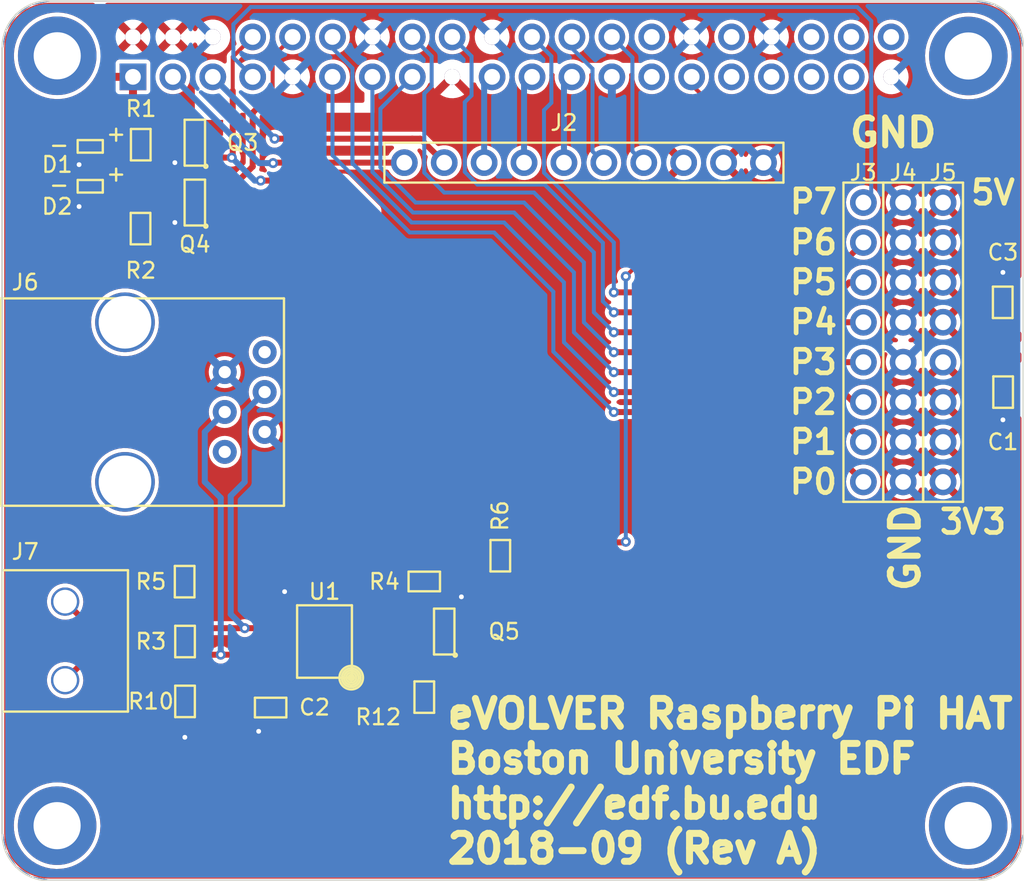
<source format=kicad_pcb>
(kicad_pcb (version 4) (generator gerbview)
  (layers (0 F.Cu signal) (31 B.Cu signal) (34 B.Paste user) (35 F.Paste user) (36 B.SilkS user) (37 F.SilkS user) (38 B.Mask user) (39 F.Mask user) (44 Edge.Cuts user))
  (gr_line (start 78.54636 63.81761) (end 78.54636 113.81761) (layer Edge.Cuts) (width 0.1))
  (gr_arc (start 81.54636 63.81761) (end 78.54636 63.81761) (angle 90) (layer Edge.Cuts) (width 0.1))
  (gr_line (start 140.54636 60.81761) (end 81.54636 60.81761) (layer Edge.Cuts) (width 0.1))
  (gr_arc (start 140.54636 63.81761) (end 140.54636 60.81761) (angle 90) (layer Edge.Cuts) (width 0.1))
  (gr_line (start 143.54636 113.81761) (end 143.54636 63.81761) (layer Edge.Cuts) (width 0.1))
  (gr_arc (start 81.54636 113.81761) (end 81.54636 116.81761) (angle 90) (layer Edge.Cuts) (width 0.1))
  (gr_line (start 81.54636 116.81761) (end 140.54636 116.81761) (layer Edge.Cuts) (width 0.1))
  (gr_arc (start 140.54636 113.81761) (end 143.54635 113.82285) (angle 89.89992314) (layer Edge.Cuts) (width 0.1))
  (gr_line (start 129.06786 92.11857) (end 129.06786 90.61857) (layer F.SilkS) (width 0.3))
  (gr_line (start 129.06786 90.61857) (end 129.63929 90.61857) (layer F.SilkS) (width 0.3))
  (gr_line (start 129.63929 90.61857) (end 129.78214 90.69) (layer F.SilkS) (width 0.3))
  (gr_line (start 129.78214 90.69) (end 129.85357 90.76143) (layer F.SilkS) (width 0.3))
  (gr_line (start 129.85357 90.76143) (end 129.925 90.90429) (layer F.SilkS) (width 0.3))
  (gr_line (start 129.925 90.90429) (end 129.925 91.11857) (layer F.SilkS) (width 0.3))
  (gr_line (start 129.925 91.11857) (end 129.85357 91.26143) (layer F.SilkS) (width 0.3))
  (gr_line (start 129.85357 91.26143) (end 129.78214 91.33286) (layer F.SilkS) (width 0.3))
  (gr_line (start 129.78214 91.33286) (end 129.63929 91.40429) (layer F.SilkS) (width 0.3))
  (gr_line (start 129.63929 91.40429) (end 129.06786 91.40429) (layer F.SilkS) (width 0.3))
  (gr_line (start 130.85357 90.61857) (end 130.99643 90.61857) (layer F.SilkS) (width 0.3))
  (gr_line (start 130.99643 90.61857) (end 131.13929 90.69) (layer F.SilkS) (width 0.3))
  (gr_line (start 131.13929 90.69) (end 131.21071 90.76143) (layer F.SilkS) (width 0.3))
  (gr_line (start 131.21071 90.76143) (end 131.28214 90.90429) (layer F.SilkS) (width 0.3))
  (gr_line (start 131.28214 90.90429) (end 131.35357 91.19) (layer F.SilkS) (width 0.3))
  (gr_line (start 131.35357 91.19) (end 131.35357 91.54714) (layer F.SilkS) (width 0.3))
  (gr_line (start 131.35357 91.54714) (end 131.28214 91.83286) (layer F.SilkS) (width 0.3))
  (gr_line (start 131.28214 91.83286) (end 131.21071 91.97571) (layer F.SilkS) (width 0.3))
  (gr_line (start 131.21071 91.97571) (end 131.13929 92.04714) (layer F.SilkS) (width 0.3))
  (gr_line (start 131.13929 92.04714) (end 130.99643 92.11857) (layer F.SilkS) (width 0.3))
  (gr_line (start 130.99643 92.11857) (end 130.85357 92.11857) (layer F.SilkS) (width 0.3))
  (gr_line (start 130.85357 92.11857) (end 130.71071 92.04714) (layer F.SilkS) (width 0.3))
  (gr_line (start 130.71071 92.04714) (end 130.63929 91.97571) (layer F.SilkS) (width 0.3))
  (gr_line (start 130.63929 91.97571) (end 130.56786 91.83286) (layer F.SilkS) (width 0.3))
  (gr_line (start 130.56786 91.83286) (end 130.49643 91.54714) (layer F.SilkS) (width 0.3))
  (gr_line (start 130.49643 91.54714) (end 130.49643 91.19) (layer F.SilkS) (width 0.3))
  (gr_line (start 130.49643 91.19) (end 130.56786 90.90429) (layer F.SilkS) (width 0.3))
  (gr_line (start 130.56786 90.90429) (end 130.63929 90.76143) (layer F.SilkS) (width 0.3))
  (gr_line (start 130.63929 90.76143) (end 130.71071 90.69) (layer F.SilkS) (width 0.3))
  (gr_line (start 130.71071 90.69) (end 130.85357 90.61857) (layer F.SilkS) (width 0.3))
  (gr_line (start 129.06786 89.57857) (end 129.06786 88.07857) (layer F.SilkS) (width 0.3))
  (gr_line (start 129.06786 88.07857) (end 129.63929 88.07857) (layer F.SilkS) (width 0.3))
  (gr_line (start 129.63929 88.07857) (end 129.78214 88.15) (layer F.SilkS) (width 0.3))
  (gr_line (start 129.78214 88.15) (end 129.85357 88.22143) (layer F.SilkS) (width 0.3))
  (gr_line (start 129.85357 88.22143) (end 129.925 88.36429) (layer F.SilkS) (width 0.3))
  (gr_line (start 129.925 88.36429) (end 129.925 88.57857) (layer F.SilkS) (width 0.3))
  (gr_line (start 129.925 88.57857) (end 129.85357 88.72143) (layer F.SilkS) (width 0.3))
  (gr_line (start 129.85357 88.72143) (end 129.78214 88.79286) (layer F.SilkS) (width 0.3))
  (gr_line (start 129.78214 88.79286) (end 129.63929 88.86429) (layer F.SilkS) (width 0.3))
  (gr_line (start 129.63929 88.86429) (end 129.06786 88.86429) (layer F.SilkS) (width 0.3))
  (gr_line (start 131.35357 89.57857) (end 130.49643 89.57857) (layer F.SilkS) (width 0.3))
  (gr_line (start 130.925 89.57857) (end 130.925 88.07857) (layer F.SilkS) (width 0.3))
  (gr_line (start 130.925 88.07857) (end 130.78214 88.29286) (layer F.SilkS) (width 0.3))
  (gr_line (start 130.78214 88.29286) (end 130.63929 88.43571) (layer F.SilkS) (width 0.3))
  (gr_line (start 130.63929 88.43571) (end 130.49643 88.50714) (layer F.SilkS) (width 0.3))
  (gr_line (start 129.06786 87.03857) (end 129.06786 85.53857) (layer F.SilkS) (width 0.3))
  (gr_line (start 129.06786 85.53857) (end 129.63929 85.53857) (layer F.SilkS) (width 0.3))
  (gr_line (start 129.63929 85.53857) (end 129.78214 85.61) (layer F.SilkS) (width 0.3))
  (gr_line (start 129.78214 85.61) (end 129.85357 85.68143) (layer F.SilkS) (width 0.3))
  (gr_line (start 129.85357 85.68143) (end 129.925 85.82429) (layer F.SilkS) (width 0.3))
  (gr_line (start 129.925 85.82429) (end 129.925 86.03857) (layer F.SilkS) (width 0.3))
  (gr_line (start 129.925 86.03857) (end 129.85357 86.18143) (layer F.SilkS) (width 0.3))
  (gr_line (start 129.85357 86.18143) (end 129.78214 86.25286) (layer F.SilkS) (width 0.3))
  (gr_line (start 129.78214 86.25286) (end 129.63929 86.32429) (layer F.SilkS) (width 0.3))
  (gr_line (start 129.63929 86.32429) (end 129.06786 86.32429) (layer F.SilkS) (width 0.3))
  (gr_line (start 130.49643 85.68143) (end 130.56786 85.61) (layer F.SilkS) (width 0.3))
  (gr_line (start 130.56786 85.61) (end 130.71071 85.53857) (layer F.SilkS) (width 0.3))
  (gr_line (start 130.71071 85.53857) (end 131.06786 85.53857) (layer F.SilkS) (width 0.3))
  (gr_line (start 131.06786 85.53857) (end 131.21071 85.61) (layer F.SilkS) (width 0.3))
  (gr_line (start 131.21071 85.61) (end 131.28214 85.68143) (layer F.SilkS) (width 0.3))
  (gr_line (start 131.28214 85.68143) (end 131.35357 85.82429) (layer F.SilkS) (width 0.3))
  (gr_line (start 131.35357 85.82429) (end 131.35357 85.96714) (layer F.SilkS) (width 0.3))
  (gr_line (start 131.35357 85.96714) (end 131.28214 86.18143) (layer F.SilkS) (width 0.3))
  (gr_line (start 131.28214 86.18143) (end 130.425 87.03857) (layer F.SilkS) (width 0.3))
  (gr_line (start 130.425 87.03857) (end 131.35357 87.03857) (layer F.SilkS) (width 0.3))
  (gr_line (start 129.06786 84.49857) (end 129.06786 82.99857) (layer F.SilkS) (width 0.3))
  (gr_line (start 129.06786 82.99857) (end 129.63929 82.99857) (layer F.SilkS) (width 0.3))
  (gr_line (start 129.63929 82.99857) (end 129.78214 83.07) (layer F.SilkS) (width 0.3))
  (gr_line (start 129.78214 83.07) (end 129.85357 83.14143) (layer F.SilkS) (width 0.3))
  (gr_line (start 129.85357 83.14143) (end 129.925 83.28429) (layer F.SilkS) (width 0.3))
  (gr_line (start 129.925 83.28429) (end 129.925 83.49857) (layer F.SilkS) (width 0.3))
  (gr_line (start 129.925 83.49857) (end 129.85357 83.64143) (layer F.SilkS) (width 0.3))
  (gr_line (start 129.85357 83.64143) (end 129.78214 83.71286) (layer F.SilkS) (width 0.3))
  (gr_line (start 129.78214 83.71286) (end 129.63929 83.78429) (layer F.SilkS) (width 0.3))
  (gr_line (start 129.63929 83.78429) (end 129.06786 83.78429) (layer F.SilkS) (width 0.3))
  (gr_line (start 130.425 82.99857) (end 131.35357 82.99857) (layer F.SilkS) (width 0.3))
  (gr_line (start 131.35357 82.99857) (end 130.85357 83.57) (layer F.SilkS) (width 0.3))
  (gr_line (start 130.85357 83.57) (end 131.06786 83.57) (layer F.SilkS) (width 0.3))
  (gr_line (start 131.06786 83.57) (end 131.21071 83.64143) (layer F.SilkS) (width 0.3))
  (gr_line (start 131.21071 83.64143) (end 131.28214 83.71286) (layer F.SilkS) (width 0.3))
  (gr_line (start 131.28214 83.71286) (end 131.35357 83.85571) (layer F.SilkS) (width 0.3))
  (gr_line (start 131.35357 83.85571) (end 131.35357 84.21286) (layer F.SilkS) (width 0.3))
  (gr_line (start 131.35357 84.21286) (end 131.28214 84.35571) (layer F.SilkS) (width 0.3))
  (gr_line (start 131.28214 84.35571) (end 131.21071 84.42714) (layer F.SilkS) (width 0.3))
  (gr_line (start 131.21071 84.42714) (end 131.06786 84.49857) (layer F.SilkS) (width 0.3))
  (gr_line (start 131.06786 84.49857) (end 130.63929 84.49857) (layer F.SilkS) (width 0.3))
  (gr_line (start 130.63929 84.49857) (end 130.49643 84.42714) (layer F.SilkS) (width 0.3))
  (gr_line (start 130.49643 84.42714) (end 130.425 84.35571) (layer F.SilkS) (width 0.3))
  (gr_line (start 129.07727 81.95857) (end 129.07727 80.45857) (layer F.SilkS) (width 0.3))
  (gr_line (start 129.07727 80.45857) (end 129.6487 80.45857) (layer F.SilkS) (width 0.3))
  (gr_line (start 129.6487 80.45857) (end 129.79155 80.53) (layer F.SilkS) (width 0.3))
  (gr_line (start 129.79155 80.53) (end 129.86298 80.60143) (layer F.SilkS) (width 0.3))
  (gr_line (start 129.86298 80.60143) (end 129.93441 80.74429) (layer F.SilkS) (width 0.3))
  (gr_line (start 129.93441 80.74429) (end 129.93441 80.95857) (layer F.SilkS) (width 0.3))
  (gr_line (start 129.93441 80.95857) (end 129.86298 81.10143) (layer F.SilkS) (width 0.3))
  (gr_line (start 129.86298 81.10143) (end 129.79155 81.17286) (layer F.SilkS) (width 0.3))
  (gr_line (start 129.79155 81.17286) (end 129.6487 81.24429) (layer F.SilkS) (width 0.3))
  (gr_line (start 129.6487 81.24429) (end 129.07727 81.24429) (layer F.SilkS) (width 0.3))
  (gr_line (start 131.22012 80.95857) (end 131.22012 81.95857) (layer F.SilkS) (width 0.3))
  (gr_line (start 130.86298 80.38714) (end 130.50584 81.45857) (layer F.SilkS) (width 0.3))
  (gr_line (start 130.50584 81.45857) (end 131.43441 81.45857) (layer F.SilkS) (width 0.3))
  (gr_line (start 129.07727 79.41857) (end 129.07727 77.91857) (layer F.SilkS) (width 0.3))
  (gr_line (start 129.07727 77.91857) (end 129.6487 77.91857) (layer F.SilkS) (width 0.3))
  (gr_line (start 129.6487 77.91857) (end 129.79155 77.99) (layer F.SilkS) (width 0.3))
  (gr_line (start 129.79155 77.99) (end 129.86298 78.06143) (layer F.SilkS) (width 0.3))
  (gr_line (start 129.86298 78.06143) (end 129.93441 78.20429) (layer F.SilkS) (width 0.3))
  (gr_line (start 129.93441 78.20429) (end 129.93441 78.41857) (layer F.SilkS) (width 0.3))
  (gr_line (start 129.93441 78.41857) (end 129.86298 78.56143) (layer F.SilkS) (width 0.3))
  (gr_line (start 129.86298 78.56143) (end 129.79155 78.63286) (layer F.SilkS) (width 0.3))
  (gr_line (start 129.79155 78.63286) (end 129.6487 78.70429) (layer F.SilkS) (width 0.3))
  (gr_line (start 129.6487 78.70429) (end 129.07727 78.70429) (layer F.SilkS) (width 0.3))
  (gr_line (start 131.29155 77.91857) (end 130.57727 77.91857) (layer F.SilkS) (width 0.3))
  (gr_line (start 130.57727 77.91857) (end 130.50584 78.63286) (layer F.SilkS) (width 0.3))
  (gr_line (start 130.50584 78.63286) (end 130.57727 78.56143) (layer F.SilkS) (width 0.3))
  (gr_line (start 130.57727 78.56143) (end 130.72012 78.49) (layer F.SilkS) (width 0.3))
  (gr_line (start 130.72012 78.49) (end 131.07727 78.49) (layer F.SilkS) (width 0.3))
  (gr_line (start 131.07727 78.49) (end 131.22012 78.56143) (layer F.SilkS) (width 0.3))
  (gr_line (start 131.22012 78.56143) (end 131.29155 78.63286) (layer F.SilkS) (width 0.3))
  (gr_line (start 131.29155 78.63286) (end 131.36298 78.77571) (layer F.SilkS) (width 0.3))
  (gr_line (start 131.36298 78.77571) (end 131.36298 79.13286) (layer F.SilkS) (width 0.3))
  (gr_line (start 131.36298 79.13286) (end 131.29155 79.27571) (layer F.SilkS) (width 0.3))
  (gr_line (start 131.29155 79.27571) (end 131.22012 79.34714) (layer F.SilkS) (width 0.3))
  (gr_line (start 131.22012 79.34714) (end 131.07727 79.41857) (layer F.SilkS) (width 0.3))
  (gr_line (start 131.07727 79.41857) (end 130.72012 79.41857) (layer F.SilkS) (width 0.3))
  (gr_line (start 130.72012 79.41857) (end 130.57727 79.34714) (layer F.SilkS) (width 0.3))
  (gr_line (start 130.57727 79.34714) (end 130.50584 79.27571) (layer F.SilkS) (width 0.3))
  (gr_line (start 129.07727 76.87857) (end 129.07727 75.37857) (layer F.SilkS) (width 0.3))
  (gr_line (start 129.07727 75.37857) (end 129.6487 75.37857) (layer F.SilkS) (width 0.3))
  (gr_line (start 129.6487 75.37857) (end 129.79155 75.45) (layer F.SilkS) (width 0.3))
  (gr_line (start 129.79155 75.45) (end 129.86298 75.52143) (layer F.SilkS) (width 0.3))
  (gr_line (start 129.86298 75.52143) (end 129.93441 75.66429) (layer F.SilkS) (width 0.3))
  (gr_line (start 129.93441 75.66429) (end 129.93441 75.87857) (layer F.SilkS) (width 0.3))
  (gr_line (start 129.93441 75.87857) (end 129.86298 76.02143) (layer F.SilkS) (width 0.3))
  (gr_line (start 129.86298 76.02143) (end 129.79155 76.09286) (layer F.SilkS) (width 0.3))
  (gr_line (start 129.79155 76.09286) (end 129.6487 76.16429) (layer F.SilkS) (width 0.3))
  (gr_line (start 129.6487 76.16429) (end 129.07727 76.16429) (layer F.SilkS) (width 0.3))
  (gr_line (start 131.22012 75.37857) (end 130.93441 75.37857) (layer F.SilkS) (width 0.3))
  (gr_line (start 130.93441 75.37857) (end 130.79155 75.45) (layer F.SilkS) (width 0.3))
  (gr_line (start 130.79155 75.45) (end 130.72012 75.52143) (layer F.SilkS) (width 0.3))
  (gr_line (start 130.72012 75.52143) (end 130.57727 75.73571) (layer F.SilkS) (width 0.3))
  (gr_line (start 130.57727 75.73571) (end 130.50584 76.02143) (layer F.SilkS) (width 0.3))
  (gr_line (start 130.50584 76.02143) (end 130.50584 76.59286) (layer F.SilkS) (width 0.3))
  (gr_line (start 130.50584 76.59286) (end 130.57727 76.73571) (layer F.SilkS) (width 0.3))
  (gr_line (start 130.57727 76.73571) (end 130.6487 76.80714) (layer F.SilkS) (width 0.3))
  (gr_line (start 130.6487 76.80714) (end 130.79155 76.87857) (layer F.SilkS) (width 0.3))
  (gr_line (start 130.79155 76.87857) (end 131.07727 76.87857) (layer F.SilkS) (width 0.3))
  (gr_line (start 131.07727 76.87857) (end 131.22012 76.80714) (layer F.SilkS) (width 0.3))
  (gr_line (start 131.22012 76.80714) (end 131.29155 76.73571) (layer F.SilkS) (width 0.3))
  (gr_line (start 131.29155 76.73571) (end 131.36298 76.59286) (layer F.SilkS) (width 0.3))
  (gr_line (start 131.36298 76.59286) (end 131.36298 76.23571) (layer F.SilkS) (width 0.3))
  (gr_line (start 131.36298 76.23571) (end 131.29155 76.09286) (layer F.SilkS) (width 0.3))
  (gr_line (start 131.29155 76.09286) (end 131.22012 76.02143) (layer F.SilkS) (width 0.3))
  (gr_line (start 131.22012 76.02143) (end 131.07727 75.95) (layer F.SilkS) (width 0.3))
  (gr_line (start 131.07727 75.95) (end 130.79155 75.95) (layer F.SilkS) (width 0.3))
  (gr_line (start 130.79155 75.95) (end 130.6487 76.02143) (layer F.SilkS) (width 0.3))
  (gr_line (start 130.6487 76.02143) (end 130.57727 76.09286) (layer F.SilkS) (width 0.3))
  (gr_line (start 130.57727 76.09286) (end 130.50584 76.23571) (layer F.SilkS) (width 0.3))
  (gr_line (start 108.06959 106.9158) (end 107.90026 107.00046) (layer F.SilkS) (width 0.4445))
  (gr_line (start 107.90026 107.00046) (end 107.56159 107.00046) (layer F.SilkS) (width 0.4445))
  (gr_line (start 107.56159 107.00046) (end 107.39226 106.9158) (layer F.SilkS) (width 0.4445))
  (gr_line (start 107.39226 106.9158) (end 107.30759 106.74646) (layer F.SilkS) (width 0.4445))
  (gr_line (start 107.30759 106.74646) (end 107.30759 106.06913) (layer F.SilkS) (width 0.4445))
  (gr_line (start 107.30759 106.06913) (end 107.39226 105.8998) (layer F.SilkS) (width 0.4445))
  (gr_line (start 107.39226 105.8998) (end 107.56159 105.81513) (layer F.SilkS) (width 0.4445))
  (gr_line (start 107.56159 105.81513) (end 107.90026 105.81513) (layer F.SilkS) (width 0.4445))
  (gr_line (start 107.90026 105.81513) (end 108.06959 105.8998) (layer F.SilkS) (width 0.4445))
  (gr_line (start 108.06959 105.8998) (end 108.15426 106.06913) (layer F.SilkS) (width 0.4445))
  (gr_line (start 108.15426 106.06913) (end 108.15426 106.23846) (layer F.SilkS) (width 0.4445))
  (gr_line (start 108.15426 106.23846) (end 107.30759 106.4078) (layer F.SilkS) (width 0.4445))
  (gr_line (start 108.66226 105.22246) (end 109.25493 107.00046) (layer F.SilkS) (width 0.4445))
  (gr_line (start 109.25493 107.00046) (end 109.84759 105.22246) (layer F.SilkS) (width 0.4445))
  (gr_line (start 110.77893 105.22246) (end 111.11759 105.22246) (layer F.SilkS) (width 0.4445))
  (gr_line (start 111.11759 105.22246) (end 111.28693 105.30713) (layer F.SilkS) (width 0.4445))
  (gr_line (start 111.28693 105.30713) (end 111.45626 105.47646) (layer F.SilkS) (width 0.4445))
  (gr_line (start 111.45626 105.47646) (end 111.54093 105.81513) (layer F.SilkS) (width 0.4445))
  (gr_line (start 111.54093 105.81513) (end 111.54093 106.4078) (layer F.SilkS) (width 0.4445))
  (gr_line (start 111.54093 106.4078) (end 111.45626 106.74646) (layer F.SilkS) (width 0.4445))
  (gr_line (start 111.45626 106.74646) (end 111.28693 106.9158) (layer F.SilkS) (width 0.4445))
  (gr_line (start 111.28693 106.9158) (end 111.11759 107.00046) (layer F.SilkS) (width 0.4445))
  (gr_line (start 111.11759 107.00046) (end 110.77893 107.00046) (layer F.SilkS) (width 0.4445))
  (gr_line (start 110.77893 107.00046) (end 110.60959 106.9158) (layer F.SilkS) (width 0.4445))
  (gr_line (start 110.60959 106.9158) (end 110.44026 106.74646) (layer F.SilkS) (width 0.4445))
  (gr_line (start 110.44026 106.74646) (end 110.35559 106.4078) (layer F.SilkS) (width 0.4445))
  (gr_line (start 110.35559 106.4078) (end 110.35559 105.81513) (layer F.SilkS) (width 0.4445))
  (gr_line (start 110.35559 105.81513) (end 110.44026 105.47646) (layer F.SilkS) (width 0.4445))
  (gr_line (start 110.44026 105.47646) (end 110.60959 105.30713) (layer F.SilkS) (width 0.4445))
  (gr_line (start 110.60959 105.30713) (end 110.77893 105.22246) (layer F.SilkS) (width 0.4445))
  (gr_line (start 113.14959 107.00046) (end 112.30293 107.00046) (layer F.SilkS) (width 0.4445))
  (gr_line (start 112.30293 107.00046) (end 112.30293 105.22246) (layer F.SilkS) (width 0.4445))
  (gr_line (start 113.48826 105.22246) (end 114.08093 107.00046) (layer F.SilkS) (width 0.4445))
  (gr_line (start 114.08093 107.00046) (end 114.67359 105.22246) (layer F.SilkS) (width 0.4445))
  (gr_line (start 115.26626 106.06913) (end 115.85893 106.06913) (layer F.SilkS) (width 0.4445))
  (gr_line (start 116.11293 107.00046) (end 115.26626 107.00046) (layer F.SilkS) (width 0.4445))
  (gr_line (start 115.26626 107.00046) (end 115.26626 105.22246) (layer F.SilkS) (width 0.4445))
  (gr_line (start 115.26626 105.22246) (end 116.11293 105.22246) (layer F.SilkS) (width 0.4445))
  (gr_line (start 117.89093 107.00046) (end 117.29826 106.1538) (layer F.SilkS) (width 0.4445))
  (gr_line (start 116.87493 107.00046) (end 116.87493 105.22246) (layer F.SilkS) (width 0.4445))
  (gr_line (start 116.87493 105.22246) (end 117.55226 105.22246) (layer F.SilkS) (width 0.4445))
  (gr_line (start 117.55226 105.22246) (end 117.72159 105.30713) (layer F.SilkS) (width 0.4445))
  (gr_line (start 117.72159 105.30713) (end 117.80626 105.3918) (layer F.SilkS) (width 0.4445))
  (gr_line (start 117.80626 105.3918) (end 117.89093 105.56113) (layer F.SilkS) (width 0.4445))
  (gr_line (start 117.89093 105.56113) (end 117.89093 105.81513) (layer F.SilkS) (width 0.4445))
  (gr_line (start 117.89093 105.81513) (end 117.80626 105.98446) (layer F.SilkS) (width 0.4445))
  (gr_line (start 117.80626 105.98446) (end 117.72159 106.06913) (layer F.SilkS) (width 0.4445))
  (gr_line (start 117.72159 106.06913) (end 117.55226 106.1538) (layer F.SilkS) (width 0.4445))
  (gr_line (start 117.55226 106.1538) (end 116.87493 106.1538) (layer F.SilkS) (width 0.4445))
  (gr_line (start 121.02359 107.00046) (end 120.43093 106.1538) (layer F.SilkS) (width 0.4445))
  (gr_line (start 120.00759 107.00046) (end 120.00759 105.22246) (layer F.SilkS) (width 0.4445))
  (gr_line (start 120.00759 105.22246) (end 120.68493 105.22246) (layer F.SilkS) (width 0.4445))
  (gr_line (start 120.68493 105.22246) (end 120.85426 105.30713) (layer F.SilkS) (width 0.4445))
  (gr_line (start 120.85426 105.30713) (end 120.93893 105.3918) (layer F.SilkS) (width 0.4445))
  (gr_line (start 120.93893 105.3918) (end 121.02359 105.56113) (layer F.SilkS) (width 0.4445))
  (gr_line (start 121.02359 105.56113) (end 121.02359 105.81513) (layer F.SilkS) (width 0.4445))
  (gr_line (start 121.02359 105.81513) (end 120.93893 105.98446) (layer F.SilkS) (width 0.4445))
  (gr_line (start 120.93893 105.98446) (end 120.85426 106.06913) (layer F.SilkS) (width 0.4445))
  (gr_line (start 120.85426 106.06913) (end 120.68493 106.1538) (layer F.SilkS) (width 0.4445))
  (gr_line (start 120.68493 106.1538) (end 120.00759 106.1538) (layer F.SilkS) (width 0.4445))
  (gr_line (start 122.54759 107.00046) (end 122.54759 106.06913) (layer F.SilkS) (width 0.4445))
  (gr_line (start 122.54759 106.06913) (end 122.46293 105.8998) (layer F.SilkS) (width 0.4445))
  (gr_line (start 122.46293 105.8998) (end 122.29359 105.81513) (layer F.SilkS) (width 0.4445))
  (gr_line (start 122.29359 105.81513) (end 121.95493 105.81513) (layer F.SilkS) (width 0.4445))
  (gr_line (start 121.95493 105.81513) (end 121.78559 105.8998) (layer F.SilkS) (width 0.4445))
  (gr_line (start 122.54759 106.9158) (end 122.37826 107.00046) (layer F.SilkS) (width 0.4445))
  (gr_line (start 122.37826 107.00046) (end 121.95493 107.00046) (layer F.SilkS) (width 0.4445))
  (gr_line (start 121.95493 107.00046) (end 121.78559 106.9158) (layer F.SilkS) (width 0.4445))
  (gr_line (start 121.78559 106.9158) (end 121.70093 106.74646) (layer F.SilkS) (width 0.4445))
  (gr_line (start 121.70093 106.74646) (end 121.70093 106.57713) (layer F.SilkS) (width 0.4445))
  (gr_line (start 121.70093 106.57713) (end 121.78559 106.4078) (layer F.SilkS) (width 0.4445))
  (gr_line (start 121.78559 106.4078) (end 121.95493 106.32313) (layer F.SilkS) (width 0.4445))
  (gr_line (start 121.95493 106.32313) (end 122.37826 106.32313) (layer F.SilkS) (width 0.4445))
  (gr_line (start 122.37826 106.32313) (end 122.54759 106.23846) (layer F.SilkS) (width 0.4445))
  (gr_line (start 123.30959 106.9158) (end 123.47893 107.00046) (layer F.SilkS) (width 0.4445))
  (gr_line (start 123.47893 107.00046) (end 123.81759 107.00046) (layer F.SilkS) (width 0.4445))
  (gr_line (start 123.81759 107.00046) (end 123.98693 106.9158) (layer F.SilkS) (width 0.4445))
  (gr_line (start 123.98693 106.9158) (end 124.07159 106.74646) (layer F.SilkS) (width 0.4445))
  (gr_line (start 124.07159 106.74646) (end 124.07159 106.6618) (layer F.SilkS) (width 0.4445))
  (gr_line (start 124.07159 106.6618) (end 123.98693 106.49246) (layer F.SilkS) (width 0.4445))
  (gr_line (start 123.98693 106.49246) (end 123.81759 106.4078) (layer F.SilkS) (width 0.4445))
  (gr_line (start 123.81759 106.4078) (end 123.56359 106.4078) (layer F.SilkS) (width 0.4445))
  (gr_line (start 123.56359 106.4078) (end 123.39426 106.32313) (layer F.SilkS) (width 0.4445))
  (gr_line (start 123.39426 106.32313) (end 123.30959 106.1538) (layer F.SilkS) (width 0.4445))
  (gr_line (start 123.30959 106.1538) (end 123.30959 106.06913) (layer F.SilkS) (width 0.4445))
  (gr_line (start 123.30959 106.06913) (end 123.39426 105.8998) (layer F.SilkS) (width 0.4445))
  (gr_line (start 123.39426 105.8998) (end 123.56359 105.81513) (layer F.SilkS) (width 0.4445))
  (gr_line (start 123.56359 105.81513) (end 123.81759 105.81513) (layer F.SilkS) (width 0.4445))
  (gr_line (start 123.81759 105.81513) (end 123.98693 105.8998) (layer F.SilkS) (width 0.4445))
  (gr_line (start 124.83359 105.81513) (end 124.83359 107.59313) (layer F.SilkS) (width 0.4445))
  (gr_line (start 124.83359 105.8998) (end 125.00293 105.81513) (layer F.SilkS) (width 0.4445))
  (gr_line (start 125.00293 105.81513) (end 125.34159 105.81513) (layer F.SilkS) (width 0.4445))
  (gr_line (start 125.34159 105.81513) (end 125.51093 105.8998) (layer F.SilkS) (width 0.4445))
  (gr_line (start 125.51093 105.8998) (end 125.59559 105.98446) (layer F.SilkS) (width 0.4445))
  (gr_line (start 125.59559 105.98446) (end 125.68026 106.1538) (layer F.SilkS) (width 0.4445))
  (gr_line (start 125.68026 106.1538) (end 125.68026 106.6618) (layer F.SilkS) (width 0.4445))
  (gr_line (start 125.68026 106.6618) (end 125.59559 106.83113) (layer F.SilkS) (width 0.4445))
  (gr_line (start 125.59559 106.83113) (end 125.51093 106.9158) (layer F.SilkS) (width 0.4445))
  (gr_line (start 125.51093 106.9158) (end 125.34159 107.00046) (layer F.SilkS) (width 0.4445))
  (gr_line (start 125.34159 107.00046) (end 125.00293 107.00046) (layer F.SilkS) (width 0.4445))
  (gr_line (start 125.00293 107.00046) (end 124.83359 106.9158) (layer F.SilkS) (width 0.4445))
  (gr_line (start 126.44226 107.00046) (end 126.44226 105.22246) (layer F.SilkS) (width 0.4445))
  (gr_line (start 126.44226 105.8998) (end 126.61159 105.81513) (layer F.SilkS) (width 0.4445))
  (gr_line (start 126.61159 105.81513) (end 126.95026 105.81513) (layer F.SilkS) (width 0.4445))
  (gr_line (start 126.95026 105.81513) (end 127.11959 105.8998) (layer F.SilkS) (width 0.4445))
  (gr_line (start 127.11959 105.8998) (end 127.20426 105.98446) (layer F.SilkS) (width 0.4445))
  (gr_line (start 127.20426 105.98446) (end 127.28893 106.1538) (layer F.SilkS) (width 0.4445))
  (gr_line (start 127.28893 106.1538) (end 127.28893 106.6618) (layer F.SilkS) (width 0.4445))
  (gr_line (start 127.28893 106.6618) (end 127.20426 106.83113) (layer F.SilkS) (width 0.4445))
  (gr_line (start 127.20426 106.83113) (end 127.11959 106.9158) (layer F.SilkS) (width 0.4445))
  (gr_line (start 127.11959 106.9158) (end 126.95026 107.00046) (layer F.SilkS) (width 0.4445))
  (gr_line (start 126.95026 107.00046) (end 126.61159 107.00046) (layer F.SilkS) (width 0.4445))
  (gr_line (start 126.61159 107.00046) (end 126.44226 106.9158) (layer F.SilkS) (width 0.4445))
  (gr_line (start 128.72826 106.9158) (end 128.55893 107.00046) (layer F.SilkS) (width 0.4445))
  (gr_line (start 128.55893 107.00046) (end 128.22026 107.00046) (layer F.SilkS) (width 0.4445))
  (gr_line (start 128.22026 107.00046) (end 128.05093 106.9158) (layer F.SilkS) (width 0.4445))
  (gr_line (start 128.05093 106.9158) (end 127.96626 106.74646) (layer F.SilkS) (width 0.4445))
  (gr_line (start 127.96626 106.74646) (end 127.96626 106.06913) (layer F.SilkS) (width 0.4445))
  (gr_line (start 127.96626 106.06913) (end 128.05093 105.8998) (layer F.SilkS) (width 0.4445))
  (gr_line (start 128.05093 105.8998) (end 128.22026 105.81513) (layer F.SilkS) (width 0.4445))
  (gr_line (start 128.22026 105.81513) (end 128.55893 105.81513) (layer F.SilkS) (width 0.4445))
  (gr_line (start 128.55893 105.81513) (end 128.72826 105.8998) (layer F.SilkS) (width 0.4445))
  (gr_line (start 128.72826 105.8998) (end 128.81293 106.06913) (layer F.SilkS) (width 0.4445))
  (gr_line (start 128.81293 106.06913) (end 128.81293 106.23846) (layer F.SilkS) (width 0.4445))
  (gr_line (start 128.81293 106.23846) (end 127.96626 106.4078) (layer F.SilkS) (width 0.4445))
  (gr_line (start 129.57493 107.00046) (end 129.57493 105.81513) (layer F.SilkS) (width 0.4445))
  (gr_line (start 129.57493 106.1538) (end 129.65959 105.98446) (layer F.SilkS) (width 0.4445))
  (gr_line (start 129.65959 105.98446) (end 129.74426 105.8998) (layer F.SilkS) (width 0.4445))
  (gr_line (start 129.74426 105.8998) (end 129.91359 105.81513) (layer F.SilkS) (width 0.4445))
  (gr_line (start 129.91359 105.81513) (end 130.08293 105.81513) (layer F.SilkS) (width 0.4445))
  (gr_line (start 130.67559 107.00046) (end 130.67559 105.81513) (layer F.SilkS) (width 0.4445))
  (gr_line (start 130.67559 106.1538) (end 130.76026 105.98446) (layer F.SilkS) (width 0.4445))
  (gr_line (start 130.76026 105.98446) (end 130.84493 105.8998) (layer F.SilkS) (width 0.4445))
  (gr_line (start 130.84493 105.8998) (end 131.01426 105.81513) (layer F.SilkS) (width 0.4445))
  (gr_line (start 131.01426 105.81513) (end 131.18359 105.81513) (layer F.SilkS) (width 0.4445))
  (gr_line (start 131.60693 105.81513) (end 132.03026 107.00046) (layer F.SilkS) (width 0.4445))
  (gr_line (start 132.45359 105.81513) (end 132.03026 107.00046) (layer F.SilkS) (width 0.4445))
  (gr_line (start 132.03026 107.00046) (end 131.86093 107.4238) (layer F.SilkS) (width 0.4445))
  (gr_line (start 131.86093 107.4238) (end 131.77626 107.50846) (layer F.SilkS) (width 0.4445))
  (gr_line (start 131.77626 107.50846) (end 131.60693 107.59313) (layer F.SilkS) (width 0.4445))
  (gr_line (start 134.48559 107.00046) (end 134.48559 105.22246) (layer F.SilkS) (width 0.4445))
  (gr_line (start 134.48559 105.22246) (end 135.16293 105.22246) (layer F.SilkS) (width 0.4445))
  (gr_line (start 135.16293 105.22246) (end 135.33226 105.30713) (layer F.SilkS) (width 0.4445))
  (gr_line (start 135.33226 105.30713) (end 135.41693 105.3918) (layer F.SilkS) (width 0.4445))
  (gr_line (start 135.41693 105.3918) (end 135.50159 105.56113) (layer F.SilkS) (width 0.4445))
  (gr_line (start 135.50159 105.56113) (end 135.50159 105.81513) (layer F.SilkS) (width 0.4445))
  (gr_line (start 135.50159 105.81513) (end 135.41693 105.98446) (layer F.SilkS) (width 0.4445))
  (gr_line (start 135.41693 105.98446) (end 135.33226 106.06913) (layer F.SilkS) (width 0.4445))
  (gr_line (start 135.33226 106.06913) (end 135.16293 106.1538) (layer F.SilkS) (width 0.4445))
  (gr_line (start 135.16293 106.1538) (end 134.48559 106.1538) (layer F.SilkS) (width 0.4445))
  (gr_line (start 136.26359 107.00046) (end 136.26359 105.81513) (layer F.SilkS) (width 0.4445))
  (gr_line (start 136.26359 105.22246) (end 136.17893 105.30713) (layer F.SilkS) (width 0.4445))
  (gr_line (start 136.17893 105.30713) (end 136.26359 105.3918) (layer F.SilkS) (width 0.4445))
  (gr_line (start 136.26359 105.3918) (end 136.34826 105.30713) (layer F.SilkS) (width 0.4445))
  (gr_line (start 136.34826 105.30713) (end 136.26359 105.22246) (layer F.SilkS) (width 0.4445))
  (gr_line (start 136.26359 105.22246) (end 136.26359 105.3918) (layer F.SilkS) (width 0.4445))
  (gr_line (start 138.46493 107.00046) (end 138.46493 105.22246) (layer F.SilkS) (width 0.4445))
  (gr_line (start 138.46493 106.06913) (end 139.48093 106.06913) (layer F.SilkS) (width 0.4445))
  (gr_line (start 139.48093 107.00046) (end 139.48093 105.22246) (layer F.SilkS) (width 0.4445))
  (gr_line (start 140.24293 106.49246) (end 141.08959 106.49246) (layer F.SilkS) (width 0.4445))
  (gr_line (start 140.07359 107.00046) (end 140.66626 105.22246) (layer F.SilkS) (width 0.4445))
  (gr_line (start 140.66626 105.22246) (end 141.25893 107.00046) (layer F.SilkS) (width 0.4445))
  (gr_line (start 141.59759 105.22246) (end 142.61359 105.22246) (layer F.SilkS) (width 0.4445))
  (gr_line (start 142.10559 107.00046) (end 142.10559 105.22246) (layer F.SilkS) (width 0.4445))
  (gr_line (start 107.98493 108.93171) (end 108.23893 109.01638) (layer F.SilkS) (width 0.4445))
  (gr_line (start 108.23893 109.01638) (end 108.32359 109.10104) (layer F.SilkS) (width 0.4445))
  (gr_line (start 108.32359 109.10104) (end 108.40826 109.27038) (layer F.SilkS) (width 0.4445))
  (gr_line (start 108.40826 109.27038) (end 108.40826 109.52438) (layer F.SilkS) (width 0.4445))
  (gr_line (start 108.40826 109.52438) (end 108.32359 109.69371) (layer F.SilkS) (width 0.4445))
  (gr_line (start 108.32359 109.69371) (end 108.23893 109.77838) (layer F.SilkS) (width 0.4445))
  (gr_line (start 108.23893 109.77838) (end 108.06959 109.86304) (layer F.SilkS) (width 0.4445))
  (gr_line (start 108.06959 109.86304) (end 107.39226 109.86304) (layer F.SilkS) (width 0.4445))
  (gr_line (start 107.39226 109.86304) (end 107.39226 108.08504) (layer F.SilkS) (width 0.4445))
  (gr_line (start 107.39226 108.08504) (end 107.98493 108.08504) (layer F.SilkS) (width 0.4445))
  (gr_line (start 107.98493 108.08504) (end 108.15426 108.16971) (layer F.SilkS) (width 0.4445))
  (gr_line (start 108.15426 108.16971) (end 108.23893 108.25438) (layer F.SilkS) (width 0.4445))
  (gr_line (start 108.23893 108.25438) (end 108.32359 108.42371) (layer F.SilkS) (width 0.4445))
  (gr_line (start 108.32359 108.42371) (end 108.32359 108.59304) (layer F.SilkS) (width 0.4445))
  (gr_line (start 108.32359 108.59304) (end 108.23893 108.76238) (layer F.SilkS) (width 0.4445))
  (gr_line (start 108.23893 108.76238) (end 108.15426 108.84704) (layer F.SilkS) (width 0.4445))
  (gr_line (start 108.15426 108.84704) (end 107.98493 108.93171) (layer F.SilkS) (width 0.4445))
  (gr_line (start 107.98493 108.93171) (end 107.39226 108.93171) (layer F.SilkS) (width 0.4445))
  (gr_line (start 109.42426 109.86304) (end 109.25493 109.77838) (layer F.SilkS) (width 0.4445))
  (gr_line (start 109.25493 109.77838) (end 109.17026 109.69371) (layer F.SilkS) (width 0.4445))
  (gr_line (start 109.17026 109.69371) (end 109.08559 109.52438) (layer F.SilkS) (width 0.4445))
  (gr_line (start 109.08559 109.52438) (end 109.08559 109.01638) (layer F.SilkS) (width 0.4445))
  (gr_line (start 109.08559 109.01638) (end 109.17026 108.84704) (layer F.SilkS) (width 0.4445))
  (gr_line (start 109.17026 108.84704) (end 109.25493 108.76238) (layer F.SilkS) (width 0.4445))
  (gr_line (start 109.25493 108.76238) (end 109.42426 108.67771) (layer F.SilkS) (width 0.4445))
  (gr_line (start 109.42426 108.67771) (end 109.67826 108.67771) (layer F.SilkS) (width 0.4445))
  (gr_line (start 109.67826 108.67771) (end 109.84759 108.76238) (layer F.SilkS) (width 0.4445))
  (gr_line (start 109.84759 108.76238) (end 109.93226 108.84704) (layer F.SilkS) (width 0.4445))
  (gr_line (start 109.93226 108.84704) (end 110.01693 109.01638) (layer F.SilkS) (width 0.4445))
  (gr_line (start 110.01693 109.01638) (end 110.01693 109.52438) (layer F.SilkS) (width 0.4445))
  (gr_line (start 110.01693 109.52438) (end 109.93226 109.69371) (layer F.SilkS) (width 0.4445))
  (gr_line (start 109.93226 109.69371) (end 109.84759 109.77838) (layer F.SilkS) (width 0.4445))
  (gr_line (start 109.84759 109.77838) (end 109.67826 109.86304) (layer F.SilkS) (width 0.4445))
  (gr_line (start 109.67826 109.86304) (end 109.42426 109.86304) (layer F.SilkS) (width 0.4445))
  (gr_line (start 110.69426 109.77838) (end 110.86359 109.86304) (layer F.SilkS) (width 0.4445))
  (gr_line (start 110.86359 109.86304) (end 111.20226 109.86304) (layer F.SilkS) (width 0.4445))
  (gr_line (start 111.20226 109.86304) (end 111.37159 109.77838) (layer F.SilkS) (width 0.4445))
  (gr_line (start 111.37159 109.77838) (end 111.45626 109.60904) (layer F.SilkS) (width 0.4445))
  (gr_line (start 111.45626 109.60904) (end 111.45626 109.52438) (layer F.SilkS) (width 0.4445))
  (gr_line (start 111.45626 109.52438) (end 111.37159 109.35504) (layer F.SilkS) (width 0.4445))
  (gr_line (start 111.37159 109.35504) (end 111.20226 109.27038) (layer F.SilkS) (width 0.4445))
  (gr_line (start 111.20226 109.27038) (end 110.94826 109.27038) (layer F.SilkS) (width 0.4445))
  (gr_line (start 110.94826 109.27038) (end 110.77893 109.18571) (layer F.SilkS) (width 0.4445))
  (gr_line (start 110.77893 109.18571) (end 110.69426 109.01638) (layer F.SilkS) (width 0.4445))
  (gr_line (start 110.69426 109.01638) (end 110.69426 108.93171) (layer F.SilkS) (width 0.4445))
  (gr_line (start 110.69426 108.93171) (end 110.77893 108.76238) (layer F.SilkS) (width 0.4445))
  (gr_line (start 110.77893 108.76238) (end 110.94826 108.67771) (layer F.SilkS) (width 0.4445))
  (gr_line (start 110.94826 108.67771) (end 111.20226 108.67771) (layer F.SilkS) (width 0.4445))
  (gr_line (start 111.20226 108.67771) (end 111.37159 108.76238) (layer F.SilkS) (width 0.4445))
  (gr_line (start 111.96426 108.67771) (end 112.64159 108.67771) (layer F.SilkS) (width 0.4445))
  (gr_line (start 112.21826 108.08504) (end 112.21826 109.60904) (layer F.SilkS) (width 0.4445))
  (gr_line (start 112.21826 109.60904) (end 112.30293 109.77838) (layer F.SilkS) (width 0.4445))
  (gr_line (start 112.30293 109.77838) (end 112.47226 109.86304) (layer F.SilkS) (width 0.4445))
  (gr_line (start 112.47226 109.86304) (end 112.64159 109.86304) (layer F.SilkS) (width 0.4445))
  (gr_line (start 113.48826 109.86304) (end 113.31893 109.77838) (layer F.SilkS) (width 0.4445))
  (gr_line (start 113.31893 109.77838) (end 113.23426 109.69371) (layer F.SilkS) (width 0.4445))
  (gr_line (start 113.23426 109.69371) (end 113.14959 109.52438) (layer F.SilkS) (width 0.4445))
  (gr_line (start 113.14959 109.52438) (end 113.14959 109.01638) (layer F.SilkS) (width 0.4445))
  (gr_line (start 113.14959 109.01638) (end 113.23426 108.84704) (layer F.SilkS) (width 0.4445))
  (gr_line (start 113.23426 108.84704) (end 113.31893 108.76238) (layer F.SilkS) (width 0.4445))
  (gr_line (start 113.31893 108.76238) (end 113.48826 108.67771) (layer F.SilkS) (width 0.4445))
  (gr_line (start 113.48826 108.67771) (end 113.74226 108.67771) (layer F.SilkS) (width 0.4445))
  (gr_line (start 113.74226 108.67771) (end 113.91159 108.76238) (layer F.SilkS) (width 0.4445))
  (gr_line (start 113.91159 108.76238) (end 113.99626 108.84704) (layer F.SilkS) (width 0.4445))
  (gr_line (start 113.99626 108.84704) (end 114.08093 109.01638) (layer F.SilkS) (width 0.4445))
  (gr_line (start 114.08093 109.01638) (end 114.08093 109.52438) (layer F.SilkS) (width 0.4445))
  (gr_line (start 114.08093 109.52438) (end 113.99626 109.69371) (layer F.SilkS) (width 0.4445))
  (gr_line (start 113.99626 109.69371) (end 113.91159 109.77838) (layer F.SilkS) (width 0.4445))
  (gr_line (start 113.91159 109.77838) (end 113.74226 109.86304) (layer F.SilkS) (width 0.4445))
  (gr_line (start 113.74226 109.86304) (end 113.48826 109.86304) (layer F.SilkS) (width 0.4445))
  (gr_line (start 114.84293 108.67771) (end 114.84293 109.86304) (layer F.SilkS) (width 0.4445))
  (gr_line (start 114.84293 108.84704) (end 114.92759 108.76238) (layer F.SilkS) (width 0.4445))
  (gr_line (start 114.92759 108.76238) (end 115.09693 108.67771) (layer F.SilkS) (width 0.4445))
  (gr_line (start 115.09693 108.67771) (end 115.35093 108.67771) (layer F.SilkS) (width 0.4445))
  (gr_line (start 115.35093 108.67771) (end 115.52026 108.76238) (layer F.SilkS) (width 0.4445))
  (gr_line (start 115.52026 108.76238) (end 115.60493 108.93171) (layer F.SilkS) (width 0.4445))
  (gr_line (start 115.60493 108.93171) (end 115.60493 109.86304) (layer F.SilkS) (width 0.4445))
  (gr_line (start 117.80626 108.08504) (end 117.80626 109.52438) (layer F.SilkS) (width 0.4445))
  (gr_line (start 117.80626 109.52438) (end 117.89093 109.69371) (layer F.SilkS) (width 0.4445))
  (gr_line (start 117.89093 109.69371) (end 117.97559 109.77838) (layer F.SilkS) (width 0.4445))
  (gr_line (start 117.97559 109.77838) (end 118.14493 109.86304) (layer F.SilkS) (width 0.4445))
  (gr_line (start 118.14493 109.86304) (end 118.48359 109.86304) (layer F.SilkS) (width 0.4445))
  (gr_line (start 118.48359 109.86304) (end 118.65293 109.77838) (layer F.SilkS) (width 0.4445))
  (gr_line (start 118.65293 109.77838) (end 118.73759 109.69371) (layer F.SilkS) (width 0.4445))
  (gr_line (start 118.73759 109.69371) (end 118.82226 109.52438) (layer F.SilkS) (width 0.4445))
  (gr_line (start 118.82226 109.52438) (end 118.82226 108.08504) (layer F.SilkS) (width 0.4445))
  (gr_line (start 119.66893 108.67771) (end 119.66893 109.86304) (layer F.SilkS) (width 0.4445))
  (gr_line (start 119.66893 108.84704) (end 119.75359 108.76238) (layer F.SilkS) (width 0.4445))
  (gr_line (start 119.75359 108.76238) (end 119.92293 108.67771) (layer F.SilkS) (width 0.4445))
  (gr_line (start 119.92293 108.67771) (end 120.17693 108.67771) (layer F.SilkS) (width 0.4445))
  (gr_line (start 120.17693 108.67771) (end 120.34626 108.76238) (layer F.SilkS) (width 0.4445))
  (gr_line (start 120.34626 108.76238) (end 120.43093 108.93171) (layer F.SilkS) (width 0.4445))
  (gr_line (start 120.43093 108.93171) (end 120.43093 109.86304) (layer F.SilkS) (width 0.4445))
  (gr_line (start 121.27759 109.86304) (end 121.27759 108.67771) (layer F.SilkS) (width 0.4445))
  (gr_line (start 121.27759 108.08504) (end 121.19293 108.16971) (layer F.SilkS) (width 0.4445))
  (gr_line (start 121.19293 108.16971) (end 121.27759 108.25438) (layer F.SilkS) (width 0.4445))
  (gr_line (start 121.27759 108.25438) (end 121.36226 108.16971) (layer F.SilkS) (width 0.4445))
  (gr_line (start 121.36226 108.16971) (end 121.27759 108.08504) (layer F.SilkS) (width 0.4445))
  (gr_line (start 121.27759 108.08504) (end 121.27759 108.25438) (layer F.SilkS) (width 0.4445))
  (gr_line (start 121.95493 108.67771) (end 122.37826 109.86304) (layer F.SilkS) (width 0.4445))
  (gr_line (start 122.37826 109.86304) (end 122.80159 108.67771) (layer F.SilkS) (width 0.4445))
  (gr_line (start 124.15626 109.77838) (end 123.98693 109.86304) (layer F.SilkS) (width 0.4445))
  (gr_line (start 123.98693 109.86304) (end 123.64826 109.86304) (layer F.SilkS) (width 0.4445))
  (gr_line (start 123.64826 109.86304) (end 123.47893 109.77838) (layer F.SilkS) (width 0.4445))
  (gr_line (start 123.47893 109.77838) (end 123.39426 109.60904) (layer F.SilkS) (width 0.4445))
  (gr_line (start 123.39426 109.60904) (end 123.39426 108.93171) (layer F.SilkS) (width 0.4445))
  (gr_line (start 123.39426 108.93171) (end 123.47893 108.76238) (layer F.SilkS) (width 0.4445))
  (gr_line (start 123.47893 108.76238) (end 123.64826 108.67771) (layer F.SilkS) (width 0.4445))
  (gr_line (start 123.64826 108.67771) (end 123.98693 108.67771) (layer F.SilkS) (width 0.4445))
  (gr_line (start 123.98693 108.67771) (end 124.15626 108.76238) (layer F.SilkS) (width 0.4445))
  (gr_line (start 124.15626 108.76238) (end 124.24093 108.93171) (layer F.SilkS) (width 0.4445))
  (gr_line (start 124.24093 108.93171) (end 124.24093 109.10104) (layer F.SilkS) (width 0.4445))
  (gr_line (start 124.24093 109.10104) (end 123.39426 109.27038) (layer F.SilkS) (width 0.4445))
  (gr_line (start 125.00293 109.86304) (end 125.00293 108.67771) (layer F.SilkS) (width 0.4445))
  (gr_line (start 125.00293 109.01638) (end 125.08759 108.84704) (layer F.SilkS) (width 0.4445))
  (gr_line (start 125.08759 108.84704) (end 125.17226 108.76238) (layer F.SilkS) (width 0.4445))
  (gr_line (start 125.17226 108.76238) (end 125.34159 108.67771) (layer F.SilkS) (width 0.4445))
  (gr_line (start 125.34159 108.67771) (end 125.51093 108.67771) (layer F.SilkS) (width 0.4445))
  (gr_line (start 126.01893 109.77838) (end 126.18826 109.86304) (layer F.SilkS) (width 0.4445))
  (gr_line (start 126.18826 109.86304) (end 126.52693 109.86304) (layer F.SilkS) (width 0.4445))
  (gr_line (start 126.52693 109.86304) (end 126.69626 109.77838) (layer F.SilkS) (width 0.4445))
  (gr_line (start 126.69626 109.77838) (end 126.78093 109.60904) (layer F.SilkS) (width 0.4445))
  (gr_line (start 126.78093 109.60904) (end 126.78093 109.52438) (layer F.SilkS) (width 0.4445))
  (gr_line (start 126.78093 109.52438) (end 126.69626 109.35504) (layer F.SilkS) (width 0.4445))
  (gr_line (start 126.69626 109.35504) (end 126.52693 109.27038) (layer F.SilkS) (width 0.4445))
  (gr_line (start 126.52693 109.27038) (end 126.27293 109.27038) (layer F.SilkS) (width 0.4445))
  (gr_line (start 126.27293 109.27038) (end 126.10359 109.18571) (layer F.SilkS) (width 0.4445))
  (gr_line (start 126.10359 109.18571) (end 126.01893 109.01638) (layer F.SilkS) (width 0.4445))
  (gr_line (start 126.01893 109.01638) (end 126.01893 108.93171) (layer F.SilkS) (width 0.4445))
  (gr_line (start 126.01893 108.93171) (end 126.10359 108.76238) (layer F.SilkS) (width 0.4445))
  (gr_line (start 126.10359 108.76238) (end 126.27293 108.67771) (layer F.SilkS) (width 0.4445))
  (gr_line (start 126.27293 108.67771) (end 126.52693 108.67771) (layer F.SilkS) (width 0.4445))
  (gr_line (start 126.52693 108.67771) (end 126.69626 108.76238) (layer F.SilkS) (width 0.4445))
  (gr_line (start 127.54293 109.86304) (end 127.54293 108.67771) (layer F.SilkS) (width 0.4445))
  (gr_line (start 127.54293 108.08504) (end 127.45826 108.16971) (layer F.SilkS) (width 0.4445))
  (gr_line (start 127.45826 108.16971) (end 127.54293 108.25438) (layer F.SilkS) (width 0.4445))
  (gr_line (start 127.54293 108.25438) (end 127.62759 108.16971) (layer F.SilkS) (width 0.4445))
  (gr_line (start 127.62759 108.16971) (end 127.54293 108.08504) (layer F.SilkS) (width 0.4445))
  (gr_line (start 127.54293 108.08504) (end 127.54293 108.25438) (layer F.SilkS) (width 0.4445))
  (gr_line (start 128.13559 108.67771) (end 128.81293 108.67771) (layer F.SilkS) (width 0.4445))
  (gr_line (start 128.38959 108.08504) (end 128.38959 109.60904) (layer F.SilkS) (width 0.4445))
  (gr_line (start 128.38959 109.60904) (end 128.47426 109.77838) (layer F.SilkS) (width 0.4445))
  (gr_line (start 128.47426 109.77838) (end 128.64359 109.86304) (layer F.SilkS) (width 0.4445))
  (gr_line (start 128.64359 109.86304) (end 128.81293 109.86304) (layer F.SilkS) (width 0.4445))
  (gr_line (start 129.23626 108.67771) (end 129.65959 109.86304) (layer F.SilkS) (width 0.4445))
  (gr_line (start 130.08293 108.67771) (end 129.65959 109.86304) (layer F.SilkS) (width 0.4445))
  (gr_line (start 129.65959 109.86304) (end 129.49026 110.28638) (layer F.SilkS) (width 0.4445))
  (gr_line (start 129.49026 110.28638) (end 129.40559 110.37104) (layer F.SilkS) (width 0.4445))
  (gr_line (start 129.40559 110.37104) (end 129.23626 110.45571) (layer F.SilkS) (width 0.4445))
  (gr_line (start 132.11493 108.93171) (end 132.70759 108.93171) (layer F.SilkS) (width 0.4445))
  (gr_line (start 132.96159 109.86304) (end 132.11493 109.86304) (layer F.SilkS) (width 0.4445))
  (gr_line (start 132.11493 109.86304) (end 132.11493 108.08504) (layer F.SilkS) (width 0.4445))
  (gr_line (start 132.11493 108.08504) (end 132.96159 108.08504) (layer F.SilkS) (width 0.4445))
  (gr_line (start 133.72359 109.86304) (end 133.72359 108.08504) (layer F.SilkS) (width 0.4445))
  (gr_line (start 133.72359 108.08504) (end 134.14693 108.08504) (layer F.SilkS) (width 0.4445))
  (gr_line (start 134.14693 108.08504) (end 134.40093 108.16971) (layer F.SilkS) (width 0.4445))
  (gr_line (start 134.40093 108.16971) (end 134.57026 108.33904) (layer F.SilkS) (width 0.4445))
  (gr_line (start 134.57026 108.33904) (end 134.65493 108.50838) (layer F.SilkS) (width 0.4445))
  (gr_line (start 134.65493 108.50838) (end 134.73959 108.84704) (layer F.SilkS) (width 0.4445))
  (gr_line (start 134.73959 108.84704) (end 134.73959 109.10104) (layer F.SilkS) (width 0.4445))
  (gr_line (start 134.73959 109.10104) (end 134.65493 109.43971) (layer F.SilkS) (width 0.4445))
  (gr_line (start 134.65493 109.43971) (end 134.57026 109.60904) (layer F.SilkS) (width 0.4445))
  (gr_line (start 134.57026 109.60904) (end 134.40093 109.77838) (layer F.SilkS) (width 0.4445))
  (gr_line (start 134.40093 109.77838) (end 134.14693 109.86304) (layer F.SilkS) (width 0.4445))
  (gr_line (start 134.14693 109.86304) (end 133.72359 109.86304) (layer F.SilkS) (width 0.4445))
  (gr_line (start 136.09426 108.93171) (end 135.50159 108.93171) (layer F.SilkS) (width 0.4445))
  (gr_line (start 135.50159 109.86304) (end 135.50159 108.08504) (layer F.SilkS) (width 0.4445))
  (gr_line (start 135.50159 108.08504) (end 136.34826 108.08504) (layer F.SilkS) (width 0.4445))
  (gr_line (start 107.39226 112.72562) (end 107.39226 110.94762) (layer F.SilkS) (width 0.4445))
  (gr_line (start 108.15426 112.72562) (end 108.15426 111.79429) (layer F.SilkS) (width 0.4445))
  (gr_line (start 108.15426 111.79429) (end 108.06959 111.62496) (layer F.SilkS) (width 0.4445))
  (gr_line (start 108.06959 111.62496) (end 107.90026 111.54029) (layer F.SilkS) (width 0.4445))
  (gr_line (start 107.90026 111.54029) (end 107.64626 111.54029) (layer F.SilkS) (width 0.4445))
  (gr_line (start 107.64626 111.54029) (end 107.47693 111.62496) (layer F.SilkS) (width 0.4445))
  (gr_line (start 107.47693 111.62496) (end 107.39226 111.70962) (layer F.SilkS) (width 0.4445))
  (gr_line (start 108.74693 111.54029) (end 109.42426 111.54029) (layer F.SilkS) (width 0.4445))
  (gr_line (start 109.00093 110.94762) (end 109.00093 112.47162) (layer F.SilkS) (width 0.4445))
  (gr_line (start 109.00093 112.47162) (end 109.08559 112.64096) (layer F.SilkS) (width 0.4445))
  (gr_line (start 109.08559 112.64096) (end 109.25493 112.72562) (layer F.SilkS) (width 0.4445))
  (gr_line (start 109.25493 112.72562) (end 109.42426 112.72562) (layer F.SilkS) (width 0.4445))
  (gr_line (start 109.76293 111.54029) (end 110.44026 111.54029) (layer F.SilkS) (width 0.4445))
  (gr_line (start 110.01693 110.94762) (end 110.01693 112.47162) (layer F.SilkS) (width 0.4445))
  (gr_line (start 110.01693 112.47162) (end 110.10159 112.64096) (layer F.SilkS) (width 0.4445))
  (gr_line (start 110.10159 112.64096) (end 110.27093 112.72562) (layer F.SilkS) (width 0.4445))
  (gr_line (start 110.27093 112.72562) (end 110.44026 112.72562) (layer F.SilkS) (width 0.4445))
  (gr_line (start 111.03293 111.54029) (end 111.03293 113.31829) (layer F.SilkS) (width 0.4445))
  (gr_line (start 111.03293 111.62496) (end 111.20226 111.54029) (layer F.SilkS) (width 0.4445))
  (gr_line (start 111.20226 111.54029) (end 111.54093 111.54029) (layer F.SilkS) (width 0.4445))
  (gr_line (start 111.54093 111.54029) (end 111.71026 111.62496) (layer F.SilkS) (width 0.4445))
  (gr_line (start 111.71026 111.62496) (end 111.79493 111.70962) (layer F.SilkS) (width 0.4445))
  (gr_line (start 111.79493 111.70962) (end 111.87959 111.87896) (layer F.SilkS) (width 0.4445))
  (gr_line (start 111.87959 111.87896) (end 111.87959 112.38696) (layer F.SilkS) (width 0.4445))
  (gr_line (start 111.87959 112.38696) (end 111.79493 112.55629) (layer F.SilkS) (width 0.4445))
  (gr_line (start 111.79493 112.55629) (end 111.71026 112.64096) (layer F.SilkS) (width 0.4445))
  (gr_line (start 111.71026 112.64096) (end 111.54093 112.72562) (layer F.SilkS) (width 0.4445))
  (gr_line (start 111.54093 112.72562) (end 111.20226 112.72562) (layer F.SilkS) (width 0.4445))
  (gr_line (start 111.20226 112.72562) (end 111.03293 112.64096) (layer F.SilkS) (width 0.4445))
  (gr_line (start 112.64159 112.55629) (end 112.72626 112.64096) (layer F.SilkS) (width 0.4445))
  (gr_line (start 112.72626 112.64096) (end 112.64159 112.72562) (layer F.SilkS) (width 0.4445))
  (gr_line (start 112.64159 112.72562) (end 112.55693 112.64096) (layer F.SilkS) (width 0.4445))
  (gr_line (start 112.55693 112.64096) (end 112.64159 112.55629) (layer F.SilkS) (width 0.4445))
  (gr_line (start 112.64159 112.55629) (end 112.64159 112.72562) (layer F.SilkS) (width 0.4445))
  (gr_line (start 112.64159 111.62496) (end 112.72626 111.70962) (layer F.SilkS) (width 0.4445))
  (gr_line (start 112.72626 111.70962) (end 112.64159 111.79429) (layer F.SilkS) (width 0.4445))
  (gr_line (start 112.64159 111.79429) (end 112.55693 111.70962) (layer F.SilkS) (width 0.4445))
  (gr_line (start 112.55693 111.70962) (end 112.64159 111.62496) (layer F.SilkS) (width 0.4445))
  (gr_line (start 112.64159 111.62496) (end 112.64159 111.79429) (layer F.SilkS) (width 0.4445))
  (gr_line (start 114.75826 110.86296) (end 113.23426 113.14896) (layer F.SilkS) (width 0.4445))
  (gr_line (start 116.62093 110.86296) (end 115.09693 113.14896) (layer F.SilkS) (width 0.4445))
  (gr_line (start 117.89093 112.64096) (end 117.72159 112.72562) (layer F.SilkS) (width 0.4445))
  (gr_line (start 117.72159 112.72562) (end 117.38293 112.72562) (layer F.SilkS) (width 0.4445))
  (gr_line (start 117.38293 112.72562) (end 117.21359 112.64096) (layer F.SilkS) (width 0.4445))
  (gr_line (start 117.21359 112.64096) (end 117.12893 112.47162) (layer F.SilkS) (width 0.4445))
  (gr_line (start 117.12893 112.47162) (end 117.12893 111.79429) (layer F.SilkS) (width 0.4445))
  (gr_line (start 117.12893 111.79429) (end 117.21359 111.62496) (layer F.SilkS) (width 0.4445))
  (gr_line (start 117.21359 111.62496) (end 117.38293 111.54029) (layer F.SilkS) (width 0.4445))
  (gr_line (start 117.38293 111.54029) (end 117.72159 111.54029) (layer F.SilkS) (width 0.4445))
  (gr_line (start 117.72159 111.54029) (end 117.89093 111.62496) (layer F.SilkS) (width 0.4445))
  (gr_line (start 117.89093 111.62496) (end 117.97559 111.79429) (layer F.SilkS) (width 0.4445))
  (gr_line (start 117.97559 111.79429) (end 117.97559 111.96362) (layer F.SilkS) (width 0.4445))
  (gr_line (start 117.97559 111.96362) (end 117.12893 112.13296) (layer F.SilkS) (width 0.4445))
  (gr_line (start 119.49959 112.72562) (end 119.49959 110.94762) (layer F.SilkS) (width 0.4445))
  (gr_line (start 119.49959 112.64096) (end 119.33026 112.72562) (layer F.SilkS) (width 0.4445))
  (gr_line (start 119.33026 112.72562) (end 118.99159 112.72562) (layer F.SilkS) (width 0.4445))
  (gr_line (start 118.99159 112.72562) (end 118.82226 112.64096) (layer F.SilkS) (width 0.4445))
  (gr_line (start 118.82226 112.64096) (end 118.73759 112.55629) (layer F.SilkS) (width 0.4445))
  (gr_line (start 118.73759 112.55629) (end 118.65293 112.38696) (layer F.SilkS) (width 0.4445))
  (gr_line (start 118.65293 112.38696) (end 118.65293 111.87896) (layer F.SilkS) (width 0.4445))
  (gr_line (start 118.65293 111.87896) (end 118.73759 111.70962) (layer F.SilkS) (width 0.4445))
  (gr_line (start 118.73759 111.70962) (end 118.82226 111.62496) (layer F.SilkS) (width 0.4445))
  (gr_line (start 118.82226 111.62496) (end 118.99159 111.54029) (layer F.SilkS) (width 0.4445))
  (gr_line (start 118.99159 111.54029) (end 119.33026 111.54029) (layer F.SilkS) (width 0.4445))
  (gr_line (start 119.33026 111.54029) (end 119.49959 111.62496) (layer F.SilkS) (width 0.4445))
  (gr_line (start 120.09226 111.54029) (end 120.76959 111.54029) (layer F.SilkS) (width 0.4445))
  (gr_line (start 120.34626 112.72562) (end 120.34626 111.20162) (layer F.SilkS) (width 0.4445))
  (gr_line (start 120.34626 111.20162) (end 120.43093 111.03229) (layer F.SilkS) (width 0.4445))
  (gr_line (start 120.43093 111.03229) (end 120.60026 110.94762) (layer F.SilkS) (width 0.4445))
  (gr_line (start 120.60026 110.94762) (end 120.76959 110.94762) (layer F.SilkS) (width 0.4445))
  (gr_line (start 121.36226 112.55629) (end 121.44693 112.64096) (layer F.SilkS) (width 0.4445))
  (gr_line (start 121.44693 112.64096) (end 121.36226 112.72562) (layer F.SilkS) (width 0.4445))
  (gr_line (start 121.36226 112.72562) (end 121.27759 112.64096) (layer F.SilkS) (width 0.4445))
  (gr_line (start 121.27759 112.64096) (end 121.36226 112.55629) (layer F.SilkS) (width 0.4445))
  (gr_line (start 121.36226 112.55629) (end 121.36226 112.72562) (layer F.SilkS) (width 0.4445))
  (gr_line (start 122.20893 112.72562) (end 122.20893 110.94762) (layer F.SilkS) (width 0.4445))
  (gr_line (start 122.20893 111.62496) (end 122.37826 111.54029) (layer F.SilkS) (width 0.4445))
  (gr_line (start 122.37826 111.54029) (end 122.71693 111.54029) (layer F.SilkS) (width 0.4445))
  (gr_line (start 122.71693 111.54029) (end 122.88626 111.62496) (layer F.SilkS) (width 0.4445))
  (gr_line (start 122.88626 111.62496) (end 122.97093 111.70962) (layer F.SilkS) (width 0.4445))
  (gr_line (start 122.97093 111.70962) (end 123.05559 111.87896) (layer F.SilkS) (width 0.4445))
  (gr_line (start 123.05559 111.87896) (end 123.05559 112.38696) (layer F.SilkS) (width 0.4445))
  (gr_line (start 123.05559 112.38696) (end 122.97093 112.55629) (layer F.SilkS) (width 0.4445))
  (gr_line (start 122.97093 112.55629) (end 122.88626 112.64096) (layer F.SilkS) (width 0.4445))
  (gr_line (start 122.88626 112.64096) (end 122.71693 112.72562) (layer F.SilkS) (width 0.4445))
  (gr_line (start 122.71693 112.72562) (end 122.37826 112.72562) (layer F.SilkS) (width 0.4445))
  (gr_line (start 122.37826 112.72562) (end 122.20893 112.64096) (layer F.SilkS) (width 0.4445))
  (gr_line (start 124.57959 111.54029) (end 124.57959 112.72562) (layer F.SilkS) (width 0.4445))
  (gr_line (start 123.81759 111.54029) (end 123.81759 112.47162) (layer F.SilkS) (width 0.4445))
  (gr_line (start 123.81759 112.47162) (end 123.90226 112.64096) (layer F.SilkS) (width 0.4445))
  (gr_line (start 123.90226 112.64096) (end 124.07159 112.72562) (layer F.SilkS) (width 0.4445))
  (gr_line (start 124.07159 112.72562) (end 124.32559 112.72562) (layer F.SilkS) (width 0.4445))
  (gr_line (start 124.32559 112.72562) (end 124.49493 112.64096) (layer F.SilkS) (width 0.4445))
  (gr_line (start 124.49493 112.64096) (end 124.57959 112.55629) (layer F.SilkS) (width 0.4445))
  (gr_line (start 125.42626 112.55629) (end 125.51093 112.64096) (layer F.SilkS) (width 0.4445))
  (gr_line (start 125.51093 112.64096) (end 125.42626 112.72562) (layer F.SilkS) (width 0.4445))
  (gr_line (start 125.42626 112.72562) (end 125.34159 112.64096) (layer F.SilkS) (width 0.4445))
  (gr_line (start 125.34159 112.64096) (end 125.42626 112.55629) (layer F.SilkS) (width 0.4445))
  (gr_line (start 125.42626 112.55629) (end 125.42626 112.72562) (layer F.SilkS) (width 0.4445))
  (gr_line (start 126.95026 112.64096) (end 126.78093 112.72562) (layer F.SilkS) (width 0.4445))
  (gr_line (start 126.78093 112.72562) (end 126.44226 112.72562) (layer F.SilkS) (width 0.4445))
  (gr_line (start 126.44226 112.72562) (end 126.27293 112.64096) (layer F.SilkS) (width 0.4445))
  (gr_line (start 126.27293 112.64096) (end 126.18826 112.47162) (layer F.SilkS) (width 0.4445))
  (gr_line (start 126.18826 112.47162) (end 126.18826 111.79429) (layer F.SilkS) (width 0.4445))
  (gr_line (start 126.18826 111.79429) (end 126.27293 111.62496) (layer F.SilkS) (width 0.4445))
  (gr_line (start 126.27293 111.62496) (end 126.44226 111.54029) (layer F.SilkS) (width 0.4445))
  (gr_line (start 126.44226 111.54029) (end 126.78093 111.54029) (layer F.SilkS) (width 0.4445))
  (gr_line (start 126.78093 111.54029) (end 126.95026 111.62496) (layer F.SilkS) (width 0.4445))
  (gr_line (start 126.95026 111.62496) (end 127.03493 111.79429) (layer F.SilkS) (width 0.4445))
  (gr_line (start 127.03493 111.79429) (end 127.03493 111.96362) (layer F.SilkS) (width 0.4445))
  (gr_line (start 127.03493 111.96362) (end 126.18826 112.13296) (layer F.SilkS) (width 0.4445))
  (gr_line (start 128.55893 112.72562) (end 128.55893 110.94762) (layer F.SilkS) (width 0.4445))
  (gr_line (start 128.55893 112.64096) (end 128.38959 112.72562) (layer F.SilkS) (width 0.4445))
  (gr_line (start 128.38959 112.72562) (end 128.05093 112.72562) (layer F.SilkS) (width 0.4445))
  (gr_line (start 128.05093 112.72562) (end 127.88159 112.64096) (layer F.SilkS) (width 0.4445))
  (gr_line (start 127.88159 112.64096) (end 127.79693 112.55629) (layer F.SilkS) (width 0.4445))
  (gr_line (start 127.79693 112.55629) (end 127.71226 112.38696) (layer F.SilkS) (width 0.4445))
  (gr_line (start 127.71226 112.38696) (end 127.71226 111.87896) (layer F.SilkS) (width 0.4445))
  (gr_line (start 127.71226 111.87896) (end 127.79693 111.70962) (layer F.SilkS) (width 0.4445))
  (gr_line (start 127.79693 111.70962) (end 127.88159 111.62496) (layer F.SilkS) (width 0.4445))
  (gr_line (start 127.88159 111.62496) (end 128.05093 111.54029) (layer F.SilkS) (width 0.4445))
  (gr_line (start 128.05093 111.54029) (end 128.38959 111.54029) (layer F.SilkS) (width 0.4445))
  (gr_line (start 128.38959 111.54029) (end 128.55893 111.62496) (layer F.SilkS) (width 0.4445))
  (gr_line (start 130.16759 111.54029) (end 130.16759 112.72562) (layer F.SilkS) (width 0.4445))
  (gr_line (start 129.40559 111.54029) (end 129.40559 112.47162) (layer F.SilkS) (width 0.4445))
  (gr_line (start 129.40559 112.47162) (end 129.49026 112.64096) (layer F.SilkS) (width 0.4445))
  (gr_line (start 129.49026 112.64096) (end 129.65959 112.72562) (layer F.SilkS) (width 0.4445))
  (gr_line (start 129.65959 112.72562) (end 129.91359 112.72562) (layer F.SilkS) (width 0.4445))
  (gr_line (start 129.91359 112.72562) (end 130.08293 112.64096) (layer F.SilkS) (width 0.4445))
  (gr_line (start 130.08293 112.64096) (end 130.16759 112.55629) (layer F.SilkS) (width 0.4445))
  (gr_line (start 107.30759 113.97954) (end 107.39226 113.89487) (layer F.SilkS) (width 0.4445))
  (gr_line (start 107.39226 113.89487) (end 107.56159 113.8102) (layer F.SilkS) (width 0.4445))
  (gr_line (start 107.56159 113.8102) (end 107.98493 113.8102) (layer F.SilkS) (width 0.4445))
  (gr_line (start 107.98493 113.8102) (end 108.15426 113.89487) (layer F.SilkS) (width 0.4445))
  (gr_line (start 108.15426 113.89487) (end 108.23893 113.97954) (layer F.SilkS) (width 0.4445))
  (gr_line (start 108.23893 113.97954) (end 108.32359 114.14887) (layer F.SilkS) (width 0.4445))
  (gr_line (start 108.32359 114.14887) (end 108.32359 114.3182) (layer F.SilkS) (width 0.4445))
  (gr_line (start 108.32359 114.3182) (end 108.23893 114.5722) (layer F.SilkS) (width 0.4445))
  (gr_line (start 108.23893 114.5722) (end 107.22293 115.5882) (layer F.SilkS) (width 0.4445))
  (gr_line (start 107.22293 115.5882) (end 108.32359 115.5882) (layer F.SilkS) (width 0.4445))
  (gr_line (start 109.42426 113.8102) (end 109.59359 113.8102) (layer F.SilkS) (width 0.4445))
  (gr_line (start 109.59359 113.8102) (end 109.76293 113.89487) (layer F.SilkS) (width 0.4445))
  (gr_line (start 109.76293 113.89487) (end 109.84759 113.97954) (layer F.SilkS) (width 0.4445))
  (gr_line (start 109.84759 113.97954) (end 109.93226 114.14887) (layer F.SilkS) (width 0.4445))
  (gr_line (start 109.93226 114.14887) (end 110.01693 114.48754) (layer F.SilkS) (width 0.4445))
  (gr_line (start 110.01693 114.48754) (end 110.01693 114.91087) (layer F.SilkS) (width 0.4445))
  (gr_line (start 110.01693 114.91087) (end 109.93226 115.24954) (layer F.SilkS) (width 0.4445))
  (gr_line (start 109.93226 115.24954) (end 109.84759 115.41887) (layer F.SilkS) (width 0.4445))
  (gr_line (start 109.84759 115.41887) (end 109.76293 115.50354) (layer F.SilkS) (width 0.4445))
  (gr_line (start 109.76293 115.50354) (end 109.59359 115.5882) (layer F.SilkS) (width 0.4445))
  (gr_line (start 109.59359 115.5882) (end 109.42426 115.5882) (layer F.SilkS) (width 0.4445))
  (gr_line (start 109.42426 115.5882) (end 109.25493 115.50354) (layer F.SilkS) (width 0.4445))
  (gr_line (start 109.25493 115.50354) (end 109.17026 115.41887) (layer F.SilkS) (width 0.4445))
  (gr_line (start 109.17026 115.41887) (end 109.08559 115.24954) (layer F.SilkS) (width 0.4445))
  (gr_line (start 109.08559 115.24954) (end 109.00093 114.91087) (layer F.SilkS) (width 0.4445))
  (gr_line (start 109.00093 114.91087) (end 109.00093 114.48754) (layer F.SilkS) (width 0.4445))
  (gr_line (start 109.00093 114.48754) (end 109.08559 114.14887) (layer F.SilkS) (width 0.4445))
  (gr_line (start 109.08559 114.14887) (end 109.17026 113.97954) (layer F.SilkS) (width 0.4445))
  (gr_line (start 109.17026 113.97954) (end 109.25493 113.89487) (layer F.SilkS) (width 0.4445))
  (gr_line (start 109.25493 113.89487) (end 109.42426 113.8102) (layer F.SilkS) (width 0.4445))
  (gr_line (start 111.71026 115.5882) (end 110.69426 115.5882) (layer F.SilkS) (width 0.4445))
  (gr_line (start 111.20226 115.5882) (end 111.20226 113.8102) (layer F.SilkS) (width 0.4445))
  (gr_line (start 111.20226 113.8102) (end 111.03293 114.0642) (layer F.SilkS) (width 0.4445))
  (gr_line (start 111.03293 114.0642) (end 110.86359 114.23354) (layer F.SilkS) (width 0.4445))
  (gr_line (start 110.86359 114.23354) (end 110.69426 114.3182) (layer F.SilkS) (width 0.4445))
  (gr_line (start 112.72626 114.5722) (end 112.55693 114.48754) (layer F.SilkS) (width 0.4445))
  (gr_line (start 112.55693 114.48754) (end 112.47226 114.40287) (layer F.SilkS) (width 0.4445))
  (gr_line (start 112.47226 114.40287) (end 112.38759 114.23354) (layer F.SilkS) (width 0.4445))
  (gr_line (start 112.38759 114.23354) (end 112.38759 114.14887) (layer F.SilkS) (width 0.4445))
  (gr_line (start 112.38759 114.14887) (end 112.47226 113.97954) (layer F.SilkS) (width 0.4445))
  (gr_line (start 112.47226 113.97954) (end 112.55693 113.89487) (layer F.SilkS) (width 0.4445))
  (gr_line (start 112.55693 113.89487) (end 112.72626 113.8102) (layer F.SilkS) (width 0.4445))
  (gr_line (start 112.72626 113.8102) (end 113.06493 113.8102) (layer F.SilkS) (width 0.4445))
  (gr_line (start 113.06493 113.8102) (end 113.23426 113.89487) (layer F.SilkS) (width 0.4445))
  (gr_line (start 113.23426 113.89487) (end 113.31893 113.97954) (layer F.SilkS) (width 0.4445))
  (gr_line (start 113.31893 113.97954) (end 113.40359 114.14887) (layer F.SilkS) (width 0.4445))
  (gr_line (start 113.40359 114.14887) (end 113.40359 114.23354) (layer F.SilkS) (width 0.4445))
  (gr_line (start 113.40359 114.23354) (end 113.31893 114.40287) (layer F.SilkS) (width 0.4445))
  (gr_line (start 113.31893 114.40287) (end 113.23426 114.48754) (layer F.SilkS) (width 0.4445))
  (gr_line (start 113.23426 114.48754) (end 113.06493 114.5722) (layer F.SilkS) (width 0.4445))
  (gr_line (start 113.06493 114.5722) (end 112.72626 114.5722) (layer F.SilkS) (width 0.4445))
  (gr_line (start 112.72626 114.5722) (end 112.55693 114.65687) (layer F.SilkS) (width 0.4445))
  (gr_line (start 112.55693 114.65687) (end 112.47226 114.74154) (layer F.SilkS) (width 0.4445))
  (gr_line (start 112.47226 114.74154) (end 112.38759 114.91087) (layer F.SilkS) (width 0.4445))
  (gr_line (start 112.38759 114.91087) (end 112.38759 115.24954) (layer F.SilkS) (width 0.4445))
  (gr_line (start 112.38759 115.24954) (end 112.47226 115.41887) (layer F.SilkS) (width 0.4445))
  (gr_line (start 112.47226 115.41887) (end 112.55693 115.50354) (layer F.SilkS) (width 0.4445))
  (gr_line (start 112.55693 115.50354) (end 112.72626 115.5882) (layer F.SilkS) (width 0.4445))
  (gr_line (start 112.72626 115.5882) (end 113.06493 115.5882) (layer F.SilkS) (width 0.4445))
  (gr_line (start 113.06493 115.5882) (end 113.23426 115.50354) (layer F.SilkS) (width 0.4445))
  (gr_line (start 113.23426 115.50354) (end 113.31893 115.41887) (layer F.SilkS) (width 0.4445))
  (gr_line (start 113.31893 115.41887) (end 113.40359 115.24954) (layer F.SilkS) (width 0.4445))
  (gr_line (start 113.40359 115.24954) (end 113.40359 114.91087) (layer F.SilkS) (width 0.4445))
  (gr_line (start 113.40359 114.91087) (end 113.31893 114.74154) (layer F.SilkS) (width 0.4445))
  (gr_line (start 113.31893 114.74154) (end 113.23426 114.65687) (layer F.SilkS) (width 0.4445))
  (gr_line (start 113.23426 114.65687) (end 113.06493 114.5722) (layer F.SilkS) (width 0.4445))
  (gr_line (start 114.16559 114.91087) (end 115.52026 114.91087) (layer F.SilkS) (width 0.4445))
  (gr_line (start 116.70559 113.8102) (end 116.87493 113.8102) (layer F.SilkS) (width 0.4445))
  (gr_line (start 116.87493 113.8102) (end 117.04426 113.89487) (layer F.SilkS) (width 0.4445))
  (gr_line (start 117.04426 113.89487) (end 117.12893 113.97954) (layer F.SilkS) (width 0.4445))
  (gr_line (start 117.12893 113.97954) (end 117.21359 114.14887) (layer F.SilkS) (width 0.4445))
  (gr_line (start 117.21359 114.14887) (end 117.29826 114.48754) (layer F.SilkS) (width 0.4445))
  (gr_line (start 117.29826 114.48754) (end 117.29826 114.91087) (layer F.SilkS) (width 0.4445))
  (gr_line (start 117.29826 114.91087) (end 117.21359 115.24954) (layer F.SilkS) (width 0.4445))
  (gr_line (start 117.21359 115.24954) (end 117.12893 115.41887) (layer F.SilkS) (width 0.4445))
  (gr_line (start 117.12893 115.41887) (end 117.04426 115.50354) (layer F.SilkS) (width 0.4445))
  (gr_line (start 117.04426 115.50354) (end 116.87493 115.5882) (layer F.SilkS) (width 0.4445))
  (gr_line (start 116.87493 115.5882) (end 116.70559 115.5882) (layer F.SilkS) (width 0.4445))
  (gr_line (start 116.70559 115.5882) (end 116.53626 115.50354) (layer F.SilkS) (width 0.4445))
  (gr_line (start 116.53626 115.50354) (end 116.45159 115.41887) (layer F.SilkS) (width 0.4445))
  (gr_line (start 116.45159 115.41887) (end 116.36693 115.24954) (layer F.SilkS) (width 0.4445))
  (gr_line (start 116.36693 115.24954) (end 116.28226 114.91087) (layer F.SilkS) (width 0.4445))
  (gr_line (start 116.28226 114.91087) (end 116.28226 114.48754) (layer F.SilkS) (width 0.4445))
  (gr_line (start 116.28226 114.48754) (end 116.36693 114.14887) (layer F.SilkS) (width 0.4445))
  (gr_line (start 116.36693 114.14887) (end 116.45159 113.97954) (layer F.SilkS) (width 0.4445))
  (gr_line (start 116.45159 113.97954) (end 116.53626 113.89487) (layer F.SilkS) (width 0.4445))
  (gr_line (start 116.53626 113.89487) (end 116.70559 113.8102) (layer F.SilkS) (width 0.4445))
  (gr_line (start 118.14493 115.5882) (end 118.48359 115.5882) (layer F.SilkS) (width 0.4445))
  (gr_line (start 118.48359 115.5882) (end 118.65293 115.50354) (layer F.SilkS) (width 0.4445))
  (gr_line (start 118.65293 115.50354) (end 118.73759 115.41887) (layer F.SilkS) (width 0.4445))
  (gr_line (start 118.73759 115.41887) (end 118.90693 115.16487) (layer F.SilkS) (width 0.4445))
  (gr_line (start 118.90693 115.16487) (end 118.99159 114.8262) (layer F.SilkS) (width 0.4445))
  (gr_line (start 118.99159 114.8262) (end 118.99159 114.14887) (layer F.SilkS) (width 0.4445))
  (gr_line (start 118.99159 114.14887) (end 118.90693 113.97954) (layer F.SilkS) (width 0.4445))
  (gr_line (start 118.90693 113.97954) (end 118.82226 113.89487) (layer F.SilkS) (width 0.4445))
  (gr_line (start 118.82226 113.89487) (end 118.65293 113.8102) (layer F.SilkS) (width 0.4445))
  (gr_line (start 118.65293 113.8102) (end 118.31426 113.8102) (layer F.SilkS) (width 0.4445))
  (gr_line (start 118.31426 113.8102) (end 118.14493 113.89487) (layer F.SilkS) (width 0.4445))
  (gr_line (start 118.14493 113.89487) (end 118.06026 113.97954) (layer F.SilkS) (width 0.4445))
  (gr_line (start 118.06026 113.97954) (end 117.97559 114.14887) (layer F.SilkS) (width 0.4445))
  (gr_line (start 117.97559 114.14887) (end 117.97559 114.5722) (layer F.SilkS) (width 0.4445))
  (gr_line (start 117.97559 114.5722) (end 118.06026 114.74154) (layer F.SilkS) (width 0.4445))
  (gr_line (start 118.06026 114.74154) (end 118.14493 114.8262) (layer F.SilkS) (width 0.4445))
  (gr_line (start 118.14493 114.8262) (end 118.31426 114.91087) (layer F.SilkS) (width 0.4445))
  (gr_line (start 118.31426 114.91087) (end 118.65293 114.91087) (layer F.SilkS) (width 0.4445))
  (gr_line (start 118.65293 114.91087) (end 118.82226 114.8262) (layer F.SilkS) (width 0.4445))
  (gr_line (start 118.82226 114.8262) (end 118.90693 114.74154) (layer F.SilkS) (width 0.4445))
  (gr_line (start 118.90693 114.74154) (end 118.99159 114.5722) (layer F.SilkS) (width 0.4445))
  (gr_line (start 121.61626 116.26554) (end 121.53159 116.18087) (layer F.SilkS) (width 0.4445))
  (gr_line (start 121.53159 116.18087) (end 121.36226 115.92687) (layer F.SilkS) (width 0.4445))
  (gr_line (start 121.36226 115.92687) (end 121.27759 115.75754) (layer F.SilkS) (width 0.4445))
  (gr_line (start 121.27759 115.75754) (end 121.19293 115.50354) (layer F.SilkS) (width 0.4445))
  (gr_line (start 121.19293 115.50354) (end 121.10826 115.0802) (layer F.SilkS) (width 0.4445))
  (gr_line (start 121.10826 115.0802) (end 121.10826 114.74154) (layer F.SilkS) (width 0.4445))
  (gr_line (start 121.10826 114.74154) (end 121.19293 114.3182) (layer F.SilkS) (width 0.4445))
  (gr_line (start 121.19293 114.3182) (end 121.27759 114.0642) (layer F.SilkS) (width 0.4445))
  (gr_line (start 121.27759 114.0642) (end 121.36226 113.89487) (layer F.SilkS) (width 0.4445))
  (gr_line (start 121.36226 113.89487) (end 121.53159 113.64087) (layer F.SilkS) (width 0.4445))
  (gr_line (start 121.53159 113.64087) (end 121.61626 113.5562) (layer F.SilkS) (width 0.4445))
  (gr_line (start 123.30959 115.5882) (end 122.71693 114.74154) (layer F.SilkS) (width 0.4445))
  (gr_line (start 122.29359 115.5882) (end 122.29359 113.8102) (layer F.SilkS) (width 0.4445))
  (gr_line (start 122.29359 113.8102) (end 122.97093 113.8102) (layer F.SilkS) (width 0.4445))
  (gr_line (start 122.97093 113.8102) (end 123.14026 113.89487) (layer F.SilkS) (width 0.4445))
  (gr_line (start 123.14026 113.89487) (end 123.22493 113.97954) (layer F.SilkS) (width 0.4445))
  (gr_line (start 123.22493 113.97954) (end 123.30959 114.14887) (layer F.SilkS) (width 0.4445))
  (gr_line (start 123.30959 114.14887) (end 123.30959 114.40287) (layer F.SilkS) (width 0.4445))
  (gr_line (start 123.30959 114.40287) (end 123.22493 114.5722) (layer F.SilkS) (width 0.4445))
  (gr_line (start 123.22493 114.5722) (end 123.14026 114.65687) (layer F.SilkS) (width 0.4445))
  (gr_line (start 123.14026 114.65687) (end 122.97093 114.74154) (layer F.SilkS) (width 0.4445))
  (gr_line (start 122.97093 114.74154) (end 122.29359 114.74154) (layer F.SilkS) (width 0.4445))
  (gr_line (start 124.74893 115.50354) (end 124.57959 115.5882) (layer F.SilkS) (width 0.4445))
  (gr_line (start 124.57959 115.5882) (end 124.24093 115.5882) (layer F.SilkS) (width 0.4445))
  (gr_line (start 124.24093 115.5882) (end 124.07159 115.50354) (layer F.SilkS) (width 0.4445))
  (gr_line (start 124.07159 115.50354) (end 123.98693 115.3342) (layer F.SilkS) (width 0.4445))
  (gr_line (start 123.98693 115.3342) (end 123.98693 114.65687) (layer F.SilkS) (width 0.4445))
  (gr_line (start 123.98693 114.65687) (end 124.07159 114.48754) (layer F.SilkS) (width 0.4445))
  (gr_line (start 124.07159 114.48754) (end 124.24093 114.40287) (layer F.SilkS) (width 0.4445))
  (gr_line (start 124.24093 114.40287) (end 124.57959 114.40287) (layer F.SilkS) (width 0.4445))
  (gr_line (start 124.57959 114.40287) (end 124.74893 114.48754) (layer F.SilkS) (width 0.4445))
  (gr_line (start 124.74893 114.48754) (end 124.83359 114.65687) (layer F.SilkS) (width 0.4445))
  (gr_line (start 124.83359 114.65687) (end 124.83359 114.8262) (layer F.SilkS) (width 0.4445))
  (gr_line (start 124.83359 114.8262) (end 123.98693 114.99554) (layer F.SilkS) (width 0.4445))
  (gr_line (start 125.42626 114.40287) (end 125.84959 115.5882) (layer F.SilkS) (width 0.4445))
  (gr_line (start 125.84959 115.5882) (end 126.27293 114.40287) (layer F.SilkS) (width 0.4445))
  (gr_line (start 128.22026 115.0802) (end 129.06693 115.0802) (layer F.SilkS) (width 0.4445))
  (gr_line (start 128.05093 115.5882) (end 128.64359 113.8102) (layer F.SilkS) (width 0.4445))
  (gr_line (start 128.64359 113.8102) (end 129.23626 115.5882) (layer F.SilkS) (width 0.4445))
  (gr_line (start 129.65959 116.26554) (end 129.74426 116.18087) (layer F.SilkS) (width 0.4445))
  (gr_line (start 129.74426 116.18087) (end 129.91359 115.92687) (layer F.SilkS) (width 0.4445))
  (gr_line (start 129.91359 115.92687) (end 129.99826 115.75754) (layer F.SilkS) (width 0.4445))
  (gr_line (start 129.99826 115.75754) (end 130.08293 115.50354) (layer F.SilkS) (width 0.4445))
  (gr_line (start 130.08293 115.50354) (end 130.16759 115.0802) (layer F.SilkS) (width 0.4445))
  (gr_line (start 130.16759 115.0802) (end 130.16759 114.74154) (layer F.SilkS) (width 0.4445))
  (gr_line (start 130.16759 114.74154) (end 130.08293 114.3182) (layer F.SilkS) (width 0.4445))
  (gr_line (start 130.08293 114.3182) (end 129.99826 114.0642) (layer F.SilkS) (width 0.4445))
  (gr_line (start 129.99826 114.0642) (end 129.91359 113.89487) (layer F.SilkS) (width 0.4445))
  (gr_line (start 129.91359 113.89487) (end 129.74426 113.64087) (layer F.SilkS) (width 0.4445))
  (gr_line (start 129.74426 113.64087) (end 129.65959 113.5562) (layer F.SilkS) (width 0.4445))
  (gr_line (start 129.07727 74.28822) (end 129.07727 72.78822) (layer F.SilkS) (width 0.3))
  (gr_line (start 129.07727 72.78822) (end 129.6487 72.78822) (layer F.SilkS) (width 0.3))
  (gr_line (start 129.6487 72.78822) (end 129.79155 72.85965) (layer F.SilkS) (width 0.3))
  (gr_line (start 129.79155 72.85965) (end 129.86298 72.93108) (layer F.SilkS) (width 0.3))
  (gr_line (start 129.86298 72.93108) (end 129.93441 73.07394) (layer F.SilkS) (width 0.3))
  (gr_line (start 129.93441 73.07394) (end 129.93441 73.28822) (layer F.SilkS) (width 0.3))
  (gr_line (start 129.93441 73.28822) (end 129.86298 73.43108) (layer F.SilkS) (width 0.3))
  (gr_line (start 129.86298 73.43108) (end 129.79155 73.50251) (layer F.SilkS) (width 0.3))
  (gr_line (start 129.79155 73.50251) (end 129.6487 73.57394) (layer F.SilkS) (width 0.3))
  (gr_line (start 129.6487 73.57394) (end 129.07727 73.57394) (layer F.SilkS) (width 0.3))
  (gr_line (start 130.43441 72.78822) (end 131.43441 72.78822) (layer F.SilkS) (width 0.3))
  (gr_line (start 131.43441 72.78822) (end 130.79155 74.28822) (layer F.SilkS) (width 0.3))
  (gr_line (start 141.31929 72.20357) (end 140.605 72.20357) (layer F.SilkS) (width 0.3))
  (gr_line (start 140.605 72.20357) (end 140.53357 72.91786) (layer F.SilkS) (width 0.3))
  (gr_line (start 140.53357 72.91786) (end 140.605 72.84643) (layer F.SilkS) (width 0.3))
  (gr_line (start 140.605 72.84643) (end 140.74786 72.775) (layer F.SilkS) (width 0.3))
  (gr_line (start 140.74786 72.775) (end 141.105 72.775) (layer F.SilkS) (width 0.3))
  (gr_line (start 141.105 72.775) (end 141.24786 72.84643) (layer F.SilkS) (width 0.3))
  (gr_line (start 141.24786 72.84643) (end 141.31929 72.91786) (layer F.SilkS) (width 0.3))
  (gr_line (start 141.31929 72.91786) (end 141.39071 73.06071) (layer F.SilkS) (width 0.3))
  (gr_line (start 141.39071 73.06071) (end 141.39071 73.41786) (layer F.SilkS) (width 0.3))
  (gr_line (start 141.39071 73.41786) (end 141.31929 73.56071) (layer F.SilkS) (width 0.3))
  (gr_line (start 141.31929 73.56071) (end 141.24786 73.63214) (layer F.SilkS) (width 0.3))
  (gr_line (start 141.24786 73.63214) (end 141.105 73.70357) (layer F.SilkS) (width 0.3))
  (gr_line (start 141.105 73.70357) (end 140.74786 73.70357) (layer F.SilkS) (width 0.3))
  (gr_line (start 140.74786 73.70357) (end 140.605 73.63214) (layer F.SilkS) (width 0.3))
  (gr_line (start 140.605 73.63214) (end 140.53357 73.56071) (layer F.SilkS) (width 0.3))
  (gr_line (start 141.81929 72.20357) (end 142.31929 73.70357) (layer F.SilkS) (width 0.3))
  (gr_line (start 142.31929 73.70357) (end 142.81929 72.20357) (layer F.SilkS) (width 0.3))
  (gr_line (start 138.47786 93.15857) (end 139.40643 93.15857) (layer F.SilkS) (width 0.3))
  (gr_line (start 139.40643 93.15857) (end 138.90643 93.73) (layer F.SilkS) (width 0.3))
  (gr_line (start 138.90643 93.73) (end 139.12071 93.73) (layer F.SilkS) (width 0.3))
  (gr_line (start 139.12071 93.73) (end 139.26357 93.80143) (layer F.SilkS) (width 0.3))
  (gr_line (start 139.26357 93.80143) (end 139.335 93.87286) (layer F.SilkS) (width 0.3))
  (gr_line (start 139.335 93.87286) (end 139.40643 94.01571) (layer F.SilkS) (width 0.3))
  (gr_line (start 139.40643 94.01571) (end 139.40643 94.37286) (layer F.SilkS) (width 0.3))
  (gr_line (start 139.40643 94.37286) (end 139.335 94.51571) (layer F.SilkS) (width 0.3))
  (gr_line (start 139.335 94.51571) (end 139.26357 94.58714) (layer F.SilkS) (width 0.3))
  (gr_line (start 139.26357 94.58714) (end 139.12071 94.65857) (layer F.SilkS) (width 0.3))
  (gr_line (start 139.12071 94.65857) (end 138.69214 94.65857) (layer F.SilkS) (width 0.3))
  (gr_line (start 138.69214 94.65857) (end 138.54929 94.58714) (layer F.SilkS) (width 0.3))
  (gr_line (start 138.54929 94.58714) (end 138.47786 94.51571) (layer F.SilkS) (width 0.3))
  (gr_line (start 139.835 93.15857) (end 140.335 94.65857) (layer F.SilkS) (width 0.3))
  (gr_line (start 140.335 94.65857) (end 140.835 93.15857) (layer F.SilkS) (width 0.3))
  (gr_line (start 141.19214 93.15857) (end 142.12071 93.15857) (layer F.SilkS) (width 0.3))
  (gr_line (start 142.12071 93.15857) (end 141.62071 93.73) (layer F.SilkS) (width 0.3))
  (gr_line (start 141.62071 93.73) (end 141.835 93.73) (layer F.SilkS) (width 0.3))
  (gr_line (start 141.835 93.73) (end 141.97786 93.80143) (layer F.SilkS) (width 0.3))
  (gr_line (start 141.97786 93.80143) (end 142.04929 93.87286) (layer F.SilkS) (width 0.3))
  (gr_line (start 142.04929 93.87286) (end 142.12071 94.01571) (layer F.SilkS) (width 0.3))
  (gr_line (start 142.12071 94.01571) (end 142.12071 94.37286) (layer F.SilkS) (width 0.3))
  (gr_line (start 142.12071 94.37286) (end 142.04929 94.51571) (layer F.SilkS) (width 0.3))
  (gr_line (start 142.04929 94.51571) (end 141.97786 94.58714) (layer F.SilkS) (width 0.3))
  (gr_line (start 141.97786 94.58714) (end 141.835 94.65857) (layer F.SilkS) (width 0.3))
  (gr_line (start 141.835 94.65857) (end 141.40643 94.65857) (layer F.SilkS) (width 0.3))
  (gr_line (start 141.40643 94.65857) (end 141.26357 94.58714) (layer F.SilkS) (width 0.3))
  (gr_line (start 141.26357 94.58714) (end 141.19214 94.51571) (layer F.SilkS) (width 0.3))
  (gr_line (start 135.128 96.98567) (end 135.04333 97.155) (layer F.SilkS) (width 0.381))
  (gr_line (start 135.04333 97.155) (end 135.04333 97.409) (layer F.SilkS) (width 0.381))
  (gr_line (start 135.04333 97.409) (end 135.128 97.663) (layer F.SilkS) (width 0.381))
  (gr_line (start 135.128 97.663) (end 135.29733 97.83233) (layer F.SilkS) (width 0.381))
  (gr_line (start 135.29733 97.83233) (end 135.46667 97.917) (layer F.SilkS) (width 0.381))
  (gr_line (start 135.46667 97.917) (end 135.80533 98.00167) (layer F.SilkS) (width 0.381))
  (gr_line (start 135.80533 98.00167) (end 136.05933 98.00167) (layer F.SilkS) (width 0.381))
  (gr_line (start 136.05933 98.00167) (end 136.398 97.917) (layer F.SilkS) (width 0.381))
  (gr_line (start 136.398 97.917) (end 136.56733 97.83233) (layer F.SilkS) (width 0.381))
  (gr_line (start 136.56733 97.83233) (end 136.73667 97.663) (layer F.SilkS) (width 0.381))
  (gr_line (start 136.73667 97.663) (end 136.82133 97.409) (layer F.SilkS) (width 0.381))
  (gr_line (start 136.82133 97.409) (end 136.82133 97.23967) (layer F.SilkS) (width 0.381))
  (gr_line (start 136.82133 97.23967) (end 136.73667 96.98567) (layer F.SilkS) (width 0.381))
  (gr_line (start 136.73667 96.98567) (end 136.652 96.901) (layer F.SilkS) (width 0.381))
  (gr_line (start 136.652 96.901) (end 136.05933 96.901) (layer F.SilkS) (width 0.381))
  (gr_line (start 136.05933 96.901) (end 136.05933 97.23967) (layer F.SilkS) (width 0.381))
  (gr_line (start 136.82133 96.139) (end 135.04333 96.139) (layer F.SilkS) (width 0.381))
  (gr_line (start 135.04333 96.139) (end 136.82133 95.123) (layer F.SilkS) (width 0.381))
  (gr_line (start 136.82133 95.123) (end 135.04333 95.123) (layer F.SilkS) (width 0.381))
  (gr_line (start 136.82133 94.27633) (end 135.04333 94.27633) (layer F.SilkS) (width 0.381))
  (gr_line (start 135.04333 94.27633) (end 135.04333 93.853) (layer F.SilkS) (width 0.381))
  (gr_line (start 135.04333 93.853) (end 135.128 93.599) (layer F.SilkS) (width 0.381))
  (gr_line (start 135.128 93.599) (end 135.29733 93.42967) (layer F.SilkS) (width 0.381))
  (gr_line (start 135.29733 93.42967) (end 135.46667 93.345) (layer F.SilkS) (width 0.381))
  (gr_line (start 135.46667 93.345) (end 135.80533 93.26033) (layer F.SilkS) (width 0.381))
  (gr_line (start 135.80533 93.26033) (end 136.05933 93.26033) (layer F.SilkS) (width 0.381))
  (gr_line (start 136.05933 93.26033) (end 136.398 93.345) (layer F.SilkS) (width 0.381))
  (gr_line (start 136.398 93.345) (end 136.56733 93.42967) (layer F.SilkS) (width 0.381))
  (gr_line (start 136.56733 93.42967) (end 136.73667 93.599) (layer F.SilkS) (width 0.381))
  (gr_line (start 136.73667 93.599) (end 136.82133 93.853) (layer F.SilkS) (width 0.381))
  (gr_line (start 136.82133 93.853) (end 136.82133 94.27633) (layer F.SilkS) (width 0.381))
  (gr_line (start 133.90033 68.326) (end 133.731 68.24133) (layer F.SilkS) (width 0.381))
  (gr_line (start 133.731 68.24133) (end 133.477 68.24133) (layer F.SilkS) (width 0.381))
  (gr_line (start 133.477 68.24133) (end 133.223 68.326) (layer F.SilkS) (width 0.381))
  (gr_line (start 133.223 68.326) (end 133.05367 68.49533) (layer F.SilkS) (width 0.381))
  (gr_line (start 133.05367 68.49533) (end 132.969 68.66467) (layer F.SilkS) (width 0.381))
  (gr_line (start 132.969 68.66467) (end 132.88433 69.00333) (layer F.SilkS) (width 0.381))
  (gr_line (start 132.88433 69.00333) (end 132.88433 69.25733) (layer F.SilkS) (width 0.381))
  (gr_line (start 132.88433 69.25733) (end 132.969 69.596) (layer F.SilkS) (width 0.381))
  (gr_line (start 132.969 69.596) (end 133.05367 69.76533) (layer F.SilkS) (width 0.381))
  (gr_line (start 133.05367 69.76533) (end 133.223 69.93467) (layer F.SilkS) (width 0.381))
  (gr_line (start 133.223 69.93467) (end 133.477 70.01933) (layer F.SilkS) (width 0.381))
  (gr_line (start 133.477 70.01933) (end 133.64633 70.01933) (layer F.SilkS) (width 0.381))
  (gr_line (start 133.64633 70.01933) (end 133.90033 69.93467) (layer F.SilkS) (width 0.381))
  (gr_line (start 133.90033 69.93467) (end 133.985 69.85) (layer F.SilkS) (width 0.381))
  (gr_line (start 133.985 69.85) (end 133.985 69.25733) (layer F.SilkS) (width 0.381))
  (gr_line (start 133.985 69.25733) (end 133.64633 69.25733) (layer F.SilkS) (width 0.381))
  (gr_line (start 134.747 70.01933) (end 134.747 68.24133) (layer F.SilkS) (width 0.381))
  (gr_line (start 134.747 68.24133) (end 135.763 70.01933) (layer F.SilkS) (width 0.381))
  (gr_line (start 135.763 70.01933) (end 135.763 68.24133) (layer F.SilkS) (width 0.381))
  (gr_line (start 136.60967 70.01933) (end 136.60967 68.24133) (layer F.SilkS) (width 0.381))
  (gr_line (start 136.60967 68.24133) (end 137.033 68.24133) (layer F.SilkS) (width 0.381))
  (gr_line (start 137.033 68.24133) (end 137.287 68.326) (layer F.SilkS) (width 0.381))
  (gr_line (start 137.287 68.326) (end 137.45633 68.49533) (layer F.SilkS) (width 0.381))
  (gr_line (start 137.45633 68.49533) (end 137.541 68.66467) (layer F.SilkS) (width 0.381))
  (gr_line (start 137.541 68.66467) (end 137.62567 69.00333) (layer F.SilkS) (width 0.381))
  (gr_line (start 137.62567 69.00333) (end 137.62567 69.25733) (layer F.SilkS) (width 0.381))
  (gr_line (start 137.62567 69.25733) (end 137.541 69.596) (layer F.SilkS) (width 0.381))
  (gr_line (start 137.541 69.596) (end 137.45633 69.76533) (layer F.SilkS) (width 0.381))
  (gr_line (start 137.45633 69.76533) (end 137.287 69.93467) (layer F.SilkS) (width 0.381))
  (gr_line (start 137.287 69.93467) (end 137.033 70.01933) (layer F.SilkS) (width 0.381))
  (gr_line (start 137.033 70.01933) (end 136.60967 70.01933) (layer F.SilkS) (width 0.381))
  (gr_line (start 78.54636 63.81761) (end 78.54636 113.81761) (layer F.SilkS) (width 0.1))
  (gr_arc (start 81.54636 63.81761) (end 78.54636 63.81761) (angle 90) (layer F.SilkS) (width 0.1))
  (gr_line (start 140.54636 60.81761) (end 81.54636 60.81761) (layer F.SilkS) (width 0.1))
  (gr_arc (start 140.54636 63.81761) (end 140.54636 60.81761) (angle 90) (layer F.SilkS) (width 0.1))
  (gr_line (start 143.54636 113.81761) (end 143.54636 63.81761) (layer F.SilkS) (width 0.1))
  (gr_arc (start 81.54636 113.81761) (end 81.54636 116.81761) (angle 90) (layer F.SilkS) (width 0.1))
  (gr_line (start 81.54636 116.81761) (end 140.54636 116.81761) (layer F.SilkS) (width 0.1))
  (gr_arc (start 140.54636 113.81761) (end 143.54635 113.82285) (angle 89.89992314) (layer F.SilkS) (width 0.1))
  (gr_line (start 81.3039 74.36638) (end 81.3039 73.36638) (layer F.SilkS) (width 0.15))
  (gr_line (start 81.3039 73.36638) (end 81.542 73.36638) (layer F.SilkS) (width 0.15))
  (gr_line (start 81.542 73.36638) (end 81.68486 73.414) (layer F.SilkS) (width 0.15))
  (gr_line (start 81.68486 73.414) (end 81.7801 73.50924) (layer F.SilkS) (width 0.15))
  (gr_line (start 81.7801 73.50924) (end 81.82771 73.60448) (layer F.SilkS) (width 0.15))
  (gr_line (start 81.82771 73.60448) (end 81.87533 73.79495) (layer F.SilkS) (width 0.15))
  (gr_line (start 81.87533 73.79495) (end 81.87533 73.93781) (layer F.SilkS) (width 0.15))
  (gr_line (start 81.87533 73.93781) (end 81.82771 74.12829) (layer F.SilkS) (width 0.15))
  (gr_line (start 81.82771 74.12829) (end 81.7801 74.22352) (layer F.SilkS) (width 0.15))
  (gr_line (start 81.7801 74.22352) (end 81.68486 74.31876) (layer F.SilkS) (width 0.15))
  (gr_line (start 81.68486 74.31876) (end 81.542 74.36638) (layer F.SilkS) (width 0.15))
  (gr_line (start 81.542 74.36638) (end 81.3039 74.36638) (layer F.SilkS) (width 0.15))
  (gr_line (start 82.25629 73.46162) (end 82.3039 73.414) (layer F.SilkS) (width 0.15))
  (gr_line (start 82.3039 73.414) (end 82.39914 73.36638) (layer F.SilkS) (width 0.15))
  (gr_line (start 82.39914 73.36638) (end 82.63724 73.36638) (layer F.SilkS) (width 0.15))
  (gr_line (start 82.63724 73.36638) (end 82.73248 73.414) (layer F.SilkS) (width 0.15))
  (gr_line (start 82.73248 73.414) (end 82.7801 73.46162) (layer F.SilkS) (width 0.15))
  (gr_line (start 82.7801 73.46162) (end 82.82771 73.55686) (layer F.SilkS) (width 0.15))
  (gr_line (start 82.82771 73.55686) (end 82.82771 73.6521) (layer F.SilkS) (width 0.15))
  (gr_line (start 82.82771 73.6521) (end 82.7801 73.79495) (layer F.SilkS) (width 0.15))
  (gr_line (start 82.7801 73.79495) (end 82.20867 74.36638) (layer F.SilkS) (width 0.15))
  (gr_line (start 82.20867 74.36638) (end 82.82771 74.36638) (layer F.SilkS) (width 0.15))
  (gr_line (start 85.79643 72.26295) (end 85.79643 71.50105) (layer F.SilkS) (width 0.15))
  (gr_line (start 86.17738 71.882) (end 85.41548 71.882) (layer F.SilkS) (width 0.15))
  (gr_line (start 81.78805 72.58843) (end 82.54995 72.58843) (layer F.SilkS) (width 0.15))
  (gr_line (start 81.3039 71.69938) (end 81.3039 70.69938) (layer F.SilkS) (width 0.15))
  (gr_line (start 81.3039 70.69938) (end 81.542 70.69938) (layer F.SilkS) (width 0.15))
  (gr_line (start 81.542 70.69938) (end 81.68486 70.747) (layer F.SilkS) (width 0.15))
  (gr_line (start 81.68486 70.747) (end 81.7801 70.84224) (layer F.SilkS) (width 0.15))
  (gr_line (start 81.7801 70.84224) (end 81.82771 70.93748) (layer F.SilkS) (width 0.15))
  (gr_line (start 81.82771 70.93748) (end 81.87533 71.12795) (layer F.SilkS) (width 0.15))
  (gr_line (start 81.87533 71.12795) (end 81.87533 71.27081) (layer F.SilkS) (width 0.15))
  (gr_line (start 81.87533 71.27081) (end 81.82771 71.46129) (layer F.SilkS) (width 0.15))
  (gr_line (start 81.82771 71.46129) (end 81.7801 71.55652) (layer F.SilkS) (width 0.15))
  (gr_line (start 81.7801 71.55652) (end 81.68486 71.65176) (layer F.SilkS) (width 0.15))
  (gr_line (start 81.68486 71.65176) (end 81.542 71.69938) (layer F.SilkS) (width 0.15))
  (gr_line (start 81.542 71.69938) (end 81.3039 71.69938) (layer F.SilkS) (width 0.15))
  (gr_line (start 82.82771 71.69938) (end 82.25629 71.69938) (layer F.SilkS) (width 0.15))
  (gr_line (start 82.542 71.69938) (end 82.542 70.69938) (layer F.SilkS) (width 0.15))
  (gr_line (start 82.542 70.69938) (end 82.44676 70.84224) (layer F.SilkS) (width 0.15))
  (gr_line (start 82.44676 70.84224) (end 82.35152 70.93748) (layer F.SilkS) (width 0.15))
  (gr_line (start 82.35152 70.93748) (end 82.25629 70.9851) (layer F.SilkS) (width 0.15))
  (gr_line (start 85.79643 69.72295) (end 85.79643 68.96105) (layer F.SilkS) (width 0.15))
  (gr_line (start 86.17738 69.342) (end 85.41548 69.342) (layer F.SilkS) (width 0.15))
  (gr_line (start 81.78805 70.04843) (end 82.54995 70.04843) (layer F.SilkS) (width 0.15))
  (gr_line (start 142.07333 77.19214) (end 142.02571 77.23976) (layer F.SilkS) (width 0.15))
  (gr_line (start 142.02571 77.23976) (end 141.88286 77.28738) (layer F.SilkS) (width 0.15))
  (gr_line (start 141.88286 77.28738) (end 141.78762 77.28738) (layer F.SilkS) (width 0.15))
  (gr_line (start 141.78762 77.28738) (end 141.64476 77.23976) (layer F.SilkS) (width 0.15))
  (gr_line (start 141.64476 77.23976) (end 141.54952 77.14452) (layer F.SilkS) (width 0.15))
  (gr_line (start 141.54952 77.14452) (end 141.5019 77.04929) (layer F.SilkS) (width 0.15))
  (gr_line (start 141.5019 77.04929) (end 141.45429 76.85881) (layer F.SilkS) (width 0.15))
  (gr_line (start 141.45429 76.85881) (end 141.45429 76.71595) (layer F.SilkS) (width 0.15))
  (gr_line (start 141.45429 76.71595) (end 141.5019 76.52548) (layer F.SilkS) (width 0.15))
  (gr_line (start 141.5019 76.52548) (end 141.54952 76.43024) (layer F.SilkS) (width 0.15))
  (gr_line (start 141.54952 76.43024) (end 141.64476 76.335) (layer F.SilkS) (width 0.15))
  (gr_line (start 141.64476 76.335) (end 141.78762 76.28738) (layer F.SilkS) (width 0.15))
  (gr_line (start 141.78762 76.28738) (end 141.88286 76.28738) (layer F.SilkS) (width 0.15))
  (gr_line (start 141.88286 76.28738) (end 142.02571 76.335) (layer F.SilkS) (width 0.15))
  (gr_line (start 142.02571 76.335) (end 142.07333 76.38262) (layer F.SilkS) (width 0.15))
  (gr_line (start 142.40667 76.28738) (end 143.02571 76.28738) (layer F.SilkS) (width 0.15))
  (gr_line (start 143.02571 76.28738) (end 142.69238 76.66833) (layer F.SilkS) (width 0.15))
  (gr_line (start 142.69238 76.66833) (end 142.83524 76.66833) (layer F.SilkS) (width 0.15))
  (gr_line (start 142.83524 76.66833) (end 142.93048 76.71595) (layer F.SilkS) (width 0.15))
  (gr_line (start 142.93048 76.71595) (end 142.9781 76.76357) (layer F.SilkS) (width 0.15))
  (gr_line (start 142.9781 76.76357) (end 143.02571 76.85881) (layer F.SilkS) (width 0.15))
  (gr_line (start 143.02571 76.85881) (end 143.02571 77.0969) (layer F.SilkS) (width 0.15))
  (gr_line (start 143.02571 77.0969) (end 142.9781 77.19214) (layer F.SilkS) (width 0.15))
  (gr_line (start 142.9781 77.19214) (end 142.93048 77.23976) (layer F.SilkS) (width 0.15))
  (gr_line (start 142.93048 77.23976) (end 142.83524 77.28738) (layer F.SilkS) (width 0.15))
  (gr_line (start 142.83524 77.28738) (end 142.54952 77.28738) (layer F.SilkS) (width 0.15))
  (gr_line (start 142.54952 77.28738) (end 142.45429 77.23976) (layer F.SilkS) (width 0.15))
  (gr_line (start 142.45429 77.23976) (end 142.40667 77.19214) (layer F.SilkS) (width 0.15))
  (gr_line (start 98.25833 106.14814) (end 98.21071 106.19576) (layer F.SilkS) (width 0.15))
  (gr_line (start 98.21071 106.19576) (end 98.06786 106.24338) (layer F.SilkS) (width 0.15))
  (gr_line (start 98.06786 106.24338) (end 97.97262 106.24338) (layer F.SilkS) (width 0.15))
  (gr_line (start 97.97262 106.24338) (end 97.82976 106.19576) (layer F.SilkS) (width 0.15))
  (gr_line (start 97.82976 106.19576) (end 97.73452 106.10052) (layer F.SilkS) (width 0.15))
  (gr_line (start 97.73452 106.10052) (end 97.6869 106.00529) (layer F.SilkS) (width 0.15))
  (gr_line (start 97.6869 106.00529) (end 97.63929 105.81481) (layer F.SilkS) (width 0.15))
  (gr_line (start 97.63929 105.81481) (end 97.63929 105.67195) (layer F.SilkS) (width 0.15))
  (gr_line (start 97.63929 105.67195) (end 97.6869 105.48148) (layer F.SilkS) (width 0.15))
  (gr_line (start 97.6869 105.48148) (end 97.73452 105.38624) (layer F.SilkS) (width 0.15))
  (gr_line (start 97.73452 105.38624) (end 97.82976 105.291) (layer F.SilkS) (width 0.15))
  (gr_line (start 97.82976 105.291) (end 97.97262 105.24338) (layer F.SilkS) (width 0.15))
  (gr_line (start 97.97262 105.24338) (end 98.06786 105.24338) (layer F.SilkS) (width 0.15))
  (gr_line (start 98.06786 105.24338) (end 98.21071 105.291) (layer F.SilkS) (width 0.15))
  (gr_line (start 98.21071 105.291) (end 98.25833 105.33862) (layer F.SilkS) (width 0.15))
  (gr_line (start 98.63929 105.33862) (end 98.6869 105.291) (layer F.SilkS) (width 0.15))
  (gr_line (start 98.6869 105.291) (end 98.78214 105.24338) (layer F.SilkS) (width 0.15))
  (gr_line (start 98.78214 105.24338) (end 99.02024 105.24338) (layer F.SilkS) (width 0.15))
  (gr_line (start 99.02024 105.24338) (end 99.11548 105.291) (layer F.SilkS) (width 0.15))
  (gr_line (start 99.11548 105.291) (end 99.1631 105.33862) (layer F.SilkS) (width 0.15))
  (gr_line (start 99.1631 105.33862) (end 99.21071 105.43386) (layer F.SilkS) (width 0.15))
  (gr_line (start 99.21071 105.43386) (end 99.21071 105.5291) (layer F.SilkS) (width 0.15))
  (gr_line (start 99.21071 105.5291) (end 99.1631 105.67195) (layer F.SilkS) (width 0.15))
  (gr_line (start 99.1631 105.67195) (end 98.59167 106.24338) (layer F.SilkS) (width 0.15))
  (gr_line (start 98.59167 106.24338) (end 99.21071 106.24338) (layer F.SilkS) (width 0.15))
  (gr_line (start 142.07333 89.25714) (end 142.02571 89.30476) (layer F.SilkS) (width 0.15))
  (gr_line (start 142.02571 89.30476) (end 141.88286 89.35238) (layer F.SilkS) (width 0.15))
  (gr_line (start 141.88286 89.35238) (end 141.78762 89.35238) (layer F.SilkS) (width 0.15))
  (gr_line (start 141.78762 89.35238) (end 141.64476 89.30476) (layer F.SilkS) (width 0.15))
  (gr_line (start 141.64476 89.30476) (end 141.54952 89.20952) (layer F.SilkS) (width 0.15))
  (gr_line (start 141.54952 89.20952) (end 141.5019 89.11429) (layer F.SilkS) (width 0.15))
  (gr_line (start 141.5019 89.11429) (end 141.45429 88.92381) (layer F.SilkS) (width 0.15))
  (gr_line (start 141.45429 88.92381) (end 141.45429 88.78095) (layer F.SilkS) (width 0.15))
  (gr_line (start 141.45429 88.78095) (end 141.5019 88.59048) (layer F.SilkS) (width 0.15))
  (gr_line (start 141.5019 88.59048) (end 141.54952 88.49524) (layer F.SilkS) (width 0.15))
  (gr_line (start 141.54952 88.49524) (end 141.64476 88.4) (layer F.SilkS) (width 0.15))
  (gr_line (start 141.64476 88.4) (end 141.78762 88.35238) (layer F.SilkS) (width 0.15))
  (gr_line (start 141.78762 88.35238) (end 141.88286 88.35238) (layer F.SilkS) (width 0.15))
  (gr_line (start 141.88286 88.35238) (end 142.02571 88.4) (layer F.SilkS) (width 0.15))
  (gr_line (start 142.02571 88.4) (end 142.07333 88.44762) (layer F.SilkS) (width 0.15))
  (gr_line (start 143.02571 89.35238) (end 142.45429 89.35238) (layer F.SilkS) (width 0.15))
  (gr_line (start 142.74 89.35238) (end 142.74 88.35238) (layer F.SilkS) (width 0.15))
  (gr_line (start 142.74 88.35238) (end 142.64476 88.49524) (layer F.SilkS) (width 0.15))
  (gr_line (start 142.64476 88.49524) (end 142.54952 88.59048) (layer F.SilkS) (width 0.15))
  (gr_line (start 142.54952 88.59048) (end 142.45429 88.6381) (layer F.SilkS) (width 0.15))
  (gr_line (start 87.36814 105.86238) (end 87.03481 105.38619) (layer F.SilkS) (width 0.15))
  (gr_line (start 86.79671 105.86238) (end 86.79671 104.86238) (layer F.SilkS) (width 0.15))
  (gr_line (start 86.79671 104.86238) (end 87.17767 104.86238) (layer F.SilkS) (width 0.15))
  (gr_line (start 87.17767 104.86238) (end 87.2729 104.91) (layer F.SilkS) (width 0.15))
  (gr_line (start 87.2729 104.91) (end 87.32052 104.95762) (layer F.SilkS) (width 0.15))
  (gr_line (start 87.32052 104.95762) (end 87.36814 105.05286) (layer F.SilkS) (width 0.15))
  (gr_line (start 87.36814 105.05286) (end 87.36814 105.19571) (layer F.SilkS) (width 0.15))
  (gr_line (start 87.36814 105.19571) (end 87.32052 105.29095) (layer F.SilkS) (width 0.15))
  (gr_line (start 87.32052 105.29095) (end 87.2729 105.33857) (layer F.SilkS) (width 0.15))
  (gr_line (start 87.2729 105.33857) (end 87.17767 105.38619) (layer F.SilkS) (width 0.15))
  (gr_line (start 87.17767 105.38619) (end 86.79671 105.38619) (layer F.SilkS) (width 0.15))
  (gr_line (start 88.32052 105.86238) (end 87.7491 105.86238) (layer F.SilkS) (width 0.15))
  (gr_line (start 88.03481 105.86238) (end 88.03481 104.86238) (layer F.SilkS) (width 0.15))
  (gr_line (start 88.03481 104.86238) (end 87.93957 105.00524) (layer F.SilkS) (width 0.15))
  (gr_line (start 87.93957 105.00524) (end 87.84433 105.10048) (layer F.SilkS) (width 0.15))
  (gr_line (start 87.84433 105.10048) (end 87.7491 105.1481) (layer F.SilkS) (width 0.15))
  (gr_line (start 88.93957 104.86238) (end 89.03481 104.86238) (layer F.SilkS) (width 0.15))
  (gr_line (start 89.03481 104.86238) (end 89.13005 104.91) (layer F.SilkS) (width 0.15))
  (gr_line (start 89.13005 104.91) (end 89.17767 104.95762) (layer F.SilkS) (width 0.15))
  (gr_line (start 89.17767 104.95762) (end 89.22529 105.05286) (layer F.SilkS) (width 0.15))
  (gr_line (start 89.22529 105.05286) (end 89.2729 105.24333) (layer F.SilkS) (width 0.15))
  (gr_line (start 89.2729 105.24333) (end 89.2729 105.48143) (layer F.SilkS) (width 0.15))
  (gr_line (start 89.2729 105.48143) (end 89.22529 105.6719) (layer F.SilkS) (width 0.15))
  (gr_line (start 89.22529 105.6719) (end 89.17767 105.76714) (layer F.SilkS) (width 0.15))
  (gr_line (start 89.17767 105.76714) (end 89.13005 105.81476) (layer F.SilkS) (width 0.15))
  (gr_line (start 89.13005 105.81476) (end 89.03481 105.86238) (layer F.SilkS) (width 0.15))
  (gr_line (start 89.03481 105.86238) (end 88.93957 105.86238) (layer F.SilkS) (width 0.15))
  (gr_line (start 88.93957 105.86238) (end 88.84433 105.81476) (layer F.SilkS) (width 0.15))
  (gr_line (start 88.84433 105.81476) (end 88.79671 105.76714) (layer F.SilkS) (width 0.15))
  (gr_line (start 88.79671 105.76714) (end 88.7491 105.6719) (layer F.SilkS) (width 0.15))
  (gr_line (start 88.7491 105.6719) (end 88.70148 105.48143) (layer F.SilkS) (width 0.15))
  (gr_line (start 88.70148 105.48143) (end 88.70148 105.24333) (layer F.SilkS) (width 0.15))
  (gr_line (start 88.70148 105.24333) (end 88.7491 105.05286) (layer F.SilkS) (width 0.15))
  (gr_line (start 88.7491 105.05286) (end 88.79671 104.95762) (layer F.SilkS) (width 0.15))
  (gr_line (start 88.79671 104.95762) (end 88.84433 104.91) (layer F.SilkS) (width 0.15))
  (gr_line (start 88.84433 104.91) (end 88.93957 104.86238) (layer F.SilkS) (width 0.15))
  (gr_line (start 110.68838 93.76567) (end 110.21219 94.099) (layer F.SilkS) (width 0.15))
  (gr_line (start 110.68838 94.3371) (end 109.68838 94.3371) (layer F.SilkS) (width 0.15))
  (gr_line (start 109.68838 94.3371) (end 109.68838 93.95614) (layer F.SilkS) (width 0.15))
  (gr_line (start 109.68838 93.95614) (end 109.736 93.8609) (layer F.SilkS) (width 0.15))
  (gr_line (start 109.736 93.8609) (end 109.78362 93.81329) (layer F.SilkS) (width 0.15))
  (gr_line (start 109.78362 93.81329) (end 109.87886 93.76567) (layer F.SilkS) (width 0.15))
  (gr_line (start 109.87886 93.76567) (end 110.02171 93.76567) (layer F.SilkS) (width 0.15))
  (gr_line (start 110.02171 93.76567) (end 110.11695 93.81329) (layer F.SilkS) (width 0.15))
  (gr_line (start 110.11695 93.81329) (end 110.16457 93.8609) (layer F.SilkS) (width 0.15))
  (gr_line (start 110.16457 93.8609) (end 110.21219 93.95614) (layer F.SilkS) (width 0.15))
  (gr_line (start 110.21219 93.95614) (end 110.21219 94.3371) (layer F.SilkS) (width 0.15))
  (gr_line (start 109.68838 92.90852) (end 109.68838 93.099) (layer F.SilkS) (width 0.15))
  (gr_line (start 109.68838 93.099) (end 109.736 93.19424) (layer F.SilkS) (width 0.15))
  (gr_line (start 109.736 93.19424) (end 109.78362 93.24186) (layer F.SilkS) (width 0.15))
  (gr_line (start 109.78362 93.24186) (end 109.92648 93.3371) (layer F.SilkS) (width 0.15))
  (gr_line (start 109.92648 93.3371) (end 110.11695 93.38471) (layer F.SilkS) (width 0.15))
  (gr_line (start 110.11695 93.38471) (end 110.4979 93.38471) (layer F.SilkS) (width 0.15))
  (gr_line (start 110.4979 93.38471) (end 110.59314 93.3371) (layer F.SilkS) (width 0.15))
  (gr_line (start 110.59314 93.3371) (end 110.64076 93.28948) (layer F.SilkS) (width 0.15))
  (gr_line (start 110.64076 93.28948) (end 110.68838 93.19424) (layer F.SilkS) (width 0.15))
  (gr_line (start 110.68838 93.19424) (end 110.68838 93.00376) (layer F.SilkS) (width 0.15))
  (gr_line (start 110.68838 93.00376) (end 110.64076 92.90852) (layer F.SilkS) (width 0.15))
  (gr_line (start 110.64076 92.90852) (end 110.59314 92.8609) (layer F.SilkS) (width 0.15))
  (gr_line (start 110.59314 92.8609) (end 110.4979 92.81329) (layer F.SilkS) (width 0.15))
  (gr_line (start 110.4979 92.81329) (end 110.25981 92.81329) (layer F.SilkS) (width 0.15))
  (gr_line (start 110.25981 92.81329) (end 110.16457 92.8609) (layer F.SilkS) (width 0.15))
  (gr_line (start 110.16457 92.8609) (end 110.11695 92.90852) (layer F.SilkS) (width 0.15))
  (gr_line (start 110.11695 92.90852) (end 110.06933 93.00376) (layer F.SilkS) (width 0.15))
  (gr_line (start 110.06933 93.00376) (end 110.06933 93.19424) (layer F.SilkS) (width 0.15))
  (gr_line (start 110.06933 93.19424) (end 110.11695 93.28948) (layer F.SilkS) (width 0.15))
  (gr_line (start 110.11695 93.28948) (end 110.16457 93.3371) (layer F.SilkS) (width 0.15))
  (gr_line (start 110.16457 93.3371) (end 110.25981 93.38471) (layer F.SilkS) (width 0.15))
  (gr_line (start 101.83364 106.86078) (end 101.50031 106.38459) (layer F.SilkS) (width 0.15))
  (gr_line (start 101.26221 106.86078) (end 101.26221 105.86078) (layer F.SilkS) (width 0.15))
  (gr_line (start 101.26221 105.86078) (end 101.64317 105.86078) (layer F.SilkS) (width 0.15))
  (gr_line (start 101.64317 105.86078) (end 101.7384 105.9084) (layer F.SilkS) (width 0.15))
  (gr_line (start 101.7384 105.9084) (end 101.78602 105.95602) (layer F.SilkS) (width 0.15))
  (gr_line (start 101.78602 105.95602) (end 101.83364 106.05126) (layer F.SilkS) (width 0.15))
  (gr_line (start 101.83364 106.05126) (end 101.83364 106.19411) (layer F.SilkS) (width 0.15))
  (gr_line (start 101.83364 106.19411) (end 101.78602 106.28935) (layer F.SilkS) (width 0.15))
  (gr_line (start 101.78602 106.28935) (end 101.7384 106.33697) (layer F.SilkS) (width 0.15))
  (gr_line (start 101.7384 106.33697) (end 101.64317 106.38459) (layer F.SilkS) (width 0.15))
  (gr_line (start 101.64317 106.38459) (end 101.26221 106.38459) (layer F.SilkS) (width 0.15))
  (gr_line (start 102.78602 106.86078) (end 102.2146 106.86078) (layer F.SilkS) (width 0.15))
  (gr_line (start 102.50031 106.86078) (end 102.50031 105.86078) (layer F.SilkS) (width 0.15))
  (gr_line (start 102.50031 105.86078) (end 102.40507 106.00364) (layer F.SilkS) (width 0.15))
  (gr_line (start 102.40507 106.00364) (end 102.30983 106.09888) (layer F.SilkS) (width 0.15))
  (gr_line (start 102.30983 106.09888) (end 102.2146 106.1465) (layer F.SilkS) (width 0.15))
  (gr_line (start 103.16698 105.95602) (end 103.2146 105.9084) (layer F.SilkS) (width 0.15))
  (gr_line (start 103.2146 105.9084) (end 103.30983 105.86078) (layer F.SilkS) (width 0.15))
  (gr_line (start 103.30983 105.86078) (end 103.54793 105.86078) (layer F.SilkS) (width 0.15))
  (gr_line (start 103.54793 105.86078) (end 103.64317 105.9084) (layer F.SilkS) (width 0.15))
  (gr_line (start 103.64317 105.9084) (end 103.69079 105.95602) (layer F.SilkS) (width 0.15))
  (gr_line (start 103.69079 105.95602) (end 103.7384 106.05126) (layer F.SilkS) (width 0.15))
  (gr_line (start 103.7384 106.05126) (end 103.7384 106.1465) (layer F.SilkS) (width 0.15))
  (gr_line (start 103.7384 106.1465) (end 103.69079 106.28935) (layer F.SilkS) (width 0.15))
  (gr_line (start 103.69079 106.28935) (end 103.11936 106.86078) (layer F.SilkS) (width 0.15))
  (gr_line (start 103.11936 106.86078) (end 103.7384 106.86078) (layer F.SilkS) (width 0.15))
  (gr_line (start 87.84433 98.24238) (end 87.511 97.76619) (layer F.SilkS) (width 0.15))
  (gr_line (start 87.2729 98.24238) (end 87.2729 97.24238) (layer F.SilkS) (width 0.15))
  (gr_line (start 87.2729 97.24238) (end 87.65386 97.24238) (layer F.SilkS) (width 0.15))
  (gr_line (start 87.65386 97.24238) (end 87.7491 97.29) (layer F.SilkS) (width 0.15))
  (gr_line (start 87.7491 97.29) (end 87.79671 97.33762) (layer F.SilkS) (width 0.15))
  (gr_line (start 87.79671 97.33762) (end 87.84433 97.43286) (layer F.SilkS) (width 0.15))
  (gr_line (start 87.84433 97.43286) (end 87.84433 97.57571) (layer F.SilkS) (width 0.15))
  (gr_line (start 87.84433 97.57571) (end 87.79671 97.67095) (layer F.SilkS) (width 0.15))
  (gr_line (start 87.79671 97.67095) (end 87.7491 97.71857) (layer F.SilkS) (width 0.15))
  (gr_line (start 87.7491 97.71857) (end 87.65386 97.76619) (layer F.SilkS) (width 0.15))
  (gr_line (start 87.65386 97.76619) (end 87.2729 97.76619) (layer F.SilkS) (width 0.15))
  (gr_line (start 88.7491 97.24238) (end 88.2729 97.24238) (layer F.SilkS) (width 0.15))
  (gr_line (start 88.2729 97.24238) (end 88.22529 97.71857) (layer F.SilkS) (width 0.15))
  (gr_line (start 88.22529 97.71857) (end 88.2729 97.67095) (layer F.SilkS) (width 0.15))
  (gr_line (start 88.2729 97.67095) (end 88.36814 97.62333) (layer F.SilkS) (width 0.15))
  (gr_line (start 88.36814 97.62333) (end 88.60624 97.62333) (layer F.SilkS) (width 0.15))
  (gr_line (start 88.60624 97.62333) (end 88.70148 97.67095) (layer F.SilkS) (width 0.15))
  (gr_line (start 88.70148 97.67095) (end 88.7491 97.71857) (layer F.SilkS) (width 0.15))
  (gr_line (start 88.7491 97.71857) (end 88.79671 97.81381) (layer F.SilkS) (width 0.15))
  (gr_line (start 88.79671 97.81381) (end 88.79671 98.0519) (layer F.SilkS) (width 0.15))
  (gr_line (start 88.79671 98.0519) (end 88.7491 98.14714) (layer F.SilkS) (width 0.15))
  (gr_line (start 88.7491 98.14714) (end 88.70148 98.19476) (layer F.SilkS) (width 0.15))
  (gr_line (start 88.70148 98.19476) (end 88.60624 98.24238) (layer F.SilkS) (width 0.15))
  (gr_line (start 88.60624 98.24238) (end 88.36814 98.24238) (layer F.SilkS) (width 0.15))
  (gr_line (start 88.36814 98.24238) (end 88.2729 98.19476) (layer F.SilkS) (width 0.15))
  (gr_line (start 88.2729 98.19476) (end 88.22529 98.14714) (layer F.SilkS) (width 0.15))
  (gr_line (start 102.70333 98.24238) (end 102.37 97.76619) (layer F.SilkS) (width 0.15))
  (gr_line (start 102.1319 98.24238) (end 102.1319 97.24238) (layer F.SilkS) (width 0.15))
  (gr_line (start 102.1319 97.24238) (end 102.51286 97.24238) (layer F.SilkS) (width 0.15))
  (gr_line (start 102.51286 97.24238) (end 102.6081 97.29) (layer F.SilkS) (width 0.15))
  (gr_line (start 102.6081 97.29) (end 102.65571 97.33762) (layer F.SilkS) (width 0.15))
  (gr_line (start 102.65571 97.33762) (end 102.70333 97.43286) (layer F.SilkS) (width 0.15))
  (gr_line (start 102.70333 97.43286) (end 102.70333 97.57571) (layer F.SilkS) (width 0.15))
  (gr_line (start 102.70333 97.57571) (end 102.65571 97.67095) (layer F.SilkS) (width 0.15))
  (gr_line (start 102.65571 97.67095) (end 102.6081 97.71857) (layer F.SilkS) (width 0.15))
  (gr_line (start 102.6081 97.71857) (end 102.51286 97.76619) (layer F.SilkS) (width 0.15))
  (gr_line (start 102.51286 97.76619) (end 102.1319 97.76619) (layer F.SilkS) (width 0.15))
  (gr_line (start 103.56048 97.57571) (end 103.56048 98.24238) (layer F.SilkS) (width 0.15))
  (gr_line (start 103.32238 97.19476) (end 103.08429 97.90905) (layer F.SilkS) (width 0.15))
  (gr_line (start 103.08429 97.90905) (end 103.70333 97.90905) (layer F.SilkS) (width 0.15))
  (gr_line (start 87.84433 102.05238) (end 87.511 101.57619) (layer F.SilkS) (width 0.15))
  (gr_line (start 87.2729 102.05238) (end 87.2729 101.05238) (layer F.SilkS) (width 0.15))
  (gr_line (start 87.2729 101.05238) (end 87.65386 101.05238) (layer F.SilkS) (width 0.15))
  (gr_line (start 87.65386 101.05238) (end 87.7491 101.1) (layer F.SilkS) (width 0.15))
  (gr_line (start 87.7491 101.1) (end 87.79671 101.14762) (layer F.SilkS) (width 0.15))
  (gr_line (start 87.79671 101.14762) (end 87.84433 101.24286) (layer F.SilkS) (width 0.15))
  (gr_line (start 87.84433 101.24286) (end 87.84433 101.38571) (layer F.SilkS) (width 0.15))
  (gr_line (start 87.84433 101.38571) (end 87.79671 101.48095) (layer F.SilkS) (width 0.15))
  (gr_line (start 87.79671 101.48095) (end 87.7491 101.52857) (layer F.SilkS) (width 0.15))
  (gr_line (start 87.7491 101.52857) (end 87.65386 101.57619) (layer F.SilkS) (width 0.15))
  (gr_line (start 87.65386 101.57619) (end 87.2729 101.57619) (layer F.SilkS) (width 0.15))
  (gr_line (start 88.17767 101.05238) (end 88.79671 101.05238) (layer F.SilkS) (width 0.15))
  (gr_line (start 88.79671 101.05238) (end 88.46338 101.43333) (layer F.SilkS) (width 0.15))
  (gr_line (start 88.46338 101.43333) (end 88.60624 101.43333) (layer F.SilkS) (width 0.15))
  (gr_line (start 88.60624 101.43333) (end 88.70148 101.48095) (layer F.SilkS) (width 0.15))
  (gr_line (start 88.70148 101.48095) (end 88.7491 101.52857) (layer F.SilkS) (width 0.15))
  (gr_line (start 88.7491 101.52857) (end 88.79671 101.62381) (layer F.SilkS) (width 0.15))
  (gr_line (start 88.79671 101.62381) (end 88.79671 101.8619) (layer F.SilkS) (width 0.15))
  (gr_line (start 88.79671 101.8619) (end 88.7491 101.95714) (layer F.SilkS) (width 0.15))
  (gr_line (start 88.7491 101.95714) (end 88.70148 102.00476) (layer F.SilkS) (width 0.15))
  (gr_line (start 88.70148 102.00476) (end 88.60624 102.05238) (layer F.SilkS) (width 0.15))
  (gr_line (start 88.60624 102.05238) (end 88.32052 102.05238) (layer F.SilkS) (width 0.15))
  (gr_line (start 88.32052 102.05238) (end 88.22529 102.00476) (layer F.SilkS) (width 0.15))
  (gr_line (start 88.22529 102.00476) (end 88.17767 101.95714) (layer F.SilkS) (width 0.15))
  (gr_line (start 87.19643 78.43818) (end 86.8631 77.96199) (layer F.SilkS) (width 0.15))
  (gr_line (start 86.625 78.43818) (end 86.625 77.43818) (layer F.SilkS) (width 0.15))
  (gr_line (start 86.625 77.43818) (end 87.00596 77.43818) (layer F.SilkS) (width 0.15))
  (gr_line (start 87.00596 77.43818) (end 87.1012 77.4858) (layer F.SilkS) (width 0.15))
  (gr_line (start 87.1012 77.4858) (end 87.14881 77.53342) (layer F.SilkS) (width 0.15))
  (gr_line (start 87.14881 77.53342) (end 87.19643 77.62866) (layer F.SilkS) (width 0.15))
  (gr_line (start 87.19643 77.62866) (end 87.19643 77.77151) (layer F.SilkS) (width 0.15))
  (gr_line (start 87.19643 77.77151) (end 87.14881 77.86675) (layer F.SilkS) (width 0.15))
  (gr_line (start 87.14881 77.86675) (end 87.1012 77.91437) (layer F.SilkS) (width 0.15))
  (gr_line (start 87.1012 77.91437) (end 87.00596 77.96199) (layer F.SilkS) (width 0.15))
  (gr_line (start 87.00596 77.96199) (end 86.625 77.96199) (layer F.SilkS) (width 0.15))
  (gr_line (start 87.57739 77.53342) (end 87.625 77.4858) (layer F.SilkS) (width 0.15))
  (gr_line (start 87.625 77.4858) (end 87.72024 77.43818) (layer F.SilkS) (width 0.15))
  (gr_line (start 87.72024 77.43818) (end 87.95834 77.43818) (layer F.SilkS) (width 0.15))
  (gr_line (start 87.95834 77.43818) (end 88.05358 77.4858) (layer F.SilkS) (width 0.15))
  (gr_line (start 88.05358 77.4858) (end 88.1012 77.53342) (layer F.SilkS) (width 0.15))
  (gr_line (start 88.1012 77.53342) (end 88.14881 77.62866) (layer F.SilkS) (width 0.15))
  (gr_line (start 88.14881 77.62866) (end 88.14881 77.7239) (layer F.SilkS) (width 0.15))
  (gr_line (start 88.14881 77.7239) (end 88.1012 77.86675) (layer F.SilkS) (width 0.15))
  (gr_line (start 88.1012 77.86675) (end 87.52977 78.43818) (layer F.SilkS) (width 0.15))
  (gr_line (start 87.52977 78.43818) (end 88.14881 78.43818) (layer F.SilkS) (width 0.15))
  (gr_line (start 87.20933 68.14338) (end 86.876 67.66719) (layer F.SilkS) (width 0.15))
  (gr_line (start 86.6379 68.14338) (end 86.6379 67.14338) (layer F.SilkS) (width 0.15))
  (gr_line (start 86.6379 67.14338) (end 87.01886 67.14338) (layer F.SilkS) (width 0.15))
  (gr_line (start 87.01886 67.14338) (end 87.1141 67.191) (layer F.SilkS) (width 0.15))
  (gr_line (start 87.1141 67.191) (end 87.16171 67.23862) (layer F.SilkS) (width 0.15))
  (gr_line (start 87.16171 67.23862) (end 87.20933 67.33386) (layer F.SilkS) (width 0.15))
  (gr_line (start 87.20933 67.33386) (end 87.20933 67.47671) (layer F.SilkS) (width 0.15))
  (gr_line (start 87.20933 67.47671) (end 87.16171 67.57195) (layer F.SilkS) (width 0.15))
  (gr_line (start 87.16171 67.57195) (end 87.1141 67.61957) (layer F.SilkS) (width 0.15))
  (gr_line (start 87.1141 67.61957) (end 87.01886 67.66719) (layer F.SilkS) (width 0.15))
  (gr_line (start 87.01886 67.66719) (end 86.6379 67.66719) (layer F.SilkS) (width 0.15))
  (gr_line (start 88.16171 68.14338) (end 87.59029 68.14338) (layer F.SilkS) (width 0.15))
  (gr_line (start 87.876 68.14338) (end 87.876 67.14338) (layer F.SilkS) (width 0.15))
  (gr_line (start 87.876 67.14338) (end 87.78076 67.28624) (layer F.SilkS) (width 0.15))
  (gr_line (start 87.78076 67.28624) (end 87.68552 67.38148) (layer F.SilkS) (width 0.15))
  (gr_line (start 87.68552 67.38148) (end 87.59029 67.4291) (layer F.SilkS) (width 0.15))
  (gr_line (start 113.96667 68.03238) (end 113.96667 68.74667) (layer F.SilkS) (width 0.15))
  (gr_line (start 113.96667 68.74667) (end 113.91905 68.88952) (layer F.SilkS) (width 0.15))
  (gr_line (start 113.91905 68.88952) (end 113.82381 68.98476) (layer F.SilkS) (width 0.15))
  (gr_line (start 113.82381 68.98476) (end 113.68095 69.03238) (layer F.SilkS) (width 0.15))
  (gr_line (start 113.68095 69.03238) (end 113.58571 69.03238) (layer F.SilkS) (width 0.15))
  (gr_line (start 114.39524 68.12762) (end 114.44286 68.08) (layer F.SilkS) (width 0.15))
  (gr_line (start 114.44286 68.08) (end 114.5381 68.03238) (layer F.SilkS) (width 0.15))
  (gr_line (start 114.5381 68.03238) (end 114.77619 68.03238) (layer F.SilkS) (width 0.15))
  (gr_line (start 114.77619 68.03238) (end 114.87143 68.08) (layer F.SilkS) (width 0.15))
  (gr_line (start 114.87143 68.08) (end 114.91905 68.12762) (layer F.SilkS) (width 0.15))
  (gr_line (start 114.91905 68.12762) (end 114.96667 68.22286) (layer F.SilkS) (width 0.15))
  (gr_line (start 114.96667 68.22286) (end 114.96667 68.3181) (layer F.SilkS) (width 0.15))
  (gr_line (start 114.96667 68.3181) (end 114.91905 68.46095) (layer F.SilkS) (width 0.15))
  (gr_line (start 114.91905 68.46095) (end 114.34762 69.03238) (layer F.SilkS) (width 0.15))
  (gr_line (start 114.34762 69.03238) (end 114.96667 69.03238) (layer F.SilkS) (width 0.15))
  (gr_line (start 133.01667 71.20738) (end 133.01667 71.92167) (layer F.SilkS) (width 0.15))
  (gr_line (start 133.01667 71.92167) (end 132.96905 72.06452) (layer F.SilkS) (width 0.15))
  (gr_line (start 132.96905 72.06452) (end 132.87381 72.15976) (layer F.SilkS) (width 0.15))
  (gr_line (start 132.87381 72.15976) (end 132.73095 72.20738) (layer F.SilkS) (width 0.15))
  (gr_line (start 132.73095 72.20738) (end 132.63571 72.20738) (layer F.SilkS) (width 0.15))
  (gr_line (start 133.39762 71.20738) (end 134.01667 71.20738) (layer F.SilkS) (width 0.15))
  (gr_line (start 134.01667 71.20738) (end 133.68333 71.58833) (layer F.SilkS) (width 0.15))
  (gr_line (start 133.68333 71.58833) (end 133.82619 71.58833) (layer F.SilkS) (width 0.15))
  (gr_line (start 133.82619 71.58833) (end 133.92143 71.63595) (layer F.SilkS) (width 0.15))
  (gr_line (start 133.92143 71.63595) (end 133.96905 71.68357) (layer F.SilkS) (width 0.15))
  (gr_line (start 133.96905 71.68357) (end 134.01667 71.77881) (layer F.SilkS) (width 0.15))
  (gr_line (start 134.01667 71.77881) (end 134.01667 72.0169) (layer F.SilkS) (width 0.15))
  (gr_line (start 134.01667 72.0169) (end 133.96905 72.11214) (layer F.SilkS) (width 0.15))
  (gr_line (start 133.96905 72.11214) (end 133.92143 72.15976) (layer F.SilkS) (width 0.15))
  (gr_line (start 133.92143 72.15976) (end 133.82619 72.20738) (layer F.SilkS) (width 0.15))
  (gr_line (start 133.82619 72.20738) (end 133.54048 72.20738) (layer F.SilkS) (width 0.15))
  (gr_line (start 133.54048 72.20738) (end 133.44524 72.15976) (layer F.SilkS) (width 0.15))
  (gr_line (start 133.44524 72.15976) (end 133.39762 72.11214) (layer F.SilkS) (width 0.15))
  (gr_line (start 138.09667 71.20738) (end 138.09667 71.92167) (layer F.SilkS) (width 0.15))
  (gr_line (start 138.09667 71.92167) (end 138.04905 72.06452) (layer F.SilkS) (width 0.15))
  (gr_line (start 138.04905 72.06452) (end 137.95381 72.15976) (layer F.SilkS) (width 0.15))
  (gr_line (start 137.95381 72.15976) (end 137.81095 72.20738) (layer F.SilkS) (width 0.15))
  (gr_line (start 137.81095 72.20738) (end 137.71571 72.20738) (layer F.SilkS) (width 0.15))
  (gr_line (start 139.04905 71.20738) (end 138.57286 71.20738) (layer F.SilkS) (width 0.15))
  (gr_line (start 138.57286 71.20738) (end 138.52524 71.68357) (layer F.SilkS) (width 0.15))
  (gr_line (start 138.52524 71.68357) (end 138.57286 71.63595) (layer F.SilkS) (width 0.15))
  (gr_line (start 138.57286 71.63595) (end 138.6681 71.58833) (layer F.SilkS) (width 0.15))
  (gr_line (start 138.6681 71.58833) (end 138.90619 71.58833) (layer F.SilkS) (width 0.15))
  (gr_line (start 138.90619 71.58833) (end 139.00143 71.63595) (layer F.SilkS) (width 0.15))
  (gr_line (start 139.00143 71.63595) (end 139.04905 71.68357) (layer F.SilkS) (width 0.15))
  (gr_line (start 139.04905 71.68357) (end 139.09667 71.77881) (layer F.SilkS) (width 0.15))
  (gr_line (start 139.09667 71.77881) (end 139.09667 72.0169) (layer F.SilkS) (width 0.15))
  (gr_line (start 139.09667 72.0169) (end 139.04905 72.11214) (layer F.SilkS) (width 0.15))
  (gr_line (start 139.04905 72.11214) (end 139.00143 72.15976) (layer F.SilkS) (width 0.15))
  (gr_line (start 139.00143 72.15976) (end 138.90619 72.20738) (layer F.SilkS) (width 0.15))
  (gr_line (start 138.90619 72.20738) (end 138.6681 72.20738) (layer F.SilkS) (width 0.15))
  (gr_line (start 138.6681 72.20738) (end 138.57286 72.15976) (layer F.SilkS) (width 0.15))
  (gr_line (start 138.57286 72.15976) (end 138.52524 72.11214) (layer F.SilkS) (width 0.15))
  (gr_line (start 135.55667 71.20738) (end 135.55667 71.92167) (layer F.SilkS) (width 0.15))
  (gr_line (start 135.55667 71.92167) (end 135.50905 72.06452) (layer F.SilkS) (width 0.15))
  (gr_line (start 135.50905 72.06452) (end 135.41381 72.15976) (layer F.SilkS) (width 0.15))
  (gr_line (start 135.41381 72.15976) (end 135.27095 72.20738) (layer F.SilkS) (width 0.15))
  (gr_line (start 135.27095 72.20738) (end 135.17571 72.20738) (layer F.SilkS) (width 0.15))
  (gr_line (start 136.46143 71.54071) (end 136.46143 72.20738) (layer F.SilkS) (width 0.15))
  (gr_line (start 136.22333 71.15976) (end 135.98524 71.87405) (layer F.SilkS) (width 0.15))
  (gr_line (start 135.98524 71.87405) (end 136.60429 71.87405) (layer F.SilkS) (width 0.15))
  (gr_line (start 98.2981 97.87738) (end 98.2981 98.6869) (layer F.SilkS) (width 0.15))
  (gr_line (start 98.2981 98.6869) (end 98.34571 98.78214) (layer F.SilkS) (width 0.15))
  (gr_line (start 98.34571 98.78214) (end 98.39333 98.82976) (layer F.SilkS) (width 0.15))
  (gr_line (start 98.39333 98.82976) (end 98.48857 98.87738) (layer F.SilkS) (width 0.15))
  (gr_line (start 98.48857 98.87738) (end 98.67905 98.87738) (layer F.SilkS) (width 0.15))
  (gr_line (start 98.67905 98.87738) (end 98.77429 98.82976) (layer F.SilkS) (width 0.15))
  (gr_line (start 98.77429 98.82976) (end 98.8219 98.78214) (layer F.SilkS) (width 0.15))
  (gr_line (start 98.8219 98.78214) (end 98.86952 98.6869) (layer F.SilkS) (width 0.15))
  (gr_line (start 98.86952 98.6869) (end 98.86952 97.87738) (layer F.SilkS) (width 0.15))
  (gr_line (start 99.86952 98.87738) (end 99.2981 98.87738) (layer F.SilkS) (width 0.15))
  (gr_line (start 99.58381 98.87738) (end 99.58381 97.87738) (layer F.SilkS) (width 0.15))
  (gr_line (start 99.58381 97.87738) (end 99.48857 98.02024) (layer F.SilkS) (width 0.15))
  (gr_line (start 99.48857 98.02024) (end 99.39333 98.11548) (layer F.SilkS) (width 0.15))
  (gr_line (start 99.39333 98.11548) (end 99.2981 98.1631) (layer F.SilkS) (width 0.15))
  (gr_line (start 81.28445 64.76999) (end 81.28445 63.76999) (layer F.SilkS) (width 0.15))
  (gr_line (start 81.28445 64.24618) (end 81.85588 64.24618) (layer F.SilkS) (width 0.15))
  (gr_line (start 81.85588 64.76999) (end 81.85588 63.76999) (layer F.SilkS) (width 0.15))
  (gr_line (start 82.85588 64.76999) (end 82.28445 64.76999) (layer F.SilkS) (width 0.15))
  (gr_line (start 82.57017 64.76999) (end 82.57017 63.76999) (layer F.SilkS) (width 0.15))
  (gr_line (start 82.57017 63.76999) (end 82.47493 63.91285) (layer F.SilkS) (width 0.15))
  (gr_line (start 82.47493 63.91285) (end 82.37969 64.00809) (layer F.SilkS) (width 0.15))
  (gr_line (start 82.37969 64.00809) (end 82.28445 64.05571) (layer F.SilkS) (width 0.15))
  (gr_line (start 139.2781 64.78238) (end 139.2781 63.78238) (layer F.SilkS) (width 0.15))
  (gr_line (start 139.2781 64.25857) (end 139.84952 64.25857) (layer F.SilkS) (width 0.15))
  (gr_line (start 139.84952 64.78238) (end 139.84952 63.78238) (layer F.SilkS) (width 0.15))
  (gr_line (start 140.2781 63.87762) (end 140.32571 63.83) (layer F.SilkS) (width 0.15))
  (gr_line (start 140.32571 63.83) (end 140.42095 63.78238) (layer F.SilkS) (width 0.15))
  (gr_line (start 140.42095 63.78238) (end 140.65905 63.78238) (layer F.SilkS) (width 0.15))
  (gr_line (start 140.65905 63.78238) (end 140.75429 63.83) (layer F.SilkS) (width 0.15))
  (gr_line (start 140.75429 63.83) (end 140.8019 63.87762) (layer F.SilkS) (width 0.15))
  (gr_line (start 140.8019 63.87762) (end 140.84952 63.97286) (layer F.SilkS) (width 0.15))
  (gr_line (start 140.84952 63.97286) (end 140.84952 64.0681) (layer F.SilkS) (width 0.15))
  (gr_line (start 140.84952 64.0681) (end 140.8019 64.21095) (layer F.SilkS) (width 0.15))
  (gr_line (start 140.8019 64.21095) (end 140.23048 64.78238) (layer F.SilkS) (width 0.15))
  (gr_line (start 140.23048 64.78238) (end 140.84952 64.78238) (layer F.SilkS) (width 0.15))
  (gr_line (start 81.2781 113.77238) (end 81.2781 112.77238) (layer F.SilkS) (width 0.15))
  (gr_line (start 81.2781 113.24857) (end 81.84952 113.24857) (layer F.SilkS) (width 0.15))
  (gr_line (start 81.84952 113.77238) (end 81.84952 112.77238) (layer F.SilkS) (width 0.15))
  (gr_line (start 82.23048 112.77238) (end 82.84952 112.77238) (layer F.SilkS) (width 0.15))
  (gr_line (start 82.84952 112.77238) (end 82.51619 113.15333) (layer F.SilkS) (width 0.15))
  (gr_line (start 82.51619 113.15333) (end 82.65905 113.15333) (layer F.SilkS) (width 0.15))
  (gr_line (start 82.65905 113.15333) (end 82.75429 113.20095) (layer F.SilkS) (width 0.15))
  (gr_line (start 82.75429 113.20095) (end 82.8019 113.24857) (layer F.SilkS) (width 0.15))
  (gr_line (start 82.8019 113.24857) (end 82.84952 113.34381) (layer F.SilkS) (width 0.15))
  (gr_line (start 82.84952 113.34381) (end 82.84952 113.5819) (layer F.SilkS) (width 0.15))
  (gr_line (start 82.84952 113.5819) (end 82.8019 113.67714) (layer F.SilkS) (width 0.15))
  (gr_line (start 82.8019 113.67714) (end 82.75429 113.72476) (layer F.SilkS) (width 0.15))
  (gr_line (start 82.75429 113.72476) (end 82.65905 113.77238) (layer F.SilkS) (width 0.15))
  (gr_line (start 82.65905 113.77238) (end 82.37333 113.77238) (layer F.SilkS) (width 0.15))
  (gr_line (start 82.37333 113.77238) (end 82.2781 113.72476) (layer F.SilkS) (width 0.15))
  (gr_line (start 82.2781 113.72476) (end 82.23048 113.67714) (layer F.SilkS) (width 0.15))
  (gr_line (start 139.2681 113.76238) (end 139.2681 112.76238) (layer F.SilkS) (width 0.15))
  (gr_line (start 139.2681 113.23857) (end 139.83952 113.23857) (layer F.SilkS) (width 0.15))
  (gr_line (start 139.83952 113.76238) (end 139.83952 112.76238) (layer F.SilkS) (width 0.15))
  (gr_line (start 140.74429 113.09571) (end 140.74429 113.76238) (layer F.SilkS) (width 0.15))
  (gr_line (start 140.50619 112.71476) (end 140.2681 113.42905) (layer F.SilkS) (width 0.15))
  (gr_line (start 140.2681 113.42905) (end 140.88714 113.42905) (layer F.SilkS) (width 0.15))
  (gr_line (start 79.67667 95.33738) (end 79.67667 96.05167) (layer F.SilkS) (width 0.15))
  (gr_line (start 79.67667 96.05167) (end 79.62905 96.19452) (layer F.SilkS) (width 0.15))
  (gr_line (start 79.62905 96.19452) (end 79.53381 96.28976) (layer F.SilkS) (width 0.15))
  (gr_line (start 79.53381 96.28976) (end 79.39095 96.33738) (layer F.SilkS) (width 0.15))
  (gr_line (start 79.39095 96.33738) (end 79.29571 96.33738) (layer F.SilkS) (width 0.15))
  (gr_line (start 80.05762 95.33738) (end 80.72429 95.33738) (layer F.SilkS) (width 0.15))
  (gr_line (start 80.72429 95.33738) (end 80.29571 96.33738) (layer F.SilkS) (width 0.15))
  (gr_line (start 110.39476 101.51262) (end 110.29952 101.465) (layer F.SilkS) (width 0.15))
  (gr_line (start 110.29952 101.465) (end 110.20429 101.36976) (layer F.SilkS) (width 0.15))
  (gr_line (start 110.20429 101.36976) (end 110.06143 101.2269) (layer F.SilkS) (width 0.15))
  (gr_line (start 110.06143 101.2269) (end 109.96619 101.17929) (layer F.SilkS) (width 0.15))
  (gr_line (start 109.96619 101.17929) (end 109.87095 101.17929) (layer F.SilkS) (width 0.15))
  (gr_line (start 109.91857 101.41738) (end 109.82333 101.36976) (layer F.SilkS) (width 0.15))
  (gr_line (start 109.82333 101.36976) (end 109.7281 101.27452) (layer F.SilkS) (width 0.15))
  (gr_line (start 109.7281 101.27452) (end 109.68048 101.08405) (layer F.SilkS) (width 0.15))
  (gr_line (start 109.68048 101.08405) (end 109.68048 100.75071) (layer F.SilkS) (width 0.15))
  (gr_line (start 109.68048 100.75071) (end 109.7281 100.56024) (layer F.SilkS) (width 0.15))
  (gr_line (start 109.7281 100.56024) (end 109.82333 100.465) (layer F.SilkS) (width 0.15))
  (gr_line (start 109.82333 100.465) (end 109.91857 100.41738) (layer F.SilkS) (width 0.15))
  (gr_line (start 109.91857 100.41738) (end 110.10905 100.41738) (layer F.SilkS) (width 0.15))
  (gr_line (start 110.10905 100.41738) (end 110.20429 100.465) (layer F.SilkS) (width 0.15))
  (gr_line (start 110.20429 100.465) (end 110.29952 100.56024) (layer F.SilkS) (width 0.15))
  (gr_line (start 110.29952 100.56024) (end 110.34714 100.75071) (layer F.SilkS) (width 0.15))
  (gr_line (start 110.34714 100.75071) (end 110.34714 101.08405) (layer F.SilkS) (width 0.15))
  (gr_line (start 110.34714 101.08405) (end 110.29952 101.27452) (layer F.SilkS) (width 0.15))
  (gr_line (start 110.29952 101.27452) (end 110.20429 101.36976) (layer F.SilkS) (width 0.15))
  (gr_line (start 110.20429 101.36976) (end 110.10905 101.41738) (layer F.SilkS) (width 0.15))
  (gr_line (start 110.10905 101.41738) (end 109.91857 101.41738) (layer F.SilkS) (width 0.15))
  (gr_line (start 111.2519 100.41738) (end 110.77571 100.41738) (layer F.SilkS) (width 0.15))
  (gr_line (start 110.77571 100.41738) (end 110.7281 100.89357) (layer F.SilkS) (width 0.15))
  (gr_line (start 110.7281 100.89357) (end 110.77571 100.84595) (layer F.SilkS) (width 0.15))
  (gr_line (start 110.77571 100.84595) (end 110.87095 100.79833) (layer F.SilkS) (width 0.15))
  (gr_line (start 110.87095 100.79833) (end 111.10905 100.79833) (layer F.SilkS) (width 0.15))
  (gr_line (start 111.10905 100.79833) (end 111.20429 100.84595) (layer F.SilkS) (width 0.15))
  (gr_line (start 111.20429 100.84595) (end 111.2519 100.89357) (layer F.SilkS) (width 0.15))
  (gr_line (start 111.2519 100.89357) (end 111.29952 100.98881) (layer F.SilkS) (width 0.15))
  (gr_line (start 111.29952 100.98881) (end 111.29952 101.2269) (layer F.SilkS) (width 0.15))
  (gr_line (start 111.29952 101.2269) (end 111.2519 101.32214) (layer F.SilkS) (width 0.15))
  (gr_line (start 111.2519 101.32214) (end 111.20429 101.36976) (layer F.SilkS) (width 0.15))
  (gr_line (start 111.20429 101.36976) (end 111.10905 101.41738) (layer F.SilkS) (width 0.15))
  (gr_line (start 111.10905 101.41738) (end 110.87095 101.41738) (layer F.SilkS) (width 0.15))
  (gr_line (start 110.87095 101.41738) (end 110.77571 101.36976) (layer F.SilkS) (width 0.15))
  (gr_line (start 110.77571 101.36976) (end 110.7281 101.32214) (layer F.SilkS) (width 0.15))
  (gr_line (start 90.70976 76.87462) (end 90.61452 76.827) (layer F.SilkS) (width 0.15))
  (gr_line (start 90.61452 76.827) (end 90.51929 76.73176) (layer F.SilkS) (width 0.15))
  (gr_line (start 90.51929 76.73176) (end 90.37643 76.5889) (layer F.SilkS) (width 0.15))
  (gr_line (start 90.37643 76.5889) (end 90.28119 76.54129) (layer F.SilkS) (width 0.15))
  (gr_line (start 90.28119 76.54129) (end 90.18595 76.54129) (layer F.SilkS) (width 0.15))
  (gr_line (start 90.23357 76.77938) (end 90.13833 76.73176) (layer F.SilkS) (width 0.15))
  (gr_line (start 90.13833 76.73176) (end 90.0431 76.63652) (layer F.SilkS) (width 0.15))
  (gr_line (start 90.0431 76.63652) (end 89.99548 76.44605) (layer F.SilkS) (width 0.15))
  (gr_line (start 89.99548 76.44605) (end 89.99548 76.11271) (layer F.SilkS) (width 0.15))
  (gr_line (start 89.99548 76.11271) (end 90.0431 75.92224) (layer F.SilkS) (width 0.15))
  (gr_line (start 90.0431 75.92224) (end 90.13833 75.827) (layer F.SilkS) (width 0.15))
  (gr_line (start 90.13833 75.827) (end 90.23357 75.77938) (layer F.SilkS) (width 0.15))
  (gr_line (start 90.23357 75.77938) (end 90.42405 75.77938) (layer F.SilkS) (width 0.15))
  (gr_line (start 90.42405 75.77938) (end 90.51929 75.827) (layer F.SilkS) (width 0.15))
  (gr_line (start 90.51929 75.827) (end 90.61452 75.92224) (layer F.SilkS) (width 0.15))
  (gr_line (start 90.61452 75.92224) (end 90.66214 76.11271) (layer F.SilkS) (width 0.15))
  (gr_line (start 90.66214 76.11271) (end 90.66214 76.44605) (layer F.SilkS) (width 0.15))
  (gr_line (start 90.66214 76.44605) (end 90.61452 76.63652) (layer F.SilkS) (width 0.15))
  (gr_line (start 90.61452 76.63652) (end 90.51929 76.73176) (layer F.SilkS) (width 0.15))
  (gr_line (start 90.51929 76.73176) (end 90.42405 76.77938) (layer F.SilkS) (width 0.15))
  (gr_line (start 90.42405 76.77938) (end 90.23357 76.77938) (layer F.SilkS) (width 0.15))
  (gr_line (start 91.51929 76.11271) (end 91.51929 76.77938) (layer F.SilkS) (width 0.15))
  (gr_line (start 91.28119 75.73176) (end 91.0431 76.44605) (layer F.SilkS) (width 0.15))
  (gr_line (start 91.0431 76.44605) (end 91.66214 76.44605) (layer F.SilkS) (width 0.15))
  (gr_line (start 93.75776 70.39762) (end 93.66252 70.35) (layer F.SilkS) (width 0.15))
  (gr_line (start 93.66252 70.35) (end 93.56729 70.25476) (layer F.SilkS) (width 0.15))
  (gr_line (start 93.56729 70.25476) (end 93.42443 70.1119) (layer F.SilkS) (width 0.15))
  (gr_line (start 93.42443 70.1119) (end 93.32919 70.06429) (layer F.SilkS) (width 0.15))
  (gr_line (start 93.32919 70.06429) (end 93.23395 70.06429) (layer F.SilkS) (width 0.15))
  (gr_line (start 93.28157 70.30238) (end 93.18633 70.25476) (layer F.SilkS) (width 0.15))
  (gr_line (start 93.18633 70.25476) (end 93.0911 70.15952) (layer F.SilkS) (width 0.15))
  (gr_line (start 93.0911 70.15952) (end 93.04348 69.96905) (layer F.SilkS) (width 0.15))
  (gr_line (start 93.04348 69.96905) (end 93.04348 69.63571) (layer F.SilkS) (width 0.15))
  (gr_line (start 93.04348 69.63571) (end 93.0911 69.44524) (layer F.SilkS) (width 0.15))
  (gr_line (start 93.0911 69.44524) (end 93.18633 69.35) (layer F.SilkS) (width 0.15))
  (gr_line (start 93.18633 69.35) (end 93.28157 69.30238) (layer F.SilkS) (width 0.15))
  (gr_line (start 93.28157 69.30238) (end 93.47205 69.30238) (layer F.SilkS) (width 0.15))
  (gr_line (start 93.47205 69.30238) (end 93.56729 69.35) (layer F.SilkS) (width 0.15))
  (gr_line (start 93.56729 69.35) (end 93.66252 69.44524) (layer F.SilkS) (width 0.15))
  (gr_line (start 93.66252 69.44524) (end 93.71014 69.63571) (layer F.SilkS) (width 0.15))
  (gr_line (start 93.71014 69.63571) (end 93.71014 69.96905) (layer F.SilkS) (width 0.15))
  (gr_line (start 93.71014 69.96905) (end 93.66252 70.15952) (layer F.SilkS) (width 0.15))
  (gr_line (start 93.66252 70.15952) (end 93.56729 70.25476) (layer F.SilkS) (width 0.15))
  (gr_line (start 93.56729 70.25476) (end 93.47205 70.30238) (layer F.SilkS) (width 0.15))
  (gr_line (start 93.47205 70.30238) (end 93.28157 70.30238) (layer F.SilkS) (width 0.15))
  (gr_line (start 94.04348 69.30238) (end 94.66252 69.30238) (layer F.SilkS) (width 0.15))
  (gr_line (start 94.66252 69.30238) (end 94.32919 69.68333) (layer F.SilkS) (width 0.15))
  (gr_line (start 94.32919 69.68333) (end 94.47205 69.68333) (layer F.SilkS) (width 0.15))
  (gr_line (start 94.47205 69.68333) (end 94.56729 69.73095) (layer F.SilkS) (width 0.15))
  (gr_line (start 94.56729 69.73095) (end 94.6149 69.77857) (layer F.SilkS) (width 0.15))
  (gr_line (start 94.6149 69.77857) (end 94.66252 69.87381) (layer F.SilkS) (width 0.15))
  (gr_line (start 94.66252 69.87381) (end 94.66252 70.1119) (layer F.SilkS) (width 0.15))
  (gr_line (start 94.66252 70.1119) (end 94.6149 70.20714) (layer F.SilkS) (width 0.15))
  (gr_line (start 94.6149 70.20714) (end 94.56729 70.25476) (layer F.SilkS) (width 0.15))
  (gr_line (start 94.56729 70.25476) (end 94.47205 70.30238) (layer F.SilkS) (width 0.15))
  (gr_line (start 94.47205 70.30238) (end 94.18633 70.30238) (layer F.SilkS) (width 0.15))
  (gr_line (start 94.18633 70.30238) (end 94.0911 70.25476) (layer F.SilkS) (width 0.15))
  (gr_line (start 94.0911 70.25476) (end 94.04348 70.20714) (layer F.SilkS) (width 0.15))
  (gr_line (start 79.67667 78.19238) (end 79.67667 78.90667) (layer F.SilkS) (width 0.15))
  (gr_line (start 79.67667 78.90667) (end 79.62905 79.04952) (layer F.SilkS) (width 0.15))
  (gr_line (start 79.62905 79.04952) (end 79.53381 79.14476) (layer F.SilkS) (width 0.15))
  (gr_line (start 79.53381 79.14476) (end 79.39095 79.19238) (layer F.SilkS) (width 0.15))
  (gr_line (start 79.39095 79.19238) (end 79.29571 79.19238) (layer F.SilkS) (width 0.15))
  (gr_line (start 80.58143 78.19238) (end 80.39095 78.19238) (layer F.SilkS) (width 0.15))
  (gr_line (start 80.39095 78.19238) (end 80.29571 78.24) (layer F.SilkS) (width 0.15))
  (gr_line (start 80.29571 78.24) (end 80.2481 78.28762) (layer F.SilkS) (width 0.15))
  (gr_line (start 80.2481 78.28762) (end 80.15286 78.43048) (layer F.SilkS) (width 0.15))
  (gr_line (start 80.15286 78.43048) (end 80.10524 78.62095) (layer F.SilkS) (width 0.15))
  (gr_line (start 80.10524 78.62095) (end 80.10524 79.0019) (layer F.SilkS) (width 0.15))
  (gr_line (start 80.10524 79.0019) (end 80.15286 79.09714) (layer F.SilkS) (width 0.15))
  (gr_line (start 80.15286 79.09714) (end 80.20048 79.14476) (layer F.SilkS) (width 0.15))
  (gr_line (start 80.20048 79.14476) (end 80.29571 79.19238) (layer F.SilkS) (width 0.15))
  (gr_line (start 80.29571 79.19238) (end 80.48619 79.19238) (layer F.SilkS) (width 0.15))
  (gr_line (start 80.48619 79.19238) (end 80.58143 79.14476) (layer F.SilkS) (width 0.15))
  (gr_line (start 80.58143 79.14476) (end 80.62905 79.09714) (layer F.SilkS) (width 0.15))
  (gr_line (start 80.62905 79.09714) (end 80.67667 79.0019) (layer F.SilkS) (width 0.15))
  (gr_line (start 80.67667 79.0019) (end 80.67667 78.76381) (layer F.SilkS) (width 0.15))
  (gr_line (start 80.67667 78.76381) (end 80.62905 78.66857) (layer F.SilkS) (width 0.15))
  (gr_line (start 80.62905 78.66857) (end 80.58143 78.62095) (layer F.SilkS) (width 0.15))
  (gr_line (start 80.58143 78.62095) (end 80.48619 78.57333) (layer F.SilkS) (width 0.15))
  (gr_line (start 80.48619 78.57333) (end 80.29571 78.57333) (layer F.SilkS) (width 0.15))
  (gr_line (start 80.29571 78.57333) (end 80.20048 78.62095) (layer F.SilkS) (width 0.15))
  (gr_line (start 80.20048 78.62095) (end 80.15286 78.66857) (layer F.SilkS) (width 0.15))
  (gr_line (start 80.15286 78.66857) (end 80.10524 78.76381) (layer F.SilkS) (width 0.15))
  (gr_line (start 84.94916 73.02357) (end 84.94916 72.22357) (layer F.SilkS) (width 0.15))
  (gr_line (start 84.94916 72.22357) (end 83.34916 72.22357) (layer F.SilkS) (width 0.15))
  (gr_line (start 83.34916 72.22357) (end 83.34916 73.02357) (layer F.SilkS) (width 0.15))
  (gr_line (start 83.34916 73.02357) (end 84.94916 73.02357) (layer F.SilkS) (width 0.15))
  (gr_line (start 84.94916 70.48357) (end 84.94916 69.68357) (layer F.SilkS) (width 0.15))
  (gr_line (start 84.94916 69.68357) (end 83.34916 69.68357) (layer F.SilkS) (width 0.15))
  (gr_line (start 83.34916 69.68357) (end 83.34916 70.48357) (layer F.SilkS) (width 0.15))
  (gr_line (start 83.34916 70.48357) (end 84.94916 70.48357) (layer F.SilkS) (width 0.15))
  (gr_line (start 142.8525 81.01) (end 142.8525 79.01) (layer F.SilkS) (width 0.15))
  (gr_line (start 142.8525 79.01) (end 141.6025 79.01) (layer F.SilkS) (width 0.15))
  (gr_line (start 141.6025 79.01) (end 141.6025 81.01) (layer F.SilkS) (width 0.15))
  (gr_line (start 141.6025 81.01) (end 142.8525 81.01) (layer F.SilkS) (width 0.15))
  (gr_line (start 96.631 105.1785) (end 94.631 105.1785) (layer F.SilkS) (width 0.15))
  (gr_line (start 94.631 105.1785) (end 94.631 106.4285) (layer F.SilkS) (width 0.15))
  (gr_line (start 94.631 106.4285) (end 96.631 106.4285) (layer F.SilkS) (width 0.15))
  (gr_line (start 96.631 106.4285) (end 96.631 105.1785) (layer F.SilkS) (width 0.15))
  (gr_line (start 141.6275 84.725) (end 141.6275 86.725) (layer F.SilkS) (width 0.15))
  (gr_line (start 141.6275 86.725) (end 142.8775 86.725) (layer F.SilkS) (width 0.15))
  (gr_line (start 142.8775 86.725) (end 142.8775 84.725) (layer F.SilkS) (width 0.15))
  (gr_line (start 142.8775 84.725) (end 141.6275 84.725) (layer F.SilkS) (width 0.15))
  (gr_line (start 89.5575 104.41) (end 90.8075 104.41) (layer F.SilkS) (width 0.15))
  (gr_line (start 90.8075 104.41) (end 90.8075 106.41) (layer F.SilkS) (width 0.15))
  (gr_line (start 90.8075 106.41) (end 89.5575 106.41) (layer F.SilkS) (width 0.15))
  (gr_line (start 89.5575 106.41) (end 89.5575 104.41) (layer F.SilkS) (width 0.15))
  (gr_line (start 109.6235 95.139) (end 110.8735 95.139) (layer F.SilkS) (width 0.15))
  (gr_line (start 110.8735 95.139) (end 110.8735 97.139) (layer F.SilkS) (width 0.15))
  (gr_line (start 110.8735 97.139) (end 109.6235 97.139) (layer F.SilkS) (width 0.15))
  (gr_line (start 109.6235 97.139) (end 109.6235 95.139) (layer F.SilkS) (width 0.15))
  (gr_line (start 104.785 104.1384) (end 106.035 104.1384) (layer F.SilkS) (width 0.15))
  (gr_line (start 106.035 104.1384) (end 106.035 106.1384) (layer F.SilkS) (width 0.15))
  (gr_line (start 106.035 106.1384) (end 104.785 106.1384) (layer F.SilkS) (width 0.15))
  (gr_line (start 104.785 106.1384) (end 104.785 104.1384) (layer F.SilkS) (width 0.15))
  (gr_line (start 90.7825 98.79) (end 89.5325 98.79) (layer F.SilkS) (width 0.15))
  (gr_line (start 89.5325 98.79) (end 89.5325 96.79) (layer F.SilkS) (width 0.15))
  (gr_line (start 89.5325 96.79) (end 90.7825 96.79) (layer F.SilkS) (width 0.15))
  (gr_line (start 90.7825 96.79) (end 90.7825 98.79) (layer F.SilkS) (width 0.15))
  (gr_line (start 104.41 98.4025) (end 104.41 97.1525) (layer F.SilkS) (width 0.15))
  (gr_line (start 104.41 97.1525) (end 106.41 97.1525) (layer F.SilkS) (width 0.15))
  (gr_line (start 106.41 97.1525) (end 106.41 98.4025) (layer F.SilkS) (width 0.15))
  (gr_line (start 106.41 98.4025) (end 104.41 98.4025) (layer F.SilkS) (width 0.15))
  (gr_line (start 89.5575 100.6) (end 90.8075 100.6) (layer F.SilkS) (width 0.15))
  (gr_line (start 90.8075 100.6) (end 90.8075 102.6) (layer F.SilkS) (width 0.15))
  (gr_line (start 90.8075 102.6) (end 89.5575 102.6) (layer F.SilkS) (width 0.15))
  (gr_line (start 89.5575 102.6) (end 89.5575 100.6) (layer F.SilkS) (width 0.15))
  (gr_line (start 87.9756 76.3188) (end 86.7256 76.3188) (layer F.SilkS) (width 0.15))
  (gr_line (start 86.7256 76.3188) (end 86.7256 74.3188) (layer F.SilkS) (width 0.15))
  (gr_line (start 86.7256 74.3188) (end 87.9756 74.3188) (layer F.SilkS) (width 0.15))
  (gr_line (start 87.9756 74.3188) (end 87.9756 76.3188) (layer F.SilkS) (width 0.15))
  (gr_line (start 87.9885 70.977) (end 86.7385 70.977) (layer F.SilkS) (width 0.15))
  (gr_line (start 86.7385 70.977) (end 86.7385 68.977) (layer F.SilkS) (width 0.15))
  (gr_line (start 86.7385 68.977) (end 87.9885 68.977) (layer F.SilkS) (width 0.15))
  (gr_line (start 87.9885 68.977) (end 87.9885 70.977) (layer F.SilkS) (width 0.15))
  (gr_line (start 128.27 72.39) (end 128.27 69.85) (layer F.SilkS) (width 0.15))
  (gr_line (start 128.27 69.85) (end 102.87 69.85) (layer F.SilkS) (width 0.15))
  (gr_line (start 102.87 69.85) (end 102.87 72.39) (layer F.SilkS) (width 0.15))
  (gr_line (start 102.87 72.39) (end 128.27 72.39) (layer F.SilkS) (width 0.15))
  (gr_line (start 132.08941 92.71) (end 134.62941 92.71) (layer F.SilkS) (width 0.15))
  (gr_line (start 134.62941 92.71) (end 134.62941 72.39) (layer F.SilkS) (width 0.15))
  (gr_line (start 134.62941 72.39) (end 132.08941 72.39) (layer F.SilkS) (width 0.15))
  (gr_line (start 132.08941 72.39) (end 132.08941 92.71) (layer F.SilkS) (width 0.15))
  (gr_line (start 139.7 72.39) (end 137.16 72.39) (layer F.SilkS) (width 0.15))
  (gr_line (start 137.16 72.39) (end 137.16 92.71) (layer F.SilkS) (width 0.15))
  (gr_line (start 137.16 92.71) (end 139.7 92.71) (layer F.SilkS) (width 0.15))
  (gr_line (start 139.7 92.71) (end 139.7 72.39) (layer F.SilkS) (width 0.15))
  (gr_line (start 134.62 92.71) (end 137.16 92.71) (layer F.SilkS) (width 0.15))
  (gr_line (start 137.16 92.71) (end 137.16 72.39) (layer F.SilkS) (width 0.15))
  (gr_line (start 137.16 72.39) (end 134.62 72.39) (layer F.SilkS) (width 0.15))
  (gr_line (start 134.62 72.39) (end 134.62 92.71) (layer F.SilkS) (width 0.15))
  (gr_circle (center 100.76 103.9) (end 101.51 103.9) (layer F.SilkS) (width 0.15))
  (gr_circle (center 100.76 103.9) (end 101.36 103.9) (layer F.SilkS) (width 0.15))
  (gr_circle (center 100.76 103.9) (end 101.22011 103.9) (layer F.SilkS) (width 0.15))
  (gr_circle (center 100.76 103.9) (end 101.0789 103.9) (layer F.SilkS) (width 0.15))
  (gr_circle (center 100.76 103.9) (end 100.80123 103.9) (layer F.SilkS) (width 0.15))
  (gr_circle (center 100.76 103.9) (end 100.93464 103.9) (layer F.SilkS) (width 0.15))
  (gr_line (start 100.805 103.906) (end 97.315 103.906) (layer F.SilkS) (width 0.15))
  (gr_line (start 97.315 103.906) (end 97.315 99.294) (layer F.SilkS) (width 0.15))
  (gr_line (start 100.805 99.294) (end 97.315 99.294) (layer F.SilkS) (width 0.15))
  (gr_line (start 100.805 103.906) (end 100.805 99.294) (layer F.SilkS) (width 0.15))
  (gr_line (start 78.55 97.06) (end 86.55 97.06) (layer F.SilkS) (width 0.15))
  (gr_line (start 86.55 97.06) (end 86.55 106.06) (layer F.SilkS) (width 0.15))
  (gr_line (start 78.55 106.06) (end 86.55 106.06) (layer F.SilkS) (width 0.15))
  (gr_line (start 78.55 97.06) (end 78.55 106.06) (layer F.SilkS) (width 0.15))
  (gr_circle (center 107.38 102.465) (end 107.48 102.465) (layer F.SilkS) (width 0.15))
  (gr_line (start 106.03 102.425) (end 106.03 99.505) (layer F.SilkS) (width 0.15))
  (gr_line (start 107.33 102.425) (end 106.03 102.425) (layer F.SilkS) (width 0.15))
  (gr_line (start 107.33 99.505) (end 107.33 102.425) (layer F.SilkS) (width 0.15))
  (gr_line (start 106.03 99.505) (end 107.33 99.505) (layer F.SilkS) (width 0.15))
  (gr_circle (center 91.505 75.16) (end 91.605 75.16) (layer F.SilkS) (width 0.15))
  (gr_line (start 90.155 75.12) (end 90.155 72.2) (layer F.SilkS) (width 0.15))
  (gr_line (start 91.455 75.12) (end 90.155 75.12) (layer F.SilkS) (width 0.15))
  (gr_line (start 91.455 72.2) (end 91.455 75.12) (layer F.SilkS) (width 0.15))
  (gr_line (start 90.155 72.2) (end 91.455 72.2) (layer F.SilkS) (width 0.15))
  (gr_circle (center 91.505 71.35) (end 91.605 71.35) (layer F.SilkS) (width 0.15))
  (gr_line (start 90.155 71.31) (end 90.155 68.39) (layer F.SilkS) (width 0.15))
  (gr_line (start 91.455 71.31) (end 90.155 71.31) (layer F.SilkS) (width 0.15))
  (gr_line (start 91.455 68.39) (end 91.455 71.31) (layer F.SilkS) (width 0.15))
  (gr_line (start 90.155 68.39) (end 91.455 68.39) (layer F.SilkS) (width 0.15))
  (gr_line (start 78.48 79.76) (end 78.48 92.96) (layer F.SilkS) (width 0.15))
  (gr_line (start 96.48 92.96) (end 78.48 92.96) (layer F.SilkS) (width 0.15))
  (gr_line (start 96.48 79.76) (end 96.48 92.96) (layer F.SilkS) (width 0.15))
  (gr_line (start 96.48 79.76) (end 78.48 79.76) (layer F.SilkS) (width 0.15))
  (segment (start 78.54636 63.81761) (end 78.54636 113.81761) (width 0.1) (layer B.Cu) (net 0))
  (segment (start 81.54636 60.81761) (end 80.39831 61.04597) (width 0.1) (layer B.Cu) (net 0))
  (segment (start 80.39831 61.04597) (end 79.42504 61.69629) (width 0.1) (layer B.Cu) (net 0))
  (segment (start 79.42504 61.69629) (end 78.77472 62.66956) (width 0.1) (layer B.Cu) (net 0))
  (segment (start 78.77472 62.66956) (end 78.54636 63.81761) (width 0.1) (layer B.Cu) (net 0))
  (segment (start 140.54636 60.81761) (end 81.54636 60.81761) (width 0.1) (layer B.Cu) (net 0))
  (segment (start 143.54636 63.81761) (end 143.318 62.66956) (width 0.1) (layer B.Cu) (net 0))
  (segment (start 143.318 62.66956) (end 142.66768 61.69629) (width 0.1) (layer B.Cu) (net 0))
  (segment (start 142.66768 61.69629) (end 141.69441 61.04597) (width 0.1) (layer B.Cu) (net 0))
  (segment (start 141.69441 61.04597) (end 140.54636 60.81761) (width 0.1) (layer B.Cu) (net 0))
  (segment (start 143.54636 113.81761) (end 143.54636 63.81761) (width 0.1) (layer B.Cu) (net 0))
  (segment (start 78.54636 113.81761) (end 78.77472 114.96566) (width 0.1) (layer B.Cu) (net 0))
  (segment (start 78.77472 114.96566) (end 79.42504 115.93893) (width 0.1) (layer B.Cu) (net 0))
  (segment (start 79.42504 115.93893) (end 80.39831 116.58925) (width 0.1) (layer B.Cu) (net 0))
  (segment (start 80.39831 116.58925) (end 81.54636 116.81761) (width 0.1) (layer B.Cu) (net 0))
  (segment (start 81.54636 116.81761) (end 140.54636 116.81761) (width 0.1) (layer B.Cu) (net 0))
  (segment (start 140.54636 116.81761) (end 141.69441 116.58925) (width 0.1) (layer B.Cu) (net 0))
  (segment (start 141.69441 116.58925) (end 142.66768 115.93893) (width 0.1) (layer B.Cu) (net 0))
  (segment (start 142.66768 115.93893) (end 143.318 114.96566) (width 0.1) (layer B.Cu) (net 0))
  (segment (start 143.318 114.96566) (end 143.54635 113.82285) (width 0.1) (layer B.Cu) (net 0))
  (gr_circle (center 133.35941 73.66) (end 134.20941 73.66) (layer B.Cu) (width 0) (fill solid))
  (gr_circle (center 133.35941 76.2) (end 134.20941 76.2) (layer B.Cu) (width 0) (fill solid))
  (gr_circle (center 133.35941 78.74) (end 134.20941 78.74) (layer B.Cu) (width 0) (fill solid))
  (gr_circle (center 133.35941 81.28) (end 134.20941 81.28) (layer B.Cu) (width 0) (fill solid))
  (gr_circle (center 133.35941 83.82) (end 134.20941 83.82) (layer B.Cu) (width 0) (fill solid))
  (gr_circle (center 133.35941 86.36) (end 134.20941 86.36) (layer B.Cu) (width 0) (fill solid))
  (gr_circle (center 133.35941 88.9) (end 134.20941 88.9) (layer B.Cu) (width 0) (fill solid))
  (gr_circle (center 133.35941 91.44) (end 134.20941 91.44) (layer B.Cu) (width 0) (fill solid))
  (gr_circle (center 82.04636 64.31761) (end 84.54636 64.31761) (layer B.Cu) (width 0) (fill solid))
  (gr_circle (center 140.04 64.33) (end 142.54 64.33) (layer B.Cu) (width 0) (fill solid))
  (gr_circle (center 82.04 113.32) (end 84.54 113.32) (layer B.Cu) (width 0) (fill solid))
  (gr_circle (center 140.03 113.31) (end 142.53 113.31) (layer B.Cu) (width 0) (fill solid))
  (gr_circle (center 82.55 104.06) (end 83.45 104.06) (layer B.Cu) (width 0) (fill solid))
  (gr_poly (pts (xy 87.718 64.809) (xy 86.018 64.809) (xy 86.018 66.509) (xy 87.718 66.509)) (layer B.Cu) (width 0))
  (segment (start 86.868 63.119) (end 86.868 63.119) (width 0.1) (layer B.Cu) (net 0))
  (gr_poly (pts (xy 89.49131 66.50491) (xy 89.57383 66.49267) (xy 89.65474 66.4724) (xy 89.73328 66.4443) (xy 89.80869 66.40863) (xy 89.88023 66.36575) (xy 89.94723 66.31606) (xy 90.00904 66.26004) (xy 90.06506 66.19823) (xy 90.11475 66.13123) (xy 90.15763 66.05969) (xy 90.1933 65.98428) (xy 90.2214 65.90574) (xy 90.24167 65.82483) (xy 90.25391 65.74231) (xy 90.258 65.659) (xy 90.25391 65.57569) (xy 90.24167 65.49317) (xy 90.2214 65.41226) (xy 90.1933 65.33372) (xy 90.15763 65.25831) (xy 90.11475 65.18677) (xy 90.06506 65.11977) (xy 90.00904 65.05796) (xy 89.94723 65.00194) (xy 89.88023 64.95225) (xy 89.80869 64.90937) (xy 89.73328 64.8737) (xy 89.65474 64.8456) (xy 89.57383 64.82533) (xy 89.49131 64.81309) (xy 89.408 64.809) (xy 89.32469 64.81309) (xy 89.24217 64.82533) (xy 89.16126 64.8456) (xy 89.08272 64.8737) (xy 89.00731 64.90937) (xy 88.93577 64.95225) (xy 88.86877 65.00194) (xy 88.80696 65.05796) (xy 88.75094 65.11977) (xy 88.70125 65.18677) (xy 88.65837 65.25831) (xy 88.6227 65.33372) (xy 88.5946 65.41226) (xy 88.57433 65.49317) (xy 88.56209 65.57569) (xy 88.558 65.659) (xy 88.56209 65.74231) (xy 88.57433 65.82483) (xy 88.5946 65.90574) (xy 88.6227 65.98428) (xy 88.65837 66.05969) (xy 88.70125 66.13123) (xy 88.75094 66.19823) (xy 88.80696 66.26004) (xy 88.86877 66.31606) (xy 88.93577 66.36575) (xy 89.00731 66.40863) (xy 89.08272 66.4443) (xy 89.16126 66.4724) (xy 89.24217 66.49267) (xy 89.32469 66.50491) (xy 89.408 66.509)) (layer B.Cu) (width 0))
  (segment (start 89.408 63.119) (end 89.408 63.119) (width 0.1) (layer B.Cu) (net 0))
  (gr_poly (pts (xy 92.03131 66.50491) (xy 92.11383 66.49267) (xy 92.19474 66.4724) (xy 92.27328 66.4443) (xy 92.34869 66.40863) (xy 92.42023 66.36575) (xy 92.48723 66.31606) (xy 92.54904 66.26004) (xy 92.60506 66.19823) (xy 92.65475 66.13123) (xy 92.69763 66.05969) (xy 92.7333 65.98428) (xy 92.7614 65.90574) (xy 92.78167 65.82483) (xy 92.79391 65.74231) (xy 92.798 65.659) (xy 92.79391 65.57569) (xy 92.78167 65.49317) (xy 92.7614 65.41226) (xy 92.7333 65.33372) (xy 92.69763 65.25831) (xy 92.65475 65.18677) (xy 92.60506 65.11977) (xy 92.54904 65.05796) (xy 92.48723 65.00194) (xy 92.42023 64.95225) (xy 92.34869 64.90937) (xy 92.27328 64.8737) (xy 92.19474 64.8456) (xy 92.11383 64.82533) (xy 92.03131 64.81309) (xy 91.948 64.809) (xy 91.86469 64.81309) (xy 91.78217 64.82533) (xy 91.70126 64.8456) (xy 91.62272 64.8737) (xy 91.54731 64.90937) (xy 91.47577 64.95225) (xy 91.40877 65.00194) (xy 91.34696 65.05796) (xy 91.29094 65.11977) (xy 91.24125 65.18677) (xy 91.19837 65.25831) (xy 91.1627 65.33372) (xy 91.1346 65.41226) (xy 91.11433 65.49317) (xy 91.10209 65.57569) (xy 91.098 65.659) (xy 91.10209 65.74231) (xy 91.11433 65.82483) (xy 91.1346 65.90574) (xy 91.1627 65.98428) (xy 91.19837 66.05969) (xy 91.24125 66.13123) (xy 91.29094 66.19823) (xy 91.34696 66.26004) (xy 91.40877 66.31606) (xy 91.47577 66.36575) (xy 91.54731 66.40863) (xy 91.62272 66.4443) (xy 91.70126 66.4724) (xy 91.78217 66.49267) (xy 91.86469 66.50491) (xy 91.948 66.509)) (layer B.Cu) (width 0))
  (segment (start 91.948 63.119) (end 91.948 63.119) (width 0.1) (layer B.Cu) (net 0))
  (gr_poly (pts (xy 94.57131 66.50491) (xy 94.65383 66.49267) (xy 94.73474 66.4724) (xy 94.81328 66.4443) (xy 94.88869 66.40863) (xy 94.96023 66.36575) (xy 95.02723 66.31606) (xy 95.08904 66.26004) (xy 95.14506 66.19823) (xy 95.19475 66.13123) (xy 95.23763 66.05969) (xy 95.2733 65.98428) (xy 95.3014 65.90574) (xy 95.32167 65.82483) (xy 95.33391 65.74231) (xy 95.338 65.659) (xy 95.33391 65.57569) (xy 95.32167 65.49317) (xy 95.3014 65.41226) (xy 95.2733 65.33372) (xy 95.23763 65.25831) (xy 95.19475 65.18677) (xy 95.14506 65.11977) (xy 95.08904 65.05796) (xy 95.02723 65.00194) (xy 94.96023 64.95225) (xy 94.88869 64.90937) (xy 94.81328 64.8737) (xy 94.73474 64.8456) (xy 94.65383 64.82533) (xy 94.57131 64.81309) (xy 94.488 64.809) (xy 94.40469 64.81309) (xy 94.32217 64.82533) (xy 94.24126 64.8456) (xy 94.16272 64.8737) (xy 94.08731 64.90937) (xy 94.01577 64.95225) (xy 93.94877 65.00194) (xy 93.88696 65.05796) (xy 93.83094 65.11977) (xy 93.78125 65.18677) (xy 93.73837 65.25831) (xy 93.7027 65.33372) (xy 93.6746 65.41226) (xy 93.65433 65.49317) (xy 93.64209 65.57569) (xy 93.638 65.659) (xy 93.64209 65.74231) (xy 93.65433 65.82483) (xy 93.6746 65.90574) (xy 93.7027 65.98428) (xy 93.73837 66.05969) (xy 93.78125 66.13123) (xy 93.83094 66.19823) (xy 93.88696 66.26004) (xy 93.94877 66.31606) (xy 94.01577 66.36575) (xy 94.08731 66.40863) (xy 94.16272 66.4443) (xy 94.24126 66.4724) (xy 94.32217 66.49267) (xy 94.40469 66.50491) (xy 94.488 66.509)) (layer B.Cu) (width 0))
  (gr_poly (pts (xy 94.57131 63.96491) (xy 94.65383 63.95267) (xy 94.73474 63.9324) (xy 94.81328 63.9043) (xy 94.88869 63.86863) (xy 94.96023 63.82575) (xy 95.02723 63.77606) (xy 95.08904 63.72004) (xy 95.14506 63.65823) (xy 95.19475 63.59123) (xy 95.23763 63.51969) (xy 95.2733 63.44428) (xy 95.3014 63.36574) (xy 95.32167 63.28483) (xy 95.33391 63.20231) (xy 95.338 63.119) (xy 95.33391 63.03569) (xy 95.32167 62.95317) (xy 95.3014 62.87226) (xy 95.2733 62.79372) (xy 95.23763 62.71831) (xy 95.19475 62.64677) (xy 95.14506 62.57977) (xy 95.08904 62.51796) (xy 95.02723 62.46194) (xy 94.96023 62.41225) (xy 94.88869 62.36937) (xy 94.81328 62.3337) (xy 94.73474 62.3056) (xy 94.65383 62.28533) (xy 94.57131 62.27309) (xy 94.488 62.269) (xy 94.40469 62.27309) (xy 94.32217 62.28533) (xy 94.24126 62.3056) (xy 94.16272 62.3337) (xy 94.08731 62.36937) (xy 94.01577 62.41225) (xy 93.94877 62.46194) (xy 93.88696 62.51796) (xy 93.83094 62.57977) (xy 93.78125 62.64677) (xy 93.73837 62.71831) (xy 93.7027 62.79372) (xy 93.6746 62.87226) (xy 93.65433 62.95317) (xy 93.64209 63.03569) (xy 93.638 63.119) (xy 93.64209 63.20231) (xy 93.65433 63.28483) (xy 93.6746 63.36574) (xy 93.7027 63.44428) (xy 93.73837 63.51969) (xy 93.78125 63.59123) (xy 93.83094 63.65823) (xy 93.88696 63.72004) (xy 93.94877 63.77606) (xy 94.01577 63.82575) (xy 94.08731 63.86863) (xy 94.16272 63.9043) (xy 94.24126 63.9324) (xy 94.32217 63.95267) (xy 94.40469 63.96491) (xy 94.488 63.969)) (layer B.Cu) (width 0))
  (segment (start 97.028 65.659) (end 97.028 65.659) (width 0.1) (layer B.Cu) (net 0))
  (gr_poly (pts (xy 97.11131 63.96491) (xy 97.19383 63.95267) (xy 97.27474 63.9324) (xy 97.35328 63.9043) (xy 97.42869 63.86863) (xy 97.50023 63.82575) (xy 97.56723 63.77606) (xy 97.62904 63.72004) (xy 97.68506 63.65823) (xy 97.73475 63.59123) (xy 97.77763 63.51969) (xy 97.8133 63.44428) (xy 97.8414 63.36574) (xy 97.86167 63.28483) (xy 97.87391 63.20231) (xy 97.878 63.119) (xy 97.87391 63.03569) (xy 97.86167 62.95317) (xy 97.8414 62.87226) (xy 97.8133 62.79372) (xy 97.77763 62.71831) (xy 97.73475 62.64677) (xy 97.68506 62.57977) (xy 97.62904 62.51796) (xy 97.56723 62.46194) (xy 97.50023 62.41225) (xy 97.42869 62.36937) (xy 97.35328 62.3337) (xy 97.27474 62.3056) (xy 97.19383 62.28533) (xy 97.11131 62.27309) (xy 97.028 62.269) (xy 96.94469 62.27309) (xy 96.86217 62.28533) (xy 96.78126 62.3056) (xy 96.70272 62.3337) (xy 96.62731 62.36937) (xy 96.55577 62.41225) (xy 96.48877 62.46194) (xy 96.42696 62.51796) (xy 96.37094 62.57977) (xy 96.32125 62.64677) (xy 96.27837 62.71831) (xy 96.2427 62.79372) (xy 96.2146 62.87226) (xy 96.19433 62.95317) (xy 96.18209 63.03569) (xy 96.178 63.119) (xy 96.18209 63.20231) (xy 96.19433 63.28483) (xy 96.2146 63.36574) (xy 96.2427 63.44428) (xy 96.27837 63.51969) (xy 96.32125 63.59123) (xy 96.37094 63.65823) (xy 96.42696 63.72004) (xy 96.48877 63.77606) (xy 96.55577 63.82575) (xy 96.62731 63.86863) (xy 96.70272 63.9043) (xy 96.78126 63.9324) (xy 96.86217 63.95267) (xy 96.94469 63.96491) (xy 97.028 63.969)) (layer B.Cu) (width 0))
  (gr_poly (pts (xy 99.65131 66.50491) (xy 99.73383 66.49267) (xy 99.81474 66.4724) (xy 99.89328 66.4443) (xy 99.96869 66.40863) (xy 100.04023 66.36575) (xy 100.10723 66.31606) (xy 100.16904 66.26004) (xy 100.22506 66.19823) (xy 100.27475 66.13123) (xy 100.31763 66.05969) (xy 100.3533 65.98428) (xy 100.3814 65.90574) (xy 100.40167 65.82483) (xy 100.41391 65.74231) (xy 100.418 65.659) (xy 100.41391 65.57569) (xy 100.40167 65.49317) (xy 100.3814 65.41226) (xy 100.3533 65.33372) (xy 100.31763 65.25831) (xy 100.27475 65.18677) (xy 100.22506 65.11977) (xy 100.16904 65.05796) (xy 100.10723 65.00194) (xy 100.04023 64.95225) (xy 99.96869 64.90937) (xy 99.89328 64.8737) (xy 99.81474 64.8456) (xy 99.73383 64.82533) (xy 99.65131 64.81309) (xy 99.568 64.809) (xy 99.48469 64.81309) (xy 99.40217 64.82533) (xy 99.32126 64.8456) (xy 99.24272 64.8737) (xy 99.16731 64.90937) (xy 99.09577 64.95225) (xy 99.02877 65.00194) (xy 98.96696 65.05796) (xy 98.91094 65.11977) (xy 98.86125 65.18677) (xy 98.81837 65.25831) (xy 98.7827 65.33372) (xy 98.7546 65.41226) (xy 98.73433 65.49317) (xy 98.72209 65.57569) (xy 98.718 65.659) (xy 98.72209 65.74231) (xy 98.73433 65.82483) (xy 98.7546 65.90574) (xy 98.7827 65.98428) (xy 98.81837 66.05969) (xy 98.86125 66.13123) (xy 98.91094 66.19823) (xy 98.96696 66.26004) (xy 99.02877 66.31606) (xy 99.09577 66.36575) (xy 99.16731 66.40863) (xy 99.24272 66.4443) (xy 99.32126 66.4724) (xy 99.40217 66.49267) (xy 99.48469 66.50491) (xy 99.568 66.509)) (layer B.Cu) (width 0))
  (gr_poly (pts (xy 99.65131 63.96491) (xy 99.73383 63.95267) (xy 99.81474 63.9324) (xy 99.89328 63.9043) (xy 99.96869 63.86863) (xy 100.04023 63.82575) (xy 100.10723 63.77606) (xy 100.16904 63.72004) (xy 100.22506 63.65823) (xy 100.27475 63.59123) (xy 100.31763 63.51969) (xy 100.3533 63.44428) (xy 100.3814 63.36574) (xy 100.40167 63.28483) (xy 100.41391 63.20231) (xy 100.418 63.119) (xy 100.41391 63.03569) (xy 100.40167 62.95317) (xy 100.3814 62.87226) (xy 100.3533 62.79372) (xy 100.31763 62.71831) (xy 100.27475 62.64677) (xy 100.22506 62.57977) (xy 100.16904 62.51796) (xy 100.10723 62.46194) (xy 100.04023 62.41225) (xy 99.96869 62.36937) (xy 99.89328 62.3337) (xy 99.81474 62.3056) (xy 99.73383 62.28533) (xy 99.65131 62.27309) (xy 99.568 62.269) (xy 99.48469 62.27309) (xy 99.40217 62.28533) (xy 99.32126 62.3056) (xy 99.24272 62.3337) (xy 99.16731 62.36937) (xy 99.09577 62.41225) (xy 99.02877 62.46194) (xy 98.96696 62.51796) (xy 98.91094 62.57977) (xy 98.86125 62.64677) (xy 98.81837 62.71831) (xy 98.7827 62.79372) (xy 98.7546 62.87226) (xy 98.73433 62.95317) (xy 98.72209 63.03569) (xy 98.718 63.119) (xy 98.72209 63.20231) (xy 98.73433 63.28483) (xy 98.7546 63.36574) (xy 98.7827 63.44428) (xy 98.81837 63.51969) (xy 98.86125 63.59123) (xy 98.91094 63.65823) (xy 98.96696 63.72004) (xy 99.02877 63.77606) (xy 99.09577 63.82575) (xy 99.16731 63.86863) (xy 99.24272 63.9043) (xy 99.32126 63.9324) (xy 99.40217 63.95267) (xy 99.48469 63.96491) (xy 99.568 63.969)) (layer B.Cu) (width 0))
  (gr_poly (pts (xy 102.19131 66.50491) (xy 102.27383 66.49267) (xy 102.35474 66.4724) (xy 102.43328 66.4443) (xy 102.50869 66.40863) (xy 102.58023 66.36575) (xy 102.64723 66.31606) (xy 102.70904 66.26004) (xy 102.76506 66.19823) (xy 102.81475 66.13123) (xy 102.85763 66.05969) (xy 102.8933 65.98428) (xy 102.9214 65.90574) (xy 102.94167 65.82483) (xy 102.95391 65.74231) (xy 102.958 65.659) (xy 102.95391 65.57569) (xy 102.94167 65.49317) (xy 102.9214 65.41226) (xy 102.8933 65.33372) (xy 102.85763 65.25831) (xy 102.81475 65.18677) (xy 102.76506 65.11977) (xy 102.70904 65.05796) (xy 102.64723 65.00194) (xy 102.58023 64.95225) (xy 102.50869 64.90937) (xy 102.43328 64.8737) (xy 102.35474 64.8456) (xy 102.27383 64.82533) (xy 102.19131 64.81309) (xy 102.108 64.809) (xy 102.02469 64.81309) (xy 101.94217 64.82533) (xy 101.86126 64.8456) (xy 101.78272 64.8737) (xy 101.70731 64.90937) (xy 101.63577 64.95225) (xy 101.56877 65.00194) (xy 101.50696 65.05796) (xy 101.45094 65.11977) (xy 101.40125 65.18677) (xy 101.35837 65.25831) (xy 101.3227 65.33372) (xy 101.2946 65.41226) (xy 101.27433 65.49317) (xy 101.26209 65.57569) (xy 101.258 65.659) (xy 101.26209 65.74231) (xy 101.27433 65.82483) (xy 101.2946 65.90574) (xy 101.3227 65.98428) (xy 101.35837 66.05969) (xy 101.40125 66.13123) (xy 101.45094 66.19823) (xy 101.50696 66.26004) (xy 101.56877 66.31606) (xy 101.63577 66.36575) (xy 101.70731 66.40863) (xy 101.78272 66.4443) (xy 101.86126 66.4724) (xy 101.94217 66.49267) (xy 102.02469 66.50491) (xy 102.108 66.509)) (layer B.Cu) (width 0))
  (segment (start 102.108 63.119) (end 102.108 63.119) (width 0.1) (layer B.Cu) (net 0))
  (gr_poly (pts (xy 104.73131 66.50491) (xy 104.81383 66.49267) (xy 104.89474 66.4724) (xy 104.97328 66.4443) (xy 105.04869 66.40863) (xy 105.12023 66.36575) (xy 105.18723 66.31606) (xy 105.24904 66.26004) (xy 105.30506 66.19823) (xy 105.35475 66.13123) (xy 105.39763 66.05969) (xy 105.4333 65.98428) (xy 105.4614 65.90574) (xy 105.48167 65.82483) (xy 105.49391 65.74231) (xy 105.498 65.659) (xy 105.49391 65.57569) (xy 105.48167 65.49317) (xy 105.4614 65.41226) (xy 105.4333 65.33372) (xy 105.39763 65.25831) (xy 105.35475 65.18677) (xy 105.30506 65.11977) (xy 105.24904 65.05796) (xy 105.18723 65.00194) (xy 105.12023 64.95225) (xy 105.04869 64.90937) (xy 104.97328 64.8737) (xy 104.89474 64.8456) (xy 104.81383 64.82533) (xy 104.73131 64.81309) (xy 104.648 64.809) (xy 104.56469 64.81309) (xy 104.48217 64.82533) (xy 104.40126 64.8456) (xy 104.32272 64.8737) (xy 104.24731 64.90937) (xy 104.17577 64.95225) (xy 104.10877 65.00194) (xy 104.04696 65.05796) (xy 103.99094 65.11977) (xy 103.94125 65.18677) (xy 103.89837 65.25831) (xy 103.8627 65.33372) (xy 103.8346 65.41226) (xy 103.81433 65.49317) (xy 103.80209 65.57569) (xy 103.798 65.659) (xy 103.80209 65.74231) (xy 103.81433 65.82483) (xy 103.8346 65.90574) (xy 103.8627 65.98428) (xy 103.89837 66.05969) (xy 103.94125 66.13123) (xy 103.99094 66.19823) (xy 104.04696 66.26004) (xy 104.10877 66.31606) (xy 104.17577 66.36575) (xy 104.24731 66.40863) (xy 104.32272 66.4443) (xy 104.40126 66.4724) (xy 104.48217 66.49267) (xy 104.56469 66.50491) (xy 104.648 66.509)) (layer B.Cu) (width 0))
  (gr_poly (pts (xy 104.73131 63.96491) (xy 104.81383 63.95267) (xy 104.89474 63.9324) (xy 104.97328 63.9043) (xy 105.04869 63.86863) (xy 105.12023 63.82575) (xy 105.18723 63.77606) (xy 105.24904 63.72004) (xy 105.30506 63.65823) (xy 105.35475 63.59123) (xy 105.39763 63.51969) (xy 105.4333 63.44428) (xy 105.4614 63.36574) (xy 105.48167 63.28483) (xy 105.49391 63.20231) (xy 105.498 63.119) (xy 105.49391 63.03569) (xy 105.48167 62.95317) (xy 105.4614 62.87226) (xy 105.4333 62.79372) (xy 105.39763 62.71831) (xy 105.35475 62.64677) (xy 105.30506 62.57977) (xy 105.24904 62.51796) (xy 105.18723 62.46194) (xy 105.12023 62.41225) (xy 105.04869 62.36937) (xy 104.97328 62.3337) (xy 104.89474 62.3056) (xy 104.81383 62.28533) (xy 104.73131 62.27309) (xy 104.648 62.269) (xy 104.56469 62.27309) (xy 104.48217 62.28533) (xy 104.40126 62.3056) (xy 104.32272 62.3337) (xy 104.24731 62.36937) (xy 104.17577 62.41225) (xy 104.10877 62.46194) (xy 104.04696 62.51796) (xy 103.99094 62.57977) (xy 103.94125 62.64677) (xy 103.89837 62.71831) (xy 103.8627 62.79372) (xy 103.8346 62.87226) (xy 103.81433 62.95317) (xy 103.80209 63.03569) (xy 103.798 63.119) (xy 103.80209 63.20231) (xy 103.81433 63.28483) (xy 103.8346 63.36574) (xy 103.8627 63.44428) (xy 103.89837 63.51969) (xy 103.94125 63.59123) (xy 103.99094 63.65823) (xy 104.04696 63.72004) (xy 104.10877 63.77606) (xy 104.17577 63.82575) (xy 104.24731 63.86863) (xy 104.32272 63.9043) (xy 104.40126 63.9324) (xy 104.48217 63.95267) (xy 104.56469 63.96491) (xy 104.648 63.969)) (layer B.Cu) (width 0))
  (segment (start 107.188 65.659) (end 107.188 65.659) (width 0.1) (layer B.Cu) (net 0))
  (gr_poly (pts (xy 107.27131 63.96491) (xy 107.35383 63.95267) (xy 107.43474 63.9324) (xy 107.51328 63.9043) (xy 107.58869 63.86863) (xy 107.66023 63.82575) (xy 107.72723 63.77606) (xy 107.78904 63.72004) (xy 107.84506 63.65823) (xy 107.89475 63.59123) (xy 107.93763 63.51969) (xy 107.9733 63.44428) (xy 108.0014 63.36574) (xy 108.02167 63.28483) (xy 108.03391 63.20231) (xy 108.038 63.119) (xy 108.03391 63.03569) (xy 108.02167 62.95317) (xy 108.0014 62.87226) (xy 107.9733 62.79372) (xy 107.93763 62.71831) (xy 107.89475 62.64677) (xy 107.84506 62.57977) (xy 107.78904 62.51796) (xy 107.72723 62.46194) (xy 107.66023 62.41225) (xy 107.58869 62.36937) (xy 107.51328 62.3337) (xy 107.43474 62.3056) (xy 107.35383 62.28533) (xy 107.27131 62.27309) (xy 107.188 62.269) (xy 107.10469 62.27309) (xy 107.02217 62.28533) (xy 106.94126 62.3056) (xy 106.86272 62.3337) (xy 106.78731 62.36937) (xy 106.71577 62.41225) (xy 106.64877 62.46194) (xy 106.58696 62.51796) (xy 106.53094 62.57977) (xy 106.48125 62.64677) (xy 106.43837 62.71831) (xy 106.4027 62.79372) (xy 106.3746 62.87226) (xy 106.35433 62.95317) (xy 106.34209 63.03569) (xy 106.338 63.119) (xy 106.34209 63.20231) (xy 106.35433 63.28483) (xy 106.3746 63.36574) (xy 106.4027 63.44428) (xy 106.43837 63.51969) (xy 106.48125 63.59123) (xy 106.53094 63.65823) (xy 106.58696 63.72004) (xy 106.64877 63.77606) (xy 106.71577 63.82575) (xy 106.78731 63.86863) (xy 106.86272 63.9043) (xy 106.94126 63.9324) (xy 107.02217 63.95267) (xy 107.10469 63.96491) (xy 107.188 63.969)) (layer B.Cu) (width 0))
  (gr_poly (pts (xy 109.81131 66.50491) (xy 109.89383 66.49267) (xy 109.97474 66.4724) (xy 110.05328 66.4443) (xy 110.12869 66.40863) (xy 110.20023 66.36575) (xy 110.26723 66.31606) (xy 110.32904 66.26004) (xy 110.38506 66.19823) (xy 110.43475 66.13123) (xy 110.47763 66.05969) (xy 110.5133 65.98428) (xy 110.5414 65.90574) (xy 110.56167 65.82483) (xy 110.57391 65.74231) (xy 110.578 65.659) (xy 110.57391 65.57569) (xy 110.56167 65.49317) (xy 110.5414 65.41226) (xy 110.5133 65.33372) (xy 110.47763 65.25831) (xy 110.43475 65.18677) (xy 110.38506 65.11977) (xy 110.32904 65.05796) (xy 110.26723 65.00194) (xy 110.20023 64.95225) (xy 110.12869 64.90937) (xy 110.05328 64.8737) (xy 109.97474 64.8456) (xy 109.89383 64.82533) (xy 109.81131 64.81309) (xy 109.728 64.809) (xy 109.64469 64.81309) (xy 109.56217 64.82533) (xy 109.48126 64.8456) (xy 109.40272 64.8737) (xy 109.32731 64.90937) (xy 109.25577 64.95225) (xy 109.18877 65.00194) (xy 109.12696 65.05796) (xy 109.07094 65.11977) (xy 109.02125 65.18677) (xy 108.97837 65.25831) (xy 108.9427 65.33372) (xy 108.9146 65.41226) (xy 108.89433 65.49317) (xy 108.88209 65.57569) (xy 108.878 65.659) (xy 108.88209 65.74231) (xy 108.89433 65.82483) (xy 108.9146 65.90574) (xy 108.9427 65.98428) (xy 108.97837 66.05969) (xy 109.02125 66.13123) (xy 109.07094 66.19823) (xy 109.12696 66.26004) (xy 109.18877 66.31606) (xy 109.25577 66.36575) (xy 109.32731 66.40863) (xy 109.40272 66.4443) (xy 109.48126 66.4724) (xy 109.56217 66.49267) (xy 109.64469 66.50491) (xy 109.728 66.509)) (layer B.Cu) (width 0))
  (segment (start 109.728 63.119) (end 109.728 63.119) (width 0.1) (layer B.Cu) (net 0))
  (gr_poly (pts (xy 112.35131 66.50491) (xy 112.43383 66.49267) (xy 112.51474 66.4724) (xy 112.59328 66.4443) (xy 112.66869 66.40863) (xy 112.74023 66.36575) (xy 112.80723 66.31606) (xy 112.86904 66.26004) (xy 112.92506 66.19823) (xy 112.97475 66.13123) (xy 113.01763 66.05969) (xy 113.0533 65.98428) (xy 113.0814 65.90574) (xy 113.10167 65.82483) (xy 113.11391 65.74231) (xy 113.118 65.659) (xy 113.11391 65.57569) (xy 113.10167 65.49317) (xy 113.0814 65.41226) (xy 113.0533 65.33372) (xy 113.01763 65.25831) (xy 112.97475 65.18677) (xy 112.92506 65.11977) (xy 112.86904 65.05796) (xy 112.80723 65.00194) (xy 112.74023 64.95225) (xy 112.66869 64.90937) (xy 112.59328 64.8737) (xy 112.51474 64.8456) (xy 112.43383 64.82533) (xy 112.35131 64.81309) (xy 112.268 64.809) (xy 112.18469 64.81309) (xy 112.10217 64.82533) (xy 112.02126 64.8456) (xy 111.94272 64.8737) (xy 111.86731 64.90937) (xy 111.79577 64.95225) (xy 111.72877 65.00194) (xy 111.66696 65.05796) (xy 111.61094 65.11977) (xy 111.56125 65.18677) (xy 111.51837 65.25831) (xy 111.4827 65.33372) (xy 111.4546 65.41226) (xy 111.43433 65.49317) (xy 111.42209 65.57569) (xy 111.418 65.659) (xy 111.42209 65.74231) (xy 111.43433 65.82483) (xy 111.4546 65.90574) (xy 111.4827 65.98428) (xy 111.51837 66.05969) (xy 111.56125 66.13123) (xy 111.61094 66.19823) (xy 111.66696 66.26004) (xy 111.72877 66.31606) (xy 111.79577 66.36575) (xy 111.86731 66.40863) (xy 111.94272 66.4443) (xy 112.02126 66.4724) (xy 112.10217 66.49267) (xy 112.18469 66.50491) (xy 112.268 66.509)) (layer B.Cu) (width 0))
  (gr_poly (pts (xy 112.35131 63.96491) (xy 112.43383 63.95267) (xy 112.51474 63.9324) (xy 112.59328 63.9043) (xy 112.66869 63.86863) (xy 112.74023 63.82575) (xy 112.80723 63.77606) (xy 112.86904 63.72004) (xy 112.92506 63.65823) (xy 112.97475 63.59123) (xy 113.01763 63.51969) (xy 113.0533 63.44428) (xy 113.0814 63.36574) (xy 113.10167 63.28483) (xy 113.11391 63.20231) (xy 113.118 63.119) (xy 113.11391 63.03569) (xy 113.10167 62.95317) (xy 113.0814 62.87226) (xy 113.0533 62.79372) (xy 113.01763 62.71831) (xy 112.97475 62.64677) (xy 112.92506 62.57977) (xy 112.86904 62.51796) (xy 112.80723 62.46194) (xy 112.74023 62.41225) (xy 112.66869 62.36937) (xy 112.59328 62.3337) (xy 112.51474 62.3056) (xy 112.43383 62.28533) (xy 112.35131 62.27309) (xy 112.268 62.269) (xy 112.18469 62.27309) (xy 112.10217 62.28533) (xy 112.02126 62.3056) (xy 111.94272 62.3337) (xy 111.86731 62.36937) (xy 111.79577 62.41225) (xy 111.72877 62.46194) (xy 111.66696 62.51796) (xy 111.61094 62.57977) (xy 111.56125 62.64677) (xy 111.51837 62.71831) (xy 111.4827 62.79372) (xy 111.4546 62.87226) (xy 111.43433 62.95317) (xy 111.42209 63.03569) (xy 111.418 63.119) (xy 111.42209 63.20231) (xy 111.43433 63.28483) (xy 111.4546 63.36574) (xy 111.4827 63.44428) (xy 111.51837 63.51969) (xy 111.56125 63.59123) (xy 111.61094 63.65823) (xy 111.66696 63.72004) (xy 111.72877 63.77606) (xy 111.79577 63.82575) (xy 111.86731 63.86863) (xy 111.94272 63.9043) (xy 112.02126 63.9324) (xy 112.10217 63.95267) (xy 112.18469 63.96491) (xy 112.268 63.969)) (layer B.Cu) (width 0))
  (gr_poly (pts (xy 114.89131 66.50491) (xy 114.97383 66.49267) (xy 115.05474 66.4724) (xy 115.13328 66.4443) (xy 115.20869 66.40863) (xy 115.28023 66.36575) (xy 115.34723 66.31606) (xy 115.40904 66.26004) (xy 115.46506 66.19823) (xy 115.51475 66.13123) (xy 115.55763 66.05969) (xy 115.5933 65.98428) (xy 115.6214 65.90574) (xy 115.64167 65.82483) (xy 115.65391 65.74231) (xy 115.658 65.659) (xy 115.65391 65.57569) (xy 115.64167 65.49317) (xy 115.6214 65.41226) (xy 115.5933 65.33372) (xy 115.55763 65.25831) (xy 115.51475 65.18677) (xy 115.46506 65.11977) (xy 115.40904 65.05796) (xy 115.34723 65.00194) (xy 115.28023 64.95225) (xy 115.20869 64.90937) (xy 115.13328 64.8737) (xy 115.05474 64.8456) (xy 114.97383 64.82533) (xy 114.89131 64.81309) (xy 114.808 64.809) (xy 114.72469 64.81309) (xy 114.64217 64.82533) (xy 114.56126 64.8456) (xy 114.48272 64.8737) (xy 114.40731 64.90937) (xy 114.33577 64.95225) (xy 114.26877 65.00194) (xy 114.20696 65.05796) (xy 114.15094 65.11977) (xy 114.10125 65.18677) (xy 114.05837 65.25831) (xy 114.0227 65.33372) (xy 113.9946 65.41226) (xy 113.97433 65.49317) (xy 113.96209 65.57569) (xy 113.958 65.659) (xy 113.96209 65.74231) (xy 113.97433 65.82483) (xy 113.9946 65.90574) (xy 114.0227 65.98428) (xy 114.05837 66.05969) (xy 114.10125 66.13123) (xy 114.15094 66.19823) (xy 114.20696 66.26004) (xy 114.26877 66.31606) (xy 114.33577 66.36575) (xy 114.40731 66.40863) (xy 114.48272 66.4443) (xy 114.56126 66.4724) (xy 114.64217 66.49267) (xy 114.72469 66.50491) (xy 114.808 66.509)) (layer B.Cu) (width 0))
  (gr_poly (pts (xy 114.89131 63.96491) (xy 114.97383 63.95267) (xy 115.05474 63.9324) (xy 115.13328 63.9043) (xy 115.20869 63.86863) (xy 115.28023 63.82575) (xy 115.34723 63.77606) (xy 115.40904 63.72004) (xy 115.46506 63.65823) (xy 115.51475 63.59123) (xy 115.55763 63.51969) (xy 115.5933 63.44428) (xy 115.6214 63.36574) (xy 115.64167 63.28483) (xy 115.65391 63.20231) (xy 115.658 63.119) (xy 115.65391 63.03569) (xy 115.64167 62.95317) (xy 115.6214 62.87226) (xy 115.5933 62.79372) (xy 115.55763 62.71831) (xy 115.51475 62.64677) (xy 115.46506 62.57977) (xy 115.40904 62.51796) (xy 115.34723 62.46194) (xy 115.28023 62.41225) (xy 115.20869 62.36937) (xy 115.13328 62.3337) (xy 115.05474 62.3056) (xy 114.97383 62.28533) (xy 114.89131 62.27309) (xy 114.808 62.269) (xy 114.72469 62.27309) (xy 114.64217 62.28533) (xy 114.56126 62.3056) (xy 114.48272 62.3337) (xy 114.40731 62.36937) (xy 114.33577 62.41225) (xy 114.26877 62.46194) (xy 114.20696 62.51796) (xy 114.15094 62.57977) (xy 114.10125 62.64677) (xy 114.05837 62.71831) (xy 114.0227 62.79372) (xy 113.9946 62.87226) (xy 113.97433 62.95317) (xy 113.96209 63.03569) (xy 113.958 63.119) (xy 113.96209 63.20231) (xy 113.97433 63.28483) (xy 113.9946 63.36574) (xy 114.0227 63.44428) (xy 114.05837 63.51969) (xy 114.10125 63.59123) (xy 114.15094 63.65823) (xy 114.20696 63.72004) (xy 114.26877 63.77606) (xy 114.33577 63.82575) (xy 114.40731 63.86863) (xy 114.48272 63.9043) (xy 114.56126 63.9324) (xy 114.64217 63.95267) (xy 114.72469 63.96491) (xy 114.808 63.969)) (layer B.Cu) (width 0))
  (gr_poly (pts (xy 117.43131 66.50491) (xy 117.51383 66.49267) (xy 117.59474 66.4724) (xy 117.67328 66.4443) (xy 117.74869 66.40863) (xy 117.82023 66.36575) (xy 117.88723 66.31606) (xy 117.94904 66.26004) (xy 118.00506 66.19823) (xy 118.05475 66.13123) (xy 118.09763 66.05969) (xy 118.1333 65.98428) (xy 118.1614 65.90574) (xy 118.18167 65.82483) (xy 118.19391 65.74231) (xy 118.198 65.659) (xy 118.19391 65.57569) (xy 118.18167 65.49317) (xy 118.1614 65.41226) (xy 118.1333 65.33372) (xy 118.09763 65.25831) (xy 118.05475 65.18677) (xy 118.00506 65.11977) (xy 117.94904 65.05796) (xy 117.88723 65.00194) (xy 117.82023 64.95225) (xy 117.74869 64.90937) (xy 117.67328 64.8737) (xy 117.59474 64.8456) (xy 117.51383 64.82533) (xy 117.43131 64.81309) (xy 117.348 64.809) (xy 117.26469 64.81309) (xy 117.18217 64.82533) (xy 117.10126 64.8456) (xy 117.02272 64.8737) (xy 116.94731 64.90937) (xy 116.87577 64.95225) (xy 116.80877 65.00194) (xy 116.74696 65.05796) (xy 116.69094 65.11977) (xy 116.64125 65.18677) (xy 116.59837 65.25831) (xy 116.5627 65.33372) (xy 116.5346 65.41226) (xy 116.51433 65.49317) (xy 116.50209 65.57569) (xy 116.498 65.659) (xy 116.50209 65.74231) (xy 116.51433 65.82483) (xy 116.5346 65.90574) (xy 116.5627 65.98428) (xy 116.59837 66.05969) (xy 116.64125 66.13123) (xy 116.69094 66.19823) (xy 116.74696 66.26004) (xy 116.80877 66.31606) (xy 116.87577 66.36575) (xy 116.94731 66.40863) (xy 117.02272 66.4443) (xy 117.10126 66.4724) (xy 117.18217 66.49267) (xy 117.26469 66.50491) (xy 117.348 66.509)) (layer B.Cu) (width 0))
  (gr_poly (pts (xy 117.43131 63.96491) (xy 117.51383 63.95267) (xy 117.59474 63.9324) (xy 117.67328 63.9043) (xy 117.74869 63.86863) (xy 117.82023 63.82575) (xy 117.88723 63.77606) (xy 117.94904 63.72004) (xy 118.00506 63.65823) (xy 118.05475 63.59123) (xy 118.09763 63.51969) (xy 118.1333 63.44428) (xy 118.1614 63.36574) (xy 118.18167 63.28483) (xy 118.19391 63.20231) (xy 118.198 63.119) (xy 118.19391 63.03569) (xy 118.18167 62.95317) (xy 118.1614 62.87226) (xy 118.1333 62.79372) (xy 118.09763 62.71831) (xy 118.05475 62.64677) (xy 118.00506 62.57977) (xy 117.94904 62.51796) (xy 117.88723 62.46194) (xy 117.82023 62.41225) (xy 117.74869 62.36937) (xy 117.67328 62.3337) (xy 117.59474 62.3056) (xy 117.51383 62.28533) (xy 117.43131 62.27309) (xy 117.348 62.269) (xy 117.26469 62.27309) (xy 117.18217 62.28533) (xy 117.10126 62.3056) (xy 117.02272 62.3337) (xy 116.94731 62.36937) (xy 116.87577 62.41225) (xy 116.80877 62.46194) (xy 116.74696 62.51796) (xy 116.69094 62.57977) (xy 116.64125 62.64677) (xy 116.59837 62.71831) (xy 116.5627 62.79372) (xy 116.5346 62.87226) (xy 116.51433 62.95317) (xy 116.50209 63.03569) (xy 116.498 63.119) (xy 116.50209 63.20231) (xy 116.51433 63.28483) (xy 116.5346 63.36574) (xy 116.5627 63.44428) (xy 116.59837 63.51969) (xy 116.64125 63.59123) (xy 116.69094 63.65823) (xy 116.74696 63.72004) (xy 116.80877 63.77606) (xy 116.87577 63.82575) (xy 116.94731 63.86863) (xy 117.02272 63.9043) (xy 117.10126 63.9324) (xy 117.18217 63.95267) (xy 117.26469 63.96491) (xy 117.348 63.969)) (layer B.Cu) (width 0))
  (gr_poly (pts (xy 119.97131 66.50491) (xy 120.05383 66.49267) (xy 120.13474 66.4724) (xy 120.21328 66.4443) (xy 120.28869 66.40863) (xy 120.36023 66.36575) (xy 120.42723 66.31606) (xy 120.48904 66.26004) (xy 120.54506 66.19823) (xy 120.59475 66.13123) (xy 120.63763 66.05969) (xy 120.6733 65.98428) (xy 120.7014 65.90574) (xy 120.72167 65.82483) (xy 120.73391 65.74231) (xy 120.738 65.659) (xy 120.73391 65.57569) (xy 120.72167 65.49317) (xy 120.7014 65.41226) (xy 120.6733 65.33372) (xy 120.63763 65.25831) (xy 120.59475 65.18677) (xy 120.54506 65.11977) (xy 120.48904 65.05796) (xy 120.42723 65.00194) (xy 120.36023 64.95225) (xy 120.28869 64.90937) (xy 120.21328 64.8737) (xy 120.13474 64.8456) (xy 120.05383 64.82533) (xy 119.97131 64.81309) (xy 119.888 64.809) (xy 119.80469 64.81309) (xy 119.72217 64.82533) (xy 119.64126 64.8456) (xy 119.56272 64.8737) (xy 119.48731 64.90937) (xy 119.41577 64.95225) (xy 119.34877 65.00194) (xy 119.28696 65.05796) (xy 119.23094 65.11977) (xy 119.18125 65.18677) (xy 119.13837 65.25831) (xy 119.1027 65.33372) (xy 119.0746 65.41226) (xy 119.05433 65.49317) (xy 119.04209 65.57569) (xy 119.038 65.659) (xy 119.04209 65.74231) (xy 119.05433 65.82483) (xy 119.0746 65.90574) (xy 119.1027 65.98428) (xy 119.13837 66.05969) (xy 119.18125 66.13123) (xy 119.23094 66.19823) (xy 119.28696 66.26004) (xy 119.34877 66.31606) (xy 119.41577 66.36575) (xy 119.48731 66.40863) (xy 119.56272 66.4443) (xy 119.64126 66.4724) (xy 119.72217 66.49267) (xy 119.80469 66.50491) (xy 119.888 66.509)) (layer B.Cu) (width 0))
  (gr_poly (pts (xy 119.97131 63.96491) (xy 120.05383 63.95267) (xy 120.13474 63.9324) (xy 120.21328 63.9043) (xy 120.28869 63.86863) (xy 120.36023 63.82575) (xy 120.42723 63.77606) (xy 120.48904 63.72004) (xy 120.54506 63.65823) (xy 120.59475 63.59123) (xy 120.63763 63.51969) (xy 120.6733 63.44428) (xy 120.7014 63.36574) (xy 120.72167 63.28483) (xy 120.73391 63.20231) (xy 120.738 63.119) (xy 120.73391 63.03569) (xy 120.72167 62.95317) (xy 120.7014 62.87226) (xy 120.6733 62.79372) (xy 120.63763 62.71831) (xy 120.59475 62.64677) (xy 120.54506 62.57977) (xy 120.48904 62.51796) (xy 120.42723 62.46194) (xy 120.36023 62.41225) (xy 120.28869 62.36937) (xy 120.21328 62.3337) (xy 120.13474 62.3056) (xy 120.05383 62.28533) (xy 119.97131 62.27309) (xy 119.888 62.269) (xy 119.80469 62.27309) (xy 119.72217 62.28533) (xy 119.64126 62.3056) (xy 119.56272 62.3337) (xy 119.48731 62.36937) (xy 119.41577 62.41225) (xy 119.34877 62.46194) (xy 119.28696 62.51796) (xy 119.23094 62.57977) (xy 119.18125 62.64677) (xy 119.13837 62.71831) (xy 119.1027 62.79372) (xy 119.0746 62.87226) (xy 119.05433 62.95317) (xy 119.04209 63.03569) (xy 119.038 63.119) (xy 119.04209 63.20231) (xy 119.05433 63.28483) (xy 119.0746 63.36574) (xy 119.1027 63.44428) (xy 119.13837 63.51969) (xy 119.18125 63.59123) (xy 119.23094 63.65823) (xy 119.28696 63.72004) (xy 119.34877 63.77606) (xy 119.41577 63.82575) (xy 119.48731 63.86863) (xy 119.56272 63.9043) (xy 119.64126 63.9324) (xy 119.72217 63.95267) (xy 119.80469 63.96491) (xy 119.888 63.969)) (layer B.Cu) (width 0))
  (gr_poly (pts (xy 122.51131 66.50491) (xy 122.59383 66.49267) (xy 122.67474 66.4724) (xy 122.75328 66.4443) (xy 122.82869 66.40863) (xy 122.90023 66.36575) (xy 122.96723 66.31606) (xy 123.02904 66.26004) (xy 123.08506 66.19823) (xy 123.13475 66.13123) (xy 123.17763 66.05969) (xy 123.2133 65.98428) (xy 123.2414 65.90574) (xy 123.26167 65.82483) (xy 123.27391 65.74231) (xy 123.278 65.659) (xy 123.27391 65.57569) (xy 123.26167 65.49317) (xy 123.2414 65.41226) (xy 123.2133 65.33372) (xy 123.17763 65.25831) (xy 123.13475 65.18677) (xy 123.08506 65.11977) (xy 123.02904 65.05796) (xy 122.96723 65.00194) (xy 122.90023 64.95225) (xy 122.82869 64.90937) (xy 122.75328 64.8737) (xy 122.67474 64.8456) (xy 122.59383 64.82533) (xy 122.51131 64.81309) (xy 122.428 64.809) (xy 122.34469 64.81309) (xy 122.26217 64.82533) (xy 122.18126 64.8456) (xy 122.10272 64.8737) (xy 122.02731 64.90937) (xy 121.95577 64.95225) (xy 121.88877 65.00194) (xy 121.82696 65.05796) (xy 121.77094 65.11977) (xy 121.72125 65.18677) (xy 121.67837 65.25831) (xy 121.6427 65.33372) (xy 121.6146 65.41226) (xy 121.59433 65.49317) (xy 121.58209 65.57569) (xy 121.578 65.659) (xy 121.58209 65.74231) (xy 121.59433 65.82483) (xy 121.6146 65.90574) (xy 121.6427 65.98428) (xy 121.67837 66.05969) (xy 121.72125 66.13123) (xy 121.77094 66.19823) (xy 121.82696 66.26004) (xy 121.88877 66.31606) (xy 121.95577 66.36575) (xy 122.02731 66.40863) (xy 122.10272 66.4443) (xy 122.18126 66.4724) (xy 122.26217 66.49267) (xy 122.34469 66.50491) (xy 122.428 66.509)) (layer B.Cu) (width 0))
  (segment (start 122.428 63.119) (end 122.428 63.119) (width 0.1) (layer B.Cu) (net 0))
  (gr_poly (pts (xy 125.05131 66.50491) (xy 125.13383 66.49267) (xy 125.21474 66.4724) (xy 125.29328 66.4443) (xy 125.36869 66.40863) (xy 125.44023 66.36575) (xy 125.50723 66.31606) (xy 125.56904 66.26004) (xy 125.62506 66.19823) (xy 125.67475 66.13123) (xy 125.71763 66.05969) (xy 125.7533 65.98428) (xy 125.7814 65.90574) (xy 125.80167 65.82483) (xy 125.81391 65.74231) (xy 125.818 65.659) (xy 125.81391 65.57569) (xy 125.80167 65.49317) (xy 125.7814 65.41226) (xy 125.7533 65.33372) (xy 125.71763 65.25831) (xy 125.67475 65.18677) (xy 125.62506 65.11977) (xy 125.56904 65.05796) (xy 125.50723 65.00194) (xy 125.44023 64.95225) (xy 125.36869 64.90937) (xy 125.29328 64.8737) (xy 125.21474 64.8456) (xy 125.13383 64.82533) (xy 125.05131 64.81309) (xy 124.968 64.809) (xy 124.88469 64.81309) (xy 124.80217 64.82533) (xy 124.72126 64.8456) (xy 124.64272 64.8737) (xy 124.56731 64.90937) (xy 124.49577 64.95225) (xy 124.42877 65.00194) (xy 124.36696 65.05796) (xy 124.31094 65.11977) (xy 124.26125 65.18677) (xy 124.21837 65.25831) (xy 124.1827 65.33372) (xy 124.1546 65.41226) (xy 124.13433 65.49317) (xy 124.12209 65.57569) (xy 124.118 65.659) (xy 124.12209 65.74231) (xy 124.13433 65.82483) (xy 124.1546 65.90574) (xy 124.1827 65.98428) (xy 124.21837 66.05969) (xy 124.26125 66.13123) (xy 124.31094 66.19823) (xy 124.36696 66.26004) (xy 124.42877 66.31606) (xy 124.49577 66.36575) (xy 124.56731 66.40863) (xy 124.64272 66.4443) (xy 124.72126 66.4724) (xy 124.80217 66.49267) (xy 124.88469 66.50491) (xy 124.968 66.509)) (layer B.Cu) (width 0))
  (gr_poly (pts (xy 125.05131 63.96491) (xy 125.13383 63.95267) (xy 125.21474 63.9324) (xy 125.29328 63.9043) (xy 125.36869 63.86863) (xy 125.44023 63.82575) (xy 125.50723 63.77606) (xy 125.56904 63.72004) (xy 125.62506 63.65823) (xy 125.67475 63.59123) (xy 125.71763 63.51969) (xy 125.7533 63.44428) (xy 125.7814 63.36574) (xy 125.80167 63.28483) (xy 125.81391 63.20231) (xy 125.818 63.119) (xy 125.81391 63.03569) (xy 125.80167 62.95317) (xy 125.7814 62.87226) (xy 125.7533 62.79372) (xy 125.71763 62.71831) (xy 125.67475 62.64677) (xy 125.62506 62.57977) (xy 125.56904 62.51796) (xy 125.50723 62.46194) (xy 125.44023 62.41225) (xy 125.36869 62.36937) (xy 125.29328 62.3337) (xy 125.21474 62.3056) (xy 125.13383 62.28533) (xy 125.05131 62.27309) (xy 124.968 62.269) (xy 124.88469 62.27309) (xy 124.80217 62.28533) (xy 124.72126 62.3056) (xy 124.64272 62.3337) (xy 124.56731 62.36937) (xy 124.49577 62.41225) (xy 124.42877 62.46194) (xy 124.36696 62.51796) (xy 124.31094 62.57977) (xy 124.26125 62.64677) (xy 124.21837 62.71831) (xy 124.1827 62.79372) (xy 124.1546 62.87226) (xy 124.13433 62.95317) (xy 124.12209 63.03569) (xy 124.118 63.119) (xy 124.12209 63.20231) (xy 124.13433 63.28483) (xy 124.1546 63.36574) (xy 124.1827 63.44428) (xy 124.21837 63.51969) (xy 124.26125 63.59123) (xy 124.31094 63.65823) (xy 124.36696 63.72004) (xy 124.42877 63.77606) (xy 124.49577 63.82575) (xy 124.56731 63.86863) (xy 124.64272 63.9043) (xy 124.72126 63.9324) (xy 124.80217 63.95267) (xy 124.88469 63.96491) (xy 124.968 63.969)) (layer B.Cu) (width 0))
  (gr_poly (pts (xy 127.59131 66.50491) (xy 127.67383 66.49267) (xy 127.75474 66.4724) (xy 127.83328 66.4443) (xy 127.90869 66.40863) (xy 127.98023 66.36575) (xy 128.04723 66.31606) (xy 128.10904 66.26004) (xy 128.16506 66.19823) (xy 128.21475 66.13123) (xy 128.25763 66.05969) (xy 128.2933 65.98428) (xy 128.3214 65.90574) (xy 128.34167 65.82483) (xy 128.35391 65.74231) (xy 128.358 65.659) (xy 128.35391 65.57569) (xy 128.34167 65.49317) (xy 128.3214 65.41226) (xy 128.2933 65.33372) (xy 128.25763 65.25831) (xy 128.21475 65.18677) (xy 128.16506 65.11977) (xy 128.10904 65.05796) (xy 128.04723 65.00194) (xy 127.98023 64.95225) (xy 127.90869 64.90937) (xy 127.83328 64.8737) (xy 127.75474 64.8456) (xy 127.67383 64.82533) (xy 127.59131 64.81309) (xy 127.508 64.809) (xy 127.42469 64.81309) (xy 127.34217 64.82533) (xy 127.26126 64.8456) (xy 127.18272 64.8737) (xy 127.10731 64.90937) (xy 127.03577 64.95225) (xy 126.96877 65.00194) (xy 126.90696 65.05796) (xy 126.85094 65.11977) (xy 126.80125 65.18677) (xy 126.75837 65.25831) (xy 126.7227 65.33372) (xy 126.6946 65.41226) (xy 126.67433 65.49317) (xy 126.66209 65.57569) (xy 126.658 65.659) (xy 126.66209 65.74231) (xy 126.67433 65.82483) (xy 126.6946 65.90574) (xy 126.7227 65.98428) (xy 126.75837 66.05969) (xy 126.80125 66.13123) (xy 126.85094 66.19823) (xy 126.90696 66.26004) (xy 126.96877 66.31606) (xy 127.03577 66.36575) (xy 127.10731 66.40863) (xy 127.18272 66.4443) (xy 127.26126 66.4724) (xy 127.34217 66.49267) (xy 127.42469 66.50491) (xy 127.508 66.509)) (layer B.Cu) (width 0))
  (segment (start 127.508 63.119) (end 127.508 63.119) (width 0.1) (layer B.Cu) (net 0))
  (gr_poly (pts (xy 130.13131 66.50491) (xy 130.21383 66.49267) (xy 130.29474 66.4724) (xy 130.37328 66.4443) (xy 130.44869 66.40863) (xy 130.52023 66.36575) (xy 130.58723 66.31606) (xy 130.64904 66.26004) (xy 130.70506 66.19823) (xy 130.75475 66.13123) (xy 130.79763 66.05969) (xy 130.8333 65.98428) (xy 130.8614 65.90574) (xy 130.88167 65.82483) (xy 130.89391 65.74231) (xy 130.898 65.659) (xy 130.89391 65.57569) (xy 130.88167 65.49317) (xy 130.8614 65.41226) (xy 130.8333 65.33372) (xy 130.79763 65.25831) (xy 130.75475 65.18677) (xy 130.70506 65.11977) (xy 130.64904 65.05796) (xy 130.58723 65.00194) (xy 130.52023 64.95225) (xy 130.44869 64.90937) (xy 130.37328 64.8737) (xy 130.29474 64.8456) (xy 130.21383 64.82533) (xy 130.13131 64.81309) (xy 130.048 64.809) (xy 129.96469 64.81309) (xy 129.88217 64.82533) (xy 129.80126 64.8456) (xy 129.72272 64.8737) (xy 129.64731 64.90937) (xy 129.57577 64.95225) (xy 129.50877 65.00194) (xy 129.44696 65.05796) (xy 129.39094 65.11977) (xy 129.34125 65.18677) (xy 129.29837 65.25831) (xy 129.2627 65.33372) (xy 129.2346 65.41226) (xy 129.21433 65.49317) (xy 129.20209 65.57569) (xy 129.198 65.659) (xy 129.20209 65.74231) (xy 129.21433 65.82483) (xy 129.2346 65.90574) (xy 129.2627 65.98428) (xy 129.29837 66.05969) (xy 129.34125 66.13123) (xy 129.39094 66.19823) (xy 129.44696 66.26004) (xy 129.50877 66.31606) (xy 129.57577 66.36575) (xy 129.64731 66.40863) (xy 129.72272 66.4443) (xy 129.80126 66.4724) (xy 129.88217 66.49267) (xy 129.96469 66.50491) (xy 130.048 66.509)) (layer B.Cu) (width 0))
  (gr_poly (pts (xy 130.13131 63.96491) (xy 130.21383 63.95267) (xy 130.29474 63.9324) (xy 130.37328 63.9043) (xy 130.44869 63.86863) (xy 130.52023 63.82575) (xy 130.58723 63.77606) (xy 130.64904 63.72004) (xy 130.70506 63.65823) (xy 130.75475 63.59123) (xy 130.79763 63.51969) (xy 130.8333 63.44428) (xy 130.8614 63.36574) (xy 130.88167 63.28483) (xy 130.89391 63.20231) (xy 130.898 63.119) (xy 130.89391 63.03569) (xy 130.88167 62.95317) (xy 130.8614 62.87226) (xy 130.8333 62.79372) (xy 130.79763 62.71831) (xy 130.75475 62.64677) (xy 130.70506 62.57977) (xy 130.64904 62.51796) (xy 130.58723 62.46194) (xy 130.52023 62.41225) (xy 130.44869 62.36937) (xy 130.37328 62.3337) (xy 130.29474 62.3056) (xy 130.21383 62.28533) (xy 130.13131 62.27309) (xy 130.048 62.269) (xy 129.96469 62.27309) (xy 129.88217 62.28533) (xy 129.80126 62.3056) (xy 129.72272 62.3337) (xy 129.64731 62.36937) (xy 129.57577 62.41225) (xy 129.50877 62.46194) (xy 129.44696 62.51796) (xy 129.39094 62.57977) (xy 129.34125 62.64677) (xy 129.29837 62.71831) (xy 129.2627 62.79372) (xy 129.2346 62.87226) (xy 129.21433 62.95317) (xy 129.20209 63.03569) (xy 129.198 63.119) (xy 129.20209 63.20231) (xy 129.21433 63.28483) (xy 129.2346 63.36574) (xy 129.2627 63.44428) (xy 129.29837 63.51969) (xy 129.34125 63.59123) (xy 129.39094 63.65823) (xy 129.44696 63.72004) (xy 129.50877 63.77606) (xy 129.57577 63.82575) (xy 129.64731 63.86863) (xy 129.72272 63.9043) (xy 129.80126 63.9324) (xy 129.88217 63.95267) (xy 129.96469 63.96491) (xy 130.048 63.969)) (layer B.Cu) (width 0))
  (gr_poly (pts (xy 132.67131 66.50491) (xy 132.75383 66.49267) (xy 132.83474 66.4724) (xy 132.91328 66.4443) (xy 132.98869 66.40863) (xy 133.06023 66.36575) (xy 133.12723 66.31606) (xy 133.18904 66.26004) (xy 133.24506 66.19823) (xy 133.29475 66.13123) (xy 133.33763 66.05969) (xy 133.3733 65.98428) (xy 133.4014 65.90574) (xy 133.42167 65.82483) (xy 133.43391 65.74231) (xy 133.438 65.659) (xy 133.43391 65.57569) (xy 133.42167 65.49317) (xy 133.4014 65.41226) (xy 133.3733 65.33372) (xy 133.33763 65.25831) (xy 133.29475 65.18677) (xy 133.24506 65.11977) (xy 133.18904 65.05796) (xy 133.12723 65.00194) (xy 133.06023 64.95225) (xy 132.98869 64.90937) (xy 132.91328 64.8737) (xy 132.83474 64.8456) (xy 132.75383 64.82533) (xy 132.67131 64.81309) (xy 132.588 64.809) (xy 132.50469 64.81309) (xy 132.42217 64.82533) (xy 132.34126 64.8456) (xy 132.26272 64.8737) (xy 132.18731 64.90937) (xy 132.11577 64.95225) (xy 132.04877 65.00194) (xy 131.98696 65.05796) (xy 131.93094 65.11977) (xy 131.88125 65.18677) (xy 131.83837 65.25831) (xy 131.8027 65.33372) (xy 131.7746 65.41226) (xy 131.75433 65.49317) (xy 131.74209 65.57569) (xy 131.738 65.659) (xy 131.74209 65.74231) (xy 131.75433 65.82483) (xy 131.7746 65.90574) (xy 131.8027 65.98428) (xy 131.83837 66.05969) (xy 131.88125 66.13123) (xy 131.93094 66.19823) (xy 131.98696 66.26004) (xy 132.04877 66.31606) (xy 132.11577 66.36575) (xy 132.18731 66.40863) (xy 132.26272 66.4443) (xy 132.34126 66.4724) (xy 132.42217 66.49267) (xy 132.50469 66.50491) (xy 132.588 66.509)) (layer B.Cu) (width 0))
  (gr_poly (pts (xy 132.67131 63.96491) (xy 132.75383 63.95267) (xy 132.83474 63.9324) (xy 132.91328 63.9043) (xy 132.98869 63.86863) (xy 133.06023 63.82575) (xy 133.12723 63.77606) (xy 133.18904 63.72004) (xy 133.24506 63.65823) (xy 133.29475 63.59123) (xy 133.33763 63.51969) (xy 133.3733 63.44428) (xy 133.4014 63.36574) (xy 133.42167 63.28483) (xy 133.43391 63.20231) (xy 133.438 63.119) (xy 133.43391 63.03569) (xy 133.42167 62.95317) (xy 133.4014 62.87226) (xy 133.3733 62.79372) (xy 133.33763 62.71831) (xy 133.29475 62.64677) (xy 133.24506 62.57977) (xy 133.18904 62.51796) (xy 133.12723 62.46194) (xy 133.06023 62.41225) (xy 132.98869 62.36937) (xy 132.91328 62.3337) (xy 132.83474 62.3056) (xy 132.75383 62.28533) (xy 132.67131 62.27309) (xy 132.588 62.269) (xy 132.50469 62.27309) (xy 132.42217 62.28533) (xy 132.34126 62.3056) (xy 132.26272 62.3337) (xy 132.18731 62.36937) (xy 132.11577 62.41225) (xy 132.04877 62.46194) (xy 131.98696 62.51796) (xy 131.93094 62.57977) (xy 131.88125 62.64677) (xy 131.83837 62.71831) (xy 131.8027 62.79372) (xy 131.7746 62.87226) (xy 131.75433 62.95317) (xy 131.74209 63.03569) (xy 131.738 63.119) (xy 131.74209 63.20231) (xy 131.75433 63.28483) (xy 131.7746 63.36574) (xy 131.8027 63.44428) (xy 131.83837 63.51969) (xy 131.88125 63.59123) (xy 131.93094 63.65823) (xy 131.98696 63.72004) (xy 132.04877 63.77606) (xy 132.11577 63.82575) (xy 132.18731 63.86863) (xy 132.26272 63.9043) (xy 132.34126 63.9324) (xy 132.42217 63.95267) (xy 132.50469 63.96491) (xy 132.588 63.969)) (layer B.Cu) (width 0))
  (segment (start 135.128 65.659) (end 135.128 65.659) (width 0.1) (layer B.Cu) (net 0))
  (gr_poly (pts (xy 135.21131 63.96491) (xy 135.29383 63.95267) (xy 135.37474 63.9324) (xy 135.45328 63.9043) (xy 135.52869 63.86863) (xy 135.60023 63.82575) (xy 135.66723 63.77606) (xy 135.72904 63.72004) (xy 135.78506 63.65823) (xy 135.83475 63.59123) (xy 135.87763 63.51969) (xy 135.9133 63.44428) (xy 135.9414 63.36574) (xy 135.96167 63.28483) (xy 135.97391 63.20231) (xy 135.978 63.119) (xy 135.97391 63.03569) (xy 135.96167 62.95317) (xy 135.9414 62.87226) (xy 135.9133 62.79372) (xy 135.87763 62.71831) (xy 135.83475 62.64677) (xy 135.78506 62.57977) (xy 135.72904 62.51796) (xy 135.66723 62.46194) (xy 135.60023 62.41225) (xy 135.52869 62.36937) (xy 135.45328 62.3337) (xy 135.37474 62.3056) (xy 135.29383 62.28533) (xy 135.21131 62.27309) (xy 135.128 62.269) (xy 135.04469 62.27309) (xy 134.96217 62.28533) (xy 134.88126 62.3056) (xy 134.80272 62.3337) (xy 134.72731 62.36937) (xy 134.65577 62.41225) (xy 134.58877 62.46194) (xy 134.52696 62.51796) (xy 134.47094 62.57977) (xy 134.42125 62.64677) (xy 134.37837 62.71831) (xy 134.3427 62.79372) (xy 134.3146 62.87226) (xy 134.29433 62.95317) (xy 134.28209 63.03569) (xy 134.278 63.119) (xy 134.28209 63.20231) (xy 134.29433 63.28483) (xy 134.3146 63.36574) (xy 134.3427 63.44428) (xy 134.37837 63.51969) (xy 134.42125 63.59123) (xy 134.47094 63.65823) (xy 134.52696 63.72004) (xy 134.58877 63.77606) (xy 134.65577 63.82575) (xy 134.72731 63.86863) (xy 134.80272 63.9043) (xy 134.88126 63.9324) (xy 134.96217 63.95267) (xy 135.04469 63.96491) (xy 135.128 63.969)) (layer B.Cu) (width 0))
  (gr_circle (center 92.71 89.53) (end 93.472 89.53) (layer B.Cu) (width 0) (fill solid))
  (gr_circle (center 92.71 86.99) (end 93.472 86.99) (layer B.Cu) (width 0) (fill solid))
  (gr_circle (center 92.71 84.45) (end 93.472 84.45) (layer B.Cu) (width 0) (fill solid))
  (gr_circle (center 95.25 88.26) (end 96.012 88.26) (layer B.Cu) (width 0) (fill solid))
  (gr_circle (center 95.25 85.72) (end 96.012 85.72) (layer B.Cu) (width 0) (fill solid))
  (gr_circle (center 95.25 83.18) (end 96.012 83.18) (layer B.Cu) (width 0) (fill solid))
  (gr_circle (center 142.24 87.49) (end 142.5575 87.49) (layer B.Cu) (width 0) (fill solid))
  (gr_circle (center 95.78662 71.14862) (end 96.10412 71.14862) (layer B.Cu) (width 0) (fill solid))
  (gr_circle (center 93.157 70.8) (end 93.4745 70.8) (layer B.Cu) (width 0) (fill solid))
  (gr_circle (center 93.98 100.75) (end 94.2975 100.75) (layer B.Cu) (width 0) (fill solid))
  (segment (start 95.78662 71.14862) (end 94.89762 71.14862) (width 0.381) (layer B.Cu) (net 0))
  (segment (start 94.89762 71.14862) (end 90.258 66.509) (width 0.381) (layer B.Cu) (net 0))
  (segment (start 90.258 66.509) (end 89.408 65.659) (width 0.381) (layer B.Cu) (net 0))
  (segment (start 91.948 65.659) (end 95.885 69.596) (width 0.381) (layer B.Cu) (net 0))
  (segment (start 94.488 65.659) (end 93.257 64.428) (width 0.254) (layer B.Cu) (net 0))
  (segment (start 93.257 64.428) (end 93.257 62.318) (width 0.254) (layer B.Cu) (net 0))
  (segment (start 93.257 62.318) (end 94.361 61.214) (width 0.254) (layer B.Cu) (net 0))
  (segment (start 94.361 61.214) (end 127.254 61.214) (width 0.254) (layer B.Cu) (net 0))
  (segment (start 127.254 61.214) (end 132.969 61.214) (width 0.254) (layer B.Cu) (net 0))
  (segment (start 133.858 73.16141) (end 133.35941 73.66) (width 0.254) (layer B.Cu) (net 0))
  (segment (start 133.858 62.103) (end 133.858 73.16141) (width 0.254) (layer B.Cu) (net 0))
  (segment (start 132.969 61.214) (end 133.858 62.103) (width 0.254) (layer B.Cu) (net 0))
  (segment (start 94.62 72.263) (end 93.157 70.8) (width 0.381) (layer B.Cu) (net 0))
  (segment (start 94.996 72.263) (end 94.62 72.263) (width 0.381) (layer B.Cu) (net 0))
  (segment (start 109.855 75.565) (end 104.48113 75.565) (width 0.254) (layer B.Cu) (net 0))
  (segment (start 104.48113 75.565) (end 99.568 70.65187) (width 0.254) (layer B.Cu) (net 0))
  (segment (start 113.62328 79.33328) (end 109.855 75.565) (width 0.254) (layer B.Cu) (net 0))
  (segment (start 113.62328 83.14328) (end 113.62328 79.33328) (width 0.254) (layer B.Cu) (net 0))
  (segment (start 117.475 86.995) (end 113.62328 83.14328) (width 0.254) (layer B.Cu) (net 0))
  (segment (start 99.568 65.659) (end 99.568 69.85) (width 0.254) (layer B.Cu) (net 0))
  (segment (start 99.568 70.65187) (end 99.568 69.85) (width 0.254) (layer B.Cu) (net 0))
  (segment (start 100.838 71.20343) (end 100.838 70.485) (width 0.254) (layer B.Cu) (net 0))
  (segment (start 100.838 70.485) (end 100.838 65.10712) (width 0.254) (layer B.Cu) (net 0))
  (segment (start 117.475 85.725) (end 114.3 82.55) (width 0.254) (layer B.Cu) (net 0))
  (segment (start 114.3 82.55) (end 114.3 78.74) (width 0.254) (layer B.Cu) (net 0))
  (segment (start 114.3 78.74) (end 110.49 74.93) (width 0.254) (layer B.Cu) (net 0))
  (segment (start 110.49 74.93) (end 104.60813 74.93) (width 0.254) (layer B.Cu) (net 0))
  (segment (start 104.60813 74.93) (end 100.838 71.15987) (width 0.254) (layer B.Cu) (net 0))
  (segment (start 100.838 71.15987) (end 100.838 70.485) (width 0.254) (layer B.Cu) (net 0))
  (segment (start 100.838 65.10712) (end 99.568 63.83712) (width 0.254) (layer B.Cu) (net 0))
  (segment (start 99.568 63.83712) (end 99.568 63.119) (width 0.254) (layer B.Cu) (net 0))
  (segment (start 102.108 65.659) (end 102.108 71.71143) (width 0.254) (layer B.Cu) (net 0))
  (segment (start 102.108 71.71143) (end 104.69157 74.295) (width 0.254) (layer B.Cu) (net 0))
  (segment (start 114.935 78.105) (end 114.935 81.915) (width 0.254) (layer B.Cu) (net 0))
  (segment (start 104.69157 74.295) (end 111.125 74.295) (width 0.254) (layer B.Cu) (net 0))
  (segment (start 111.125 74.295) (end 114.935 78.105) (width 0.254) (layer B.Cu) (net 0))
  (segment (start 114.935 81.915) (end 117.475 84.455) (width 0.254) (layer B.Cu) (net 0))
  (segment (start 115.57 77.47) (end 111.76 73.66) (width 0.254) (layer B.Cu) (net 0))
  (segment (start 115.57 81.28) (end 115.57 77.47) (width 0.254) (layer B.Cu) (net 0))
  (segment (start 117.475 83.185) (end 115.57 81.28) (width 0.254) (layer B.Cu) (net 0))
  (segment (start 104.648 65.659) (end 102.61601 67.69099) (width 0.254) (layer B.Cu) (net 0))
  (segment (start 104.85812 73.66) (end 111.76 73.66) (width 0.254) (layer B.Cu) (net 0))
  (segment (start 102.61601 71.41789) (end 104.85812 73.66) (width 0.254) (layer B.Cu) (net 0))
  (segment (start 102.61601 67.69099) (end 102.61601 71.41789) (width 0.254) (layer B.Cu) (net 0))
  (segment (start 112.395 73.025) (end 106.68 73.025) (width 0.254) (layer B.Cu) (net 0))
  (segment (start 106.68 73.025) (end 105.41 71.755) (width 0.254) (layer B.Cu) (net 0))
  (segment (start 116.205 76.835) (end 112.395 73.025) (width 0.254) (layer B.Cu) (net 0))
  (segment (start 116.205 80.645) (end 116.205 76.835) (width 0.254) (layer B.Cu) (net 0))
  (segment (start 117.475 81.915) (end 116.205 80.645) (width 0.254) (layer B.Cu) (net 0))
  (segment (start 105.879 66.24988) (end 105.41 66.71888) (width 0.254) (layer B.Cu) (net 0))
  (segment (start 105.879 64.35) (end 105.879 66.24988) (width 0.254) (layer B.Cu) (net 0))
  (segment (start 104.648 63.119) (end 105.879 64.35) (width 0.254) (layer B.Cu) (net 0))
  (segment (start 105.41 66.71888) (end 105.41 71.755) (width 0.254) (layer B.Cu) (net 0))
  (segment (start 116.7765 79.9465) (end 117.475 80.645) (width 0.254) (layer B.Cu) (net 0))
  (segment (start 116.7765 76.21993) (end 116.7765 79.9465) (width 0.254) (layer B.Cu) (net 0))
  (segment (start 113.07356 72.51699) (end 116.7765 76.21993) (width 0.254) (layer B.Cu) (net 0))
  (segment (start 108.79511 72.51699) (end 113.07356 72.51699) (width 0.254) (layer B.Cu) (net 0))
  (segment (start 107.989 67.271) (end 107.989 71.71088) (width 0.254) (layer B.Cu) (net 0))
  (segment (start 108.419 66.841) (end 107.989 67.271) (width 0.254) (layer B.Cu) (net 0))
  (segment (start 108.419 64.35) (end 108.419 66.841) (width 0.254) (layer B.Cu) (net 0))
  (segment (start 107.989 71.71088) (end 108.79511 72.51699) (width 0.254) (layer B.Cu) (net 0))
  (segment (start 107.188 63.119) (end 108.419 64.35) (width 0.254) (layer B.Cu) (net 0))
  (segment (start 109.22 71.12) (end 109.22 66.167) (width 0.381) (layer B.Cu) (net 0))
  (segment (start 109.22 66.167) (end 109.728 65.659) (width 0.381) (layer B.Cu) (net 0))
  (segment (start 111.76 71.12) (end 111.76 66.167) (width 0.381) (layer B.Cu) (net 0))
  (segment (start 111.76 66.167) (end 112.268 65.659) (width 0.381) (layer B.Cu) (net 0))
  (segment (start 117.475 76.2) (end 117.475 79.375) (width 0.254) (layer B.Cu) (net 0))
  (segment (start 113.03 71.755) (end 117.475 76.2) (width 0.254) (layer B.Cu) (net 0))
  (segment (start 113.499 64.35) (end 112.268 63.119) (width 0.254) (layer B.Cu) (net 0))
  (segment (start 113.499 67.31) (end 113.499 64.35) (width 0.254) (layer B.Cu) (net 0))
  (segment (start 113.03 67.779) (end 113.499 67.31) (width 0.254) (layer B.Cu) (net 0))
  (segment (start 113.03 71.755) (end 113.03 67.779) (width 0.254) (layer B.Cu) (net 0))
  (segment (start 114.3 71.12) (end 114.3 66.167) (width 0.381) (layer B.Cu) (net 0))
  (segment (start 114.3 66.167) (end 114.808 65.659) (width 0.381) (layer B.Cu) (net 0))
  (segment (start 116.205 70.485) (end 116.84 71.12) (width 0.254) (layer B.Cu) (net 0))
  (segment (start 116.117 70.397) (end 116.205 70.485) (width 0.254) (layer B.Cu) (net 0))
  (segment (start 114.808 63.83712) (end 116.117 65.14612) (width 0.254) (layer B.Cu) (net 0))
  (segment (start 114.808 63.119) (end 114.808 63.83712) (width 0.254) (layer B.Cu) (net 0))
  (segment (start 116.117 65.14612) (end 116.117 70.397) (width 0.254) (layer B.Cu) (net 0))
  (segment (start 117.348 63.119) (end 118.657 64.428) (width 0.254) (layer B.Cu) (net 0))
  (segment (start 118.657 64.428) (end 118.657 70.397) (width 0.254) (layer B.Cu) (net 0))
  (segment (start 118.657 70.397) (end 118.745 70.485) (width 0.254) (layer B.Cu) (net 0))
  (segment (start 118.745 70.485) (end 119.38 71.12) (width 0.254) (layer B.Cu) (net 0))
  (segment (start 118.237 78.359) (end 118.237 95.25) (width 0.254) (layer B.Cu) (net 0))
  (segment (start 91.44 88.26) (end 92.71 86.99) (width 0.381) (layer B.Cu) (net 0))
  (segment (start 91.44 91.44) (end 91.44 88.26) (width 0.381) (layer B.Cu) (net 0))
  (segment (start 92.456 92.456) (end 91.44 91.44) (width 0.381) (layer B.Cu) (net 0))
  (segment (start 92.456 102.4382) (end 92.456 92.456) (width 0.381) (layer B.Cu) (net 0))
  (segment (start 95.25 85.72) (end 93.98 86.99) (width 0.381) (layer B.Cu) (net 0))
  (segment (start 93.98 86.99) (end 93.98 91.44) (width 0.381) (layer B.Cu) (net 0))
  (segment (start 93.98 91.44) (end 93.09101 92.32899) (width 0.381) (layer B.Cu) (net 0))
  (segment (start 93.09101 92.32899) (end 93.09101 99.86101) (width 0.381) (layer B.Cu) (net 0))
  (segment (start 93.09101 99.86101) (end 93.98 100.75) (width 0.381) (layer B.Cu) (net 0))
  (gr_poly (pts (xy 140.52799 116.61559) (xy 140.53288 116.6156) (xy 140.54671 116.61247) (xy 140.56054 116.61565) (xy 140.57473 116.61567) (xy 140.57473 116.61492) (xy 140.58249 116.61558) (xy 140.85245 116.60044) (xy 140.86647 116.59886) (xy 141.16177 116.54875) (xy 141.17553 116.54561) (xy 141.46335 116.46279) (xy 141.47667 116.45813) (xy 141.54645 116.42926) (xy 141.75345 116.34363) (xy 141.76615 116.33752) (xy 142.02838 116.19278) (xy 142.04033 116.18528) (xy 142.28472 116.01213) (xy 142.29576 116.00334) (xy 142.51925 115.80394) (xy 142.52924 115.79397) (xy 142.53567 115.78679) (xy 142.72903 115.57082) (xy 142.73784 115.5598) (xy 142.7394 115.55761) (xy 142.91141 115.31572) (xy 142.91893 115.30378) (xy 143.06412 115.04181) (xy 143.07026 115.0291) (xy 143.18525 114.75254) (xy 143.18993 114.73922) (xy 143.27325 114.45154) (xy 143.27641 114.43779) (xy 143.29221 114.34568) (xy 143.32704 114.14259) (xy 143.32865 114.12857) (xy 143.34429 113.85806) (xy 143.34365 113.85016) (xy 143.34427 113.85017) (xy 143.34432 113.83597) (xy 143.34121 113.82213) (xy 143.34441 113.80831) (xy 143.34443 113.80232) (xy 143.34636 113.78551) (xy 143.34636 63.85406) (xy 143.34434 63.83598) (xy 143.34434 63.83109) (xy 143.34121 63.81725) (xy 143.34439 63.80343) (xy 143.34442 63.78924) (xy 143.34367 63.78924) (xy 143.34433 63.78148) (xy 143.32915 63.51117) (xy 143.32757 63.49714) (xy 143.32657 63.4913) (xy 143.27734 63.20153) (xy 143.2742 63.18775) (xy 143.19119 62.89963) (xy 143.18652 62.88629) (xy 143.10521 62.68998) (xy 143.07178 62.60927) (xy 143.06565 62.59654) (xy 143.03694 62.54461) (xy 142.9206 62.33411) (xy 142.9131 62.32216) (xy 142.77722 62.13067) (xy 142.73958 62.07761) (xy 142.73077 62.06656) (xy 142.53097 61.84299) (xy 142.52098 61.833) (xy 142.2974 61.6332) (xy 142.28636 61.62439) (xy 142.19295 61.55811) (xy 142.04181 61.45087) (xy 142.02986 61.44336) (xy 141.76742 61.29832) (xy 141.7547 61.29219) (xy 141.64729 61.2477) (xy 141.47768 61.17745) (xy 141.46434 61.17278) (xy 141.17621 61.08977) (xy 141.16244 61.08663) (xy 141.01464 61.06152) (xy 140.86683 61.0364) (xy 140.8528 61.03482) (xy 140.58191 61.01961) (xy 140.57402 61.02027) (xy 140.57403 61.01965) (xy 140.55984 61.01962) (xy 140.546 61.02275) (xy 140.53217 61.01957) (xy 140.52654 61.01956) (xy 140.50933 61.01761) (xy 133.61632 61.01761) (xy 133.60734 61.01793) (xy 133.54082 61.04274) (xy 133.49827 61.09958) (xy 133.4932 61.17039) (xy 133.52723 61.23271) (xy 134.12024 61.82572) (xy 134.12381 61.82915) (xy 134.13878 61.84299) (xy 134.16361 61.86594) (xy 134.16671 61.87168) (xy 134.16721 61.87225) (xy 134.16708 61.87237) (xy 134.16711 61.87242) (xy 134.16891 61.87438) (xy 134.17083 61.87631) (xy 134.17444 61.8806) (xy 134.17787 61.88774) (xy 134.19676 61.92709) (xy 134.19944 61.93235) (xy 134.22392 61.97772) (xy 134.22543 61.98679) (xy 134.22942 61.99509) (xy 134.23064 62.00543) (xy 134.23548 62.04629) (xy 134.23631 62.05217) (xy 134.23829 62.06401) (xy 134.2395 62.07131) (xy 134.2395 62.07651) (xy 134.23993 62.08169) (xy 134.24002 62.08168) (xy 134.24037 62.08765) (xy 134.24435 62.12122) (xy 134.24216 62.1314) (xy 134.24166 62.1418) (xy 134.24202 62.14182) (xy 134.24115 62.15024) (xy 134.26156 62.21825) (xy 134.31549 62.26442) (xy 134.38582 62.2741) (xy 134.45022 62.24423) (xy 134.47166 62.22543) (xy 134.47167 62.22542) (xy 134.47601 62.22161) (xy 134.65046 62.11782) (xy 134.84091 62.04756) (xy 134.91256 62.03525) (xy 135.03527 62.01417) (xy 135.04097 62.01319) (xy 135.13679 62.01444) (xy 135.23817 62.01577) (xy 135.24395 62.01584) (xy 135.24961 62.01697) (xy 135.43738 62.05432) (xy 135.44304 62.05545) (xy 135.63158 62.13067) (xy 135.64694 62.14036) (xy 135.79837 62.2359) (xy 135.79838 62.23591) (xy 135.80326 62.23899) (xy 135.95232 62.37678) (xy 136.07378 62.53943) (xy 136.07633 62.54461) (xy 136.15298 62.70003) (xy 136.16356 62.72149) (xy 136.16512 62.72704) (xy 136.16513 62.72705) (xy 136.2138 62.89963) (xy 136.21866 62.91686) (xy 136.23723 63.119) (xy 136.23571 63.17705) (xy 136.23216 63.20153) (xy 136.20741 63.37223) (xy 136.20741 63.37224) (xy 136.20658 63.37795) (xy 136.20473 63.38341) (xy 136.14319 63.56469) (xy 136.14319 63.5647) (xy 136.14133 63.57017) (xy 136.04215 63.74728) (xy 136.03846 63.75172) (xy 136.03845 63.75172) (xy 135.96717 63.83743) (xy 135.91235 63.90335) (xy 135.90791 63.90703) (xy 135.77322 64.01905) (xy 135.75628 64.03315) (xy 135.73073 64.04746) (xy 135.59528 64.12331) (xy 135.57917 64.13233) (xy 135.56894 64.1358) (xy 135.54723 64.14555) (xy 135.49787 64.19658) (xy 135.48394 64.2662) (xy 135.49763 64.3011) (xy 137.28062 64.3011) (xy 137.28096 64.29623) (xy 137.30381 63.97359) (xy 137.30381 63.97358) (xy 137.30407 63.96981) (xy 137.30825 63.94824) (xy 137.36644 63.64746) (xy 137.36644 63.64745) (xy 137.36716 63.64373) (xy 137.37115 63.63134) (xy 137.4093 63.51288) (xy 137.46897 63.3276) (xy 137.60801 63.02598) (xy 137.78229 62.74325) (xy 137.7952 62.72705) (xy 137.9869 62.48648) (xy 137.98927 62.48351) (xy 137.99197 62.48085) (xy 138.22324 62.25318) (xy 138.22325 62.25317) (xy 138.22595 62.25052) (xy 138.36436 62.14373) (xy 138.48591 62.04996) (xy 138.48891 62.04764) (xy 138.52645 62.02531) (xy 138.58633 61.98968) (xy 138.77434 61.87783) (xy 139.0781 61.74354) (xy 139.14567 61.72295) (xy 139.39217 61.64782) (xy 139.3958 61.64671) (xy 139.52175 61.62439) (xy 139.7191 61.58941) (xy 139.72283 61.58875) (xy 139.95566 61.57594) (xy 140.05067 61.57071) (xy 140.05445 61.5705) (xy 140.38586 61.59223) (xy 140.38958 61.59292) (xy 140.38959 61.59293) (xy 140.55691 61.62439) (xy 140.71226 61.6536) (xy 141.02893 61.75375) (xy 141.03237 61.75532) (xy 141.03238 61.75532) (xy 141.13947 61.80401) (xy 141.33127 61.89122) (xy 141.6149 62.06401) (xy 141.61789 62.06636) (xy 141.86912 62.26442) (xy 141.87573 62.26963) (xy 142.10996 62.50509) (xy 142.11229 62.50808) (xy 142.31187 62.76399) (xy 142.31188 62.764) (xy 142.31421 62.76698) (xy 142.48551 63.05152) (xy 142.52006 63.12858) (xy 142.61584 63.34219) (xy 142.62139 63.35457) (xy 142.67002 63.51118) (xy 142.71118 63.64373) (xy 142.71988 63.67176) (xy 142.72056 63.67548) (xy 142.77524 63.9749) (xy 142.77955 63.99848) (xy 142.77978 64.00225) (xy 142.77978 64.00226) (xy 142.79873 64.31665) (xy 142.79954 64.33) (xy 142.79951 64.33221) (xy 142.79951 64.33222) (xy 142.79938 64.34528) (xy 142.79893 64.38779) (xy 142.77201 64.71882) (xy 142.70551 65.04422) (xy 142.6004 65.35927) (xy 142.4582 65.65942) (xy 142.45618 65.66262) (xy 142.28879 65.92791) (xy 142.28097 65.9403) (xy 142.27858 65.94324) (xy 142.07923 66.18811) (xy 142.07129 66.19786) (xy 141.83218 66.42837) (xy 141.5671 66.62848) (xy 141.27991 66.79529) (xy 141.19824 66.83038) (xy 141.0036 66.914) (xy 140.97476 66.92639) (xy 140.81321 66.97379) (xy 140.65971 67.01882) (xy 140.6597 67.01882) (xy 140.65607 67.01989) (xy 140.32845 67.07442) (xy 139.99666 67.0892) (xy 139.99288 67.08891) (xy 139.66927 67.06429) (xy 139.66926 67.06429) (xy 139.66549 67.064) (xy 139.33975 66.99921) (xy 139.32113 66.99311) (xy 139.02776 66.89693) (xy 139.02415 66.89575) (xy 138.72326 66.75513) (xy 138.7169 66.75116) (xy 138.5324 66.63609) (xy 138.44145 66.57937) (xy 138.34735 66.50357) (xy 138.18575 66.37341) (xy 138.18574 66.37341) (xy 138.1828 66.37104) (xy 138.17966 66.36782) (xy 137.9537 66.13586) (xy 137.95369 66.13586) (xy 137.95105 66.13314) (xy 137.92656 66.10105) (xy 137.75185 65.87213) (xy 137.74955 65.86912) (xy 137.74763 65.86586) (xy 137.74763 65.86585) (xy 137.58316 65.58608) (xy 137.58316 65.58607) (xy 137.58124 65.5828) (xy 137.51153 65.42286) (xy 137.45005 65.28182) (xy 137.45005 65.28181) (xy 137.44854 65.27834) (xy 137.44587 65.26943) (xy 137.35446 64.96378) (xy 137.35338 64.96014) (xy 137.35205 64.9524) (xy 137.29777 64.63656) (xy 137.29777 64.63655) (xy 137.29713 64.63282) (xy 137.29677 64.62552) (xy 137.28504 64.39003) (xy 137.28062 64.3011) (xy 135.49763 64.3011) (xy 135.50986 64.33229) (xy 135.56739 64.37389) (xy 135.68171 64.41437) (xy 135.69112 64.4186) (xy 135.87755 64.52152) (xy 135.88161 64.52421) (xy 135.88841 64.53354) (xy 135.88139 64.5464) (xy 134.85789 65.56991) (xy 134.82892 65.61497) (xy 134.82569 65.66013) (xy 135.49241 65.66013) (xy 135.50002 65.64619) (xy 136.24081 64.9054) (xy 136.25038 64.901) (xy 136.26106 64.9102) (xy 136.32611 65.01074) (xy 136.33097 65.01981) (xy 136.41589 65.21512) (xy 136.41921 65.22488) (xy 136.4711 65.43142) (xy 136.47278 65.4416) (xy 136.49038 65.65565) (xy 136.49057 65.66236) (xy 136.48911 65.72221) (xy 136.48859 65.72889) (xy 136.46056 65.94183) (xy 136.45838 65.95192) (xy 136.39647 66.15567) (xy 136.39267 66.16527) (xy 136.29832 66.35618) (xy 136.293 66.36502) (xy 136.26222 66.40786) (xy 136.25048 66.41682) (xy 136.23847 66.41026) (xy 135.49679 65.66858) (xy 135.49254 65.66197) (xy 135.49241 65.66013) (xy 134.82569 65.66013) (xy 134.82386 65.68578) (xy 134.85789 65.7481) (xy 135.87866 66.76887) (xy 135.88565 66.78202) (xy 135.87725 66.79272) (xy 135.82994 66.82647) (xy 135.8211 66.83174) (xy 135.62984 66.92543) (xy 135.62026 66.92919) (xy 135.41626 66.99039) (xy 135.40619 66.99253) (xy 135.19494 67.0196) (xy 135.18465 67.02006) (xy 134.97182 67.01226) (xy 134.9616 67.01104) (xy 134.7529 66.96858) (xy 134.743 66.9657) (xy 134.54404 66.88973) (xy 134.53476 66.88528) (xy 134.42907 66.82352) (xy 134.38343 66.80759) (xy 134.31316 66.8177) (xy 134.2595 66.86419) (xy 134.2395 66.93231) (xy 134.2395 72.53643) (xy 135.13122 72.53643) (xy 135.13968 72.5251) (xy 135.15973 72.51004) (xy 135.16847 72.50454) (xy 135.35736 72.40621) (xy 135.36687 72.40221) (xy 135.56929 72.33605) (xy 135.57932 72.33366) (xy 135.78983 72.30145) (xy 135.80012 72.30073) (xy 136.01307 72.30333) (xy 136.02333 72.3043) (xy 136.23299 72.34165) (xy 136.24296 72.34428) (xy 136.44371 72.41537) (xy 136.45312 72.4196) (xy 136.63955 72.52252) (xy 136.64361 72.52521) (xy 136.65041 72.53454) (xy 136.64339 72.5474) (xy 135.89958 73.29121) (xy 135.89297 73.29546) (xy 135.89113 73.29559) (xy 135.87719 73.28798) (xy 135.13797 72.54876) (xy 135.13122 72.53643) (xy 134.2395 72.53643) (xy 134.2395 72.95061) (xy 134.23981 72.95945) (xy 134.26454 73.026) (xy 134.30519 73.08043) (xy 134.30774 73.08561) (xy 134.37425 73.22048) (xy 134.3823 73.23447) (xy 134.43665 73.28015) (xy 134.50707 73.28919) (xy 134.5712 73.25873) (xy 134.60868 73.19843) (xy 134.60978 73.19446) (xy 134.61334 73.18478) (xy 134.703 72.99161) (xy 134.70809 72.98266) (xy 134.75603 72.91238) (xy 134.76831 72.90276) (xy 134.77985 72.90906) (xy 135.52121 73.65042) (xy 135.52546 73.65704) (xy 135.52559 73.65887) (xy 135.52436 73.66113) (xy 136.25441 73.66113) (xy 136.26202 73.64719) (xy 137.00281 72.9064) (xy 137.01238 72.902) (xy 137.02306 72.9112) (xy 137.08811 73.01174) (xy 137.09297 73.02081) (xy 137.17996 73.22086) (xy 137.182 73.21997) (xy 137.22214 73.27434) (xy 137.28904 73.29812) (xy 137.35817 73.28195) (xy 137.40759 73.23098) (xy 137.49703 73.06098) (xy 137.49972 73.05587) (xy 137.61546 72.90906) (xy 137.62182 72.90099) (xy 137.62539 72.89646) (xy 137.69107 72.83886) (xy 137.77367 72.76642) (xy 137.77801 72.76261) (xy 137.94531 72.66308) (xy 137.9475 72.66178) (xy 137.95246 72.65882) (xy 138.14291 72.58856) (xy 138.31521 72.55896) (xy 138.33727 72.55517) (xy 138.34297 72.55419) (xy 138.43879 72.55544) (xy 138.54017 72.55677) (xy 138.54595 72.55684) (xy 138.55161 72.55797) (xy 138.73938 72.59532) (xy 138.74504 72.59645) (xy 138.93358 72.67167) (xy 138.93846 72.67475) (xy 139.10037 72.7769) (xy 139.10038 72.77691) (xy 139.10526 72.77999) (xy 139.1095 72.78391) (xy 139.16894 72.83886) (xy 139.25432 72.91778) (xy 139.37578 73.08043) (xy 139.37833 73.08561) (xy 139.46106 73.25337) (xy 139.46556 73.26249) (xy 139.46712 73.26804) (xy 139.46713 73.26805) (xy 139.51909 73.4523) (xy 139.52066 73.45786) (xy 139.53923 73.66) (xy 139.53771 73.71805) (xy 139.53718 73.72173) (xy 139.50941 73.91323) (xy 139.50941 73.91324) (xy 139.50858 73.91895) (xy 139.50673 73.92441) (xy 139.44519 74.10569) (xy 139.44519 74.1057) (xy 139.44333 74.11117) (xy 139.34415 74.28828) (xy 139.34046 74.29272) (xy 139.34045 74.29272) (xy 139.27146 74.37567) (xy 139.21435 74.44435) (xy 139.20991 74.44803) (xy 139.12093 74.52204) (xy 139.05828 74.57415) (xy 138.88117 74.67333) (xy 138.8757 74.67519) (xy 138.87569 74.67519) (xy 138.69441 74.73673) (xy 138.68895 74.73858) (xy 138.68324 74.73941) (xy 138.68323 74.73941) (xy 138.5885 74.75315) (xy 138.48805 74.76771) (xy 138.35076 74.76232) (xy 138.29099 74.75997) (xy 138.28522 74.75974) (xy 138.27958 74.75847) (xy 138.16024 74.73146) (xy 138.08723 74.71494) (xy 138.08192 74.71266) (xy 137.90603 74.63709) (xy 137.90602 74.63709) (xy 137.90072 74.63481) (xy 137.73194 74.52204) (xy 137.58653 74.38039) (xy 137.57013 74.35718) (xy 137.47271 74.21933) (xy 137.46938 74.21462) (xy 137.41005 74.08592) (xy 137.40226 74.07155) (xy 137.34904 74.02456) (xy 137.27886 74.0138) (xy 137.21401 74.04268) (xy 137.17507 74.10205) (xy 137.15847 74.15667) (xy 137.15467 74.16627) (xy 137.06032 74.35718) (xy 137.055 74.36602) (xy 137.02422 74.40886) (xy 137.01248 74.41782) (xy 137.00047 74.41126) (xy 136.25879 73.66958) (xy 136.25454 73.66297) (xy 136.25441 73.66113) (xy 135.52436 73.66113) (xy 135.51798 73.67281) (xy 134.77569 74.4151) (xy 134.76692 74.41888) (xy 134.75646 74.40942) (xy 134.67641 74.27879) (xy 134.67177 74.2696) (xy 134.60662 74.10916) (xy 134.55699 74.04992) (xy 134.48868 74.03057) (xy 134.42076 74.05121) (xy 134.37477 74.10531) (xy 134.3746 74.10569) (xy 134.37274 74.11117) (xy 134.36992 74.11621) (xy 134.32315 74.19972) (xy 134.27356 74.28828) (xy 134.26987 74.29272) (xy 134.26986 74.29272) (xy 134.20087 74.37567) (xy 134.14376 74.44435) (xy 134.13932 74.44803) (xy 134.05034 74.52204) (xy 133.98769 74.57415) (xy 133.81058 74.67333) (xy 133.80511 74.67519) (xy 133.8051 74.67519) (xy 133.62382 74.73673) (xy 133.61836 74.73858) (xy 133.61265 74.73941) (xy 133.61264 74.73941) (xy 133.51791 74.75315) (xy 133.41746 74.76771) (xy 133.28017 74.76232) (xy 133.2204 74.75997) (xy 133.21463 74.75974) (xy 133.20899 74.75847) (xy 133.08965 74.73146) (xy 133.01664 74.71494) (xy 133.01133 74.71266) (xy 132.83544 74.63709) (xy 132.83543 74.63709) (xy 132.83013 74.63481) (xy 132.66135 74.52204) (xy 132.51594 74.38039) (xy 132.49954 74.35718) (xy 132.40212 74.21933) (xy 132.39879 74.21462) (xy 132.35342 74.11621) (xy 132.31622 74.03551) (xy 132.3138 74.03027) (xy 132.28553 73.91895) (xy 132.26526 73.83912) (xy 132.26383 73.83352) (xy 132.25056 73.63096) (xy 132.27442 73.42938) (xy 132.33461 73.23552) (xy 132.41348 73.08561) (xy 132.42644 73.06098) (xy 132.42913 73.05587) (xy 132.54487 72.90906) (xy 132.55123 72.90099) (xy 132.5548 72.89646) (xy 132.62048 72.83886) (xy 132.70308 72.76642) (xy 132.70742 72.76261) (xy 132.87472 72.66308) (xy 132.87691 72.66178) (xy 132.88187 72.65882) (xy 133.07232 72.58856) (xy 133.24462 72.55896) (xy 133.26668 72.55517) (xy 133.27238 72.55419) (xy 133.34584 72.55515) (xy 133.34885 72.55519) (xy 133.40284 72.54381) (xy 133.4565 72.49732) (xy 133.4765 72.4292) (xy 133.4765 66.6254) (xy 133.45785 66.55943) (xy 133.40515 66.51187) (xy 133.33509 66.50034) (xy 133.26993 66.52852) (xy 133.26326 66.53407) (xy 133.23093 66.56096) (xy 133.21628 66.57315) (xy 133.12298 66.6254) (xy 133.0585 66.66151) (xy 133.03917 66.67233) (xy 133.0337 66.67419) (xy 133.03369 66.67419) (xy 132.85241 66.73573) (xy 132.84695 66.73758) (xy 132.84124 66.73841) (xy 132.84123 66.73841) (xy 132.75335 66.75116) (xy 132.64605 66.76671) (xy 132.50876 66.76132) (xy 132.44899 66.75897) (xy 132.44322 66.75874) (xy 132.43758 66.75747) (xy 132.28277 66.72244) (xy 132.24523 66.71394) (xy 132.23992 66.71166) (xy 132.06403 66.63609) (xy 132.06402 66.63609) (xy 132.05872 66.63381) (xy 131.90944 66.53407) (xy 131.89474 66.52425) (xy 131.88994 66.52104) (xy 131.74453 66.37939) (xy 131.73671 66.36832) (xy 131.63071 66.21833) (xy 131.62738 66.21362) (xy 131.61305 66.18253) (xy 131.54481 66.03451) (xy 131.54239 66.02927) (xy 131.53821 66.0128) (xy 131.49385 65.83812) (xy 131.49242 65.83252) (xy 131.47915 65.62996) (xy 131.50301 65.42838) (xy 131.5632 65.23452) (xy 131.64207 65.08461) (xy 131.65503 65.05998) (xy 131.65772 65.05487) (xy 131.77346 64.90806) (xy 131.77982 64.89999) (xy 131.78339 64.89546) (xy 131.82041 64.86299) (xy 131.93167 64.76542) (xy 131.93601 64.76161) (xy 132.11046 64.65782) (xy 132.30091 64.58756) (xy 132.30661 64.58659) (xy 132.49527 64.55417) (xy 132.50097 64.55319) (xy 132.59679 64.55444) (xy 132.69817 64.55577) (xy 132.70395 64.55584) (xy 132.70961 64.55697) (xy 132.89738 64.59432) (xy 132.90304 64.59545) (xy 133.09158 64.67067) (xy 133.09646 64.67375) (xy 133.25837 64.7759) (xy 133.25838 64.77591) (xy 133.26326 64.77899) (xy 133.2675 64.78291) (xy 133.27208 64.78642) (xy 133.27346 64.78462) (xy 133.33257 64.81276) (xy 133.40284 64.80266) (xy 133.4565 64.75617) (xy 133.4765 64.68805) (xy 133.4765 64.0854) (xy 133.45785 64.01943) (xy 133.40515 63.97187) (xy 133.33509 63.96034) (xy 133.26993 63.98852) (xy 133.21628 64.03315) (xy 133.19073 64.04746) (xy 133.05528 64.12331) (xy 133.03917 64.13233) (xy 133.0337 64.13419) (xy 133.03369 64.13419) (xy 132.85241 64.19573) (xy 132.84695 64.19758) (xy 132.84124 64.19841) (xy 132.84123 64.19841) (xy 132.7465 64.21215) (xy 132.64605 64.22671) (xy 132.50876 64.22132) (xy 132.44899 64.21897) (xy 132.44322 64.21874) (xy 132.43758 64.21747) (xy 132.28913 64.18388) (xy 132.24523 64.17394) (xy 132.19364 64.15178) (xy 132.06403 64.09609) (xy 132.06402 64.09609) (xy 132.05872 64.09381) (xy 131.90316 63.98987) (xy 131.89474 63.98425) (xy 131.88994 63.98104) (xy 131.74453 63.83939) (xy 131.72813 63.81618) (xy 131.63071 63.67833) (xy 131.62738 63.67362) (xy 131.62253 63.66309) (xy 131.54481 63.49451) (xy 131.54239 63.48927) (xy 131.51412 63.37795) (xy 131.49385 63.29812) (xy 131.49242 63.29252) (xy 131.47915 63.08996) (xy 131.50301 62.88838) (xy 131.5632 62.69452) (xy 131.64207 62.54461) (xy 131.65503 62.51998) (xy 131.65772 62.51487) (xy 131.77346 62.36806) (xy 131.77982 62.35999) (xy 131.78339 62.35546) (xy 131.82137 62.32215) (xy 131.93167 62.22542) (xy 131.93601 62.22161) (xy 132.11046 62.11782) (xy 132.30091 62.04756) (xy 132.37256 62.03525) (xy 132.49527 62.01417) (xy 132.50097 62.01319) (xy 132.59679 62.01444) (xy 132.69817 62.01577) (xy 132.70395 62.01584) (xy 132.70961 62.01697) (xy 132.89738 62.05432) (xy 132.90304 62.05545) (xy 132.9084 62.05759) (xy 132.94625 62.07269) (xy 133.00193 62.08134) (xy 133.06845 62.05653) (xy 133.111 61.99969) (xy 133.11607 61.92887) (xy 133.08204 61.86656) (xy 132.84788 61.63241) (xy 132.82691 61.6155) (xy 132.75879 61.5955) (xy 128.00748 61.5955) (xy 127.94526 61.61193) (xy 127.89591 61.66297) (xy 127.88197 61.73258) (xy 127.90789 61.79868) (xy 127.96542 61.84027) (xy 128.06171 61.87437) (xy 128.07112 61.8786) (xy 128.25755 61.98152) (xy 128.26161 61.98421) (xy 128.26841 61.99354) (xy 128.26139 62.0064) (xy 127.51758 62.75021) (xy 127.51097 62.75446) (xy 127.50913 62.75459) (xy 127.49519 62.74698) (xy 126.75597 62.00776) (xy 126.74922 61.99543) (xy 126.75768 61.9841) (xy 126.77773 61.96904) (xy 126.78647 61.96354) (xy 126.97536 61.86521) (xy 126.98487 61.86121) (xy 127.0459 61.84127) (xy 127.10197 61.80401) (xy 127.13147 61.73943) (xy 127.12136 61.66916) (xy 127.07487 61.6155) (xy 127.00675 61.5955) (xy 122.92748 61.5955) (xy 122.86526 61.61193) (xy 122.81591 61.66297) (xy 122.80197 61.73258) (xy 122.82789 61.79868) (xy 122.88542 61.84027) (xy 122.98171 61.87437) (xy 122.99112 61.8786) (xy 123.17755 61.98152) (xy 123.18161 61.98421) (xy 123.18841 61.99354) (xy 123.18139 62.0064) (xy 122.43758 62.75021) (xy 122.43097 62.75446) (xy 122.42913 62.75459) (xy 122.41519 62.74698) (xy 121.67597 62.00776) (xy 121.66922 61.99543) (xy 121.67768 61.9841) (xy 121.69773 61.96904) (xy 121.70647 61.96354) (xy 121.89536 61.86521) (xy 121.90487 61.86121) (xy 121.9659 61.84127) (xy 122.02197 61.80401) (xy 122.05147 61.73943) (xy 122.04136 61.66916) (xy 121.99487 61.6155) (xy 121.92675 61.5955) (xy 110.22748 61.5955) (xy 110.16526 61.61193) (xy 110.11591 61.66297) (xy 110.10197 61.73258) (xy 110.12789 61.79868) (xy 110.18542 61.84027) (xy 110.28171 61.87437) (xy 110.29112 61.8786) (xy 110.47755 61.98152) (xy 110.48161 61.98421) (xy 110.48841 61.99354) (xy 110.48139 62.0064) (xy 109.73758 62.75021) (xy 109.73097 62.75446) (xy 109.72913 62.75459) (xy 109.71519 62.74698) (xy 108.97597 62.00776) (xy 108.96922 61.99543) (xy 108.97768 61.9841) (xy 108.99773 61.96904) (xy 109.00647 61.96354) (xy 109.19536 61.86521) (xy 109.20487 61.86121) (xy 109.2659 61.84127) (xy 109.32197 61.80401) (xy 109.35147 61.73943) (xy 109.34136 61.66916) (xy 109.29487 61.6155) (xy 109.22675 61.5955) (xy 102.60748 61.5955) (xy 102.54526 61.61193) (xy 102.49591 61.66297) (xy 102.48197 61.73258) (xy 102.50789 61.79868) (xy 102.56542 61.84027) (xy 102.66171 61.87437) (xy 102.67112 61.8786) (xy 102.85755 61.98152) (xy 102.86161 61.98421) (xy 102.86841 61.99354) (xy 102.86139 62.0064) (xy 102.11758 62.75021) (xy 102.11097 62.75446) (xy 102.10913 62.75459) (xy 102.09519 62.74698) (xy 101.35597 62.00776) (xy 101.34922 61.99543) (xy 101.35768 61.9841) (xy 101.37773 61.96904) (xy 101.38647 61.96354) (xy 101.57536 61.86521) (xy 101.58487 61.86121) (xy 101.6459 61.84127) (xy 101.70197 61.80401) (xy 101.73147 61.73943) (xy 101.72136 61.66916) (xy 101.67487 61.6155) (xy 101.60675 61.5955) (xy 94.57121 61.5955) (xy 94.54443 61.59838) (xy 94.48212 61.6324) (xy 94.31637 61.79815) (xy 94.31134 61.80348) (xy 94.28101 61.86767) (xy 94.29019 61.93807) (xy 94.33598 61.99233) (xy 94.40383 62.01322) (xy 94.59817 62.01577) (xy 94.60395 62.01584) (xy 94.60961 62.01697) (xy 94.79738 62.05432) (xy 94.80304 62.05545) (xy 94.99158 62.13067) (xy 95.00694 62.14036) (xy 95.15837 62.2359) (xy 95.15838 62.23591) (xy 95.16326 62.23899) (xy 95.31232 62.37678) (xy 95.43378 62.53943) (xy 95.43633 62.54461) (xy 95.51298 62.70003) (xy 95.52356 62.72149) (xy 95.52512 62.72704) (xy 95.52513 62.72705) (xy 95.5738 62.89963) (xy 95.57866 62.91686) (xy 95.59456 63.08996) (xy 95.91915 63.08996) (xy 95.94301 62.88838) (xy 96.0032 62.69452) (xy 96.08207 62.54461) (xy 96.09503 62.51998) (xy 96.09772 62.51487) (xy 96.21346 62.36806) (xy 96.21982 62.35999) (xy 96.22339 62.35546) (xy 96.26137 62.32215) (xy 96.37167 62.22542) (xy 96.37601 62.22161) (xy 96.55046 62.11782) (xy 96.74091 62.04756) (xy 96.81256 62.03525) (xy 96.93527 62.01417) (xy 96.94097 62.01319) (xy 97.03679 62.01444) (xy 97.13817 62.01577) (xy 97.14395 62.01584) (xy 97.14961 62.01697) (xy 97.33738 62.05432) (xy 97.34304 62.05545) (xy 97.53158 62.13067) (xy 97.54694 62.14036) (xy 97.69837 62.2359) (xy 97.69838 62.23591) (xy 97.70326 62.23899) (xy 97.85232 62.37678) (xy 97.97378 62.53943) (xy 97.97633 62.54461) (xy 98.05298 62.70003) (xy 98.06356 62.72149) (xy 98.06512 62.72704) (xy 98.06513 62.72705) (xy 98.1138 62.89963) (xy 98.11866 62.91686) (xy 98.13723 63.119) (xy 98.13571 63.17705) (xy 98.13216 63.20153) (xy 98.10741 63.37223) (xy 98.10741 63.37224) (xy 98.10658 63.37795) (xy 98.10473 63.38341) (xy 98.04319 63.56469) (xy 98.04319 63.5647) (xy 98.04133 63.57017) (xy 97.94215 63.74728) (xy 97.93846 63.75172) (xy 97.93845 63.75172) (xy 97.86717 63.83743) (xy 97.81235 63.90335) (xy 97.80791 63.90703) (xy 97.67322 64.01905) (xy 97.65628 64.03315) (xy 97.63073 64.04746) (xy 97.49528 64.12331) (xy 97.47917 64.13233) (xy 97.46894 64.1358) (xy 97.44723 64.14555) (xy 97.39787 64.19658) (xy 97.38394 64.2662) (xy 97.40986 64.33229) (xy 97.46739 64.37389) (xy 97.58171 64.41437) (xy 97.59112 64.4186) (xy 97.77755 64.52152) (xy 97.78161 64.52421) (xy 97.78841 64.53354) (xy 97.78139 64.5464) (xy 97.03758 65.29021) (xy 97.03097 65.29446) (xy 97.02913 65.29459) (xy 97.01519 65.28698) (xy 96.27597 64.54776) (xy 96.26922 64.53543) (xy 96.27768 64.5241) (xy 96.29773 64.50904) (xy 96.30647 64.50354) (xy 96.49536 64.40521) (xy 96.50487 64.40121) (xy 96.59036 64.37327) (xy 96.60614 64.3669) (xy 96.65873 64.31921) (xy 96.67718 64.25065) (xy 96.65565 64.183) (xy 96.60095 64.13774) (xy 96.50403 64.09609) (xy 96.50402 64.09609) (xy 96.49872 64.09381) (xy 96.34316 63.98987) (xy 96.33474 63.98425) (xy 96.32994 63.98104) (xy 96.18453 63.83939) (xy 96.16813 63.81618) (xy 96.07071 63.67833) (xy 96.06738 63.67362) (xy 96.06253 63.66309) (xy 95.98481 63.49451) (xy 95.98239 63.48927) (xy 95.95412 63.37795) (xy 95.93385 63.29812) (xy 95.93242 63.29252) (xy 95.91915 63.08996) (xy 95.59456 63.08996) (xy 95.59723 63.119) (xy 95.59571 63.17705) (xy 95.59216 63.20153) (xy 95.56741 63.37223) (xy 95.56741 63.37224) (xy 95.56658 63.37795) (xy 95.56473 63.38341) (xy 95.50319 63.56469) (xy 95.50319 63.5647) (xy 95.50133 63.57017) (xy 95.40215 63.74728) (xy 95.39846 63.75172) (xy 95.39845 63.75172) (xy 95.32717 63.83743) (xy 95.27235 63.90335) (xy 95.26791 63.90703) (xy 95.13322 64.01905) (xy 95.11628 64.03315) (xy 95.09073 64.04746) (xy 94.95528 64.12331) (xy 94.93917 64.13233) (xy 94.9337 64.13419) (xy 94.93369 64.13419) (xy 94.75241 64.19573) (xy 94.74695 64.19758) (xy 94.74124 64.19841) (xy 94.74123 64.19841) (xy 94.6465 64.21215) (xy 94.54605 64.22671) (xy 94.40876 64.22132) (xy 94.34899 64.21897) (xy 94.34322 64.21874) (xy 94.33758 64.21747) (xy 94.18913 64.18388) (xy 94.14523 64.17394) (xy 94.09364 64.15178) (xy 93.96403 64.09609) (xy 93.96402 64.09609) (xy 93.95872 64.09381) (xy 93.8345 64.01081) (xy 93.78243 63.99086) (xy 93.71216 64.00096) (xy 93.6585 64.04746) (xy 93.6385 64.11558) (xy 93.6385 64.21779) (xy 93.64138 64.24457) (xy 93.6754 64.30688) (xy 93.96503 64.59651) (xy 94.0269 64.63044) (xy 94.09774 64.62563) (xy 94.15659 64.60391) (xy 94.20091 64.58756) (xy 94.20661 64.58659) (xy 94.39527 64.55417) (xy 94.40097 64.55319) (xy 94.49679 64.55444) (xy 94.59817 64.55577) (xy 94.60395 64.55584) (xy 94.60961 64.55697) (xy 94.79738 64.59432) (xy 94.80304 64.59545) (xy 94.99158 64.67067) (xy 94.99646 64.67375) (xy 95.15837 64.7759) (xy 95.15838 64.77591) (xy 95.16326 64.77899) (xy 95.31232 64.91678) (xy 95.43378 65.07943) (xy 95.43633 65.08461) (xy 95.50887 65.2317) (xy 95.51692 65.24568) (xy 95.57127 65.29136) (xy 95.64168 65.3004) (xy 95.70581 65.26994) (xy 95.74329 65.20964) (xy 95.74778 65.19346) (xy 95.75134 65.18378) (xy 95.841 64.99061) (xy 95.84609 64.98166) (xy 95.89403 64.91138) (xy 95.90631 64.90176) (xy 95.91785 64.90806) (xy 96.65921 65.64942) (xy 96.66346 65.65604) (xy 96.66359 65.65787) (xy 96.66236 65.66013) (xy 97.39241 65.66013) (xy 97.40002 65.64619) (xy 98.14081 64.9054) (xy 98.15038 64.901) (xy 98.16106 64.9102) (xy 98.22611 65.01074) (xy 98.23097 65.01981) (xy 98.31796 65.21986) (xy 98.32 65.21897) (xy 98.36014 65.27334) (xy 98.42704 65.29712) (xy 98.49617 65.28095) (xy 98.54559 65.22998) (xy 98.63503 65.05998) (xy 98.63772 65.05487) (xy 98.75346 64.90806) (xy 98.75982 64.89999) (xy 98.76339 64.89546) (xy 98.80041 64.86299) (xy 98.91167 64.76542) (xy 98.91601 64.76161) (xy 99.09046 64.65782) (xy 99.28091 64.58756) (xy 99.28988 64.58602) (xy 99.31433 64.58182) (xy 99.46608 64.55575) (xy 99.52025 64.53244) (xy 99.56279 64.4756) (xy 99.56786 64.40478) (xy 99.53383 64.34247) (xy 99.43203 64.24067) (xy 99.37074 64.20687) (xy 99.29206 64.18906) (xy 99.22523 64.17394) (xy 99.17364 64.15178) (xy 99.04403 64.09609) (xy 99.04402 64.09609) (xy 99.03872 64.09381) (xy 98.88316 63.98987) (xy 98.87474 63.98425) (xy 98.86994 63.98104) (xy 98.72453 63.83939) (xy 98.70813 63.81618) (xy 98.61071 63.67833) (xy 98.60738 63.67362) (xy 98.60253 63.66309) (xy 98.52481 63.49451) (xy 98.52239 63.48927) (xy 98.49412 63.37795) (xy 98.47385 63.29812) (xy 98.47242 63.29252) (xy 98.45915 63.08996) (xy 98.48301 62.88838) (xy 98.5432 62.69452) (xy 98.62207 62.54461) (xy 98.63503 62.51998) (xy 98.63772 62.51487) (xy 98.75346 62.36806) (xy 98.75982 62.35999) (xy 98.76339 62.35546) (xy 98.80137 62.32215) (xy 98.91167 62.22542) (xy 98.91601 62.22161) (xy 99.09046 62.11782) (xy 99.28091 62.04756) (xy 99.35256 62.03525) (xy 99.47527 62.01417) (xy 99.48097 62.01319) (xy 99.57679 62.01444) (xy 99.67817 62.01577) (xy 99.68395 62.01584) (xy 99.68961 62.01697) (xy 99.87738 62.05432) (xy 99.88304 62.05545) (xy 100.07158 62.13067) (xy 100.08694 62.14036) (xy 100.23837 62.2359) (xy 100.23838 62.23591) (xy 100.24326 62.23899) (xy 100.39232 62.37678) (xy 100.51378 62.53943) (xy 100.51633 62.54461) (xy 100.58887 62.6917) (xy 100.59692 62.70568) (xy 100.65127 62.75136) (xy 100.72168 62.7604) (xy 100.78581 62.72994) (xy 100.82329 62.66964) (xy 100.82778 62.65346) (xy 100.83134 62.64378) (xy 100.921 62.45061) (xy 100.92609 62.44166) (xy 100.97403 62.37138) (xy 100.98631 62.36176) (xy 100.99785 62.36806) (xy 101.73921 63.10942) (xy 101.74346 63.11604) (xy 101.74359 63.11787) (xy 101.73598 63.13181) (xy 100.99369 63.8741) (xy 100.98492 63.87788) (xy 100.97446 63.86842) (xy 100.89441 63.73779) (xy 100.88977 63.7286) (xy 100.81978 63.55623) (xy 100.81177 63.53998) (xy 100.7601 63.4913) (xy 100.69031 63.47828) (xy 100.62455 63.50506) (xy 100.58615 63.55969) (xy 100.58554 63.55942) (xy 100.58417 63.5625) (xy 100.58372 63.56314) (xy 100.58133 63.57017) (xy 100.48215 63.74728) (xy 100.47846 63.75172) (xy 100.47845 63.75172) (xy 100.40717 63.83743) (xy 100.35235 63.90335) (xy 100.35087 63.90457) (xy 100.32281 63.94824) (xy 100.31774 64.01905) (xy 100.35177 64.08137) (xy 101.10023 64.82982) (xy 101.10379 64.83325) (xy 101.12164 64.84975) (xy 101.14361 64.87006) (xy 101.14397 64.86967) (xy 101.18461 64.90165) (xy 101.25495 64.91134) (xy 101.31935 64.88146) (xy 101.45167 64.76542) (xy 101.45601 64.76161) (xy 101.63046 64.65782) (xy 101.67179 64.64258) (xy 101.6877 64.63542) (xy 101.73829 64.58561) (xy 101.75392 64.51636) (xy 101.72963 64.44964) (xy 101.67312 64.40666) (xy 101.52404 64.34973) (xy 101.51476 64.34528) (xy 101.35326 64.25091) (xy 101.34798 64.24385) (xy 101.35474 64.23147) (xy 102.09842 63.48779) (xy 102.10504 63.48354) (xy 102.10687 63.48341) (xy 102.12081 63.49102) (xy 102.85866 64.22887) (xy 102.86565 64.24202) (xy 102.85725 64.25272) (xy 102.80994 64.28647) (xy 102.8011 64.29174) (xy 102.60984 64.38543) (xy 102.60025 64.38919) (xy 102.5501 64.40424) (xy 102.52844 64.413) (xy 102.47711 64.46205) (xy 102.46046 64.53107) (xy 102.48376 64.59813) (xy 102.53961 64.64196) (xy 102.61158 64.67067) (xy 102.61646 64.67375) (xy 102.77837 64.7759) (xy 102.77838 64.77591) (xy 102.78326 64.77899) (xy 102.93232 64.91678) (xy 103.05378 65.07943) (xy 103.05633 65.08461) (xy 103.13298 65.24003) (xy 103.14356 65.26149) (xy 103.14512 65.26704) (xy 103.14513 65.26705) (xy 103.19436 65.4416) (xy 103.19866 65.45686) (xy 103.21723 65.659) (xy 103.21571 65.71705) (xy 103.21518 65.72073) (xy 103.18741 65.91223) (xy 103.18741 65.91224) (xy 103.18658 65.91795) (xy 103.18473 65.92341) (xy 103.12319 66.10469) (xy 103.12319 66.1047) (xy 103.12133 66.11017) (xy 103.11851 66.11521) (xy 103.10847 66.13314) (xy 103.02215 66.28728) (xy 103.01846 66.29172) (xy 103.01845 66.29172) (xy 102.95051 66.37341) (xy 102.89235 66.44335) (xy 102.88791 66.44703) (xy 102.75093 66.56096) (xy 102.73628 66.57315) (xy 102.58588 66.65737) (xy 102.55917 66.67233) (xy 102.55974 66.67336) (xy 102.5095 66.71648) (xy 102.4895 66.7846) (xy 102.4895 66.97379) (xy 102.48982 66.98278) (xy 102.51463 67.0493) (xy 102.57147 67.09184) (xy 102.64228 67.09691) (xy 102.7046 67.06288) (xy 103.58315 66.18433) (xy 103.58957 66.17741) (xy 103.61884 66.11272) (xy 103.60848 66.04248) (xy 103.60481 66.03451) (xy 103.60239 66.02927) (xy 103.59821 66.0128) (xy 103.55385 65.83812) (xy 103.55242 65.83252) (xy 103.53915 65.62996) (xy 103.56301 65.42838) (xy 103.6232 65.23452) (xy 103.70207 65.08461) (xy 103.71503 65.05998) (xy 103.71772 65.05487) (xy 103.83346 64.90806) (xy 103.83982 64.89999) (xy 103.84339 64.89546) (xy 103.88041 64.86299) (xy 103.99167 64.76542) (xy 103.99601 64.76161) (xy 104.17046 64.65782) (xy 104.36091 64.58756) (xy 104.36661 64.58659) (xy 104.55527 64.55417) (xy 104.56097 64.55319) (xy 104.65679 64.55444) (xy 104.75817 64.55577) (xy 104.76395 64.55584) (xy 104.76961 64.55697) (xy 104.95738 64.59432) (xy 104.96304 64.59545) (xy 105.15158 64.67067) (xy 105.15646 64.67375) (xy 105.30427 64.767) (xy 105.35357 64.78516) (xy 105.42384 64.77506) (xy 105.4775 64.72856) (xy 105.4975 64.66044) (xy 105.4975 64.56022) (xy 105.49462 64.53343) (xy 105.4606 64.47112) (xy 105.17148 64.182) (xy 105.11281 64.14882) (xy 105.04188 64.15178) (xy 104.91241 64.19573) (xy 104.90695 64.19758) (xy 104.90124 64.19841) (xy 104.90123 64.19841) (xy 104.8065 64.21215) (xy 104.70605 64.22671) (xy 104.56876 64.22132) (xy 104.50899 64.21897) (xy 104.50322 64.21874) (xy 104.49758 64.21747) (xy 104.34913 64.18388) (xy 104.30523 64.17394) (xy 104.25364 64.15178) (xy 104.12403 64.09609) (xy 104.12402 64.09609) (xy 104.11872 64.09381) (xy 103.96316 63.98987) (xy 103.95474 63.98425) (xy 103.94994 63.98104) (xy 103.80453 63.83939) (xy 103.78813 63.81618) (xy 103.69071 63.67833) (xy 103.68738 63.67362) (xy 103.62805 63.54492) (xy 103.62026 63.53055) (xy 103.56704 63.48356) (xy 103.49686 63.4728) (xy 103.43201 63.50168) (xy 103.39307 63.56105) (xy 103.37647 63.61567) (xy 103.37267 63.62527) (xy 103.27832 63.81618) (xy 103.273 63.82502) (xy 103.24222 63.86786) (xy 103.23048 63.87682) (xy 103.21847 63.87026) (xy 102.47679 63.12858) (xy 102.47254 63.12197) (xy 102.47241 63.12013) (xy 102.48002 63.10619) (xy 103.22081 62.3654) (xy 103.23038 62.361) (xy 103.24106 62.3702) (xy 103.30611 62.47074) (xy 103.31097 62.47981) (xy 103.39796 62.67986) (xy 103.4 62.67897) (xy 103.44014 62.73334) (xy 103.50704 62.75712) (xy 103.57617 62.74095) (xy 103.62559 62.68998) (xy 103.71503 62.51998) (xy 103.71772 62.51487) (xy 103.83346 62.36806) (xy 103.83982 62.35999) (xy 103.84339 62.35546) (xy 103.88137 62.32215) (xy 103.99167 62.22542) (xy 103.99601 62.22161) (xy 104.17046 62.11782) (xy 104.36091 62.04756) (xy 104.43256 62.03525) (xy 104.55527 62.01417) (xy 104.56097 62.01319) (xy 104.65679 62.01444) (xy 104.75817 62.01577) (xy 104.76395 62.01584) (xy 104.76961 62.01697) (xy 104.95738 62.05432) (xy 104.96304 62.05545) (xy 105.15158 62.13067) (xy 105.16694 62.14036) (xy 105.31837 62.2359) (xy 105.31838 62.23591) (xy 105.32326 62.23899) (xy 105.47232 62.37678) (xy 105.59378 62.53943) (xy 105.59633 62.54461) (xy 105.67298 62.70003) (xy 105.68356 62.72149) (xy 105.68512 62.72704) (xy 105.68513 62.72705) (xy 105.7338 62.89963) (xy 105.73866 62.91686) (xy 105.75723 63.119) (xy 105.75571 63.17705) (xy 105.75216 63.20153) (xy 105.72741 63.37223) (xy 105.72741 63.37224) (xy 105.72658 63.37795) (xy 105.72473 63.38341) (xy 105.68078 63.51288) (xy 105.67697 63.58016) (xy 105.711 63.64248) (xy 106.14123 64.07271) (xy 106.14479 64.07613) (xy 106.18461 64.11294) (xy 106.18771 64.11869) (xy 106.18821 64.11926) (xy 106.18808 64.11938) (xy 106.18811 64.11943) (xy 106.1899 64.12138) (xy 106.19183 64.12331) (xy 106.19544 64.1276) (xy 106.19887 64.13475) (xy 106.21776 64.17407) (xy 106.22045 64.17936) (xy 106.24492 64.22472) (xy 106.24643 64.23379) (xy 106.25042 64.24209) (xy 106.25567 64.28646) (xy 106.25648 64.29328) (xy 106.25731 64.29914) (xy 106.2605 64.31831) (xy 106.2605 64.32351) (xy 106.26093 64.32869) (xy 106.26102 64.32868) (xy 106.26137 64.33466) (xy 106.26535 64.36822) (xy 106.26316 64.3784) (xy 106.26309 64.37984) (xy 106.2605 64.40414) (xy 106.2605 64.72514) (xy 106.28091 64.79389) (xy 106.33484 64.84006) (xy 106.40518 64.84975) (xy 106.46958 64.81987) (xy 106.53166 64.76543) (xy 106.53167 64.76542) (xy 106.53601 64.76161) (xy 106.71046 64.65782) (xy 106.90091 64.58756) (xy 106.90661 64.58659) (xy 107.09527 64.55417) (xy 107.10097 64.55319) (xy 107.19679 64.55444) (xy 107.29817 64.55577) (xy 107.30395 64.55584) (xy 107.30961 64.55697) (xy 107.49738 64.59432) (xy 107.50304 64.59545) (xy 107.69158 64.67067) (xy 107.69646 64.67375) (xy 107.84427 64.767) (xy 107.89357 64.78516) (xy 107.96384 64.77506) (xy 108.0175 64.72856) (xy 108.0375 64.66044) (xy 108.0375 64.56022) (xy 108.03462 64.53343) (xy 108.0006 64.47112) (xy 107.71148 64.182) (xy 107.65281 64.14882) (xy 107.58188 64.15178) (xy 107.45241 64.19573) (xy 107.44695 64.19758) (xy 107.44124 64.19841) (xy 107.44123 64.19841) (xy 107.3465 64.21215) (xy 107.24605 64.22671) (xy 107.10876 64.22132) (xy 107.04899 64.21897) (xy 107.04322 64.21874) (xy 107.03758 64.21747) (xy 106.88913 64.18388) (xy 106.84523 64.17394) (xy 106.79364 64.15178) (xy 106.66403 64.09609) (xy 106.66402 64.09609) (xy 106.65872 64.09381) (xy 106.50316 63.98987) (xy 106.49474 63.98425) (xy 106.48994 63.98104) (xy 106.34453 63.83939) (xy 106.32813 63.81618) (xy 106.23071 63.67833) (xy 106.22738 63.67362) (xy 106.22253 63.66309) (xy 106.14481 63.49451) (xy 106.14239 63.48927) (xy 106.11412 63.37795) (xy 106.09385 63.29812) (xy 106.09242 63.29252) (xy 106.07915 63.08996) (xy 106.10301 62.88838) (xy 106.1632 62.69452) (xy 106.24207 62.54461) (xy 106.25503 62.51998) (xy 106.25772 62.51487) (xy 106.37346 62.36806) (xy 106.37982 62.35999) (xy 106.38339 62.35546) (xy 106.42137 62.32215) (xy 106.53167 62.22542) (xy 106.53601 62.22161) (xy 106.71046 62.11782) (xy 106.90091 62.04756) (xy 106.97256 62.03525) (xy 107.09527 62.01417) (xy 107.10097 62.01319) (xy 107.19679 62.01444) (xy 107.29817 62.01577) (xy 107.30395 62.01584) (xy 107.30961 62.01697) (xy 107.49738 62.05432) (xy 107.50304 62.05545) (xy 107.69158 62.13067) (xy 107.70694 62.14036) (xy 107.85837 62.2359) (xy 107.85838 62.23591) (xy 107.86326 62.23899) (xy 108.01232 62.37678) (xy 108.13378 62.53943) (xy 108.13633 62.54461) (xy 108.20887 62.6917) (xy 108.21692 62.70568) (xy 108.27127 62.75136) (xy 108.34168 62.7604) (xy 108.40581 62.72994) (xy 108.44329 62.66964) (xy 108.44778 62.65346) (xy 108.45134 62.64378) (xy 108.541 62.45061) (xy 108.54609 62.44166) (xy 108.59403 62.37138) (xy 108.60631 62.36176) (xy 108.61785 62.36806) (xy 110.47866 64.22887) (xy 110.48565 64.24202) (xy 110.47725 64.25272) (xy 110.42994 64.28647) (xy 110.4211 64.29174) (xy 110.22984 64.38543) (xy 110.22025 64.38919) (xy 110.1701 64.40424) (xy 110.14844 64.413) (xy 110.09711 64.46205) (xy 110.08046 64.53107) (xy 110.10376 64.59813) (xy 110.15961 64.64196) (xy 110.23158 64.67067) (xy 110.23646 64.67375) (xy 110.39837 64.7759) (xy 110.39838 64.77591) (xy 110.40326 64.77899) (xy 110.55232 64.91678) (xy 110.67378 65.07943) (xy 110.67633 65.08461) (xy 110.75298 65.24003) (xy 110.76356 65.26149) (xy 110.76512 65.26704) (xy 110.76513 65.26705) (xy 110.81436 65.4416) (xy 110.81866 65.45686) (xy 110.83723 65.659) (xy 110.83571 65.71705) (xy 110.83518 65.72073) (xy 110.80741 65.91223) (xy 110.80741 65.91224) (xy 110.80658 65.91795) (xy 110.80473 65.92341) (xy 110.74319 66.10469) (xy 110.74319 66.1047) (xy 110.74133 66.11017) (xy 110.73851 66.11521) (xy 110.72847 66.13314) (xy 110.64215 66.28728) (xy 110.63846 66.29172) (xy 110.63845 66.29172) (xy 110.57051 66.37341) (xy 110.51235 66.44335) (xy 110.50791 66.44703) (xy 110.37093 66.56096) (xy 110.35628 66.57315) (xy 110.26298 66.6254) (xy 110.1985 66.66151) (xy 110.17917 66.67233) (xy 110.1737 66.67419) (xy 110.17369 66.67419) (xy 109.99241 66.73573) (xy 109.98695 66.73758) (xy 109.98124 66.73841) (xy 109.98123 66.73841) (xy 109.89335 66.75116) (xy 109.78605 66.76671) (xy 109.78308 66.7666) (xy 109.73866 66.77748) (xy 109.685 66.82398) (xy 109.665 66.8921) (xy 109.665 70.02522) (xy 109.67683 70.07852) (xy 109.72377 70.13178) (xy 109.89037 70.2369) (xy 109.89038 70.23691) (xy 109.89526 70.23999) (xy 110.04432 70.37778) (xy 110.10102 70.45371) (xy 110.14903 70.518) (xy 110.16578 70.54043) (xy 110.16833 70.54561) (xy 110.2487 70.70858) (xy 110.25556 70.72249) (xy 110.25712 70.72804) (xy 110.25713 70.72805) (xy 110.30449 70.89599) (xy 110.31066 70.91786) (xy 110.32923 71.12) (xy 110.32771 71.17805) (xy 110.32718 71.18173) (xy 110.29941 71.37323) (xy 110.29941 71.37324) (xy 110.29858 71.37895) (xy 110.29673 71.38441) (xy 110.23519 71.56569) (xy 110.23519 71.5657) (xy 110.23333 71.57117) (xy 110.13415 71.74828) (xy 110.13046 71.75272) (xy 110.13045 71.75272) (xy 110.0686 71.82709) (xy 110.00435 71.90435) (xy 109.99991 71.90803) (xy 109.99991 71.90804) (xy 109.9944 71.91262) (xy 109.97975 71.92698) (xy 109.95025 71.99156) (xy 109.96036 72.06183) (xy 110.00685 72.11549) (xy 110.07497 72.13549) (xy 110.90955 72.13549) (xy 110.92018 72.13504) (xy 110.98637 72.10936) (xy 111.02817 72.05197) (xy 111.03231 71.9811) (xy 110.99747 71.91924) (xy 110.92068 71.84442) (xy 110.91653 71.84039) (xy 110.90013 71.81718) (xy 110.80271 71.67933) (xy 110.79938 71.67462) (xy 110.75401 71.57621) (xy 110.71681 71.49551) (xy 110.71439 71.49027) (xy 110.69219 71.40283) (xy 110.66585 71.29912) (xy 110.66442 71.29352) (xy 110.65115 71.09096) (xy 110.67501 70.88938) (xy 110.7352 70.69552) (xy 110.78835 70.5945) (xy 110.82703 70.52098) (xy 110.82972 70.51587) (xy 110.94695 70.36716) (xy 110.95182 70.36099) (xy 110.95539 70.35646) (xy 111.02296 70.2972) (xy 111.10367 70.22642) (xy 111.10801 70.22261) (xy 111.25342 70.1361) (xy 111.295 70.09594) (xy 111.315 70.02782) (xy 111.315 66.2578) (xy 111.30343 66.20505) (xy 111.22481 66.03451) (xy 111.22239 66.02927) (xy 111.21821 66.0128) (xy 111.17385 65.83812) (xy 111.17242 65.83252) (xy 111.15915 65.62996) (xy 111.18301 65.42838) (xy 111.2432 65.23452) (xy 111.32207 65.08461) (xy 111.33503 65.05998) (xy 111.33772 65.05487) (xy 111.45346 64.90806) (xy 111.45982 64.89999) (xy 111.46339 64.89546) (xy 111.50041 64.86299) (xy 111.61167 64.76542) (xy 111.61601 64.76161) (xy 111.79046 64.65782) (xy 111.98091 64.58756) (xy 111.98661 64.58659) (xy 112.17527 64.55417) (xy 112.18097 64.55319) (xy 112.27679 64.55444) (xy 112.37817 64.55577) (xy 112.38395 64.55584) (xy 112.38961 64.55697) (xy 112.57738 64.59432) (xy 112.58304 64.59545) (xy 112.77158 64.67067) (xy 112.77646 64.67375) (xy 112.92427 64.767) (xy 112.97357 64.78516) (xy 113.04384 64.77506) (xy 113.0975 64.72856) (xy 113.1175 64.66044) (xy 113.1175 64.56022) (xy 113.11462 64.53343) (xy 113.0806 64.47112) (xy 112.79148 64.182) (xy 112.73281 64.14882) (xy 112.66188 64.15178) (xy 112.53241 64.19573) (xy 112.52695 64.19758) (xy 112.52124 64.19841) (xy 112.52123 64.19841) (xy 112.4265 64.21215) (xy 112.32605 64.22671) (xy 112.18876 64.22132) (xy 112.12899 64.21897) (xy 112.12322 64.21874) (xy 112.11758 64.21747) (xy 111.96913 64.18388) (xy 111.92523 64.17394) (xy 111.87364 64.15178) (xy 111.74403 64.09609) (xy 111.74402 64.09609) (xy 111.73872 64.09381) (xy 111.58316 63.98987) (xy 111.57474 63.98425) (xy 111.56994 63.98104) (xy 111.42453 63.83939) (xy 111.40813 63.81618) (xy 111.31071 63.67833) (xy 111.30738 63.67362) (xy 111.24805 63.54492) (xy 111.24026 63.53055) (xy 111.18704 63.48356) (xy 111.11686 63.4728) (xy 111.05201 63.50168) (xy 111.01307 63.56105) (xy 110.99647 63.61567) (xy 110.99267 63.62527) (xy 110.89832 63.81618) (xy 110.893 63.82502) (xy 110.86222 63.86786) (xy 110.85048 63.87682) (xy 110.83847 63.87026) (xy 110.09679 63.12858) (xy 110.09254 63.12197) (xy 110.09241 63.12013) (xy 110.10002 63.10619) (xy 110.84081 62.3654) (xy 110.85038 62.361) (xy 110.86106 62.3702) (xy 110.92611 62.47074) (xy 110.93097 62.47981) (xy 111.01796 62.67986) (xy 111.02 62.67897) (xy 111.06014 62.73334) (xy 111.12704 62.75712) (xy 111.19617 62.74095) (xy 111.24559 62.68998) (xy 111.33503 62.51998) (xy 111.33772 62.51487) (xy 111.45346 62.36806) (xy 111.45982 62.35999) (xy 111.46339 62.35546) (xy 111.50137 62.32215) (xy 111.61167 62.22542) (xy 111.61601 62.22161) (xy 111.79046 62.11782) (xy 111.98091 62.04756) (xy 112.05256 62.03525) (xy 112.17527 62.01417) (xy 112.18097 62.01319) (xy 112.27679 62.01444) (xy 112.37817 62.01577) (xy 112.38395 62.01584) (xy 112.38961 62.01697) (xy 112.57738 62.05432) (xy 112.58304 62.05545) (xy 112.77158 62.13067) (xy 112.78694 62.14036) (xy 112.93837 62.2359) (xy 112.93838 62.23591) (xy 112.94326 62.23899) (xy 113.09232 62.37678) (xy 113.21378 62.53943) (xy 113.21633 62.54461) (xy 113.29298 62.70003) (xy 113.30356 62.72149) (xy 113.30512 62.72704) (xy 113.30513 62.72705) (xy 113.3538 62.89963) (xy 113.35866 62.91686) (xy 113.37723 63.119) (xy 113.37571 63.17705) (xy 113.37216 63.20153) (xy 113.34741 63.37223) (xy 113.34741 63.37224) (xy 113.34658 63.37795) (xy 113.34473 63.38341) (xy 113.30078 63.51288) (xy 113.29697 63.58016) (xy 113.331 63.64248) (xy 113.76123 64.07271) (xy 113.76479 64.07613) (xy 113.80461 64.11294) (xy 113.80771 64.11869) (xy 113.80821 64.11926) (xy 113.80808 64.11938) (xy 113.80811 64.11943) (xy 113.8099 64.12138) (xy 113.81183 64.12331) (xy 113.81544 64.1276) (xy 113.81887 64.13475) (xy 113.83776 64.17407) (xy 113.84045 64.17936) (xy 113.86492 64.22472) (xy 113.86643 64.23379) (xy 113.87042 64.24209) (xy 113.87567 64.28646) (xy 113.87648 64.29328) (xy 113.87731 64.29914) (xy 113.8805 64.31831) (xy 113.8805 64.32351) (xy 113.88093 64.32869) (xy 113.88102 64.32868) (xy 113.88137 64.33466) (xy 113.88535 64.36822) (xy 113.88316 64.3784) (xy 113.88309 64.37984) (xy 113.8805 64.40414) (xy 113.8805 64.72514) (xy 113.90091 64.79389) (xy 113.95484 64.84006) (xy 114.02518 64.84975) (xy 114.08958 64.81987) (xy 114.15166 64.76543) (xy 114.15167 64.76542) (xy 114.15601 64.76161) (xy 114.33046 64.65782) (xy 114.52091 64.58756) (xy 114.52988 64.58602) (xy 114.55433 64.58182) (xy 114.70608 64.55575) (xy 114.76025 64.53244) (xy 114.80279 64.4756) (xy 114.80786 64.40478) (xy 114.77383 64.34247) (xy 114.67203 64.24067) (xy 114.61074 64.20687) (xy 114.53206 64.18906) (xy 114.46523 64.17394) (xy 114.41364 64.15178) (xy 114.28403 64.09609) (xy 114.28402 64.09609) (xy 114.27872 64.09381) (xy 114.12316 63.98987) (xy 114.11474 63.98425) (xy 114.10994 63.98104) (xy 113.96453 63.83939) (xy 113.94813 63.81618) (xy 113.85071 63.67833) (xy 113.84738 63.67362) (xy 113.84253 63.66309) (xy 113.76481 63.49451) (xy 113.76239 63.48927) (xy 113.73412 63.37795) (xy 113.71385 63.29812) (xy 113.71242 63.29252) (xy 113.69915 63.08996) (xy 113.72301 62.88838) (xy 113.7832 62.69452) (xy 113.86207 62.54461) (xy 113.87503 62.51998) (xy 113.87772 62.51487) (xy 113.99346 62.36806) (xy 113.99982 62.35999) (xy 114.00339 62.35546) (xy 114.04137 62.32215) (xy 114.15167 62.22542) (xy 114.15601 62.22161) (xy 114.33046 62.11782) (xy 114.52091 62.04756) (xy 114.59256 62.03525) (xy 114.71527 62.01417) (xy 114.72097 62.01319) (xy 114.81679 62.01444) (xy 114.91817 62.01577) (xy 114.92395 62.01584) (xy 114.92961 62.01697) (xy 115.11738 62.05432) (xy 115.12304 62.05545) (xy 115.31158 62.13067) (xy 115.32694 62.14036) (xy 115.47837 62.2359) (xy 115.47838 62.23591) (xy 115.48326 62.23899) (xy 115.63232 62.37678) (xy 115.75378 62.53943) (xy 115.75633 62.54461) (xy 115.83298 62.70003) (xy 115.84356 62.72149) (xy 115.84512 62.72704) (xy 115.84513 62.72705) (xy 115.8938 62.89963) (xy 115.89866 62.91686) (xy 115.91723 63.119) (xy 115.91571 63.17705) (xy 115.91216 63.20153) (xy 115.88741 63.37223) (xy 115.88741 63.37224) (xy 115.88658 63.37795) (xy 115.88473 63.38341) (xy 115.82319 63.56469) (xy 115.82319 63.5647) (xy 115.82133 63.57017) (xy 115.72215 63.74728) (xy 115.71846 63.75172) (xy 115.71845 63.75172) (xy 115.64717 63.83743) (xy 115.59235 63.90335) (xy 115.59087 63.90457) (xy 115.56281 63.94824) (xy 115.55774 64.01905) (xy 115.59177 64.08137) (xy 116.20904 64.69864) (xy 116.25679 64.72856) (xy 116.3277 64.73202) (xy 116.38923 64.69659) (xy 116.43973 64.64375) (xy 116.44743 64.63691) (xy 116.61774 64.50904) (xy 116.62646 64.50354) (xy 116.81536 64.40521) (xy 116.82487 64.40121) (xy 116.91036 64.37327) (xy 116.92614 64.3669) (xy 116.97873 64.31921) (xy 116.99718 64.25065) (xy 116.97565 64.183) (xy 116.92095 64.13774) (xy 116.82403 64.09609) (xy 116.82402 64.09609) (xy 116.81872 64.09381) (xy 116.66316 63.98987) (xy 116.65474 63.98425) (xy 116.64994 63.98104) (xy 116.50453 63.83939) (xy 116.48813 63.81618) (xy 116.39071 63.67833) (xy 116.38738 63.67362) (xy 116.38253 63.66309) (xy 116.30481 63.49451) (xy 116.30239 63.48927) (xy 116.27412 63.37795) (xy 116.25385 63.29812) (xy 116.25242 63.29252) (xy 116.23915 63.08996) (xy 116.26301 62.88838) (xy 116.3232 62.69452) (xy 116.40207 62.54461) (xy 116.41503 62.51998) (xy 116.41772 62.51487) (xy 116.53346 62.36806) (xy 116.53982 62.35999) (xy 116.54339 62.35546) (xy 116.58137 62.32215) (xy 116.69167 62.22542) (xy 116.69601 62.22161) (xy 116.87046 62.11782) (xy 117.06091 62.04756) (xy 117.13256 62.03525) (xy 117.25527 62.01417) (xy 117.26097 62.01319) (xy 117.35679 62.01444) (xy 117.45817 62.01577) (xy 117.46395 62.01584) (xy 117.46961 62.01697) (xy 117.65738 62.05432) (xy 117.66304 62.05545) (xy 117.85158 62.13067) (xy 117.86694 62.14036) (xy 118.01837 62.2359) (xy 118.01838 62.23591) (xy 118.02326 62.23899) (xy 118.17232 62.37678) (xy 118.29378 62.53943) (xy 118.29633 62.54461) (xy 118.37298 62.70003) (xy 118.38356 62.72149) (xy 118.38512 62.72704) (xy 118.38513 62.72705) (xy 118.4338 62.89963) (xy 118.43866 62.91686) (xy 118.45456 63.08996) (xy 118.77915 63.08996) (xy 118.80301 62.88838) (xy 118.8632 62.69452) (xy 118.94207 62.54461) (xy 118.95503 62.51998) (xy 118.95772 62.51487) (xy 119.07346 62.36806) (xy 119.07982 62.35999) (xy 119.08339 62.35546) (xy 119.12137 62.32215) (xy 119.23167 62.22542) (xy 119.23601 62.22161) (xy 119.41046 62.11782) (xy 119.60091 62.04756) (xy 119.67256 62.03525) (xy 119.79527 62.01417) (xy 119.80097 62.01319) (xy 119.89679 62.01444) (xy 119.99817 62.01577) (xy 120.00395 62.01584) (xy 120.00961 62.01697) (xy 120.19738 62.05432) (xy 120.20304 62.05545) (xy 120.39158 62.13067) (xy 120.40694 62.14036) (xy 120.55837 62.2359) (xy 120.55838 62.23591) (xy 120.56326 62.23899) (xy 120.71232 62.37678) (xy 120.83378 62.53943) (xy 120.83633 62.54461) (xy 120.90887 62.6917) (xy 120.91692 62.70568) (xy 120.97127 62.75136) (xy 121.04168 62.7604) (xy 121.10581 62.72994) (xy 121.14329 62.66964) (xy 121.14778 62.65346) (xy 121.15134 62.64378) (xy 121.241 62.45061) (xy 121.24609 62.44166) (xy 121.29403 62.37138) (xy 121.30631 62.36176) (xy 121.31785 62.36806) (xy 122.05921 63.10942) (xy 122.06346 63.11604) (xy 122.06359 63.11787) (xy 122.06236 63.12013) (xy 122.79241 63.12013) (xy 122.80002 63.10619) (xy 123.54081 62.3654) (xy 123.55038 62.361) (xy 123.56106 62.3702) (xy 123.62611 62.47074) (xy 123.63097 62.47981) (xy 123.71796 62.67986) (xy 123.72 62.67897) (xy 123.76014 62.73334) (xy 123.82704 62.75712) (xy 123.89617 62.74095) (xy 123.94559 62.68998) (xy 124.03503 62.51998) (xy 124.03772 62.51487) (xy 124.15346 62.36806) (xy 124.15982 62.35999) (xy 124.16339 62.35546) (xy 124.20137 62.32215) (xy 124.31167 62.22542) (xy 124.31601 62.22161) (xy 124.49046 62.11782) (xy 124.68091 62.04756) (xy 124.75256 62.03525) (xy 124.87527 62.01417) (xy 124.88097 62.01319) (xy 124.97679 62.01444) (xy 125.07817 62.01577) (xy 125.08395 62.01584) (xy 125.08961 62.01697) (xy 125.27738 62.05432) (xy 125.28304 62.05545) (xy 125.47158 62.13067) (xy 125.48694 62.14036) (xy 125.63837 62.2359) (xy 125.63838 62.23591) (xy 125.64326 62.23899) (xy 125.79232 62.37678) (xy 125.91378 62.53943) (xy 125.91633 62.54461) (xy 125.98887 62.6917) (xy 125.99692 62.70568) (xy 126.05127 62.75136) (xy 126.12168 62.7604) (xy 126.18581 62.72994) (xy 126.22329 62.66964) (xy 126.22778 62.65346) (xy 126.23134 62.64378) (xy 126.321 62.45061) (xy 126.32609 62.44166) (xy 126.37403 62.37138) (xy 126.38631 62.36176) (xy 126.39785 62.36806) (xy 127.13921 63.10942) (xy 127.14346 63.11604) (xy 127.14359 63.11787) (xy 127.14236 63.12013) (xy 127.87241 63.12013) (xy 127.88002 63.10619) (xy 128.62081 62.3654) (xy 128.63038 62.361) (xy 128.64106 62.3702) (xy 128.70611 62.47074) (xy 128.71097 62.47981) (xy 128.79796 62.67986) (xy 128.8 62.67897) (xy 128.84014 62.73334) (xy 128.90704 62.75712) (xy 128.97617 62.74095) (xy 129.02559 62.68998) (xy 129.11503 62.51998) (xy 129.11772 62.51487) (xy 129.23346 62.36806) (xy 129.23982 62.35999) (xy 129.24339 62.35546) (xy 129.28137 62.32215) (xy 129.39167 62.22542) (xy 129.39601 62.22161) (xy 129.57046 62.11782) (xy 129.76091 62.04756) (xy 129.83256 62.03525) (xy 129.95527 62.01417) (xy 129.96097 62.01319) (xy 130.05679 62.01444) (xy 130.15817 62.01577) (xy 130.16395 62.01584) (xy 130.16961 62.01697) (xy 130.35738 62.05432) (xy 130.36304 62.05545) (xy 130.55158 62.13067) (xy 130.56694 62.14036) (xy 130.71837 62.2359) (xy 130.71838 62.23591) (xy 130.72326 62.23899) (xy 130.87232 62.37678) (xy 130.99378 62.53943) (xy 130.99633 62.54461) (xy 131.07298 62.70003) (xy 131.08356 62.72149) (xy 131.08512 62.72704) (xy 131.08513 62.72705) (xy 131.1338 62.89963) (xy 131.13866 62.91686) (xy 131.15723 63.119) (xy 131.15571 63.17705) (xy 131.15216 63.20153) (xy 131.12741 63.37223) (xy 131.12741 63.37224) (xy 131.12658 63.37795) (xy 131.12473 63.38341) (xy 131.06319 63.56469) (xy 131.06319 63.5647) (xy 131.06133 63.57017) (xy 130.96215 63.74728) (xy 130.95846 63.75172) (xy 130.95845 63.75172) (xy 130.88717 63.83743) (xy 130.83235 63.90335) (xy 130.82791 63.90703) (xy 130.69322 64.01905) (xy 130.67628 64.03315) (xy 130.65073 64.04746) (xy 130.51528 64.12331) (xy 130.49917 64.13233) (xy 130.4937 64.13419) (xy 130.49369 64.13419) (xy 130.31241 64.19573) (xy 130.30695 64.19758) (xy 130.30124 64.19841) (xy 130.30123 64.19841) (xy 130.2065 64.21215) (xy 130.10605 64.22671) (xy 129.96876 64.22132) (xy 129.90899 64.21897) (xy 129.90322 64.21874) (xy 129.89758 64.21747) (xy 129.74913 64.18388) (xy 129.70523 64.17394) (xy 129.65364 64.15178) (xy 129.52403 64.09609) (xy 129.52402 64.09609) (xy 129.51872 64.09381) (xy 129.36316 63.98987) (xy 129.35474 63.98425) (xy 129.34994 63.98104) (xy 129.20453 63.83939) (xy 129.18813 63.81618) (xy 129.09071 63.67833) (xy 129.08738 63.67362) (xy 129.02805 63.54492) (xy 129.02026 63.53055) (xy 128.96704 63.48356) (xy 128.89686 63.4728) (xy 128.83201 63.50168) (xy 128.79307 63.56105) (xy 128.77647 63.61567) (xy 128.77267 63.62527) (xy 128.67832 63.81618) (xy 128.673 63.82502) (xy 128.64222 63.86786) (xy 128.63048 63.87682) (xy 128.61847 63.87026) (xy 127.87679 63.12858) (xy 127.87254 63.12197) (xy 127.87241 63.12013) (xy 127.14236 63.12013) (xy 127.13598 63.13181) (xy 126.39369 63.8741) (xy 126.38492 63.87788) (xy 126.37446 63.86842) (xy 126.29441 63.73779) (xy 126.28977 63.7286) (xy 126.21978 63.55623) (xy 126.21177 63.53998) (xy 126.1601 63.4913) (xy 126.09031 63.47828) (xy 126.02455 63.50506) (xy 125.98615 63.55969) (xy 125.98554 63.55942) (xy 125.98417 63.5625) (xy 125.98372 63.56314) (xy 125.98133 63.57017) (xy 125.88215 63.74728) (xy 125.87846 63.75172) (xy 125.87845 63.75172) (xy 125.80717 63.83743) (xy 125.75235 63.90335) (xy 125.74791 63.90703) (xy 125.61322 64.01905) (xy 125.59628 64.03315) (xy 125.57073 64.04746) (xy 125.43528 64.12331) (xy 125.41917 64.13233) (xy 125.4137 64.13419) (xy 125.41369 64.13419) (xy 125.23241 64.19573) (xy 125.22695 64.19758) (xy 125.22124 64.19841) (xy 125.22123 64.19841) (xy 125.1265 64.21215) (xy 125.02605 64.22671) (xy 124.88876 64.22132) (xy 124.82899 64.21897) (xy 124.82322 64.21874) (xy 124.81758 64.21747) (xy 124.66913 64.18388) (xy 124.62523 64.17394) (xy 124.57364 64.15178) (xy 124.44403 64.09609) (xy 124.44402 64.09609) (xy 124.43872 64.09381) (xy 124.28316 63.98987) (xy 124.27474 63.98425) (xy 124.26994 63.98104) (xy 124.12453 63.83939) (xy 124.10813 63.81618) (xy 124.01071 63.67833) (xy 124.00738 63.67362) (xy 123.94805 63.54492) (xy 123.94026 63.53055) (xy 123.88704 63.48356) (xy 123.81686 63.4728) (xy 123.75201 63.50168) (xy 123.71307 63.56105) (xy 123.69647 63.61567) (xy 123.69267 63.62527) (xy 123.59832 63.81618) (xy 123.593 63.82502) (xy 123.56222 63.86786) (xy 123.55048 63.87682) (xy 123.53847 63.87026) (xy 122.79679 63.12858) (xy 122.79254 63.12197) (xy 122.79241 63.12013) (xy 122.06236 63.12013) (xy 122.05598 63.13181) (xy 121.31369 63.8741) (xy 121.30492 63.87788) (xy 121.29446 63.86842) (xy 121.21441 63.73779) (xy 121.20977 63.7286) (xy 121.13978 63.55623) (xy 121.13177 63.53998) (xy 121.0801 63.4913) (xy 121.01031 63.47828) (xy 120.94455 63.50506) (xy 120.90615 63.55969) (xy 120.90554 63.55942) (xy 120.90417 63.5625) (xy 120.90372 63.56314) (xy 120.90133 63.57017) (xy 120.80215 63.74728) (xy 120.79846 63.75172) (xy 120.79845 63.75172) (xy 120.72717 63.83743) (xy 120.67235 63.90335) (xy 120.66791 63.90703) (xy 120.53322 64.01905) (xy 120.51628 64.03315) (xy 120.49073 64.04746) (xy 120.35528 64.12331) (xy 120.33917 64.13233) (xy 120.3337 64.13419) (xy 120.33369 64.13419) (xy 120.15241 64.19573) (xy 120.14695 64.19758) (xy 120.14124 64.19841) (xy 120.14123 64.19841) (xy 120.0465 64.21215) (xy 119.94605 64.22671) (xy 119.80876 64.22132) (xy 119.74899 64.21897) (xy 119.74322 64.21874) (xy 119.73758 64.21747) (xy 119.58913 64.18388) (xy 119.54523 64.17394) (xy 119.49364 64.15178) (xy 119.36403 64.09609) (xy 119.36402 64.09609) (xy 119.35872 64.09381) (xy 119.20316 63.98987) (xy 119.19474 63.98425) (xy 119.18994 63.98104) (xy 119.04453 63.83939) (xy 119.02813 63.81618) (xy 118.93071 63.67833) (xy 118.92738 63.67362) (xy 118.92253 63.66309) (xy 118.84481 63.49451) (xy 118.84239 63.48927) (xy 118.81412 63.37795) (xy 118.79385 63.29812) (xy 118.79242 63.29252) (xy 118.77915 63.08996) (xy 118.45456 63.08996) (xy 118.45723 63.119) (xy 118.45571 63.17705) (xy 118.45216 63.20153) (xy 118.42741 63.37223) (xy 118.42741 63.37224) (xy 118.42658 63.37795) (xy 118.42473 63.38341) (xy 118.38078 63.51288) (xy 118.37697 63.58016) (xy 118.411 63.64248) (xy 118.91923 64.1507) (xy 118.92279 64.15413) (xy 118.96261 64.19094) (xy 118.96571 64.19669) (xy 118.96621 64.19725) (xy 118.96608 64.19737) (xy 118.96611 64.19743) (xy 118.9679 64.19938) (xy 118.96983 64.20131) (xy 118.97344 64.2056) (xy 118.97687 64.21275) (xy 118.99576 64.25209) (xy 118.99844 64.25735) (xy 119.02292 64.30272) (xy 119.02443 64.31179) (xy 119.02842 64.32009) (xy 119.02964 64.33043) (xy 119.03448 64.37129) (xy 119.03531 64.37715) (xy 119.0385 64.39631) (xy 119.0385 64.40151) (xy 119.03893 64.40669) (xy 119.03902 64.40668) (xy 119.03937 64.41266) (xy 119.04334 64.44622) (xy 119.04115 64.4564) (xy 119.04109 64.45784) (xy 119.0385 64.48213) (xy 119.0385 64.65848) (xy 119.05306 64.71727) (xy 119.10253 64.76819) (xy 119.17168 64.78427) (xy 119.23587 64.76138) (xy 119.23601 64.76161) (xy 119.23722 64.76089) (xy 119.41046 64.65782) (xy 119.60091 64.58756) (xy 119.60661 64.58659) (xy 119.79527 64.55417) (xy 119.80097 64.55319) (xy 119.89679 64.55444) (xy 119.99817 64.55577) (xy 120.00395 64.55584) (xy 120.00961 64.55697) (xy 120.19738 64.59432) (xy 120.20304 64.59545) (xy 120.39158 64.67067) (xy 120.39646 64.67375) (xy 120.55837 64.7759) (xy 120.55838 64.77591) (xy 120.56326 64.77899) (xy 120.71232 64.91678) (xy 120.83378 65.07943) (xy 120.83633 65.08461) (xy 120.91298 65.24003) (xy 120.92356 65.26149) (xy 120.92512 65.26704) (xy 120.92513 65.26705) (xy 120.97436 65.4416) (xy 120.97866 65.45686) (xy 120.99456 65.62996) (xy 121.31915 65.62996) (xy 121.34301 65.42838) (xy 121.4032 65.23452) (xy 121.48207 65.08461) (xy 121.49503 65.05998) (xy 121.49772 65.05487) (xy 121.61346 64.90806) (xy 121.61982 64.89999) (xy 121.62339 64.89546) (xy 121.66041 64.86299) (xy 121.77167 64.76542) (xy 121.77601 64.76161) (xy 121.95046 64.65782) (xy 121.99179 64.64258) (xy 122.0077 64.63542) (xy 122.05829 64.58561) (xy 122.07392 64.51636) (xy 122.04963 64.44964) (xy 121.99312 64.40666) (xy 121.84404 64.34973) (xy 121.83476 64.34528) (xy 121.67326 64.25091) (xy 121.66798 64.24385) (xy 121.67474 64.23147) (xy 122.41842 63.48779) (xy 122.42504 63.48354) (xy 122.42687 63.48341) (xy 122.44081 63.49102) (xy 123.17866 64.22887) (xy 123.18565 64.24202) (xy 123.17725 64.25272) (xy 123.12994 64.28647) (xy 123.1211 64.29174) (xy 122.92984 64.38543) (xy 122.92025 64.38919) (xy 122.8701 64.40424) (xy 122.84844 64.413) (xy 122.79711 64.46205) (xy 122.78046 64.53107) (xy 122.80376 64.59813) (xy 122.85961 64.64196) (xy 122.93158 64.67067) (xy 122.93646 64.67375) (xy 123.09837 64.7759) (xy 123.09838 64.77591) (xy 123.10326 64.77899) (xy 123.25232 64.91678) (xy 123.37378 65.07943) (xy 123.37633 65.08461) (xy 123.45298 65.24003) (xy 123.46356 65.26149) (xy 123.46512 65.26704) (xy 123.46513 65.26705) (xy 123.51436 65.4416) (xy 123.51866 65.45686) (xy 123.53456 65.62996) (xy 123.85915 65.62996) (xy 123.88301 65.42838) (xy 123.9432 65.23452) (xy 124.02207 65.08461) (xy 124.03503 65.05998) (xy 124.03772 65.05487) (xy 124.15346 64.90806) (xy 124.15982 64.89999) (xy 124.16339 64.89546) (xy 124.20041 64.86299) (xy 124.31167 64.76542) (xy 124.31601 64.76161) (xy 124.49046 64.65782) (xy 124.68091 64.58756) (xy 124.68661 64.58659) (xy 124.87527 64.55417) (xy 124.88097 64.55319) (xy 124.97679 64.55444) (xy 125.07817 64.55577) (xy 125.08395 64.55584) (xy 125.08961 64.55697) (xy 125.27738 64.59432) (xy 125.28304 64.59545) (xy 125.47158 64.67067) (xy 125.47646 64.67375) (xy 125.63837 64.7759) (xy 125.63838 64.77591) (xy 125.64326 64.77899) (xy 125.79232 64.91678) (xy 125.91378 65.07943) (xy 125.91633 65.08461) (xy 125.99298 65.24003) (xy 126.00356 65.26149) (xy 126.00512 65.26704) (xy 126.00513 65.26705) (xy 126.05436 65.4416) (xy 126.05866 65.45686) (xy 126.07456 65.62996) (xy 126.39915 65.62996) (xy 126.42301 65.42838) (xy 126.4832 65.23452) (xy 126.56207 65.08461) (xy 126.57503 65.05998) (xy 126.57772 65.05487) (xy 126.69346 64.90806) (xy 126.69982 64.89999) (xy 126.70339 64.89546) (xy 126.74041 64.86299) (xy 126.85167 64.76542) (xy 126.85601 64.76161) (xy 127.03046 64.65782) (xy 127.07179 64.64258) (xy 127.0877 64.63542) (xy 127.13829 64.58561) (xy 127.15392 64.51636) (xy 127.12963 64.44964) (xy 127.07312 64.40666) (xy 126.92404 64.34973) (xy 126.91476 64.34528) (xy 126.75326 64.25091) (xy 126.74798 64.24385) (xy 126.75474 64.23147) (xy 127.49842 63.48779) (xy 127.50504 63.48354) (xy 127.50687 63.48341) (xy 127.52081 63.49102) (xy 128.25866 64.22887) (xy 128.26565 64.24202) (xy 128.25725 64.25272) (xy 128.20994 64.28647) (xy 128.2011 64.29174) (xy 128.00984 64.38543) (xy 128.00025 64.38919) (xy 127.9501 64.40424) (xy 127.92844 64.413) (xy 127.87711 64.46205) (xy 127.86046 64.53107) (xy 127.88376 64.59813) (xy 127.93961 64.64196) (xy 128.01158 64.67067) (xy 128.01646 64.67375) (xy 128.17837 64.7759) (xy 128.17838 64.77591) (xy 128.18326 64.77899) (xy 128.33232 64.91678) (xy 128.45378 65.07943) (xy 128.45633 65.08461) (xy 128.53298 65.24003) (xy 128.54356 65.26149) (xy 128.54512 65.26704) (xy 128.54513 65.26705) (xy 128.59436 65.4416) (xy 128.59866 65.45686) (xy 128.61456 65.62996) (xy 128.93915 65.62996) (xy 128.96301 65.42838) (xy 129.0232 65.23452) (xy 129.10207 65.08461) (xy 129.11503 65.05998) (xy 129.11772 65.05487) (xy 129.23346 64.90806) (xy 129.23982 64.89999) (xy 129.24339 64.89546) (xy 129.28041 64.86299) (xy 129.39167 64.76542) (xy 129.39601 64.76161) (xy 129.57046 64.65782) (xy 129.76091 64.58756) (xy 129.76661 64.58659) (xy 129.95527 64.55417) (xy 129.96097 64.55319) (xy 130.05679 64.55444) (xy 130.15817 64.55577) (xy 130.16395 64.55584) (xy 130.16961 64.55697) (xy 130.35738 64.59432) (xy 130.36304 64.59545) (xy 130.55158 64.67067) (xy 130.55646 64.67375) (xy 130.71837 64.7759) (xy 130.71838 64.77591) (xy 130.72326 64.77899) (xy 130.87232 64.91678) (xy 130.99378 65.07943) (xy 130.99633 65.08461) (xy 131.07298 65.24003) (xy 131.08356 65.26149) (xy 131.08512 65.26704) (xy 131.08513 65.26705) (xy 131.13436 65.4416) (xy 131.13866 65.45686) (xy 131.15723 65.659) (xy 131.15571 65.71705) (xy 131.15518 65.72073) (xy 131.12741 65.91223) (xy 131.12741 65.91224) (xy 131.12658 65.91795) (xy 131.12473 65.92341) (xy 131.06319 66.10469) (xy 131.06319 66.1047) (xy 131.06133 66.11017) (xy 131.05851 66.11521) (xy 131.04847 66.13314) (xy 130.96215 66.28728) (xy 130.95846 66.29172) (xy 130.95845 66.29172) (xy 130.89051 66.37341) (xy 130.83235 66.44335) (xy 130.82791 66.44703) (xy 130.69093 66.56096) (xy 130.67628 66.57315) (xy 130.58298 66.6254) (xy 130.5185 66.66151) (xy 130.49917 66.67233) (xy 130.4937 66.67419) (xy 130.49369 66.67419) (xy 130.31241 66.73573) (xy 130.30695 66.73758) (xy 130.30124 66.73841) (xy 130.30123 66.73841) (xy 130.21335 66.75116) (xy 130.10605 66.76671) (xy 129.96876 66.76132) (xy 129.90899 66.75897) (xy 129.90322 66.75874) (xy 129.89758 66.75747) (xy 129.74277 66.72244) (xy 129.70523 66.71394) (xy 129.69992 66.71166) (xy 129.52403 66.63609) (xy 129.52402 66.63609) (xy 129.51872 66.63381) (xy 129.36944 66.53407) (xy 129.35474 66.52425) (xy 129.34994 66.52104) (xy 129.20453 66.37939) (xy 129.19671 66.36832) (xy 129.09071 66.21833) (xy 129.08738 66.21362) (xy 129.07305 66.18253) (xy 129.00481 66.03451) (xy 129.00239 66.02927) (xy 128.99821 66.0128) (xy 128.95385 65.83812) (xy 128.95242 65.83252) (xy 128.93915 65.62996) (xy 128.61456 65.62996) (xy 128.61723 65.659) (xy 128.61571 65.71705) (xy 128.61518 65.72073) (xy 128.58741 65.91223) (xy 128.58741 65.91224) (xy 128.58658 65.91795) (xy 128.58473 65.92341) (xy 128.52319 66.10469) (xy 128.52319 66.1047) (xy 128.52133 66.11017) (xy 128.51851 66.11521) (xy 128.50847 66.13314) (xy 128.42215 66.28728) (xy 128.41846 66.29172) (xy 128.41845 66.29172) (xy 128.35051 66.37341) (xy 128.29235 66.44335) (xy 128.28791 66.44703) (xy 128.15093 66.56096) (xy 128.13628 66.57315) (xy 128.04298 66.6254) (xy 127.9785 66.66151) (xy 127.95917 66.67233) (xy 127.9537 66.67419) (xy 127.95369 66.67419) (xy 127.77241 66.73573) (xy 127.76695 66.73758) (xy 127.76124 66.73841) (xy 127.76123 66.73841) (xy 127.67335 66.75116) (xy 127.56605 66.76671) (xy 127.42876 66.76132) (xy 127.36899 66.75897) (xy 127.36322 66.75874) (xy 127.35758 66.75747) (xy 127.20277 66.72244) (xy 127.16523 66.71394) (xy 127.15992 66.71166) (xy 126.98403 66.63609) (xy 126.98402 66.63609) (xy 126.97872 66.63381) (xy 126.82944 66.53407) (xy 126.81474 66.52425) (xy 126.80994 66.52104) (xy 126.66453 66.37939) (xy 126.65671 66.36832) (xy 126.55071 66.21833) (xy 126.54738 66.21362) (xy 126.53305 66.18253) (xy 126.46481 66.03451) (xy 126.46239 66.02927) (xy 126.45821 66.0128) (xy 126.41385 65.83812) (xy 126.41242 65.83252) (xy 126.39915 65.62996) (xy 126.07456 65.62996) (xy 126.07723 65.659) (xy 126.07571 65.71705) (xy 126.07518 65.72073) (xy 126.04741 65.91223) (xy 126.04741 65.91224) (xy 126.04658 65.91795) (xy 126.04473 65.92341) (xy 125.98319 66.10469) (xy 125.98319 66.1047) (xy 125.98133 66.11017) (xy 125.97851 66.11521) (xy 125.96847 66.13314) (xy 125.88215 66.28728) (xy 125.87846 66.29172) (xy 125.87845 66.29172) (xy 125.81051 66.37341) (xy 125.75235 66.44335) (xy 125.74791 66.44703) (xy 125.61093 66.56096) (xy 125.59628 66.57315) (xy 125.50298 66.6254) (xy 125.4385 66.66151) (xy 125.41917 66.67233) (xy 125.4137 66.67419) (xy 125.41369 66.67419) (xy 125.23241 66.73573) (xy 125.22695 66.73758) (xy 125.22124 66.73841) (xy 125.22123 66.73841) (xy 125.13335 66.75116) (xy 125.02605 66.76671) (xy 124.88876 66.76132) (xy 124.82899 66.75897) (xy 124.82322 66.75874) (xy 124.81758 66.75747) (xy 124.66277 66.72244) (xy 124.62523 66.71394) (xy 124.61992 66.71166) (xy 124.44403 66.63609) (xy 124.44402 66.63609) (xy 124.43872 66.63381) (xy 124.28944 66.53407) (xy 124.27474 66.52425) (xy 124.26994 66.52104) (xy 124.12453 66.37939) (xy 124.11671 66.36832) (xy 124.01071 66.21833) (xy 124.00738 66.21362) (xy 123.99305 66.18253) (xy 123.92481 66.03451) (xy 123.92239 66.02927) (xy 123.91821 66.0128) (xy 123.87385 65.83812) (xy 123.87242 65.83252) (xy 123.85915 65.62996) (xy 123.53456 65.62996) (xy 123.53723 65.659) (xy 123.53571 65.71705) (xy 123.53518 65.72073) (xy 123.50741 65.91223) (xy 123.50741 65.91224) (xy 123.50658 65.91795) (xy 123.50473 65.92341) (xy 123.44319 66.10469) (xy 123.44319 66.1047) (xy 123.44133 66.11017) (xy 123.43851 66.11521) (xy 123.42847 66.13314) (xy 123.34215 66.28728) (xy 123.33846 66.29172) (xy 123.33845 66.29172) (xy 123.27051 66.37341) (xy 123.21235 66.44335) (xy 123.20791 66.44703) (xy 123.07093 66.56096) (xy 123.05628 66.57315) (xy 122.96298 66.6254) (xy 122.8985 66.66151) (xy 122.87917 66.67233) (xy 122.8737 66.67419) (xy 122.87369 66.67419) (xy 122.69241 66.73573) (xy 122.68695 66.73758) (xy 122.68124 66.73841) (xy 122.68123 66.73841) (xy 122.59335 66.75116) (xy 122.48605 66.76671) (xy 122.34876 66.76132) (xy 122.28899 66.75897) (xy 122.28322 66.75874) (xy 122.27758 66.75747) (xy 122.12277 66.72244) (xy 122.08523 66.71394) (xy 122.07992 66.71166) (xy 121.90403 66.63609) (xy 121.90402 66.63609) (xy 121.89872 66.63381) (xy 121.74944 66.53407) (xy 121.73474 66.52425) (xy 121.72994 66.52104) (xy 121.58453 66.37939) (xy 121.57671 66.36832) (xy 121.47071 66.21833) (xy 121.46738 66.21362) (xy 121.45305 66.18253) (xy 121.38481 66.03451) (xy 121.38239 66.02927) (xy 121.37821 66.0128) (xy 121.33385 65.83812) (xy 121.33242 65.83252) (xy 121.31915 65.62996) (xy 120.99456 65.62996) (xy 120.99723 65.659) (xy 120.99571 65.71705) (xy 120.99518 65.72073) (xy 120.96741 65.91223) (xy 120.96741 65.91224) (xy 120.96658 65.91795) (xy 120.96473 65.92341) (xy 120.90319 66.10469) (xy 120.90319 66.1047) (xy 120.90133 66.11017) (xy 120.89851 66.11521) (xy 120.88847 66.13314) (xy 120.80215 66.28728) (xy 120.79846 66.29172) (xy 120.79845 66.29172) (xy 120.73051 66.37341) (xy 120.67235 66.44335) (xy 120.66791 66.44703) (xy 120.53093 66.56096) (xy 120.51628 66.57315) (xy 120.42298 66.6254) (xy 120.3585 66.66151) (xy 120.33917 66.67233) (xy 120.3337 66.67419) (xy 120.33369 66.67419) (xy 120.15241 66.73573) (xy 120.14695 66.73758) (xy 120.14124 66.73841) (xy 120.14123 66.73841) (xy 120.05335 66.75116) (xy 119.94605 66.76671) (xy 119.80876 66.76132) (xy 119.74899 66.75897) (xy 119.74322 66.75874) (xy 119.73758 66.75747) (xy 119.58277 66.72244) (xy 119.54523 66.71394) (xy 119.53992 66.71166) (xy 119.36403 66.63609) (xy 119.36402 66.63609) (xy 119.35872 66.63381) (xy 119.2345 66.55081) (xy 119.18243 66.53086) (xy 119.11216 66.54096) (xy 119.0585 66.58746) (xy 119.0385 66.65558) (xy 119.0385 69.90842) (xy 119.06041 69.97941) (xy 119.08116 69.99643) (xy 126.24122 69.99643) (xy 126.24968 69.9851) (xy 126.26973 69.97004) (xy 126.27847 69.96454) (xy 126.46736 69.86621) (xy 126.47687 69.86221) (xy 126.67929 69.79605) (xy 126.68932 69.79366) (xy 126.89983 69.76145) (xy 126.91012 69.76073) (xy 127.12307 69.76333) (xy 127.13333 69.7643) (xy 127.34299 69.80165) (xy 127.35296 69.80428) (xy 127.55371 69.87537) (xy 127.56312 69.8796) (xy 127.74955 69.98252) (xy 127.75361 69.98521) (xy 127.76041 69.99454) (xy 127.75339 70.0074) (xy 127.00958 70.75121) (xy 127.00297 70.75546) (xy 127.00113 70.75559) (xy 126.98719 70.74798) (xy 126.24797 70.00876) (xy 126.24122 69.99643) (xy 119.08116 69.99643) (xy 119.11531 70.02442) (xy 119.18584 70.0326) (xy 119.28727 70.01517) (xy 119.29297 70.01419) (xy 119.38879 70.01544) (xy 119.49017 70.01677) (xy 119.49595 70.01684) (xy 119.50161 70.01797) (xy 119.68938 70.05532) (xy 119.69504 70.05645) (xy 119.88358 70.13167) (xy 119.88846 70.13475) (xy 120.05037 70.2369) (xy 120.05038 70.23691) (xy 120.05526 70.23999) (xy 120.20432 70.37778) (xy 120.26102 70.45371) (xy 120.30903 70.518) (xy 120.32578 70.54043) (xy 120.32833 70.54561) (xy 120.4087 70.70858) (xy 120.41556 70.72249) (xy 120.41712 70.72804) (xy 120.41713 70.72805) (xy 120.46449 70.89599) (xy 120.47066 70.91786) (xy 120.48656 71.09096) (xy 120.81115 71.09096) (xy 120.83501 70.88938) (xy 120.8952 70.69552) (xy 120.94835 70.5945) (xy 120.98703 70.52098) (xy 120.98972 70.51587) (xy 121.10695 70.36716) (xy 121.11182 70.36099) (xy 121.11539 70.35646) (xy 121.18296 70.2972) (xy 121.26367 70.22642) (xy 121.26801 70.22261) (xy 121.44246 70.11882) (xy 121.63291 70.04856) (xy 121.63861 70.04759) (xy 121.82727 70.01517) (xy 121.83297 70.01419) (xy 121.92879 70.01544) (xy 122.03017 70.01677) (xy 122.03595 70.01684) (xy 122.04161 70.01797) (xy 122.22938 70.05532) (xy 122.23504 70.05645) (xy 122.42358 70.13167) (xy 122.42846 70.13475) (xy 122.59037 70.2369) (xy 122.59038 70.23691) (xy 122.59526 70.23999) (xy 122.74432 70.37778) (xy 122.80102 70.45371) (xy 122.84903 70.518) (xy 122.86578 70.54043) (xy 122.86833 70.54561) (xy 122.9487 70.70858) (xy 122.95556 70.72249) (xy 122.95712 70.72804) (xy 122.95713 70.72805) (xy 123.00449 70.89599) (xy 123.01066 70.91786) (xy 123.02656 71.09096) (xy 123.35115 71.09096) (xy 123.37501 70.88938) (xy 123.4352 70.69552) (xy 123.48835 70.5945) (xy 123.52703 70.52098) (xy 123.52972 70.51587) (xy 123.64695 70.36716) (xy 123.65182 70.36099) (xy 123.65539 70.35646) (xy 123.72296 70.2972) (xy 123.80367 70.22642) (xy 123.80801 70.22261) (xy 123.98246 70.11882) (xy 124.17291 70.04856) (xy 124.17861 70.04759) (xy 124.36727 70.01517) (xy 124.37297 70.01419) (xy 124.46879 70.01544) (xy 124.57017 70.01677) (xy 124.57595 70.01684) (xy 124.58161 70.01797) (xy 124.76938 70.05532) (xy 124.77504 70.05645) (xy 124.96358 70.13167) (xy 124.96846 70.13475) (xy 125.13037 70.2369) (xy 125.13038 70.23691) (xy 125.13526 70.23999) (xy 125.28432 70.37778) (xy 125.34102 70.45371) (xy 125.38903 70.518) (xy 125.40578 70.54043) (xy 125.40833 70.54561) (xy 125.48087 70.6927) (xy 125.48892 70.70668) (xy 125.54327 70.75236) (xy 125.61368 70.7614) (xy 125.67781 70.73094) (xy 125.71529 70.67064) (xy 125.71978 70.65446) (xy 125.72334 70.64478) (xy 125.813 70.45161) (xy 125.81809 70.44266) (xy 125.86603 70.37238) (xy 125.87831 70.36276) (xy 125.88985 70.36906) (xy 126.63121 71.11042) (xy 126.63546 71.11704) (xy 126.63559 71.11887) (xy 126.63436 71.12113) (xy 127.36441 71.12113) (xy 127.37202 71.10719) (xy 128.11281 70.3664) (xy 128.12238 70.362) (xy 128.13306 70.3712) (xy 128.19811 70.47174) (xy 128.20297 70.48081) (xy 128.28789 70.67612) (xy 128.29121 70.68588) (xy 128.3431 70.89242) (xy 128.34478 70.9026) (xy 128.36238 71.11665) (xy 128.36257 71.12336) (xy 128.36111 71.18321) (xy 128.36059 71.18989) (xy 128.33256 71.40283) (xy 128.33038 71.41292) (xy 128.26847 71.61667) (xy 128.26467 71.62627) (xy 128.17032 71.81718) (xy 128.165 71.82602) (xy 128.13422 71.86886) (xy 128.12248 71.87782) (xy 128.11047 71.87126) (xy 127.36879 71.12958) (xy 127.36454 71.12297) (xy 127.36441 71.12113) (xy 126.63436 71.12113) (xy 126.62798 71.13281) (xy 125.88569 71.8751) (xy 125.87692 71.87888) (xy 125.86646 71.86942) (xy 125.78641 71.73879) (xy 125.78177 71.7296) (xy 125.71178 71.55723) (xy 125.70377 71.54098) (xy 125.6521 71.4923) (xy 125.58231 71.47928) (xy 125.51655 71.50606) (xy 125.47815 71.56069) (xy 125.47754 71.56042) (xy 125.47617 71.5635) (xy 125.47572 71.56414) (xy 125.47333 71.57117) (xy 125.37415 71.74828) (xy 125.37046 71.75272) (xy 125.37045 71.75272) (xy 125.3086 71.82709) (xy 125.24435 71.90435) (xy 125.23991 71.90803) (xy 125.13039 71.99912) (xy 125.08828 72.03415) (xy 125.05645 72.05197) (xy 124.94303 72.11549) (xy 124.91117 72.13333) (xy 124.9057 72.13519) (xy 124.90569 72.13519) (xy 124.72441 72.19673) (xy 124.71895 72.19858) (xy 124.71324 72.19941) (xy 124.71323 72.19941) (xy 124.6185 72.21315) (xy 124.51805 72.22771) (xy 124.38076 72.22232) (xy 124.32099 72.21997) (xy 124.31522 72.21974) (xy 124.30958 72.21847) (xy 124.15889 72.18437) (xy 124.11723 72.17494) (xy 124.11192 72.17266) (xy 123.93603 72.09709) (xy 123.93602 72.09709) (xy 123.93072 72.09481) (xy 123.78751 71.99912) (xy 123.76674 71.98525) (xy 123.76194 71.98204) (xy 123.61653 71.84039) (xy 123.60013 71.81718) (xy 123.50271 71.67933) (xy 123.49938 71.67462) (xy 123.45401 71.57621) (xy 123.41681 71.49551) (xy 123.41439 71.49027) (xy 123.39219 71.40283) (xy 123.36585 71.29912) (xy 123.36442 71.29352) (xy 123.35115 71.09096) (xy 123.02656 71.09096) (xy 123.02923 71.12) (xy 123.02771 71.17805) (xy 123.02718 71.18173) (xy 122.99941 71.37323) (xy 122.99941 71.37324) (xy 122.99858 71.37895) (xy 122.99673 71.38441) (xy 122.93519 71.56569) (xy 122.93519 71.5657) (xy 122.93333 71.57117) (xy 122.83415 71.74828) (xy 122.83046 71.75272) (xy 122.83045 71.75272) (xy 122.7686 71.82709) (xy 122.70435 71.90435) (xy 122.69991 71.90803) (xy 122.59039 71.99912) (xy 122.54828 72.03415) (xy 122.51645 72.05197) (xy 122.40303 72.11549) (xy 122.37117 72.13333) (xy 122.3657 72.13519) (xy 122.36569 72.13519) (xy 122.18441 72.19673) (xy 122.17895 72.19858) (xy 122.17324 72.19941) (xy 122.17323 72.19941) (xy 122.0785 72.21315) (xy 121.97805 72.22771) (xy 121.84076 72.22232) (xy 121.78099 72.21997) (xy 121.77522 72.21974) (xy 121.76958 72.21847) (xy 121.61889 72.18437) (xy 121.57723 72.17494) (xy 121.57192 72.17266) (xy 121.39603 72.09709) (xy 121.39602 72.09709) (xy 121.39072 72.09481) (xy 121.24751 71.99912) (xy 121.22674 71.98525) (xy 121.22194 71.98204) (xy 121.07653 71.84039) (xy 121.06013 71.81718) (xy 120.96271 71.67933) (xy 120.95938 71.67462) (xy 120.91401 71.57621) (xy 120.87681 71.49551) (xy 120.87439 71.49027) (xy 120.85219 71.40283) (xy 120.82585 71.29912) (xy 120.82442 71.29352) (xy 120.81115 71.09096) (xy 120.48656 71.09096) (xy 120.48923 71.12) (xy 120.48771 71.17805) (xy 120.48718 71.18173) (xy 120.45941 71.37323) (xy 120.45941 71.37324) (xy 120.45858 71.37895) (xy 120.45673 71.38441) (xy 120.39519 71.56569) (xy 120.39519 71.5657) (xy 120.39333 71.57117) (xy 120.29415 71.74828) (xy 120.29046 71.75272) (xy 120.29045 71.75272) (xy 120.2286 71.82709) (xy 120.16435 71.90435) (xy 120.15991 71.90803) (xy 120.05039 71.99912) (xy 120.00828 72.03415) (xy 119.97645 72.05197) (xy 119.86303 72.11549) (xy 119.83117 72.13333) (xy 119.8257 72.13519) (xy 119.82569 72.13519) (xy 119.64441 72.19673) (xy 119.63895 72.19858) (xy 119.63324 72.19941) (xy 119.63323 72.19941) (xy 119.5385 72.21315) (xy 119.43805 72.22771) (xy 119.30076 72.22232) (xy 119.24099 72.21997) (xy 119.23522 72.21974) (xy 119.22958 72.21847) (xy 119.07889 72.18437) (xy 119.03723 72.17494) (xy 119.03192 72.17266) (xy 118.85603 72.09709) (xy 118.85602 72.09709) (xy 118.85072 72.09481) (xy 118.70751 71.99912) (xy 118.68674 71.98525) (xy 118.68194 71.98204) (xy 118.53653 71.84039) (xy 118.52013 71.81718) (xy 118.42271 71.67933) (xy 118.41938 71.67462) (xy 118.37401 71.57621) (xy 118.33681 71.49551) (xy 118.33439 71.49027) (xy 118.31219 71.40283) (xy 118.28585 71.29912) (xy 118.28442 71.29352) (xy 118.27115 71.09096) (xy 118.29501 70.88938) (xy 118.32022 70.80819) (xy 118.34933 70.71443) (xy 118.355 70.6768) (xy 118.33833 70.62047) (xy 118.34056 70.6194) (xy 118.31824 70.57291) (xy 118.31556 70.56765) (xy 118.29108 70.52228) (xy 118.28957 70.51321) (xy 118.28558 70.50491) (xy 118.27952 70.4537) (xy 118.27869 70.44783) (xy 118.27783 70.44266) (xy 118.2755 70.42869) (xy 118.2755 70.42349) (xy 118.27507 70.41831) (xy 118.27498 70.41832) (xy 118.27463 70.41234) (xy 118.27188 70.38912) (xy 118.27065 70.37878) (xy 118.27285 70.3686) (xy 118.27291 70.36716) (xy 118.2755 70.34286) (xy 118.2755 66.91022) (xy 118.26145 66.8524) (xy 118.21241 66.80105) (xy 118.14341 66.78437) (xy 118.07633 66.80764) (xy 118.04995 66.82646) (xy 118.0411 66.83174) (xy 117.84984 66.92543) (xy 117.84026 66.92919) (xy 117.63626 66.99039) (xy 117.62618 66.99253) (xy 117.61948 66.99339) (xy 117.60606 66.99136) (xy 117.602 66.97752) (xy 117.602 65.531) (xy 117.59061 65.47866) (xy 117.54412 65.425) (xy 117.476 65.405) (xy 117.22 65.405) (xy 117.16766 65.41639) (xy 117.114 65.46288) (xy 117.094 65.531) (xy 117.094 66.97807) (xy 117.0903 66.98841) (xy 117.07625 66.98961) (xy 116.9729 66.96858) (xy 116.963 66.9657) (xy 116.76404 66.88973) (xy 116.75476 66.88528) (xy 116.68807 66.84631) (xy 116.64243 66.83038) (xy 116.57216 66.84048) (xy 116.5185 66.88698) (xy 116.4985 66.9551) (xy 116.4985 69.90842) (xy 116.52041 69.97941) (xy 116.57531 70.02442) (xy 116.64584 70.0326) (xy 116.74727 70.01517) (xy 116.75297 70.01419) (xy 116.84879 70.01544) (xy 116.95017 70.01677) (xy 116.95595 70.01684) (xy 116.96161 70.01797) (xy 117.14938 70.05532) (xy 117.15504 70.05645) (xy 117.34358 70.13167) (xy 117.34846 70.13475) (xy 117.51037 70.2369) (xy 117.51038 70.23691) (xy 117.51526 70.23999) (xy 117.66432 70.37778) (xy 117.72102 70.45371) (xy 117.76903 70.518) (xy 117.78578 70.54043) (xy 117.78833 70.54561) (xy 117.8687 70.70858) (xy 117.87556 70.72249) (xy 117.87712 70.72804) (xy 117.87713 70.72805) (xy 117.92449 70.89599) (xy 117.93066 70.91786) (xy 117.94923 71.12) (xy 117.94771 71.17805) (xy 117.94718 71.18173) (xy 117.91941 71.37323) (xy 117.91941 71.37324) (xy 117.91858 71.37895) (xy 117.91673 71.38441) (xy 117.85519 71.56569) (xy 117.85519 71.5657) (xy 117.85333 71.57117) (xy 117.75415 71.74828) (xy 117.75046 71.75272) (xy 117.75045 71.75272) (xy 117.6886 71.82709) (xy 117.62435 71.90435) (xy 117.61991 71.90803) (xy 117.51039 71.99912) (xy 117.46828 72.03415) (xy 117.43645 72.05197) (xy 117.32303 72.11549) (xy 117.29117 72.13333) (xy 117.2857 72.13519) (xy 117.28569 72.13519) (xy 117.10441 72.19673) (xy 117.09895 72.19858) (xy 117.09324 72.19941) (xy 117.09323 72.19941) (xy 116.9985 72.21315) (xy 116.89805 72.22771) (xy 116.76076 72.22232) (xy 116.70099 72.21997) (xy 116.69522 72.21974) (xy 116.68958 72.21847) (xy 116.53889 72.18437) (xy 116.49723 72.17494) (xy 116.49192 72.17266) (xy 116.31603 72.09709) (xy 116.31602 72.09709) (xy 116.31072 72.09481) (xy 116.16751 71.99912) (xy 116.14674 71.98525) (xy 116.14194 71.98204) (xy 115.99653 71.84039) (xy 115.98013 71.81718) (xy 115.88271 71.67933) (xy 115.87938 71.67462) (xy 115.83401 71.57621) (xy 115.79681 71.49551) (xy 115.79439 71.49027) (xy 115.77219 71.40283) (xy 115.74585 71.29912) (xy 115.74442 71.29352) (xy 115.73115 71.09096) (xy 115.75501 70.88938) (xy 115.78022 70.80819) (xy 115.80933 70.71443) (xy 115.815 70.6768) (xy 115.79833 70.62047) (xy 115.80056 70.6194) (xy 115.77824 70.57291) (xy 115.77556 70.56765) (xy 115.75108 70.52228) (xy 115.74957 70.51321) (xy 115.74558 70.50491) (xy 115.73952 70.4537) (xy 115.73869 70.44783) (xy 115.73783 70.44266) (xy 115.7355 70.42869) (xy 115.7355 70.42349) (xy 115.73507 70.41831) (xy 115.73498 70.41832) (xy 115.73463 70.41234) (xy 115.73188 70.38912) (xy 115.73065 70.37878) (xy 115.73285 70.3686) (xy 115.73291 70.36716) (xy 115.7355 70.34286) (xy 115.7355 66.59296) (xy 115.71685 66.527) (xy 115.66415 66.47943) (xy 115.59409 66.46791) (xy 115.52893 66.49609) (xy 115.45093 66.56096) (xy 115.43628 66.57315) (xy 115.34298 66.6254) (xy 115.2785 66.66151) (xy 115.25917 66.67233) (xy 115.2537 66.67419) (xy 115.25369 66.67419) (xy 115.07241 66.73573) (xy 115.06695 66.73758) (xy 115.06124 66.73841) (xy 115.06123 66.73841) (xy 114.97335 66.75116) (xy 114.86605 66.76671) (xy 114.86308 66.7666) (xy 114.81866 66.77748) (xy 114.765 66.82398) (xy 114.745 66.8921) (xy 114.745 70.02522) (xy 114.75683 70.07852) (xy 114.80377 70.13178) (xy 114.97037 70.2369) (xy 114.97038 70.23691) (xy 114.97526 70.23999) (xy 115.12432 70.37778) (xy 115.18102 70.45371) (xy 115.22903 70.518) (xy 115.24578 70.54043) (xy 115.24833 70.54561) (xy 115.3287 70.70858) (xy 115.33556 70.72249) (xy 115.33712 70.72804) (xy 115.33713 70.72805) (xy 115.38449 70.89599) (xy 115.39066 70.91786) (xy 115.40923 71.12) (xy 115.40771 71.17805) (xy 115.40718 71.18173) (xy 115.37941 71.37323) (xy 115.37941 71.37324) (xy 115.37858 71.37895) (xy 115.37673 71.38441) (xy 115.31519 71.56569) (xy 115.31519 71.5657) (xy 115.31333 71.57117) (xy 115.21415 71.74828) (xy 115.21046 71.75272) (xy 115.21045 71.75272) (xy 115.1486 71.82709) (xy 115.08435 71.90435) (xy 115.07991 71.90803) (xy 114.97039 71.99912) (xy 114.92828 72.03415) (xy 114.89645 72.05197) (xy 114.78303 72.11549) (xy 114.75117 72.13333) (xy 114.7457 72.13519) (xy 114.74569 72.13519) (xy 114.56441 72.19673) (xy 114.55895 72.19858) (xy 114.55324 72.19941) (xy 114.55323 72.19941) (xy 114.4585 72.21315) (xy 114.35805 72.22771) (xy 114.35229 72.22749) (xy 114.35228 72.22749) (xy 114.35099 72.22744) (xy 114.33706 72.22766) (xy 114.29096 72.24485) (xy 126.23998 72.24485) (xy 126.24674 72.23247) (xy 126.99042 71.48879) (xy 126.99704 71.48454) (xy 126.99887 71.48441) (xy 127.01281 71.49202) (xy 127.75066 72.22987) (xy 127.75765 72.24302) (xy 127.74925 72.25372) (xy 127.70194 72.28747) (xy 127.6931 72.29274) (xy 127.50184 72.38643) (xy 127.49226 72.39019) (xy 127.28826 72.45139) (xy 127.27819 72.45353) (xy 127.06694 72.4806) (xy 127.05665 72.48106) (xy 126.84382 72.47326) (xy 126.8336 72.47204) (xy 126.6249 72.42958) (xy 126.615 72.4267) (xy 126.41604 72.35073) (xy 126.40676 72.34628) (xy 126.24526 72.25191) (xy 126.23998 72.24485) (xy 114.29096 72.24485) (xy 114.27054 72.25247) (xy 114.228 72.30931) (xy 114.22293 72.38012) (xy 114.25696 72.44243) (xy 116.59938 74.78485) (xy 135.12998 74.78485) (xy 135.13674 74.77247) (xy 135.88042 74.02879) (xy 135.88704 74.02454) (xy 135.88887 74.02441) (xy 135.90281 74.03202) (xy 136.64066 74.76987) (xy 136.64765 74.78302) (xy 136.63925 74.79372) (xy 136.58984 74.82897) (xy 136.56249 74.85557) (xy 136.53737 74.92198) (xy 136.55215 74.99142) (xy 136.60212 75.04185) (xy 136.63956 75.06252) (xy 136.64361 75.06521) (xy 136.65041 75.07454) (xy 136.64339 75.0874) (xy 135.89958 75.83121) (xy 135.89297 75.83546) (xy 135.89113 75.83559) (xy 135.87719 75.82798) (xy 135.13797 75.08876) (xy 135.13122 75.07643) (xy 135.13968 75.0651) (xy 135.15973 75.05004) (xy 135.16847 75.04454) (xy 135.17709 75.04005) (xy 135.21754 75.00669) (xy 135.24427 74.94092) (xy 135.2312 74.87114) (xy 135.18248 74.8195) (xy 135.13526 74.79191) (xy 135.12998 74.78485) (xy 116.59938 74.78485) (xy 117.73723 75.9227) (xy 117.74079 75.92613) (xy 117.78061 75.96294) (xy 117.78371 75.96869) (xy 117.78421 75.96926) (xy 117.78408 75.96937) (xy 117.78411 75.96943) (xy 117.7859 75.97138) (xy 117.78783 75.97331) (xy 117.79144 75.9776) (xy 117.79487 75.98475) (xy 117.81376 76.02407) (xy 117.81645 76.02936) (xy 117.84092 76.07472) (xy 117.84243 76.08379) (xy 117.84642 76.09209) (xy 117.84764 76.10244) (xy 117.85248 76.14328) (xy 117.85331 76.14914) (xy 117.8565 76.16831) (xy 117.8565 76.17096) (xy 132.25056 76.17096) (xy 132.27442 75.96938) (xy 132.33461 75.77552) (xy 132.41348 75.62561) (xy 132.42644 75.60098) (xy 132.42913 75.59587) (xy 132.54487 75.44906) (xy 132.55123 75.44099) (xy 132.5548 75.43646) (xy 132.55914 75.43265) (xy 132.70308 75.30642) (xy 132.70742 75.30261) (xy 132.88187 75.19882) (xy 133.07232 75.12856) (xy 133.07802 75.12759) (xy 133.26668 75.09517) (xy 133.27238 75.09419) (xy 133.3682 75.09544) (xy 133.46958 75.09677) (xy 133.47536 75.09684) (xy 133.48102 75.09797) (xy 133.66879 75.13532) (xy 133.67445 75.13645) (xy 133.86299 75.21167) (xy 133.86787 75.21475) (xy 134.02978 75.3169) (xy 134.02979 75.31691) (xy 134.03467 75.31999) (xy 134.18373 75.45778) (xy 134.30519 75.62043) (xy 134.30774 75.62561) (xy 134.37425 75.76048) (xy 134.3823 75.77447) (xy 134.43665 75.82015) (xy 134.50707 75.82919) (xy 134.5712 75.79873) (xy 134.60868 75.73843) (xy 134.60978 75.73446) (xy 134.61334 75.72478) (xy 134.703 75.53161) (xy 134.70809 75.52266) (xy 134.75603 75.45238) (xy 134.76831 75.44276) (xy 134.77985 75.44906) (xy 135.52121 76.19042) (xy 135.52546 76.19704) (xy 135.52559 76.19887) (xy 135.52436 76.20113) (xy 136.25441 76.20113) (xy 136.26202 76.18719) (xy 137.00281 75.4464) (xy 137.01238 75.442) (xy 137.02306 75.4512) (xy 137.08811 75.55174) (xy 137.09297 75.56081) (xy 137.17996 75.76086) (xy 137.182 75.75997) (xy 137.22214 75.81434) (xy 137.28904 75.83812) (xy 137.35817 75.82195) (xy 137.40759 75.77098) (xy 137.49703 75.60098) (xy 137.49972 75.59587) (xy 137.61546 75.44906) (xy 137.62182 75.44099) (xy 137.62539 75.43646) (xy 137.62973 75.43265) (xy 137.77367 75.30642) (xy 137.77801 75.30261) (xy 137.95246 75.19882) (xy 138.14291 75.12856) (xy 138.14861 75.12759) (xy 138.33727 75.09517) (xy 138.34297 75.09419) (xy 138.43879 75.09544) (xy 138.54017 75.09677) (xy 138.54595 75.09684) (xy 138.55161 75.09797) (xy 138.73938 75.13532) (xy 138.74504 75.13645) (xy 138.93358 75.21167) (xy 138.93846 75.21475) (xy 139.10037 75.3169) (xy 139.10038 75.31691) (xy 139.10526 75.31999) (xy 139.25432 75.45778) (xy 139.37578 75.62043) (xy 139.37833 75.62561) (xy 139.4626 75.79648) (xy 139.46556 75.80249) (xy 139.46712 75.80804) (xy 139.46713 75.80805) (xy 139.51495 75.9776) (xy 139.52066 75.99786) (xy 139.52119 76.00361) (xy 139.52355 76.02936) (xy 139.53923 76.2) (xy 139.53771 76.25805) (xy 139.53718 76.26173) (xy 139.50941 76.45323) (xy 139.50941 76.45324) (xy 139.50858 76.45895) (xy 139.50673 76.46441) (xy 139.44519 76.64569) (xy 139.44519 76.6457) (xy 139.44333 76.65117) (xy 139.34415 76.82828) (xy 139.34046 76.83272) (xy 139.34045 76.83272) (xy 139.27146 76.91567) (xy 139.21435 76.98435) (xy 139.20991 76.98803) (xy 139.12093 77.06204) (xy 139.05828 77.11415) (xy 138.88117 77.21333) (xy 138.8757 77.21519) (xy 138.87569 77.21519) (xy 138.69441 77.27673) (xy 138.68895 77.27858) (xy 138.68324 77.27941) (xy 138.68323 77.27941) (xy 138.5885 77.29315) (xy 138.48805 77.30771) (xy 138.35076 77.30232) (xy 138.29099 77.29997) (xy 138.28522 77.29974) (xy 138.27958 77.29847) (xy 138.16024 77.27146) (xy 138.08723 77.25494) (xy 137.99471 77.21519) (xy 137.90603 77.17709) (xy 137.90602 77.17709) (xy 137.90072 77.17481) (xy 137.73194 77.06204) (xy 137.58653 76.92039) (xy 137.57013 76.89718) (xy 137.47271 76.75933) (xy 137.46938 76.75462) (xy 137.41005 76.62592) (xy 137.40226 76.61155) (xy 137.34904 76.56456) (xy 137.27886 76.5538) (xy 137.21401 76.58268) (xy 137.17507 76.64205) (xy 137.15847 76.69667) (xy 137.15467 76.70627) (xy 137.06032 76.89718) (xy 137.055 76.90602) (xy 137.02422 76.94886) (xy 137.01248 76.95782) (xy 137.00047 76.95126) (xy 136.25879 76.20958) (xy 136.25454 76.20297) (xy 136.25441 76.20113) (xy 135.52436 76.20113) (xy 135.51798 76.21281) (xy 134.77569 76.9551) (xy 134.76692 76.95888) (xy 134.75646 76.94942) (xy 134.67641 76.81879) (xy 134.67177 76.8096) (xy 134.60662 76.64916) (xy 134.55699 76.58992) (xy 134.48868 76.57057) (xy 134.42076 76.59121) (xy 134.37477 76.64531) (xy 134.3746 76.64569) (xy 134.37274 76.65117) (xy 134.36992 76.65621) (xy 134.32315 76.73972) (xy 134.27356 76.82828) (xy 134.26987 76.83272) (xy 134.26986 76.83272) (xy 134.20087 76.91567) (xy 134.14376 76.98435) (xy 134.13932 76.98803) (xy 134.05034 77.06204) (xy 133.98769 77.11415) (xy 133.81058 77.21333) (xy 133.80511 77.21519) (xy 133.8051 77.21519) (xy 133.62382 77.27673) (xy 133.61836 77.27858) (xy 133.61265 77.27941) (xy 133.61264 77.27941) (xy 133.51791 77.29315) (xy 133.41746 77.30771) (xy 133.28017 77.30232) (xy 133.2204 77.29997) (xy 133.21463 77.29974) (xy 133.20899 77.29847) (xy 133.08965 77.27146) (xy 133.01664 77.25494) (xy 132.92412 77.21519) (xy 132.83544 77.17709) (xy 132.83543 77.17709) (xy 132.83013 77.17481) (xy 132.66135 77.06204) (xy 132.51594 76.92039) (xy 132.49954 76.89718) (xy 132.40212 76.75933) (xy 132.39879 76.75462) (xy 132.35342 76.65621) (xy 132.31622 76.57551) (xy 132.3138 76.57027) (xy 132.28553 76.45895) (xy 132.26526 76.37912) (xy 132.26383 76.37352) (xy 132.25056 76.17096) (xy 117.8565 76.17096) (xy 117.8565 76.17351) (xy 117.85693 76.17869) (xy 117.85702 76.17868) (xy 117.85737 76.18466) (xy 117.86135 76.21822) (xy 117.85915 76.2284) (xy 117.85909 76.22984) (xy 117.8565 76.25414) (xy 117.8565 77.32485) (xy 135.12998 77.32485) (xy 135.13674 77.31247) (xy 135.88042 76.56879) (xy 135.88704 76.56454) (xy 135.88887 76.56441) (xy 135.90281 76.57202) (xy 136.64066 77.30987) (xy 136.64765 77.32302) (xy 136.63925 77.33372) (xy 136.58984 77.36897) (xy 136.56249 77.39557) (xy 136.53737 77.46198) (xy 136.55215 77.53142) (xy 136.60212 77.58185) (xy 136.63956 77.60252) (xy 136.64361 77.60521) (xy 136.65041 77.61454) (xy 136.64339 77.6274) (xy 135.89958 78.37121) (xy 135.89297 78.37546) (xy 135.89113 78.37559) (xy 135.87719 78.36798) (xy 135.13797 77.62876) (xy 135.13122 77.61643) (xy 135.13968 77.6051) (xy 135.15973 77.59004) (xy 135.16847 77.58454) (xy 135.17709 77.58005) (xy 135.21754 77.54669) (xy 135.24427 77.48092) (xy 135.2312 77.41114) (xy 135.18248 77.3595) (xy 135.13526 77.33191) (xy 135.12998 77.32485) (xy 117.8565 77.32485) (xy 117.8565 77.70891) (xy 117.86041 77.74007) (xy 117.89664 77.80113) (xy 117.96013 77.83291) (xy 118.03072 77.82532) (xy 118.08768 77.80172) (xy 118.237 77.78206) (xy 118.38632 77.80172) (xy 118.52547 77.85936) (xy 118.64496 77.95105) (xy 118.73664 78.07053) (xy 118.79428 78.20968) (xy 118.81394 78.359) (xy 118.79428 78.50832) (xy 118.73664 78.64747) (xy 118.68792 78.71096) (xy 132.25056 78.71096) (xy 132.27442 78.50938) (xy 132.33461 78.31552) (xy 132.41348 78.16561) (xy 132.42644 78.14098) (xy 132.42913 78.13587) (xy 132.54487 77.98906) (xy 132.55123 77.98099) (xy 132.5548 77.97646) (xy 132.58951 77.94602) (xy 132.70308 77.84642) (xy 132.70742 77.84261) (xy 132.88187 77.73882) (xy 133.07232 77.66856) (xy 133.07802 77.66759) (xy 133.26668 77.63517) (xy 133.27238 77.63419) (xy 133.3682 77.63544) (xy 133.46958 77.63677) (xy 133.47536 77.63684) (xy 133.48102 77.63797) (xy 133.66879 77.67532) (xy 133.67445 77.67645) (xy 133.86299 77.75167) (xy 133.86787 77.75475) (xy 134.02978 77.8569) (xy 134.02979 77.85691) (xy 134.03467 77.85999) (xy 134.18373 77.99778) (xy 134.30519 78.16043) (xy 134.30774 78.16561) (xy 134.37425 78.30048) (xy 134.3823 78.31447) (xy 134.43665 78.36015) (xy 134.50707 78.36919) (xy 134.5712 78.33873) (xy 134.60868 78.27843) (xy 134.60978 78.27446) (xy 134.61334 78.26478) (xy 134.703 78.07161) (xy 134.70809 78.06266) (xy 134.75603 77.99238) (xy 134.76831 77.98276) (xy 134.77985 77.98906) (xy 135.52121 78.73042) (xy 135.52546 78.73704) (xy 135.52559 78.73887) (xy 135.52436 78.74113) (xy 136.25441 78.74113) (xy 136.26202 78.72719) (xy 137.00281 77.9864) (xy 137.01238 77.982) (xy 137.02306 77.9912) (xy 137.08811 78.09174) (xy 137.09297 78.10081) (xy 137.17996 78.30086) (xy 137.182 78.29997) (xy 137.22214 78.35434) (xy 137.28904 78.37812) (xy 137.35817 78.36195) (xy 137.40759 78.31098) (xy 137.49703 78.14098) (xy 137.49972 78.13587) (xy 137.61546 77.98906) (xy 137.62182 77.98099) (xy 137.62539 77.97646) (xy 137.6601 77.94602) (xy 137.77367 77.84642) (xy 137.77801 77.84261) (xy 137.95246 77.73882) (xy 138.14291 77.66856) (xy 138.14861 77.66759) (xy 138.33727 77.63517) (xy 138.34297 77.63419) (xy 138.43879 77.63544) (xy 138.54017 77.63677) (xy 138.54595 77.63684) (xy 138.55161 77.63797) (xy 138.73938 77.67532) (xy 138.74504 77.67645) (xy 138.93358 77.75167) (xy 138.93846 77.75475) (xy 139.10037 77.8569) (xy 139.10038 77.85691) (xy 139.10526 77.85999) (xy 139.25432 77.99778) (xy 139.37578 78.16043) (xy 139.37833 78.16561) (xy 139.45498 78.32103) (xy 139.46556 78.34249) (xy 139.46712 78.34804) (xy 139.46713 78.34805) (xy 139.51448 78.51595) (xy 139.52066 78.53786) (xy 139.53923 78.74) (xy 139.53771 78.79805) (xy 139.53718 78.80173) (xy 139.50941 78.99323) (xy 139.50941 78.99324) (xy 139.50858 78.99895) (xy 139.50673 79.00441) (xy 139.44519 79.18569) (xy 139.44519 79.1857) (xy 139.44333 79.19117) (xy 139.34415 79.36828) (xy 139.34046 79.37272) (xy 139.34045 79.37272) (xy 139.27252 79.4544) (xy 139.21435 79.52435) (xy 139.20991 79.52803) (xy 139.12093 79.60204) (xy 139.05828 79.65415) (xy 138.88117 79.75333) (xy 138.8757 79.75519) (xy 138.87569 79.75519) (xy 138.69441 79.81673) (xy 138.68895 79.81858) (xy 138.68324 79.81941) (xy 138.68323 79.81941) (xy 138.5885 79.83315) (xy 138.48805 79.84771) (xy 138.35076 79.84232) (xy 138.29099 79.83997) (xy 138.28522 79.83974) (xy 138.27958 79.83847) (xy 138.16024 79.81146) (xy 138.08723 79.79494) (xy 137.99471 79.75519) (xy 137.90603 79.71709) (xy 137.90602 79.71709) (xy 137.90072 79.71481) (xy 137.73194 79.60204) (xy 137.58653 79.46039) (xy 137.57013 79.43718) (xy 137.47271 79.29933) (xy 137.46938 79.29462) (xy 137.41005 79.16592) (xy 137.40226 79.15155) (xy 137.34904 79.10456) (xy 137.27886 79.0938) (xy 137.21401 79.12268) (xy 137.17507 79.18205) (xy 137.15847 79.23667) (xy 137.15467 79.24627) (xy 137.06032 79.43718) (xy 137.055 79.44602) (xy 137.02422 79.48886) (xy 137.01248 79.49782) (xy 137.00047 79.49126) (xy 136.25879 78.74958) (xy 136.25454 78.74297) (xy 136.25441 78.74113) (xy 135.52436 78.74113) (xy 135.51798 78.75281) (xy 134.77569 79.4951) (xy 134.76692 79.49888) (xy 134.75646 79.48942) (xy 134.67641 79.35879) (xy 134.67177 79.3496) (xy 134.60662 79.18916) (xy 134.55699 79.12992) (xy 134.48868 79.11057) (xy 134.42076 79.13121) (xy 134.37477 79.18531) (xy 134.3746 79.18569) (xy 134.37274 79.19117) (xy 134.36992 79.19621) (xy 134.3415 79.24696) (xy 134.27356 79.36828) (xy 134.26987 79.37272) (xy 134.26986 79.37272) (xy 134.20193 79.4544) (xy 134.14376 79.52435) (xy 134.13932 79.52803) (xy 134.05034 79.60204) (xy 133.98769 79.65415) (xy 133.81058 79.75333) (xy 133.80511 79.75519) (xy 133.8051 79.75519) (xy 133.62382 79.81673) (xy 133.61836 79.81858) (xy 133.61265 79.81941) (xy 133.61264 79.81941) (xy 133.51791 79.83315) (xy 133.41746 79.84771) (xy 133.28017 79.84232) (xy 133.2204 79.83997) (xy 133.21463 79.83974) (xy 133.20899 79.83847) (xy 133.08965 79.81146) (xy 133.01664 79.79494) (xy 132.92412 79.75519) (xy 132.83544 79.71709) (xy 132.83543 79.71709) (xy 132.83013 79.71481) (xy 132.66135 79.60204) (xy 132.51594 79.46039) (xy 132.49954 79.43718) (xy 132.40212 79.29933) (xy 132.39879 79.29462) (xy 132.35342 79.19621) (xy 132.31622 79.11551) (xy 132.3138 79.11027) (xy 132.28553 78.99895) (xy 132.26526 78.91912) (xy 132.26383 78.91352) (xy 132.25056 78.71096) (xy 118.68792 78.71096) (xy 118.66651 78.73887) (xy 118.64496 78.76696) (xy 118.64545 78.76733) (xy 118.6385 78.77596) (xy 118.6185 78.84408) (xy 118.6185 79.86485) (xy 135.12998 79.86485) (xy 135.13674 79.85247) (xy 135.88042 79.10879) (xy 135.88704 79.10454) (xy 135.88887 79.10441) (xy 135.90281 79.11202) (xy 136.64066 79.84987) (xy 136.64765 79.86302) (xy 136.63925 79.87372) (xy 136.58984 79.90897) (xy 136.56249 79.93557) (xy 136.53737 80.00198) (xy 136.55215 80.07142) (xy 136.60212 80.12185) (xy 136.63956 80.14252) (xy 136.64361 80.14521) (xy 136.65041 80.15454) (xy 136.64339 80.1674) (xy 135.89958 80.91121) (xy 135.89297 80.91546) (xy 135.89113 80.91559) (xy 135.87719 80.90798) (xy 135.13797 80.16876) (xy 135.13122 80.15643) (xy 135.13968 80.1451) (xy 135.15973 80.13004) (xy 135.16847 80.12454) (xy 135.17709 80.12005) (xy 135.21754 80.08669) (xy 135.24427 80.02092) (xy 135.2312 79.95114) (xy 135.18248 79.8995) (xy 135.13526 79.87191) (xy 135.12998 79.86485) (xy 118.6185 79.86485) (xy 118.6185 81.25096) (xy 132.25056 81.25096) (xy 132.27442 81.04938) (xy 132.33461 80.85552) (xy 132.41348 80.70561) (xy 132.42644 80.68098) (xy 132.42913 80.67587) (xy 132.54487 80.52906) (xy 132.55123 80.52099) (xy 132.5548 80.51646) (xy 132.66211 80.42235) (xy 132.70308 80.38642) (xy 132.70742 80.38261) (xy 132.88187 80.27882) (xy 133.07232 80.20856) (xy 133.07802 80.20759) (xy 133.26668 80.17517) (xy 133.27238 80.17419) (xy 133.3682 80.17544) (xy 133.46958 80.17677) (xy 133.47536 80.17684) (xy 133.48102 80.17797) (xy 133.66879 80.21532) (xy 133.67445 80.21645) (xy 133.86299 80.29167) (xy 133.86787 80.29475) (xy 134.02978 80.3969) (xy 134.02979 80.39691) (xy 134.03467 80.39999) (xy 134.18373 80.53778) (xy 134.23911 80.61194) (xy 134.28506 80.67348) (xy 134.30519 80.70043) (xy 134.30774 80.70561) (xy 134.37425 80.84048) (xy 134.3823 80.85447) (xy 134.43665 80.90015) (xy 134.50707 80.90919) (xy 134.5712 80.87873) (xy 134.60868 80.81843) (xy 134.60978 80.81446) (xy 134.61334 80.80478) (xy 134.703 80.61161) (xy 134.70809 80.60266) (xy 134.75603 80.53238) (xy 134.76831 80.52276) (xy 134.77985 80.52906) (xy 135.52121 81.27042) (xy 135.52546 81.27704) (xy 135.52559 81.27887) (xy 135.52436 81.28113) (xy 136.25441 81.28113) (xy 136.26202 81.26719) (xy 137.00281 80.5264) (xy 137.01238 80.522) (xy 137.02306 80.5312) (xy 137.08811 80.63174) (xy 137.09297 80.64081) (xy 137.17996 80.84086) (xy 137.182 80.83997) (xy 137.22214 80.89434) (xy 137.28904 80.91812) (xy 137.35817 80.90195) (xy 137.40759 80.85098) (xy 137.49703 80.68098) (xy 137.49972 80.67587) (xy 137.61546 80.52906) (xy 137.62182 80.52099) (xy 137.62539 80.51646) (xy 137.7327 80.42235) (xy 137.77367 80.38642) (xy 137.77801 80.38261) (xy 137.95246 80.27882) (xy 138.14291 80.20856) (xy 138.14861 80.20759) (xy 138.33727 80.17517) (xy 138.34297 80.17419) (xy 138.43879 80.17544) (xy 138.54017 80.17677) (xy 138.54595 80.17684) (xy 138.55161 80.17797) (xy 138.73938 80.21532) (xy 138.74504 80.21645) (xy 138.93358 80.29167) (xy 138.93846 80.29475) (xy 139.10037 80.3969) (xy 139.10038 80.39691) (xy 139.10526 80.39999) (xy 139.25432 80.53778) (xy 139.3097 80.61194) (xy 139.35565 80.67348) (xy 139.37578 80.70043) (xy 139.37833 80.70561) (xy 139.45498 80.86103) (xy 139.46556 80.88249) (xy 139.46712 80.88804) (xy 139.46713 80.88805) (xy 139.51909 81.0723) (xy 139.52066 81.07786) (xy 139.53923 81.28) (xy 139.53771 81.33805) (xy 139.53718 81.34173) (xy 139.50941 81.53323) (xy 139.50941 81.53324) (xy 139.50858 81.53895) (xy 139.50673 81.54441) (xy 139.44519 81.72569) (xy 139.44519 81.7257) (xy 139.44333 81.73117) (xy 139.34415 81.90828) (xy 139.34046 81.91272) (xy 139.34045 81.91272) (xy 139.27146 81.99567) (xy 139.21435 82.06435) (xy 139.20991 82.06803) (xy 139.07596 82.17944) (xy 139.05828 82.19415) (xy 138.88117 82.29333) (xy 138.8757 82.29519) (xy 138.87569 82.29519) (xy 138.69441 82.35673) (xy 138.68895 82.35858) (xy 138.68324 82.35941) (xy 138.68323 82.35941) (xy 138.5885 82.37315) (xy 138.48805 82.38771) (xy 138.35076 82.38232) (xy 138.29099 82.37997) (xy 138.28522 82.37974) (xy 138.27958 82.37847) (xy 138.16024 82.35146) (xy 138.08723 82.33494) (xy 138.08192 82.33266) (xy 137.90603 82.25709) (xy 137.90602 82.25709) (xy 137.90072 82.25481) (xy 137.73194 82.14204) (xy 137.58653 82.00039) (xy 137.57013 81.97718) (xy 137.47271 81.83933) (xy 137.46938 81.83462) (xy 137.41005 81.70592) (xy 137.40226 81.69155) (xy 137.34904 81.64456) (xy 137.27886 81.6338) (xy 137.21401 81.66268) (xy 137.17507 81.72205) (xy 137.15847 81.77667) (xy 137.15467 81.78627) (xy 137.06032 81.97718) (xy 137.055 81.98602) (xy 137.02422 82.02886) (xy 137.01248 82.03782) (xy 137.00047 82.03126) (xy 136.25879 81.28958) (xy 136.25454 81.28297) (xy 136.25441 81.28113) (xy 135.52436 81.28113) (xy 135.51798 81.29281) (xy 134.77569 82.0351) (xy 134.76692 82.03888) (xy 134.75646 82.02942) (xy 134.67641 81.89879) (xy 134.67177 81.8896) (xy 134.60662 81.72916) (xy 134.55699 81.66992) (xy 134.48868 81.65057) (xy 134.42076 81.67121) (xy 134.37477 81.72531) (xy 134.3746 81.72569) (xy 134.37274 81.73117) (xy 134.36992 81.73621) (xy 134.32315 81.81972) (xy 134.27356 81.90828) (xy 134.26987 81.91272) (xy 134.26986 81.91272) (xy 134.20087 81.99567) (xy 134.14376 82.06435) (xy 134.13932 82.06803) (xy 134.00537 82.17944) (xy 133.98769 82.19415) (xy 133.81058 82.29333) (xy 133.80511 82.29519) (xy 133.8051 82.29519) (xy 133.62382 82.35673) (xy 133.61836 82.35858) (xy 133.61265 82.35941) (xy 133.61264 82.35941) (xy 133.51791 82.37315) (xy 133.41746 82.38771) (xy 133.28017 82.38232) (xy 133.2204 82.37997) (xy 133.21463 82.37974) (xy 133.20899 82.37847) (xy 133.08965 82.35146) (xy 133.01664 82.33494) (xy 133.01133 82.33266) (xy 132.83544 82.25709) (xy 132.83543 82.25709) (xy 132.83013 82.25481) (xy 132.66135 82.14204) (xy 132.51594 82.00039) (xy 132.49954 81.97718) (xy 132.40212 81.83933) (xy 132.39879 81.83462) (xy 132.35342 81.73621) (xy 132.31622 81.65551) (xy 132.3138 81.65027) (xy 132.30962 81.6338) (xy 132.26526 81.45912) (xy 132.26383 81.45352) (xy 132.25056 81.25096) (xy 118.6185 81.25096) (xy 118.6185 82.40485) (xy 135.12998 82.40485) (xy 135.13674 82.39247) (xy 135.88042 81.64879) (xy 135.88704 81.64454) (xy 135.88887 81.64441) (xy 135.90281 81.65202) (xy 136.64066 82.38987) (xy 136.64765 82.40302) (xy 136.63925 82.41372) (xy 136.58984 82.44897) (xy 136.56249 82.47557) (xy 136.53737 82.54198) (xy 136.55215 82.61142) (xy 136.60212 82.66185) (xy 136.63956 82.68252) (xy 136.64361 82.68521) (xy 136.65041 82.69454) (xy 136.64339 82.7074) (xy 135.89958 83.45121) (xy 135.89297 83.45546) (xy 135.89113 83.45559) (xy 135.87719 83.44798) (xy 135.13797 82.70876) (xy 135.13122 82.69643) (xy 135.13968 82.6851) (xy 135.15973 82.67004) (xy 135.16847 82.66454) (xy 135.17709 82.66005) (xy 135.21754 82.62669) (xy 135.24427 82.56092) (xy 135.2312 82.49114) (xy 135.18248 82.4395) (xy 135.13526 82.41191) (xy 135.12998 82.40485) (xy 118.6185 82.40485) (xy 118.6185 83.79096) (xy 132.25056 83.79096) (xy 132.27442 83.58938) (xy 132.33461 83.39552) (xy 132.39658 83.27773) (xy 132.42644 83.22098) (xy 132.42913 83.21587) (xy 132.54549 83.06827) (xy 132.55123 83.06099) (xy 132.5548 83.05646) (xy 132.55914 83.05265) (xy 132.70308 82.92642) (xy 132.70742 82.92261) (xy 132.88187 82.81882) (xy 133.07232 82.74856) (xy 133.07802 82.74759) (xy 133.26668 82.71517) (xy 133.27238 82.71419) (xy 133.3682 82.71544) (xy 133.46958 82.71677) (xy 133.47536 82.71684) (xy 133.48102 82.71797) (xy 133.66879 82.75532) (xy 133.67445 82.75645) (xy 133.86299 82.83167) (xy 133.86787 82.83475) (xy 134.02978 82.9369) (xy 134.02979 82.93691) (xy 134.03467 82.93999) (xy 134.18373 83.07778) (xy 134.30519 83.24043) (xy 134.30774 83.24561) (xy 134.37425 83.38048) (xy 134.3823 83.39447) (xy 134.43665 83.44015) (xy 134.50707 83.44919) (xy 134.5712 83.41873) (xy 134.60868 83.35843) (xy 134.60978 83.35446) (xy 134.61334 83.34478) (xy 134.703 83.15161) (xy 134.70809 83.14266) (xy 134.75603 83.07238) (xy 134.76831 83.06276) (xy 134.77985 83.06906) (xy 135.52121 83.81042) (xy 135.52546 83.81704) (xy 135.52559 83.81887) (xy 135.52436 83.82113) (xy 136.25441 83.82113) (xy 136.26202 83.80719) (xy 137.00281 83.0664) (xy 137.01238 83.062) (xy 137.02306 83.0712) (xy 137.08811 83.17174) (xy 137.09297 83.18081) (xy 137.17996 83.38086) (xy 137.182 83.37997) (xy 137.22214 83.43434) (xy 137.28904 83.45812) (xy 137.35817 83.44195) (xy 137.40759 83.39098) (xy 137.49703 83.22098) (xy 137.49972 83.21587) (xy 137.61608 83.06827) (xy 137.62182 83.06099) (xy 137.62539 83.05646) (xy 137.62973 83.05265) (xy 137.77367 82.92642) (xy 137.77801 82.92261) (xy 137.95246 82.81882) (xy 138.14291 82.74856) (xy 138.14861 82.74759) (xy 138.33727 82.71517) (xy 138.34297 82.71419) (xy 138.43879 82.71544) (xy 138.54017 82.71677) (xy 138.54595 82.71684) (xy 138.55161 82.71797) (xy 138.73938 82.75532) (xy 138.74504 82.75645) (xy 138.93358 82.83167) (xy 138.93846 82.83475) (xy 139.10037 82.9369) (xy 139.10038 82.93691) (xy 139.10526 82.93999) (xy 139.25432 83.07778) (xy 139.37578 83.24043) (xy 139.37833 83.24561) (xy 139.46293 83.41715) (xy 139.46556 83.42249) (xy 139.46712 83.42804) (xy 139.46713 83.42805) (xy 139.51585 83.60081) (xy 139.52066 83.61786) (xy 139.53923 83.82) (xy 139.53771 83.87805) (xy 139.53486 83.89772) (xy 139.50941 84.07323) (xy 139.50941 84.07324) (xy 139.50858 84.07895) (xy 139.50673 84.08441) (xy 139.44519 84.26569) (xy 139.44519 84.2657) (xy 139.44333 84.27117) (xy 139.34415 84.44828) (xy 139.34046 84.45272) (xy 139.34045 84.45272) (xy 139.27146 84.53567) (xy 139.21435 84.60435) (xy 139.20991 84.60803) (xy 139.07596 84.71944) (xy 139.05828 84.73415) (xy 138.88117 84.83333) (xy 138.8757 84.83519) (xy 138.87569 84.83519) (xy 138.69441 84.89673) (xy 138.68895 84.89858) (xy 138.68324 84.89941) (xy 138.68323 84.89941) (xy 138.5885 84.91315) (xy 138.48805 84.92771) (xy 138.35076 84.92232) (xy 138.29099 84.91997) (xy 138.28522 84.91974) (xy 138.27958 84.91847) (xy 138.15823 84.89101) (xy 138.08723 84.87494) (xy 138.08192 84.87266) (xy 137.90603 84.79709) (xy 137.90602 84.79709) (xy 137.90072 84.79481) (xy 137.73194 84.68204) (xy 137.58653 84.54039) (xy 137.57013 84.51718) (xy 137.47271 84.37933) (xy 137.46938 84.37462) (xy 137.41005 84.24592) (xy 137.40226 84.23155) (xy 137.34904 84.18456) (xy 137.27886 84.1738) (xy 137.21401 84.20268) (xy 137.17507 84.26205) (xy 137.15847 84.31667) (xy 137.15467 84.32627) (xy 137.06032 84.51718) (xy 137.055 84.52602) (xy 137.02422 84.56886) (xy 137.01248 84.57782) (xy 137.00047 84.57126) (xy 136.25879 83.82958) (xy 136.25454 83.82297) (xy 136.25441 83.82113) (xy 135.52436 83.82113) (xy 135.51798 83.83281) (xy 134.77569 84.5751) (xy 134.76692 84.57888) (xy 134.75646 84.56942) (xy 134.67641 84.43879) (xy 134.67177 84.4296) (xy 134.60662 84.26916) (xy 134.55699 84.20992) (xy 134.48868 84.19057) (xy 134.42076 84.21121) (xy 134.37477 84.26531) (xy 134.3746 84.26569) (xy 134.37274 84.27117) (xy 134.36992 84.27621) (xy 134.32315 84.35972) (xy 134.27356 84.44828) (xy 134.26987 84.45272) (xy 134.26986 84.45272) (xy 134.20087 84.53567) (xy 134.14376 84.60435) (xy 134.13932 84.60803) (xy 134.00537 84.71944) (xy 133.98769 84.73415) (xy 133.81058 84.83333) (xy 133.80511 84.83519) (xy 133.8051 84.83519) (xy 133.62382 84.89673) (xy 133.61836 84.89858) (xy 133.61265 84.89941) (xy 133.61264 84.89941) (xy 133.51791 84.91315) (xy 133.41746 84.92771) (xy 133.28017 84.92232) (xy 133.2204 84.91997) (xy 133.21463 84.91974) (xy 133.20899 84.91847) (xy 133.08764 84.89101) (xy 133.01664 84.87494) (xy 133.01133 84.87266) (xy 132.83544 84.79709) (xy 132.83543 84.79709) (xy 132.83013 84.79481) (xy 132.66135 84.68204) (xy 132.51594 84.54039) (xy 132.49954 84.51718) (xy 132.40212 84.37933) (xy 132.39879 84.37462) (xy 132.35342 84.27621) (xy 132.31622 84.19551) (xy 132.3138 84.19027) (xy 132.2995 84.13395) (xy 132.26526 83.99912) (xy 132.26383 83.99352) (xy 132.25056 83.79096) (xy 118.6185 83.79096) (xy 118.6185 84.94485) (xy 135.12998 84.94485) (xy 135.13674 84.93247) (xy 135.88042 84.18879) (xy 135.88704 84.18454) (xy 135.88887 84.18441) (xy 135.90281 84.19202) (xy 136.64066 84.92987) (xy 136.64765 84.94302) (xy 136.63925 84.95372) (xy 136.58984 84.98897) (xy 136.56249 85.01557) (xy 136.53737 85.08198) (xy 136.55215 85.15142) (xy 136.60212 85.20185) (xy 136.63956 85.22252) (xy 136.64361 85.22521) (xy 136.65041 85.23454) (xy 136.64339 85.2474) (xy 135.89958 85.99121) (xy 135.89297 85.99546) (xy 135.89113 85.99559) (xy 135.87719 85.98798) (xy 135.13797 85.24876) (xy 135.13122 85.23643) (xy 135.13968 85.2251) (xy 135.15973 85.21004) (xy 135.16847 85.20454) (xy 135.17709 85.20005) (xy 135.21754 85.16669) (xy 135.24427 85.10092) (xy 135.2312 85.03114) (xy 135.18248 84.9795) (xy 135.13526 84.95191) (xy 135.12998 84.94485) (xy 118.6185 84.94485) (xy 118.6185 86.33096) (xy 132.25056 86.33096) (xy 132.27442 86.12938) (xy 132.33461 85.93552) (xy 132.41348 85.78561) (xy 132.42644 85.76098) (xy 132.42913 85.75587) (xy 132.54487 85.60906) (xy 132.55123 85.60099) (xy 132.5548 85.59646) (xy 132.6005 85.55638) (xy 132.70308 85.46642) (xy 132.70742 85.46261) (xy 132.88187 85.35882) (xy 133.07232 85.28856) (xy 133.07802 85.28759) (xy 133.26668 85.25517) (xy 133.27238 85.25419) (xy 133.3682 85.25544) (xy 133.46958 85.25677) (xy 133.47536 85.25684) (xy 133.48102 85.25797) (xy 133.66879 85.29532) (xy 133.67445 85.29645) (xy 133.86299 85.37167) (xy 133.86787 85.37475) (xy 134.02978 85.4769) (xy 134.02979 85.47691) (xy 134.03467 85.47999) (xy 134.18373 85.61778) (xy 134.30519 85.78043) (xy 134.30774 85.78561) (xy 134.37425 85.92048) (xy 134.3823 85.93447) (xy 134.43665 85.98015) (xy 134.50707 85.98919) (xy 134.5712 85.95873) (xy 134.60868 85.89843) (xy 134.60978 85.89446) (xy 134.61334 85.88478) (xy 134.703 85.69161) (xy 134.70809 85.68266) (xy 134.75603 85.61238) (xy 134.76831 85.60276) (xy 134.77985 85.60906) (xy 135.52121 86.35042) (xy 135.52546 86.35704) (xy 135.52559 86.35887) (xy 135.52436 86.36113) (xy 136.25441 86.36113) (xy 136.26202 86.34719) (xy 137.00281 85.6064) (xy 137.01238 85.602) (xy 137.02306 85.6112) (xy 137.08811 85.71174) (xy 137.09297 85.72081) (xy 137.17996 85.92086) (xy 137.182 85.91997) (xy 137.22214 85.97434) (xy 137.28904 85.99812) (xy 137.35817 85.98195) (xy 137.40759 85.93098) (xy 137.49703 85.76098) (xy 137.49972 85.75587) (xy 137.61546 85.60906) (xy 137.62182 85.60099) (xy 137.62539 85.59646) (xy 137.67109 85.55638) (xy 137.77367 85.46642) (xy 137.77801 85.46261) (xy 137.95246 85.35882) (xy 138.14291 85.28856) (xy 138.14861 85.28759) (xy 138.33727 85.25517) (xy 138.34297 85.25419) (xy 138.43879 85.25544) (xy 138.54017 85.25677) (xy 138.54595 85.25684) (xy 138.55161 85.25797) (xy 138.73938 85.29532) (xy 138.74504 85.29645) (xy 138.93358 85.37167) (xy 138.93846 85.37475) (xy 139.10037 85.4769) (xy 139.10038 85.47691) (xy 139.10526 85.47999) (xy 139.25432 85.61778) (xy 139.37578 85.78043) (xy 139.37833 85.78561) (xy 139.4628 85.95689) (xy 139.46556 85.96249) (xy 139.46712 85.96804) (xy 139.46713 85.96805) (xy 139.51909 86.1523) (xy 139.52066 86.15786) (xy 139.53923 86.36) (xy 139.53771 86.41805) (xy 139.53718 86.42173) (xy 139.50941 86.61323) (xy 139.50941 86.61324) (xy 139.50858 86.61895) (xy 139.50673 86.62441) (xy 139.44519 86.80569) (xy 139.44519 86.8057) (xy 139.44333 86.81117) (xy 139.34415 86.98828) (xy 139.34046 86.99272) (xy 139.34045 86.99272) (xy 139.27146 87.07567) (xy 139.21435 87.14435) (xy 139.20991 87.14803) (xy 139.12093 87.22204) (xy 139.05828 87.27415) (xy 138.88117 87.37333) (xy 138.8757 87.37519) (xy 138.87569 87.37519) (xy 138.69441 87.43673) (xy 138.68895 87.43858) (xy 138.68324 87.43941) (xy 138.68323 87.43941) (xy 138.5885 87.45315) (xy 138.48805 87.46771) (xy 138.35076 87.46232) (xy 138.29099 87.45997) (xy 138.28522 87.45974) (xy 138.27958 87.45847) (xy 138.16024 87.43146) (xy 138.08723 87.41494) (xy 137.99471 87.37519) (xy 137.90603 87.33709) (xy 137.90602 87.33709) (xy 137.90072 87.33481) (xy 137.73194 87.22204) (xy 137.66734 87.1591) (xy 137.59068 87.08442) (xy 137.58653 87.08039) (xy 137.57013 87.05718) (xy 137.47271 86.91933) (xy 137.46938 86.91462) (xy 137.41005 86.78592) (xy 137.40226 86.77155) (xy 137.34904 86.72456) (xy 137.27886 86.7138) (xy 137.21401 86.74268) (xy 137.17507 86.80205) (xy 137.15847 86.85667) (xy 137.15467 86.86627) (xy 137.06032 87.05718) (xy 137.055 87.06602) (xy 137.02422 87.10886) (xy 137.01248 87.11782) (xy 137.00047 87.11126) (xy 136.25879 86.36958) (xy 136.25454 86.36297) (xy 136.25441 86.36113) (xy 135.52436 86.36113) (xy 135.51798 86.37281) (xy 134.77569 87.1151) (xy 134.76692 87.11888) (xy 134.75646 87.10942) (xy 134.67641 86.97879) (xy 134.67177 86.9696) (xy 134.60662 86.80916) (xy 134.55699 86.74992) (xy 134.48868 86.73057) (xy 134.42076 86.75121) (xy 134.37477 86.80531) (xy 134.3746 86.80569) (xy 134.37274 86.81117) (xy 134.36992 86.81621) (xy 134.32315 86.89972) (xy 134.27356 86.98828) (xy 134.26987 86.99272) (xy 134.26986 86.99272) (xy 134.20087 87.07567) (xy 134.14376 87.14435) (xy 134.13932 87.14803) (xy 134.05034 87.22204) (xy 133.98769 87.27415) (xy 133.81058 87.37333) (xy 133.80511 87.37519) (xy 133.8051 87.37519) (xy 133.62382 87.43673) (xy 133.61836 87.43858) (xy 133.61265 87.43941) (xy 133.61264 87.43941) (xy 133.51791 87.45315) (xy 133.41746 87.46771) (xy 133.28017 87.46232) (xy 133.2204 87.45997) (xy 133.21463 87.45974) (xy 133.20899 87.45847) (xy 133.08965 87.43146) (xy 133.01664 87.41494) (xy 132.92412 87.37519) (xy 132.83544 87.33709) (xy 132.83543 87.33709) (xy 132.83013 87.33481) (xy 132.66135 87.22204) (xy 132.59675 87.1591) (xy 132.52009 87.08442) (xy 132.51594 87.08039) (xy 132.49954 87.05718) (xy 132.40212 86.91933) (xy 132.39879 86.91462) (xy 132.37207 86.85667) (xy 132.31622 86.73551) (xy 132.3138 86.73027) (xy 132.2995 86.67395) (xy 132.26526 86.53912) (xy 132.26383 86.53352) (xy 132.25056 86.33096) (xy 118.6185 86.33096) (xy 118.6185 87.48485) (xy 135.12998 87.48485) (xy 135.13674 87.47247) (xy 135.88042 86.72879) (xy 135.88704 86.72454) (xy 135.88887 86.72441) (xy 135.90281 86.73202) (xy 136.64066 87.46987) (xy 136.64765 87.48302) (xy 136.63925 87.49372) (xy 136.58984 87.52897) (xy 136.56249 87.55557) (xy 136.53737 87.62198) (xy 136.55215 87.69142) (xy 136.60212 87.74185) (xy 136.63956 87.76252) (xy 136.64361 87.76521) (xy 136.65041 87.77454) (xy 136.64339 87.7874) (xy 135.89958 88.53121) (xy 135.89297 88.53546) (xy 135.89113 88.53559) (xy 135.87719 88.52798) (xy 135.13797 87.78876) (xy 135.13122 87.77643) (xy 135.13968 87.7651) (xy 135.15973 87.75004) (xy 135.16847 87.74454) (xy 135.17709 87.74005) (xy 135.21754 87.70669) (xy 135.24427 87.64092) (xy 135.2312 87.57114) (xy 135.18248 87.5195) (xy 135.13526 87.49191) (xy 135.12998 87.48485) (xy 118.6185 87.48485) (xy 118.6185 88.87096) (xy 132.25056 88.87096) (xy 132.27442 88.66938) (xy 132.33461 88.47552) (xy 132.41409 88.32447) (xy 132.42644 88.30098) (xy 132.42913 88.29587) (xy 132.54487 88.14906) (xy 132.55123 88.14099) (xy 132.5548 88.13646) (xy 132.57245 88.12098) (xy 132.70308 88.00642) (xy 132.70742 88.00261) (xy 132.88187 87.89882) (xy 133.07232 87.82856) (xy 133.07802 87.82759) (xy 133.26668 87.79517) (xy 133.27238 87.79419) (xy 133.3682 87.79544) (xy 133.46958 87.79677) (xy 133.47536 87.79684) (xy 133.48102 87.79797) (xy 133.66879 87.83532) (xy 133.67445 87.83645) (xy 133.86299 87.91167) (xy 133.86787 87.91475) (xy 134.02978 88.0169) (xy 134.02979 88.01691) (xy 134.03467 88.01999) (xy 134.18373 88.15778) (xy 134.2505 88.24719) (xy 134.29788 88.31064) (xy 134.30519 88.32043) (xy 134.30774 88.32561) (xy 134.37425 88.46048) (xy 134.3823 88.47447) (xy 134.43665 88.52015) (xy 134.50707 88.52919) (xy 134.5712 88.49873) (xy 134.60868 88.43843) (xy 134.60978 88.43446) (xy 134.61334 88.42478) (xy 134.703 88.23161) (xy 134.70809 88.22266) (xy 134.75603 88.15238) (xy 134.76831 88.14276) (xy 134.77985 88.14906) (xy 135.52121 88.89042) (xy 135.52546 88.89704) (xy 135.52559 88.89887) (xy 135.52436 88.90113) (xy 136.25441 88.90113) (xy 136.26202 88.88719) (xy 137.00281 88.1464) (xy 137.01238 88.142) (xy 137.02306 88.1512) (xy 137.08811 88.25174) (xy 137.09297 88.26081) (xy 137.17996 88.46086) (xy 137.182 88.45997) (xy 137.22214 88.51434) (xy 137.28904 88.53812) (xy 137.35817 88.52195) (xy 137.40759 88.47098) (xy 137.49703 88.30098) (xy 137.49972 88.29587) (xy 137.61546 88.14906) (xy 137.62182 88.14099) (xy 137.62539 88.13646) (xy 137.64304 88.12098) (xy 137.77367 88.00642) (xy 137.77801 88.00261) (xy 137.95246 87.89882) (xy 138.14291 87.82856) (xy 138.14861 87.82759) (xy 138.33727 87.79517) (xy 138.34297 87.79419) (xy 138.43879 87.79544) (xy 138.54017 87.79677) (xy 138.54595 87.79684) (xy 138.55161 87.79797) (xy 138.73938 87.83532) (xy 138.74504 87.83645) (xy 138.93358 87.91167) (xy 138.93846 87.91475) (xy 139.10037 88.0169) (xy 139.10038 88.01691) (xy 139.10526 88.01999) (xy 139.25432 88.15778) (xy 139.32109 88.24719) (xy 139.36847 88.31064) (xy 139.37578 88.32043) (xy 139.37833 88.32561) (xy 139.45777 88.48669) (xy 139.46556 88.50249) (xy 139.46712 88.50804) (xy 139.46713 88.50805) (xy 139.5143 88.67531) (xy 139.52066 88.69786) (xy 139.52119 88.70361) (xy 139.52453 88.74004) (xy 139.53923 88.9) (xy 139.53771 88.95805) (xy 139.53718 88.96173) (xy 139.50941 89.15323) (xy 139.50941 89.15324) (xy 139.50858 89.15895) (xy 139.50673 89.16441) (xy 139.44519 89.34569) (xy 139.44519 89.3457) (xy 139.44333 89.35117) (xy 139.44051 89.35621) (xy 139.41785 89.39667) (xy 139.34415 89.52828) (xy 139.34046 89.53272) (xy 139.34045 89.53272) (xy 139.27146 89.61567) (xy 139.21435 89.68435) (xy 139.20991 89.68803) (xy 139.12093 89.76204) (xy 139.05828 89.81415) (xy 138.88117 89.91333) (xy 138.8757 89.91519) (xy 138.87569 89.91519) (xy 138.69441 89.97673) (xy 138.68895 89.97858) (xy 138.68324 89.97941) (xy 138.68323 89.97941) (xy 138.5885 89.99315) (xy 138.48805 90.00771) (xy 138.35076 90.00232) (xy 138.29099 89.99997) (xy 138.28522 89.99974) (xy 138.27958 89.99847) (xy 138.16024 89.97146) (xy 138.08723 89.95494) (xy 137.99471 89.91519) (xy 137.90603 89.87709) (xy 137.90602 89.87709) (xy 137.90072 89.87481) (xy 137.73194 89.76204) (xy 137.58653 89.62039) (xy 137.57013 89.59718) (xy 137.47271 89.45933) (xy 137.46938 89.45462) (xy 137.41005 89.32592) (xy 137.40226 89.31155) (xy 137.34904 89.26456) (xy 137.27886 89.2538) (xy 137.21401 89.28268) (xy 137.17507 89.34205) (xy 137.15847 89.39667) (xy 137.15467 89.40627) (xy 137.06032 89.59718) (xy 137.055 89.60602) (xy 137.02422 89.64886) (xy 137.01248 89.65782) (xy 137.00047 89.65126) (xy 136.25879 88.90958) (xy 136.25454 88.90297) (xy 136.25441 88.90113) (xy 135.52436 88.90113) (xy 135.51798 88.91281) (xy 134.77569 89.6551) (xy 134.76692 89.65888) (xy 134.75646 89.64942) (xy 134.67641 89.51879) (xy 134.67177 89.5096) (xy 134.60662 89.34916) (xy 134.55699 89.28992) (xy 134.48868 89.27057) (xy 134.42076 89.29121) (xy 134.37477 89.34531) (xy 134.3746 89.34569) (xy 134.37274 89.35117) (xy 134.36992 89.35621) (xy 134.3415 89.40696) (xy 134.27356 89.52828) (xy 134.26987 89.53272) (xy 134.26986 89.53272) (xy 134.20087 89.61567) (xy 134.14376 89.68435) (xy 134.13932 89.68803) (xy 134.05034 89.76204) (xy 133.98769 89.81415) (xy 133.81058 89.91333) (xy 133.80511 89.91519) (xy 133.8051 89.91519) (xy 133.62382 89.97673) (xy 133.61836 89.97858) (xy 133.61265 89.97941) (xy 133.61264 89.97941) (xy 133.51791 89.99315) (xy 133.41746 90.00771) (xy 133.28017 90.00232) (xy 133.2204 89.99997) (xy 133.21463 89.99974) (xy 133.20899 89.99847) (xy 133.08965 89.97146) (xy 133.01664 89.95494) (xy 132.92412 89.91519) (xy 132.83544 89.87709) (xy 132.83543 89.87709) (xy 132.83013 89.87481) (xy 132.66135 89.76204) (xy 132.51594 89.62039) (xy 132.49954 89.59718) (xy 132.40212 89.45933) (xy 132.39879 89.45462) (xy 132.35342 89.35621) (xy 132.31622 89.27551) (xy 132.3138 89.27027) (xy 132.28553 89.15895) (xy 132.26526 89.07912) (xy 132.26383 89.07352) (xy 132.25056 88.87096) (xy 118.6185 88.87096) (xy 118.6185 90.02485) (xy 135.12998 90.02485) (xy 135.13674 90.01247) (xy 135.88042 89.26879) (xy 135.88704 89.26454) (xy 135.88887 89.26441) (xy 135.90281 89.27202) (xy 136.64066 90.00987) (xy 136.64765 90.02302) (xy 136.63925 90.03372) (xy 136.58984 90.06897) (xy 136.56249 90.09557) (xy 136.53737 90.16198) (xy 136.55215 90.23142) (xy 136.60212 90.28185) (xy 136.63956 90.30252) (xy 136.64361 90.30521) (xy 136.65041 90.31454) (xy 136.64339 90.3274) (xy 135.89958 91.07121) (xy 135.89297 91.07546) (xy 135.89113 91.07559) (xy 135.87719 91.06798) (xy 135.13797 90.32876) (xy 135.13122 90.31643) (xy 135.13968 90.3051) (xy 135.15973 90.29004) (xy 135.16847 90.28454) (xy 135.17709 90.28005) (xy 135.21754 90.24669) (xy 135.24427 90.18092) (xy 135.2312 90.11114) (xy 135.18248 90.0595) (xy 135.13526 90.03191) (xy 135.12998 90.02485) (xy 118.6185 90.02485) (xy 118.6185 91.41096) (xy 132.25056 91.41096) (xy 132.27442 91.20938) (xy 132.33461 91.01552) (xy 132.41348 90.86561) (xy 132.42644 90.84098) (xy 132.42913 90.83587) (xy 132.54487 90.68906) (xy 132.55123 90.68099) (xy 132.5548 90.67646) (xy 132.66211 90.58235) (xy 132.70308 90.54642) (xy 132.70742 90.54261) (xy 132.88187 90.43882) (xy 133.07232 90.36856) (xy 133.07802 90.36759) (xy 133.26668 90.33517) (xy 133.27238 90.33419) (xy 133.3682 90.33544) (xy 133.46958 90.33677) (xy 133.47536 90.33684) (xy 133.48102 90.33797) (xy 133.66879 90.37532) (xy 133.67445 90.37645) (xy 133.86299 90.45167) (xy 133.86787 90.45475) (xy 134.02978 90.5569) (xy 134.02979 90.55691) (xy 134.03467 90.55999) (xy 134.18373 90.69778) (xy 134.25389 90.79174) (xy 134.28506 90.83348) (xy 134.30519 90.86043) (xy 134.30774 90.86561) (xy 134.37425 91.00048) (xy 134.3823 91.01447) (xy 134.43665 91.06015) (xy 134.50707 91.06919) (xy 134.5712 91.03873) (xy 134.60868 90.97843) (xy 134.60978 90.97446) (xy 134.61334 90.96478) (xy 134.703 90.77161) (xy 134.70809 90.76266) (xy 134.75603 90.69238) (xy 134.76831 90.68276) (xy 134.77985 90.68906) (xy 135.52121 91.43042) (xy 135.52546 91.43704) (xy 135.52559 91.43887) (xy 135.52436 91.44113) (xy 136.25441 91.44113) (xy 136.26202 91.42719) (xy 137.00281 90.6864) (xy 137.01238 90.682) (xy 137.02306 90.6912) (xy 137.08811 90.79174) (xy 137.09297 90.80081) (xy 137.17996 91.00086) (xy 137.182 90.99997) (xy 137.22214 91.05434) (xy 137.28904 91.07812) (xy 137.35817 91.06195) (xy 137.40759 91.01098) (xy 137.49703 90.84098) (xy 137.49972 90.83587) (xy 137.61546 90.68906) (xy 137.62182 90.68099) (xy 137.62539 90.67646) (xy 137.7327 90.58235) (xy 137.77367 90.54642) (xy 137.77801 90.54261) (xy 137.95246 90.43882) (xy 138.14291 90.36856) (xy 138.14861 90.36759) (xy 138.33727 90.33517) (xy 138.34297 90.33419) (xy 138.43879 90.33544) (xy 138.54017 90.33677) (xy 138.54595 90.33684) (xy 138.55161 90.33797) (xy 138.73938 90.37532) (xy 138.74504 90.37645) (xy 138.93358 90.45167) (xy 138.93846 90.45475) (xy 139.10037 90.5569) (xy 139.10038 90.55691) (xy 139.10526 90.55999) (xy 139.25432 90.69778) (xy 139.32448 90.79174) (xy 139.35565 90.83348) (xy 139.37578 90.86043) (xy 139.37833 90.86561) (xy 139.45498 91.02103) (xy 139.46556 91.04249) (xy 139.46712 91.04804) (xy 139.46713 91.04805) (xy 139.51852 91.23027) (xy 139.52066 91.23786) (xy 139.53923 91.44) (xy 139.53771 91.49805) (xy 139.53553 91.51307) (xy 139.50941 91.69323) (xy 139.50941 91.69324) (xy 139.50858 91.69895) (xy 139.50673 91.70441) (xy 139.44519 91.88569) (xy 139.44519 91.8857) (xy 139.44333 91.89117) (xy 139.34415 92.06828) (xy 139.34046 92.07272) (xy 139.34045 92.07272) (xy 139.27146 92.15567) (xy 139.21435 92.22435) (xy 139.20991 92.22803) (xy 139.12093 92.30204) (xy 139.05828 92.35415) (xy 138.88117 92.45333) (xy 138.8757 92.45519) (xy 138.87569 92.45519) (xy 138.69441 92.51673) (xy 138.68895 92.51858) (xy 138.68324 92.51941) (xy 138.68323 92.51941) (xy 138.5885 92.53315) (xy 138.48805 92.54771) (xy 138.35076 92.54232) (xy 138.29099 92.53997) (xy 138.28522 92.53974) (xy 138.27958 92.53847) (xy 138.16024 92.51146) (xy 138.08723 92.49494) (xy 138.08192 92.49266) (xy 137.90603 92.41709) (xy 137.90602 92.41709) (xy 137.90072 92.41481) (xy 137.73194 92.30204) (xy 137.58653 92.16039) (xy 137.57013 92.13718) (xy 137.47271 91.99933) (xy 137.46938 91.99462) (xy 137.41005 91.86592) (xy 137.40226 91.85155) (xy 137.34904 91.80456) (xy 137.27886 91.7938) (xy 137.21401 91.82268) (xy 137.17507 91.88205) (xy 137.15847 91.93667) (xy 137.15467 91.94627) (xy 137.06032 92.13718) (xy 137.055 92.14602) (xy 137.02422 92.18886) (xy 137.01248 92.19782) (xy 137.00047 92.19126) (xy 136.25879 91.44958) (xy 136.25454 91.44297) (xy 136.25441 91.44113) (xy 135.52436 91.44113) (xy 135.51798 91.45281) (xy 134.77569 92.1951) (xy 134.76692 92.19888) (xy 134.75646 92.18942) (xy 134.67641 92.05879) (xy 134.67177 92.0496) (xy 134.60662 91.88916) (xy 134.55699 91.82992) (xy 134.48868 91.81057) (xy 134.42076 91.83121) (xy 134.37477 91.88531) (xy 134.3746 91.88569) (xy 134.37274 91.89117) (xy 134.36992 91.89621) (xy 134.32315 91.97972) (xy 134.27356 92.06828) (xy 134.26987 92.07272) (xy 134.26986 92.07272) (xy 134.20087 92.15567) (xy 134.14376 92.22435) (xy 134.13932 92.22803) (xy 134.05034 92.30204) (xy 133.98769 92.35415) (xy 133.81058 92.45333) (xy 133.80511 92.45519) (xy 133.8051 92.45519) (xy 133.62382 92.51673) (xy 133.61836 92.51858) (xy 133.61265 92.51941) (xy 133.61264 92.51941) (xy 133.51791 92.53315) (xy 133.41746 92.54771) (xy 133.28017 92.54232) (xy 133.2204 92.53997) (xy 133.21463 92.53974) (xy 133.20899 92.53847) (xy 133.08965 92.51146) (xy 133.01664 92.49494) (xy 133.01133 92.49266) (xy 132.83544 92.41709) (xy 132.83543 92.41709) (xy 132.83013 92.41481) (xy 132.66135 92.30204) (xy 132.51594 92.16039) (xy 132.49954 92.13718) (xy 132.40212 91.99933) (xy 132.39879 91.99462) (xy 132.35342 91.89621) (xy 132.31622 91.81551) (xy 132.3138 91.81027) (xy 132.30721 91.7843) (xy 132.26526 91.61912) (xy 132.26383 91.61352) (xy 132.25056 91.41096) (xy 118.6185 91.41096) (xy 118.6185 92.56485) (xy 135.12998 92.56485) (xy 135.13674 92.55247) (xy 135.88042 91.80879) (xy 135.88704 91.80454) (xy 135.88887 91.80441) (xy 135.90281 91.81202) (xy 136.64066 92.54987) (xy 136.64765 92.56302) (xy 136.63925 92.57372) (xy 136.59194 92.60747) (xy 136.5831 92.61274) (xy 136.39184 92.70643) (xy 136.38226 92.71019) (xy 136.17826 92.77139) (xy 136.16819 92.77353) (xy 135.95694 92.8006) (xy 135.94665 92.80106) (xy 135.73382 92.79326) (xy 135.7236 92.79204) (xy 135.5149 92.74958) (xy 135.505 92.7467) (xy 135.30604 92.67073) (xy 135.29676 92.66628) (xy 135.13526 92.57191) (xy 135.12998 92.56485) (xy 118.6185 92.56485) (xy 118.6185 94.76492) (xy 118.62138 94.79171) (xy 118.64771 94.83993) (xy 118.64496 94.84205) (xy 118.73664 94.96153) (xy 118.79428 95.10068) (xy 118.81394 95.25) (xy 118.79428 95.39932) (xy 118.73664 95.53847) (xy 118.64496 95.65796) (xy 118.52547 95.74964) (xy 118.38632 95.80728) (xy 118.237 95.82694) (xy 118.08768 95.80728) (xy 117.94853 95.74964) (xy 117.82905 95.65796) (xy 117.73736 95.53847) (xy 117.67972 95.39932) (xy 117.66006 95.25) (xy 117.67972 95.10068) (xy 117.73736 94.96153) (xy 117.82905 94.84205) (xy 117.82855 94.84167) (xy 117.8355 94.83305) (xy 117.8555 94.76492) (xy 117.8555 87.64509) (xy 117.85159 87.61393) (xy 117.81536 87.55287) (xy 117.75187 87.52109) (xy 117.68128 87.52868) (xy 117.62432 87.55228) (xy 117.475 87.57194) (xy 117.32568 87.55228) (xy 117.18653 87.49464) (xy 117.06705 87.40296) (xy 116.97536 87.28347) (xy 116.91772 87.14432) (xy 116.89806 86.995) (xy 116.89745 86.99508) (xy 116.89626 86.98407) (xy 116.86224 86.92176) (xy 113.36106 83.42058) (xy 113.35749 83.41715) (xy 113.32532 83.38741) (xy 113.31767 83.38034) (xy 113.31457 83.3746) (xy 113.31407 83.37403) (xy 113.3142 83.37391) (xy 113.31417 83.37386) (xy 113.31239 83.37191) (xy 113.31045 83.36998) (xy 113.30684 83.36568) (xy 113.30341 83.35854) (xy 113.30341 83.35853) (xy 113.28452 83.3192) (xy 113.28184 83.31393) (xy 113.25736 83.26857) (xy 113.25585 83.25949) (xy 113.25187 83.25119) (xy 113.25004 83.2358) (xy 113.24725 83.21216) (xy 113.24581 83.19999) (xy 113.24497 83.19412) (xy 113.24264 83.18011) (xy 113.24178 83.17498) (xy 113.24178 83.16977) (xy 113.24136 83.1646) (xy 113.24126 83.1646) (xy 113.24091 83.15863) (xy 113.23816 83.1354) (xy 113.23694 83.12506) (xy 113.23913 83.11489) (xy 113.2392 83.11345) (xy 113.24178 83.08915) (xy 113.24178 79.5435) (xy 113.2389 79.51671) (xy 113.20488 79.4544) (xy 109.73388 75.98341) (xy 109.71291 75.9665) (xy 109.64479 75.9465) (xy 104.49176 75.9465) (xy 104.48681 75.9466) (xy 104.48252 75.94677) (xy 104.43266 75.94873) (xy 104.4264 75.94686) (xy 104.42566 75.94681) (xy 104.42566 75.94663) (xy 104.4256 75.94662) (xy 104.42293 75.9465) (xy 104.42022 75.9465) (xy 104.41463 75.94602) (xy 104.36598 75.92893) (xy 104.36034 75.9271) (xy 104.32095 75.91532) (xy 104.31098 75.91233) (xy 104.30349 75.90699) (xy 104.2948 75.90393) (xy 104.25431 75.87202) (xy 104.24957 75.86845) (xy 104.23802 75.8602) (xy 104.23378 75.85717) (xy 104.2301 75.85349) (xy 104.22614 75.85014) (xy 104.22608 75.85021) (xy 104.2216 75.84623) (xy 104.20324 75.83175) (xy 104.19506 75.8253) (xy 104.18941 75.81656) (xy 104.18845 75.8155) (xy 104.17309 75.79648) (xy 99.30578 70.92917) (xy 99.30221 70.92574) (xy 99.27003 70.89599) (xy 99.26239 70.88893) (xy 99.25929 70.88318) (xy 99.25879 70.88261) (xy 99.25892 70.88249) (xy 99.25889 70.88244) (xy 99.2571 70.88049) (xy 99.25517 70.87856) (xy 99.25156 70.87427) (xy 99.24813 70.86712) (xy 99.22924 70.82778) (xy 99.22656 70.82252) (xy 99.20208 70.77715) (xy 99.20057 70.76807) (xy 99.19658 70.75978) (xy 99.19052 70.70857) (xy 99.18969 70.7027) (xy 99.18941 70.70103) (xy 99.1865 70.68356) (xy 99.1865 70.67836) (xy 99.18607 70.67318) (xy 99.18598 70.67319) (xy 99.18563 70.66721) (xy 99.18406 70.65401) (xy 99.18166 70.63365) (xy 99.18385 70.62347) (xy 99.18391 70.62203) (xy 99.1865 70.59773) (xy 99.1865 66.78031) (xy 99.16493 66.70981) (xy 99.11024 66.66454) (xy 99.04403 66.63609) (xy 99.03872 66.63381) (xy 98.88944 66.53407) (xy 98.87474 66.52425) (xy 98.86994 66.52104) (xy 98.72453 66.37939) (xy 98.71671 66.36832) (xy 98.61071 66.21833) (xy 98.60738 66.21362) (xy 98.54805 66.08492) (xy 98.54026 66.07055) (xy 98.48704 66.02356) (xy 98.41686 66.0128) (xy 98.35201 66.04168) (xy 98.31307 66.10105) (xy 98.29647 66.15567) (xy 98.29267 66.16527) (xy 98.19832 66.35618) (xy 98.193 66.36502) (xy 98.16222 66.40786) (xy 98.15048 66.41682) (xy 98.13847 66.41026) (xy 97.39679 65.66858) (xy 97.39254 65.66197) (xy 97.39241 65.66013) (xy 96.66236 65.66013) (xy 96.65598 65.67181) (xy 95.91369 66.4141) (xy 95.90492 66.41788) (xy 95.89446 66.40842) (xy 95.81441 66.27779) (xy 95.80977 66.2686) (xy 95.73978 66.09623) (xy 95.73177 66.07998) (xy 95.6801 66.0313) (xy 95.61031 66.01828) (xy 95.54455 66.04506) (xy 95.50615 66.09969) (xy 95.50554 66.09942) (xy 95.50417 66.1025) (xy 95.50372 66.10314) (xy 95.50133 66.11017) (xy 95.49851 66.11521) (xy 95.48847 66.13314) (xy 95.40215 66.28728) (xy 95.39846 66.29172) (xy 95.39845 66.29172) (xy 95.33051 66.37341) (xy 95.27235 66.44335) (xy 95.26791 66.44703) (xy 95.13093 66.56096) (xy 95.11628 66.57315) (xy 95.02298 66.6254) (xy 94.9585 66.66151) (xy 94.93917 66.67233) (xy 94.9337 66.67419) (xy 94.93369 66.67419) (xy 94.75241 66.73573) (xy 94.74695 66.73758) (xy 94.74124 66.73841) (xy 94.74123 66.73841) (xy 94.65335 66.75116) (xy 94.54605 66.76671) (xy 94.40876 66.76132) (xy 94.34899 66.75897) (xy 94.34322 66.75874) (xy 94.33758 66.75747) (xy 94.18277 66.72244) (xy 94.14523 66.71394) (xy 94.13992 66.71166) (xy 93.96403 66.63609) (xy 93.96402 66.63609) (xy 93.95872 66.63381) (xy 93.84741 66.55943) (xy 93.79711 66.52583) (xy 93.78749 66.52) (xy 93.71812 66.50491) (xy 93.6516 66.52972) (xy 93.60905 66.58656) (xy 93.60399 66.65737) (xy 93.63801 66.71969) (xy 93.70218 66.78385) (xy 96.26798 66.78385) (xy 96.27474 66.77147) (xy 97.01842 66.02779) (xy 97.02504 66.02354) (xy 97.02687 66.02341) (xy 97.04081 66.03102) (xy 97.77866 66.76887) (xy 97.78565 66.78202) (xy 97.77725 66.79272) (xy 97.72994 66.82647) (xy 97.7211 66.83174) (xy 97.52984 66.92543) (xy 97.52026 66.92919) (xy 97.31626 66.99039) (xy 97.30619 66.99253) (xy 97.09494 67.0196) (xy 97.08465 67.02006) (xy 96.87182 67.01226) (xy 96.8616 67.01104) (xy 96.6529 66.96858) (xy 96.643 66.9657) (xy 96.44404 66.88973) (xy 96.43476 66.88528) (xy 96.27326 66.79091) (xy 96.26798 66.78385) (xy 93.70218 66.78385) (xy 95.91509 68.99676) (xy 95.92281 69.00387) (xy 95.98774 69.03259) (xy 96.03432 69.03872) (xy 96.17347 69.09636) (xy 96.29296 69.18805) (xy 96.38464 69.30753) (xy 96.44228 69.44668) (xy 96.46194 69.596) (xy 96.44228 69.74532) (xy 96.38464 69.88447) (xy 96.29296 70.00396) (xy 96.17347 70.09564) (xy 96.03432 70.15328) (xy 95.885 70.17294) (xy 95.73568 70.15328) (xy 95.59653 70.09564) (xy 95.47705 70.00396) (xy 95.38536 69.88447) (xy 95.32772 69.74532) (xy 95.32159 69.69873) (xy 95.31979 69.6884) (xy 95.28576 69.62609) (xy 92.40443 66.74476) (xy 92.34577 66.71158) (xy 92.27484 66.71454) (xy 92.20695 66.73758) (xy 92.20123 66.73841) (xy 92.20122 66.73841) (xy 92.13005 66.74873) (xy 92.00605 66.76671) (xy 91.86876 66.76132) (xy 91.80899 66.75897) (xy 91.80322 66.75874) (xy 91.79758 66.75747) (xy 91.64277 66.72244) (xy 91.60523 66.71394) (xy 91.59992 66.71166) (xy 91.42403 66.63609) (xy 91.42402 66.63609) (xy 91.41872 66.63381) (xy 91.30741 66.55943) (xy 91.25711 66.52583) (xy 91.24749 66.52) (xy 91.17812 66.50491) (xy 91.1116 66.52972) (xy 91.06905 66.58656) (xy 91.06399 66.65737) (xy 91.09801 66.71969) (xy 95.04504 70.66671) (xy 95.06601 70.68362) (xy 95.13413 70.70362) (xy 95.38417 70.70362) (xy 95.39465 70.70318) (xy 95.46087 70.67758) (xy 95.47439 70.66721) (xy 95.49815 70.64898) (xy 95.6373 70.59134) (xy 95.78662 70.57168) (xy 95.93594 70.59134) (xy 96.07509 70.64898) (xy 96.19457 70.74066) (xy 96.28626 70.86015) (xy 96.34389 70.9993) (xy 96.36355 71.14862) (xy 96.34389 71.29794) (xy 96.28626 71.43709) (xy 96.19457 71.55657) (xy 96.07509 71.64826) (xy 95.93594 71.70589) (xy 95.78662 71.72555) (xy 95.6373 71.70589) (xy 95.56191 71.67467) (xy 95.52118 71.6653) (xy 95.45199 71.68122) (xy 95.40239 71.73201) (xy 95.38813 71.80156) (xy 95.41373 71.86778) (xy 95.49564 71.97453) (xy 95.55328 72.11368) (xy 95.57294 72.263) (xy 95.55328 72.41232) (xy 95.49564 72.55147) (xy 95.40396 72.67096) (xy 95.28447 72.76264) (xy 95.14532 72.82028) (xy 94.996 72.83994) (xy 94.84668 72.82028) (xy 94.70753 72.76264) (xy 94.70098 72.75761) (xy 94.67025 72.73404) (xy 94.66167 72.728) (xy 94.59355 72.708) (xy 94.55614 72.708) (xy 94.5496 72.70749) (xy 94.5428 72.70534) (xy 94.53567 72.70506) (xy 94.52679 72.70194) (xy 94.48098 72.68585) (xy 94.47723 72.6846) (xy 94.42202 72.66714) (xy 94.41615 72.66308) (xy 94.40942 72.66072) (xy 94.36274 72.62624) (xy 94.35965 72.62403) (xy 94.31194 72.59106) (xy 94.29123 72.56479) (xy 94.28137 72.5537) (xy 93.12691 71.39924) (xy 93.11919 71.39213) (xy 93.05426 71.36341) (xy 93.00768 71.35728) (xy 92.86853 71.29964) (xy 92.74905 71.20796) (xy 92.65736 71.08847) (xy 92.59972 70.94932) (xy 92.58006 70.8) (xy 92.59972 70.65068) (xy 92.65736 70.51153) (xy 92.74905 70.39205) (xy 92.86853 70.30036) (xy 93.00768 70.24272) (xy 93.06782 70.23481) (xy 93.12688 70.21075) (xy 93.16943 70.15392) (xy 93.17449 70.0831) (xy 93.14046 70.02079) (xy 89.86443 66.74476) (xy 89.80577 66.71158) (xy 89.73484 66.71454) (xy 89.66695 66.73758) (xy 89.66123 66.73841) (xy 89.66122 66.73841) (xy 89.59005 66.74873) (xy 89.46605 66.76671) (xy 89.32876 66.76132) (xy 89.26899 66.75897) (xy 89.26322 66.75874) (xy 89.25758 66.75747) (xy 89.10277 66.72244) (xy 89.06523 66.71394) (xy 89.05992 66.71166) (xy 88.88403 66.63609) (xy 88.88402 66.63609) (xy 88.87872 66.63381) (xy 88.72944 66.53407) (xy 88.71474 66.52425) (xy 88.70994 66.52104) (xy 88.56453 66.37939) (xy 88.55671 66.36832) (xy 88.45071 66.21833) (xy 88.44738 66.21362) (xy 88.43305 66.18253) (xy 88.36481 66.03451) (xy 88.36239 66.02927) (xy 88.35821 66.0128) (xy 88.31385 65.83812) (xy 88.31242 65.83252) (xy 88.29915 65.62996) (xy 88.32301 65.42838) (xy 88.3832 65.23452) (xy 88.46207 65.08461) (xy 88.47503 65.05998) (xy 88.47772 65.05487) (xy 88.59346 64.90806) (xy 88.59982 64.89999) (xy 88.60339 64.89546) (xy 88.64041 64.86299) (xy 88.75167 64.76542) (xy 88.75601 64.76161) (xy 88.93046 64.65782) (xy 89.12091 64.58756) (xy 89.12661 64.58659) (xy 89.31527 64.55417) (xy 89.32097 64.55319) (xy 89.41679 64.55444) (xy 89.51817 64.55577) (xy 89.52395 64.55584) (xy 89.52961 64.55697) (xy 89.71738 64.59432) (xy 89.72304 64.59545) (xy 89.91158 64.67067) (xy 89.91646 64.67375) (xy 90.07837 64.7759) (xy 90.07838 64.77591) (xy 90.08326 64.77899) (xy 90.23232 64.91678) (xy 90.35378 65.07943) (xy 90.35633 65.08461) (xy 90.43298 65.24003) (xy 90.44356 65.26149) (xy 90.44512 65.26704) (xy 90.44513 65.26705) (xy 90.49436 65.4416) (xy 90.49866 65.45686) (xy 90.51723 65.659) (xy 90.51571 65.71705) (xy 90.48658 65.91795) (xy 90.46354 65.98584) (xy 90.45973 66.05312) (xy 90.49376 66.11543) (xy 90.8957 66.51738) (xy 90.90656 66.52705) (xy 90.97237 66.55367) (xy 91.04213 66.54048) (xy 91.09369 66.49167) (xy 91.11067 66.42274) (xy 91.08769 66.35556) (xy 90.99071 66.21833) (xy 90.98738 66.21362) (xy 90.97305 66.18253) (xy 90.90481 66.03451) (xy 90.90239 66.02927) (xy 90.89821 66.0128) (xy 90.85385 65.83812) (xy 90.85242 65.83252) (xy 90.83915 65.62996) (xy 90.86301 65.42838) (xy 90.9232 65.23452) (xy 91.00207 65.08461) (xy 91.01503 65.05998) (xy 91.01772 65.05487) (xy 91.13346 64.90806) (xy 91.13982 64.89999) (xy 91.14339 64.89546) (xy 91.18041 64.86299) (xy 91.29167 64.76542) (xy 91.29601 64.76161) (xy 91.47046 64.65782) (xy 91.51179 64.64258) (xy 91.5277 64.63542) (xy 91.57829 64.58561) (xy 91.59392 64.51636) (xy 91.56963 64.44964) (xy 91.51312 64.40666) (xy 91.36404 64.34973) (xy 91.35476 64.34528) (xy 91.19326 64.25091) (xy 91.18798 64.24385) (xy 91.19474 64.23147) (xy 92.21812 63.2081) (xy 92.24708 63.16303) (xy 92.25214 63.09222) (xy 92.21812 63.02991) (xy 91.19597 62.00776) (xy 91.18922 61.99543) (xy 91.19768 61.9841) (xy 91.21773 61.96904) (xy 91.22647 61.96354) (xy 91.41536 61.86521) (xy 91.42487 61.86121) (xy 91.62729 61.79505) (xy 91.63732 61.79266) (xy 91.84783 61.76045) (xy 91.85812 61.75973) (xy 92.07107 61.76233) (xy 92.08133 61.7633) (xy 92.29099 61.80065) (xy 92.30096 61.80328) (xy 92.50171 61.87437) (xy 92.51112 61.8786) (xy 92.69755 61.98152) (xy 92.70614 61.98722) (xy 92.80796 62.06764) (xy 92.8562 62.09117) (xy 92.92712 62.08787) (xy 92.985 62.04676) (xy 92.98584 62.0457) (xy 92.9967 62.03193) (xy 93.00545 62.02628) (xy 93.00651 62.02531) (xy 93.02552 62.00996) (xy 93.80277 61.23271) (xy 93.8089 61.22612) (xy 93.8384 61.16154) (xy 93.82829 61.09127) (xy 93.7818 61.03761) (xy 93.71368 61.01761) (xy 81.5828 61.01761) (xy 81.56473 61.01963) (xy 81.55984 61.01962) (xy 81.546 61.02275) (xy 81.53217 61.01958) (xy 81.51798 61.01955) (xy 81.51798 61.0203) (xy 81.51023 61.01964) (xy 81.23992 61.03482) (xy 81.22589 61.0364) (xy 81.07808 61.06152) (xy 80.93027 61.08663) (xy 80.9165 61.08977) (xy 80.62837 61.17278) (xy 80.61504 61.17745) (xy 80.44542 61.2477) (xy 80.33802 61.29219) (xy 80.32529 61.29832) (xy 80.06285 61.44336) (xy 80.05091 61.45087) (xy 79.89976 61.55811) (xy 79.80635 61.62439) (xy 79.79531 61.6332) (xy 79.57173 61.833) (xy 79.56174 61.84299) (xy 79.36195 62.06656) (xy 79.35314 62.07761) (xy 79.31549 62.13067) (xy 79.17962 62.32216) (xy 79.17211 62.33411) (xy 79.05577 62.54461) (xy 79.02707 62.59654) (xy 79.02094 62.60927) (xy 78.98751 62.68998) (xy 78.90619 62.88629) (xy 78.90153 62.89963) (xy 78.81852 63.18775) (xy 78.81537 63.20153) (xy 78.76614 63.4913) (xy 78.76515 63.49714) (xy 78.76357 63.51117) (xy 78.74835 63.78205) (xy 78.74901 63.78994) (xy 78.74839 63.78994) (xy 78.74837 63.80413) (xy 78.7515 63.81797) (xy 78.74832 63.8318) (xy 78.74831 63.83743) (xy 78.74636 63.85464) (xy 78.74636 64.28871) (xy 79.28697 64.28871) (xy 79.28724 64.28493) (xy 79.31016 63.9612) (xy 79.31043 63.95742) (xy 79.32092 63.90318) (xy 79.3728 63.63507) (xy 79.3728 63.63506) (xy 79.37352 63.63134) (xy 79.37547 63.62527) (xy 79.41527 63.50168) (xy 79.47532 63.31521) (xy 79.61437 63.01359) (xy 79.78864 62.73086) (xy 79.85804 62.64378) (xy 79.99326 62.47409) (xy 79.99562 62.47112) (xy 80.00502 62.46187) (xy 80.2296 62.24079) (xy 80.22961 62.24079) (xy 80.23231 62.23813) (xy 80.37159 62.13067) (xy 80.49226 62.03757) (xy 80.49227 62.03757) (xy 80.49527 62.03525) (xy 80.52802 62.01577) (xy 80.58559 61.98152) (xy 80.7807 61.86544) (xy 81.08446 61.73115) (xy 81.15203 61.71056) (xy 81.39853 61.63543) (xy 81.40216 61.63432) (xy 81.60496 61.59838) (xy 81.72545 61.57703) (xy 81.72546 61.57703) (xy 81.72918 61.57636) (xy 81.96201 61.56355) (xy 82.05702 61.55832) (xy 82.05703 61.55832) (xy 82.06081 61.55811) (xy 82.39222 61.57984) (xy 82.39594 61.58054) (xy 82.56291 61.61193) (xy 82.71862 61.64122) (xy 83.03529 61.74136) (xy 83.03873 61.74293) (xy 83.03874 61.74293) (xy 83.17307 61.80401) (xy 83.33763 61.87883) (xy 83.62126 62.05162) (xy 83.62424 62.05397) (xy 83.87481 62.2515) (xy 83.88208 62.25724) (xy 84.11631 62.4927) (xy 84.11865 62.49569) (xy 84.31823 62.7516) (xy 84.31823 62.75161) (xy 84.32056 62.75459) (xy 84.49187 63.03913) (xy 84.49898 63.05499) (xy 84.51466 63.08996) (xy 85.75915 63.08996) (xy 85.78301 62.88838) (xy 85.8432 62.69452) (xy 85.92207 62.54461) (xy 85.93503 62.51998) (xy 85.93772 62.51487) (xy 86.05346 62.36806) (xy 86.05982 62.35999) (xy 86.06339 62.35546) (xy 86.10137 62.32215) (xy 86.21167 62.22542) (xy 86.21601 62.22161) (xy 86.39046 62.11782) (xy 86.58091 62.04756) (xy 86.65256 62.03525) (xy 86.77527 62.01417) (xy 86.78097 62.01319) (xy 86.87679 62.01444) (xy 86.97817 62.01577) (xy 86.98395 62.01584) (xy 86.98961 62.01697) (xy 87.17738 62.05432) (xy 87.18304 62.05545) (xy 87.37158 62.13067) (xy 87.38694 62.14036) (xy 87.53837 62.2359) (xy 87.53838 62.23591) (xy 87.54326 62.23899) (xy 87.69232 62.37678) (xy 87.81378 62.53943) (xy 87.81633 62.54461) (xy 87.89298 62.70003) (xy 87.90356 62.72149) (xy 87.90512 62.72704) (xy 87.90513 62.72705) (xy 87.9538 62.89963) (xy 87.95866 62.91686) (xy 87.97456 63.08996) (xy 88.29915 63.08996) (xy 88.32301 62.88838) (xy 88.3832 62.69452) (xy 88.46207 62.54461) (xy 88.47503 62.51998) (xy 88.47772 62.51487) (xy 88.59346 62.36806) (xy 88.59982 62.35999) (xy 88.60339 62.35546) (xy 88.64137 62.32215) (xy 88.75167 62.22542) (xy 88.75601 62.22161) (xy 88.93046 62.11782) (xy 89.12091 62.04756) (xy 89.19256 62.03525) (xy 89.31527 62.01417) (xy 89.32097 62.01319) (xy 89.41679 62.01444) (xy 89.51817 62.01577) (xy 89.52395 62.01584) (xy 89.52961 62.01697) (xy 89.71738 62.05432) (xy 89.72304 62.05545) (xy 89.91158 62.13067) (xy 89.92694 62.14036) (xy 90.07837 62.2359) (xy 90.07838 62.23591) (xy 90.08326 62.23899) (xy 90.23232 62.37678) (xy 90.35378 62.53943) (xy 90.35633 62.54461) (xy 90.42887 62.6917) (xy 90.43692 62.70568) (xy 90.49127 62.75136) (xy 90.56168 62.7604) (xy 90.62581 62.72994) (xy 90.66329 62.66964) (xy 90.66778 62.65346) (xy 90.67134 62.64378) (xy 90.761 62.45061) (xy 90.76609 62.44166) (xy 90.81403 62.37138) (xy 90.82631 62.36176) (xy 90.83785 62.36806) (xy 91.57921 63.10942) (xy 91.58346 63.11604) (xy 91.58359 63.11787) (xy 91.57598 63.13181) (xy 90.83369 63.8741) (xy 90.82492 63.87788) (xy 90.81446 63.86842) (xy 90.73441 63.73779) (xy 90.72977 63.7286) (xy 90.65978 63.55623) (xy 90.65177 63.53998) (xy 90.6001 63.4913) (xy 90.53031 63.47828) (xy 90.46455 63.50506) (xy 90.42615 63.55969) (xy 90.42554 63.55942) (xy 90.42417 63.5625) (xy 90.42372 63.56314) (xy 90.42133 63.57017) (xy 90.32215 63.74728) (xy 90.31846 63.75172) (xy 90.31845 63.75172) (xy 90.24717 63.83743) (xy 90.19235 63.90335) (xy 90.18791 63.90703) (xy 90.05322 64.01905) (xy 90.03628 64.03315) (xy 90.01073 64.04746) (xy 89.87528 64.12331) (xy 89.85917 64.13233) (xy 89.8537 64.13419) (xy 89.85369 64.13419) (xy 89.67241 64.19573) (xy 89.66695 64.19758) (xy 89.66124 64.19841) (xy 89.66123 64.19841) (xy 89.5665 64.21215) (xy 89.46605 64.22671) (xy 89.32876 64.22132) (xy 89.26899 64.21897) (xy 89.26322 64.21874) (xy 89.25758 64.21747) (xy 89.10913 64.18388) (xy 89.06523 64.17394) (xy 89.01364 64.15178) (xy 88.88403 64.09609) (xy 88.88402 64.09609) (xy 88.87872 64.09381) (xy 88.72316 63.98987) (xy 88.71474 63.98425) (xy 88.70994 63.98104) (xy 88.56453 63.83939) (xy 88.54813 63.81618) (xy 88.45071 63.67833) (xy 88.44738 63.67362) (xy 88.44253 63.66309) (xy 88.36481 63.49451) (xy 88.36239 63.48927) (xy 88.33412 63.37795) (xy 88.31385 63.29812) (xy 88.31242 63.29252) (xy 88.29915 63.08996) (xy 87.97456 63.08996) (xy 87.97723 63.119) (xy 87.97571 63.17705) (xy 87.97216 63.20153) (xy 87.94741 63.37223) (xy 87.94741 63.37224) (xy 87.94658 63.37795) (xy 87.94473 63.38341) (xy 87.88319 63.56469) (xy 87.88319 63.5647) (xy 87.88133 63.57017) (xy 87.78215 63.74728) (xy 87.77846 63.75172) (xy 87.77845 63.75172) (xy 87.70717 63.83743) (xy 87.65235 63.90335) (xy 87.64791 63.90703) (xy 87.51322 64.01905) (xy 87.49628 64.03315) (xy 87.47073 64.04746) (xy 87.33528 64.12331) (xy 87.31917 64.13233) (xy 87.3137 64.13419) (xy 87.31369 64.13419) (xy 87.13241 64.19573) (xy 87.12695 64.19758) (xy 87.12124 64.19841) (xy 87.12123 64.19841) (xy 87.0265 64.21215) (xy 86.92605 64.22671) (xy 86.78876 64.22132) (xy 86.72899 64.21897) (xy 86.72322 64.21874) (xy 86.71758 64.21747) (xy 86.56913 64.18388) (xy 86.52523 64.17394) (xy 86.47364 64.15178) (xy 86.34403 64.09609) (xy 86.34402 64.09609) (xy 86.33872 64.09381) (xy 86.18316 63.98987) (xy 86.17474 63.98425) (xy 86.16994 63.98104) (xy 86.02453 63.83939) (xy 86.00813 63.81618) (xy 85.91071 63.67833) (xy 85.90738 63.67362) (xy 85.90253 63.66309) (xy 85.82481 63.49451) (xy 85.82239 63.48927) (xy 85.79412 63.37795) (xy 85.77385 63.29812) (xy 85.77242 63.29252) (xy 85.75915 63.08996) (xy 84.51466 63.08996) (xy 84.61727 63.31881) (xy 84.62775 63.34219) (xy 84.67586 63.49714) (xy 84.72138 63.64373) (xy 84.72624 63.65937) (xy 84.72691 63.66309) (xy 84.72692 63.66309) (xy 84.78498 63.98104) (xy 84.78591 63.98609) (xy 84.78613 63.98986) (xy 84.78613 63.98987) (xy 84.80572 64.31468) (xy 84.80589 64.31761) (xy 84.80587 64.31983) (xy 84.80578 64.32868) (xy 84.80529 64.3754) (xy 84.77836 64.70643) (xy 84.76252 64.78393) (xy 85.7635 64.78393) (xy 85.77827 64.7097) (xy 85.83452 64.62552) (xy 85.86685 64.60391) (xy 85.90838 64.57616) (xy 85.9187 64.56927) (xy 85.93087 64.56685) (xy 85.93087 64.56684) (xy 85.95718 64.56161) (xy 85.99293 64.5545) (xy 87.74307 64.5545) (xy 87.8173 64.56927) (xy 87.90148 64.62552) (xy 87.90838 64.63583) (xy 87.95034 64.69864) (xy 87.95773 64.7097) (xy 87.9725 64.78393) (xy 87.9725 66.53407) (xy 87.95773 66.6083) (xy 87.90148 66.69248) (xy 87.89117 66.69938) (xy 87.82762 66.74184) (xy 87.8173 66.74873) (xy 87.80513 66.75116) (xy 87.77882 66.75639) (xy 87.74307 66.7635) (xy 85.99293 66.7635) (xy 85.9187 66.74873) (xy 85.83452 66.69248) (xy 85.82552 66.67902) (xy 85.78516 66.61862) (xy 85.77827 66.6083) (xy 85.77394 66.58656) (xy 85.76636 66.54844) (xy 85.7635 66.53407) (xy 85.7635 64.78393) (xy 84.76252 64.78393) (xy 84.71186 65.03183) (xy 84.60675 65.34688) (xy 84.60513 65.35031) (xy 84.59926 65.3627) (xy 84.46456 65.64703) (xy 84.46254 65.65023) (xy 84.46253 65.65023) (xy 84.29017 65.92341) (xy 84.28733 65.92791) (xy 84.28494 65.93085) (xy 84.08421 66.17741) (xy 84.07764 66.18547) (xy 83.83853 66.41598) (xy 83.57346 66.61609) (xy 83.28627 66.7829) (xy 83.15337 66.84) (xy 83.0236 66.89575) (xy 82.98112 66.914) (xy 82.84104 66.9551) (xy 82.66606 67.00643) (xy 82.66242 67.0075) (xy 82.33481 67.06203) (xy 82.00301 67.07681) (xy 81.99924 67.07652) (xy 81.99923 67.07652) (xy 81.67562 67.0519) (xy 81.67184 67.05161) (xy 81.3461 66.98682) (xy 81.34034 66.98493) (xy 81.11244 66.91022) (xy 81.0305 66.88336) (xy 80.72962 66.74274) (xy 80.72269 66.73841) (xy 80.54946 66.63038) (xy 80.44781 66.56699) (xy 80.35979 66.49609) (xy 80.1921 66.36102) (xy 80.18915 66.35865) (xy 80.18615 66.35556) (xy 79.96006 66.12347) (xy 79.96005 66.12347) (xy 79.9574 66.12075) (xy 79.94396 66.10314) (xy 79.75821 65.85974) (xy 79.75591 65.85673) (xy 79.75399 65.85347) (xy 79.75399 65.85346) (xy 79.58952 65.57369) (xy 79.58759 65.57041) (xy 79.52819 65.43412) (xy 79.45641 65.26943) (xy 79.45641 65.26942) (xy 79.45489 65.26595) (xy 79.45356 65.26149) (xy 79.36082 64.9514) (xy 79.36082 64.95139) (xy 79.35973 64.94775) (xy 79.35735 64.93387) (xy 79.30413 64.62417) (xy 79.30413 64.62416) (xy 79.30349 64.62043) (xy 79.30195 64.58957) (xy 79.29197 64.38919) (xy 79.28697 64.28871) (xy 78.74636 64.28871) (xy 78.74636 81.25739) (xy 84.20058 81.25739) (xy 84.22363 80.96453) (xy 84.28621 80.67751) (xy 84.29964 80.64081) (xy 84.38569 80.40567) (xy 84.38717 80.40164) (xy 84.52463 80.14202) (xy 84.69605 79.90346) (xy 84.72599 79.87191) (xy 84.79903 79.79494) (xy 84.89826 79.69037) (xy 85.11409 79.51746) (xy 85.12417 79.50939) (xy 85.12417 79.50938) (xy 85.12753 79.5067) (xy 85.37959 79.35584) (xy 85.38354 79.35416) (xy 85.64585 79.24227) (xy 85.6498 79.24059) (xy 85.9186 79.16705) (xy 85.92901 79.1642) (xy 85.93315 79.16307) (xy 86.09178 79.14219) (xy 86.22015 79.12529) (xy 86.22016 79.12529) (xy 86.2244 79.12473) (xy 86.22868 79.12475) (xy 86.22869 79.12475) (xy 86.36327 79.12545) (xy 86.51816 79.12627) (xy 86.52241 79.12687) (xy 86.80474 79.16705) (xy 86.80475 79.16705) (xy 86.80899 79.16766) (xy 86.99942 79.2219) (xy 87.08739 79.24696) (xy 87.09152 79.24814) (xy 87.20814 79.29933) (xy 87.32267 79.3496) (xy 87.3605 79.36621) (xy 87.36416 79.36845) (xy 87.36416 79.36846) (xy 87.45622 79.42487) (xy 87.61098 79.5197) (xy 87.61429 79.52242) (xy 87.77869 79.65697) (xy 87.8383 79.70577) (xy 88.03827 79.92096) (xy 88.04074 79.92447) (xy 88.19598 80.14536) (xy 88.20719 80.1613) (xy 88.20915 80.16511) (xy 88.29584 80.33306) (xy 88.34192 80.42235) (xy 88.43998 80.69926) (xy 88.44085 80.70346) (xy 88.49492 80.96453) (xy 88.49955 80.98692) (xy 88.49985 80.99119) (xy 88.49985 80.9912) (xy 88.51558 81.22194) (xy 88.51953 81.28) (xy 88.51906 81.32523) (xy 88.51884 81.32769) (xy 88.51753 81.34242) (xy 88.49295 81.61783) (xy 88.42736 81.90417) (xy 88.32353 82.17897) (xy 88.32148 82.18275) (xy 88.21064 82.38688) (xy 88.18336 82.43714) (xy 88.18082 82.44059) (xy 88.01198 82.67044) (xy 88.00944 82.67389) (xy 88.00646 82.67697) (xy 87.8471 82.84142) (xy 87.80501 82.88485) (xy 87.80164 82.88749) (xy 87.57721 83.06347) (xy 87.5772 83.06348) (xy 87.57384 83.06611) (xy 87.57014 83.06827) (xy 87.40334 83.16574) (xy 94.22868 83.16574) (xy 94.2509 82.96764) (xy 94.31118 82.77762) (xy 94.40721 82.60293) (xy 94.53535 82.45023) (xy 94.68157 82.33266) (xy 94.68591 82.32917) (xy 94.69071 82.32531) (xy 94.86737 82.23296) (xy 95.03796 82.18275) (xy 95.05269 82.17842) (xy 95.05861 82.17667) (xy 95.06475 82.17612) (xy 95.13425 82.16979) (xy 95.25713 82.15861) (xy 95.26326 82.15925) (xy 95.44926 82.1788) (xy 95.45539 82.17944) (xy 95.64582 82.23839) (xy 95.82117 82.33321) (xy 95.87225 82.37546) (xy 95.95098 82.44059) (xy 95.97477 82.46027) (xy 95.97866 82.46505) (xy 96.09687 82.60998) (xy 96.09687 82.60999) (xy 96.10076 82.61476) (xy 96.10365 82.6202) (xy 96.10366 82.6202) (xy 96.13037 82.67044) (xy 96.19435 82.79077) (xy 96.19613 82.79667) (xy 96.25018 82.9757) (xy 96.25018 82.97571) (xy 96.25197 82.98161) (xy 96.27142 83.18) (xy 96.27102 83.20852) (xy 96.27058 83.21201) (xy 96.27058 83.21202) (xy 96.25595 83.32783) (xy 96.24604 83.40629) (xy 96.18311 83.59545) (xy 96.16711 83.62361) (xy 96.09199 83.75586) (xy 96.08465 83.76878) (xy 96.08062 83.77344) (xy 96.08062 83.77345) (xy 95.97696 83.89353) (xy 95.95439 83.91968) (xy 95.7973 84.04241) (xy 95.7918 84.04519) (xy 95.62487 84.12951) (xy 95.61937 84.13229) (xy 95.52337 84.1591) (xy 95.4333 84.18424) (xy 95.42737 84.1859) (xy 95.42123 84.18637) (xy 95.23475 84.20072) (xy 95.23474 84.20072) (xy 95.22861 84.20119) (xy 95.10431 84.18637) (xy 95.03678 84.17832) (xy 95.03067 84.17759) (xy 94.8827 84.12951) (xy 94.84694 84.11789) (xy 94.84108 84.11599) (xy 94.7144 84.04519) (xy 94.67244 84.02174) (xy 94.66706 84.01874) (xy 94.53651 83.90763) (xy 94.51995 83.89353) (xy 94.51525 83.88954) (xy 94.39143 83.73331) (xy 94.30031 83.55601) (xy 94.24536 83.36439) (xy 94.22868 83.16574) (xy 87.40334 83.16574) (xy 87.32532 83.21133) (xy 87.32021 83.21432) (xy 87.0488 83.32674) (xy 86.80663 83.39027) (xy 92.01586 83.39027) (xy 92.02424 83.37979) (xy 92.06807 83.3491) (xy 92.07756 83.34362) (xy 92.26899 83.25436) (xy 92.27929 83.25061) (xy 92.48331 83.19594) (xy 92.4941 83.19404) (xy 92.70453 83.17563) (xy 92.71548 83.17563) (xy 92.9259 83.19404) (xy 92.93669 83.19594) (xy 93.14072 83.25061) (xy 93.15101 83.25436) (xy 93.34245 83.34362) (xy 93.35193 83.3491) (xy 93.39493 83.37921) (xy 93.40422 83.39122) (xy 93.39779 83.403) (xy 92.71958 84.08121) (xy 92.71297 84.08546) (xy 92.71113 84.08559) (xy 92.69719 84.07798) (xy 92.02293 83.40372) (xy 92.01586 83.39027) (xy 86.80663 83.39027) (xy 86.76466 83.40128) (xy 86.47302 83.43657) (xy 86.46874 83.43651) (xy 86.46873 83.43651) (xy 86.32887 83.43431) (xy 86.1793 83.43196) (xy 86.0928 83.41873) (xy 85.89315 83.38817) (xy 85.88891 83.38753) (xy 85.8848 83.38631) (xy 85.61137 83.30531) (xy 85.60725 83.30409) (xy 85.36367 83.19412) (xy 85.34342 83.18497) (xy 85.33951 83.18321) (xy 85.33588 83.18092) (xy 85.33587 83.18092) (xy 85.17883 83.08241) (xy 85.09066 83.0271) (xy 85.08737 83.02435) (xy 84.86858 82.84142) (xy 84.86529 82.83867) (xy 84.81509 82.78349) (xy 84.67047 82.62456) (xy 84.66759 82.62139) (xy 84.66303 82.61476) (xy 84.56014 82.46505) (xy 84.5012 82.37929) (xy 84.47953 82.33622) (xy 84.40036 82.1788) (xy 84.36921 82.11685) (xy 84.36518 82.10508) (xy 84.27544 81.84298) (xy 84.27405 81.83893) (xy 84.2175 81.55066) (xy 84.20058 81.25739) (xy 78.74636 81.25739) (xy 78.74636 84.44453) (xy 91.43563 84.44453) (xy 91.45404 84.2341) (xy 91.45594 84.22331) (xy 91.51061 84.01929) (xy 91.51436 84.00899) (xy 91.60362 83.81756) (xy 91.6091 83.80807) (xy 91.63921 83.76507) (xy 91.65122 83.75578) (xy 91.663 83.76221) (xy 92.34121 84.44042) (xy 92.34546 84.44704) (xy 92.34559 84.44887) (xy 92.34436 84.45113) (xy 93.07441 84.45113) (xy 93.08202 84.43719) (xy 93.75628 83.76293) (xy 93.76973 83.75586) (xy 93.78021 83.76424) (xy 93.8109 83.80807) (xy 93.81638 83.81756) (xy 93.90565 84.00899) (xy 93.90939 84.01929) (xy 93.96406 84.22331) (xy 93.96596 84.2341) (xy 93.98437 84.44453) (xy 93.98437 84.45548) (xy 93.96596 84.6659) (xy 93.96406 84.67669) (xy 93.90939 84.88072) (xy 93.90565 84.89101) (xy 93.81638 85.08244) (xy 93.8109 85.09193) (xy 93.78079 85.13493) (xy 93.76878 85.14422) (xy 93.757 85.13779) (xy 93.07879 84.45958) (xy 93.07454 84.45297) (xy 93.07441 84.45113) (xy 92.34436 84.45113) (xy 92.33798 84.46281) (xy 91.66372 85.13707) (xy 91.65027 85.14414) (xy 91.63979 85.13577) (xy 91.6091 85.09193) (xy 91.60362 85.08244) (xy 91.51436 84.89101) (xy 91.51061 84.88072) (xy 91.45594 84.67669) (xy 91.45404 84.6659) (xy 91.43563 84.45548) (xy 91.43563 84.44453) (xy 78.74636 84.44453) (xy 78.74636 85.50878) (xy 92.01578 85.50878) (xy 92.02221 85.497) (xy 92.70042 84.81879) (xy 92.70704 84.81454) (xy 92.70887 84.81441) (xy 92.72281 84.82202) (xy 93.39707 85.49628) (xy 93.40414 85.50973) (xy 93.39576 85.52021) (xy 93.35193 85.5509) (xy 93.34245 85.55638) (xy 93.15101 85.64565) (xy 93.14072 85.64939) (xy 92.93669 85.70406) (xy 92.9259 85.70596) (xy 92.75182 85.72119) (xy 92.74014 85.72277) (xy 92.71201 85.73693) (xy 92.67282 85.7216) (xy 92.4941 85.70596) (xy 92.48331 85.70406) (xy 92.27929 85.64939) (xy 92.26899 85.64565) (xy 92.07756 85.55638) (xy 92.06807 85.5509) (xy 92.02507 85.52079) (xy 92.01578 85.50878) (xy 78.74636 85.50878) (xy 78.74636 91.41739) (xy 84.20058 91.41739) (xy 84.22363 91.12453) (xy 84.28621 90.83751) (xy 84.29964 90.80081) (xy 84.38569 90.56567) (xy 84.38717 90.56164) (xy 84.52463 90.30202) (xy 84.69605 90.06346) (xy 84.72599 90.03191) (xy 84.79903 89.95494) (xy 84.89826 89.85037) (xy 85.12753 89.6667) (xy 85.37959 89.51584) (xy 85.38354 89.51416) (xy 85.64585 89.40227) (xy 85.6498 89.40059) (xy 85.9186 89.32705) (xy 85.92901 89.3242) (xy 85.93315 89.32307) (xy 86.09178 89.30219) (xy 86.22015 89.28529) (xy 86.22016 89.28529) (xy 86.2244 89.28473) (xy 86.22868 89.28475) (xy 86.22869 89.28475) (xy 86.36327 89.28545) (xy 86.51816 89.28627) (xy 86.52241 89.28687) (xy 86.80474 89.32705) (xy 86.80475 89.32705) (xy 86.80899 89.32766) (xy 86.94492 89.36638) (xy 87.08739 89.40696) (xy 87.09152 89.40814) (xy 87.24029 89.47344) (xy 87.33715 89.51596) (xy 87.3605 89.52621) (xy 87.36416 89.52845) (xy 87.36416 89.52846) (xy 87.45622 89.58487) (xy 87.61098 89.6797) (xy 87.61429 89.68242) (xy 87.77869 89.81697) (xy 87.8383 89.86577) (xy 88.03827 90.08096) (xy 88.04074 90.08447) (xy 88.19973 90.3107) (xy 88.20719 90.3213) (xy 88.20915 90.32511) (xy 88.23507 90.37532) (xy 88.34192 90.58235) (xy 88.43998 90.85926) (xy 88.44085 90.86346) (xy 88.49492 91.12453) (xy 88.49955 91.14692) (xy 88.49985 91.15119) (xy 88.49985 91.1512) (xy 88.51828 91.42167) (xy 88.51953 91.44) (xy 88.51939 91.45414) (xy 90.9902 91.45414) (xy 90.99413 91.42092) (xy 90.995 91.40611) (xy 90.995 88.32447) (xy 90.99456 88.31642) (xy 90.99269 88.30938) (xy 90.9949 88.25311) (xy 90.995 88.24816) (xy 90.995 88.19614) (xy 90.99552 88.1896) (xy 90.99767 88.1828) (xy 90.99795 88.17567) (xy 91.00106 88.16679) (xy 91.00107 88.16679) (xy 91.01715 88.12098) (xy 91.01841 88.11722) (xy 91.03302 88.071) (xy 91.03586 88.06202) (xy 91.03992 88.05615) (xy 91.04228 88.04942) (xy 91.07671 88.0028) (xy 91.07902 87.99958) (xy 91.08271 87.99424) (xy 91.09605 87.97493) (xy 91.10659 87.95969) (xy 91.10659 87.95968) (xy 91.11195 87.95194) (xy 91.13821 87.93123) (xy 91.1493 87.92137) (xy 91.69543 87.37525) (xy 91.727 87.32242) (xy 91.72745 87.25142) (xy 91.71995 87.22525) (xy 91.70536 87.17439) (xy 91.68868 86.97574) (xy 91.7109 86.77764) (xy 91.77118 86.58762) (xy 91.86721 86.41293) (xy 91.99535 86.26023) (xy 92.14387 86.14081) (xy 92.14591 86.13917) (xy 92.15071 86.13531) (xy 92.32737 86.04296) (xy 92.4883 85.99559) (xy 92.51269 85.98842) (xy 92.51861 85.98667) (xy 92.52475 85.98612) (xy 92.67326 85.9726) (xy 92.68666 85.97065) (xy 92.71284 85.95689) (xy 92.74963 85.97202) (xy 92.90926 85.9888) (xy 92.91539 85.98944) (xy 93.10582 86.04839) (xy 93.28117 86.14321) (xy 93.35797 86.20674) (xy 93.37961 86.22464) (xy 93.43477 86.27027) (xy 93.43866 86.27505) (xy 93.55687 86.41998) (xy 93.55687 86.41999) (xy 93.56076 86.42476) (xy 93.5983 86.49536) (xy 93.60411 86.50628) (xy 93.61449 86.52264) (xy 93.67133 86.56518) (xy 93.74214 86.57025) (xy 93.80445 86.53622) (xy 94.23543 86.10525) (xy 94.267 86.05242) (xy 94.26745 85.98142) (xy 94.25587 85.94103) (xy 94.24536 85.90439) (xy 94.22868 85.70574) (xy 94.2509 85.50764) (xy 94.31118 85.31762) (xy 94.40721 85.14293) (xy 94.53535 84.99023) (xy 94.68157 84.87266) (xy 94.68591 84.86917) (xy 94.69071 84.86531) (xy 94.86737 84.77296) (xy 95.01179 84.73045) (xy 95.05269 84.71842) (xy 95.05861 84.71667) (xy 95.06475 84.71612) (xy 95.13425 84.70979) (xy 95.25713 84.69861) (xy 95.26326 84.69925) (xy 95.44926 84.7188) (xy 95.45539 84.71944) (xy 95.64582 84.77839) (xy 95.82117 84.87321) (xy 95.87588 84.91847) (xy 95.91961 84.95464) (xy 95.97477 85.00027) (xy 95.97866 85.00505) (xy 96.09687 85.14998) (xy 96.09687 85.14999) (xy 96.10076 85.15476) (xy 96.10365 85.1602) (xy 96.10366 85.1602) (xy 96.13679 85.22252) (xy 96.19435 85.33077) (xy 96.19613 85.33667) (xy 96.25018 85.5157) (xy 96.25018 85.51571) (xy 96.25197 85.52161) (xy 96.27142 85.72) (xy 96.27102 85.74852) (xy 96.27058 85.75201) (xy 96.27058 85.75202) (xy 96.27009 85.75587) (xy 96.24604 85.94629) (xy 96.18311 86.13545) (xy 96.08465 86.30878) (xy 96.08062 86.31344) (xy 96.08062 86.31345) (xy 95.97984 86.4302) (xy 95.95439 86.45968) (xy 95.7973 86.58241) (xy 95.7918 86.58519) (xy 95.72498 86.61895) (xy 95.61937 86.67229) (xy 95.58794 86.68107) (xy 95.4333 86.72424) (xy 95.42737 86.7259) (xy 95.42123 86.72637) (xy 95.28445 86.7369) (xy 95.26929 86.739) (xy 95.24174 86.75348) (xy 95.20702 86.73862) (xy 95.10431 86.72637) (xy 95.03678 86.71832) (xy 95.03067 86.71759) (xy 95.02481 86.71569) (xy 95.00535 86.70937) (xy 94.99169 86.70493) (xy 94.92597 86.70164) (xy 94.86366 86.73567) (xy 94.76853 86.8308) (xy 94.74429 86.86484) (xy 94.73252 86.93485) (xy 94.76046 87.00011) (xy 94.81926 87.03991) (xy 94.89024 87.0416) (xy 95.02331 87.00594) (xy 95.0341 87.00404) (xy 95.20308 86.98925) (xy 95.21303 86.98798) (xy 95.24421 86.97282) (xy 95.28313 86.98805) (xy 95.4659 87.00404) (xy 95.47669 87.00594) (xy 95.68072 87.06061) (xy 95.69101 87.06436) (xy 95.88245 87.15362) (xy 95.89193 87.1591) (xy 95.93493 87.18921) (xy 95.94422 87.20122) (xy 95.93779 87.213) (xy 94.97989 88.17091) (xy 94.95092 88.21597) (xy 94.94769 88.26113) (xy 95.61441 88.26113) (xy 95.62202 88.24719) (xy 96.29628 87.57293) (xy 96.30973 87.56586) (xy 96.32021 87.57424) (xy 96.3509 87.61807) (xy 96.35638 87.62756) (xy 96.44565 87.81899) (xy 96.44939 87.82929) (xy 96.50406 88.03331) (xy 96.50596 88.0441) (xy 96.52437 88.25453) (xy 96.52437 88.26548) (xy 96.50596 88.4759) (xy 96.50406 88.48669) (xy 96.44939 88.69072) (xy 96.44565 88.70101) (xy 96.35638 88.89244) (xy 96.3509 88.90193) (xy 96.32079 88.94493) (xy 96.30878 88.95422) (xy 96.297 88.94779) (xy 95.61879 88.26958) (xy 95.61454 88.26297) (xy 95.61441 88.26113) (xy 94.94769 88.26113) (xy 94.94586 88.28678) (xy 94.97989 88.3491) (xy 95.93707 89.30628) (xy 95.94414 89.31973) (xy 95.93576 89.33021) (xy 95.89193 89.3609) (xy 95.88245 89.36638) (xy 95.69101 89.45565) (xy 95.68072 89.45939) (xy 95.47669 89.51406) (xy 95.4659 89.51596) (xy 95.25548 89.53437) (xy 95.24453 89.53437) (xy 95.0341 89.51596) (xy 95.02331 89.51406) (xy 94.81929 89.45939) (xy 94.80899 89.45565) (xy 94.61755 89.36638) (xy 94.614 89.36432) (xy 94.56893 89.34872) (xy 94.49866 89.35883) (xy 94.445 89.40532) (xy 94.425 89.47344) (xy 94.425 91.37554) (xy 94.42544 91.38358) (xy 94.42731 91.39062) (xy 94.42642 91.41312) (xy 94.4251 91.4469) (xy 94.425 91.45184) (xy 94.425 91.50386) (xy 94.42449 91.5104) (xy 94.42234 91.5172) (xy 94.42206 91.52433) (xy 94.40284 91.57904) (xy 94.40162 91.5827) (xy 94.38414 91.63798) (xy 94.38008 91.64385) (xy 94.37772 91.65058) (xy 94.34329 91.69719) (xy 94.341 91.7004) (xy 94.30806 91.74806) (xy 94.30066 91.7539) (xy 94.28179 91.76877) (xy 94.2707 91.77863) (xy 93.57292 92.47641) (xy 93.55601 92.49738) (xy 93.53601 92.56551) (xy 93.53601 99.6245) (xy 93.53889 99.65128) (xy 93.57292 99.71359) (xy 94.01009 100.15076) (xy 94.01781 100.15787) (xy 94.08274 100.18659) (xy 94.12932 100.19272) (xy 94.26847 100.25036) (xy 94.38796 100.34205) (xy 94.47964 100.46153) (xy 94.53728 100.60068) (xy 94.55694 100.75) (xy 94.53728 100.89932) (xy 94.47964 101.03847) (xy 94.38796 101.15796) (xy 94.26847 101.24964) (xy 94.12932 101.30728) (xy 93.98 101.32694) (xy 93.83068 101.30728) (xy 93.69153 101.24964) (xy 93.57205 101.15796) (xy 93.48036 101.03847) (xy 93.42272 100.89932) (xy 93.41659 100.85273) (xy 93.41479 100.8424) (xy 93.38076 100.78009) (xy 93.1161 100.51542) (xy 93.10951 100.50929) (xy 93.04493 100.4798) (xy 92.97466 100.4899) (xy 92.921 100.53639) (xy 92.901 100.60452) (xy 92.901 102.03575) (xy 92.90144 102.04624) (xy 92.92704 102.11246) (xy 92.95564 102.14973) (xy 93.01328 102.28888) (xy 93.03294 102.4382) (xy 93.01328 102.58752) (xy 92.95564 102.72667) (xy 92.86396 102.84616) (xy 92.74447 102.93784) (xy 92.60532 102.99548) (xy 92.456 103.01514) (xy 92.30668 102.99548) (xy 92.16753 102.93784) (xy 92.04805 102.84616) (xy 91.95636 102.72667) (xy 91.89872 102.58752) (xy 91.87906 102.4382) (xy 91.89872 102.28888) (xy 91.95636 102.14973) (xy 91.98496 102.11246) (xy 91.991 102.10387) (xy 92.011 102.03575) (xy 92.011 92.69252) (xy 92.00812 92.66573) (xy 91.9741 92.60342) (xy 91.17092 91.80025) (xy 91.16492 91.79487) (xy 91.15863 91.79121) (xy 91.12039 91.74985) (xy 91.11696 91.74629) (xy 91.08018 91.70951) (xy 91.07592 91.70452) (xy 91.07263 91.69819) (xy 91.06779 91.69295) (xy 91.04704 91.64974) (xy 91.04271 91.64073) (xy 91.04094 91.63718) (xy 91.01858 91.59413) (xy 91.01424 91.58577) (xy 91.01296 91.57876) (xy 91.00987 91.57233) (xy 91.00126 91.51503) (xy 91.00061 91.51113) (xy 90.99588 91.48523) (xy 90.9902 91.45414) (xy 88.51939 91.45414) (xy 88.51906 91.48523) (xy 88.51884 91.48769) (xy 88.51036 91.58276) (xy 88.49295 91.77783) (xy 88.42736 92.06417) (xy 88.32353 92.33897) (xy 88.32148 92.34275) (xy 88.21064 92.54688) (xy 88.18336 92.59714) (xy 88.18082 92.60059) (xy 88.01198 92.83044) (xy 88.00944 92.83389) (xy 88.00646 92.83697) (xy 87.8471 93.00142) (xy 87.80501 93.04485) (xy 87.80164 93.04749) (xy 87.57721 93.22347) (xy 87.5772 93.22348) (xy 87.57384 93.22611) (xy 87.32021 93.37432) (xy 87.0488 93.48674) (xy 86.76466 93.56128) (xy 86.47302 93.59657) (xy 86.46874 93.59651) (xy 86.46873 93.59651) (xy 86.32887 93.59431) (xy 86.1793 93.59196) (xy 86.14973 93.58744) (xy 85.89315 93.54817) (xy 85.88891 93.54753) (xy 85.8848 93.54631) (xy 85.61137 93.46531) (xy 85.60725 93.46409) (xy 85.33951 93.34321) (xy 85.33588 93.34092) (xy 85.33587 93.34092) (xy 85.15284 93.22611) (xy 85.09066 93.1871) (xy 85.08737 93.18435) (xy 84.86858 93.00142) (xy 84.86529 92.99867) (xy 84.66759 92.78139) (xy 84.66072 92.77139) (xy 84.54095 92.59714) (xy 84.5012 92.53929) (xy 84.47953 92.49622) (xy 84.37113 92.28068) (xy 84.36921 92.27685) (xy 84.27405 91.99893) (xy 84.2175 91.71066) (xy 84.20058 91.41739) (xy 78.74636 91.41739) (xy 78.74636 99.02965) (xy 81.39095 99.02965) (xy 81.41589 98.81894) (xy 81.47881 98.6163) (xy 81.57761 98.42852) (xy 81.70897 98.26189) (xy 81.71331 98.25808) (xy 81.86415 98.1258) (xy 81.86416 98.12579) (xy 81.8685 98.12199) (xy 81.87346 98.11903) (xy 82.04588 98.01645) (xy 82.04589 98.01645) (xy 82.05085 98.0135) (xy 82.24991 97.94006) (xy 82.43631 97.90803) (xy 82.45333 97.90511) (xy 82.45903 97.90413) (xy 82.5588 97.90543) (xy 82.66542 97.90683) (xy 82.6712 97.90691) (xy 82.67686 97.90803) (xy 82.87364 97.94717) (xy 82.87364 97.94718) (xy 82.8793 97.9483) (xy 83.07638 98.02693) (xy 83.25583 98.14015) (xy 83.26006 98.14407) (xy 83.26007 98.14407) (xy 83.38752 98.26189) (xy 83.41164 98.28418) (xy 83.53859 98.45419) (xy 83.63244 98.64449) (xy 83.69003 98.84871) (xy 83.70945 99.06) (xy 83.70786 99.12068) (xy 83.70732 99.12436) (xy 83.68955 99.24698) (xy 83.67741 99.33067) (xy 83.60921 99.53159) (xy 83.60638 99.53663) (xy 83.50836 99.71167) (xy 83.50835 99.71167) (xy 83.50553 99.71672) (xy 83.36985 99.87985) (xy 83.20672 100.01553) (xy 83.20167 100.01835) (xy 83.20167 100.01836) (xy 83.09922 100.07573) (xy 83.02159 100.11921) (xy 82.92863 100.15076) (xy 82.82614 100.18555) (xy 82.82613 100.18556) (xy 82.82067 100.18741) (xy 82.81496 100.18824) (xy 82.81495 100.18824) (xy 82.71567 100.20263) (xy 82.61068 100.21786) (xy 82.46991 100.21233) (xy 82.40444 100.20975) (xy 82.40443 100.20975) (xy 82.39866 100.20953) (xy 82.39303 100.20825) (xy 82.26775 100.17991) (xy 82.19171 100.1627) (xy 82.1864 100.16042) (xy 82.00207 100.08122) (xy 82.00206 100.08122) (xy 81.99676 100.07894) (xy 81.96719 100.05918) (xy 81.82514 99.96427) (xy 81.82513 99.96426) (xy 81.82034 99.96106) (xy 81.66835 99.813) (xy 81.54589 99.63972) (xy 81.45706 99.44703) (xy 81.40483 99.24138) (xy 81.39095 99.02965) (xy 78.74636 99.02965) (xy 78.74636 104.02965) (xy 81.39095 104.02965) (xy 81.41589 103.81894) (xy 81.47881 103.6163) (xy 81.57761 103.42852) (xy 81.70897 103.26189) (xy 81.71331 103.25808) (xy 81.86415 103.1258) (xy 81.86416 103.12579) (xy 81.8685 103.12199) (xy 81.87346 103.11903) (xy 82.04588 103.01645) (xy 82.04589 103.01645) (xy 82.05085 103.0135) (xy 82.24991 102.94006) (xy 82.25561 102.93908) (xy 82.45333 102.90511) (xy 82.45903 102.90413) (xy 82.5588 102.90543) (xy 82.66542 102.90683) (xy 82.6712 102.90691) (xy 82.67686 102.90803) (xy 82.87364 102.94717) (xy 82.87364 102.94718) (xy 82.8793 102.9483) (xy 83.07638 103.02693) (xy 83.25583 103.14015) (xy 83.26006 103.14407) (xy 83.26007 103.14407) (xy 83.38752 103.26189) (xy 83.41164 103.28418) (xy 83.53859 103.45419) (xy 83.63244 103.64449) (xy 83.69003 103.84871) (xy 83.70945 104.06) (xy 83.70786 104.12068) (xy 83.70732 104.12436) (xy 83.68955 104.24698) (xy 83.67741 104.33067) (xy 83.60921 104.53159) (xy 83.60638 104.53663) (xy 83.50836 104.71167) (xy 83.50835 104.71167) (xy 83.50553 104.71672) (xy 83.36985 104.87985) (xy 83.20672 105.01553) (xy 83.20167 105.01835) (xy 83.20167 105.01836) (xy 83.09922 105.07573) (xy 83.02159 105.11921) (xy 82.91924 105.15395) (xy 82.82614 105.18555) (xy 82.82613 105.18556) (xy 82.82067 105.18741) (xy 82.81496 105.18824) (xy 82.81495 105.18824) (xy 82.71567 105.20263) (xy 82.61068 105.21786) (xy 82.46991 105.21233) (xy 82.40444 105.20975) (xy 82.40443 105.20975) (xy 82.39866 105.20953) (xy 82.39303 105.20825) (xy 82.26775 105.17991) (xy 82.19171 105.1627) (xy 82.08391 105.11638) (xy 82.00207 105.08122) (xy 82.00206 105.08122) (xy 81.99676 105.07894) (xy 81.96719 105.05918) (xy 81.82514 104.96427) (xy 81.82513 104.96426) (xy 81.82034 104.96106) (xy 81.66835 104.813) (xy 81.54589 104.63972) (xy 81.45706 104.44703) (xy 81.40483 104.24138) (xy 81.39095 104.02965) (xy 78.74636 104.02965) (xy 78.74636 113.2911) (xy 79.28062 113.2911) (xy 79.28088 113.28731) (xy 79.30381 112.96359) (xy 79.30381 112.96358) (xy 79.30407 112.95981) (xy 79.30528 112.95359) (xy 79.36644 112.63746) (xy 79.36644 112.63745) (xy 79.36716 112.63373) (xy 79.46897 112.3176) (xy 79.60801 112.01598) (xy 79.78229 111.73325) (xy 79.97766 111.48808) (xy 79.9869 111.47648) (xy 79.98927 111.47351) (xy 80.00213 111.46085) (xy 80.22324 111.24318) (xy 80.22325 111.24317) (xy 80.22595 111.24052) (xy 80.47026 111.05204) (xy 80.48591 111.03996) (xy 80.48891 111.03764) (xy 80.50572 111.02764) (xy 80.56274 110.99372) (xy 80.77434 110.86783) (xy 81.0781 110.73354) (xy 81.14567 110.71295) (xy 81.39217 110.63782) (xy 81.3958 110.63671) (xy 81.4604 110.62526) (xy 81.7191 110.57941) (xy 81.72283 110.57875) (xy 81.95566 110.56594) (xy 82.05067 110.56071) (xy 82.05445 110.5605) (xy 82.38586 110.58223) (xy 82.38958 110.58292) (xy 82.38959 110.58293) (xy 82.56768 110.61642) (xy 82.71226 110.6436) (xy 83.02893 110.74375) (xy 83.03237 110.74532) (xy 83.03238 110.74532) (xy 83.21065 110.82638) (xy 83.33127 110.88122) (xy 83.6149 111.05401) (xy 83.61789 111.05636) (xy 83.86645 111.25231) (xy 83.87573 111.25963) (xy 84.10996 111.49509) (xy 84.11229 111.49808) (xy 84.31187 111.75399) (xy 84.31188 111.754) (xy 84.31421 111.75698) (xy 84.48551 112.04152) (xy 84.48707 112.04499) (xy 84.61853 112.33819) (xy 84.62139 112.34457) (xy 84.62251 112.34819) (xy 84.71118 112.63373) (xy 84.71988 112.66176) (xy 84.72056 112.66548) (xy 84.77704 112.97475) (xy 84.77955 112.98848) (xy 84.79719 113.2811) (xy 137.27062 113.2811) (xy 137.27088 113.27731) (xy 137.29381 112.95359) (xy 137.29381 112.95358) (xy 137.29407 112.94981) (xy 137.29479 112.94609) (xy 137.35644 112.62746) (xy 137.35644 112.62745) (xy 137.35716 112.62373) (xy 137.45897 112.3076) (xy 137.59801 112.00598) (xy 137.77229 111.72325) (xy 137.77465 111.72029) (xy 137.9769 111.46648) (xy 137.97927 111.46351) (xy 137.98197 111.46085) (xy 138.21324 111.23318) (xy 138.21325 111.23317) (xy 138.21595 111.23052) (xy 138.46026 111.04204) (xy 138.47591 111.02996) (xy 138.47891 111.02764) (xy 138.76434 110.85783) (xy 139.0681 110.72354) (xy 139.13567 110.70295) (xy 139.38217 110.62782) (xy 139.3858 110.62671) (xy 139.63286 110.58293) (xy 139.7091 110.56941) (xy 139.71283 110.56875) (xy 139.94566 110.55594) (xy 140.04067 110.55071) (xy 140.04445 110.5505) (xy 140.37586 110.57223) (xy 140.37958 110.57292) (xy 140.37959 110.57293) (xy 140.55768 110.60642) (xy 140.70226 110.6336) (xy 141.01893 110.73375) (xy 141.02237 110.73532) (xy 141.02238 110.73532) (xy 141.20065 110.81638) (xy 141.32127 110.87122) (xy 141.6049 111.04401) (xy 141.60789 111.04636) (xy 141.85755 111.24318) (xy 141.86573 111.24963) (xy 142.09996 111.48509) (xy 142.10229 111.48808) (xy 142.30187 111.74399) (xy 142.30188 111.744) (xy 142.30421 111.74698) (xy 142.47551 112.03152) (xy 142.48155 112.04499) (xy 142.60224 112.31415) (xy 142.61139 112.33457) (xy 142.67682 112.54527) (xy 142.70428 112.63373) (xy 142.70988 112.65176) (xy 142.71056 112.65548) (xy 142.76546 112.95609) (xy 142.76955 112.97848) (xy 142.76978 112.98225) (xy 142.76978 112.98226) (xy 142.78863 113.2949) (xy 142.78954 113.31) (xy 142.78951 113.31221) (xy 142.78951 113.31222) (xy 142.78943 113.32) (xy 142.78893 113.36779) (xy 142.76201 113.69882) (xy 142.69551 114.02422) (xy 142.5904 114.33927) (xy 142.4482 114.63942) (xy 142.44618 114.64262) (xy 142.30958 114.85912) (xy 142.27097 114.9203) (xy 142.26858 114.92324) (xy 142.10457 115.1247) (xy 142.06129 115.17786) (xy 141.82218 115.40837) (xy 141.5571 115.60848) (xy 141.26991 115.77529) (xy 141.20323 115.80394) (xy 141.01005 115.88693) (xy 140.96476 115.90639) (xy 140.79198 115.95708) (xy 140.64971 115.99882) (xy 140.6497 115.99882) (xy 140.64607 115.99989) (xy 140.31845 116.05442) (xy 139.98666 116.0692) (xy 139.98288 116.06891) (xy 139.65927 116.04429) (xy 139.65926 116.04429) (xy 139.65549 116.044) (xy 139.32975 115.97921) (xy 139.01415 115.87575) (xy 138.71326 115.73513) (xy 138.43145 115.55937) (xy 138.25923 115.42065) (xy 138.17575 115.35341) (xy 138.17574 115.35341) (xy 138.1728 115.35104) (xy 138.13581 115.31307) (xy 137.9437 115.11586) (xy 137.94369 115.11586) (xy 137.94105 115.11314) (xy 137.80151 114.9303) (xy 137.74185 114.85213) (xy 137.73955 114.84912) (xy 137.73763 114.84586) (xy 137.73763 114.84585) (xy 137.57316 114.56608) (xy 137.57316 114.56607) (xy 137.57124 114.5628) (xy 137.52275 114.45155) (xy 137.44005 114.26182) (xy 137.44005 114.26181) (xy 137.43854 114.25834) (xy 137.40184 114.13562) (xy 137.34446 113.94378) (xy 137.34338 113.94014) (xy 137.32791 113.85016) (xy 137.28777 113.61656) (xy 137.28777 113.61655) (xy 137.28713 113.61282) (xy 137.27062 113.2811) (xy 84.79719 113.2811) (xy 84.79954 113.32) (xy 84.79893 113.37779) (xy 84.77201 113.70882) (xy 84.70551 114.03422) (xy 84.6004 114.34927) (xy 84.4582 114.64942) (xy 84.45618 114.65262) (xy 84.283 114.9271) (xy 84.28097 114.9303) (xy 84.27858 114.93324) (xy 84.07728 115.1805) (xy 84.07129 115.18786) (xy 83.83218 115.41837) (xy 83.5671 115.61848) (xy 83.27991 115.78529) (xy 82.97476 115.91639) (xy 82.8201 115.96177) (xy 82.65971 116.00882) (xy 82.6597 116.00882) (xy 82.65607 116.00989) (xy 82.32845 116.06442) (xy 81.99666 116.0792) (xy 81.99288 116.07891) (xy 81.66927 116.05429) (xy 81.66926 116.05429) (xy 81.66549 116.054) (xy 81.33975 115.98921) (xy 81.02415 115.88575) (xy 80.72326 115.74513) (xy 80.70723 115.73513) (xy 80.50721 115.61038) (xy 80.44145 115.56937) (xy 80.25576 115.41981) (xy 80.18575 115.36341) (xy 80.18574 115.36341) (xy 80.1828 115.36104) (xy 80.17306 115.35104) (xy 79.9537 115.12586) (xy 79.95369 115.12586) (xy 79.95105 115.12314) (xy 79.88898 115.04181) (xy 79.75185 114.86213) (xy 79.74955 114.85912) (xy 79.74763 114.85586) (xy 79.74763 114.85585) (xy 79.58316 114.57608) (xy 79.58316 114.57607) (xy 79.58124 114.5728) (xy 79.48095 114.3427) (xy 79.45005 114.27182) (xy 79.45005 114.27181) (xy 79.44854 114.26834) (xy 79.44446 114.2547) (xy 79.35446 113.95378) (xy 79.35338 113.95014) (xy 79.35166 113.94014) (xy 79.29777 113.62656) (xy 79.29777 113.62655) (xy 79.29713 113.62282) (xy 79.28062 113.2911) (xy 78.74636 113.2911) (xy 78.74636 113.78116) (xy 78.74838 113.79924) (xy 78.74837 113.80413) (xy 78.7515 113.81797) (xy 78.74832 113.8318) (xy 78.7483 113.84599) (xy 78.74905 113.84599) (xy 78.74839 113.85374) (xy 78.75816 114.02781) (xy 78.76357 114.12405) (xy 78.76515 114.13808) (xy 78.76849 114.15775) (xy 78.81537 114.43369) (xy 78.81852 114.44747) (xy 78.90153 114.73559) (xy 78.90619 114.74893) (xy 79.02094 115.02595) (xy 79.02706 115.03868) (xy 79.17211 115.30111) (xy 79.17962 115.31306) (xy 79.25433 115.41837) (xy 79.35314 115.55761) (xy 79.36195 115.56866) (xy 79.56174 115.79223) (xy 79.57173 115.80223) (xy 79.79531 116.00202) (xy 79.80635 116.01083) (xy 79.8676 116.05429) (xy 80.05091 116.18435) (xy 80.06285 116.19186) (xy 80.32529 116.3369) (xy 80.33802 116.34303) (xy 80.44542 116.38752) (xy 80.61504 116.45778) (xy 80.62837 116.46244) (xy 80.9165 116.54545) (xy 80.93027 116.54859) (xy 81.07808 116.57371) (xy 81.22589 116.59882) (xy 81.23992 116.6004) (xy 81.5108 116.61561) (xy 81.51869 116.61495) (xy 81.51869 116.61557) (xy 81.53288 116.6156) (xy 81.54671 116.61247) (xy 81.56054 116.61565) (xy 81.56617 116.61566) (xy 81.58338 116.61761) (xy 140.50991 116.61761)) (layer B.Cu) (width 0))
  (segment (start 78.54636 63.81761) (end 78.54636 113.81761) (width 0.1) (layer F.Cu) (net 0))
  (segment (start 81.54636 60.81761) (end 80.39831 61.04597) (width 0.1) (layer F.Cu) (net 0))
  (segment (start 80.39831 61.04597) (end 79.42504 61.69629) (width 0.1) (layer F.Cu) (net 0))
  (segment (start 79.42504 61.69629) (end 78.77472 62.66956) (width 0.1) (layer F.Cu) (net 0))
  (segment (start 78.77472 62.66956) (end 78.54636 63.81761) (width 0.1) (layer F.Cu) (net 0))
  (segment (start 140.54636 60.81761) (end 81.54636 60.81761) (width 0.1) (layer F.Cu) (net 0))
  (segment (start 143.54636 63.81761) (end 143.318 62.66956) (width 0.1) (layer F.Cu) (net 0))
  (segment (start 143.318 62.66956) (end 142.66768 61.69629) (width 0.1) (layer F.Cu) (net 0))
  (segment (start 142.66768 61.69629) (end 141.69441 61.04597) (width 0.1) (layer F.Cu) (net 0))
  (segment (start 141.69441 61.04597) (end 140.54636 60.81761) (width 0.1) (layer F.Cu) (net 0))
  (segment (start 143.54636 113.81761) (end 143.54636 63.81761) (width 0.1) (layer F.Cu) (net 0))
  (segment (start 78.54636 113.81761) (end 78.77472 114.96566) (width 0.1) (layer F.Cu) (net 0))
  (segment (start 78.77472 114.96566) (end 79.42504 115.93893) (width 0.1) (layer F.Cu) (net 0))
  (segment (start 79.42504 115.93893) (end 80.39831 116.58925) (width 0.1) (layer F.Cu) (net 0))
  (segment (start 80.39831 116.58925) (end 81.54636 116.81761) (width 0.1) (layer F.Cu) (net 0))
  (segment (start 81.54636 116.81761) (end 140.54636 116.81761) (width 0.1) (layer F.Cu) (net 0))
  (segment (start 140.54636 116.81761) (end 141.69441 116.58925) (width 0.1) (layer F.Cu) (net 0))
  (segment (start 141.69441 116.58925) (end 142.66768 115.93893) (width 0.1) (layer F.Cu) (net 0))
  (segment (start 142.66768 115.93893) (end 143.318 114.96566) (width 0.1) (layer F.Cu) (net 0))
  (segment (start 143.318 114.96566) (end 143.54635 113.82285) (width 0.1) (layer F.Cu) (net 0))
  (gr_poly (pts (xy 83.776 72.244) (xy 82.976 72.244) (xy 82.976 73.044) (xy 83.776 73.044)) (layer F.Cu) (width 0))
  (gr_poly (pts (xy 85.426 72.244) (xy 84.626 72.244) (xy 84.626 73.044) (xy 85.426 73.044)) (layer F.Cu) (width 0))
  (gr_poly (pts (xy 83.776 69.704) (xy 82.976 69.704) (xy 82.976 70.504) (xy 83.776 70.504)) (layer F.Cu) (width 0))
  (gr_poly (pts (xy 85.426 69.704) (xy 84.626 69.704) (xy 84.626 70.504) (xy 85.426 70.504)) (layer F.Cu) (width 0))
  (gr_poly (pts (xy 142.99 78.585) (xy 141.49 78.585) (xy 141.49 79.585) (xy 142.99 79.585)) (layer F.Cu) (width 0))
  (gr_poly (pts (xy 142.99 80.435) (xy 141.49 80.435) (xy 141.49 81.435) (xy 142.99 81.435)) (layer F.Cu) (width 0))
  (gr_poly (pts (xy 95.206 105.041) (xy 94.206 105.041) (xy 94.206 106.541) (xy 95.206 106.541)) (layer F.Cu) (width 0))
  (gr_poly (pts (xy 97.056 105.041) (xy 96.056 105.041) (xy 96.056 106.541) (xy 97.056 106.541)) (layer F.Cu) (width 0))
  (gr_poly (pts (xy 142.99 86.15) (xy 141.49 86.15) (xy 141.49 87.15) (xy 142.99 87.15)) (layer F.Cu) (width 0))
  (gr_poly (pts (xy 142.99 84.3) (xy 141.49 84.3) (xy 141.49 85.3) (xy 142.99 85.3)) (layer F.Cu) (width 0))
  (gr_poly (pts (xy 90.9325 106.01) (xy 89.4325 106.01) (xy 89.4325 107.01) (xy 90.9325 107.01)) (layer F.Cu) (width 0))
  (gr_poly (pts (xy 90.9325 103.81) (xy 89.4325 103.81) (xy 89.4325 104.81) (xy 90.9325 104.81)) (layer F.Cu) (width 0))
  (gr_poly (pts (xy 110.9985 96.739) (xy 109.4985 96.739) (xy 109.4985 97.739) (xy 110.9985 97.739)) (layer F.Cu) (width 0))
  (gr_poly (pts (xy 110.9985 94.539) (xy 109.4985 94.539) (xy 109.4985 95.539) (xy 110.9985 95.539)) (layer F.Cu) (width 0))
  (gr_poly (pts (xy 106.16 105.7384) (xy 104.66 105.7384) (xy 104.66 106.7384) (xy 106.16 106.7384)) (layer F.Cu) (width 0))
  (gr_poly (pts (xy 106.16 103.5384) (xy 104.66 103.5384) (xy 104.66 104.5384) (xy 106.16 104.5384)) (layer F.Cu) (width 0))
  (gr_poly (pts (xy 90.9075 96.19) (xy 89.4075 96.19) (xy 89.4075 97.19) (xy 90.9075 97.19)) (layer F.Cu) (width 0))
  (gr_poly (pts (xy 90.9075 98.39) (xy 89.4075 98.39) (xy 89.4075 99.39) (xy 90.9075 99.39)) (layer F.Cu) (width 0))
  (gr_poly (pts (xy 107.01 97.0275) (xy 106.01 97.0275) (xy 106.01 98.5275) (xy 107.01 98.5275)) (layer F.Cu) (width 0))
  (gr_poly (pts (xy 104.81 97.0275) (xy 103.81 97.0275) (xy 103.81 98.5275) (xy 104.81 98.5275)) (layer F.Cu) (width 0))
  (gr_poly (pts (xy 90.9325 102.2) (xy 89.4325 102.2) (xy 89.4325 103.2) (xy 90.9325 103.2)) (layer F.Cu) (width 0))
  (gr_poly (pts (xy 90.9325 100) (xy 89.4325 100) (xy 89.4325 101) (xy 90.9325 101)) (layer F.Cu) (width 0))
  (gr_poly (pts (xy 88.1006 73.7188) (xy 86.6006 73.7188) (xy 86.6006 74.7188) (xy 88.1006 74.7188)) (layer F.Cu) (width 0))
  (gr_poly (pts (xy 88.1006 75.9188) (xy 86.6006 75.9188) (xy 86.6006 76.9188) (xy 88.1006 76.9188)) (layer F.Cu) (width 0))
  (gr_poly (pts (xy 88.1135 68.377) (xy 86.6135 68.377) (xy 86.6135 69.377) (xy 88.1135 69.377)) (layer F.Cu) (width 0))
  (gr_poly (pts (xy 88.1135 70.577) (xy 86.6135 70.577) (xy 86.6135 71.577) (xy 88.1135 71.577)) (layer F.Cu) (width 0))
  (gr_circle (center 133.35941 73.66) (end 134.20941 73.66) (layer F.Cu) (width 0) (fill solid))
  (gr_circle (center 133.35941 76.2) (end 134.20941 76.2) (layer F.Cu) (width 0) (fill solid))
  (gr_circle (center 133.35941 78.74) (end 134.20941 78.74) (layer F.Cu) (width 0) (fill solid))
  (gr_circle (center 133.35941 81.28) (end 134.20941 81.28) (layer F.Cu) (width 0) (fill solid))
  (gr_circle (center 133.35941 83.82) (end 134.20941 83.82) (layer F.Cu) (width 0) (fill solid))
  (gr_circle (center 133.35941 86.36) (end 134.20941 86.36) (layer F.Cu) (width 0) (fill solid))
  (gr_circle (center 133.35941 88.9) (end 134.20941 88.9) (layer F.Cu) (width 0) (fill solid))
  (gr_circle (center 133.35941 91.44) (end 134.20941 91.44) (layer F.Cu) (width 0) (fill solid))
  (gr_poly (pts (xy 102.31 103.104) (xy 100.805 103.104) (xy 100.805 103.906) (xy 102.31 103.906)) (layer F.Cu) (width 0))
  (gr_poly (pts (xy 102.31 101.834) (xy 100.805 101.834) (xy 100.805 102.636) (xy 102.31 102.636)) (layer F.Cu) (width 0))
  (gr_poly (pts (xy 102.31 100.564) (xy 100.805 100.564) (xy 100.805 101.366) (xy 102.31 101.366)) (layer F.Cu) (width 0))
  (gr_poly (pts (xy 102.31 99.294) (xy 100.805 99.294) (xy 100.805 100.096) (xy 102.31 100.096)) (layer F.Cu) (width 0))
  (gr_poly (pts (xy 97.315 99.294) (xy 95.81 99.294) (xy 95.81 100.096) (xy 97.315 100.096)) (layer F.Cu) (width 0))
  (gr_poly (pts (xy 97.315 100.564) (xy 95.81 100.564) (xy 95.81 101.366) (xy 97.315 101.366)) (layer F.Cu) (width 0))
  (gr_poly (pts (xy 97.315 101.834) (xy 95.81 101.834) (xy 95.81 102.636) (xy 97.315 102.636)) (layer F.Cu) (width 0))
  (gr_poly (pts (xy 97.315 103.104) (xy 95.81 103.104) (xy 95.81 103.906) (xy 97.315 103.906)) (layer F.Cu) (width 0))
  (gr_circle (center 82.04636 64.31761) (end 84.54636 64.31761) (layer F.Cu) (width 0) (fill solid))
  (gr_circle (center 140.04 64.33) (end 142.54 64.33) (layer F.Cu) (width 0) (fill solid))
  (gr_circle (center 82.04 113.32) (end 84.54 113.32) (layer F.Cu) (width 0) (fill solid))
  (gr_circle (center 140.03 113.31) (end 142.53 113.31) (layer F.Cu) (width 0) (fill solid))
  (gr_circle (center 82.55 104.06) (end 83.45 104.06) (layer F.Cu) (width 0) (fill solid))
  (gr_poly (pts (xy 108.48 101.415) (xy 107.08 101.415) (xy 107.08 102.415) (xy 108.48 102.415)) (layer F.Cu) (width 0))
  (gr_poly (pts (xy 108.48 99.515) (xy 107.08 99.515) (xy 107.08 100.515) (xy 108.48 100.515)) (layer F.Cu) (width 0))
  (gr_poly (pts (xy 106.28 100.465) (xy 104.88 100.465) (xy 104.88 101.465) (xy 106.28 101.465)) (layer F.Cu) (width 0))
  (gr_poly (pts (xy 92.605 74.11) (xy 91.205 74.11) (xy 91.205 75.11) (xy 92.605 75.11)) (layer F.Cu) (width 0))
  (gr_poly (pts (xy 92.605 72.21) (xy 91.205 72.21) (xy 91.205 73.21) (xy 92.605 73.21)) (layer F.Cu) (width 0))
  (gr_poly (pts (xy 90.405 73.16) (xy 89.005 73.16) (xy 89.005 74.16) (xy 90.405 74.16)) (layer F.Cu) (width 0))
  (gr_poly (pts (xy 92.605 70.3) (xy 91.205 70.3) (xy 91.205 71.3) (xy 92.605 71.3)) (layer F.Cu) (width 0))
  (gr_poly (pts (xy 92.605 68.4) (xy 91.205 68.4) (xy 91.205 69.4) (xy 92.605 69.4)) (layer F.Cu) (width 0))
  (gr_poly (pts (xy 90.405 69.35) (xy 89.005 69.35) (xy 89.005 70.35) (xy 90.405 70.35)) (layer F.Cu) (width 0))
  (gr_poly (pts (xy 87.718 64.809) (xy 86.018 64.809) (xy 86.018 66.509) (xy 87.718 66.509)) (layer F.Cu) (width 0))
  (segment (start 86.868 63.119) (end 86.868 63.119) (width 0.1) (layer F.Cu) (net 0))
  (gr_poly (pts (xy 89.49131 66.50491) (xy 89.57383 66.49267) (xy 89.65474 66.4724) (xy 89.73328 66.4443) (xy 89.80869 66.40863) (xy 89.88023 66.36575) (xy 89.94723 66.31606) (xy 90.00904 66.26004) (xy 90.06506 66.19823) (xy 90.11475 66.13123) (xy 90.15763 66.05969) (xy 90.1933 65.98428) (xy 90.2214 65.90574) (xy 90.24167 65.82483) (xy 90.25391 65.74231) (xy 90.258 65.659) (xy 90.25391 65.57569) (xy 90.24167 65.49317) (xy 90.2214 65.41226) (xy 90.1933 65.33372) (xy 90.15763 65.25831) (xy 90.11475 65.18677) (xy 90.06506 65.11977) (xy 90.00904 65.05796) (xy 89.94723 65.00194) (xy 89.88023 64.95225) (xy 89.80869 64.90937) (xy 89.73328 64.8737) (xy 89.65474 64.8456) (xy 89.57383 64.82533) (xy 89.49131 64.81309) (xy 89.408 64.809) (xy 89.32469 64.81309) (xy 89.24217 64.82533) (xy 89.16126 64.8456) (xy 89.08272 64.8737) (xy 89.00731 64.90937) (xy 88.93577 64.95225) (xy 88.86877 65.00194) (xy 88.80696 65.05796) (xy 88.75094 65.11977) (xy 88.70125 65.18677) (xy 88.65837 65.25831) (xy 88.6227 65.33372) (xy 88.5946 65.41226) (xy 88.57433 65.49317) (xy 88.56209 65.57569) (xy 88.558 65.659) (xy 88.56209 65.74231) (xy 88.57433 65.82483) (xy 88.5946 65.90574) (xy 88.6227 65.98428) (xy 88.65837 66.05969) (xy 88.70125 66.13123) (xy 88.75094 66.19823) (xy 88.80696 66.26004) (xy 88.86877 66.31606) (xy 88.93577 66.36575) (xy 89.00731 66.40863) (xy 89.08272 66.4443) (xy 89.16126 66.4724) (xy 89.24217 66.49267) (xy 89.32469 66.50491) (xy 89.408 66.509)) (layer F.Cu) (width 0))
  (segment (start 89.408 63.119) (end 89.408 63.119) (width 0.1) (layer F.Cu) (net 0))
  (gr_poly (pts (xy 92.03131 66.50491) (xy 92.11383 66.49267) (xy 92.19474 66.4724) (xy 92.27328 66.4443) (xy 92.34869 66.40863) (xy 92.42023 66.36575) (xy 92.48723 66.31606) (xy 92.54904 66.26004) (xy 92.60506 66.19823) (xy 92.65475 66.13123) (xy 92.69763 66.05969) (xy 92.7333 65.98428) (xy 92.7614 65.90574) (xy 92.78167 65.82483) (xy 92.79391 65.74231) (xy 92.798 65.659) (xy 92.79391 65.57569) (xy 92.78167 65.49317) (xy 92.7614 65.41226) (xy 92.7333 65.33372) (xy 92.69763 65.25831) (xy 92.65475 65.18677) (xy 92.60506 65.11977) (xy 92.54904 65.05796) (xy 92.48723 65.00194) (xy 92.42023 64.95225) (xy 92.34869 64.90937) (xy 92.27328 64.8737) (xy 92.19474 64.8456) (xy 92.11383 64.82533) (xy 92.03131 64.81309) (xy 91.948 64.809) (xy 91.86469 64.81309) (xy 91.78217 64.82533) (xy 91.70126 64.8456) (xy 91.62272 64.8737) (xy 91.54731 64.90937) (xy 91.47577 64.95225) (xy 91.40877 65.00194) (xy 91.34696 65.05796) (xy 91.29094 65.11977) (xy 91.24125 65.18677) (xy 91.19837 65.25831) (xy 91.1627 65.33372) (xy 91.1346 65.41226) (xy 91.11433 65.49317) (xy 91.10209 65.57569) (xy 91.098 65.659) (xy 91.10209 65.74231) (xy 91.11433 65.82483) (xy 91.1346 65.90574) (xy 91.1627 65.98428) (xy 91.19837 66.05969) (xy 91.24125 66.13123) (xy 91.29094 66.19823) (xy 91.34696 66.26004) (xy 91.40877 66.31606) (xy 91.47577 66.36575) (xy 91.54731 66.40863) (xy 91.62272 66.4443) (xy 91.70126 66.4724) (xy 91.78217 66.49267) (xy 91.86469 66.50491) (xy 91.948 66.509)) (layer F.Cu) (width 0))
  (segment (start 91.948 63.119) (end 91.948 63.119) (width 0.1) (layer F.Cu) (net 0))
  (gr_poly (pts (xy 94.57131 66.50491) (xy 94.65383 66.49267) (xy 94.73474 66.4724) (xy 94.81328 66.4443) (xy 94.88869 66.40863) (xy 94.96023 66.36575) (xy 95.02723 66.31606) (xy 95.08904 66.26004) (xy 95.14506 66.19823) (xy 95.19475 66.13123) (xy 95.23763 66.05969) (xy 95.2733 65.98428) (xy 95.3014 65.90574) (xy 95.32167 65.82483) (xy 95.33391 65.74231) (xy 95.338 65.659) (xy 95.33391 65.57569) (xy 95.32167 65.49317) (xy 95.3014 65.41226) (xy 95.2733 65.33372) (xy 95.23763 65.25831) (xy 95.19475 65.18677) (xy 95.14506 65.11977) (xy 95.08904 65.05796) (xy 95.02723 65.00194) (xy 94.96023 64.95225) (xy 94.88869 64.90937) (xy 94.81328 64.8737) (xy 94.73474 64.8456) (xy 94.65383 64.82533) (xy 94.57131 64.81309) (xy 94.488 64.809) (xy 94.40469 64.81309) (xy 94.32217 64.82533) (xy 94.24126 64.8456) (xy 94.16272 64.8737) (xy 94.08731 64.90937) (xy 94.01577 64.95225) (xy 93.94877 65.00194) (xy 93.88696 65.05796) (xy 93.83094 65.11977) (xy 93.78125 65.18677) (xy 93.73837 65.25831) (xy 93.7027 65.33372) (xy 93.6746 65.41226) (xy 93.65433 65.49317) (xy 93.64209 65.57569) (xy 93.638 65.659) (xy 93.64209 65.74231) (xy 93.65433 65.82483) (xy 93.6746 65.90574) (xy 93.7027 65.98428) (xy 93.73837 66.05969) (xy 93.78125 66.13123) (xy 93.83094 66.19823) (xy 93.88696 66.26004) (xy 93.94877 66.31606) (xy 94.01577 66.36575) (xy 94.08731 66.40863) (xy 94.16272 66.4443) (xy 94.24126 66.4724) (xy 94.32217 66.49267) (xy 94.40469 66.50491) (xy 94.488 66.509)) (layer F.Cu) (width 0))
  (gr_poly (pts (xy 94.57131 63.96491) (xy 94.65383 63.95267) (xy 94.73474 63.9324) (xy 94.81328 63.9043) (xy 94.88869 63.86863) (xy 94.96023 63.82575) (xy 95.02723 63.77606) (xy 95.08904 63.72004) (xy 95.14506 63.65823) (xy 95.19475 63.59123) (xy 95.23763 63.51969) (xy 95.2733 63.44428) (xy 95.3014 63.36574) (xy 95.32167 63.28483) (xy 95.33391 63.20231) (xy 95.338 63.119) (xy 95.33391 63.03569) (xy 95.32167 62.95317) (xy 95.3014 62.87226) (xy 95.2733 62.79372) (xy 95.23763 62.71831) (xy 95.19475 62.64677) (xy 95.14506 62.57977) (xy 95.08904 62.51796) (xy 95.02723 62.46194) (xy 94.96023 62.41225) (xy 94.88869 62.36937) (xy 94.81328 62.3337) (xy 94.73474 62.3056) (xy 94.65383 62.28533) (xy 94.57131 62.27309) (xy 94.488 62.269) (xy 94.40469 62.27309) (xy 94.32217 62.28533) (xy 94.24126 62.3056) (xy 94.16272 62.3337) (xy 94.08731 62.36937) (xy 94.01577 62.41225) (xy 93.94877 62.46194) (xy 93.88696 62.51796) (xy 93.83094 62.57977) (xy 93.78125 62.64677) (xy 93.73837 62.71831) (xy 93.7027 62.79372) (xy 93.6746 62.87226) (xy 93.65433 62.95317) (xy 93.64209 63.03569) (xy 93.638 63.119) (xy 93.64209 63.20231) (xy 93.65433 63.28483) (xy 93.6746 63.36574) (xy 93.7027 63.44428) (xy 93.73837 63.51969) (xy 93.78125 63.59123) (xy 93.83094 63.65823) (xy 93.88696 63.72004) (xy 93.94877 63.77606) (xy 94.01577 63.82575) (xy 94.08731 63.86863) (xy 94.16272 63.9043) (xy 94.24126 63.9324) (xy 94.32217 63.95267) (xy 94.40469 63.96491) (xy 94.488 63.969)) (layer F.Cu) (width 0))
  (segment (start 97.028 65.659) (end 97.028 65.659) (width 0.1) (layer F.Cu) (net 0))
  (gr_poly (pts (xy 97.11131 63.96491) (xy 97.19383 63.95267) (xy 97.27474 63.9324) (xy 97.35328 63.9043) (xy 97.42869 63.86863) (xy 97.50023 63.82575) (xy 97.56723 63.77606) (xy 97.62904 63.72004) (xy 97.68506 63.65823) (xy 97.73475 63.59123) (xy 97.77763 63.51969) (xy 97.8133 63.44428) (xy 97.8414 63.36574) (xy 97.86167 63.28483) (xy 97.87391 63.20231) (xy 97.878 63.119) (xy 97.87391 63.03569) (xy 97.86167 62.95317) (xy 97.8414 62.87226) (xy 97.8133 62.79372) (xy 97.77763 62.71831) (xy 97.73475 62.64677) (xy 97.68506 62.57977) (xy 97.62904 62.51796) (xy 97.56723 62.46194) (xy 97.50023 62.41225) (xy 97.42869 62.36937) (xy 97.35328 62.3337) (xy 97.27474 62.3056) (xy 97.19383 62.28533) (xy 97.11131 62.27309) (xy 97.028 62.269) (xy 96.94469 62.27309) (xy 96.86217 62.28533) (xy 96.78126 62.3056) (xy 96.70272 62.3337) (xy 96.62731 62.36937) (xy 96.55577 62.41225) (xy 96.48877 62.46194) (xy 96.42696 62.51796) (xy 96.37094 62.57977) (xy 96.32125 62.64677) (xy 96.27837 62.71831) (xy 96.2427 62.79372) (xy 96.2146 62.87226) (xy 96.19433 62.95317) (xy 96.18209 63.03569) (xy 96.178 63.119) (xy 96.18209 63.20231) (xy 96.19433 63.28483) (xy 96.2146 63.36574) (xy 96.2427 63.44428) (xy 96.27837 63.51969) (xy 96.32125 63.59123) (xy 96.37094 63.65823) (xy 96.42696 63.72004) (xy 96.48877 63.77606) (xy 96.55577 63.82575) (xy 96.62731 63.86863) (xy 96.70272 63.9043) (xy 96.78126 63.9324) (xy 96.86217 63.95267) (xy 96.94469 63.96491) (xy 97.028 63.969)) (layer F.Cu) (width 0))
  (gr_poly (pts (xy 99.65131 66.50491) (xy 99.73383 66.49267) (xy 99.81474 66.4724) (xy 99.89328 66.4443) (xy 99.96869 66.40863) (xy 100.04023 66.36575) (xy 100.10723 66.31606) (xy 100.16904 66.26004) (xy 100.22506 66.19823) (xy 100.27475 66.13123) (xy 100.31763 66.05969) (xy 100.3533 65.98428) (xy 100.3814 65.90574) (xy 100.40167 65.82483) (xy 100.41391 65.74231) (xy 100.418 65.659) (xy 100.41391 65.57569) (xy 100.40167 65.49317) (xy 100.3814 65.41226) (xy 100.3533 65.33372) (xy 100.31763 65.25831) (xy 100.27475 65.18677) (xy 100.22506 65.11977) (xy 100.16904 65.05796) (xy 100.10723 65.00194) (xy 100.04023 64.95225) (xy 99.96869 64.90937) (xy 99.89328 64.8737) (xy 99.81474 64.8456) (xy 99.73383 64.82533) (xy 99.65131 64.81309) (xy 99.568 64.809) (xy 99.48469 64.81309) (xy 99.40217 64.82533) (xy 99.32126 64.8456) (xy 99.24272 64.8737) (xy 99.16731 64.90937) (xy 99.09577 64.95225) (xy 99.02877 65.00194) (xy 98.96696 65.05796) (xy 98.91094 65.11977) (xy 98.86125 65.18677) (xy 98.81837 65.25831) (xy 98.7827 65.33372) (xy 98.7546 65.41226) (xy 98.73433 65.49317) (xy 98.72209 65.57569) (xy 98.718 65.659) (xy 98.72209 65.74231) (xy 98.73433 65.82483) (xy 98.7546 65.90574) (xy 98.7827 65.98428) (xy 98.81837 66.05969) (xy 98.86125 66.13123) (xy 98.91094 66.19823) (xy 98.96696 66.26004) (xy 99.02877 66.31606) (xy 99.09577 66.36575) (xy 99.16731 66.40863) (xy 99.24272 66.4443) (xy 99.32126 66.4724) (xy 99.40217 66.49267) (xy 99.48469 66.50491) (xy 99.568 66.509)) (layer F.Cu) (width 0))
  (gr_poly (pts (xy 99.65131 63.96491) (xy 99.73383 63.95267) (xy 99.81474 63.9324) (xy 99.89328 63.9043) (xy 99.96869 63.86863) (xy 100.04023 63.82575) (xy 100.10723 63.77606) (xy 100.16904 63.72004) (xy 100.22506 63.65823) (xy 100.27475 63.59123) (xy 100.31763 63.51969) (xy 100.3533 63.44428) (xy 100.3814 63.36574) (xy 100.40167 63.28483) (xy 100.41391 63.20231) (xy 100.418 63.119) (xy 100.41391 63.03569) (xy 100.40167 62.95317) (xy 100.3814 62.87226) (xy 100.3533 62.79372) (xy 100.31763 62.71831) (xy 100.27475 62.64677) (xy 100.22506 62.57977) (xy 100.16904 62.51796) (xy 100.10723 62.46194) (xy 100.04023 62.41225) (xy 99.96869 62.36937) (xy 99.89328 62.3337) (xy 99.81474 62.3056) (xy 99.73383 62.28533) (xy 99.65131 62.27309) (xy 99.568 62.269) (xy 99.48469 62.27309) (xy 99.40217 62.28533) (xy 99.32126 62.3056) (xy 99.24272 62.3337) (xy 99.16731 62.36937) (xy 99.09577 62.41225) (xy 99.02877 62.46194) (xy 98.96696 62.51796) (xy 98.91094 62.57977) (xy 98.86125 62.64677) (xy 98.81837 62.71831) (xy 98.7827 62.79372) (xy 98.7546 62.87226) (xy 98.73433 62.95317) (xy 98.72209 63.03569) (xy 98.718 63.119) (xy 98.72209 63.20231) (xy 98.73433 63.28483) (xy 98.7546 63.36574) (xy 98.7827 63.44428) (xy 98.81837 63.51969) (xy 98.86125 63.59123) (xy 98.91094 63.65823) (xy 98.96696 63.72004) (xy 99.02877 63.77606) (xy 99.09577 63.82575) (xy 99.16731 63.86863) (xy 99.24272 63.9043) (xy 99.32126 63.9324) (xy 99.40217 63.95267) (xy 99.48469 63.96491) (xy 99.568 63.969)) (layer F.Cu) (width 0))
  (gr_poly (pts (xy 102.19131 66.50491) (xy 102.27383 66.49267) (xy 102.35474 66.4724) (xy 102.43328 66.4443) (xy 102.50869 66.40863) (xy 102.58023 66.36575) (xy 102.64723 66.31606) (xy 102.70904 66.26004) (xy 102.76506 66.19823) (xy 102.81475 66.13123) (xy 102.85763 66.05969) (xy 102.8933 65.98428) (xy 102.9214 65.90574) (xy 102.94167 65.82483) (xy 102.95391 65.74231) (xy 102.958 65.659) (xy 102.95391 65.57569) (xy 102.94167 65.49317) (xy 102.9214 65.41226) (xy 102.8933 65.33372) (xy 102.85763 65.25831) (xy 102.81475 65.18677) (xy 102.76506 65.11977) (xy 102.70904 65.05796) (xy 102.64723 65.00194) (xy 102.58023 64.95225) (xy 102.50869 64.90937) (xy 102.43328 64.8737) (xy 102.35474 64.8456) (xy 102.27383 64.82533) (xy 102.19131 64.81309) (xy 102.108 64.809) (xy 102.02469 64.81309) (xy 101.94217 64.82533) (xy 101.86126 64.8456) (xy 101.78272 64.8737) (xy 101.70731 64.90937) (xy 101.63577 64.95225) (xy 101.56877 65.00194) (xy 101.50696 65.05796) (xy 101.45094 65.11977) (xy 101.40125 65.18677) (xy 101.35837 65.25831) (xy 101.3227 65.33372) (xy 101.2946 65.41226) (xy 101.27433 65.49317) (xy 101.26209 65.57569) (xy 101.258 65.659) (xy 101.26209 65.74231) (xy 101.27433 65.82483) (xy 101.2946 65.90574) (xy 101.3227 65.98428) (xy 101.35837 66.05969) (xy 101.40125 66.13123) (xy 101.45094 66.19823) (xy 101.50696 66.26004) (xy 101.56877 66.31606) (xy 101.63577 66.36575) (xy 101.70731 66.40863) (xy 101.78272 66.4443) (xy 101.86126 66.4724) (xy 101.94217 66.49267) (xy 102.02469 66.50491) (xy 102.108 66.509)) (layer F.Cu) (width 0))
  (segment (start 102.108 63.119) (end 102.108 63.119) (width 0.1) (layer F.Cu) (net 0))
  (gr_poly (pts (xy 104.73131 66.50491) (xy 104.81383 66.49267) (xy 104.89474 66.4724) (xy 104.97328 66.4443) (xy 105.04869 66.40863) (xy 105.12023 66.36575) (xy 105.18723 66.31606) (xy 105.24904 66.26004) (xy 105.30506 66.19823) (xy 105.35475 66.13123) (xy 105.39763 66.05969) (xy 105.4333 65.98428) (xy 105.4614 65.90574) (xy 105.48167 65.82483) (xy 105.49391 65.74231) (xy 105.498 65.659) (xy 105.49391 65.57569) (xy 105.48167 65.49317) (xy 105.4614 65.41226) (xy 105.4333 65.33372) (xy 105.39763 65.25831) (xy 105.35475 65.18677) (xy 105.30506 65.11977) (xy 105.24904 65.05796) (xy 105.18723 65.00194) (xy 105.12023 64.95225) (xy 105.04869 64.90937) (xy 104.97328 64.8737) (xy 104.89474 64.8456) (xy 104.81383 64.82533) (xy 104.73131 64.81309) (xy 104.648 64.809) (xy 104.56469 64.81309) (xy 104.48217 64.82533) (xy 104.40126 64.8456) (xy 104.32272 64.8737) (xy 104.24731 64.90937) (xy 104.17577 64.95225) (xy 104.10877 65.00194) (xy 104.04696 65.05796) (xy 103.99094 65.11977) (xy 103.94125 65.18677) (xy 103.89837 65.25831) (xy 103.8627 65.33372) (xy 103.8346 65.41226) (xy 103.81433 65.49317) (xy 103.80209 65.57569) (xy 103.798 65.659) (xy 103.80209 65.74231) (xy 103.81433 65.82483) (xy 103.8346 65.90574) (xy 103.8627 65.98428) (xy 103.89837 66.05969) (xy 103.94125 66.13123) (xy 103.99094 66.19823) (xy 104.04696 66.26004) (xy 104.10877 66.31606) (xy 104.17577 66.36575) (xy 104.24731 66.40863) (xy 104.32272 66.4443) (xy 104.40126 66.4724) (xy 104.48217 66.49267) (xy 104.56469 66.50491) (xy 104.648 66.509)) (layer F.Cu) (width 0))
  (gr_poly (pts (xy 104.73131 63.96491) (xy 104.81383 63.95267) (xy 104.89474 63.9324) (xy 104.97328 63.9043) (xy 105.04869 63.86863) (xy 105.12023 63.82575) (xy 105.18723 63.77606) (xy 105.24904 63.72004) (xy 105.30506 63.65823) (xy 105.35475 63.59123) (xy 105.39763 63.51969) (xy 105.4333 63.44428) (xy 105.4614 63.36574) (xy 105.48167 63.28483) (xy 105.49391 63.20231) (xy 105.498 63.119) (xy 105.49391 63.03569) (xy 105.48167 62.95317) (xy 105.4614 62.87226) (xy 105.4333 62.79372) (xy 105.39763 62.71831) (xy 105.35475 62.64677) (xy 105.30506 62.57977) (xy 105.24904 62.51796) (xy 105.18723 62.46194) (xy 105.12023 62.41225) (xy 105.04869 62.36937) (xy 104.97328 62.3337) (xy 104.89474 62.3056) (xy 104.81383 62.28533) (xy 104.73131 62.27309) (xy 104.648 62.269) (xy 104.56469 62.27309) (xy 104.48217 62.28533) (xy 104.40126 62.3056) (xy 104.32272 62.3337) (xy 104.24731 62.36937) (xy 104.17577 62.41225) (xy 104.10877 62.46194) (xy 104.04696 62.51796) (xy 103.99094 62.57977) (xy 103.94125 62.64677) (xy 103.89837 62.71831) (xy 103.8627 62.79372) (xy 103.8346 62.87226) (xy 103.81433 62.95317) (xy 103.80209 63.03569) (xy 103.798 63.119) (xy 103.80209 63.20231) (xy 103.81433 63.28483) (xy 103.8346 63.36574) (xy 103.8627 63.44428) (xy 103.89837 63.51969) (xy 103.94125 63.59123) (xy 103.99094 63.65823) (xy 104.04696 63.72004) (xy 104.10877 63.77606) (xy 104.17577 63.82575) (xy 104.24731 63.86863) (xy 104.32272 63.9043) (xy 104.40126 63.9324) (xy 104.48217 63.95267) (xy 104.56469 63.96491) (xy 104.648 63.969)) (layer F.Cu) (width 0))
  (segment (start 107.188 65.659) (end 107.188 65.659) (width 0.1) (layer F.Cu) (net 0))
  (gr_poly (pts (xy 107.27131 63.96491) (xy 107.35383 63.95267) (xy 107.43474 63.9324) (xy 107.51328 63.9043) (xy 107.58869 63.86863) (xy 107.66023 63.82575) (xy 107.72723 63.77606) (xy 107.78904 63.72004) (xy 107.84506 63.65823) (xy 107.89475 63.59123) (xy 107.93763 63.51969) (xy 107.9733 63.44428) (xy 108.0014 63.36574) (xy 108.02167 63.28483) (xy 108.03391 63.20231) (xy 108.038 63.119) (xy 108.03391 63.03569) (xy 108.02167 62.95317) (xy 108.0014 62.87226) (xy 107.9733 62.79372) (xy 107.93763 62.71831) (xy 107.89475 62.64677) (xy 107.84506 62.57977) (xy 107.78904 62.51796) (xy 107.72723 62.46194) (xy 107.66023 62.41225) (xy 107.58869 62.36937) (xy 107.51328 62.3337) (xy 107.43474 62.3056) (xy 107.35383 62.28533) (xy 107.27131 62.27309) (xy 107.188 62.269) (xy 107.10469 62.27309) (xy 107.02217 62.28533) (xy 106.94126 62.3056) (xy 106.86272 62.3337) (xy 106.78731 62.36937) (xy 106.71577 62.41225) (xy 106.64877 62.46194) (xy 106.58696 62.51796) (xy 106.53094 62.57977) (xy 106.48125 62.64677) (xy 106.43837 62.71831) (xy 106.4027 62.79372) (xy 106.3746 62.87226) (xy 106.35433 62.95317) (xy 106.34209 63.03569) (xy 106.338 63.119) (xy 106.34209 63.20231) (xy 106.35433 63.28483) (xy 106.3746 63.36574) (xy 106.4027 63.44428) (xy 106.43837 63.51969) (xy 106.48125 63.59123) (xy 106.53094 63.65823) (xy 106.58696 63.72004) (xy 106.64877 63.77606) (xy 106.71577 63.82575) (xy 106.78731 63.86863) (xy 106.86272 63.9043) (xy 106.94126 63.9324) (xy 107.02217 63.95267) (xy 107.10469 63.96491) (xy 107.188 63.969)) (layer F.Cu) (width 0))
  (gr_poly (pts (xy 109.81131 66.50491) (xy 109.89383 66.49267) (xy 109.97474 66.4724) (xy 110.05328 66.4443) (xy 110.12869 66.40863) (xy 110.20023 66.36575) (xy 110.26723 66.31606) (xy 110.32904 66.26004) (xy 110.38506 66.19823) (xy 110.43475 66.13123) (xy 110.47763 66.05969) (xy 110.5133 65.98428) (xy 110.5414 65.90574) (xy 110.56167 65.82483) (xy 110.57391 65.74231) (xy 110.578 65.659) (xy 110.57391 65.57569) (xy 110.56167 65.49317) (xy 110.5414 65.41226) (xy 110.5133 65.33372) (xy 110.47763 65.25831) (xy 110.43475 65.18677) (xy 110.38506 65.11977) (xy 110.32904 65.05796) (xy 110.26723 65.00194) (xy 110.20023 64.95225) (xy 110.12869 64.90937) (xy 110.05328 64.8737) (xy 109.97474 64.8456) (xy 109.89383 64.82533) (xy 109.81131 64.81309) (xy 109.728 64.809) (xy 109.64469 64.81309) (xy 109.56217 64.82533) (xy 109.48126 64.8456) (xy 109.40272 64.8737) (xy 109.32731 64.90937) (xy 109.25577 64.95225) (xy 109.18877 65.00194) (xy 109.12696 65.05796) (xy 109.07094 65.11977) (xy 109.02125 65.18677) (xy 108.97837 65.25831) (xy 108.9427 65.33372) (xy 108.9146 65.41226) (xy 108.89433 65.49317) (xy 108.88209 65.57569) (xy 108.878 65.659) (xy 108.88209 65.74231) (xy 108.89433 65.82483) (xy 108.9146 65.90574) (xy 108.9427 65.98428) (xy 108.97837 66.05969) (xy 109.02125 66.13123) (xy 109.07094 66.19823) (xy 109.12696 66.26004) (xy 109.18877 66.31606) (xy 109.25577 66.36575) (xy 109.32731 66.40863) (xy 109.40272 66.4443) (xy 109.48126 66.4724) (xy 109.56217 66.49267) (xy 109.64469 66.50491) (xy 109.728 66.509)) (layer F.Cu) (width 0))
  (segment (start 109.728 63.119) (end 109.728 63.119) (width 0.1) (layer F.Cu) (net 0))
  (gr_poly (pts (xy 112.35131 66.50491) (xy 112.43383 66.49267) (xy 112.51474 66.4724) (xy 112.59328 66.4443) (xy 112.66869 66.40863) (xy 112.74023 66.36575) (xy 112.80723 66.31606) (xy 112.86904 66.26004) (xy 112.92506 66.19823) (xy 112.97475 66.13123) (xy 113.01763 66.05969) (xy 113.0533 65.98428) (xy 113.0814 65.90574) (xy 113.10167 65.82483) (xy 113.11391 65.74231) (xy 113.118 65.659) (xy 113.11391 65.57569) (xy 113.10167 65.49317) (xy 113.0814 65.41226) (xy 113.0533 65.33372) (xy 113.01763 65.25831) (xy 112.97475 65.18677) (xy 112.92506 65.11977) (xy 112.86904 65.05796) (xy 112.80723 65.00194) (xy 112.74023 64.95225) (xy 112.66869 64.90937) (xy 112.59328 64.8737) (xy 112.51474 64.8456) (xy 112.43383 64.82533) (xy 112.35131 64.81309) (xy 112.268 64.809) (xy 112.18469 64.81309) (xy 112.10217 64.82533) (xy 112.02126 64.8456) (xy 111.94272 64.8737) (xy 111.86731 64.90937) (xy 111.79577 64.95225) (xy 111.72877 65.00194) (xy 111.66696 65.05796) (xy 111.61094 65.11977) (xy 111.56125 65.18677) (xy 111.51837 65.25831) (xy 111.4827 65.33372) (xy 111.4546 65.41226) (xy 111.43433 65.49317) (xy 111.42209 65.57569) (xy 111.418 65.659) (xy 111.42209 65.74231) (xy 111.43433 65.82483) (xy 111.4546 65.90574) (xy 111.4827 65.98428) (xy 111.51837 66.05969) (xy 111.56125 66.13123) (xy 111.61094 66.19823) (xy 111.66696 66.26004) (xy 111.72877 66.31606) (xy 111.79577 66.36575) (xy 111.86731 66.40863) (xy 111.94272 66.4443) (xy 112.02126 66.4724) (xy 112.10217 66.49267) (xy 112.18469 66.50491) (xy 112.268 66.509)) (layer F.Cu) (width 0))
  (gr_poly (pts (xy 112.35131 63.96491) (xy 112.43383 63.95267) (xy 112.51474 63.9324) (xy 112.59328 63.9043) (xy 112.66869 63.86863) (xy 112.74023 63.82575) (xy 112.80723 63.77606) (xy 112.86904 63.72004) (xy 112.92506 63.65823) (xy 112.97475 63.59123) (xy 113.01763 63.51969) (xy 113.0533 63.44428) (xy 113.0814 63.36574) (xy 113.10167 63.28483) (xy 113.11391 63.20231) (xy 113.118 63.119) (xy 113.11391 63.03569) (xy 113.10167 62.95317) (xy 113.0814 62.87226) (xy 113.0533 62.79372) (xy 113.01763 62.71831) (xy 112.97475 62.64677) (xy 112.92506 62.57977) (xy 112.86904 62.51796) (xy 112.80723 62.46194) (xy 112.74023 62.41225) (xy 112.66869 62.36937) (xy 112.59328 62.3337) (xy 112.51474 62.3056) (xy 112.43383 62.28533) (xy 112.35131 62.27309) (xy 112.268 62.269) (xy 112.18469 62.27309) (xy 112.10217 62.28533) (xy 112.02126 62.3056) (xy 111.94272 62.3337) (xy 111.86731 62.36937) (xy 111.79577 62.41225) (xy 111.72877 62.46194) (xy 111.66696 62.51796) (xy 111.61094 62.57977) (xy 111.56125 62.64677) (xy 111.51837 62.71831) (xy 111.4827 62.79372) (xy 111.4546 62.87226) (xy 111.43433 62.95317) (xy 111.42209 63.03569) (xy 111.418 63.119) (xy 111.42209 63.20231) (xy 111.43433 63.28483) (xy 111.4546 63.36574) (xy 111.4827 63.44428) (xy 111.51837 63.51969) (xy 111.56125 63.59123) (xy 111.61094 63.65823) (xy 111.66696 63.72004) (xy 111.72877 63.77606) (xy 111.79577 63.82575) (xy 111.86731 63.86863) (xy 111.94272 63.9043) (xy 112.02126 63.9324) (xy 112.10217 63.95267) (xy 112.18469 63.96491) (xy 112.268 63.969)) (layer F.Cu) (width 0))
  (gr_poly (pts (xy 114.89131 66.50491) (xy 114.97383 66.49267) (xy 115.05474 66.4724) (xy 115.13328 66.4443) (xy 115.20869 66.40863) (xy 115.28023 66.36575) (xy 115.34723 66.31606) (xy 115.40904 66.26004) (xy 115.46506 66.19823) (xy 115.51475 66.13123) (xy 115.55763 66.05969) (xy 115.5933 65.98428) (xy 115.6214 65.90574) (xy 115.64167 65.82483) (xy 115.65391 65.74231) (xy 115.658 65.659) (xy 115.65391 65.57569) (xy 115.64167 65.49317) (xy 115.6214 65.41226) (xy 115.5933 65.33372) (xy 115.55763 65.25831) (xy 115.51475 65.18677) (xy 115.46506 65.11977) (xy 115.40904 65.05796) (xy 115.34723 65.00194) (xy 115.28023 64.95225) (xy 115.20869 64.90937) (xy 115.13328 64.8737) (xy 115.05474 64.8456) (xy 114.97383 64.82533) (xy 114.89131 64.81309) (xy 114.808 64.809) (xy 114.72469 64.81309) (xy 114.64217 64.82533) (xy 114.56126 64.8456) (xy 114.48272 64.8737) (xy 114.40731 64.90937) (xy 114.33577 64.95225) (xy 114.26877 65.00194) (xy 114.20696 65.05796) (xy 114.15094 65.11977) (xy 114.10125 65.18677) (xy 114.05837 65.25831) (xy 114.0227 65.33372) (xy 113.9946 65.41226) (xy 113.97433 65.49317) (xy 113.96209 65.57569) (xy 113.958 65.659) (xy 113.96209 65.74231) (xy 113.97433 65.82483) (xy 113.9946 65.90574) (xy 114.0227 65.98428) (xy 114.05837 66.05969) (xy 114.10125 66.13123) (xy 114.15094 66.19823) (xy 114.20696 66.26004) (xy 114.26877 66.31606) (xy 114.33577 66.36575) (xy 114.40731 66.40863) (xy 114.48272 66.4443) (xy 114.56126 66.4724) (xy 114.64217 66.49267) (xy 114.72469 66.50491) (xy 114.808 66.509)) (layer F.Cu) (width 0))
  (gr_poly (pts (xy 114.89131 63.96491) (xy 114.97383 63.95267) (xy 115.05474 63.9324) (xy 115.13328 63.9043) (xy 115.20869 63.86863) (xy 115.28023 63.82575) (xy 115.34723 63.77606) (xy 115.40904 63.72004) (xy 115.46506 63.65823) (xy 115.51475 63.59123) (xy 115.55763 63.51969) (xy 115.5933 63.44428) (xy 115.6214 63.36574) (xy 115.64167 63.28483) (xy 115.65391 63.20231) (xy 115.658 63.119) (xy 115.65391 63.03569) (xy 115.64167 62.95317) (xy 115.6214 62.87226) (xy 115.5933 62.79372) (xy 115.55763 62.71831) (xy 115.51475 62.64677) (xy 115.46506 62.57977) (xy 115.40904 62.51796) (xy 115.34723 62.46194) (xy 115.28023 62.41225) (xy 115.20869 62.36937) (xy 115.13328 62.3337) (xy 115.05474 62.3056) (xy 114.97383 62.28533) (xy 114.89131 62.27309) (xy 114.808 62.269) (xy 114.72469 62.27309) (xy 114.64217 62.28533) (xy 114.56126 62.3056) (xy 114.48272 62.3337) (xy 114.40731 62.36937) (xy 114.33577 62.41225) (xy 114.26877 62.46194) (xy 114.20696 62.51796) (xy 114.15094 62.57977) (xy 114.10125 62.64677) (xy 114.05837 62.71831) (xy 114.0227 62.79372) (xy 113.9946 62.87226) (xy 113.97433 62.95317) (xy 113.96209 63.03569) (xy 113.958 63.119) (xy 113.96209 63.20231) (xy 113.97433 63.28483) (xy 113.9946 63.36574) (xy 114.0227 63.44428) (xy 114.05837 63.51969) (xy 114.10125 63.59123) (xy 114.15094 63.65823) (xy 114.20696 63.72004) (xy 114.26877 63.77606) (xy 114.33577 63.82575) (xy 114.40731 63.86863) (xy 114.48272 63.9043) (xy 114.56126 63.9324) (xy 114.64217 63.95267) (xy 114.72469 63.96491) (xy 114.808 63.969)) (layer F.Cu) (width 0))
  (gr_poly (pts (xy 117.43131 66.50491) (xy 117.51383 66.49267) (xy 117.59474 66.4724) (xy 117.67328 66.4443) (xy 117.74869 66.40863) (xy 117.82023 66.36575) (xy 117.88723 66.31606) (xy 117.94904 66.26004) (xy 118.00506 66.19823) (xy 118.05475 66.13123) (xy 118.09763 66.05969) (xy 118.1333 65.98428) (xy 118.1614 65.90574) (xy 118.18167 65.82483) (xy 118.19391 65.74231) (xy 118.198 65.659) (xy 118.19391 65.57569) (xy 118.18167 65.49317) (xy 118.1614 65.41226) (xy 118.1333 65.33372) (xy 118.09763 65.25831) (xy 118.05475 65.18677) (xy 118.00506 65.11977) (xy 117.94904 65.05796) (xy 117.88723 65.00194) (xy 117.82023 64.95225) (xy 117.74869 64.90937) (xy 117.67328 64.8737) (xy 117.59474 64.8456) (xy 117.51383 64.82533) (xy 117.43131 64.81309) (xy 117.348 64.809) (xy 117.26469 64.81309) (xy 117.18217 64.82533) (xy 117.10126 64.8456) (xy 117.02272 64.8737) (xy 116.94731 64.90937) (xy 116.87577 64.95225) (xy 116.80877 65.00194) (xy 116.74696 65.05796) (xy 116.69094 65.11977) (xy 116.64125 65.18677) (xy 116.59837 65.25831) (xy 116.5627 65.33372) (xy 116.5346 65.41226) (xy 116.51433 65.49317) (xy 116.50209 65.57569) (xy 116.498 65.659) (xy 116.50209 65.74231) (xy 116.51433 65.82483) (xy 116.5346 65.90574) (xy 116.5627 65.98428) (xy 116.59837 66.05969) (xy 116.64125 66.13123) (xy 116.69094 66.19823) (xy 116.74696 66.26004) (xy 116.80877 66.31606) (xy 116.87577 66.36575) (xy 116.94731 66.40863) (xy 117.02272 66.4443) (xy 117.10126 66.4724) (xy 117.18217 66.49267) (xy 117.26469 66.50491) (xy 117.348 66.509)) (layer F.Cu) (width 0))
  (gr_poly (pts (xy 117.43131 63.96491) (xy 117.51383 63.95267) (xy 117.59474 63.9324) (xy 117.67328 63.9043) (xy 117.74869 63.86863) (xy 117.82023 63.82575) (xy 117.88723 63.77606) (xy 117.94904 63.72004) (xy 118.00506 63.65823) (xy 118.05475 63.59123) (xy 118.09763 63.51969) (xy 118.1333 63.44428) (xy 118.1614 63.36574) (xy 118.18167 63.28483) (xy 118.19391 63.20231) (xy 118.198 63.119) (xy 118.19391 63.03569) (xy 118.18167 62.95317) (xy 118.1614 62.87226) (xy 118.1333 62.79372) (xy 118.09763 62.71831) (xy 118.05475 62.64677) (xy 118.00506 62.57977) (xy 117.94904 62.51796) (xy 117.88723 62.46194) (xy 117.82023 62.41225) (xy 117.74869 62.36937) (xy 117.67328 62.3337) (xy 117.59474 62.3056) (xy 117.51383 62.28533) (xy 117.43131 62.27309) (xy 117.348 62.269) (xy 117.26469 62.27309) (xy 117.18217 62.28533) (xy 117.10126 62.3056) (xy 117.02272 62.3337) (xy 116.94731 62.36937) (xy 116.87577 62.41225) (xy 116.80877 62.46194) (xy 116.74696 62.51796) (xy 116.69094 62.57977) (xy 116.64125 62.64677) (xy 116.59837 62.71831) (xy 116.5627 62.79372) (xy 116.5346 62.87226) (xy 116.51433 62.95317) (xy 116.50209 63.03569) (xy 116.498 63.119) (xy 116.50209 63.20231) (xy 116.51433 63.28483) (xy 116.5346 63.36574) (xy 116.5627 63.44428) (xy 116.59837 63.51969) (xy 116.64125 63.59123) (xy 116.69094 63.65823) (xy 116.74696 63.72004) (xy 116.80877 63.77606) (xy 116.87577 63.82575) (xy 116.94731 63.86863) (xy 117.02272 63.9043) (xy 117.10126 63.9324) (xy 117.18217 63.95267) (xy 117.26469 63.96491) (xy 117.348 63.969)) (layer F.Cu) (width 0))
  (gr_poly (pts (xy 119.97131 66.50491) (xy 120.05383 66.49267) (xy 120.13474 66.4724) (xy 120.21328 66.4443) (xy 120.28869 66.40863) (xy 120.36023 66.36575) (xy 120.42723 66.31606) (xy 120.48904 66.26004) (xy 120.54506 66.19823) (xy 120.59475 66.13123) (xy 120.63763 66.05969) (xy 120.6733 65.98428) (xy 120.7014 65.90574) (xy 120.72167 65.82483) (xy 120.73391 65.74231) (xy 120.738 65.659) (xy 120.73391 65.57569) (xy 120.72167 65.49317) (xy 120.7014 65.41226) (xy 120.6733 65.33372) (xy 120.63763 65.25831) (xy 120.59475 65.18677) (xy 120.54506 65.11977) (xy 120.48904 65.05796) (xy 120.42723 65.00194) (xy 120.36023 64.95225) (xy 120.28869 64.90937) (xy 120.21328 64.8737) (xy 120.13474 64.8456) (xy 120.05383 64.82533) (xy 119.97131 64.81309) (xy 119.888 64.809) (xy 119.80469 64.81309) (xy 119.72217 64.82533) (xy 119.64126 64.8456) (xy 119.56272 64.8737) (xy 119.48731 64.90937) (xy 119.41577 64.95225) (xy 119.34877 65.00194) (xy 119.28696 65.05796) (xy 119.23094 65.11977) (xy 119.18125 65.18677) (xy 119.13837 65.25831) (xy 119.1027 65.33372) (xy 119.0746 65.41226) (xy 119.05433 65.49317) (xy 119.04209 65.57569) (xy 119.038 65.659) (xy 119.04209 65.74231) (xy 119.05433 65.82483) (xy 119.0746 65.90574) (xy 119.1027 65.98428) (xy 119.13837 66.05969) (xy 119.18125 66.13123) (xy 119.23094 66.19823) (xy 119.28696 66.26004) (xy 119.34877 66.31606) (xy 119.41577 66.36575) (xy 119.48731 66.40863) (xy 119.56272 66.4443) (xy 119.64126 66.4724) (xy 119.72217 66.49267) (xy 119.80469 66.50491) (xy 119.888 66.509)) (layer F.Cu) (width 0))
  (gr_poly (pts (xy 119.97131 63.96491) (xy 120.05383 63.95267) (xy 120.13474 63.9324) (xy 120.21328 63.9043) (xy 120.28869 63.86863) (xy 120.36023 63.82575) (xy 120.42723 63.77606) (xy 120.48904 63.72004) (xy 120.54506 63.65823) (xy 120.59475 63.59123) (xy 120.63763 63.51969) (xy 120.6733 63.44428) (xy 120.7014 63.36574) (xy 120.72167 63.28483) (xy 120.73391 63.20231) (xy 120.738 63.119) (xy 120.73391 63.03569) (xy 120.72167 62.95317) (xy 120.7014 62.87226) (xy 120.6733 62.79372) (xy 120.63763 62.71831) (xy 120.59475 62.64677) (xy 120.54506 62.57977) (xy 120.48904 62.51796) (xy 120.42723 62.46194) (xy 120.36023 62.41225) (xy 120.28869 62.36937) (xy 120.21328 62.3337) (xy 120.13474 62.3056) (xy 120.05383 62.28533) (xy 119.97131 62.27309) (xy 119.888 62.269) (xy 119.80469 62.27309) (xy 119.72217 62.28533) (xy 119.64126 62.3056) (xy 119.56272 62.3337) (xy 119.48731 62.36937) (xy 119.41577 62.41225) (xy 119.34877 62.46194) (xy 119.28696 62.51796) (xy 119.23094 62.57977) (xy 119.18125 62.64677) (xy 119.13837 62.71831) (xy 119.1027 62.79372) (xy 119.0746 62.87226) (xy 119.05433 62.95317) (xy 119.04209 63.03569) (xy 119.038 63.119) (xy 119.04209 63.20231) (xy 119.05433 63.28483) (xy 119.0746 63.36574) (xy 119.1027 63.44428) (xy 119.13837 63.51969) (xy 119.18125 63.59123) (xy 119.23094 63.65823) (xy 119.28696 63.72004) (xy 119.34877 63.77606) (xy 119.41577 63.82575) (xy 119.48731 63.86863) (xy 119.56272 63.9043) (xy 119.64126 63.9324) (xy 119.72217 63.95267) (xy 119.80469 63.96491) (xy 119.888 63.969)) (layer F.Cu) (width 0))
  (gr_poly (pts (xy 122.51131 66.50491) (xy 122.59383 66.49267) (xy 122.67474 66.4724) (xy 122.75328 66.4443) (xy 122.82869 66.40863) (xy 122.90023 66.36575) (xy 122.96723 66.31606) (xy 123.02904 66.26004) (xy 123.08506 66.19823) (xy 123.13475 66.13123) (xy 123.17763 66.05969) (xy 123.2133 65.98428) (xy 123.2414 65.90574) (xy 123.26167 65.82483) (xy 123.27391 65.74231) (xy 123.278 65.659) (xy 123.27391 65.57569) (xy 123.26167 65.49317) (xy 123.2414 65.41226) (xy 123.2133 65.33372) (xy 123.17763 65.25831) (xy 123.13475 65.18677) (xy 123.08506 65.11977) (xy 123.02904 65.05796) (xy 122.96723 65.00194) (xy 122.90023 64.95225) (xy 122.82869 64.90937) (xy 122.75328 64.8737) (xy 122.67474 64.8456) (xy 122.59383 64.82533) (xy 122.51131 64.81309) (xy 122.428 64.809) (xy 122.34469 64.81309) (xy 122.26217 64.82533) (xy 122.18126 64.8456) (xy 122.10272 64.8737) (xy 122.02731 64.90937) (xy 121.95577 64.95225) (xy 121.88877 65.00194) (xy 121.82696 65.05796) (xy 121.77094 65.11977) (xy 121.72125 65.18677) (xy 121.67837 65.25831) (xy 121.6427 65.33372) (xy 121.6146 65.41226) (xy 121.59433 65.49317) (xy 121.58209 65.57569) (xy 121.578 65.659) (xy 121.58209 65.74231) (xy 121.59433 65.82483) (xy 121.6146 65.90574) (xy 121.6427 65.98428) (xy 121.67837 66.05969) (xy 121.72125 66.13123) (xy 121.77094 66.19823) (xy 121.82696 66.26004) (xy 121.88877 66.31606) (xy 121.95577 66.36575) (xy 122.02731 66.40863) (xy 122.10272 66.4443) (xy 122.18126 66.4724) (xy 122.26217 66.49267) (xy 122.34469 66.50491) (xy 122.428 66.509)) (layer F.Cu) (width 0))
  (segment (start 122.428 63.119) (end 122.428 63.119) (width 0.1) (layer F.Cu) (net 0))
  (gr_poly (pts (xy 125.05131 66.50491) (xy 125.13383 66.49267) (xy 125.21474 66.4724) (xy 125.29328 66.4443) (xy 125.36869 66.40863) (xy 125.44023 66.36575) (xy 125.50723 66.31606) (xy 125.56904 66.26004) (xy 125.62506 66.19823) (xy 125.67475 66.13123) (xy 125.71763 66.05969) (xy 125.7533 65.98428) (xy 125.7814 65.90574) (xy 125.80167 65.82483) (xy 125.81391 65.74231) (xy 125.818 65.659) (xy 125.81391 65.57569) (xy 125.80167 65.49317) (xy 125.7814 65.41226) (xy 125.7533 65.33372) (xy 125.71763 65.25831) (xy 125.67475 65.18677) (xy 125.62506 65.11977) (xy 125.56904 65.05796) (xy 125.50723 65.00194) (xy 125.44023 64.95225) (xy 125.36869 64.90937) (xy 125.29328 64.8737) (xy 125.21474 64.8456) (xy 125.13383 64.82533) (xy 125.05131 64.81309) (xy 124.968 64.809) (xy 124.88469 64.81309) (xy 124.80217 64.82533) (xy 124.72126 64.8456) (xy 124.64272 64.8737) (xy 124.56731 64.90937) (xy 124.49577 64.95225) (xy 124.42877 65.00194) (xy 124.36696 65.05796) (xy 124.31094 65.11977) (xy 124.26125 65.18677) (xy 124.21837 65.25831) (xy 124.1827 65.33372) (xy 124.1546 65.41226) (xy 124.13433 65.49317) (xy 124.12209 65.57569) (xy 124.118 65.659) (xy 124.12209 65.74231) (xy 124.13433 65.82483) (xy 124.1546 65.90574) (xy 124.1827 65.98428) (xy 124.21837 66.05969) (xy 124.26125 66.13123) (xy 124.31094 66.19823) (xy 124.36696 66.26004) (xy 124.42877 66.31606) (xy 124.49577 66.36575) (xy 124.56731 66.40863) (xy 124.64272 66.4443) (xy 124.72126 66.4724) (xy 124.80217 66.49267) (xy 124.88469 66.50491) (xy 124.968 66.509)) (layer F.Cu) (width 0))
  (gr_poly (pts (xy 125.05131 63.96491) (xy 125.13383 63.95267) (xy 125.21474 63.9324) (xy 125.29328 63.9043) (xy 125.36869 63.86863) (xy 125.44023 63.82575) (xy 125.50723 63.77606) (xy 125.56904 63.72004) (xy 125.62506 63.65823) (xy 125.67475 63.59123) (xy 125.71763 63.51969) (xy 125.7533 63.44428) (xy 125.7814 63.36574) (xy 125.80167 63.28483) (xy 125.81391 63.20231) (xy 125.818 63.119) (xy 125.81391 63.03569) (xy 125.80167 62.95317) (xy 125.7814 62.87226) (xy 125.7533 62.79372) (xy 125.71763 62.71831) (xy 125.67475 62.64677) (xy 125.62506 62.57977) (xy 125.56904 62.51796) (xy 125.50723 62.46194) (xy 125.44023 62.41225) (xy 125.36869 62.36937) (xy 125.29328 62.3337) (xy 125.21474 62.3056) (xy 125.13383 62.28533) (xy 125.05131 62.27309) (xy 124.968 62.269) (xy 124.88469 62.27309) (xy 124.80217 62.28533) (xy 124.72126 62.3056) (xy 124.64272 62.3337) (xy 124.56731 62.36937) (xy 124.49577 62.41225) (xy 124.42877 62.46194) (xy 124.36696 62.51796) (xy 124.31094 62.57977) (xy 124.26125 62.64677) (xy 124.21837 62.71831) (xy 124.1827 62.79372) (xy 124.1546 62.87226) (xy 124.13433 62.95317) (xy 124.12209 63.03569) (xy 124.118 63.119) (xy 124.12209 63.20231) (xy 124.13433 63.28483) (xy 124.1546 63.36574) (xy 124.1827 63.44428) (xy 124.21837 63.51969) (xy 124.26125 63.59123) (xy 124.31094 63.65823) (xy 124.36696 63.72004) (xy 124.42877 63.77606) (xy 124.49577 63.82575) (xy 124.56731 63.86863) (xy 124.64272 63.9043) (xy 124.72126 63.9324) (xy 124.80217 63.95267) (xy 124.88469 63.96491) (xy 124.968 63.969)) (layer F.Cu) (width 0))
  (gr_poly (pts (xy 127.59131 66.50491) (xy 127.67383 66.49267) (xy 127.75474 66.4724) (xy 127.83328 66.4443) (xy 127.90869 66.40863) (xy 127.98023 66.36575) (xy 128.04723 66.31606) (xy 128.10904 66.26004) (xy 128.16506 66.19823) (xy 128.21475 66.13123) (xy 128.25763 66.05969) (xy 128.2933 65.98428) (xy 128.3214 65.90574) (xy 128.34167 65.82483) (xy 128.35391 65.74231) (xy 128.358 65.659) (xy 128.35391 65.57569) (xy 128.34167 65.49317) (xy 128.3214 65.41226) (xy 128.2933 65.33372) (xy 128.25763 65.25831) (xy 128.21475 65.18677) (xy 128.16506 65.11977) (xy 128.10904 65.05796) (xy 128.04723 65.00194) (xy 127.98023 64.95225) (xy 127.90869 64.90937) (xy 127.83328 64.8737) (xy 127.75474 64.8456) (xy 127.67383 64.82533) (xy 127.59131 64.81309) (xy 127.508 64.809) (xy 127.42469 64.81309) (xy 127.34217 64.82533) (xy 127.26126 64.8456) (xy 127.18272 64.8737) (xy 127.10731 64.90937) (xy 127.03577 64.95225) (xy 126.96877 65.00194) (xy 126.90696 65.05796) (xy 126.85094 65.11977) (xy 126.80125 65.18677) (xy 126.75837 65.25831) (xy 126.7227 65.33372) (xy 126.6946 65.41226) (xy 126.67433 65.49317) (xy 126.66209 65.57569) (xy 126.658 65.659) (xy 126.66209 65.74231) (xy 126.67433 65.82483) (xy 126.6946 65.90574) (xy 126.7227 65.98428) (xy 126.75837 66.05969) (xy 126.80125 66.13123) (xy 126.85094 66.19823) (xy 126.90696 66.26004) (xy 126.96877 66.31606) (xy 127.03577 66.36575) (xy 127.10731 66.40863) (xy 127.18272 66.4443) (xy 127.26126 66.4724) (xy 127.34217 66.49267) (xy 127.42469 66.50491) (xy 127.508 66.509)) (layer F.Cu) (width 0))
  (segment (start 127.508 63.119) (end 127.508 63.119) (width 0.1) (layer F.Cu) (net 0))
  (gr_poly (pts (xy 130.13131 66.50491) (xy 130.21383 66.49267) (xy 130.29474 66.4724) (xy 130.37328 66.4443) (xy 130.44869 66.40863) (xy 130.52023 66.36575) (xy 130.58723 66.31606) (xy 130.64904 66.26004) (xy 130.70506 66.19823) (xy 130.75475 66.13123) (xy 130.79763 66.05969) (xy 130.8333 65.98428) (xy 130.8614 65.90574) (xy 130.88167 65.82483) (xy 130.89391 65.74231) (xy 130.898 65.659) (xy 130.89391 65.57569) (xy 130.88167 65.49317) (xy 130.8614 65.41226) (xy 130.8333 65.33372) (xy 130.79763 65.25831) (xy 130.75475 65.18677) (xy 130.70506 65.11977) (xy 130.64904 65.05796) (xy 130.58723 65.00194) (xy 130.52023 64.95225) (xy 130.44869 64.90937) (xy 130.37328 64.8737) (xy 130.29474 64.8456) (xy 130.21383 64.82533) (xy 130.13131 64.81309) (xy 130.048 64.809) (xy 129.96469 64.81309) (xy 129.88217 64.82533) (xy 129.80126 64.8456) (xy 129.72272 64.8737) (xy 129.64731 64.90937) (xy 129.57577 64.95225) (xy 129.50877 65.00194) (xy 129.44696 65.05796) (xy 129.39094 65.11977) (xy 129.34125 65.18677) (xy 129.29837 65.25831) (xy 129.2627 65.33372) (xy 129.2346 65.41226) (xy 129.21433 65.49317) (xy 129.20209 65.57569) (xy 129.198 65.659) (xy 129.20209 65.74231) (xy 129.21433 65.82483) (xy 129.2346 65.90574) (xy 129.2627 65.98428) (xy 129.29837 66.05969) (xy 129.34125 66.13123) (xy 129.39094 66.19823) (xy 129.44696 66.26004) (xy 129.50877 66.31606) (xy 129.57577 66.36575) (xy 129.64731 66.40863) (xy 129.72272 66.4443) (xy 129.80126 66.4724) (xy 129.88217 66.49267) (xy 129.96469 66.50491) (xy 130.048 66.509)) (layer F.Cu) (width 0))
  (gr_poly (pts (xy 130.13131 63.96491) (xy 130.21383 63.95267) (xy 130.29474 63.9324) (xy 130.37328 63.9043) (xy 130.44869 63.86863) (xy 130.52023 63.82575) (xy 130.58723 63.77606) (xy 130.64904 63.72004) (xy 130.70506 63.65823) (xy 130.75475 63.59123) (xy 130.79763 63.51969) (xy 130.8333 63.44428) (xy 130.8614 63.36574) (xy 130.88167 63.28483) (xy 130.89391 63.20231) (xy 130.898 63.119) (xy 130.89391 63.03569) (xy 130.88167 62.95317) (xy 130.8614 62.87226) (xy 130.8333 62.79372) (xy 130.79763 62.71831) (xy 130.75475 62.64677) (xy 130.70506 62.57977) (xy 130.64904 62.51796) (xy 130.58723 62.46194) (xy 130.52023 62.41225) (xy 130.44869 62.36937) (xy 130.37328 62.3337) (xy 130.29474 62.3056) (xy 130.21383 62.28533) (xy 130.13131 62.27309) (xy 130.048 62.269) (xy 129.96469 62.27309) (xy 129.88217 62.28533) (xy 129.80126 62.3056) (xy 129.72272 62.3337) (xy 129.64731 62.36937) (xy 129.57577 62.41225) (xy 129.50877 62.46194) (xy 129.44696 62.51796) (xy 129.39094 62.57977) (xy 129.34125 62.64677) (xy 129.29837 62.71831) (xy 129.2627 62.79372) (xy 129.2346 62.87226) (xy 129.21433 62.95317) (xy 129.20209 63.03569) (xy 129.198 63.119) (xy 129.20209 63.20231) (xy 129.21433 63.28483) (xy 129.2346 63.36574) (xy 129.2627 63.44428) (xy 129.29837 63.51969) (xy 129.34125 63.59123) (xy 129.39094 63.65823) (xy 129.44696 63.72004) (xy 129.50877 63.77606) (xy 129.57577 63.82575) (xy 129.64731 63.86863) (xy 129.72272 63.9043) (xy 129.80126 63.9324) (xy 129.88217 63.95267) (xy 129.96469 63.96491) (xy 130.048 63.969)) (layer F.Cu) (width 0))
  (gr_poly (pts (xy 132.67131 66.50491) (xy 132.75383 66.49267) (xy 132.83474 66.4724) (xy 132.91328 66.4443) (xy 132.98869 66.40863) (xy 133.06023 66.36575) (xy 133.12723 66.31606) (xy 133.18904 66.26004) (xy 133.24506 66.19823) (xy 133.29475 66.13123) (xy 133.33763 66.05969) (xy 133.3733 65.98428) (xy 133.4014 65.90574) (xy 133.42167 65.82483) (xy 133.43391 65.74231) (xy 133.438 65.659) (xy 133.43391 65.57569) (xy 133.42167 65.49317) (xy 133.4014 65.41226) (xy 133.3733 65.33372) (xy 133.33763 65.25831) (xy 133.29475 65.18677) (xy 133.24506 65.11977) (xy 133.18904 65.05796) (xy 133.12723 65.00194) (xy 133.06023 64.95225) (xy 132.98869 64.90937) (xy 132.91328 64.8737) (xy 132.83474 64.8456) (xy 132.75383 64.82533) (xy 132.67131 64.81309) (xy 132.588 64.809) (xy 132.50469 64.81309) (xy 132.42217 64.82533) (xy 132.34126 64.8456) (xy 132.26272 64.8737) (xy 132.18731 64.90937) (xy 132.11577 64.95225) (xy 132.04877 65.00194) (xy 131.98696 65.05796) (xy 131.93094 65.11977) (xy 131.88125 65.18677) (xy 131.83837 65.25831) (xy 131.8027 65.33372) (xy 131.7746 65.41226) (xy 131.75433 65.49317) (xy 131.74209 65.57569) (xy 131.738 65.659) (xy 131.74209 65.74231) (xy 131.75433 65.82483) (xy 131.7746 65.90574) (xy 131.8027 65.98428) (xy 131.83837 66.05969) (xy 131.88125 66.13123) (xy 131.93094 66.19823) (xy 131.98696 66.26004) (xy 132.04877 66.31606) (xy 132.11577 66.36575) (xy 132.18731 66.40863) (xy 132.26272 66.4443) (xy 132.34126 66.4724) (xy 132.42217 66.49267) (xy 132.50469 66.50491) (xy 132.588 66.509)) (layer F.Cu) (width 0))
  (gr_poly (pts (xy 132.67131 63.96491) (xy 132.75383 63.95267) (xy 132.83474 63.9324) (xy 132.91328 63.9043) (xy 132.98869 63.86863) (xy 133.06023 63.82575) (xy 133.12723 63.77606) (xy 133.18904 63.72004) (xy 133.24506 63.65823) (xy 133.29475 63.59123) (xy 133.33763 63.51969) (xy 133.3733 63.44428) (xy 133.4014 63.36574) (xy 133.42167 63.28483) (xy 133.43391 63.20231) (xy 133.438 63.119) (xy 133.43391 63.03569) (xy 133.42167 62.95317) (xy 133.4014 62.87226) (xy 133.3733 62.79372) (xy 133.33763 62.71831) (xy 133.29475 62.64677) (xy 133.24506 62.57977) (xy 133.18904 62.51796) (xy 133.12723 62.46194) (xy 133.06023 62.41225) (xy 132.98869 62.36937) (xy 132.91328 62.3337) (xy 132.83474 62.3056) (xy 132.75383 62.28533) (xy 132.67131 62.27309) (xy 132.588 62.269) (xy 132.50469 62.27309) (xy 132.42217 62.28533) (xy 132.34126 62.3056) (xy 132.26272 62.3337) (xy 132.18731 62.36937) (xy 132.11577 62.41225) (xy 132.04877 62.46194) (xy 131.98696 62.51796) (xy 131.93094 62.57977) (xy 131.88125 62.64677) (xy 131.83837 62.71831) (xy 131.8027 62.79372) (xy 131.7746 62.87226) (xy 131.75433 62.95317) (xy 131.74209 63.03569) (xy 131.738 63.119) (xy 131.74209 63.20231) (xy 131.75433 63.28483) (xy 131.7746 63.36574) (xy 131.8027 63.44428) (xy 131.83837 63.51969) (xy 131.88125 63.59123) (xy 131.93094 63.65823) (xy 131.98696 63.72004) (xy 132.04877 63.77606) (xy 132.11577 63.82575) (xy 132.18731 63.86863) (xy 132.26272 63.9043) (xy 132.34126 63.9324) (xy 132.42217 63.95267) (xy 132.50469 63.96491) (xy 132.588 63.969)) (layer F.Cu) (width 0))
  (segment (start 135.128 65.659) (end 135.128 65.659) (width 0.1) (layer F.Cu) (net 0))
  (gr_poly (pts (xy 135.21131 63.96491) (xy 135.29383 63.95267) (xy 135.37474 63.9324) (xy 135.45328 63.9043) (xy 135.52869 63.86863) (xy 135.60023 63.82575) (xy 135.66723 63.77606) (xy 135.72904 63.72004) (xy 135.78506 63.65823) (xy 135.83475 63.59123) (xy 135.87763 63.51969) (xy 135.9133 63.44428) (xy 135.9414 63.36574) (xy 135.96167 63.28483) (xy 135.97391 63.20231) (xy 135.978 63.119) (xy 135.97391 63.03569) (xy 135.96167 62.95317) (xy 135.9414 62.87226) (xy 135.9133 62.79372) (xy 135.87763 62.71831) (xy 135.83475 62.64677) (xy 135.78506 62.57977) (xy 135.72904 62.51796) (xy 135.66723 62.46194) (xy 135.60023 62.41225) (xy 135.52869 62.36937) (xy 135.45328 62.3337) (xy 135.37474 62.3056) (xy 135.29383 62.28533) (xy 135.21131 62.27309) (xy 135.128 62.269) (xy 135.04469 62.27309) (xy 134.96217 62.28533) (xy 134.88126 62.3056) (xy 134.80272 62.3337) (xy 134.72731 62.36937) (xy 134.65577 62.41225) (xy 134.58877 62.46194) (xy 134.52696 62.51796) (xy 134.47094 62.57977) (xy 134.42125 62.64677) (xy 134.37837 62.71831) (xy 134.3427 62.79372) (xy 134.3146 62.87226) (xy 134.29433 62.95317) (xy 134.28209 63.03569) (xy 134.278 63.119) (xy 134.28209 63.20231) (xy 134.29433 63.28483) (xy 134.3146 63.36574) (xy 134.3427 63.44428) (xy 134.37837 63.51969) (xy 134.42125 63.59123) (xy 134.47094 63.65823) (xy 134.52696 63.72004) (xy 134.58877 63.77606) (xy 134.65577 63.82575) (xy 134.72731 63.86863) (xy 134.80272 63.9043) (xy 134.88126 63.9324) (xy 134.96217 63.95267) (xy 135.04469 63.96491) (xy 135.128 63.969)) (layer F.Cu) (width 0))
  (gr_circle (center 92.71 89.53) (end 93.472 89.53) (layer F.Cu) (width 0) (fill solid))
  (gr_circle (center 92.71 86.99) (end 93.472 86.99) (layer F.Cu) (width 0) (fill solid))
  (gr_circle (center 92.71 84.45) (end 93.472 84.45) (layer F.Cu) (width 0) (fill solid))
  (gr_circle (center 95.25 88.26) (end 96.012 88.26) (layer F.Cu) (width 0) (fill solid))
  (gr_circle (center 95.25 85.72) (end 96.012 85.72) (layer F.Cu) (width 0) (fill solid))
  (gr_circle (center 95.25 83.18) (end 96.012 83.18) (layer F.Cu) (width 0) (fill solid))
  (gr_circle (center 142.24 87.49) (end 142.5575 87.49) (layer F.Cu) (width 0) (fill solid))
  (gr_circle (center 95.78662 71.14862) (end 96.10412 71.14862) (layer F.Cu) (width 0) (fill solid))
  (gr_circle (center 93.157 70.8) (end 93.4745 70.8) (layer F.Cu) (width 0) (fill solid))
  (gr_circle (center 93.98 100.75) (end 94.2975 100.75) (layer F.Cu) (width 0) (fill solid))
  (segment (start 94.856 105.41) (end 94.856 107.302) (width 0.381) (layer F.Cu) (net 0))
  (segment (start 94.856 107.302) (end 94.869 107.315) (width 0.381) (layer F.Cu) (net 0))
  (segment (start 89.705 69.85) (end 89.705 70.95) (width 0.381) (layer F.Cu) (net 0))
  (segment (start 89.705 70.95) (end 89.535 71.12) (width 0.381) (layer F.Cu) (net 0))
  (segment (start 89.705 73.66) (end 89.705 74.76) (width 0.381) (layer F.Cu) (net 0))
  (segment (start 89.705 74.76) (end 89.535 74.93) (width 0.381) (layer F.Cu) (net 0))
  (segment (start 142.24 79.235) (end 142.24 78.105) (width 0.381) (layer F.Cu) (net 0))
  (segment (start 142.24 86.36) (end 142.24 87.49) (width 0.381) (layer F.Cu) (net 0))
  (segment (start 90.1825 106.26) (end 90.1825 107.6835) (width 0.381) (layer F.Cu) (net 0))
  (segment (start 96.5625 99.695) (end 96.5625 98.4675) (width 0.381) (layer F.Cu) (net 0))
  (segment (start 96.5625 98.4675) (end 96.52 98.425) (width 0.381) (layer F.Cu) (net 0))
  (segment (start 83.376 72.644) (end 83.376 73.851) (width 0.381) (layer F.Cu) (net 0))
  (segment (start 83.376 73.851) (end 83.439 73.914) (width 0.381) (layer F.Cu) (net 0))
  (segment (start 83.376 70.104) (end 83.376 71.184) (width 0.381) (layer F.Cu) (net 0))
  (segment (start 83.376 71.184) (end 83.439 71.247) (width 0.381) (layer F.Cu) (net 0))
  (segment (start 107.78 99.23) (end 107.78 100.015) (width 0.381) (layer F.Cu) (net 0))
  (segment (start 107.7722 98.7552) (end 107.78 99.23) (width 0.381) (layer F.Cu) (net 0))
  (segment (start 142.38 80.645) (end 142.24 80.785) (width 0.381) (layer F.Cu) (net 0))
  (segment (start 92.2125 68.5925) (end 91.905 68.9) (width 0.381) (layer F.Cu) (net 0))
  (segment (start 91.905 68.9) (end 91.882 68.877) (width 0.381) (layer F.Cu) (net 0))
  (segment (start 91.882 68.877) (end 87.3635 68.877) (width 0.381) (layer F.Cu) (net 0))
  (segment (start 86.253 68.877) (end 85.026 70.104) (width 0.381) (layer F.Cu) (net 0))
  (segment (start 87.3635 68.877) (end 86.253 68.877) (width 0.381) (layer F.Cu) (net 0))
  (segment (start 91.905 72.71) (end 91.882 72.687) (width 0.381) (layer F.Cu) (net 0))
  (segment (start 91.905 72.71) (end 91.882 72.687) (width 0.381) (layer F.Cu) (net 0))
  (segment (start 85.45 72.687) (end 85.407 72.644) (width 0.381) (layer F.Cu) (net 0))
  (segment (start 85.092 72.71) (end 85.026 72.644) (width 0.381) (layer F.Cu) (net 0))
  (segment (start 87.3506 74.2188) (end 87.3506 72.71) (width 0.381) (layer F.Cu) (net 0))
  (segment (start 91.905 72.71) (end 87.3506 72.71) (width 0.381) (layer F.Cu) (net 0))
  (segment (start 87.3506 72.71) (end 85.092 72.71) (width 0.381) (layer F.Cu) (net 0))
  (segment (start 104.14 71.12) (end 95.81523 71.12) (width 0.381) (layer F.Cu) (net 0))
  (segment (start 95.81523 71.12) (end 95.78662 71.14862) (width 0.381) (layer F.Cu) (net 0))
  (segment (start 95.885 69.596) (end 104.648 69.596) (width 0.381) (layer F.Cu) (net 0))
  (segment (start 104.648 69.596) (end 105.156 69.596) (width 0.381) (layer F.Cu) (net 0))
  (segment (start 105.156 69.596) (end 106.68 71.12) (width 0.381) (layer F.Cu) (net 0))
  (segment (start 104.56 97.7775) (end 102.6285 97.7775) (width 0.381) (layer F.Cu) (net 0))
  (segment (start 102.6285 97.7775) (end 102.23501 98.17099) (width 0.381) (layer F.Cu) (net 0))
  (segment (start 100.33 72.263) (end 94.996 72.263) (width 0.381) (layer F.Cu) (net 0))
  (segment (start 102.23501 74.16801) (end 102.23501 98.17099) (width 0.381) (layer F.Cu) (net 0))
  (segment (start 100.33 72.263) (end 102.23501 74.16801) (width 0.381) (layer F.Cu) (net 0))
  (segment (start 101.5575 98.8485) (end 102.235 98.171) (width 0.381) (layer F.Cu) (net 0))
  (segment (start 102.23501 98.17099) (end 102.235 98.171) (width 0.381) (layer F.Cu) (net 0))
  (segment (start 101.5575 98.913) (end 101.5575 98.8485) (width 0.381) (layer F.Cu) (net 0))
  (segment (start 91.905 70.8) (end 92.71 70.8) (width 0.381) (layer F.Cu) (net 0))
  (segment (start 92.71 70.8) (end 93.157 70.8) (width 0.381) (layer F.Cu) (net 0))
  (segment (start 101.5575 98.913) (end 101.5575 99.695) (width 0.381) (layer F.Cu) (net 0))
  (segment (start 94.488 63.119) (end 93.218 64.389) (width 0.254) (layer F.Cu) (net 0))
  (segment (start 93.218 70.739) (end 93.157 70.8) (width 0.381) (layer F.Cu) (net 0))
  (segment (start 93.218 66.548) (end 93.218 70.739) (width 0.381) (layer F.Cu) (net 0))
  (segment (start 93.218 64.389) (end 93.218 66.548) (width 0.254) (layer F.Cu) (net 0))
  (segment (start 101.5575 103.505) (end 100.424 103.505) (width 0.381) (layer F.Cu) (net 0))
  (segment (start 100.424 103.505) (end 100.3605 103.4415) (width 0.381) (layer F.Cu) (net 0))
  (segment (start 100.3605 103.4415) (end 100.3605 98.7755) (width 0.381) (layer F.Cu) (net 0))
  (segment (start 100.3605 98.7755) (end 101.6 97.536) (width 0.381) (layer F.Cu) (net 0))
  (segment (start 101.6 97.536) (end 101.6 74.64) (width 0.381) (layer F.Cu) (net 0))
  (segment (start 101.6 74.64) (end 100.33 73.37) (width 0.381) (layer F.Cu) (net 0))
  (segment (start 100.33 73.37) (end 99.024 73.37) (width 0.381) (layer F.Cu) (net 0))
  (segment (start 99.024 73.37) (end 93.345 73.37) (width 0.381) (layer F.Cu) (net 0))
  (segment (start 93.345 73.37) (end 93.345 72.5126) (width 0.381) (layer F.Cu) (net 0))
  (segment (start 93.345 72.5126) (end 94.4858 71.3718) (width 0.381) (layer F.Cu) (net 0))
  (segment (start 93.345 73.37) (end 92.105 74.61) (width 0.381) (layer F.Cu) (net 0))
  (segment (start 92.105 74.61) (end 91.905 74.61) (width 0.381) (layer F.Cu) (net 0))
  (segment (start 97.028 63.119) (end 95.758 64.389) (width 0.254) (layer F.Cu) (net 0))
  (segment (start 95.758 64.389) (end 95.758 66.675) (width 0.254) (layer F.Cu) (net 0))
  (segment (start 95.758 66.675) (end 94.488 67.945) (width 0.381) (layer F.Cu) (net 0))
  (segment (start 94.488 71.3696) (end 94.4858 71.3718) (width 0.381) (layer F.Cu) (net 0))
  (segment (start 94.488 67.945) (end 94.488 71.3696) (width 0.381) (layer F.Cu) (net 0))
  (segment (start 94.4858 71.3718) (end 94.4836 71.374) (width 0.381) (layer F.Cu) (net 0))
  (segment (start 132.2705 90.3605) (end 128.905 86.995) (width 0.381) (layer F.Cu) (net 0))
  (segment (start 128.905 86.995) (end 117.475 86.995) (width 0.381) (layer F.Cu) (net 0))
  (segment (start 133.35941 91.44) (end 132.27991 90.3605) (width 0.381) (layer F.Cu) (net 0))
  (segment (start 132.27991 90.3605) (end 132.2705 90.3605) (width 0.381) (layer F.Cu) (net 0))
  (segment (start 130.18441 85.725) (end 117.475 85.725) (width 0.381) (layer F.Cu) (net 0))
  (segment (start 133.35941 88.9) (end 130.18441 85.725) (width 0.381) (layer F.Cu) (net 0))
  (segment (start 130.80999 84.45499) (end 130.80998 84.455) (width 0.381) (layer F.Cu) (net 0))
  (segment (start 130.80998 84.455) (end 117.475 84.455) (width 0.381) (layer F.Cu) (net 0))
  (segment (start 132.715 86.36) (end 130.80999 84.45499) (width 0.381) (layer F.Cu) (net 0))
  (segment (start 133.35941 86.36) (end 132.715 86.36) (width 0.381) (layer F.Cu) (net 0))
  (segment (start 130.81 83.185) (end 117.475 83.185) (width 0.381) (layer F.Cu) (net 0))
  (segment (start 131.445 83.82) (end 130.81 83.185) (width 0.381) (layer F.Cu) (net 0))
  (segment (start 133.35941 83.82) (end 131.445 83.82) (width 0.381) (layer F.Cu) (net 0))
  (segment (start 131.445 81.28) (end 130.81 81.915) (width 0.381) (layer F.Cu) (net 0))
  (segment (start 130.81 81.915) (end 117.475 81.915) (width 0.381) (layer F.Cu) (net 0))
  (segment (start 133.35941 81.28) (end 131.445 81.28) (width 0.381) (layer F.Cu) (net 0))
  (segment (start 130.55639 80.645) (end 117.475 80.645) (width 0.381) (layer F.Cu) (net 0))
  (segment (start 133.35941 78.74) (end 132.46139 78.74) (width 0.381) (layer F.Cu) (net 0))
  (segment (start 132.46139 78.74) (end 130.55639 80.645) (width 0.381) (layer F.Cu) (net 0))
  (segment (start 130.18441 79.375) (end 117.475 79.375) (width 0.381) (layer F.Cu) (net 0))
  (segment (start 133.35941 76.2) (end 130.18441 79.375) (width 0.381) (layer F.Cu) (net 0))
  (segment (start 122.428 65.659) (end 122.428 66.167) (width 0.254) (layer F.Cu) (net 0))
  (segment (start 122.428 66.167) (end 123.19 66.929) (width 0.254) (layer F.Cu) (net 0))
  (segment (start 123.19 66.929) (end 123.19 73.406) (width 0.254) (layer F.Cu) (net 0))
  (segment (start 123.19 73.406) (end 118.237 78.359) (width 0.254) (layer F.Cu) (net 0))
  (segment (start 110.2485 95.289) (end 118.198 95.289) (width 0.381) (layer F.Cu) (net 0))
  (segment (start 118.198 95.289) (end 118.237 95.25) (width 0.381) (layer F.Cu) (net 0))
  (segment (start 90.1825 102.45) (end 84.16 102.45) (width 0.381) (layer F.Cu) (net 0))
  (segment (start 84.16 102.45) (end 82.55 104.06) (width 0.381) (layer F.Cu) (net 0))
  (segment (start 90.1825 102.45) (end 90.1825 104.56) (width 0.381) (layer F.Cu) (net 0))
  (segment (start 92.456 102.4382) (end 96.3475 102.45) (width 0.381) (layer F.Cu) (net 0))
  (segment (start 96.3475 102.45) (end 96.5625 102.235) (width 0.381) (layer F.Cu) (net 0))
  (segment (start 90.1825 102.45) (end 92.456 102.4382) (width 0.381) (layer F.Cu) (net 0))
  (segment (start 90.1575 98.64) (end 90.1575 100.725) (width 0.381) (layer F.Cu) (net 0))
  (segment (start 90.1575 100.725) (end 90.1825 100.75) (width 0.381) (layer F.Cu) (net 0))
  (segment (start 90.1825 100.75) (end 93.98 100.75) (width 0.381) (layer F.Cu) (net 0))
  (segment (start 93.98 100.75) (end 96.3475 100.75) (width 0.381) (layer F.Cu) (net 0))
  (segment (start 96.3475 100.75) (end 96.5625 100.965) (width 0.381) (layer F.Cu) (net 0))
  (segment (start 82.55 99.06) (end 84.24 100.75) (width 0.381) (layer F.Cu) (net 0))
  (segment (start 84.24 100.75) (end 90.1825 100.75) (width 0.381) (layer F.Cu) (net 0))
  (segment (start 105.4225 103.798) (end 105.4225 101.1225) (width 0.381) (layer F.Cu) (net 0))
  (segment (start 105.4225 101.1225) (end 105.58 100.965) (width 0.381) (layer F.Cu) (net 0))
  (segment (start 105.58 100.965) (end 104.14 100.965) (width 0.381) (layer F.Cu) (net 0))
  (segment (start 104.14 100.965) (end 101.5575 100.965) (width 0.381) (layer F.Cu) (net 0))
  (segment (start 102.691 102.235) (end 103.961 100.965) (width 0.381) (layer F.Cu) (net 0))
  (segment (start 101.5575 102.235) (end 102.691 102.235) (width 0.381) (layer F.Cu) (net 0))
  (segment (start 103.961 100.965) (end 104.14 100.965) (width 0.381) (layer F.Cu) (net 0))
  (segment (start 105.3975 100.7825) (end 105.58 100.965) (width 0.381) (layer F.Cu) (net 0))
  (segment (start 106.26 97.7775) (end 107.79526 97.7775) (width 0.381) (layer F.Cu) (net 0))
  (segment (start 108.393 97.7775) (end 107.79526 97.7775) (width 0.381) (layer F.Cu) (net 0))
  (segment (start 108.393 97.7775) (end 109.0515 98.436) (width 0.381) (layer F.Cu) (net 0))
  (segment (start 109.0515 100.9705) (end 107.98 101.915) (width 0.381) (layer F.Cu) (net 0))
  (segment (start 110.2485 97.239) (end 109.0515 98.436) (width 0.381) (layer F.Cu) (net 0))
  (segment (start 109.0515 100.9705) (end 109.0515 98.436) (width 0.381) (layer F.Cu) (net 0))
  (segment (start 107.98 101.915) (end 107.78 101.915) (width 0.381) (layer F.Cu) (net 0))
  (segment (start 108.0825 101.6125) (end 107.78 101.915) (width 0.381) (layer F.Cu) (net 0))
  (gr_poly (pts (xy 135.49024 82.5374) (xy 135.54283 82.48971) (xy 135.56129 82.42115) (xy 135.53975 82.3535) (xy 135.48506 82.30823) (xy 135.47681 82.30469) (xy 135.44561 82.29128) (xy 135.36603 82.25709) (xy 135.36602 82.25709) (xy 135.36072 82.25481) (xy 135.19194 82.14204) (xy 135.04653 82.00039) (xy 135.03013 81.97718) (xy 134.93271 81.83933) (xy 134.92938 81.83462) (xy 134.88401 81.73621) (xy 134.84681 81.65551) (xy 134.84439 81.65027) (xy 134.81571 81.53735) (xy 134.79585 81.45912) (xy 134.79442 81.45352) (xy 134.78115 81.25096) (xy 134.80501 81.04938) (xy 134.8652 80.85552) (xy 134.91827 80.75466) (xy 134.95703 80.68098) (xy 134.95972 80.67587) (xy 135.07546 80.52906) (xy 135.08182 80.52099) (xy 135.08539 80.51646) (xy 135.08973 80.51265) (xy 135.23367 80.38642) (xy 135.23801 80.38261) (xy 135.41246 80.27882) (xy 135.60291 80.20856) (xy 135.65275 80.2) (xy 135.79727 80.17517) (xy 135.80297 80.17419) (xy 135.89879 80.17544) (xy 136.00017 80.17677) (xy 136.00595 80.17684) (xy 136.01161 80.17797) (xy 136.19938 80.21532) (xy 136.20504 80.21645) (xy 136.39358 80.29167) (xy 136.39846 80.29475) (xy 136.56037 80.3969) (xy 136.56038 80.39691) (xy 136.56526 80.39999) (xy 136.71432 80.53778) (xy 136.83578 80.70043) (xy 136.83833 80.70561) (xy 136.91087 80.8527) (xy 136.91892 80.86668) (xy 136.97327 80.91236) (xy 137.04368 80.9214) (xy 137.10781 80.89094) (xy 137.14529 80.83064) (xy 137.14978 80.81446) (xy 137.15334 80.80478) (xy 137.243 80.61161) (xy 137.24809 80.60266) (xy 137.29603 80.53238) (xy 137.30831 80.52276) (xy 137.31985 80.52906) (xy 138.06121 81.27042) (xy 138.06546 81.27704) (xy 138.06559 81.27887) (xy 138.06436 81.28113) (xy 138.79441 81.28113) (xy 138.80202 81.26719) (xy 139.54281 80.5264) (xy 139.55238 80.522) (xy 139.56306 80.5312) (xy 139.62811 80.63174) (xy 139.63297 80.64081) (xy 139.71789 80.83612) (xy 139.72121 80.84588) (xy 139.7731 81.05242) (xy 139.77478 81.0626) (xy 139.78629 81.20255) (xy 140.982 81.20255) (xy 140.98367 81.19487) (xy 140.98488 81.19348) (xy 141.00012 81.189) (xy 141.97245 81.189) (xy 141.98014 81.19067) (xy 141.98153 81.19188) (xy 141.986 81.20712) (xy 141.986 81.92945) (xy 141.98433 81.93714) (xy 141.98312 81.93853) (xy 141.96789 81.943) (xy 141.44533 81.943) (xy 141.43851 81.94263) (xy 141.38765 81.93711) (xy 141.37239 81.93348) (xy 141.25195 81.88832) (xy 141.23635 81.87979) (xy 141.13428 81.80329) (xy 141.12172 81.79072) (xy 141.04521 81.68865) (xy 141.03668 81.67305) (xy 140.99152 81.5526) (xy 140.9879 81.53735) (xy 140.98237 81.48649) (xy 140.982 81.47967) (xy 140.982 81.20255) (xy 139.78629 81.20255) (xy 139.79238 81.27665) (xy 139.79257 81.28336) (xy 139.79111 81.34321) (xy 139.79059 81.34989) (xy 139.7735 81.47967) (xy 139.76256 81.56283) (xy 139.76038 81.57292) (xy 139.69847 81.77667) (xy 139.69467 81.78627) (xy 139.60032 81.97718) (xy 139.595 81.98602) (xy 139.56422 82.02886) (xy 139.55248 82.03782) (xy 139.54047 82.03126) (xy 138.79879 81.28958) (xy 138.79454 81.28297) (xy 138.79441 81.28113) (xy 138.06436 81.28113) (xy 138.05798 81.29281) (xy 137.31569 82.0351) (xy 137.30692 82.03888) (xy 137.29646 82.02942) (xy 137.21641 81.89879) (xy 137.21177 81.8896) (xy 137.14178 81.71723) (xy 137.13377 81.70098) (xy 137.0821 81.6523) (xy 137.01231 81.63928) (xy 136.94655 81.66606) (xy 136.90815 81.72069) (xy 136.90754 81.72042) (xy 136.90617 81.7235) (xy 136.90572 81.72414) (xy 136.90333 81.73117) (xy 136.80415 81.90828) (xy 136.80046 81.91272) (xy 136.80045 81.91272) (xy 136.73146 81.99567) (xy 136.67435 82.06435) (xy 136.66991 82.06803) (xy 136.53596 82.17944) (xy 136.51828 82.19415) (xy 136.50163 82.20347) (xy 136.35091 82.28788) (xy 136.34117 82.29333) (xy 136.3357 82.29519) (xy 136.33569 82.29519) (xy 136.30772 82.30469) (xy 136.253 82.34149) (xy 136.2235 82.40607) (xy 136.23361 82.47634) (xy 136.2801 82.53) (xy 136.34822 82.55) (xy 137.54406 82.55) (xy 137.60444 82.53459) (xy 137.65465 82.48439) (xy 137.66974 82.41501) (xy 137.66912 82.40642) (xy 137.67674 82.39247) (xy 138.42042 81.64879) (xy 138.42704 81.64454) (xy 138.42887 81.64441) (xy 138.44281 81.65202) (xy 139.18066 82.38987) (xy 139.1887 82.405) (xy 139.18802 82.41212) (xy 139.19885 82.47634) (xy 139.24534 82.53) (xy 139.31346 82.55) (xy 143.29336 82.55) (xy 143.3457 82.53861) (xy 143.39935 82.49212) (xy 143.41936 82.424) (xy 143.41936 81.99622) (xy 143.41136 81.95205) (xy 143.36875 81.89527) (xy 143.3022 81.87053) (xy 143.23284 81.8857) (xy 143.22806 81.88832) (xy 143.1076 81.93348) (xy 143.09235 81.93711) (xy 143.04149 81.94263) (xy 143.03467 81.943) (xy 142.50755 81.943) (xy 142.49987 81.94133) (xy 142.49848 81.94012) (xy 142.494 81.92488) (xy 142.494 80.807) (xy 142.48261 80.75466) (xy 142.43612 80.701) (xy 142.368 80.681) (xy 140.99555 80.681) (xy 140.98787 80.67933) (xy 140.98648 80.67812) (xy 140.982 80.66289) (xy 140.982 80.39033) (xy 140.98237 80.38351) (xy 140.9879 80.33265) (xy 140.99152 80.31739) (xy 141.03668 80.19695) (xy 141.04521 80.18135) (xy 141.12172 80.07928) (xy 141.13428 80.06672) (xy 141.23635 79.99021) (xy 141.25195 79.98168) (xy 141.26594 79.97643) (xy 141.29722 79.95932) (xy 141.33977 79.90248) (xy 141.34483 79.83166) (xy 141.31253 79.7725) (xy 141.30652 79.76848) (xy 141.27555 79.72214) (xy 141.25716 79.69462) (xy 141.25027 79.6843) (xy 141.24598 79.66277) (xy 141.24227 79.64408) (xy 141.2355 79.61007) (xy 141.2355 78.55993) (xy 141.25027 78.4857) (xy 141.30652 78.40152) (xy 141.33844 78.38018) (xy 141.38038 78.35216) (xy 141.3907 78.34527) (xy 141.40287 78.34285) (xy 141.40287 78.34284) (xy 141.43072 78.33731) (xy 141.46493 78.3305) (xy 141.54908 78.3305) (xy 141.61593 78.3113) (xy 141.66306 78.2582) (xy 141.674 78.18806) (xy 141.66414 78.11319) (xy 141.66306 78.105) (xy 141.68272 77.95568) (xy 141.74036 77.81653) (xy 141.83205 77.69705) (xy 141.95153 77.60536) (xy 142.09068 77.54772) (xy 142.24 77.52806) (xy 142.38932 77.54772) (xy 142.52847 77.60536) (xy 142.64796 77.69705) (xy 142.73964 77.81653) (xy 142.79728 77.95568) (xy 142.81694 78.105) (xy 142.81586 78.11319) (xy 142.806 78.18805) (xy 142.81631 78.25684) (xy 142.8628 78.3105) (xy 142.93092 78.3305) (xy 143.01507 78.3305) (xy 143.0893 78.34527) (xy 143.17348 78.40152) (xy 143.18038 78.41183) (xy 143.18859 78.42413) (xy 143.21084 78.44935) (xy 143.27542 78.47884) (xy 143.3457 78.46874) (xy 143.39935 78.42224) (xy 143.41936 78.35412) (xy 143.41936 63.85092) (xy 143.41917 63.8495) (xy 143.41917 63.83364) (xy 143.41488 63.81761) (xy 143.41798 63.80602) (xy 143.41745 63.80385) (xy 143.41858 63.80379) (xy 143.41098 63.66837) (xy 143.40169 63.503) (xy 143.40011 63.48896) (xy 143.39921 63.48367) (xy 143.34851 63.18528) (xy 143.34537 63.17151) (xy 143.3118 63.05499) (xy 143.26009 62.87551) (xy 143.25543 62.86219) (xy 143.13755 62.5776) (xy 143.13142 62.56487) (xy 143.12022 62.54461) (xy 143.02382 62.3702) (xy 142.98242 62.29528) (xy 142.9749 62.28331) (xy 142.8193 62.06401) (xy 142.79665 62.0321) (xy 142.78785 62.02105) (xy 142.77597 62.00776) (xy 142.58259 61.79137) (xy 142.5726 61.78138) (xy 142.42314 61.64782) (xy 142.34291 61.57612) (xy 142.33187 61.56731) (xy 142.08066 61.38907) (xy 142.06869 61.38155) (xy 141.89281 61.28434) (xy 141.79909 61.23255) (xy 141.78637 61.22642) (xy 141.50178 61.10854) (xy 141.48846 61.10388) (xy 141.28538 61.04537) (xy 141.19246 61.0186) (xy 141.17868 61.01546) (xy 140.875 60.96386) (xy 140.86097 60.96228) (xy 140.56018 60.94539) (xy 140.5601 60.94684) (xy 140.55755 60.94609) (xy 140.54636 60.94909) (xy 140.53033 60.9448) (xy 140.51447 60.9448) (xy 140.51305 60.94461) (xy 85.216 60.94461) (xy 85.16366 60.956) (xy 85.11 61.00249) (xy 85.09 61.07061) (xy 85.09 61.99543) (xy 86.10922 61.99543) (xy 86.11768 61.9841) (xy 86.13773 61.96904) (xy 86.14647 61.96354) (xy 86.33536 61.86521) (xy 86.34487 61.86121) (xy 86.54729 61.79505) (xy 86.55732 61.79266) (xy 86.76783 61.76045) (xy 86.77812 61.75973) (xy 86.99107 61.76233) (xy 87.00133 61.7633) (xy 87.21099 61.80065) (xy 87.22096 61.80328) (xy 87.42171 61.87437) (xy 87.43112 61.8786) (xy 87.61755 61.98152) (xy 87.62161 61.98421) (xy 87.62841 61.99354) (xy 87.62738 61.99543) (xy 88.64922 61.99543) (xy 88.65768 61.9841) (xy 88.67773 61.96904) (xy 88.68647 61.96354) (xy 88.87536 61.86521) (xy 88.88487 61.86121) (xy 89.08729 61.79505) (xy 89.09732 61.79266) (xy 89.30783 61.76045) (xy 89.31812 61.75973) (xy 89.53107 61.76233) (xy 89.54133 61.7633) (xy 89.75099 61.80065) (xy 89.76096 61.80328) (xy 89.96171 61.87437) (xy 89.97112 61.8786) (xy 90.15755 61.98152) (xy 90.16161 61.98421) (xy 90.16841 61.99354) (xy 90.16139 62.0064) (xy 89.41758 62.75021) (xy 89.41097 62.75446) (xy 89.40913 62.75459) (xy 89.39519 62.74698) (xy 88.65597 62.00776) (xy 88.64922 61.99543) (xy 87.62738 61.99543) (xy 87.62139 62.0064) (xy 86.87758 62.75021) (xy 86.87097 62.75446) (xy 86.86913 62.75459) (xy 86.85519 62.74698) (xy 86.11597 62.00776) (xy 86.10922 61.99543) (xy 85.09 61.99543) (xy 85.09 63.09086) (xy 85.50605 63.09086) (xy 85.5063 63.08057) (xy 85.52893 62.8688) (xy 85.53086 62.85868) (xy 85.58778 62.65347) (xy 85.59134 62.64378) (xy 85.681 62.45061) (xy 85.68609 62.44166) (xy 85.73403 62.37138) (xy 85.74631 62.36176) (xy 85.75785 62.36806) (xy 86.49921 63.10942) (xy 86.50346 63.11604) (xy 86.50359 63.11787) (xy 86.50236 63.12013) (xy 87.23241 63.12013) (xy 87.24002 63.10619) (xy 87.98081 62.3654) (xy 87.99038 62.361) (xy 88.00106 62.3702) (xy 88.03131 62.41696) (xy 88.05201 62.44144) (xy 88.11576 62.47269) (xy 88.18628 62.46452) (xy 88.24119 62.41952) (xy 88.27403 62.37138) (xy 88.28631 62.36176) (xy 88.29785 62.36806) (xy 89.03921 63.10942) (xy 89.04346 63.11604) (xy 89.04359 63.11787) (xy 89.04236 63.12013) (xy 89.77241 63.12013) (xy 89.78002 63.10619) (xy 90.52081 62.3654) (xy 90.53038 62.361) (xy 90.54106 62.3702) (xy 90.60611 62.47074) (xy 90.61097 62.47981) (xy 90.69796 62.67986) (xy 90.7 62.67897) (xy 90.74014 62.73334) (xy 90.80704 62.75712) (xy 90.87617 62.74095) (xy 90.92559 62.68998) (xy 91.01503 62.51998) (xy 91.01772 62.51487) (xy 91.13346 62.36806) (xy 91.13982 62.35999) (xy 91.14339 62.35546) (xy 91.2382 62.27231) (xy 91.29167 62.22542) (xy 91.29601 62.22161) (xy 91.47046 62.11782) (xy 91.66091 62.04756) (xy 91.75091 62.0321) (xy 91.85527 62.01417) (xy 91.86097 62.01319) (xy 91.95679 62.01444) (xy 92.05817 62.01577) (xy 92.06395 62.01584) (xy 92.06961 62.01697) (xy 92.25738 62.05432) (xy 92.26304 62.05545) (xy 92.45158 62.13067) (xy 92.45646 62.13375) (xy 92.61837 62.2359) (xy 92.61838 62.23591) (xy 92.62326 62.23899) (xy 92.77232 62.37678) (xy 92.89378 62.53943) (xy 92.89633 62.54461) (xy 92.97298 62.70003) (xy 92.98356 62.72149) (xy 92.98512 62.72704) (xy 92.98513 62.72705) (xy 93.03709 62.9113) (xy 93.03866 62.91686) (xy 93.05723 63.119) (xy 93.05571 63.17705) (xy 93.04499 63.251) (xy 93.02741 63.37223) (xy 93.02741 63.37224) (xy 93.02658 63.37795) (xy 93.02473 63.38341) (xy 92.96319 63.56469) (xy 92.96319 63.5647) (xy 92.96133 63.57017) (xy 92.86215 63.74728) (xy 92.85846 63.75172) (xy 92.85845 63.75172) (xy 92.79748 63.82503) (xy 92.73235 63.90335) (xy 92.72791 63.90703) (xy 92.61342 64.00226) (xy 92.57628 64.03315) (xy 92.4909 64.08096) (xy 92.40428 64.12947) (xy 92.39917 64.13233) (xy 92.3937 64.13419) (xy 92.39369 64.13419) (xy 92.21241 64.19573) (xy 92.20695 64.19758) (xy 92.20124 64.19841) (xy 92.20123 64.19841) (xy 92.1065 64.21215) (xy 92.00605 64.22671) (xy 91.86876 64.22132) (xy 91.80899 64.21897) (xy 91.80322 64.21874) (xy 91.79758 64.21747) (xy 91.64277 64.18244) (xy 91.60523 64.17394) (xy 91.57786 64.16219) (xy 91.42403 64.09609) (xy 91.42402 64.09609) (xy 91.41872 64.09381) (xy 91.24994 63.98104) (xy 91.10453 63.83939) (xy 91.09198 63.82163) (xy 90.99071 63.67833) (xy 90.98738 63.67362) (xy 90.92805 63.54492) (xy 90.92026 63.53055) (xy 90.86704 63.48356) (xy 90.79686 63.4728) (xy 90.73201 63.50168) (xy 90.69307 63.56105) (xy 90.67647 63.61567) (xy 90.67267 63.62527) (xy 90.57832 63.81618) (xy 90.573 63.82502) (xy 90.54222 63.86786) (xy 90.53048 63.87682) (xy 90.51847 63.87026) (xy 89.77679 63.12858) (xy 89.77254 63.12197) (xy 89.77241 63.12013) (xy 89.04236 63.12013) (xy 89.03598 63.13181) (xy 88.29369 63.8741) (xy 88.28492 63.87788) (xy 88.27446 63.86842) (xy 88.24787 63.82503) (xy 88.22004 63.79319) (xy 88.1546 63.76566) (xy 88.08466 63.77788) (xy 88.03715 63.82163) (xy 88.03602 63.82082) (xy 88.00222 63.86786) (xy 87.99048 63.87682) (xy 87.97847 63.87026) (xy 87.23679 63.12858) (xy 87.23254 63.12197) (xy 87.23241 63.12013) (xy 86.50236 63.12013) (xy 86.49598 63.13181) (xy 85.75369 63.8741) (xy 85.74492 63.87788) (xy 85.73446 63.86842) (xy 85.65441 63.73779) (xy 85.64977 63.7286) (xy 85.56965 63.53128) (xy 85.56657 63.52145) (xy 85.51975 63.3137) (xy 85.51831 63.30348) (xy 85.50605 63.09086) (xy 85.09 63.09086) (xy 85.09 64.644) (xy 85.10139 64.69634) (xy 85.14788 64.75) (xy 85.216 64.77) (xy 85.67172 64.77) (xy 85.74359 64.74749) (xy 85.77552 64.70786) (xy 85.77827 64.7097) (xy 85.83452 64.62552) (xy 85.87388 64.59921) (xy 85.90838 64.57616) (xy 85.9187 64.56927) (xy 85.93087 64.56685) (xy 85.93087 64.56684) (xy 85.95718 64.56161) (xy 85.99293 64.5545) (xy 86.16744 64.5545) (xy 86.20802 64.54779) (xy 86.26607 64.50691) (xy 86.2928 64.44114) (xy 86.27973 64.37135) (xy 86.23101 64.31971) (xy 86.11326 64.25091) (xy 86.10798 64.24385) (xy 86.11474 64.23147) (xy 86.85842 63.48779) (xy 86.86504 63.48354) (xy 86.86687 63.48341) (xy 86.88081 63.49102) (xy 87.61866 64.22887) (xy 87.62565 64.24202) (xy 87.61725 64.25272) (xy 87.56994 64.28647) (xy 87.5611 64.29174) (xy 87.5129 64.31535) (xy 87.47311 64.34599) (xy 87.44362 64.41057) (xy 87.45372 64.48084) (xy 87.50021 64.5345) (xy 87.56833 64.5545) (xy 87.74307 64.5545) (xy 87.8173 64.56927) (xy 87.90148 64.62552) (xy 87.90838 64.63583) (xy 87.95773 64.7097) (xy 87.96078 64.70766) (xy 87.99616 64.75) (xy 88.06428 64.77) (xy 88.70726 64.77) (xy 88.77169 64.75229) (xy 88.9255 64.66078) (xy 88.93046 64.65782) (xy 88.97179 64.64258) (xy 88.9877 64.63542) (xy 89.03829 64.58561) (xy 89.05392 64.51636) (xy 89.02963 64.44964) (xy 88.97312 64.40666) (xy 88.82404 64.34973) (xy 88.81476 64.34528) (xy 88.65326 64.25091) (xy 88.64798 64.24385) (xy 88.65474 64.23147) (xy 89.39842 63.48779) (xy 89.40504 63.48354) (xy 89.40687 63.48341) (xy 89.42081 63.49102) (xy 90.15866 64.22887) (xy 90.16565 64.24202) (xy 90.15725 64.25272) (xy 90.10994 64.28647) (xy 90.1011 64.29174) (xy 89.90984 64.38543) (xy 89.90025 64.38919) (xy 89.8501 64.40424) (xy 89.82844 64.413) (xy 89.77711 64.46205) (xy 89.76046 64.53107) (xy 89.78376 64.59813) (xy 89.83961 64.64196) (xy 89.91158 64.67067) (xy 89.91646 64.67375) (xy 89.91647 64.67375) (xy 90.03821 64.75056) (xy 90.10544 64.77) (xy 91.24726 64.77) (xy 91.31169 64.75229) (xy 91.4655 64.66078) (xy 91.47046 64.65782) (xy 91.66091 64.58756) (xy 91.66661 64.58659) (xy 91.85527 64.55417) (xy 91.86097 64.55319) (xy 91.95679 64.55444) (xy 92.05817 64.55577) (xy 92.06395 64.55584) (xy 92.06961 64.55697) (xy 92.25738 64.59432) (xy 92.26304 64.59545) (xy 92.45158 64.67067) (xy 92.45646 64.67375) (xy 92.61837 64.7759) (xy 92.61838 64.77591) (xy 92.62326 64.77899) (xy 92.6275 64.78291) (xy 92.63208 64.78642) (xy 92.63346 64.78462) (xy 92.69257 64.81276) (xy 92.76284 64.80266) (xy 92.8165 64.75617) (xy 92.8365 64.68805) (xy 92.8365 64.39963) (xy 92.8364 64.39468) (xy 92.83468 64.35093) (xy 92.83428 64.34052) (xy 92.83615 64.33427) (xy 92.83619 64.33353) (xy 92.83637 64.33353) (xy 92.83639 64.33347) (xy 92.8365 64.3308) (xy 92.8365 64.32809) (xy 92.83698 64.3225) (xy 92.85407 64.27384) (xy 92.8559 64.26821) (xy 92.86768 64.22882) (xy 92.87067 64.21884) (xy 92.87602 64.21136) (xy 92.87907 64.20267) (xy 92.91098 64.16218) (xy 92.91455 64.15744) (xy 92.9228 64.14589) (xy 92.9228 64.14588) (xy 92.92583 64.14165) (xy 92.92951 64.13797) (xy 92.93287 64.13401) (xy 92.93279 64.13395) (xy 92.93677 64.12947) (xy 92.94262 64.12206) (xy 92.9577 64.10293) (xy 92.96645 64.09728) (xy 92.96751 64.09631) (xy 92.98652 64.08096) (xy 93.42315 63.64433) (xy 93.42957 63.63741) (xy 93.45884 63.57272) (xy 93.44848 63.50248) (xy 93.44481 63.49452) (xy 93.44481 63.49451) (xy 93.44239 63.48927) (xy 93.41267 63.37223) (xy 93.39385 63.29812) (xy 93.39242 63.29252) (xy 93.37915 63.08996) (xy 93.40301 62.88838) (xy 93.4632 62.69452) (xy 93.52816 62.57106) (xy 93.55503 62.51998) (xy 93.55772 62.51487) (xy 93.67346 62.36806) (xy 93.67982 62.35999) (xy 93.68339 62.35546) (xy 93.7782 62.27231) (xy 93.83167 62.22542) (xy 93.83601 62.22161) (xy 94.01046 62.11782) (xy 94.20091 62.04756) (xy 94.29091 62.0321) (xy 94.39527 62.01417) (xy 94.40097 62.01319) (xy 94.49679 62.01444) (xy 94.59817 62.01577) (xy 94.60395 62.01584) (xy 94.60961 62.01697) (xy 94.79738 62.05432) (xy 94.80304 62.05545) (xy 94.99158 62.13067) (xy 94.99646 62.13375) (xy 95.15837 62.2359) (xy 95.15838 62.23591) (xy 95.16326 62.23899) (xy 95.31232 62.37678) (xy 95.43378 62.53943) (xy 95.43633 62.54461) (xy 95.51298 62.70003) (xy 95.52356 62.72149) (xy 95.52512 62.72704) (xy 95.52513 62.72705) (xy 95.57709 62.9113) (xy 95.57866 62.91686) (xy 95.59723 63.119) (xy 95.59571 63.17705) (xy 95.58499 63.251) (xy 95.56741 63.37223) (xy 95.56741 63.37224) (xy 95.56658 63.37795) (xy 95.56473 63.38341) (xy 95.50319 63.56469) (xy 95.50319 63.5647) (xy 95.50133 63.57017) (xy 95.40215 63.74728) (xy 95.39846 63.75172) (xy 95.39845 63.75172) (xy 95.33748 63.82503) (xy 95.27235 63.90335) (xy 95.26791 63.90703) (xy 95.15342 64.00226) (xy 95.11628 64.03315) (xy 95.0309 64.08096) (xy 94.94428 64.12947) (xy 94.93917 64.13233) (xy 94.9337 64.13419) (xy 94.93369 64.13419) (xy 94.75241 64.19573) (xy 94.74695 64.19758) (xy 94.74124 64.19841) (xy 94.74123 64.19841) (xy 94.6465 64.21215) (xy 94.54605 64.22671) (xy 94.40876 64.22132) (xy 94.34899 64.21897) (xy 94.34322 64.21874) (xy 94.33758 64.21747) (xy 94.15086 64.17522) (xy 94.14523 64.17394) (xy 94.13993 64.17167) (xy 94.13993 64.17166) (xy 94.10292 64.15576) (xy 94.0264 64.14841) (xy 93.96409 64.18244) (xy 93.63641 64.51012) (xy 93.6195 64.53109) (xy 93.5995 64.59921) (xy 93.5995 64.69094) (xy 93.61991 64.75969) (xy 93.67384 64.80586) (xy 93.74417 64.81555) (xy 93.80858 64.78567) (xy 93.83166 64.76543) (xy 93.83167 64.76542) (xy 93.83601 64.76161) (xy 94.01046 64.65782) (xy 94.20091 64.58756) (xy 94.20661 64.58659) (xy 94.39527 64.55417) (xy 94.40097 64.55319) (xy 94.49679 64.55444) (xy 94.59817 64.55577) (xy 94.60395 64.55584) (xy 94.60961 64.55697) (xy 94.79738 64.59432) (xy 94.80304 64.59545) (xy 94.99158 64.67067) (xy 94.99646 64.67375) (xy 95.15837 64.7759) (xy 95.15838 64.77591) (xy 95.16326 64.77899) (xy 95.1675 64.78291) (xy 95.17208 64.78642) (xy 95.17346 64.78462) (xy 95.23257 64.81276) (xy 95.30284 64.80266) (xy 95.3565 64.75617) (xy 95.3765 64.68805) (xy 95.3765 64.39963) (xy 95.3764 64.39468) (xy 95.37468 64.35093) (xy 95.37428 64.34052) (xy 95.37615 64.33427) (xy 95.37619 64.33353) (xy 95.37637 64.33353) (xy 95.37639 64.33347) (xy 95.3765 64.3308) (xy 95.3765 64.32809) (xy 95.37698 64.3225) (xy 95.39407 64.27384) (xy 95.3959 64.26821) (xy 95.40768 64.22882) (xy 95.41067 64.21884) (xy 95.41602 64.21136) (xy 95.41907 64.20267) (xy 95.45098 64.16218) (xy 95.45455 64.15744) (xy 95.4628 64.14589) (xy 95.4628 64.14588) (xy 95.46583 64.14165) (xy 95.46951 64.13797) (xy 95.47287 64.13401) (xy 95.47279 64.13395) (xy 95.47677 64.12947) (xy 95.48262 64.12206) (xy 95.4977 64.10293) (xy 95.50645 64.09728) (xy 95.50751 64.09631) (xy 95.52652 64.08096) (xy 95.96315 63.64433) (xy 95.96957 63.63741) (xy 95.99884 63.57272) (xy 95.98848 63.50248) (xy 95.98481 63.49452) (xy 95.98481 63.49451) (xy 95.98239 63.48927) (xy 95.95267 63.37223) (xy 95.93385 63.29812) (xy 95.93242 63.29252) (xy 95.91915 63.08996) (xy 95.94301 62.88838) (xy 96.0032 62.69452) (xy 96.06816 62.57106) (xy 96.09503 62.51998) (xy 96.09772 62.51487) (xy 96.21346 62.36806) (xy 96.21982 62.35999) (xy 96.22339 62.35546) (xy 96.3182 62.27231) (xy 96.37167 62.22542) (xy 96.37601 62.22161) (xy 96.55046 62.11782) (xy 96.74091 62.04756) (xy 96.83091 62.0321) (xy 96.93527 62.01417) (xy 96.94097 62.01319) (xy 97.03679 62.01444) (xy 97.13817 62.01577) (xy 97.14395 62.01584) (xy 97.14961 62.01697) (xy 97.33738 62.05432) (xy 97.34304 62.05545) (xy 97.53158 62.13067) (xy 97.53646 62.13375) (xy 97.69837 62.2359) (xy 97.69838 62.23591) (xy 97.70326 62.23899) (xy 97.85232 62.37678) (xy 97.97378 62.53943) (xy 97.97633 62.54461) (xy 98.05298 62.70003) (xy 98.06356 62.72149) (xy 98.06512 62.72704) (xy 98.06513 62.72705) (xy 98.11709 62.9113) (xy 98.11866 62.91686) (xy 98.13456 63.08996) (xy 98.45915 63.08996) (xy 98.48301 62.88838) (xy 98.5432 62.69452) (xy 98.60816 62.57106) (xy 98.63503 62.51998) (xy 98.63772 62.51487) (xy 98.75346 62.36806) (xy 98.75982 62.35999) (xy 98.76339 62.35546) (xy 98.8582 62.27231) (xy 98.91167 62.22542) (xy 98.91601 62.22161) (xy 99.09046 62.11782) (xy 99.28091 62.04756) (xy 99.37091 62.0321) (xy 99.47527 62.01417) (xy 99.48097 62.01319) (xy 99.57679 62.01444) (xy 99.67817 62.01577) (xy 99.68395 62.01584) (xy 99.68961 62.01697) (xy 99.87738 62.05432) (xy 99.88304 62.05545) (xy 100.07158 62.13067) (xy 100.07646 62.13375) (xy 100.23837 62.2359) (xy 100.23838 62.23591) (xy 100.24326 62.23899) (xy 100.39232 62.37678) (xy 100.51378 62.53943) (xy 100.51633 62.54461) (xy 100.59298 62.70003) (xy 100.60356 62.72149) (xy 100.60512 62.72704) (xy 100.60513 62.72705) (xy 100.65709 62.9113) (xy 100.65866 62.91686) (xy 100.67456 63.08996) (xy 100.99915 63.08996) (xy 101.02301 62.88838) (xy 101.0832 62.69452) (xy 101.14816 62.57106) (xy 101.17503 62.51998) (xy 101.17772 62.51487) (xy 101.29346 62.36806) (xy 101.29982 62.35999) (xy 101.30339 62.35546) (xy 101.3982 62.27231) (xy 101.45167 62.22542) (xy 101.45601 62.22161) (xy 101.63046 62.11782) (xy 101.82091 62.04756) (xy 101.91091 62.0321) (xy 102.01527 62.01417) (xy 102.02097 62.01319) (xy 102.11679 62.01444) (xy 102.21817 62.01577) (xy 102.22395 62.01584) (xy 102.22961 62.01697) (xy 102.41738 62.05432) (xy 102.42304 62.05545) (xy 102.61158 62.13067) (xy 102.61646 62.13375) (xy 102.77837 62.2359) (xy 102.77838 62.23591) (xy 102.78326 62.23899) (xy 102.93232 62.37678) (xy 103.05378 62.53943) (xy 103.05633 62.54461) (xy 103.13298 62.70003) (xy 103.14356 62.72149) (xy 103.14512 62.72704) (xy 103.14513 62.72705) (xy 103.19709 62.9113) (xy 103.19866 62.91686) (xy 103.21456 63.08996) (xy 103.53915 63.08996) (xy 103.56301 62.88838) (xy 103.6232 62.69452) (xy 103.68816 62.57106) (xy 103.71503 62.51998) (xy 103.71772 62.51487) (xy 103.83346 62.36806) (xy 103.83982 62.35999) (xy 103.84339 62.35546) (xy 103.9382 62.27231) (xy 103.99167 62.22542) (xy 103.99601 62.22161) (xy 104.17046 62.11782) (xy 104.36091 62.04756) (xy 104.45091 62.0321) (xy 104.55527 62.01417) (xy 104.56097 62.01319) (xy 104.65679 62.01444) (xy 104.75817 62.01577) (xy 104.76395 62.01584) (xy 104.76961 62.01697) (xy 104.95738 62.05432) (xy 104.96304 62.05545) (xy 105.15158 62.13067) (xy 105.15646 62.13375) (xy 105.31837 62.2359) (xy 105.31838 62.23591) (xy 105.32326 62.23899) (xy 105.47232 62.37678) (xy 105.59378 62.53943) (xy 105.59633 62.54461) (xy 105.67298 62.70003) (xy 105.68356 62.72149) (xy 105.68512 62.72704) (xy 105.68513 62.72705) (xy 105.73709 62.9113) (xy 105.73866 62.91686) (xy 105.75456 63.08996) (xy 106.07915 63.08996) (xy 106.10301 62.88838) (xy 106.1632 62.69452) (xy 106.22816 62.57106) (xy 106.25503 62.51998) (xy 106.25772 62.51487) (xy 106.37346 62.36806) (xy 106.37982 62.35999) (xy 106.38339 62.35546) (xy 106.4782 62.27231) (xy 106.53167 62.22542) (xy 106.53601 62.22161) (xy 106.71046 62.11782) (xy 106.90091 62.04756) (xy 106.99091 62.0321) (xy 107.09527 62.01417) (xy 107.10097 62.01319) (xy 107.19679 62.01444) (xy 107.29817 62.01577) (xy 107.30395 62.01584) (xy 107.30961 62.01697) (xy 107.49738 62.05432) (xy 107.50304 62.05545) (xy 107.69158 62.13067) (xy 107.69646 62.13375) (xy 107.85837 62.2359) (xy 107.85838 62.23591) (xy 107.86326 62.23899) (xy 108.01232 62.37678) (xy 108.13378 62.53943) (xy 108.13633 62.54461) (xy 108.21298 62.70003) (xy 108.22356 62.72149) (xy 108.22512 62.72704) (xy 108.22513 62.72705) (xy 108.27709 62.9113) (xy 108.27866 62.91686) (xy 108.29456 63.08996) (xy 108.61915 63.08996) (xy 108.64301 62.88838) (xy 108.7032 62.69452) (xy 108.76816 62.57106) (xy 108.79503 62.51998) (xy 108.79772 62.51487) (xy 108.91346 62.36806) (xy 108.91982 62.35999) (xy 108.92339 62.35546) (xy 109.0182 62.27231) (xy 109.07167 62.22542) (xy 109.07601 62.22161) (xy 109.25046 62.11782) (xy 109.44091 62.04756) (xy 109.53091 62.0321) (xy 109.63527 62.01417) (xy 109.64097 62.01319) (xy 109.73679 62.01444) (xy 109.83817 62.01577) (xy 109.84395 62.01584) (xy 109.84961 62.01697) (xy 110.03738 62.05432) (xy 110.04304 62.05545) (xy 110.23158 62.13067) (xy 110.23646 62.13375) (xy 110.39837 62.2359) (xy 110.39838 62.23591) (xy 110.40326 62.23899) (xy 110.55232 62.37678) (xy 110.67378 62.53943) (xy 110.67633 62.54461) (xy 110.75298 62.70003) (xy 110.76356 62.72149) (xy 110.76512 62.72704) (xy 110.76513 62.72705) (xy 110.81709 62.9113) (xy 110.81866 62.91686) (xy 110.83456 63.08996) (xy 111.15915 63.08996) (xy 111.18301 62.88838) (xy 111.2432 62.69452) (xy 111.30816 62.57106) (xy 111.33503 62.51998) (xy 111.33772 62.51487) (xy 111.45346 62.36806) (xy 111.45982 62.35999) (xy 111.46339 62.35546) (xy 111.5582 62.27231) (xy 111.61167 62.22542) (xy 111.61601 62.22161) (xy 111.79046 62.11782) (xy 111.98091 62.04756) (xy 112.07091 62.0321) (xy 112.17527 62.01417) (xy 112.18097 62.01319) (xy 112.27679 62.01444) (xy 112.37817 62.01577) (xy 112.38395 62.01584) (xy 112.38961 62.01697) (xy 112.57738 62.05432) (xy 112.58304 62.05545) (xy 112.77158 62.13067) (xy 112.77646 62.13375) (xy 112.93837 62.2359) (xy 112.93838 62.23591) (xy 112.94326 62.23899) (xy 113.09232 62.37678) (xy 113.21378 62.53943) (xy 113.21633 62.54461) (xy 113.29298 62.70003) (xy 113.30356 62.72149) (xy 113.30512 62.72704) (xy 113.30513 62.72705) (xy 113.35709 62.9113) (xy 113.35866 62.91686) (xy 113.37456 63.08996) (xy 113.69915 63.08996) (xy 113.72301 62.88838) (xy 113.7832 62.69452) (xy 113.84816 62.57106) (xy 113.87503 62.51998) (xy 113.87772 62.51487) (xy 113.99346 62.36806) (xy 113.99982 62.35999) (xy 114.00339 62.35546) (xy 114.0982 62.27231) (xy 114.15167 62.22542) (xy 114.15601 62.22161) (xy 114.33046 62.11782) (xy 114.52091 62.04756) (xy 114.61091 62.0321) (xy 114.71527 62.01417) (xy 114.72097 62.01319) (xy 114.81679 62.01444) (xy 114.91817 62.01577) (xy 114.92395 62.01584) (xy 114.92961 62.01697) (xy 115.11738 62.05432) (xy 115.12304 62.05545) (xy 115.31158 62.13067) (xy 115.31646 62.13375) (xy 115.47837 62.2359) (xy 115.47838 62.23591) (xy 115.48326 62.23899) (xy 115.63232 62.37678) (xy 115.75378 62.53943) (xy 115.75633 62.54461) (xy 115.83298 62.70003) (xy 115.84356 62.72149) (xy 115.84512 62.72704) (xy 115.84513 62.72705) (xy 115.89709 62.9113) (xy 115.89866 62.91686) (xy 115.91456 63.08996) (xy 116.23915 63.08996) (xy 116.26301 62.88838) (xy 116.3232 62.69452) (xy 116.38816 62.57106) (xy 116.41503 62.51998) (xy 116.41772 62.51487) (xy 116.53346 62.36806) (xy 116.53982 62.35999) (xy 116.54339 62.35546) (xy 116.6382 62.27231) (xy 116.69167 62.22542) (xy 116.69601 62.22161) (xy 116.87046 62.11782) (xy 117.06091 62.04756) (xy 117.15091 62.0321) (xy 117.25527 62.01417) (xy 117.26097 62.01319) (xy 117.35679 62.01444) (xy 117.45817 62.01577) (xy 117.46395 62.01584) (xy 117.46961 62.01697) (xy 117.65738 62.05432) (xy 117.66304 62.05545) (xy 117.85158 62.13067) (xy 117.85646 62.13375) (xy 118.01837 62.2359) (xy 118.01838 62.23591) (xy 118.02326 62.23899) (xy 118.17232 62.37678) (xy 118.29378 62.53943) (xy 118.29633 62.54461) (xy 118.37298 62.70003) (xy 118.38356 62.72149) (xy 118.38512 62.72704) (xy 118.38513 62.72705) (xy 118.43709 62.9113) (xy 118.43866 62.91686) (xy 118.45456 63.08996) (xy 118.77915 63.08996) (xy 118.80301 62.88838) (xy 118.8632 62.69452) (xy 118.92816 62.57106) (xy 118.95503 62.51998) (xy 118.95772 62.51487) (xy 119.07346 62.36806) (xy 119.07982 62.35999) (xy 119.08339 62.35546) (xy 119.1782 62.27231) (xy 119.23167 62.22542) (xy 119.23601 62.22161) (xy 119.41046 62.11782) (xy 119.60091 62.04756) (xy 119.69091 62.0321) (xy 119.79527 62.01417) (xy 119.80097 62.01319) (xy 119.89679 62.01444) (xy 119.99817 62.01577) (xy 120.00395 62.01584) (xy 120.00961 62.01697) (xy 120.19738 62.05432) (xy 120.20304 62.05545) (xy 120.39158 62.13067) (xy 120.39646 62.13375) (xy 120.55837 62.2359) (xy 120.55838 62.23591) (xy 120.56326 62.23899) (xy 120.71232 62.37678) (xy 120.83378 62.53943) (xy 120.83633 62.54461) (xy 120.91298 62.70003) (xy 120.92356 62.72149) (xy 120.92512 62.72704) (xy 120.92513 62.72705) (xy 120.97709 62.9113) (xy 120.97866 62.91686) (xy 120.99456 63.08996) (xy 121.31915 63.08996) (xy 121.34301 62.88838) (xy 121.4032 62.69452) (xy 121.46816 62.57106) (xy 121.49503 62.51998) (xy 121.49772 62.51487) (xy 121.61346 62.36806) (xy 121.61982 62.35999) (xy 121.62339 62.35546) (xy 121.7182 62.27231) (xy 121.77167 62.22542) (xy 121.77601 62.22161) (xy 121.95046 62.11782) (xy 122.14091 62.04756) (xy 122.23091 62.0321) (xy 122.33527 62.01417) (xy 122.34097 62.01319) (xy 122.43679 62.01444) (xy 122.53817 62.01577) (xy 122.54395 62.01584) (xy 122.54961 62.01697) (xy 122.73738 62.05432) (xy 122.74304 62.05545) (xy 122.93158 62.13067) (xy 122.93646 62.13375) (xy 123.09837 62.2359) (xy 123.09838 62.23591) (xy 123.10326 62.23899) (xy 123.25232 62.37678) (xy 123.37378 62.53943) (xy 123.37633 62.54461) (xy 123.45298 62.70003) (xy 123.46356 62.72149) (xy 123.46512 62.72704) (xy 123.46513 62.72705) (xy 123.51709 62.9113) (xy 123.51866 62.91686) (xy 123.53456 63.08996) (xy 123.85915 63.08996) (xy 123.88301 62.88838) (xy 123.9432 62.69452) (xy 124.00816 62.57106) (xy 124.03503 62.51998) (xy 124.03772 62.51487) (xy 124.15346 62.36806) (xy 124.15982 62.35999) (xy 124.16339 62.35546) (xy 124.2582 62.27231) (xy 124.31167 62.22542) (xy 124.31601 62.22161) (xy 124.49046 62.11782) (xy 124.68091 62.04756) (xy 124.77091 62.0321) (xy 124.87527 62.01417) (xy 124.88097 62.01319) (xy 124.97679 62.01444) (xy 125.07817 62.01577) (xy 125.08395 62.01584) (xy 125.08961 62.01697) (xy 125.27738 62.05432) (xy 125.28304 62.05545) (xy 125.47158 62.13067) (xy 125.47646 62.13375) (xy 125.63837 62.2359) (xy 125.63838 62.23591) (xy 125.64326 62.23899) (xy 125.79232 62.37678) (xy 125.91378 62.53943) (xy 125.91633 62.54461) (xy 125.99298 62.70003) (xy 126.00356 62.72149) (xy 126.00512 62.72704) (xy 126.00513 62.72705) (xy 126.05709 62.9113) (xy 126.05866 62.91686) (xy 126.07456 63.08996) (xy 126.39915 63.08996) (xy 126.42301 62.88838) (xy 126.4832 62.69452) (xy 126.54816 62.57106) (xy 126.57503 62.51998) (xy 126.57772 62.51487) (xy 126.69346 62.36806) (xy 126.69982 62.35999) (xy 126.70339 62.35546) (xy 126.7982 62.27231) (xy 126.85167 62.22542) (xy 126.85601 62.22161) (xy 127.03046 62.11782) (xy 127.22091 62.04756) (xy 127.31091 62.0321) (xy 127.41527 62.01417) (xy 127.42097 62.01319) (xy 127.51679 62.01444) (xy 127.61817 62.01577) (xy 127.62395 62.01584) (xy 127.62961 62.01697) (xy 127.81738 62.05432) (xy 127.82304 62.05545) (xy 128.01158 62.13067) (xy 128.01646 62.13375) (xy 128.17837 62.2359) (xy 128.17838 62.23591) (xy 128.18326 62.23899) (xy 128.33232 62.37678) (xy 128.45378 62.53943) (xy 128.45633 62.54461) (xy 128.53298 62.70003) (xy 128.54356 62.72149) (xy 128.54512 62.72704) (xy 128.54513 62.72705) (xy 128.59709 62.9113) (xy 128.59866 62.91686) (xy 128.61456 63.08996) (xy 128.93915 63.08996) (xy 128.96301 62.88838) (xy 129.0232 62.69452) (xy 129.08816 62.57106) (xy 129.11503 62.51998) (xy 129.11772 62.51487) (xy 129.23346 62.36806) (xy 129.23982 62.35999) (xy 129.24339 62.35546) (xy 129.3382 62.27231) (xy 129.39167 62.22542) (xy 129.39601 62.22161) (xy 129.57046 62.11782) (xy 129.76091 62.04756) (xy 129.85091 62.0321) (xy 129.95527 62.01417) (xy 129.96097 62.01319) (xy 130.05679 62.01444) (xy 130.15817 62.01577) (xy 130.16395 62.01584) (xy 130.16961 62.01697) (xy 130.35738 62.05432) (xy 130.36304 62.05545) (xy 130.55158 62.13067) (xy 130.55646 62.13375) (xy 130.71837 62.2359) (xy 130.71838 62.23591) (xy 130.72326 62.23899) (xy 130.87232 62.37678) (xy 130.99378 62.53943) (xy 130.99633 62.54461) (xy 131.07298 62.70003) (xy 131.08356 62.72149) (xy 131.08512 62.72704) (xy 131.08513 62.72705) (xy 131.13709 62.9113) (xy 131.13866 62.91686) (xy 131.15456 63.08996) (xy 131.47915 63.08996) (xy 131.50301 62.88838) (xy 131.5632 62.69452) (xy 131.62816 62.57106) (xy 131.65503 62.51998) (xy 131.65772 62.51487) (xy 131.77346 62.36806) (xy 131.77982 62.35999) (xy 131.78339 62.35546) (xy 131.8782 62.27231) (xy 131.93167 62.22542) (xy 131.93601 62.22161) (xy 132.11046 62.11782) (xy 132.30091 62.04756) (xy 132.39091 62.0321) (xy 132.49527 62.01417) (xy 132.50097 62.01319) (xy 132.59679 62.01444) (xy 132.69817 62.01577) (xy 132.70395 62.01584) (xy 132.70961 62.01697) (xy 132.89738 62.05432) (xy 132.90304 62.05545) (xy 133.09158 62.13067) (xy 133.09646 62.13375) (xy 133.25837 62.2359) (xy 133.25838 62.23591) (xy 133.26326 62.23899) (xy 133.41232 62.37678) (xy 133.53378 62.53943) (xy 133.53633 62.54461) (xy 133.61298 62.70003) (xy 133.62356 62.72149) (xy 133.62512 62.72704) (xy 133.62513 62.72705) (xy 133.67709 62.9113) (xy 133.67866 62.91686) (xy 133.69456 63.08996) (xy 134.01915 63.08996) (xy 134.04301 62.88838) (xy 134.1032 62.69452) (xy 134.16816 62.57106) (xy 134.19503 62.51998) (xy 134.19772 62.51487) (xy 134.31346 62.36806) (xy 134.31982 62.35999) (xy 134.32339 62.35546) (xy 134.4182 62.27231) (xy 134.47167 62.22542) (xy 134.47601 62.22161) (xy 134.65046 62.11782) (xy 134.84091 62.04756) (xy 134.93091 62.0321) (xy 135.03527 62.01417) (xy 135.04097 62.01319) (xy 135.13679 62.01444) (xy 135.23817 62.01577) (xy 135.24395 62.01584) (xy 135.24961 62.01697) (xy 135.43738 62.05432) (xy 135.44304 62.05545) (xy 135.63158 62.13067) (xy 135.63646 62.13375) (xy 135.79837 62.2359) (xy 135.79838 62.23591) (xy 135.80326 62.23899) (xy 135.95232 62.37678) (xy 136.07378 62.53943) (xy 136.07633 62.54461) (xy 136.15298 62.70003) (xy 136.16356 62.72149) (xy 136.16512 62.72704) (xy 136.16513 62.72705) (xy 136.21709 62.9113) (xy 136.21866 62.91686) (xy 136.23723 63.119) (xy 136.23571 63.17705) (xy 136.22499 63.251) (xy 136.20741 63.37223) (xy 136.20741 63.37224) (xy 136.20658 63.37795) (xy 136.20473 63.38341) (xy 136.14319 63.56469) (xy 136.14319 63.5647) (xy 136.14133 63.57017) (xy 136.04215 63.74728) (xy 136.03846 63.75172) (xy 136.03845 63.75172) (xy 135.97748 63.82503) (xy 135.91235 63.90335) (xy 135.90791 63.90703) (xy 135.79342 64.00226) (xy 135.75628 64.03315) (xy 135.6709 64.08096) (xy 135.58428 64.12947) (xy 135.57917 64.13233) (xy 135.5737 64.13419) (xy 135.57369 64.13419) (xy 135.39241 64.19573) (xy 135.38695 64.19758) (xy 135.38124 64.19841) (xy 135.38123 64.19841) (xy 135.2865 64.21215) (xy 135.18605 64.22671) (xy 135.04876 64.22132) (xy 134.98899 64.21897) (xy 134.98322 64.21874) (xy 134.97758 64.21747) (xy 134.82277 64.18244) (xy 134.78523 64.17394) (xy 134.75786 64.16219) (xy 134.60403 64.09609) (xy 134.60402 64.09609) (xy 134.59872 64.09381) (xy 134.42994 63.98104) (xy 134.28453 63.83939) (xy 134.27198 63.82163) (xy 134.17071 63.67833) (xy 134.16738 63.67362) (xy 134.12086 63.57272) (xy 134.08481 63.49451) (xy 134.08239 63.48927) (xy 134.08097 63.48367) (xy 134.03385 63.29812) (xy 134.03242 63.29252) (xy 134.01915 63.08996) (xy 133.69456 63.08996) (xy 133.69723 63.119) (xy 133.69571 63.17705) (xy 133.68499 63.251) (xy 133.66741 63.37223) (xy 133.66741 63.37224) (xy 133.66658 63.37795) (xy 133.66473 63.38341) (xy 133.60319 63.56469) (xy 133.60319 63.5647) (xy 133.60133 63.57017) (xy 133.50215 63.74728) (xy 133.49846 63.75172) (xy 133.49845 63.75172) (xy 133.43748 63.82503) (xy 133.37235 63.90335) (xy 133.36791 63.90703) (xy 133.25342 64.00226) (xy 133.21628 64.03315) (xy 133.1309 64.08096) (xy 133.04428 64.12947) (xy 133.03917 64.13233) (xy 133.0337 64.13419) (xy 133.03369 64.13419) (xy 132.85241 64.19573) (xy 132.84695 64.19758) (xy 132.84124 64.19841) (xy 132.84123 64.19841) (xy 132.7465 64.21215) (xy 132.64605 64.22671) (xy 132.50876 64.22132) (xy 132.44899 64.21897) (xy 132.44322 64.21874) (xy 132.43758 64.21747) (xy 132.28277 64.18244) (xy 132.24523 64.17394) (xy 132.21786 64.16219) (xy 132.06403 64.09609) (xy 132.06402 64.09609) (xy 132.05872 64.09381) (xy 131.88994 63.98104) (xy 131.74453 63.83939) (xy 131.73198 63.82163) (xy 131.63071 63.67833) (xy 131.62738 63.67362) (xy 131.58086 63.57272) (xy 131.54481 63.49451) (xy 131.54239 63.48927) (xy 131.54097 63.48367) (xy 131.49385 63.29812) (xy 131.49242 63.29252) (xy 131.47915 63.08996) (xy 131.15456 63.08996) (xy 131.15723 63.119) (xy 131.15571 63.17705) (xy 131.14499 63.251) (xy 131.12741 63.37223) (xy 131.12741 63.37224) (xy 131.12658 63.37795) (xy 131.12473 63.38341) (xy 131.06319 63.56469) (xy 131.06319 63.5647) (xy 131.06133 63.57017) (xy 130.96215 63.74728) (xy 130.95846 63.75172) (xy 130.95845 63.75172) (xy 130.89748 63.82503) (xy 130.83235 63.90335) (xy 130.82791 63.90703) (xy 130.71342 64.00226) (xy 130.67628 64.03315) (xy 130.5909 64.08096) (xy 130.50428 64.12947) (xy 130.49917 64.13233) (xy 130.4937 64.13419) (xy 130.49369 64.13419) (xy 130.31241 64.19573) (xy 130.30695 64.19758) (xy 130.30124 64.19841) (xy 130.30123 64.19841) (xy 130.2065 64.21215) (xy 130.10605 64.22671) (xy 129.96876 64.22132) (xy 129.90899 64.21897) (xy 129.90322 64.21874) (xy 129.89758 64.21747) (xy 129.74277 64.18244) (xy 129.70523 64.17394) (xy 129.67786 64.16219) (xy 129.52403 64.09609) (xy 129.52402 64.09609) (xy 129.51872 64.09381) (xy 129.34994 63.98104) (xy 129.20453 63.83939) (xy 129.19198 63.82163) (xy 129.09071 63.67833) (xy 129.08738 63.67362) (xy 129.04086 63.57272) (xy 129.00481 63.49451) (xy 129.00239 63.48927) (xy 129.00097 63.48367) (xy 128.95385 63.29812) (xy 128.95242 63.29252) (xy 128.93915 63.08996) (xy 128.61456 63.08996) (xy 128.61723 63.119) (xy 128.61571 63.17705) (xy 128.60499 63.251) (xy 128.58741 63.37223) (xy 128.58741 63.37224) (xy 128.58658 63.37795) (xy 128.58473 63.38341) (xy 128.52319 63.56469) (xy 128.52319 63.5647) (xy 128.52133 63.57017) (xy 128.42215 63.74728) (xy 128.41846 63.75172) (xy 128.41845 63.75172) (xy 128.35748 63.82503) (xy 128.29235 63.90335) (xy 128.28791 63.90703) (xy 128.17342 64.00226) (xy 128.13628 64.03315) (xy 128.0509 64.08096) (xy 127.96428 64.12947) (xy 127.95917 64.13233) (xy 127.9537 64.13419) (xy 127.95369 64.13419) (xy 127.77241 64.19573) (xy 127.76695 64.19758) (xy 127.76124 64.19841) (xy 127.76123 64.19841) (xy 127.6665 64.21215) (xy 127.56605 64.22671) (xy 127.42876 64.22132) (xy 127.36899 64.21897) (xy 127.36322 64.21874) (xy 127.35758 64.21747) (xy 127.20277 64.18244) (xy 127.16523 64.17394) (xy 127.13786 64.16219) (xy 126.98403 64.09609) (xy 126.98402 64.09609) (xy 126.97872 64.09381) (xy 126.80994 63.98104) (xy 126.66453 63.83939) (xy 126.65198 63.82163) (xy 126.55071 63.67833) (xy 126.54738 63.67362) (xy 126.50086 63.57272) (xy 126.46481 63.49451) (xy 126.46239 63.48927) (xy 126.46097 63.48367) (xy 126.41385 63.29812) (xy 126.41242 63.29252) (xy 126.39915 63.08996) (xy 126.07456 63.08996) (xy 126.07723 63.119) (xy 126.07571 63.17705) (xy 126.06499 63.251) (xy 126.04741 63.37223) (xy 126.04741 63.37224) (xy 126.04658 63.37795) (xy 126.04473 63.38341) (xy 125.98319 63.56469) (xy 125.98319 63.5647) (xy 125.98133 63.57017) (xy 125.88215 63.74728) (xy 125.87846 63.75172) (xy 125.87845 63.75172) (xy 125.81748 63.82503) (xy 125.75235 63.90335) (xy 125.74791 63.90703) (xy 125.63342 64.00226) (xy 125.59628 64.03315) (xy 125.5109 64.08096) (xy 125.42428 64.12947) (xy 125.41917 64.13233) (xy 125.4137 64.13419) (xy 125.41369 64.13419) (xy 125.23241 64.19573) (xy 125.22695 64.19758) (xy 125.22124 64.19841) (xy 125.22123 64.19841) (xy 125.1265 64.21215) (xy 125.02605 64.22671) (xy 124.88876 64.22132) (xy 124.82899 64.21897) (xy 124.82322 64.21874) (xy 124.81758 64.21747) (xy 124.66277 64.18244) (xy 124.62523 64.17394) (xy 124.59786 64.16219) (xy 124.44403 64.09609) (xy 124.44402 64.09609) (xy 124.43872 64.09381) (xy 124.26994 63.98104) (xy 124.12453 63.83939) (xy 124.11198 63.82163) (xy 124.01071 63.67833) (xy 124.00738 63.67362) (xy 123.96086 63.57272) (xy 123.92481 63.49451) (xy 123.92239 63.48927) (xy 123.92097 63.48367) (xy 123.87385 63.29812) (xy 123.87242 63.29252) (xy 123.85915 63.08996) (xy 123.53456 63.08996) (xy 123.53723 63.119) (xy 123.53571 63.17705) (xy 123.52499 63.251) (xy 123.50741 63.37223) (xy 123.50741 63.37224) (xy 123.50658 63.37795) (xy 123.50473 63.38341) (xy 123.44319 63.56469) (xy 123.44319 63.5647) (xy 123.44133 63.57017) (xy 123.34215 63.74728) (xy 123.33846 63.75172) (xy 123.33845 63.75172) (xy 123.27748 63.82503) (xy 123.21235 63.90335) (xy 123.20791 63.90703) (xy 123.09342 64.00226) (xy 123.05628 64.03315) (xy 122.9709 64.08096) (xy 122.88428 64.12947) (xy 122.87917 64.13233) (xy 122.8737 64.13419) (xy 122.87369 64.13419) (xy 122.69241 64.19573) (xy 122.68695 64.19758) (xy 122.68124 64.19841) (xy 122.68123 64.19841) (xy 122.5865 64.21215) (xy 122.48605 64.22671) (xy 122.34876 64.22132) (xy 122.28899 64.21897) (xy 122.28322 64.21874) (xy 122.27758 64.21747) (xy 122.12277 64.18244) (xy 122.08523 64.17394) (xy 122.05786 64.16219) (xy 121.90403 64.09609) (xy 121.90402 64.09609) (xy 121.89872 64.09381) (xy 121.72994 63.98104) (xy 121.58453 63.83939) (xy 121.57198 63.82163) (xy 121.47071 63.67833) (xy 121.46738 63.67362) (xy 121.42086 63.57272) (xy 121.38481 63.49451) (xy 121.38239 63.48927) (xy 121.38097 63.48367) (xy 121.33385 63.29812) (xy 121.33242 63.29252) (xy 121.31915 63.08996) (xy 120.99456 63.08996) (xy 120.99723 63.119) (xy 120.99571 63.17705) (xy 120.98499 63.251) (xy 120.96741 63.37223) (xy 120.96741 63.37224) (xy 120.96658 63.37795) (xy 120.96473 63.38341) (xy 120.90319 63.56469) (xy 120.90319 63.5647) (xy 120.90133 63.57017) (xy 120.80215 63.74728) (xy 120.79846 63.75172) (xy 120.79845 63.75172) (xy 120.73748 63.82503) (xy 120.67235 63.90335) (xy 120.66791 63.90703) (xy 120.55342 64.00226) (xy 120.51628 64.03315) (xy 120.4309 64.08096) (xy 120.34428 64.12947) (xy 120.33917 64.13233) (xy 120.3337 64.13419) (xy 120.33369 64.13419) (xy 120.15241 64.19573) (xy 120.14695 64.19758) (xy 120.14124 64.19841) (xy 120.14123 64.19841) (xy 120.0465 64.21215) (xy 119.94605 64.22671) (xy 119.80876 64.22132) (xy 119.74899 64.21897) (xy 119.74322 64.21874) (xy 119.73758 64.21747) (xy 119.58277 64.18244) (xy 119.54523 64.17394) (xy 119.51786 64.16219) (xy 119.36403 64.09609) (xy 119.36402 64.09609) (xy 119.35872 64.09381) (xy 119.18994 63.98104) (xy 119.04453 63.83939) (xy 119.03198 63.82163) (xy 118.93071 63.67833) (xy 118.92738 63.67362) (xy 118.88086 63.57272) (xy 118.84481 63.49451) (xy 118.84239 63.48927) (xy 118.84097 63.48367) (xy 118.79385 63.29812) (xy 118.79242 63.29252) (xy 118.77915 63.08996) (xy 118.45456 63.08996) (xy 118.45723 63.119) (xy 118.45571 63.17705) (xy 118.44499 63.251) (xy 118.42741 63.37223) (xy 118.42741 63.37224) (xy 118.42658 63.37795) (xy 118.42473 63.38341) (xy 118.36319 63.56469) (xy 118.36319 63.5647) (xy 118.36133 63.57017) (xy 118.26215 63.74728) (xy 118.25846 63.75172) (xy 118.25845 63.75172) (xy 118.19748 63.82503) (xy 118.13235 63.90335) (xy 118.12791 63.90703) (xy 118.01342 64.00226) (xy 117.97628 64.03315) (xy 117.8909 64.08096) (xy 117.80428 64.12947) (xy 117.79917 64.13233) (xy 117.7937 64.13419) (xy 117.79369 64.13419) (xy 117.61241 64.19573) (xy 117.60695 64.19758) (xy 117.60124 64.19841) (xy 117.60123 64.19841) (xy 117.5065 64.21215) (xy 117.40605 64.22671) (xy 117.26876 64.22132) (xy 117.20899 64.21897) (xy 117.20322 64.21874) (xy 117.19758 64.21747) (xy 117.04277 64.18244) (xy 117.00523 64.17394) (xy 116.97786 64.16219) (xy 116.82403 64.09609) (xy 116.82402 64.09609) (xy 116.81872 64.09381) (xy 116.64994 63.98104) (xy 116.50453 63.83939) (xy 116.49198 63.82163) (xy 116.39071 63.67833) (xy 116.38738 63.67362) (xy 116.34086 63.57272) (xy 116.30481 63.49451) (xy 116.30239 63.48927) (xy 116.30097 63.48367) (xy 116.25385 63.29812) (xy 116.25242 63.29252) (xy 116.23915 63.08996) (xy 115.91456 63.08996) (xy 115.91723 63.119) (xy 115.91571 63.17705) (xy 115.90499 63.251) (xy 115.88741 63.37223) (xy 115.88741 63.37224) (xy 115.88658 63.37795) (xy 115.88473 63.38341) (xy 115.82319 63.56469) (xy 115.82319 63.5647) (xy 115.82133 63.57017) (xy 115.72215 63.74728) (xy 115.71846 63.75172) (xy 115.71845 63.75172) (xy 115.65748 63.82503) (xy 115.59235 63.90335) (xy 115.58791 63.90703) (xy 115.47342 64.00226) (xy 115.43628 64.03315) (xy 115.3509 64.08096) (xy 115.26428 64.12947) (xy 115.25917 64.13233) (xy 115.2537 64.13419) (xy 115.25369 64.13419) (xy 115.07241 64.19573) (xy 115.06695 64.19758) (xy 115.06124 64.19841) (xy 115.06123 64.19841) (xy 114.9665 64.21215) (xy 114.86605 64.22671) (xy 114.72876 64.22132) (xy 114.66899 64.21897) (xy 114.66322 64.21874) (xy 114.65758 64.21747) (xy 114.50277 64.18244) (xy 114.46523 64.17394) (xy 114.43786 64.16219) (xy 114.28403 64.09609) (xy 114.28402 64.09609) (xy 114.27872 64.09381) (xy 114.10994 63.98104) (xy 113.96453 63.83939) (xy 113.95198 63.82163) (xy 113.85071 63.67833) (xy 113.84738 63.67362) (xy 113.80086 63.57272) (xy 113.76481 63.49451) (xy 113.76239 63.48927) (xy 113.76097 63.48367) (xy 113.71385 63.29812) (xy 113.71242 63.29252) (xy 113.69915 63.08996) (xy 113.37456 63.08996) (xy 113.37723 63.119) (xy 113.37571 63.17705) (xy 113.36499 63.251) (xy 113.34741 63.37223) (xy 113.34741 63.37224) (xy 113.34658 63.37795) (xy 113.34473 63.38341) (xy 113.28319 63.56469) (xy 113.28319 63.5647) (xy 113.28133 63.57017) (xy 113.18215 63.74728) (xy 113.17846 63.75172) (xy 113.17845 63.75172) (xy 113.11748 63.82503) (xy 113.05235 63.90335) (xy 113.04791 63.90703) (xy 112.93342 64.00226) (xy 112.89628 64.03315) (xy 112.8109 64.08096) (xy 112.72428 64.12947) (xy 112.71917 64.13233) (xy 112.7137 64.13419) (xy 112.71369 64.13419) (xy 112.53241 64.19573) (xy 112.52695 64.19758) (xy 112.52124 64.19841) (xy 112.52123 64.19841) (xy 112.4265 64.21215) (xy 112.32605 64.22671) (xy 112.18876 64.22132) (xy 112.12899 64.21897) (xy 112.12322 64.21874) (xy 112.11758 64.21747) (xy 111.96277 64.18244) (xy 111.92523 64.17394) (xy 111.89786 64.16219) (xy 111.74403 64.09609) (xy 111.74402 64.09609) (xy 111.73872 64.09381) (xy 111.56994 63.98104) (xy 111.42453 63.83939) (xy 111.41198 63.82163) (xy 111.31071 63.67833) (xy 111.30738 63.67362) (xy 111.26086 63.57272) (xy 111.22481 63.49451) (xy 111.22239 63.48927) (xy 111.22097 63.48367) (xy 111.17385 63.29812) (xy 111.17242 63.29252) (xy 111.15915 63.08996) (xy 110.83456 63.08996) (xy 110.83723 63.119) (xy 110.83571 63.17705) (xy 110.82499 63.251) (xy 110.80741 63.37223) (xy 110.80741 63.37224) (xy 110.80658 63.37795) (xy 110.80473 63.38341) (xy 110.74319 63.56469) (xy 110.74319 63.5647) (xy 110.74133 63.57017) (xy 110.64215 63.74728) (xy 110.63846 63.75172) (xy 110.63845 63.75172) (xy 110.57748 63.82503) (xy 110.51235 63.90335) (xy 110.50791 63.90703) (xy 110.39342 64.00226) (xy 110.35628 64.03315) (xy 110.2709 64.08096) (xy 110.18428 64.12947) (xy 110.17917 64.13233) (xy 110.1737 64.13419) (xy 110.17369 64.13419) (xy 109.99241 64.19573) (xy 109.98695 64.19758) (xy 109.98124 64.19841) (xy 109.98123 64.19841) (xy 109.8865 64.21215) (xy 109.78605 64.22671) (xy 109.64876 64.22132) (xy 109.58899 64.21897) (xy 109.58322 64.21874) (xy 109.57758 64.21747) (xy 109.42277 64.18244) (xy 109.38523 64.17394) (xy 109.35786 64.16219) (xy 109.20403 64.09609) (xy 109.20402 64.09609) (xy 109.19872 64.09381) (xy 109.02994 63.98104) (xy 108.88453 63.83939) (xy 108.87198 63.82163) (xy 108.77071 63.67833) (xy 108.76738 63.67362) (xy 108.72086 63.57272) (xy 108.68481 63.49451) (xy 108.68239 63.48927) (xy 108.68097 63.48367) (xy 108.63385 63.29812) (xy 108.63242 63.29252) (xy 108.61915 63.08996) (xy 108.29456 63.08996) (xy 108.29723 63.119) (xy 108.29571 63.17705) (xy 108.28499 63.251) (xy 108.26741 63.37223) (xy 108.26741 63.37224) (xy 108.26658 63.37795) (xy 108.26473 63.38341) (xy 108.20319 63.56469) (xy 108.20319 63.5647) (xy 108.20133 63.57017) (xy 108.10215 63.74728) (xy 108.09846 63.75172) (xy 108.09845 63.75172) (xy 108.03748 63.82503) (xy 107.97235 63.90335) (xy 107.96791 63.90703) (xy 107.85342 64.00226) (xy 107.81628 64.03315) (xy 107.7309 64.08096) (xy 107.64428 64.12947) (xy 107.63917 64.13233) (xy 107.6337 64.13419) (xy 107.63369 64.13419) (xy 107.45241 64.19573) (xy 107.44695 64.19758) (xy 107.44124 64.19841) (xy 107.44123 64.19841) (xy 107.3465 64.21215) (xy 107.24605 64.22671) (xy 107.10876 64.22132) (xy 107.04899 64.21897) (xy 107.04322 64.21874) (xy 107.03758 64.21747) (xy 106.88277 64.18244) (xy 106.84523 64.17394) (xy 106.81786 64.16219) (xy 106.66403 64.09609) (xy 106.66402 64.09609) (xy 106.65872 64.09381) (xy 106.48994 63.98104) (xy 106.34453 63.83939) (xy 106.33198 63.82163) (xy 106.23071 63.67833) (xy 106.22738 63.67362) (xy 106.18086 63.57272) (xy 106.14481 63.49451) (xy 106.14239 63.48927) (xy 106.14097 63.48367) (xy 106.09385 63.29812) (xy 106.09242 63.29252) (xy 106.07915 63.08996) (xy 105.75456 63.08996) (xy 105.75723 63.119) (xy 105.75571 63.17705) (xy 105.74499 63.251) (xy 105.72741 63.37223) (xy 105.72741 63.37224) (xy 105.72658 63.37795) (xy 105.72473 63.38341) (xy 105.66319 63.56469) (xy 105.66319 63.5647) (xy 105.66133 63.57017) (xy 105.56215 63.74728) (xy 105.55846 63.75172) (xy 105.55845 63.75172) (xy 105.49748 63.82503) (xy 105.43235 63.90335) (xy 105.42791 63.90703) (xy 105.31342 64.00226) (xy 105.27628 64.03315) (xy 105.1909 64.08096) (xy 105.10428 64.12947) (xy 105.09917 64.13233) (xy 105.0937 64.13419) (xy 105.09369 64.13419) (xy 104.91241 64.19573) (xy 104.90695 64.19758) (xy 104.90124 64.19841) (xy 104.90123 64.19841) (xy 104.8065 64.21215) (xy 104.70605 64.22671) (xy 104.56876 64.22132) (xy 104.50899 64.21897) (xy 104.50322 64.21874) (xy 104.49758 64.21747) (xy 104.34277 64.18244) (xy 104.30523 64.17394) (xy 104.27786 64.16219) (xy 104.12403 64.09609) (xy 104.12402 64.09609) (xy 104.11872 64.09381) (xy 103.94994 63.98104) (xy 103.80453 63.83939) (xy 103.79198 63.82163) (xy 103.69071 63.67833) (xy 103.68738 63.67362) (xy 103.64086 63.57272) (xy 103.60481 63.49451) (xy 103.60239 63.48927) (xy 103.60097 63.48367) (xy 103.55385 63.29812) (xy 103.55242 63.29252) (xy 103.53915 63.08996) (xy 103.21456 63.08996) (xy 103.21723 63.119) (xy 103.21571 63.17705) (xy 103.20499 63.251) (xy 103.18741 63.37223) (xy 103.18741 63.37224) (xy 103.18658 63.37795) (xy 103.18473 63.38341) (xy 103.12319 63.56469) (xy 103.12319 63.5647) (xy 103.12133 63.57017) (xy 103.02215 63.74728) (xy 103.01846 63.75172) (xy 103.01845 63.75172) (xy 102.95748 63.82503) (xy 102.89235 63.90335) (xy 102.88791 63.90703) (xy 102.77342 64.00226) (xy 102.73628 64.03315) (xy 102.6509 64.08096) (xy 102.56428 64.12947) (xy 102.55917 64.13233) (xy 102.5537 64.13419) (xy 102.55369 64.13419) (xy 102.37241 64.19573) (xy 102.36695 64.19758) (xy 102.36124 64.19841) (xy 102.36123 64.19841) (xy 102.2665 64.21215) (xy 102.16605 64.22671) (xy 102.02876 64.22132) (xy 101.96899 64.21897) (xy 101.96322 64.21874) (xy 101.95758 64.21747) (xy 101.80277 64.18244) (xy 101.76523 64.17394) (xy 101.73786 64.16219) (xy 101.58403 64.09609) (xy 101.58402 64.09609) (xy 101.57872 64.09381) (xy 101.40994 63.98104) (xy 101.26453 63.83939) (xy 101.25198 63.82163) (xy 101.15071 63.67833) (xy 101.14738 63.67362) (xy 101.10086 63.57272) (xy 101.06481 63.49451) (xy 101.06239 63.48927) (xy 101.06097 63.48367) (xy 101.01385 63.29812) (xy 101.01242 63.29252) (xy 100.99915 63.08996) (xy 100.67456 63.08996) (xy 100.67723 63.119) (xy 100.67571 63.17705) (xy 100.66499 63.251) (xy 100.64741 63.37223) (xy 100.64741 63.37224) (xy 100.64658 63.37795) (xy 100.64473 63.38341) (xy 100.58319 63.56469) (xy 100.58319 63.5647) (xy 100.58133 63.57017) (xy 100.48215 63.74728) (xy 100.47846 63.75172) (xy 100.47845 63.75172) (xy 100.41748 63.82503) (xy 100.35235 63.90335) (xy 100.34791 63.90703) (xy 100.23342 64.00226) (xy 100.19628 64.03315) (xy 100.1109 64.08096) (xy 100.02428 64.12947) (xy 100.01917 64.13233) (xy 100.0137 64.13419) (xy 100.01369 64.13419) (xy 99.83241 64.19573) (xy 99.82695 64.19758) (xy 99.82124 64.19841) (xy 99.82123 64.19841) (xy 99.7265 64.21215) (xy 99.62605 64.22671) (xy 99.48876 64.22132) (xy 99.42899 64.21897) (xy 99.42322 64.21874) (xy 99.41758 64.21747) (xy 99.26277 64.18244) (xy 99.22523 64.17394) (xy 99.19786 64.16219) (xy 99.04403 64.09609) (xy 99.04402 64.09609) (xy 99.03872 64.09381) (xy 98.86994 63.98104) (xy 98.72453 63.83939) (xy 98.71198 63.82163) (xy 98.61071 63.67833) (xy 98.60738 63.67362) (xy 98.56086 63.57272) (xy 98.52481 63.49451) (xy 98.52239 63.48927) (xy 98.52097 63.48367) (xy 98.47385 63.29812) (xy 98.47242 63.29252) (xy 98.45915 63.08996) (xy 98.13456 63.08996) (xy 98.13723 63.119) (xy 98.13571 63.17705) (xy 98.12499 63.251) (xy 98.10741 63.37223) (xy 98.10741 63.37224) (xy 98.10658 63.37795) (xy 98.10473 63.38341) (xy 98.04319 63.56469) (xy 98.04319 63.5647) (xy 98.04133 63.57017) (xy 97.94215 63.74728) (xy 97.93846 63.75172) (xy 97.93845 63.75172) (xy 97.87748 63.82503) (xy 97.81235 63.90335) (xy 97.80791 63.90703) (xy 97.69342 64.00226) (xy 97.65628 64.03315) (xy 97.5709 64.08096) (xy 97.48428 64.12947) (xy 97.47917 64.13233) (xy 97.4737 64.13419) (xy 97.47369 64.13419) (xy 97.29241 64.19573) (xy 97.28695 64.19758) (xy 97.28124 64.19841) (xy 97.28123 64.19841) (xy 97.1865 64.21215) (xy 97.08605 64.22671) (xy 96.94876 64.22132) (xy 96.88899 64.21897) (xy 96.88322 64.21874) (xy 96.87758 64.21747) (xy 96.69086 64.17522) (xy 96.68523 64.17394) (xy 96.67993 64.17167) (xy 96.67993 64.17166) (xy 96.64292 64.15576) (xy 96.5664 64.14841) (xy 96.50409 64.18244) (xy 96.38542 64.3011) (xy 137.28062 64.3011) (xy 137.28255 64.27386) (xy 137.30381 63.97359) (xy 137.30381 63.97358) (xy 137.30407 63.96981) (xy 137.30479 63.96609) (xy 137.36644 63.64746) (xy 137.36644 63.64745) (xy 137.36716 63.64373) (xy 137.38923 63.57521) (xy 137.41265 63.50248) (xy 137.46897 63.3276) (xy 137.60801 63.02598) (xy 137.78229 62.74325) (xy 137.7952 62.72705) (xy 137.9869 62.48648) (xy 137.98927 62.48351) (xy 137.99197 62.48085) (xy 138.22324 62.25318) (xy 138.22325 62.25317) (xy 138.22595 62.25052) (xy 138.47026 62.06204) (xy 138.48591 62.04996) (xy 138.48891 62.04764) (xy 138.51504 62.0321) (xy 138.63028 61.96354) (xy 138.77434 61.87783) (xy 139.0781 61.74354) (xy 139.14756 61.72237) (xy 139.39217 61.64782) (xy 139.3958 61.64671) (xy 139.4604 61.63526) (xy 139.7191 61.58941) (xy 139.72283 61.58875) (xy 139.95566 61.57594) (xy 140.05067 61.57071) (xy 140.05445 61.5705) (xy 140.38586 61.59223) (xy 140.38958 61.59292) (xy 140.38959 61.59293) (xy 140.56768 61.62642) (xy 140.71226 61.6536) (xy 141.02893 61.75375) (xy 141.03237 61.75532) (xy 141.03238 61.75532) (xy 141.13207 61.80065) (xy 141.33127 61.89122) (xy 141.6149 62.06401) (xy 141.61789 62.06636) (xy 141.85487 62.25318) (xy 141.87573 62.26963) (xy 142.10996 62.50509) (xy 142.11229 62.50808) (xy 142.31187 62.76399) (xy 142.31188 62.764) (xy 142.31421 62.76698) (xy 142.48551 63.05152) (xy 142.52006 63.12858) (xy 142.61091 63.3312) (xy 142.62139 63.35457) (xy 142.66484 63.49452) (xy 142.71118 63.64373) (xy 142.71988 63.67176) (xy 142.72056 63.67548) (xy 142.77563 63.977) (xy 142.77955 63.99848) (xy 142.77978 64.00225) (xy 142.77978 64.00226) (xy 142.79863 64.31503) (xy 142.79954 64.33) (xy 142.79893 64.38779) (xy 142.77201 64.71882) (xy 142.70551 65.04422) (xy 142.6004 65.35927) (xy 142.4582 65.65942) (xy 142.45618 65.66262) (xy 142.29163 65.92341) (xy 142.28097 65.9403) (xy 142.27858 65.94324) (xy 142.12176 66.13586) (xy 142.07129 66.19786) (xy 141.83218 66.42837) (xy 141.5671 66.62848) (xy 141.27991 66.79529) (xy 141.23917 66.81279) (xy 141.1007 66.87229) (xy 140.97476 66.92639) (xy 140.80198 66.97708) (xy 140.65971 67.01882) (xy 140.6597 67.01882) (xy 140.65607 67.01989) (xy 140.32845 67.07442) (xy 139.99666 67.0892) (xy 139.99288 67.08891) (xy 139.66927 67.06429) (xy 139.66926 67.06429) (xy 139.66549 67.064) (xy 139.33975 66.99921) (xy 139.02415 66.89575) (xy 138.72326 66.75513) (xy 138.7117 66.74791) (xy 138.55745 66.65172) (xy 138.44145 66.57937) (xy 138.27257 66.44335) (xy 138.18575 66.37341) (xy 138.18574 66.37341) (xy 138.1828 66.37104) (xy 138.13531 66.32229) (xy 137.9537 66.13586) (xy 137.95369 66.13586) (xy 137.95105 66.13314) (xy 137.74955 65.86912) (xy 137.74763 65.86586) (xy 137.74763 65.86585) (xy 137.58316 65.58608) (xy 137.58316 65.58607) (xy 137.58124 65.5828) (xy 137.44854 65.27834) (xy 137.4435 65.26149) (xy 137.35446 64.96378) (xy 137.35338 64.96014) (xy 137.34592 64.91678) (xy 137.29777 64.63656) (xy 137.29777 64.63655) (xy 137.29713 64.63282) (xy 137.29677 64.62552) (xy 137.28504 64.39003) (xy 137.28062 64.3011) (xy 96.38542 64.3011) (xy 96.17641 64.51012) (xy 96.1595 64.53109) (xy 96.1395 64.59921) (xy 96.1395 64.69094) (xy 96.15991 64.75969) (xy 96.21384 64.80586) (xy 96.28417 64.81555) (xy 96.34858 64.78567) (xy 96.37166 64.76543) (xy 96.37167 64.76542) (xy 96.37601 64.76161) (xy 96.55046 64.65782) (xy 96.74091 64.58756) (xy 96.74661 64.58659) (xy 96.93527 64.55417) (xy 96.94097 64.55319) (xy 97.03679 64.55444) (xy 97.13817 64.55577) (xy 97.14395 64.55584) (xy 97.14961 64.55697) (xy 97.33738 64.59432) (xy 97.34304 64.59545) (xy 97.53158 64.67067) (xy 97.53646 64.67375) (xy 97.69837 64.7759) (xy 97.69838 64.77591) (xy 97.70326 64.77899) (xy 97.7075 64.78291) (xy 97.73233 64.80586) (xy 97.85232 64.91678) (xy 97.97378 65.07943) (xy 97.97633 65.08461) (xy 98.05298 65.24003) (xy 98.06356 65.26149) (xy 98.06512 65.26704) (xy 98.06513 65.26705) (xy 98.11709 65.4513) (xy 98.11866 65.45686) (xy 98.13456 65.62996) (xy 98.45915 65.62996) (xy 98.48301 65.42838) (xy 98.5432 65.23452) (xy 98.62207 65.08461) (xy 98.63503 65.05998) (xy 98.63772 65.05487) (xy 98.76339 64.89546) (xy 98.76773 64.89165) (xy 98.91167 64.76542) (xy 98.91601 64.76161) (xy 99.09046 64.65782) (xy 99.28091 64.58756) (xy 99.28661 64.58659) (xy 99.47527 64.55417) (xy 99.48097 64.55319) (xy 99.57679 64.55444) (xy 99.67817 64.55577) (xy 99.68395 64.55584) (xy 99.68961 64.55697) (xy 99.87738 64.59432) (xy 99.88304 64.59545) (xy 100.07158 64.67067) (xy 100.07646 64.67375) (xy 100.23837 64.7759) (xy 100.23838 64.77591) (xy 100.24326 64.77899) (xy 100.2475 64.78291) (xy 100.27233 64.80586) (xy 100.39232 64.91678) (xy 100.51378 65.07943) (xy 100.51633 65.08461) (xy 100.59298 65.24003) (xy 100.60356 65.26149) (xy 100.60512 65.26704) (xy 100.60513 65.26705) (xy 100.65709 65.4513) (xy 100.65866 65.45686) (xy 100.67723 65.659) (xy 100.67571 65.71705) (xy 100.67518 65.72073) (xy 100.64741 65.91223) (xy 100.64741 65.91224) (xy 100.64658 65.91795) (xy 100.64473 65.92341) (xy 100.58319 66.10469) (xy 100.58319 66.1047) (xy 100.58133 66.11017) (xy 100.57851 66.11521) (xy 100.56847 66.13314) (xy 100.48215 66.28728) (xy 100.47846 66.29172) (xy 100.47845 66.29172) (xy 100.41051 66.37341) (xy 100.35235 66.44335) (xy 100.34791 66.44703) (xy 100.20158 66.56873) (xy 100.19628 66.57315) (xy 100.1335 66.6083) (xy 100.02801 66.66738) (xy 100.01917 66.67233) (xy 100.0137 66.67419) (xy 100.01369 66.67419) (xy 99.83241 66.73573) (xy 99.82695 66.73758) (xy 99.82124 66.73841) (xy 99.82123 66.73841) (xy 99.7265 66.75215) (xy 99.62605 66.76671) (xy 99.48876 66.76132) (xy 99.42899 66.75897) (xy 99.42322 66.75874) (xy 99.41758 66.75747) (xy 99.29824 66.73046) (xy 99.22523 66.71394) (xy 99.21235 66.70841) (xy 99.04403 66.63609) (xy 99.04402 66.63609) (xy 99.03872 66.63381) (xy 98.86994 66.52104) (xy 98.77359 66.42718) (xy 98.72868 66.38342) (xy 98.72453 66.37939) (xy 98.72093 66.37429) (xy 98.61071 66.21833) (xy 98.60738 66.21362) (xy 98.59876 66.19492) (xy 98.52481 66.03451) (xy 98.52239 66.02927) (xy 98.49412 65.91795) (xy 98.47385 65.83812) (xy 98.47242 65.83252) (xy 98.45915 65.62996) (xy 98.13456 65.62996) (xy 98.13723 65.659) (xy 98.13571 65.71705) (xy 98.13518 65.72073) (xy 98.10741 65.91223) (xy 98.10741 65.91224) (xy 98.10658 65.91795) (xy 98.10473 65.92341) (xy 98.04319 66.10469) (xy 98.04319 66.1047) (xy 98.04133 66.11017) (xy 98.03851 66.11521) (xy 98.02847 66.13314) (xy 97.94215 66.28728) (xy 97.93846 66.29172) (xy 97.93845 66.29172) (xy 97.87051 66.37341) (xy 97.81235 66.44335) (xy 97.80791 66.44703) (xy 97.66158 66.56873) (xy 97.65628 66.57315) (xy 97.5935 66.6083) (xy 97.48801 66.66738) (xy 97.47917 66.67233) (xy 97.4737 66.67419) (xy 97.47369 66.67419) (xy 97.29241 66.73573) (xy 97.28695 66.73758) (xy 97.28124 66.73841) (xy 97.28123 66.73841) (xy 97.1865 66.75215) (xy 97.08605 66.76671) (xy 96.94876 66.76132) (xy 96.88899 66.75897) (xy 96.88322 66.75874) (xy 96.87758 66.75747) (xy 96.75824 66.73046) (xy 96.68523 66.71394) (xy 96.67235 66.70841) (xy 96.50403 66.63609) (xy 96.50402 66.63609) (xy 96.49872 66.63381) (xy 96.39957 66.56756) (xy 96.35238 66.54841) (xy 96.28177 66.55575) (xy 96.22633 66.6001) (xy 96.20367 66.66738) (xy 96.2034 66.67419) (xy 96.20047 66.74873) (xy 96.20006 66.75933) (xy 96.19694 66.76821) (xy 96.18428 66.80424) (xy 96.15572 66.88558) (xy 96.15013 66.89315) (xy 96.12478 66.92746) (xy 96.0963 66.96602) (xy 95.96742 67.09491) (xy 95.96129 67.10149) (xy 95.9318 67.16607) (xy 95.9419 67.23634) (xy 95.98839 67.29) (xy 96.05652 67.31) (xy 101.474 67.31) (xy 101.52634 67.29861) (xy 101.58 67.25212) (xy 101.6 67.184) (xy 101.6 66.71538) (xy 101.58953 66.66509) (xy 101.544 66.61061) (xy 101.41474 66.52425) (xy 101.40994 66.52104) (xy 101.31359 66.42718) (xy 101.26868 66.38342) (xy 101.26453 66.37939) (xy 101.26093 66.37429) (xy 101.15071 66.21833) (xy 101.14738 66.21362) (xy 101.13876 66.19492) (xy 101.06481 66.03451) (xy 101.06239 66.02927) (xy 101.03412 65.91795) (xy 101.01385 65.83812) (xy 101.01242 65.83252) (xy 100.99915 65.62996) (xy 101.02301 65.42838) (xy 101.0832 65.23452) (xy 101.16207 65.08461) (xy 101.17503 65.05998) (xy 101.17772 65.05487) (xy 101.30339 64.89546) (xy 101.30773 64.89165) (xy 101.45167 64.76542) (xy 101.45601 64.76161) (xy 101.63046 64.65782) (xy 101.82091 64.58756) (xy 101.82661 64.58659) (xy 102.01527 64.55417) (xy 102.02097 64.55319) (xy 102.11679 64.55444) (xy 102.21817 64.55577) (xy 102.22395 64.55584) (xy 102.22961 64.55697) (xy 102.41738 64.59432) (xy 102.42304 64.59545) (xy 102.51671 64.63282) (xy 102.60622 64.66853) (xy 102.61158 64.67067) (xy 102.61646 64.67375) (xy 102.61647 64.67375) (xy 102.73821 64.75056) (xy 102.80544 64.77) (xy 103.94726 64.77) (xy 104.01169 64.75229) (xy 104.1655 64.66078) (xy 104.17046 64.65782) (xy 104.36091 64.58756) (xy 104.36661 64.58659) (xy 104.55527 64.55417) (xy 104.56097 64.55319) (xy 104.65679 64.55444) (xy 104.75817 64.55577) (xy 104.76395 64.55584) (xy 104.76961 64.55697) (xy 104.95738 64.59432) (xy 104.96304 64.59545) (xy 105.05671 64.63282) (xy 105.14622 64.66853) (xy 105.15158 64.67067) (xy 105.15646 64.67375) (xy 105.15647 64.67375) (xy 105.27821 64.75056) (xy 105.34544 64.77) (xy 106.48726 64.77) (xy 106.55169 64.75229) (xy 106.7055 64.66078) (xy 106.71046 64.65782) (xy 106.90091 64.58756) (xy 106.90661 64.58659) (xy 107.09527 64.55417) (xy 107.10097 64.55319) (xy 107.19679 64.55444) (xy 107.29817 64.55577) (xy 107.30395 64.55584) (xy 107.30961 64.55697) (xy 107.49738 64.59432) (xy 107.50304 64.59545) (xy 107.59671 64.63282) (xy 107.68622 64.66853) (xy 107.69158 64.67067) (xy 107.69646 64.67375) (xy 107.69647 64.67375) (xy 107.81821 64.75056) (xy 107.88544 64.77) (xy 109.02726 64.77) (xy 109.09169 64.75229) (xy 109.2455 64.66078) (xy 109.25046 64.65782) (xy 109.44091 64.58756) (xy 109.44661 64.58659) (xy 109.63527 64.55417) (xy 109.64097 64.55319) (xy 109.73679 64.55444) (xy 109.83817 64.55577) (xy 109.84395 64.55584) (xy 109.84961 64.55697) (xy 110.03738 64.59432) (xy 110.04304 64.59545) (xy 110.13671 64.63282) (xy 110.22622 64.66853) (xy 110.23158 64.67067) (xy 110.23646 64.67375) (xy 110.23647 64.67375) (xy 110.35821 64.75056) (xy 110.42544 64.77) (xy 111.56726 64.77) (xy 111.63169 64.75229) (xy 111.7855 64.66078) (xy 111.79046 64.65782) (xy 111.98091 64.58756) (xy 111.98661 64.58659) (xy 112.17527 64.55417) (xy 112.18097 64.55319) (xy 112.27679 64.55444) (xy 112.37817 64.55577) (xy 112.38395 64.55584) (xy 112.38961 64.55697) (xy 112.57738 64.59432) (xy 112.58304 64.59545) (xy 112.67671 64.63282) (xy 112.76622 64.66853) (xy 112.77158 64.67067) (xy 112.77646 64.67375) (xy 112.77647 64.67375) (xy 112.89821 64.75056) (xy 112.96544 64.77) (xy 114.10726 64.77) (xy 114.17169 64.75229) (xy 114.3255 64.66078) (xy 114.33046 64.65782) (xy 114.52091 64.58756) (xy 114.52661 64.58659) (xy 114.71527 64.55417) (xy 114.72097 64.55319) (xy 114.81679 64.55444) (xy 114.91817 64.55577) (xy 114.92395 64.55584) (xy 114.92961 64.55697) (xy 115.11738 64.59432) (xy 115.12304 64.59545) (xy 115.21671 64.63282) (xy 115.30622 64.66853) (xy 115.31158 64.67067) (xy 115.31646 64.67375) (xy 115.31647 64.67375) (xy 115.43821 64.75056) (xy 115.50544 64.77) (xy 116.64726 64.77) (xy 116.71169 64.75229) (xy 116.8655 64.66078) (xy 116.87046 64.65782) (xy 117.06091 64.58756) (xy 117.06661 64.58659) (xy 117.25527 64.55417) (xy 117.26097 64.55319) (xy 117.35679 64.55444) (xy 117.45817 64.55577) (xy 117.46395 64.55584) (xy 117.46961 64.55697) (xy 117.65738 64.59432) (xy 117.66304 64.59545) (xy 117.75671 64.63282) (xy 117.84622 64.66853) (xy 117.85158 64.67067) (xy 117.85646 64.67375) (xy 117.85647 64.67375) (xy 117.97821 64.75056) (xy 118.04544 64.77) (xy 119.18726 64.77) (xy 119.25169 64.75229) (xy 119.4055 64.66078) (xy 119.41046 64.65782) (xy 119.60091 64.58756) (xy 119.60661 64.58659) (xy 119.79527 64.55417) (xy 119.80097 64.55319) (xy 119.89679 64.55444) (xy 119.99817 64.55577) (xy 120.00395 64.55584) (xy 120.00961 64.55697) (xy 120.19738 64.59432) (xy 120.20304 64.59545) (xy 120.29671 64.63282) (xy 120.38622 64.66853) (xy 120.39158 64.67067) (xy 120.39646 64.67375) (xy 120.39647 64.67375) (xy 120.51821 64.75056) (xy 120.58544 64.77) (xy 121.72726 64.77) (xy 121.79169 64.75229) (xy 121.9455 64.66078) (xy 121.95046 64.65782) (xy 122.14091 64.58756) (xy 122.14661 64.58659) (xy 122.33527 64.55417) (xy 122.34097 64.55319) (xy 122.43679 64.55444) (xy 122.53817 64.55577) (xy 122.54395 64.55584) (xy 122.54961 64.55697) (xy 122.73738 64.59432) (xy 122.74304 64.59545) (xy 122.83671 64.63282) (xy 122.92622 64.66853) (xy 122.93158 64.67067) (xy 122.93646 64.67375) (xy 122.93647 64.67375) (xy 123.05821 64.75056) (xy 123.12544 64.77) (xy 123.19 64.77) (xy 123.19 64.80406) (xy 123.19403 64.83565) (xy 123.23047 64.89658) (xy 123.25232 64.91678) (xy 123.25577 64.9214) (xy 123.35016 65.04781) (xy 123.37378 65.07943) (xy 123.37633 65.08461) (xy 123.45298 65.24003) (xy 123.46356 65.26149) (xy 123.46512 65.26704) (xy 123.46513 65.26705) (xy 123.51709 65.4513) (xy 123.51866 65.45686) (xy 123.53456 65.62996) (xy 123.85915 65.62996) (xy 123.88301 65.42838) (xy 123.9432 65.23452) (xy 124.02207 65.08461) (xy 124.03503 65.05998) (xy 124.03772 65.05487) (xy 124.16339 64.89546) (xy 124.16773 64.89165) (xy 124.31167 64.76542) (xy 124.31601 64.76161) (xy 124.49046 64.65782) (xy 124.68091 64.58756) (xy 124.68661 64.58659) (xy 124.87527 64.55417) (xy 124.88097 64.55319) (xy 124.97679 64.55444) (xy 125.07817 64.55577) (xy 125.08395 64.55584) (xy 125.08961 64.55697) (xy 125.27738 64.59432) (xy 125.28304 64.59545) (xy 125.47158 64.67067) (xy 125.47646 64.67375) (xy 125.63837 64.7759) (xy 125.63838 64.77591) (xy 125.64326 64.77899) (xy 125.6475 64.78291) (xy 125.67233 64.80586) (xy 125.79232 64.91678) (xy 125.91378 65.07943) (xy 125.91633 65.08461) (xy 125.99298 65.24003) (xy 126.00356 65.26149) (xy 126.00512 65.26704) (xy 126.00513 65.26705) (xy 126.05709 65.4513) (xy 126.05866 65.45686) (xy 126.07456 65.62996) (xy 126.39915 65.62996) (xy 126.42301 65.42838) (xy 126.4832 65.23452) (xy 126.56207 65.08461) (xy 126.57503 65.05998) (xy 126.57772 65.05487) (xy 126.70339 64.89546) (xy 126.70773 64.89165) (xy 126.85167 64.76542) (xy 126.85601 64.76161) (xy 127.03046 64.65782) (xy 127.22091 64.58756) (xy 127.22661 64.58659) (xy 127.41527 64.55417) (xy 127.42097 64.55319) (xy 127.51679 64.55444) (xy 127.61817 64.55577) (xy 127.62395 64.55584) (xy 127.62961 64.55697) (xy 127.81738 64.59432) (xy 127.82304 64.59545) (xy 128.01158 64.67067) (xy 128.01646 64.67375) (xy 128.17837 64.7759) (xy 128.17838 64.77591) (xy 128.18326 64.77899) (xy 128.1875 64.78291) (xy 128.21233 64.80586) (xy 128.33232 64.91678) (xy 128.45378 65.07943) (xy 128.45633 65.08461) (xy 128.53298 65.24003) (xy 128.54356 65.26149) (xy 128.54512 65.26704) (xy 128.54513 65.26705) (xy 128.59709 65.4513) (xy 128.59866 65.45686) (xy 128.61456 65.62996) (xy 128.93915 65.62996) (xy 128.96301 65.42838) (xy 129.0232 65.23452) (xy 129.10207 65.08461) (xy 129.11503 65.05998) (xy 129.11772 65.05487) (xy 129.24339 64.89546) (xy 129.24773 64.89165) (xy 129.39167 64.76542) (xy 129.39601 64.76161) (xy 129.57046 64.65782) (xy 129.76091 64.58756) (xy 129.76661 64.58659) (xy 129.95527 64.55417) (xy 129.96097 64.55319) (xy 130.05679 64.55444) (xy 130.15817 64.55577) (xy 130.16395 64.55584) (xy 130.16961 64.55697) (xy 130.35738 64.59432) (xy 130.36304 64.59545) (xy 130.55158 64.67067) (xy 130.55646 64.67375) (xy 130.71837 64.7759) (xy 130.71838 64.77591) (xy 130.72326 64.77899) (xy 130.7275 64.78291) (xy 130.75233 64.80586) (xy 130.87232 64.91678) (xy 130.99378 65.07943) (xy 130.99633 65.08461) (xy 131.07298 65.24003) (xy 131.08356 65.26149) (xy 131.08512 65.26704) (xy 131.08513 65.26705) (xy 131.13709 65.4513) (xy 131.13866 65.45686) (xy 131.15456 65.62996) (xy 131.47915 65.62996) (xy 131.50301 65.42838) (xy 131.5632 65.23452) (xy 131.64207 65.08461) (xy 131.65503 65.05998) (xy 131.65772 65.05487) (xy 131.78339 64.89546) (xy 131.78773 64.89165) (xy 131.93167 64.76542) (xy 131.93601 64.76161) (xy 132.11046 64.65782) (xy 132.30091 64.58756) (xy 132.30661 64.58659) (xy 132.49527 64.55417) (xy 132.50097 64.55319) (xy 132.59679 64.55444) (xy 132.69817 64.55577) (xy 132.70395 64.55584) (xy 132.70961 64.55697) (xy 132.89738 64.59432) (xy 132.90304 64.59545) (xy 133.09158 64.67067) (xy 133.09646 64.67375) (xy 133.25837 64.7759) (xy 133.25838 64.77591) (xy 133.26326 64.77899) (xy 133.2675 64.78291) (xy 133.29233 64.80586) (xy 133.41232 64.91678) (xy 133.53378 65.07943) (xy 133.53633 65.08461) (xy 133.61298 65.24003) (xy 133.62356 65.26149) (xy 133.62512 65.26704) (xy 133.62513 65.26705) (xy 133.67709 65.4513) (xy 133.67866 65.45686) (xy 133.69456 65.62996) (xy 134.01915 65.62996) (xy 134.04301 65.42838) (xy 134.1032 65.23452) (xy 134.18207 65.08461) (xy 134.19503 65.05998) (xy 134.19772 65.05487) (xy 134.32339 64.89546) (xy 134.32773 64.89165) (xy 134.47167 64.76542) (xy 134.47601 64.76161) (xy 134.65046 64.65782) (xy 134.84091 64.58756) (xy 134.84661 64.58659) (xy 135.03527 64.55417) (xy 135.04097 64.55319) (xy 135.13679 64.55444) (xy 135.23817 64.55577) (xy 135.24395 64.55584) (xy 135.24961 64.55697) (xy 135.43738 64.59432) (xy 135.44304 64.59545) (xy 135.63158 64.67067) (xy 135.63646 64.67375) (xy 135.79837 64.7759) (xy 135.79838 64.77591) (xy 135.80326 64.77899) (xy 135.8075 64.78291) (xy 135.83233 64.80586) (xy 135.95232 64.91678) (xy 136.07378 65.07943) (xy 136.07633 65.08461) (xy 136.15298 65.24003) (xy 136.16356 65.26149) (xy 136.16512 65.26704) (xy 136.16513 65.26705) (xy 136.21709 65.4513) (xy 136.21866 65.45686) (xy 136.23723 65.659) (xy 136.23571 65.71705) (xy 136.23518 65.72073) (xy 136.20741 65.91223) (xy 136.20741 65.91224) (xy 136.20658 65.91795) (xy 136.20473 65.92341) (xy 136.14319 66.10469) (xy 136.14319 66.1047) (xy 136.14133 66.11017) (xy 136.13851 66.11521) (xy 136.12847 66.13314) (xy 136.04215 66.28728) (xy 136.03846 66.29172) (xy 136.03845 66.29172) (xy 135.97051 66.37341) (xy 135.91235 66.44335) (xy 135.90791 66.44703) (xy 135.76158 66.56873) (xy 135.75628 66.57315) (xy 135.6935 66.6083) (xy 135.58801 66.66738) (xy 135.57917 66.67233) (xy 135.5737 66.67419) (xy 135.57369 66.67419) (xy 135.39241 66.73573) (xy 135.38695 66.73758) (xy 135.38124 66.73841) (xy 135.38123 66.73841) (xy 135.2865 66.75215) (xy 135.18605 66.76671) (xy 135.04876 66.76132) (xy 134.98899 66.75897) (xy 134.98322 66.75874) (xy 134.97758 66.75747) (xy 134.85824 66.73046) (xy 134.78523 66.71394) (xy 134.77235 66.70841) (xy 134.60403 66.63609) (xy 134.60402 66.63609) (xy 134.59872 66.63381) (xy 134.42994 66.52104) (xy 134.33359 66.42718) (xy 134.28868 66.38342) (xy 134.28453 66.37939) (xy 134.28093 66.37429) (xy 134.17071 66.21833) (xy 134.16738 66.21362) (xy 134.15876 66.19492) (xy 134.08481 66.03451) (xy 134.08239 66.02927) (xy 134.05412 65.91795) (xy 134.03385 65.83812) (xy 134.03242 65.83252) (xy 134.01915 65.62996) (xy 133.69456 65.62996) (xy 133.69723 65.659) (xy 133.69571 65.71705) (xy 133.69518 65.72073) (xy 133.66741 65.91223) (xy 133.66741 65.91224) (xy 133.66658 65.91795) (xy 133.66473 65.92341) (xy 133.60319 66.10469) (xy 133.60319 66.1047) (xy 133.60133 66.11017) (xy 133.59851 66.11521) (xy 133.58847 66.13314) (xy 133.50215 66.28728) (xy 133.49846 66.29172) (xy 133.49845 66.29172) (xy 133.43051 66.37341) (xy 133.37235 66.44335) (xy 133.36791 66.44703) (xy 133.22158 66.56873) (xy 133.21628 66.57315) (xy 133.1535 66.6083) (xy 133.04801 66.66738) (xy 133.03917 66.67233) (xy 133.0337 66.67419) (xy 133.03369 66.67419) (xy 132.85241 66.73573) (xy 132.84695 66.73758) (xy 132.84124 66.73841) (xy 132.84123 66.73841) (xy 132.7465 66.75215) (xy 132.64605 66.76671) (xy 132.50876 66.76132) (xy 132.44899 66.75897) (xy 132.44322 66.75874) (xy 132.43758 66.75747) (xy 132.31824 66.73046) (xy 132.24523 66.71394) (xy 132.23235 66.70841) (xy 132.06403 66.63609) (xy 132.06402 66.63609) (xy 132.05872 66.63381) (xy 131.88994 66.52104) (xy 131.79359 66.42718) (xy 131.74868 66.38342) (xy 131.74453 66.37939) (xy 131.74093 66.37429) (xy 131.63071 66.21833) (xy 131.62738 66.21362) (xy 131.61876 66.19492) (xy 131.54481 66.03451) (xy 131.54239 66.02927) (xy 131.51412 65.91795) (xy 131.49385 65.83812) (xy 131.49242 65.83252) (xy 131.47915 65.62996) (xy 131.15456 65.62996) (xy 131.15723 65.659) (xy 131.15571 65.71705) (xy 131.15518 65.72073) (xy 131.12741 65.91223) (xy 131.12741 65.91224) (xy 131.12658 65.91795) (xy 131.12473 65.92341) (xy 131.06319 66.10469) (xy 131.06319 66.1047) (xy 131.06133 66.11017) (xy 131.05851 66.11521) (xy 131.04847 66.13314) (xy 130.96215 66.28728) (xy 130.95846 66.29172) (xy 130.95845 66.29172) (xy 130.89051 66.37341) (xy 130.83235 66.44335) (xy 130.82791 66.44703) (xy 130.68158 66.56873) (xy 130.67628 66.57315) (xy 130.6135 66.6083) (xy 130.50801 66.66738) (xy 130.49917 66.67233) (xy 130.4937 66.67419) (xy 130.49369 66.67419) (xy 130.31241 66.73573) (xy 130.30695 66.73758) (xy 130.30124 66.73841) (xy 130.30123 66.73841) (xy 130.2065 66.75215) (xy 130.10605 66.76671) (xy 129.96876 66.76132) (xy 129.90899 66.75897) (xy 129.90322 66.75874) (xy 129.89758 66.75747) (xy 129.77824 66.73046) (xy 129.70523 66.71394) (xy 129.69235 66.70841) (xy 129.52403 66.63609) (xy 129.52402 66.63609) (xy 129.51872 66.63381) (xy 129.34994 66.52104) (xy 129.25359 66.42718) (xy 129.20868 66.38342) (xy 129.20453 66.37939) (xy 129.20093 66.37429) (xy 129.09071 66.21833) (xy 129.08738 66.21362) (xy 129.07876 66.19492) (xy 129.00481 66.03451) (xy 129.00239 66.02927) (xy 128.97412 65.91795) (xy 128.95385 65.83812) (xy 128.95242 65.83252) (xy 128.93915 65.62996) (xy 128.61456 65.62996) (xy 128.61723 65.659) (xy 128.61571 65.71705) (xy 128.61518 65.72073) (xy 128.58741 65.91223) (xy 128.58741 65.91224) (xy 128.58658 65.91795) (xy 128.58473 65.92341) (xy 128.52319 66.10469) (xy 128.52319 66.1047) (xy 128.52133 66.11017) (xy 128.51851 66.11521) (xy 128.50847 66.13314) (xy 128.42215 66.28728) (xy 128.41846 66.29172) (xy 128.41845 66.29172) (xy 128.35051 66.37341) (xy 128.29235 66.44335) (xy 128.28791 66.44703) (xy 128.14158 66.56873) (xy 128.13628 66.57315) (xy 128.0735 66.6083) (xy 127.96801 66.66738) (xy 127.95917 66.67233) (xy 127.9537 66.67419) (xy 127.95369 66.67419) (xy 127.77241 66.73573) (xy 127.76695 66.73758) (xy 127.76124 66.73841) (xy 127.76123 66.73841) (xy 127.6665 66.75215) (xy 127.56605 66.76671) (xy 127.42876 66.76132) (xy 127.36899 66.75897) (xy 127.36322 66.75874) (xy 127.35758 66.75747) (xy 127.23824 66.73046) (xy 127.16523 66.71394) (xy 127.15235 66.70841) (xy 126.98403 66.63609) (xy 126.98402 66.63609) (xy 126.97872 66.63381) (xy 126.80994 66.52104) (xy 126.71359 66.42718) (xy 126.66868 66.38342) (xy 126.66453 66.37939) (xy 126.66093 66.37429) (xy 126.55071 66.21833) (xy 126.54738 66.21362) (xy 126.53876 66.19492) (xy 126.46481 66.03451) (xy 126.46239 66.02927) (xy 126.43412 65.91795) (xy 126.41385 65.83812) (xy 126.41242 65.83252) (xy 126.39915 65.62996) (xy 126.07456 65.62996) (xy 126.07723 65.659) (xy 126.07571 65.71705) (xy 126.07518 65.72073) (xy 126.04741 65.91223) (xy 126.04741 65.91224) (xy 126.04658 65.91795) (xy 126.04473 65.92341) (xy 125.98319 66.10469) (xy 125.98319 66.1047) (xy 125.98133 66.11017) (xy 125.97851 66.11521) (xy 125.96847 66.13314) (xy 125.88215 66.28728) (xy 125.87846 66.29172) (xy 125.87845 66.29172) (xy 125.81051 66.37341) (xy 125.75235 66.44335) (xy 125.74791 66.44703) (xy 125.60158 66.56873) (xy 125.59628 66.57315) (xy 125.5335 66.6083) (xy 125.42801 66.66738) (xy 125.41917 66.67233) (xy 125.4137 66.67419) (xy 125.41369 66.67419) (xy 125.23241 66.73573) (xy 125.22695 66.73758) (xy 125.22124 66.73841) (xy 125.22123 66.73841) (xy 125.1265 66.75215) (xy 125.02605 66.76671) (xy 124.88876 66.76132) (xy 124.82899 66.75897) (xy 124.82322 66.75874) (xy 124.81758 66.75747) (xy 124.69824 66.73046) (xy 124.62523 66.71394) (xy 124.61235 66.70841) (xy 124.44403 66.63609) (xy 124.44402 66.63609) (xy 124.43872 66.63381) (xy 124.26994 66.52104) (xy 124.17359 66.42718) (xy 124.12868 66.38342) (xy 124.12453 66.37939) (xy 124.12093 66.37429) (xy 124.01071 66.21833) (xy 124.00738 66.21362) (xy 123.99876 66.19492) (xy 123.92481 66.03451) (xy 123.92239 66.02927) (xy 123.89412 65.91795) (xy 123.87385 65.83812) (xy 123.87242 65.83252) (xy 123.85915 65.62996) (xy 123.53456 65.62996) (xy 123.53723 65.659) (xy 123.53571 65.71705) (xy 123.53518 65.72073) (xy 123.50741 65.91223) (xy 123.50741 65.91224) (xy 123.50658 65.91795) (xy 123.50473 65.92341) (xy 123.44319 66.10469) (xy 123.44319 66.1047) (xy 123.44133 66.11017) (xy 123.43851 66.11521) (xy 123.42847 66.13314) (xy 123.34215 66.28728) (xy 123.33846 66.29171) (xy 123.33845 66.29172) (xy 123.30016 66.33776) (xy 123.27898 66.37429) (xy 123.27392 66.44511) (xy 123.30794 66.50742) (xy 123.45224 66.65172) (xy 123.45581 66.65515) (xy 123.47398 66.67195) (xy 123.49561 66.69194) (xy 123.49871 66.69768) (xy 123.49921 66.69825) (xy 123.49908 66.69837) (xy 123.49911 66.69842) (xy 123.50091 66.70038) (xy 123.50283 66.70231) (xy 123.50644 66.7066) (xy 123.50987 66.71374) (xy 123.52876 66.75309) (xy 123.53144 66.75835) (xy 123.55592 66.80372) (xy 123.55743 66.81279) (xy 123.56142 66.82109) (xy 123.56264 66.83143) (xy 123.56748 66.87229) (xy 123.56831 66.87817) (xy 123.56955 66.88558) (xy 123.5715 66.89731) (xy 123.5715 66.90251) (xy 123.57193 66.90769) (xy 123.57202 66.90768) (xy 123.57237 66.91365) (xy 123.57635 66.94722) (xy 123.57415 66.9574) (xy 123.57409 66.95882) (xy 123.5715 66.98314) (xy 123.5715 69.84382) (xy 123.57859 69.8855) (xy 123.62001 69.94317) (xy 123.68602 69.96929) (xy 123.75568 69.95558) (xy 123.92736 69.86621) (xy 123.93687 69.86221) (xy 124.13929 69.79605) (xy 124.14932 69.79366) (xy 124.35983 69.76145) (xy 124.37012 69.76073) (xy 124.58307 69.76333) (xy 124.59333 69.7643) (xy 124.80299 69.80165) (xy 124.81296 69.80428) (xy 125.01371 69.87537) (xy 125.02312 69.8796) (xy 125.20955 69.98252) (xy 125.21361 69.98521) (xy 125.22041 69.99454) (xy 125.21339 70.0074) (xy 124.18989 71.03091) (xy 124.16092 71.07597) (xy 124.15769 71.12113) (xy 124.82441 71.12113) (xy 124.83202 71.10719) (xy 125.57281 70.3664) (xy 125.58238 70.362) (xy 125.59306 70.3712) (xy 125.65811 70.47174) (xy 125.66297 70.48081) (xy 125.74996 70.68086) (xy 125.752 70.67997) (xy 125.79214 70.73434) (xy 125.85904 70.75812) (xy 125.92817 70.74195) (xy 125.97759 70.69098) (xy 126.06703 70.52098) (xy 126.06972 70.51587) (xy 126.18377 70.3712) (xy 126.19182 70.36099) (xy 126.19539 70.35646) (xy 126.23411 70.3225) (xy 126.34367 70.22642) (xy 126.34801 70.22261) (xy 126.52246 70.11882) (xy 126.71291 70.04856) (xy 126.73074 70.0455) (xy 126.90727 70.01517) (xy 126.91297 70.01419) (xy 127.00879 70.01544) (xy 127.11017 70.01677) (xy 127.11595 70.01684) (xy 127.12161 70.01797) (xy 127.30938 70.05532) (xy 127.31504 70.05645) (xy 127.50358 70.13167) (xy 127.50846 70.13475) (xy 127.67037 70.2369) (xy 127.67038 70.23691) (xy 127.67526 70.23999) (xy 127.82432 70.37778) (xy 127.94578 70.54043) (xy 127.94833 70.54561) (xy 128.01503 70.68086) (xy 128.03556 70.72249) (xy 128.03712 70.72804) (xy 128.03713 70.72805) (xy 128.08334 70.89191) (xy 128.09066 70.91786) (xy 128.10923 71.12) (xy 128.10771 71.17805) (xy 128.10338 71.20796) (xy 128.07941 71.37323) (xy 128.07941 71.37324) (xy 128.07858 71.37895) (xy 128.07673 71.38441) (xy 128.01519 71.56569) (xy 128.01519 71.5657) (xy 128.01333 71.57117) (xy 127.91415 71.74828) (xy 127.91046 71.75272) (xy 127.91045 71.75272) (xy 127.83418 71.84442) (xy 127.78435 71.90435) (xy 127.77991 71.90803) (xy 127.63745 72.02652) (xy 127.62828 72.03415) (xy 127.45117 72.13333) (xy 127.4457 72.13519) (xy 127.44569 72.13519) (xy 127.26441 72.19673) (xy 127.25895 72.19858) (xy 127.25324 72.19941) (xy 127.25323 72.19941) (xy 127.1585 72.21315) (xy 127.05805 72.22771) (xy 126.92076 72.22232) (xy 126.86099 72.21997) (xy 126.85522 72.21974) (xy 126.84958 72.21847) (xy 126.73024 72.19146) (xy 126.65723 72.17494) (xy 126.56471 72.13519) (xy 126.47603 72.09709) (xy 126.47602 72.09709) (xy 126.47072 72.09481) (xy 126.30194 71.98204) (xy 126.15653 71.84039) (xy 126.14259 71.82067) (xy 126.06136 71.70572) (xy 126.03938 71.67462) (xy 125.98005 71.54592) (xy 125.97226 71.53155) (xy 125.91904 71.48456) (xy 125.84886 71.4738) (xy 125.78401 71.50268) (xy 125.74507 71.56205) (xy 125.72847 71.61667) (xy 125.72467 71.62627) (xy 125.63032 71.81718) (xy 125.625 71.82602) (xy 125.59422 71.86886) (xy 125.58248 71.87782) (xy 125.57047 71.87126) (xy 124.82879 71.12958) (xy 124.82454 71.12297) (xy 124.82441 71.12113) (xy 124.15769 71.12113) (xy 124.15586 71.14678) (xy 124.18989 71.2091) (xy 125.21066 72.22987) (xy 125.21765 72.24302) (xy 125.20925 72.25372) (xy 125.16194 72.28747) (xy 125.1531 72.29274) (xy 124.96184 72.38643) (xy 124.95226 72.39019) (xy 124.74826 72.45139) (xy 124.73819 72.45353) (xy 124.52694 72.4806) (xy 124.51665 72.48106) (xy 124.30382 72.47326) (xy 124.2936 72.47204) (xy 124.0849 72.42958) (xy 124.075 72.4267) (xy 123.87604 72.35073) (xy 123.86676 72.34628) (xy 123.76107 72.28452) (xy 123.71543 72.26859) (xy 123.64516 72.2787) (xy 123.5915 72.32519) (xy 123.5715 72.39331) (xy 123.5715 72.53643) (xy 137.67122 72.53643) (xy 137.67968 72.5251) (xy 137.69973 72.51004) (xy 137.70847 72.50454) (xy 137.89736 72.40621) (xy 137.90687 72.40221) (xy 138.10929 72.33605) (xy 138.11932 72.33366) (xy 138.32983 72.30145) (xy 138.34012 72.30073) (xy 138.55307 72.30333) (xy 138.56333 72.3043) (xy 138.77299 72.34165) (xy 138.78296 72.34428) (xy 138.98371 72.41537) (xy 138.99312 72.4196) (xy 139.17955 72.52252) (xy 139.18361 72.52521) (xy 139.19041 72.53454) (xy 139.18339 72.5474) (xy 138.43958 73.29121) (xy 138.43297 73.29546) (xy 138.43113 73.29559) (xy 138.41719 73.28798) (xy 137.67797 72.54876) (xy 137.67122 72.53643) (xy 123.5715 72.53643) (xy 123.5715 73.39537) (xy 123.5716 73.40031) (xy 123.57373 73.45448) (xy 123.57186 73.46073) (xy 123.57181 73.46148) (xy 123.57163 73.46147) (xy 123.57162 73.46153) (xy 123.5715 73.4642) (xy 123.5715 73.46691) (xy 123.57102 73.4725) (xy 123.55393 73.52116) (xy 123.55212 73.52673) (xy 123.53734 73.57616) (xy 123.53198 73.58365) (xy 123.52893 73.59233) (xy 123.52249 73.60051) (xy 123.49848 73.63096) (xy 132.25056 73.63096) (xy 132.27442 73.42938) (xy 132.33461 73.23552) (xy 132.41348 73.08561) (xy 132.42644 73.06098) (xy 132.42913 73.05587) (xy 132.54487 72.90906) (xy 132.55123 72.90099) (xy 132.5548 72.89646) (xy 132.68313 72.78391) (xy 132.70308 72.76642) (xy 132.70742 72.76261) (xy 132.88187 72.65882) (xy 133.07232 72.58856) (xy 133.17633 72.57069) (xy 133.26668 72.55517) (xy 133.27238 72.55419) (xy 133.3682 72.55544) (xy 133.46958 72.55677) (xy 133.47536 72.55684) (xy 133.48102 72.55797) (xy 133.66879 72.59532) (xy 133.67445 72.59645) (xy 133.86299 72.67167) (xy 133.86787 72.67475) (xy 134.02978 72.7769) (xy 134.02979 72.77691) (xy 134.03467 72.77999) (xy 134.18373 72.91778) (xy 134.30519 73.08043) (xy 134.30774 73.08561) (xy 134.38439 73.24103) (xy 134.39497 73.26249) (xy 134.39653 73.26804) (xy 134.39654 73.26805) (xy 134.44802 73.45058) (xy 134.45007 73.45786) (xy 134.46597 73.63096) (xy 134.78115 73.63096) (xy 134.80501 73.42938) (xy 134.8652 73.23552) (xy 134.94407 73.08561) (xy 134.95703 73.06098) (xy 134.95972 73.05587) (xy 135.07546 72.90906) (xy 135.08182 72.90099) (xy 135.08539 72.89646) (xy 135.21372 72.78391) (xy 135.23367 72.76642) (xy 135.23801 72.76261) (xy 135.41246 72.65882) (xy 135.60291 72.58856) (xy 135.70692 72.57069) (xy 135.79727 72.55517) (xy 135.80297 72.55419) (xy 135.89879 72.55544) (xy 136.00017 72.55677) (xy 136.00595 72.55684) (xy 136.01161 72.55797) (xy 136.19938 72.59532) (xy 136.20504 72.59645) (xy 136.39358 72.67167) (xy 136.39846 72.67475) (xy 136.56037 72.7769) (xy 136.56038 72.77691) (xy 136.56526 72.77999) (xy 136.71432 72.91778) (xy 136.83578 73.08043) (xy 136.83833 73.08561) (xy 136.91087 73.2327) (xy 136.91892 73.24668) (xy 136.97327 73.29236) (xy 137.04368 73.3014) (xy 137.10781 73.27094) (xy 137.14529 73.21064) (xy 137.14978 73.19446) (xy 137.15334 73.18478) (xy 137.243 72.99161) (xy 137.24809 72.98266) (xy 137.29603 72.91238) (xy 137.30831 72.90276) (xy 137.31985 72.90906) (xy 138.06121 73.65042) (xy 138.06546 73.65704) (xy 138.06559 73.65887) (xy 138.06436 73.66113) (xy 138.79441 73.66113) (xy 138.80202 73.64719) (xy 139.54281 72.9064) (xy 139.55238 72.902) (xy 139.56306 72.9112) (xy 139.62811 73.01174) (xy 139.63297 73.02081) (xy 139.71789 73.21612) (xy 139.72121 73.22588) (xy 139.7731 73.43242) (xy 139.77478 73.4426) (xy 139.79238 73.65665) (xy 139.79257 73.66336) (xy 139.79111 73.72321) (xy 139.79059 73.72989) (xy 139.76256 73.94283) (xy 139.76038 73.95292) (xy 139.69847 74.15667) (xy 139.69467 74.16627) (xy 139.60032 74.35718) (xy 139.595 74.36602) (xy 139.56422 74.40886) (xy 139.55248 74.41782) (xy 139.54047 74.41126) (xy 138.79879 73.66958) (xy 138.79454 73.66297) (xy 138.79441 73.66113) (xy 138.06436 73.66113) (xy 138.05798 73.67281) (xy 137.31569 74.4151) (xy 137.30692 74.41888) (xy 137.29646 74.40942) (xy 137.21641 74.27879) (xy 137.21177 74.2696) (xy 137.14178 74.09723) (xy 137.13377 74.08098) (xy 137.0821 74.0323) (xy 137.01231 74.01928) (xy 136.94655 74.04606) (xy 136.90815 74.10069) (xy 136.90754 74.10042) (xy 136.90617 74.1035) (xy 136.90572 74.10414) (xy 136.90333 74.11117) (xy 136.80415 74.28828) (xy 136.80046 74.29272) (xy 136.80045 74.29272) (xy 136.73146 74.37567) (xy 136.67435 74.44435) (xy 136.66991 74.44803) (xy 136.58092 74.52205) (xy 136.51828 74.57415) (xy 136.34117 74.67333) (xy 136.3357 74.67519) (xy 136.33569 74.67519) (xy 136.15441 74.73673) (xy 136.14895 74.73858) (xy 136.14324 74.73941) (xy 136.14323 74.73941) (xy 136.0485 74.75315) (xy 135.94805 74.76771) (xy 135.81076 74.76232) (xy 135.75099 74.75997) (xy 135.74522 74.75974) (xy 135.73958 74.75847) (xy 135.62024 74.73146) (xy 135.54723 74.71494) (xy 135.45471 74.67519) (xy 135.36603 74.63709) (xy 135.36602 74.63709) (xy 135.36072 74.63481) (xy 135.19194 74.52204) (xy 135.04653 74.38039) (xy 135.03013 74.35718) (xy 134.93271 74.21933) (xy 134.92938 74.21462) (xy 134.88401 74.11621) (xy 134.84681 74.03551) (xy 134.84439 74.03027) (xy 134.82219 73.94283) (xy 134.79585 73.83912) (xy 134.79442 73.83352) (xy 134.78115 73.63096) (xy 134.46597 73.63096) (xy 134.46864 73.66) (xy 134.46712 73.71805) (xy 134.46659 73.72173) (xy 134.43882 73.91323) (xy 134.43882 73.91324) (xy 134.43799 73.91895) (xy 134.43614 73.92441) (xy 134.3746 74.10569) (xy 134.3746 74.1057) (xy 134.37274 74.11117) (xy 134.27356 74.28828) (xy 134.26987 74.29272) (xy 134.26986 74.29272) (xy 134.20087 74.37567) (xy 134.14376 74.44435) (xy 134.13932 74.44803) (xy 134.05033 74.52205) (xy 133.98769 74.57415) (xy 133.81058 74.67333) (xy 133.80511 74.67519) (xy 133.8051 74.67519) (xy 133.62382 74.73673) (xy 133.61836 74.73858) (xy 133.61265 74.73941) (xy 133.61264 74.73941) (xy 133.51791 74.75315) (xy 133.41746 74.76771) (xy 133.28017 74.76232) (xy 133.2204 74.75997) (xy 133.21463 74.75974) (xy 133.20899 74.75847) (xy 133.08965 74.73146) (xy 133.01664 74.71494) (xy 132.92412 74.67519) (xy 132.83544 74.63709) (xy 132.83543 74.63709) (xy 132.83013 74.63481) (xy 132.66135 74.52204) (xy 132.51594 74.38039) (xy 132.49954 74.35718) (xy 132.40212 74.21933) (xy 132.39879 74.21462) (xy 132.35342 74.11621) (xy 132.31622 74.03551) (xy 132.3138 74.03027) (xy 132.2916 73.94283) (xy 132.26526 73.83912) (xy 132.26383 73.83352) (xy 132.25056 73.63096) (xy 123.49848 73.63096) (xy 123.49702 73.63281) (xy 123.49346 73.63756) (xy 123.48217 73.65335) (xy 123.47849 73.65703) (xy 123.47514 73.66099) (xy 123.47521 73.66105) (xy 123.47123 73.66552) (xy 123.45675 73.68389) (xy 123.4503 73.69207) (xy 123.44156 73.69772) (xy 123.4405 73.69868) (xy 123.42148 73.71405) (xy 123.22691 73.90862) (xy 123.21 73.92959) (xy 123.19 73.99771) (xy 123.19 74.78485) (xy 137.66998 74.78485) (xy 137.67674 74.77247) (xy 138.42042 74.02879) (xy 138.42704 74.02454) (xy 138.42887 74.02441) (xy 138.44281 74.03202) (xy 139.18066 74.76987) (xy 139.18765 74.78302) (xy 139.17925 74.79372) (xy 139.12984 74.82897) (xy 139.10249 74.85557) (xy 139.07737 74.92198) (xy 139.09215 74.99142) (xy 139.14212 75.04185) (xy 139.17956 75.06252) (xy 139.18361 75.06521) (xy 139.19041 75.07454) (xy 139.18339 75.0874) (xy 138.43958 75.83121) (xy 138.43297 75.83546) (xy 138.43113 75.83559) (xy 138.41719 75.82798) (xy 137.67797 75.08876) (xy 137.67122 75.07643) (xy 137.67968 75.0651) (xy 137.69973 75.05004) (xy 137.70847 75.04454) (xy 137.71709 75.04005) (xy 137.75754 75.00669) (xy 137.78427 74.94092) (xy 137.7712 74.87114) (xy 137.72248 74.8195) (xy 137.67526 74.79191) (xy 137.66998 74.78485) (xy 123.19 74.78485) (xy 123.19 78.804) (xy 123.20139 78.85634) (xy 123.24788 78.91) (xy 123.316 78.93) (xy 129.9479 78.93) (xy 129.97468 78.92712) (xy 130.03699 78.8931) (xy 132.27246 76.65763) (xy 132.30287 76.60847) (xy 132.30548 76.53752) (xy 132.26526 76.37912) (xy 132.26383 76.37352) (xy 132.25056 76.17096) (xy 132.27442 75.96938) (xy 132.33461 75.77552) (xy 132.41348 75.62561) (xy 132.42644 75.60098) (xy 132.42913 75.59587) (xy 132.54487 75.44906) (xy 132.55123 75.44099) (xy 132.5548 75.43646) (xy 132.56257 75.42964) (xy 132.70308 75.30642) (xy 132.70742 75.30261) (xy 132.88187 75.19882) (xy 133.07232 75.12856) (xy 133.07802 75.12759) (xy 133.26668 75.09517) (xy 133.27238 75.09419) (xy 133.3682 75.09544) (xy 133.46958 75.09677) (xy 133.47536 75.09684) (xy 133.48102 75.09797) (xy 133.66879 75.13532) (xy 133.67445 75.13645) (xy 133.86299 75.21167) (xy 133.86787 75.21475) (xy 134.02978 75.3169) (xy 134.02979 75.31691) (xy 134.03467 75.31999) (xy 134.18373 75.45778) (xy 134.30519 75.62043) (xy 134.30774 75.62561) (xy 134.38439 75.78103) (xy 134.39497 75.80249) (xy 134.39653 75.80804) (xy 134.39654 75.80805) (xy 134.44577 75.9826) (xy 134.45007 75.99786) (xy 134.46597 76.17096) (xy 134.78115 76.17096) (xy 134.80501 75.96938) (xy 134.8652 75.77552) (xy 134.94407 75.62561) (xy 134.95703 75.60098) (xy 134.95972 75.59587) (xy 135.07546 75.44906) (xy 135.08182 75.44099) (xy 135.08539 75.43646) (xy 135.09316 75.42964) (xy 135.23367 75.30642) (xy 135.23801 75.30261) (xy 135.41246 75.19882) (xy 135.60291 75.12856) (xy 135.60861 75.12759) (xy 135.79727 75.09517) (xy 135.80297 75.09419) (xy 135.89879 75.09544) (xy 136.00017 75.09677) (xy 136.00595 75.09684) (xy 136.01161 75.09797) (xy 136.19938 75.13532) (xy 136.20504 75.13645) (xy 136.39358 75.21167) (xy 136.39846 75.21475) (xy 136.56037 75.3169) (xy 136.56038 75.31691) (xy 136.56526 75.31999) (xy 136.71432 75.45778) (xy 136.83578 75.62043) (xy 136.83833 75.62561) (xy 136.91087 75.7727) (xy 136.91892 75.78668) (xy 136.97327 75.83236) (xy 137.04368 75.8414) (xy 137.10781 75.81094) (xy 137.14529 75.75064) (xy 137.14978 75.73446) (xy 137.15334 75.72478) (xy 137.243 75.53161) (xy 137.24809 75.52266) (xy 137.29603 75.45238) (xy 137.30831 75.44276) (xy 137.31985 75.44906) (xy 138.06121 76.19042) (xy 138.06546 76.19704) (xy 138.06559 76.19887) (xy 138.06436 76.20113) (xy 138.79441 76.20113) (xy 138.80202 76.18719) (xy 139.54281 75.4464) (xy 139.55238 75.442) (xy 139.56306 75.4512) (xy 139.62811 75.55174) (xy 139.63297 75.56081) (xy 139.71789 75.75612) (xy 139.72121 75.76588) (xy 139.7731 75.97242) (xy 139.77478 75.9826) (xy 139.79238 76.19665) (xy 139.79257 76.20336) (xy 139.79111 76.26321) (xy 139.79059 76.26989) (xy 139.76256 76.48283) (xy 139.76038 76.49292) (xy 139.69847 76.69667) (xy 139.69467 76.70627) (xy 139.60032 76.89718) (xy 139.595 76.90602) (xy 139.56422 76.94886) (xy 139.55248 76.95782) (xy 139.54047 76.95126) (xy 138.79879 76.20958) (xy 138.79454 76.20297) (xy 138.79441 76.20113) (xy 138.06436 76.20113) (xy 138.05798 76.21281) (xy 137.31569 76.9551) (xy 137.30692 76.95888) (xy 137.29646 76.94942) (xy 137.21641 76.81879) (xy 137.21177 76.8096) (xy 137.14178 76.63723) (xy 137.13377 76.62098) (xy 137.0821 76.5723) (xy 137.01231 76.55928) (xy 136.94655 76.58606) (xy 136.90815 76.64069) (xy 136.90754 76.64042) (xy 136.90617 76.6435) (xy 136.90572 76.64414) (xy 136.90333 76.65117) (xy 136.80415 76.82828) (xy 136.80046 76.83272) (xy 136.80045 76.83272) (xy 136.73146 76.91567) (xy 136.67435 76.98435) (xy 136.66991 76.98803) (xy 136.58093 77.06204) (xy 136.51828 77.11415) (xy 136.34117 77.21333) (xy 136.3357 77.21519) (xy 136.33569 77.21519) (xy 136.15441 77.27673) (xy 136.14895 77.27858) (xy 136.14324 77.27941) (xy 136.14323 77.27941) (xy 136.0485 77.29315) (xy 135.94805 77.30771) (xy 135.81076 77.30232) (xy 135.75099 77.29997) (xy 135.74522 77.29974) (xy 135.73958 77.29847) (xy 135.62024 77.27146) (xy 135.54723 77.25494) (xy 135.54192 77.25266) (xy 135.36603 77.17709) (xy 135.36602 77.17709) (xy 135.36072 77.17481) (xy 135.19194 77.06204) (xy 135.04653 76.92039) (xy 135.03013 76.89718) (xy 134.93271 76.75933) (xy 134.92938 76.75462) (xy 134.88401 76.65621) (xy 134.84681 76.57551) (xy 134.84439 76.57027) (xy 134.81612 76.45895) (xy 134.79585 76.37912) (xy 134.79442 76.37352) (xy 134.78115 76.17096) (xy 134.46597 76.17096) (xy 134.46864 76.2) (xy 134.46712 76.25805) (xy 134.46659 76.26173) (xy 134.43882 76.45323) (xy 134.43882 76.45324) (xy 134.43799 76.45895) (xy 134.43614 76.46441) (xy 134.3746 76.64569) (xy 134.3746 76.6457) (xy 134.37274 76.65117) (xy 134.27356 76.82828) (xy 134.26987 76.83272) (xy 134.26986 76.83272) (xy 134.20087 76.91567) (xy 134.14376 76.98435) (xy 134.13932 76.98803) (xy 134.05034 77.06204) (xy 133.98769 77.11415) (xy 133.81058 77.21333) (xy 133.80511 77.21519) (xy 133.8051 77.21519) (xy 133.62382 77.27673) (xy 133.61836 77.27858) (xy 133.61265 77.27941) (xy 133.61264 77.27941) (xy 133.51791 77.29315) (xy 133.41746 77.30771) (xy 133.28017 77.30232) (xy 133.2204 77.29997) (xy 133.21463 77.29974) (xy 133.20899 77.29847) (xy 133.01685 77.25499) (xy 132.96226 77.25476) (xy 132.89995 77.28879) (xy 132.86388 77.32485) (xy 137.66998 77.32485) (xy 137.67674 77.31247) (xy 138.42042 76.56879) (xy 138.42704 76.56454) (xy 138.42887 76.56441) (xy 138.44281 76.57202) (xy 139.18066 77.30987) (xy 139.18765 77.32302) (xy 139.17925 77.33372) (xy 139.12984 77.36897) (xy 139.10249 77.39557) (xy 139.07737 77.46198) (xy 139.09215 77.53142) (xy 139.14212 77.58185) (xy 139.17956 77.60252) (xy 139.18361 77.60521) (xy 139.19041 77.61454) (xy 139.18339 77.6274) (xy 138.43958 78.37121) (xy 138.43297 78.37546) (xy 138.43113 78.37559) (xy 138.41719 78.36798) (xy 137.67797 77.62876) (xy 137.67122 77.61643) (xy 137.67968 77.6051) (xy 137.69973 77.59004) (xy 137.70847 77.58454) (xy 137.71709 77.58005) (xy 137.75754 77.54669) (xy 137.78427 77.48092) (xy 137.7712 77.41114) (xy 137.72248 77.3595) (xy 137.67526 77.33191) (xy 137.66998 77.32485) (xy 132.86388 77.32485) (xy 132.49219 77.69655) (xy 132.47488 77.71815) (xy 132.45529 77.78639) (xy 132.47569 77.85439) (xy 132.5011 77.87614) (xy 132.45287 77.84004) (xy 132.38205 77.83497) (xy 132.31974 77.869) (xy 130.54466 79.64408) (xy 130.53928 79.65008) (xy 130.53562 79.65638) (xy 130.52871 79.66277) (xy 130.49426 79.69461) (xy 130.4907 79.69804) (xy 130.45392 79.73482) (xy 130.44893 79.73908) (xy 130.4426 79.74237) (xy 130.43736 79.74721) (xy 130.42887 79.75129) (xy 130.38514 79.77229) (xy 130.3816 79.77406) (xy 130.33018 79.80076) (xy 130.32317 79.80204) (xy 130.31674 79.80513) (xy 130.27565 79.81131) (xy 130.25944 79.81375) (xy 130.25555 79.81439) (xy 130.19855 79.8248) (xy 130.16533 79.82087) (xy 130.15052 79.82) (xy 123.316 79.82) (xy 123.26366 79.83139) (xy 123.21 79.87788) (xy 123.19 79.946) (xy 123.19 80.074) (xy 123.20139 80.12634) (xy 123.24788 80.18) (xy 123.316 80.2) (xy 130.31987 80.2) (xy 130.34665 80.19712) (xy 130.40897 80.1631) (xy 132.10114 78.47092) (xy 132.10652 78.46492) (xy 132.11017 78.45863) (xy 132.15153 78.42039) (xy 132.1551 78.41696) (xy 132.19188 78.38018) (xy 132.19687 78.37592) (xy 132.2032 78.37263) (xy 132.20843 78.36779) (xy 132.21693 78.36371) (xy 132.26066 78.34271) (xy 132.2642 78.34094) (xy 132.30764 78.31838) (xy 132.36107 78.26523) (xy 132.42644 78.14098) (xy 132.42913 78.13587) (xy 132.50778 78.0361) (xy 132.51942 78.01848) (xy 132.53451 77.9491) (xy 132.51021 77.88394) (xy 132.52963 77.90056) (xy 132.59996 77.91025) (xy 132.66436 77.88037) (xy 132.70308 77.84642) (xy 132.70742 77.84261) (xy 132.88187 77.73882) (xy 133.07232 77.66856) (xy 133.07802 77.66759) (xy 133.26668 77.63517) (xy 133.27238 77.63419) (xy 133.3682 77.63544) (xy 133.46958 77.63677) (xy 133.47536 77.63684) (xy 133.48102 77.63797) (xy 133.66879 77.67532) (xy 133.67445 77.67645) (xy 133.86299 77.75167) (xy 133.86787 77.75475) (xy 134.02978 77.8569) (xy 134.02979 77.85691) (xy 134.03467 77.85999) (xy 134.18373 77.99778) (xy 134.30519 78.16043) (xy 134.30774 78.16561) (xy 134.38906 78.3305) (xy 134.39497 78.34249) (xy 134.39653 78.34804) (xy 134.39654 78.34805) (xy 134.44577 78.5226) (xy 134.45007 78.53786) (xy 134.4506 78.54361) (xy 134.45267 78.56612) (xy 134.46597 78.71096) (xy 134.78115 78.71096) (xy 134.80501 78.50938) (xy 134.81236 78.4857) (xy 134.81835 78.46641) (xy 134.8652 78.31552) (xy 134.94407 78.16561) (xy 134.95703 78.14098) (xy 134.95972 78.13587) (xy 135.07546 77.98906) (xy 135.08182 77.98099) (xy 135.08539 77.97646) (xy 135.09975 77.96387) (xy 135.23367 77.84642) (xy 135.23801 77.84261) (xy 135.41246 77.73882) (xy 135.60291 77.66856) (xy 135.60861 77.66759) (xy 135.79727 77.63517) (xy 135.80297 77.63419) (xy 135.89879 77.63544) (xy 136.00017 77.63677) (xy 136.00595 77.63684) (xy 136.01161 77.63797) (xy 136.19938 77.67532) (xy 136.20504 77.67645) (xy 136.39358 77.75167) (xy 136.39846 77.75475) (xy 136.56037 77.8569) (xy 136.56038 77.85691) (xy 136.56526 77.85999) (xy 136.71432 77.99778) (xy 136.83578 78.16043) (xy 136.83833 78.16561) (xy 136.91087 78.3127) (xy 136.91892 78.32668) (xy 136.97327 78.37236) (xy 137.04368 78.3814) (xy 137.10781 78.35094) (xy 137.14529 78.29064) (xy 137.14978 78.27446) (xy 137.15334 78.26478) (xy 137.243 78.07161) (xy 137.24809 78.06266) (xy 137.29603 77.99238) (xy 137.30831 77.98276) (xy 137.31985 77.98906) (xy 138.06121 78.73042) (xy 138.06546 78.73704) (xy 138.06559 78.73887) (xy 138.06436 78.74113) (xy 138.79441 78.74113) (xy 138.80202 78.72719) (xy 139.54281 77.9864) (xy 139.55238 77.982) (xy 139.56306 77.9912) (xy 139.62811 78.09174) (xy 139.63297 78.10081) (xy 139.71789 78.29612) (xy 139.72121 78.30588) (xy 139.7731 78.51242) (xy 139.77478 78.5226) (xy 139.79238 78.73665) (xy 139.79257 78.74336) (xy 139.79111 78.80321) (xy 139.79059 78.80989) (xy 139.76256 79.02283) (xy 139.76038 79.03292) (xy 139.69847 79.23667) (xy 139.69467 79.24627) (xy 139.60032 79.43718) (xy 139.595 79.44602) (xy 139.56422 79.48886) (xy 139.55248 79.49782) (xy 139.54047 79.49126) (xy 138.79879 78.74958) (xy 138.79454 78.74297) (xy 138.79441 78.74113) (xy 138.06436 78.74113) (xy 138.05798 78.75281) (xy 137.31569 79.4951) (xy 137.30692 79.49888) (xy 137.29646 79.48942) (xy 137.21641 79.35879) (xy 137.21177 79.3496) (xy 137.14178 79.17723) (xy 137.13377 79.16098) (xy 137.0821 79.1123) (xy 137.01231 79.09928) (xy 136.94655 79.12606) (xy 136.90815 79.18069) (xy 136.90754 79.18042) (xy 136.90617 79.1835) (xy 136.90572 79.18414) (xy 136.90333 79.19117) (xy 136.80415 79.36828) (xy 136.80046 79.37272) (xy 136.80045 79.37272) (xy 136.73825 79.44751) (xy 136.67435 79.52435) (xy 136.66991 79.52803) (xy 136.57128 79.61007) (xy 136.51828 79.65415) (xy 136.50163 79.66347) (xy 136.35091 79.74788) (xy 136.34117 79.75333) (xy 136.3357 79.75519) (xy 136.33569 79.75519) (xy 136.15441 79.81673) (xy 136.14895 79.81858) (xy 136.14324 79.81941) (xy 136.14323 79.81941) (xy 136.05873 79.83166) (xy 135.94805 79.84771) (xy 135.81076 79.84232) (xy 135.75099 79.83997) (xy 135.74522 79.83974) (xy 135.73958 79.83847) (xy 135.59845 79.80653) (xy 135.54723 79.79494) (xy 135.4945 79.77229) (xy 135.36603 79.71709) (xy 135.36602 79.71709) (xy 135.36072 79.71481) (xy 135.19194 79.60204) (xy 135.04653 79.46039) (xy 135.03013 79.43718) (xy 134.93271 79.29933) (xy 134.92938 79.29462) (xy 134.88401 79.19621) (xy 134.84681 79.11551) (xy 134.84439 79.11027) (xy 134.81612 78.99895) (xy 134.79585 78.91912) (xy 134.79442 78.91352) (xy 134.78115 78.71096) (xy 134.46597 78.71096) (xy 134.46864 78.74) (xy 134.46712 78.79805) (xy 134.46541 78.80989) (xy 134.43882 78.99323) (xy 134.43882 78.99324) (xy 134.43799 78.99895) (xy 134.43614 79.00441) (xy 134.3746 79.18569) (xy 134.3746 79.1857) (xy 134.37274 79.19117) (xy 134.27356 79.36828) (xy 134.26987 79.37272) (xy 134.26986 79.37272) (xy 134.20766 79.44751) (xy 134.14376 79.52435) (xy 134.13932 79.52803) (xy 134.04069 79.61007) (xy 133.98769 79.65415) (xy 133.97104 79.66347) (xy 133.82032 79.74788) (xy 133.81058 79.75333) (xy 133.80511 79.75519) (xy 133.8051 79.75519) (xy 133.62382 79.81673) (xy 133.61836 79.81858) (xy 133.61265 79.81941) (xy 133.61264 79.81941) (xy 133.52814 79.83166) (xy 133.41746 79.84771) (xy 133.28017 79.84232) (xy 133.2204 79.83997) (xy 133.21463 79.83974) (xy 133.20899 79.83847) (xy 133.06786 79.80653) (xy 133.01664 79.79494) (xy 132.96391 79.77229) (xy 132.83544 79.71709) (xy 132.83543 79.71709) (xy 132.83013 79.71481) (xy 132.66135 79.60204) (xy 132.53126 79.47531) (xy 132.48737 79.44751) (xy 132.41655 79.44244) (xy 132.35424 79.47647) (xy 131.96586 79.86485) (xy 137.66998 79.86485) (xy 137.67674 79.85247) (xy 138.42042 79.10879) (xy 138.42704 79.10454) (xy 138.42887 79.10441) (xy 138.44281 79.11202) (xy 139.18066 79.84987) (xy 139.18765 79.86302) (xy 139.17925 79.87372) (xy 139.12984 79.90897) (xy 139.10249 79.93557) (xy 139.07737 80.00198) (xy 139.09215 80.07142) (xy 139.14212 80.12185) (xy 139.17956 80.14252) (xy 139.18361 80.14521) (xy 139.19041 80.15454) (xy 139.18339 80.1674) (xy 138.43958 80.91121) (xy 138.43297 80.91546) (xy 138.43113 80.91559) (xy 138.41719 80.90798) (xy 137.67797 80.16876) (xy 137.67122 80.15643) (xy 137.67968 80.1451) (xy 137.69973 80.13004) (xy 137.70847 80.12454) (xy 137.71709 80.12005) (xy 137.75754 80.08669) (xy 137.78427 80.02092) (xy 137.7712 79.95114) (xy 137.72248 79.8995) (xy 137.67526 79.87191) (xy 137.66998 79.86485) (xy 131.96586 79.86485) (xy 131.18997 80.64074) (xy 131.17032 80.6662) (xy 131.15318 80.73509) (xy 131.176 80.80232) (xy 131.23155 80.84653) (xy 131.30219 80.8537) (xy 131.30226 80.85368) (xy 131.30733 80.85243) (xy 131.31267 80.84987) (xy 131.32198 80.84847) (xy 131.32199 80.84847) (xy 131.36998 80.84125) (xy 131.37388 80.8406) (xy 131.4216 80.83189) (xy 131.43087 80.8302) (xy 131.44022 80.8313) (xy 131.46408 80.83413) (xy 131.47889 80.835) (xy 132.26932 80.835) (xy 132.33141 80.81864) (xy 132.38083 80.76767) (xy 132.42644 80.68098) (xy 132.42913 80.67587) (xy 132.54487 80.52906) (xy 132.55123 80.52099) (xy 132.5548 80.51646) (xy 132.55914 80.51265) (xy 132.70308 80.38642) (xy 132.70742 80.38261) (xy 132.88187 80.27882) (xy 133.07232 80.20856) (xy 133.12216 80.2) (xy 133.26668 80.17517) (xy 133.27238 80.17419) (xy 133.3682 80.17544) (xy 133.46958 80.17677) (xy 133.47536 80.17684) (xy 133.48102 80.17797) (xy 133.66879 80.21532) (xy 133.67445 80.21645) (xy 133.86299 80.29167) (xy 133.86787 80.29475) (xy 134.02978 80.3969) (xy 134.02979 80.39691) (xy 134.03467 80.39999) (xy 134.18373 80.53778) (xy 134.30519 80.70043) (xy 134.30774 80.70561) (xy 134.38439 80.86103) (xy 134.39497 80.88249) (xy 134.39653 80.88804) (xy 134.39654 80.88805) (xy 134.44577 81.0626) (xy 134.45007 81.07786) (xy 134.4506 81.08361) (xy 134.4562 81.14464) (xy 134.46864 81.28) (xy 134.46712 81.33805) (xy 134.46541 81.34989) (xy 134.43882 81.53323) (xy 134.43882 81.53324) (xy 134.43799 81.53895) (xy 134.43614 81.54441) (xy 134.37535 81.7235) (xy 134.37274 81.73117) (xy 134.27356 81.90828) (xy 134.26987 81.91272) (xy 134.26986 81.91272) (xy 134.20087 81.99567) (xy 134.14376 82.06435) (xy 134.13932 82.06803) (xy 134.00537 82.17944) (xy 133.98769 82.19415) (xy 133.97104 82.20347) (xy 133.82032 82.28788) (xy 133.81058 82.29333) (xy 133.80511 82.29519) (xy 133.8051 82.29519) (xy 133.77713 82.30469) (xy 133.72241 82.34149) (xy 133.69291 82.40607) (xy 133.70302 82.47634) (xy 133.74951 82.53) (xy 133.81763 82.55) (xy 135.43532 82.55)) (layer F.Cu) (width 0))
  (gr_poly (pts (xy 140.51447 116.69042) (xy 140.53034 116.69042) (xy 140.54636 116.68613) (xy 140.55795 116.68924) (xy 140.56012 116.6887) (xy 140.56018 116.68984) (xy 140.86061 116.67298) (xy 140.87464 116.6714) (xy 141.178 116.61992) (xy 141.19175 116.61678) (xy 141.40453 116.55556) (xy 141.48744 116.5317) (xy 141.50076 116.52704) (xy 141.78509 116.40942) (xy 141.79781 116.4033) (xy 142.06718 116.25462) (xy 142.07913 116.24712) (xy 142.33019 116.06924) (xy 142.34123 116.06045) (xy 142.57083 115.8556) (xy 142.58082 115.84563) (xy 142.58241 115.84385) (xy 142.68156 115.73311) (xy 142.78606 115.6164) (xy 142.79487 115.60537) (xy 142.82927 115.55699) (xy 142.97318 115.35462) (xy 142.9807 115.34269) (xy 143.12985 115.07357) (xy 143.13599 115.06086) (xy 143.25412 114.77674) (xy 143.2588 114.76342) (xy 143.31401 114.5728) (xy 143.3444 114.4679) (xy 143.34756 114.45414) (xy 143.39957 114.15088) (xy 143.40117 114.13686) (xy 143.41855 113.83645) (xy 143.4171 113.83637) (xy 143.41785 113.83382) (xy 143.41487 113.82262) (xy 143.41919 113.8066) (xy 143.41922 113.79031) (xy 143.41936 113.7893) (xy 143.41936 87.38088) (xy 143.41487 87.34754) (xy 143.37756 87.28714) (xy 143.31351 87.2565) (xy 143.24307 87.26535) (xy 143.18859 87.31088) (xy 143.17348 87.33348) (xy 143.16317 87.34038) (xy 143.09962 87.38284) (xy 143.0893 87.38973) (xy 143.07713 87.39216) (xy 143.05576 87.39641) (xy 143.01507 87.4045) (xy 142.93869 87.4045) (xy 142.90176 87.41003) (xy 142.84249 87.44913) (xy 142.81377 87.51405) (xy 142.79728 87.63932) (xy 142.73964 87.77847) (xy 142.64796 87.89796) (xy 142.52847 87.98964) (xy 142.38932 88.04728) (xy 142.24 88.06694) (xy 142.09068 88.04728) (xy 141.95153 87.98964) (xy 141.83205 87.89796) (xy 141.74036 87.77847) (xy 141.68272 87.63932) (xy 141.66623 87.51405) (xy 141.65592 87.47816) (xy 141.60943 87.4245) (xy 141.54131 87.4045) (xy 141.46493 87.4045) (xy 141.3907 87.38973) (xy 141.30652 87.33348) (xy 141.29141 87.31088) (xy 141.25716 87.25962) (xy 141.25027 87.2493) (xy 141.24464 87.221) (xy 141.239 87.19267) (xy 141.2355 87.17507) (xy 141.2355 86.12493) (xy 141.25027 86.0507) (xy 141.30652 85.96652) (xy 141.31381 85.96164) (xy 141.3322 85.93712) (xy 141.34741 85.86778) (xy 141.32271 85.80121) (xy 141.26594 85.75857) (xy 141.25195 85.75332) (xy 141.23635 85.74479) (xy 141.13428 85.66829) (xy 141.12172 85.65572) (xy 141.04521 85.55365) (xy 141.03668 85.53805) (xy 140.99152 85.4176) (xy 140.9879 85.40235) (xy 140.98237 85.35149) (xy 140.982 85.34467) (xy 140.982 85.06755) (xy 140.98367 85.05987) (xy 140.98488 85.05848) (xy 141.00012 85.054) (xy 142.368 85.054) (xy 142.42034 85.04261) (xy 142.474 84.99612) (xy 142.494 84.928) (xy 142.494 83.80555) (xy 142.49567 83.79787) (xy 142.49688 83.79648) (xy 142.51212 83.792) (xy 143.03467 83.792) (xy 143.04149 83.79237) (xy 143.09235 83.7979) (xy 143.10761 83.80152) (xy 143.22806 83.84668) (xy 143.23284 83.8493) (xy 143.27542 83.8635) (xy 143.3457 83.85339) (xy 143.39935 83.8069) (xy 143.41936 83.73878) (xy 143.41936 83.311) (xy 143.40797 83.25866) (xy 143.36148 83.205) (xy 143.29336 83.185) (xy 139.82697 83.185) (xy 139.79369 83.18948) (xy 139.73327 83.22676) (xy 139.70261 83.29079) (xy 139.71142 83.36124) (xy 139.71789 83.37612) (xy 139.72121 83.38588) (xy 139.7731 83.59242) (xy 139.77478 83.6026) (xy 139.79238 83.81665) (xy 139.79257 83.82336) (xy 139.79111 83.88321) (xy 139.79059 83.88989) (xy 139.76256 84.10283) (xy 139.76038 84.11292) (xy 139.71711 84.25533) (xy 140.982 84.25533) (xy 140.98237 84.24851) (xy 140.9879 84.19765) (xy 140.99152 84.18239) (xy 141.03668 84.06195) (xy 141.04521 84.04635) (xy 141.12172 83.94428) (xy 141.13428 83.93172) (xy 141.23635 83.85521) (xy 141.25195 83.84668) (xy 141.3724 83.80152) (xy 141.38765 83.7979) (xy 141.43851 83.79237) (xy 141.44533 83.792) (xy 141.97245 83.792) (xy 141.98014 83.79367) (xy 141.98153 83.79488) (xy 141.986 83.81012) (xy 141.986 84.53245) (xy 141.98433 84.54014) (xy 141.98312 84.54153) (xy 141.96789 84.546) (xy 140.99555 84.546) (xy 140.98787 84.54433) (xy 140.98648 84.54312) (xy 140.982 84.52789) (xy 140.982 84.25533) (xy 139.71711 84.25533) (xy 139.69847 84.31667) (xy 139.69467 84.32627) (xy 139.60032 84.51718) (xy 139.595 84.52602) (xy 139.59366 84.52789) (xy 139.56422 84.56886) (xy 139.55248 84.57782) (xy 139.54047 84.57126) (xy 138.5191 83.54989) (xy 138.47403 83.52092) (xy 138.40322 83.51586) (xy 138.34091 83.54989) (xy 137.31569 84.5751) (xy 137.30692 84.57888) (xy 137.29646 84.56942) (xy 137.21641 84.43879) (xy 137.21177 84.4296) (xy 137.14178 84.25723) (xy 137.13377 84.24098) (xy 137.0821 84.1923) (xy 137.01231 84.17928) (xy 136.94655 84.20606) (xy 136.90815 84.26069) (xy 136.90754 84.26042) (xy 136.90617 84.2635) (xy 136.90572 84.26414) (xy 136.90333 84.27117) (xy 136.80415 84.44828) (xy 136.80046 84.45272) (xy 136.80045 84.45272) (xy 136.73414 84.53245) (xy 136.67435 84.60435) (xy 136.66991 84.60803) (xy 136.53596 84.71944) (xy 136.51828 84.73415) (xy 136.34117 84.83333) (xy 136.3357 84.83519) (xy 136.33569 84.83519) (xy 136.15441 84.89673) (xy 136.14895 84.89858) (xy 136.14324 84.89941) (xy 136.14323 84.89941) (xy 136.0485 84.91315) (xy 135.94805 84.92771) (xy 135.81076 84.92232) (xy 135.75099 84.91997) (xy 135.74522 84.91974) (xy 135.73958 84.91847) (xy 135.62024 84.89146) (xy 135.54723 84.87494) (xy 135.53761 84.87081) (xy 135.36603 84.79709) (xy 135.36602 84.79709) (xy 135.36072 84.79481) (xy 135.19194 84.68204) (xy 135.04653 84.54039) (xy 135.04092 84.53245) (xy 134.93271 84.37933) (xy 134.92938 84.37462) (xy 134.88401 84.27621) (xy 134.84681 84.19551) (xy 134.84439 84.19027) (xy 134.83009 84.13395) (xy 134.79585 83.99912) (xy 134.79442 83.99352) (xy 134.78115 83.79096) (xy 134.80501 83.58938) (xy 134.8652 83.39552) (xy 134.8788 83.36967) (xy 134.89201 83.32893) (xy 134.88191 83.25866) (xy 134.83542 83.205) (xy 134.76729 83.185) (xy 134.48048 83.185) (xy 134.4414 83.19121) (xy 134.38284 83.23136) (xy 134.35528 83.29679) (xy 134.36747 83.36673) (xy 134.38987 83.41215) (xy 134.39497 83.42249) (xy 134.39653 83.42804) (xy 134.39654 83.42805) (xy 134.4485 83.6123) (xy 134.45007 83.61786) (xy 134.46864 83.82) (xy 134.46712 83.87805) (xy 134.46427 83.89772) (xy 134.43882 84.07323) (xy 134.43882 84.07324) (xy 134.43799 84.07895) (xy 134.43614 84.08441) (xy 134.3746 84.26569) (xy 134.3746 84.2657) (xy 134.37274 84.27117) (xy 134.27356 84.44828) (xy 134.26987 84.45272) (xy 134.26986 84.45272) (xy 134.20355 84.53245) (xy 134.14376 84.60435) (xy 134.13932 84.60803) (xy 134.00537 84.71944) (xy 133.98769 84.73415) (xy 133.81058 84.83333) (xy 133.80511 84.83519) (xy 133.8051 84.83519) (xy 133.62382 84.89673) (xy 133.61836 84.89858) (xy 133.61265 84.89941) (xy 133.61264 84.89941) (xy 133.51791 84.91315) (xy 133.41746 84.92771) (xy 133.28017 84.92232) (xy 133.2204 84.91997) (xy 133.21463 84.91974) (xy 133.20899 84.91847) (xy 133.08965 84.89146) (xy 133.01664 84.87494) (xy 133.00702 84.87081) (xy 132.83544 84.79709) (xy 132.83543 84.79709) (xy 132.83013 84.79481) (xy 132.66135 84.68204) (xy 132.51594 84.54039) (xy 132.51033 84.53245) (xy 132.40212 84.37933) (xy 132.39879 84.37462) (xy 132.39637 84.36937) (xy 132.38202 84.33825) (xy 132.33572 84.285) (xy 132.2676 84.265) (xy 131.55352 84.265) (xy 131.54453 84.26532) (xy 131.47801 84.29013) (xy 131.43546 84.34697) (xy 131.43039 84.41778) (xy 131.46442 84.4801) (xy 131.92918 84.94485) (xy 137.66998 84.94485) (xy 137.67674 84.93247) (xy 138.42042 84.18879) (xy 138.42704 84.18454) (xy 138.42887 84.18441) (xy 138.44281 84.19202) (xy 139.18066 84.92987) (xy 139.18765 84.94302) (xy 139.17925 84.95372) (xy 139.12984 84.98897) (xy 139.10249 85.01557) (xy 139.07737 85.08198) (xy 139.09215 85.15142) (xy 139.14212 85.20185) (xy 139.17956 85.22252) (xy 139.18361 85.22521) (xy 139.19041 85.23454) (xy 139.18339 85.2474) (xy 138.43958 85.99121) (xy 138.43297 85.99546) (xy 138.43113 85.99559) (xy 138.41719 85.98798) (xy 137.67797 85.24876) (xy 137.67122 85.23643) (xy 137.67968 85.2251) (xy 137.69973 85.21004) (xy 137.70847 85.20454) (xy 137.71709 85.20005) (xy 137.75754 85.16669) (xy 137.78427 85.10092) (xy 137.7712 85.03114) (xy 137.72248 84.9795) (xy 137.67526 84.95191) (xy 137.66998 84.94485) (xy 131.92918 84.94485) (xy 132.4852 85.50087) (xy 132.52263 85.5267) (xy 132.59296 85.53638) (xy 132.65737 85.50651) (xy 132.70307 85.46643) (xy 132.70308 85.46642) (xy 132.70742 85.46261) (xy 132.88187 85.35882) (xy 133.07232 85.28856) (xy 133.09348 85.28493) (xy 133.26668 85.25517) (xy 133.27238 85.25419) (xy 133.3682 85.25544) (xy 133.46958 85.25677) (xy 133.47536 85.25684) (xy 133.48102 85.25797) (xy 133.66879 85.29532) (xy 133.67445 85.29645) (xy 133.86299 85.37167) (xy 133.86787 85.37475) (xy 134.02978 85.4769) (xy 134.02979 85.47691) (xy 134.03467 85.47999) (xy 134.03891 85.48391) (xy 134.08633 85.52774) (xy 134.18373 85.61778) (xy 134.24484 85.69961) (xy 134.28495 85.75332) (xy 134.30519 85.78043) (xy 134.30774 85.78561) (xy 134.38987 85.95215) (xy 134.39497 85.96249) (xy 134.39653 85.96804) (xy 134.39654 85.96805) (xy 134.4485 86.1523) (xy 134.45007 86.15786) (xy 134.46597 86.33096) (xy 134.78115 86.33096) (xy 134.80501 86.12938) (xy 134.8652 85.93552) (xy 134.94407 85.78561) (xy 134.95703 85.76098) (xy 134.95972 85.75587) (xy 135.07546 85.60906) (xy 135.08182 85.60099) (xy 135.08539 85.59646) (xy 135.09975 85.58387) (xy 135.23367 85.46642) (xy 135.23801 85.46261) (xy 135.41246 85.35882) (xy 135.60291 85.28856) (xy 135.62407 85.28493) (xy 135.79727 85.25517) (xy 135.80297 85.25419) (xy 135.89879 85.25544) (xy 136.00017 85.25677) (xy 136.00595 85.25684) (xy 136.01161 85.25797) (xy 136.19938 85.29532) (xy 136.20504 85.29645) (xy 136.39358 85.37167) (xy 136.39846 85.37475) (xy 136.56037 85.4769) (xy 136.56038 85.47691) (xy 136.56526 85.47999) (xy 136.5695 85.48391) (xy 136.61692 85.52774) (xy 136.71432 85.61778) (xy 136.77543 85.69961) (xy 136.81554 85.75332) (xy 136.83578 85.78043) (xy 136.83833 85.78561) (xy 136.91087 85.9327) (xy 136.91892 85.94668) (xy 136.97327 85.99236) (xy 137.04368 86.0014) (xy 137.10781 85.97094) (xy 137.14529 85.91064) (xy 137.14978 85.89446) (xy 137.15334 85.88478) (xy 137.243 85.69161) (xy 137.24809 85.68266) (xy 137.29603 85.61238) (xy 137.30831 85.60276) (xy 137.31985 85.60906) (xy 138.06121 86.35042) (xy 138.06546 86.35704) (xy 138.06559 86.35887) (xy 138.06436 86.36113) (xy 138.79441 86.36113) (xy 138.80202 86.34719) (xy 139.54281 85.6064) (xy 139.55238 85.602) (xy 139.56306 85.6112) (xy 139.62811 85.71174) (xy 139.63297 85.72081) (xy 139.71789 85.91612) (xy 139.72121 85.92588) (xy 139.7731 86.13242) (xy 139.77478 86.1426) (xy 139.79238 86.35665) (xy 139.79257 86.36336) (xy 139.79111 86.42321) (xy 139.79059 86.42989) (xy 139.76256 86.64283) (xy 139.76038 86.65292) (xy 139.69847 86.85667) (xy 139.69467 86.86627) (xy 139.60032 87.05718) (xy 139.595 87.06602) (xy 139.56422 87.10886) (xy 139.55248 87.11782) (xy 139.54047 87.11126) (xy 138.79879 86.36958) (xy 138.79454 86.36297) (xy 138.79441 86.36113) (xy 138.06436 86.36113) (xy 138.05798 86.37281) (xy 137.31569 87.1151) (xy 137.30692 87.11888) (xy 137.29646 87.10942) (xy 137.21641 86.97879) (xy 137.21177 86.9696) (xy 137.14178 86.79723) (xy 137.13377 86.78098) (xy 137.0821 86.7323) (xy 137.01231 86.71928) (xy 136.94655 86.74606) (xy 136.90815 86.80069) (xy 136.90754 86.80042) (xy 136.90617 86.8035) (xy 136.90572 86.80414) (xy 136.90333 86.81117) (xy 136.80415 86.98828) (xy 136.80046 86.99272) (xy 136.80045 86.99272) (xy 136.73146 87.07567) (xy 136.67435 87.14435) (xy 136.66991 87.14803) (xy 136.53574 87.25962) (xy 136.51828 87.27415) (xy 136.34117 87.37333) (xy 136.3357 87.37519) (xy 136.33569 87.37519) (xy 136.15441 87.43673) (xy 136.14895 87.43858) (xy 136.14324 87.43941) (xy 136.14323 87.43941) (xy 136.0485 87.45315) (xy 135.94805 87.46771) (xy 135.81076 87.46232) (xy 135.75099 87.45997) (xy 135.74522 87.45974) (xy 135.73958 87.45847) (xy 135.62024 87.43146) (xy 135.54723 87.41494) (xy 135.53761 87.41081) (xy 135.36603 87.33709) (xy 135.36602 87.33709) (xy 135.36072 87.33481) (xy 135.20494 87.23072) (xy 135.19674 87.22525) (xy 135.19194 87.22204) (xy 135.04653 87.08039) (xy 135.03013 87.05718) (xy 134.93271 86.91933) (xy 134.92938 86.91462) (xy 134.88401 86.81621) (xy 134.84681 86.73551) (xy 134.84439 86.73027) (xy 134.8367 86.69998) (xy 134.79585 86.53912) (xy 134.79442 86.53352) (xy 134.78115 86.33096) (xy 134.46597 86.33096) (xy 134.46864 86.36) (xy 134.46712 86.41805) (xy 134.46427 86.43772) (xy 134.43882 86.61323) (xy 134.43882 86.61324) (xy 134.43799 86.61895) (xy 134.43614 86.62441) (xy 134.3746 86.80569) (xy 134.3746 86.8057) (xy 134.37274 86.81117) (xy 134.27356 86.98828) (xy 134.26987 86.99272) (xy 134.26986 86.99272) (xy 134.20087 87.07567) (xy 134.14376 87.14435) (xy 134.13932 87.14803) (xy 134.00515 87.25962) (xy 133.98769 87.27415) (xy 133.81058 87.37333) (xy 133.80511 87.37519) (xy 133.8051 87.37519) (xy 133.62382 87.43673) (xy 133.61836 87.43858) (xy 133.61265 87.43941) (xy 133.61264 87.43941) (xy 133.51791 87.45315) (xy 133.41746 87.46771) (xy 133.28017 87.46232) (xy 133.2204 87.45997) (xy 133.21463 87.45974) (xy 133.20899 87.45847) (xy 133.08965 87.43146) (xy 133.01664 87.41494) (xy 133.00702 87.41081) (xy 132.83544 87.33709) (xy 132.83543 87.33709) (xy 132.83013 87.33481) (xy 132.74357 87.27697) (xy 132.66852 87.22683) (xy 132.6589 87.221) (xy 132.58953 87.20591) (xy 132.52301 87.23072) (xy 132.48046 87.28756) (xy 132.4754 87.35837) (xy 132.50942 87.42069) (xy 132.57359 87.48485) (xy 137.66998 87.48485) (xy 137.67674 87.47247) (xy 138.42042 86.72879) (xy 138.42704 86.72454) (xy 138.42887 86.72441) (xy 138.44281 86.73202) (xy 139.18066 87.46987) (xy 139.18765 87.48302) (xy 139.17925 87.49372) (xy 139.12984 87.52897) (xy 139.10249 87.55557) (xy 139.07737 87.62198) (xy 139.09215 87.69142) (xy 139.14212 87.74185) (xy 139.17956 87.76252) (xy 139.18361 87.76521) (xy 139.19041 87.77454) (xy 139.18339 87.7874) (xy 138.43958 88.53121) (xy 138.43297 88.53546) (xy 138.43113 88.53559) (xy 138.41719 88.52798) (xy 137.67797 87.78876) (xy 137.67122 87.77643) (xy 137.67968 87.7651) (xy 137.69973 87.75004) (xy 137.70847 87.74454) (xy 137.71709 87.74005) (xy 137.75754 87.70669) (xy 137.78427 87.64092) (xy 137.7712 87.57114) (xy 137.72248 87.5195) (xy 137.67526 87.49191) (xy 137.66998 87.48485) (xy 132.57359 87.48485) (xy 132.90204 87.81331) (xy 132.96392 87.84724) (xy 133.03475 87.84243) (xy 133.07232 87.82856) (xy 133.07802 87.82759) (xy 133.26668 87.79517) (xy 133.27238 87.79419) (xy 133.3682 87.79544) (xy 133.46958 87.79677) (xy 133.47536 87.79684) (xy 133.48102 87.79797) (xy 133.66879 87.83532) (xy 133.67445 87.83645) (xy 133.86299 87.91167) (xy 133.86787 87.91475) (xy 134.02978 88.0169) (xy 134.02979 88.01691) (xy 134.03467 88.01999) (xy 134.18373 88.15778) (xy 134.30519 88.32043) (xy 134.30774 88.32561) (xy 134.38987 88.49215) (xy 134.39497 88.50249) (xy 134.39653 88.50804) (xy 134.39654 88.50805) (xy 134.4485 88.6923) (xy 134.45007 88.69786) (xy 134.46597 88.87096) (xy 134.78115 88.87096) (xy 134.80501 88.66938) (xy 134.8652 88.47552) (xy 134.94407 88.32561) (xy 134.95703 88.30098) (xy 134.95972 88.29587) (xy 135.07546 88.14906) (xy 135.08182 88.14099) (xy 135.08539 88.13646) (xy 135.16375 88.06774) (xy 135.23367 88.00642) (xy 135.23801 88.00261) (xy 135.41246 87.89882) (xy 135.60291 87.82856) (xy 135.60861 87.82759) (xy 135.79727 87.79517) (xy 135.80297 87.79419) (xy 135.89879 87.79544) (xy 136.00017 87.79677) (xy 136.00595 87.79684) (xy 136.01161 87.79797) (xy 136.19938 87.83532) (xy 136.20504 87.83645) (xy 136.39358 87.91167) (xy 136.39846 87.91475) (xy 136.56037 88.0169) (xy 136.56038 88.01691) (xy 136.56526 88.01999) (xy 136.71432 88.15778) (xy 136.83578 88.32043) (xy 136.83833 88.32561) (xy 136.91087 88.4727) (xy 136.91892 88.48668) (xy 136.97327 88.53236) (xy 137.04368 88.5414) (xy 137.10781 88.51094) (xy 137.14529 88.45064) (xy 137.14978 88.43446) (xy 137.15334 88.42478) (xy 137.243 88.23161) (xy 137.24809 88.22266) (xy 137.29603 88.15238) (xy 137.30831 88.14276) (xy 137.31985 88.14906) (xy 138.06121 88.89042) (xy 138.06546 88.89704) (xy 138.06559 88.89887) (xy 138.06436 88.90113) (xy 138.79441 88.90113) (xy 138.80202 88.88719) (xy 139.54281 88.1464) (xy 139.55238 88.142) (xy 139.56306 88.1512) (xy 139.62811 88.25174) (xy 139.63297 88.26081) (xy 139.71789 88.45612) (xy 139.72121 88.46588) (xy 139.7731 88.67242) (xy 139.77478 88.6826) (xy 139.79238 88.89665) (xy 139.79257 88.90336) (xy 139.79111 88.96321) (xy 139.79059 88.96989) (xy 139.76256 89.18283) (xy 139.76038 89.19292) (xy 139.69847 89.39667) (xy 139.69467 89.40627) (xy 139.60032 89.59718) (xy 139.595 89.60602) (xy 139.56422 89.64886) (xy 139.55248 89.65782) (xy 139.54047 89.65126) (xy 138.79879 88.90958) (xy 138.79454 88.90297) (xy 138.79441 88.90113) (xy 138.06436 88.90113) (xy 138.05798 88.91281) (xy 137.31569 89.6551) (xy 137.30692 89.65888) (xy 137.29646 89.64942) (xy 137.21641 89.51879) (xy 137.21177 89.5096) (xy 137.14178 89.33723) (xy 137.13377 89.32098) (xy 137.0821 89.2723) (xy 137.01231 89.25928) (xy 136.94655 89.28606) (xy 136.90815 89.34069) (xy 136.90754 89.34042) (xy 136.90617 89.3435) (xy 136.90572 89.34414) (xy 136.90333 89.35117) (xy 136.80415 89.52828) (xy 136.80046 89.53272) (xy 136.80045 89.53272) (xy 136.73146 89.61567) (xy 136.67435 89.68435) (xy 136.66991 89.68803) (xy 136.5319 89.80282) (xy 136.51828 89.81415) (xy 136.34117 89.91333) (xy 136.3357 89.91519) (xy 136.33569 89.91519) (xy 136.15441 89.97673) (xy 136.14895 89.97858) (xy 136.14324 89.97941) (xy 136.14323 89.97941) (xy 136.0485 89.99315) (xy 135.94805 90.00771) (xy 135.81076 90.00232) (xy 135.75099 89.99997) (xy 135.74522 89.99974) (xy 135.73958 89.99847) (xy 135.62024 89.97146) (xy 135.54723 89.95494) (xy 135.45471 89.91519) (xy 135.36603 89.87709) (xy 135.36602 89.87709) (xy 135.36072 89.87481) (xy 135.19194 89.76204) (xy 135.04653 89.62039) (xy 135.03013 89.59718) (xy 134.93271 89.45933) (xy 134.92938 89.45462) (xy 134.88401 89.35621) (xy 134.84681 89.27551) (xy 134.84439 89.27027) (xy 134.83009 89.21395) (xy 134.79585 89.07912) (xy 134.79442 89.07352) (xy 134.78115 88.87096) (xy 134.46597 88.87096) (xy 134.46864 88.9) (xy 134.46712 88.95805) (xy 134.46176 88.99502) (xy 134.43882 89.15323) (xy 134.43882 89.15324) (xy 134.43799 89.15895) (xy 134.43614 89.16441) (xy 134.3746 89.34569) (xy 134.3746 89.3457) (xy 134.37274 89.35117) (xy 134.27356 89.52828) (xy 134.26987 89.53272) (xy 134.26986 89.53272) (xy 134.20087 89.61567) (xy 134.14376 89.68435) (xy 134.13932 89.68803) (xy 134.00131 89.80282) (xy 133.98769 89.81415) (xy 133.81058 89.91333) (xy 133.80511 89.91519) (xy 133.8051 89.91519) (xy 133.62382 89.97673) (xy 133.61836 89.97858) (xy 133.61265 89.97941) (xy 133.61264 89.97941) (xy 133.51791 89.99315) (xy 133.41746 90.00771) (xy 133.28017 90.00232) (xy 133.2204 89.99997) (xy 133.21463 89.99974) (xy 133.20899 89.99847) (xy 133.08965 89.97146) (xy 133.01664 89.95494) (xy 132.92412 89.91519) (xy 132.83544 89.87709) (xy 132.83543 89.87709) (xy 132.83013 89.87481) (xy 132.66135 89.76204) (xy 132.5212 89.62551) (xy 132.5207 89.62514) (xy 132.52009 89.62442) (xy 132.51594 89.62039) (xy 132.49954 89.59718) (xy 132.40212 89.45933) (xy 132.39879 89.45462) (xy 132.35342 89.35621) (xy 132.31622 89.27551) (xy 132.3138 89.27027) (xy 132.2995 89.21395) (xy 132.26526 89.07912) (xy 132.26383 89.07352) (xy 132.25056 88.87096) (xy 132.27442 88.66938) (xy 132.30518 88.57031) (xy 132.30797 88.50617) (xy 132.27394 88.44386) (xy 130.03699 86.20691) (xy 130.01602 86.19) (xy 129.9479 86.17) (xy 117.87745 86.17) (xy 117.86696 86.17044) (xy 117.80074 86.19604) (xy 117.76347 86.22464) (xy 117.72947 86.23872) (xy 117.71772 86.24359) (xy 117.70954 86.24733) (xy 117.65758 86.29571) (xy 117.64002 86.3645) (xy 117.66244 86.43186) (xy 117.71772 86.47641) (xy 117.76347 86.49536) (xy 117.79686 86.52098) (xy 117.80074 86.52396) (xy 117.80933 86.53) (xy 117.87745 86.55) (xy 128.84054 86.55) (xy 128.84858 86.54956) (xy 128.85562 86.54769) (xy 128.91163 86.54989) (xy 128.9119 86.5499) (xy 128.91684 86.55) (xy 128.96886 86.55) (xy 128.9754 86.55052) (xy 128.9822 86.55267) (xy 128.98933 86.55295) (xy 128.99821 86.55606) (xy 128.99821 86.55607) (xy 129.04403 86.57215) (xy 129.04777 86.5734) (xy 129.10298 86.59086) (xy 129.10885 86.59492) (xy 129.11558 86.59728) (xy 129.12316 86.60288) (xy 129.1622 86.63171) (xy 129.16542 86.63402) (xy 129.20532 86.66159) (xy 129.21306 86.66695) (xy 129.2189 86.67434) (xy 129.23377 86.69321) (xy 129.24363 86.7043) (xy 132.33813 89.79881) (xy 132.34307 89.80282) (xy 132.34419 89.80486) (xy 132.52744 89.98811) (xy 132.5449 90.00267) (xy 132.57699 90.02485) (xy 137.66998 90.02485) (xy 137.67674 90.01247) (xy 138.42042 89.26879) (xy 138.42704 89.26454) (xy 138.42887 89.26441) (xy 138.44281 89.27202) (xy 139.18066 90.00987) (xy 139.18765 90.02302) (xy 139.17925 90.03372) (xy 139.12984 90.06897) (xy 139.10249 90.09557) (xy 139.07737 90.16198) (xy 139.09215 90.23142) (xy 139.14212 90.28185) (xy 139.17956 90.30252) (xy 139.18361 90.30521) (xy 139.19041 90.31454) (xy 139.18339 90.3274) (xy 138.43958 91.07121) (xy 138.43297 91.07546) (xy 138.43113 91.07559) (xy 138.41719 91.06798) (xy 137.67797 90.32876) (xy 137.67122 90.31643) (xy 137.67968 90.3051) (xy 137.69973 90.29004) (xy 137.70847 90.28454) (xy 137.71709 90.28005) (xy 137.75754 90.24669) (xy 137.78427 90.18092) (xy 137.7712 90.11114) (xy 137.72248 90.0595) (xy 137.67526 90.03191) (xy 137.66998 90.02485) (xy 132.57699 90.02485) (xy 132.58022 90.02709) (xy 132.58023 90.02709) (xy 132.58797 90.03244) (xy 132.5938 90.03984) (xy 132.60868 90.05871) (xy 132.61854 90.0698) (xy 132.90204 90.35331) (xy 132.96392 90.38724) (xy 133.03475 90.38243) (xy 133.07232 90.36856) (xy 133.07802 90.36759) (xy 133.26668 90.33517) (xy 133.27238 90.33419) (xy 133.3682 90.33544) (xy 133.46958 90.33677) (xy 133.47536 90.33684) (xy 133.48102 90.33797) (xy 133.66879 90.37532) (xy 133.67445 90.37645) (xy 133.86299 90.45167) (xy 133.86787 90.45475) (xy 134.02978 90.5569) (xy 134.02979 90.55691) (xy 134.03467 90.55999) (xy 134.18373 90.69778) (xy 134.25389 90.79174) (xy 134.28506 90.83348) (xy 134.30519 90.86043) (xy 134.30774 90.86561) (xy 134.38439 91.02103) (xy 134.39497 91.04249) (xy 134.39653 91.04804) (xy 134.39654 91.04805) (xy 134.44577 91.2226) (xy 134.45007 91.23786) (xy 134.46597 91.41096) (xy 134.78115 91.41096) (xy 134.80501 91.20938) (xy 134.8652 91.01552) (xy 134.94407 90.86561) (xy 134.95703 90.84098) (xy 134.95972 90.83587) (xy 135.07585 90.68855) (xy 135.08182 90.68099) (xy 135.08539 90.67646) (xy 135.08973 90.67265) (xy 135.23367 90.54642) (xy 135.23801 90.54261) (xy 135.41246 90.43882) (xy 135.60291 90.36856) (xy 135.60861 90.36759) (xy 135.79727 90.33517) (xy 135.80297 90.33419) (xy 135.89879 90.33544) (xy 136.00017 90.33677) (xy 136.00595 90.33684) (xy 136.01161 90.33797) (xy 136.19938 90.37532) (xy 136.20504 90.37645) (xy 136.39358 90.45167) (xy 136.39846 90.45475) (xy 136.56037 90.5569) (xy 136.56038 90.55691) (xy 136.56526 90.55999) (xy 136.71432 90.69778) (xy 136.78448 90.79174) (xy 136.81565 90.83348) (xy 136.83578 90.86043) (xy 136.83833 90.86561) (xy 136.91087 91.0127) (xy 136.91892 91.02668) (xy 136.97327 91.07236) (xy 137.04368 91.0814) (xy 137.10781 91.05094) (xy 137.14529 90.99064) (xy 137.14978 90.97446) (xy 137.15334 90.96478) (xy 137.243 90.77161) (xy 137.24809 90.76266) (xy 137.29603 90.69238) (xy 137.30831 90.68276) (xy 137.31985 90.68906) (xy 138.06121 91.43042) (xy 138.06546 91.43704) (xy 138.06559 91.43887) (xy 138.06436 91.44113) (xy 138.79441 91.44113) (xy 138.80202 91.42719) (xy 139.54281 90.6864) (xy 139.55238 90.682) (xy 139.56306 90.6912) (xy 139.62811 90.79174) (xy 139.63297 90.80081) (xy 139.71789 90.99612) (xy 139.72121 91.00588) (xy 139.7731 91.21242) (xy 139.77478 91.2226) (xy 139.79238 91.43665) (xy 139.79257 91.44336) (xy 139.79111 91.50321) (xy 139.79059 91.50989) (xy 139.76256 91.72283) (xy 139.76038 91.73292) (xy 139.69847 91.93667) (xy 139.69467 91.94627) (xy 139.60032 92.13718) (xy 139.595 92.14602) (xy 139.56422 92.18886) (xy 139.55248 92.19782) (xy 139.54047 92.19126) (xy 138.79879 91.44958) (xy 138.79454 91.44297) (xy 138.79441 91.44113) (xy 138.06436 91.44113) (xy 138.05798 91.45281) (xy 137.31569 92.1951) (xy 137.30692 92.19888) (xy 137.29646 92.18942) (xy 137.21641 92.05879) (xy 137.21177 92.0496) (xy 137.14178 91.87723) (xy 137.13377 91.86098) (xy 137.0821 91.8123) (xy 137.01231 91.79928) (xy 136.94655 91.82606) (xy 136.90815 91.88069) (xy 136.90754 91.88042) (xy 136.90617 91.8835) (xy 136.90572 91.88414) (xy 136.90333 91.89117) (xy 136.80415 92.06828) (xy 136.80046 92.07272) (xy 136.80045 92.07272) (xy 136.73146 92.15567) (xy 136.67435 92.22435) (xy 136.66991 92.22803) (xy 136.58093 92.30204) (xy 136.51828 92.35415) (xy 136.34117 92.45333) (xy 136.3357 92.45519) (xy 136.33569 92.45519) (xy 136.15441 92.51673) (xy 136.14895 92.51858) (xy 136.14324 92.51941) (xy 136.14323 92.51941) (xy 136.0485 92.53315) (xy 135.94805 92.54771) (xy 135.81076 92.54232) (xy 135.75099 92.53997) (xy 135.74522 92.53974) (xy 135.73958 92.53847) (xy 135.62024 92.51146) (xy 135.54723 92.49494) (xy 135.45471 92.45519) (xy 135.36603 92.41709) (xy 135.36602 92.41709) (xy 135.36072 92.41481) (xy 135.19194 92.30204) (xy 135.04653 92.16039) (xy 135.03013 92.13718) (xy 134.93271 91.99933) (xy 134.92938 91.99462) (xy 134.88401 91.89621) (xy 134.84681 91.81551) (xy 134.84439 91.81027) (xy 134.8416 91.79928) (xy 134.79585 91.61912) (xy 134.79442 91.61352) (xy 134.78115 91.41096) (xy 134.46597 91.41096) (xy 134.46864 91.44) (xy 134.46712 91.49805) (xy 134.46659 91.50173) (xy 134.43882 91.69323) (xy 134.43882 91.69324) (xy 134.43799 91.69895) (xy 134.43614 91.70441) (xy 134.3746 91.88569) (xy 134.3746 91.8857) (xy 134.37274 91.89117) (xy 134.27356 92.06828) (xy 134.26987 92.07272) (xy 134.26986 92.07272) (xy 134.20087 92.15567) (xy 134.14376 92.22435) (xy 134.13932 92.22803) (xy 134.05034 92.30204) (xy 133.98769 92.35415) (xy 133.81058 92.45333) (xy 133.80511 92.45519) (xy 133.8051 92.45519) (xy 133.62382 92.51673) (xy 133.61836 92.51858) (xy 133.61265 92.51941) (xy 133.61264 92.51941) (xy 133.51791 92.53315) (xy 133.41746 92.54771) (xy 133.28017 92.54232) (xy 133.2204 92.53997) (xy 133.21463 92.53974) (xy 133.20899 92.53847) (xy 133.08965 92.51146) (xy 133.01664 92.49494) (xy 132.92412 92.45519) (xy 132.83544 92.41709) (xy 132.83543 92.41709) (xy 132.83013 92.41481) (xy 132.66135 92.30204) (xy 132.51594 92.16039) (xy 132.49954 92.13718) (xy 132.40212 91.99933) (xy 132.39879 91.99462) (xy 132.35342 91.89621) (xy 132.31622 91.81551) (xy 132.3138 91.81027) (xy 132.31101 91.79928) (xy 132.26526 91.61912) (xy 132.26383 91.61352) (xy 132.25056 91.41096) (xy 132.27442 91.20938) (xy 132.30518 91.11031) (xy 132.30797 91.04617) (xy 132.27394 90.98386) (xy 132.02297 90.73288) (xy 132.00551 90.71833) (xy 131.97018 90.69391) (xy 131.96244 90.68855) (xy 131.94173 90.66229) (xy 131.93187 90.6512) (xy 128.75758 87.47691) (xy 128.73661 87.46) (xy 128.66849 87.44) (xy 117.87745 87.44) (xy 117.86696 87.44044) (xy 117.80074 87.46604) (xy 117.76347 87.49464) (xy 117.62432 87.55228) (xy 117.475 87.57194) (xy 117.32568 87.55228) (xy 117.18653 87.49464) (xy 117.06705 87.40296) (xy 116.97536 87.28347) (xy 116.91772 87.14432) (xy 116.89806 86.995) (xy 116.91772 86.84568) (xy 116.97536 86.70653) (xy 117.06705 86.58705) (xy 117.18653 86.49536) (xy 117.23228 86.47641) (xy 117.24046 86.47267) (xy 117.29243 86.42429) (xy 117.30998 86.3555) (xy 117.28756 86.28814) (xy 117.23228 86.24359) (xy 117.22053 86.23872) (xy 117.18653 86.22464) (xy 117.06705 86.13296) (xy 116.97536 86.01347) (xy 116.91772 85.87432) (xy 116.89806 85.725) (xy 116.91772 85.57568) (xy 116.97536 85.43653) (xy 117.06705 85.31705) (xy 117.18653 85.22536) (xy 117.23228 85.20641) (xy 117.24046 85.20267) (xy 117.29243 85.15429) (xy 117.30998 85.0855) (xy 117.28756 85.01814) (xy 117.23228 84.97359) (xy 117.22053 84.96872) (xy 117.18653 84.95464) (xy 117.06705 84.86296) (xy 116.97536 84.74347) (xy 116.91772 84.60432) (xy 116.89806 84.455) (xy 116.91772 84.30568) (xy 116.97536 84.16653) (xy 117.06705 84.04705) (xy 117.18653 83.95536) (xy 117.23228 83.93641) (xy 117.24046 83.93267) (xy 117.29243 83.88429) (xy 117.30998 83.8155) (xy 117.28756 83.74814) (xy 117.23228 83.70359) (xy 117.22053 83.69872) (xy 117.18653 83.68464) (xy 117.06705 83.59296) (xy 116.97536 83.47347) (xy 116.91772 83.33432) (xy 116.89806 83.185) (xy 116.91772 83.03568) (xy 116.97536 82.89653) (xy 117.06705 82.77705) (xy 117.18653 82.68536) (xy 117.23228 82.66641) (xy 117.24046 82.66267) (xy 117.29243 82.61429) (xy 117.30998 82.5455) (xy 117.28756 82.47814) (xy 117.23228 82.43359) (xy 117.22053 82.42872) (xy 117.18653 82.41464) (xy 117.06705 82.32296) (xy 116.97536 82.20347) (xy 116.91772 82.06432) (xy 116.89806 81.915) (xy 116.91772 81.76568) (xy 116.97536 81.62653) (xy 117.06705 81.50705) (xy 117.18653 81.41536) (xy 117.23228 81.39641) (xy 117.24046 81.39267) (xy 117.29243 81.34429) (xy 117.30998 81.2755) (xy 117.28756 81.20814) (xy 117.23228 81.16359) (xy 117.22053 81.15872) (xy 117.18653 81.14464) (xy 117.06705 81.05296) (xy 116.97536 80.93347) (xy 116.91772 80.79432) (xy 116.89806 80.645) (xy 116.91772 80.49568) (xy 116.97536 80.35653) (xy 117.06705 80.23705) (xy 117.18653 80.14536) (xy 117.23228 80.12641) (xy 117.24046 80.12267) (xy 117.29243 80.07429) (xy 117.30998 80.0055) (xy 117.28756 79.93814) (xy 117.23228 79.89359) (xy 117.22053 79.88872) (xy 117.18653 79.87464) (xy 117.06705 79.78296) (xy 116.97536 79.66347) (xy 116.91772 79.52432) (xy 116.89806 79.375) (xy 116.91772 79.22568) (xy 116.97536 79.08653) (xy 117.06705 78.96705) (xy 117.18653 78.87536) (xy 117.32568 78.81772) (xy 117.475 78.79806) (xy 117.6021 78.8148) (xy 117.6497 78.81196) (xy 117.71076 78.77573) (xy 117.74254 78.71225) (xy 117.73495 78.64166) (xy 117.68288 78.51595) (xy 117.67972 78.50832) (xy 117.66006 78.359) (xy 117.67972 78.20968) (xy 117.73736 78.07053) (xy 117.82905 77.95105) (xy 117.94853 77.85936) (xy 118.08768 77.80172) (xy 118.237 77.78206) (xy 118.23692 77.78145) (xy 118.24793 77.78026) (xy 118.31024 77.74624) (xy 122.5181 73.53838) (xy 122.535 73.51741) (xy 122.555 73.44929) (xy 122.555 72.51672) (xy 122.55361 72.49805) (xy 122.52374 72.43365) (xy 122.46379 72.39561) (xy 122.39279 72.39603) (xy 122.20826 72.45139) (xy 122.19819 72.45353) (xy 121.98694 72.4806) (xy 121.97665 72.48106) (xy 121.76382 72.47326) (xy 121.7536 72.47204) (xy 121.5449 72.42958) (xy 121.535 72.4267) (xy 121.33604 72.35073) (xy 121.32676 72.34628) (xy 121.16526 72.25191) (xy 121.15998 72.24485) (xy 121.16674 72.23247) (xy 122.19012 71.2091) (xy 122.21908 71.16403) (xy 122.22414 71.09322) (xy 122.19012 71.03091) (xy 121.16797 70.00876) (xy 121.16122 69.99643) (xy 121.16968 69.9851) (xy 121.18973 69.97004) (xy 121.19847 69.96454) (xy 121.38736 69.86621) (xy 121.39687 69.86221) (xy 121.59929 69.79605) (xy 121.60932 69.79366) (xy 121.81983 69.76145) (xy 121.83012 69.76073) (xy 122.04307 69.76333) (xy 122.05333 69.7643) (xy 122.26299 69.80165) (xy 122.27296 69.80428) (xy 122.38694 69.84464) (xy 122.41107 69.85059) (xy 122.48134 69.84048) (xy 122.535 69.79399) (xy 122.555 69.72587) (xy 122.555 66.89057) (xy 122.54558 66.84277) (xy 122.50123 66.78733) (xy 122.43395 66.76467) (xy 122.28899 66.75897) (xy 122.28322 66.75874) (xy 122.27758 66.75747) (xy 122.15824 66.73046) (xy 122.08523 66.71394) (xy 122.07992 66.71166) (xy 121.90403 66.63609) (xy 121.90402 66.63609) (xy 121.89872 66.63381) (xy 121.78898 66.56049) (xy 121.73474 66.52425) (xy 121.72994 66.52104) (xy 121.63359 66.42718) (xy 121.58868 66.38342) (xy 121.58453 66.37939) (xy 121.56988 66.35865) (xy 121.47071 66.21833) (xy 121.46738 66.21362) (xy 121.42201 66.11521) (xy 121.38481 66.03451) (xy 121.38239 66.02927) (xy 121.3598 65.9403) (xy 121.33385 65.83812) (xy 121.33242 65.83252) (xy 121.31915 65.62996) (xy 121.32473 65.5828) (xy 121.32911 65.54581) (xy 121.3186 65.47866) (xy 121.2721 65.425) (xy 121.20398 65.405) (xy 121.112 65.405) (xy 121.04939 65.42166) (xy 121.00022 65.47286) (xy 120.98653 65.54253) (xy 120.99723 65.659) (xy 120.99571 65.71705) (xy 120.99518 65.72073) (xy 120.96741 65.91223) (xy 120.96741 65.91224) (xy 120.96658 65.91795) (xy 120.96473 65.92341) (xy 120.90319 66.10469) (xy 120.90319 66.1047) (xy 120.90133 66.11017) (xy 120.80215 66.28728) (xy 120.79846 66.29172) (xy 120.79845 66.29172) (xy 120.72946 66.37467) (xy 120.67235 66.44335) (xy 120.66791 66.44703) (xy 120.5315 66.56049) (xy 120.51628 66.57315) (xy 120.33917 66.67233) (xy 120.3337 66.67419) (xy 120.33369 66.67419) (xy 120.15241 66.73573) (xy 120.14695 66.73758) (xy 120.14124 66.73841) (xy 120.14123 66.73841) (xy 120.05339 66.75115) (xy 119.94605 66.76671) (xy 119.80876 66.76132) (xy 119.74899 66.75897) (xy 119.74322 66.75874) (xy 119.73758 66.75747) (xy 119.61824 66.73046) (xy 119.54523 66.71394) (xy 119.53992 66.71166) (xy 119.36403 66.63609) (xy 119.36402 66.63609) (xy 119.35872 66.63381) (xy 119.24898 66.56049) (xy 119.19474 66.52425) (xy 119.18994 66.52104) (xy 119.09359 66.42718) (xy 119.04868 66.38342) (xy 119.04453 66.37939) (xy 119.02988 66.35865) (xy 118.93071 66.21833) (xy 118.92738 66.21362) (xy 118.88201 66.11521) (xy 118.84481 66.03451) (xy 118.84239 66.02927) (xy 118.8198 65.9403) (xy 118.79385 65.83812) (xy 118.79242 65.83252) (xy 118.77915 65.62996) (xy 118.78473 65.5828) (xy 118.78911 65.54581) (xy 118.7786 65.47866) (xy 118.7321 65.425) (xy 118.66398 65.405) (xy 118.572 65.405) (xy 118.50939 65.42166) (xy 118.46022 65.47286) (xy 118.44653 65.54253) (xy 118.45723 65.659) (xy 118.45571 65.71705) (xy 118.45518 65.72073) (xy 118.42741 65.91223) (xy 118.42741 65.91224) (xy 118.42658 65.91795) (xy 118.42473 65.92341) (xy 118.36319 66.10469) (xy 118.36319 66.1047) (xy 118.36133 66.11017) (xy 118.26215 66.28728) (xy 118.25846 66.29172) (xy 118.25845 66.29172) (xy 118.18946 66.37467) (xy 118.13235 66.44335) (xy 118.12791 66.44703) (xy 117.9915 66.56049) (xy 117.97628 66.57315) (xy 117.79917 66.67233) (xy 117.7937 66.67419) (xy 117.79369 66.67419) (xy 117.61241 66.73573) (xy 117.60695 66.73758) (xy 117.60124 66.73841) (xy 117.60123 66.73841) (xy 117.51339 66.75115) (xy 117.40605 66.76671) (xy 117.26876 66.76132) (xy 117.20899 66.75897) (xy 117.20322 66.75874) (xy 117.19758 66.75747) (xy 117.07824 66.73046) (xy 117.00523 66.71394) (xy 116.99992 66.71166) (xy 116.82403 66.63609) (xy 116.82402 66.63609) (xy 116.81872 66.63381) (xy 116.70898 66.56049) (xy 116.65474 66.52425) (xy 116.64994 66.52104) (xy 116.55359 66.42718) (xy 116.50868 66.38342) (xy 116.50453 66.37939) (xy 116.48988 66.35865) (xy 116.39071 66.21833) (xy 116.38738 66.21362) (xy 116.34201 66.11521) (xy 116.30481 66.03451) (xy 116.30239 66.02927) (xy 116.2798 65.9403) (xy 116.25385 65.83812) (xy 116.25242 65.83252) (xy 116.23915 65.62996) (xy 116.24473 65.5828) (xy 116.24911 65.54581) (xy 116.2386 65.47866) (xy 116.1921 65.425) (xy 116.12398 65.405) (xy 116.032 65.405) (xy 115.96939 65.42166) (xy 115.92022 65.47286) (xy 115.90653 65.54253) (xy 115.91723 65.659) (xy 115.91571 65.71705) (xy 115.91518 65.72073) (xy 115.88741 65.91223) (xy 115.88741 65.91224) (xy 115.88658 65.91795) (xy 115.88473 65.92341) (xy 115.82319 66.10469) (xy 115.82319 66.1047) (xy 115.82133 66.11017) (xy 115.72215 66.28728) (xy 115.71846 66.29172) (xy 115.71845 66.29172) (xy 115.64946 66.37467) (xy 115.59235 66.44335) (xy 115.58791 66.44703) (xy 115.4515 66.56049) (xy 115.43628 66.57315) (xy 115.25917 66.67233) (xy 115.2537 66.67419) (xy 115.25369 66.67419) (xy 115.07241 66.73573) (xy 115.06695 66.73758) (xy 115.06124 66.73841) (xy 115.06123 66.73841) (xy 114.97339 66.75115) (xy 114.86605 66.76671) (xy 114.72876 66.76132) (xy 114.66899 66.75897) (xy 114.66322 66.75874) (xy 114.65758 66.75747) (xy 114.53824 66.73046) (xy 114.46523 66.71394) (xy 114.45992 66.71166) (xy 114.28403 66.63609) (xy 114.28402 66.63609) (xy 114.27872 66.63381) (xy 114.16898 66.56049) (xy 114.11474 66.52425) (xy 114.10994 66.52104) (xy 114.01359 66.42718) (xy 113.96868 66.38342) (xy 113.96453 66.37939) (xy 113.94988 66.35865) (xy 113.85071 66.21833) (xy 113.84738 66.21362) (xy 113.80201 66.11521) (xy 113.76481 66.03451) (xy 113.76239 66.02927) (xy 113.7398 65.9403) (xy 113.71385 65.83812) (xy 113.71242 65.83252) (xy 113.69915 65.62996) (xy 113.70473 65.5828) (xy 113.70911 65.54581) (xy 113.6986 65.47866) (xy 113.6521 65.425) (xy 113.58398 65.405) (xy 113.492 65.405) (xy 113.42939 65.42166) (xy 113.38022 65.47286) (xy 113.36653 65.54253) (xy 113.37723 65.659) (xy 113.37571 65.71705) (xy 113.37518 65.72073) (xy 113.34741 65.91223) (xy 113.34741 65.91224) (xy 113.34658 65.91795) (xy 113.34473 65.92341) (xy 113.28319 66.10469) (xy 113.28319 66.1047) (xy 113.28133 66.11017) (xy 113.18215 66.28728) (xy 113.17846 66.29172) (xy 113.17845 66.29172) (xy 113.10946 66.37467) (xy 113.05235 66.44335) (xy 113.04791 66.44703) (xy 112.9115 66.56049) (xy 112.89628 66.57315) (xy 112.71917 66.67233) (xy 112.7137 66.67419) (xy 112.71369 66.67419) (xy 112.53241 66.73573) (xy 112.52695 66.73758) (xy 112.52124 66.73841) (xy 112.52123 66.73841) (xy 112.43339 66.75115) (xy 112.32605 66.76671) (xy 112.18876 66.76132) (xy 112.12899 66.75897) (xy 112.12322 66.75874) (xy 112.11758 66.75747) (xy 111.99824 66.73046) (xy 111.92523 66.71394) (xy 111.91992 66.71166) (xy 111.74403 66.63609) (xy 111.74402 66.63609) (xy 111.73872 66.63381) (xy 111.62898 66.56049) (xy 111.57474 66.52425) (xy 111.56994 66.52104) (xy 111.47359 66.42718) (xy 111.42868 66.38342) (xy 111.42453 66.37939) (xy 111.40988 66.35865) (xy 111.31071 66.21833) (xy 111.30738 66.21362) (xy 111.26201 66.11521) (xy 111.22481 66.03451) (xy 111.22239 66.02927) (xy 111.1998 65.9403) (xy 111.17385 65.83812) (xy 111.17242 65.83252) (xy 111.15915 65.62996) (xy 111.16473 65.5828) (xy 111.16911 65.54581) (xy 111.1586 65.47866) (xy 111.1121 65.425) (xy 111.04398 65.405) (xy 110.952 65.405) (xy 110.88939 65.42166) (xy 110.84022 65.47286) (xy 110.82653 65.54253) (xy 110.83723 65.659) (xy 110.83571 65.71705) (xy 110.83518 65.72073) (xy 110.80741 65.91223) (xy 110.80741 65.91224) (xy 110.80658 65.91795) (xy 110.80473 65.92341) (xy 110.74319 66.10469) (xy 110.74319 66.1047) (xy 110.74133 66.11017) (xy 110.64215 66.28728) (xy 110.63846 66.29172) (xy 110.63845 66.29172) (xy 110.56946 66.37467) (xy 110.51235 66.44335) (xy 110.50791 66.44703) (xy 110.3715 66.56049) (xy 110.35628 66.57315) (xy 110.17917 66.67233) (xy 110.1737 66.67419) (xy 110.17369 66.67419) (xy 109.99241 66.73573) (xy 109.98695 66.73758) (xy 109.98124 66.73841) (xy 109.98123 66.73841) (xy 109.89339 66.75115) (xy 109.78605 66.76671) (xy 109.64876 66.76132) (xy 109.58899 66.75897) (xy 109.58322 66.75874) (xy 109.57758 66.75747) (xy 109.45824 66.73046) (xy 109.38523 66.71394) (xy 109.37992 66.71166) (xy 109.20403 66.63609) (xy 109.20402 66.63609) (xy 109.19872 66.63381) (xy 109.08898 66.56049) (xy 109.03474 66.52425) (xy 109.02994 66.52104) (xy 108.93359 66.42718) (xy 108.88868 66.38342) (xy 108.88453 66.37939) (xy 108.86988 66.35865) (xy 108.77071 66.21833) (xy 108.76738 66.21362) (xy 108.70805 66.08492) (xy 108.70026 66.07055) (xy 108.64704 66.02356) (xy 108.57686 66.0128) (xy 108.51201 66.04168) (xy 108.47307 66.10105) (xy 108.45647 66.15567) (xy 108.45267 66.16527) (xy 108.35832 66.35618) (xy 108.353 66.36502) (xy 108.32222 66.40786) (xy 108.31048 66.41682) (xy 108.29847 66.41026) (xy 107.29321 65.405) (xy 107.08279 65.405) (xy 106.07369 66.4141) (xy 106.06492 66.41788) (xy 106.05446 66.40842) (xy 105.97441 66.27779) (xy 105.96977 66.2686) (xy 105.89978 66.09623) (xy 105.89177 66.07998) (xy 105.8401 66.0313) (xy 105.77031 66.01828) (xy 105.70455 66.04506) (xy 105.66615 66.09969) (xy 105.66554 66.09942) (xy 105.66417 66.1025) (xy 105.66372 66.10314) (xy 105.66133 66.11017) (xy 105.56215 66.28728) (xy 105.55846 66.29172) (xy 105.55845 66.29172) (xy 105.48946 66.37467) (xy 105.43235 66.44335) (xy 105.42791 66.44703) (xy 105.2915 66.56049) (xy 105.27628 66.57315) (xy 105.09917 66.67233) (xy 105.0937 66.67419) (xy 105.09369 66.67419) (xy 104.91241 66.73573) (xy 104.90695 66.73758) (xy 104.90124 66.73841) (xy 104.90123 66.73841) (xy 104.81339 66.75115) (xy 104.70605 66.76671) (xy 104.56876 66.76132) (xy 104.50899 66.75897) (xy 104.50322 66.75874) (xy 104.49758 66.75747) (xy 104.37824 66.73046) (xy 104.30523 66.71394) (xy 104.29992 66.71166) (xy 104.12403 66.63609) (xy 104.12402 66.63609) (xy 104.11872 66.63381) (xy 104.00898 66.56049) (xy 103.95474 66.52425) (xy 103.94994 66.52104) (xy 103.85359 66.42718) (xy 103.80868 66.38342) (xy 103.80453 66.37939) (xy 103.78988 66.35865) (xy 103.69071 66.21833) (xy 103.68738 66.21362) (xy 103.64201 66.11521) (xy 103.60481 66.03451) (xy 103.60239 66.02927) (xy 103.5798 65.9403) (xy 103.55385 65.83812) (xy 103.55242 65.83252) (xy 103.53915 65.62996) (xy 103.54473 65.5828) (xy 103.54911 65.54581) (xy 103.5386 65.47866) (xy 103.4921 65.425) (xy 103.42398 65.405) (xy 103.332 65.405) (xy 103.26939 65.42166) (xy 103.22022 65.47286) (xy 103.20653 65.54253) (xy 103.21723 65.659) (xy 103.21571 65.71705) (xy 103.21518 65.72073) (xy 103.18741 65.91223) (xy 103.18741 65.91224) (xy 103.18658 65.91795) (xy 103.18473 65.92341) (xy 103.12319 66.10469) (xy 103.12319 66.1047) (xy 103.12133 66.11017) (xy 103.02215 66.28728) (xy 103.01846 66.29172) (xy 103.01845 66.29172) (xy 102.94946 66.37467) (xy 102.89235 66.44335) (xy 102.88791 66.44703) (xy 102.7515 66.56049) (xy 102.73628 66.57315) (xy 102.55917 66.67233) (xy 102.5537 66.67419) (xy 102.55369 66.67419) (xy 102.37241 66.73573) (xy 102.36695 66.73758) (xy 102.36123 66.73841) (xy 102.35107 66.73989) (xy 102.34292 66.74107) (xy 102.30866 66.75115) (xy 102.27092 66.78385) (xy 106.42798 66.78385) (xy 106.43474 66.77147) (xy 107.17842 66.02779) (xy 107.18504 66.02354) (xy 107.18687 66.02341) (xy 107.20081 66.03102) (xy 107.93866 66.76887) (xy 107.94565 66.78202) (xy 107.93725 66.79272) (xy 107.88994 66.82647) (xy 107.8811 66.83174) (xy 107.68984 66.92543) (xy 107.68026 66.92919) (xy 107.47626 66.99039) (xy 107.46619 66.99253) (xy 107.25494 67.0196) (xy 107.24465 67.02006) (xy 107.03182 67.01226) (xy 107.0216 67.01104) (xy 106.8129 66.96858) (xy 106.803 66.9657) (xy 106.60404 66.88973) (xy 106.59476 66.88528) (xy 106.43326 66.79091) (xy 106.42798 66.78385) (xy 102.27092 66.78385) (xy 102.255 66.79764) (xy 102.235 66.86576) (xy 102.235 67.945) (xy 95.16952 67.945) (xy 95.14273 67.94788) (xy 95.08042 67.98191) (xy 94.96991 68.09242) (xy 94.953 68.11339) (xy 94.933 68.18152) (xy 94.933 71.30514) (xy 94.93344 71.31318) (xy 94.93531 71.32022) (xy 94.93465 71.33687) (xy 94.9331 71.3765) (xy 94.933 71.38144) (xy 94.933 71.43346) (xy 94.93249 71.44) (xy 94.93034 71.4468) (xy 94.93006 71.45393) (xy 94.92694 71.46281) (xy 94.92694 71.46282) (xy 94.91085 71.50863) (xy 94.90961 71.51233) (xy 94.90563 71.52491) (xy 94.90531 71.59983) (xy 94.9444 71.6591) (xy 95.00932 71.68782) (xy 95.14532 71.70572) (xy 95.22071 71.73695) (xy 95.26144 71.74632) (xy 95.33063 71.7304) (xy 95.38023 71.67961) (xy 95.39449 71.61006) (xy 95.36889 71.54384) (xy 95.35661 71.52784) (xy 95.28698 71.43709) (xy 95.22934 71.29794) (xy 95.20968 71.14862) (xy 95.22934 70.9993) (xy 95.28698 70.86015) (xy 95.37866 70.74066) (xy 95.49815 70.64898) (xy 95.6373 70.59134) (xy 95.78662 70.57168) (xy 95.93594 70.59134) (xy 95.94357 70.5945) (xy 96.06746 70.64582) (xy 96.07509 70.64898) (xy 96.08163 70.654) (xy 96.08876 70.65812) (xy 96.15177 70.675) (xy 103.04991 70.675) (xy 103.112 70.65864) (xy 103.16142 70.60767) (xy 103.20703 70.52098) (xy 103.20972 70.51587) (xy 103.33539 70.35646) (xy 103.33974 70.35265) (xy 103.33974 70.35264) (xy 103.4434 70.26173) (xy 103.45555 70.24951) (xy 103.48504 70.18493) (xy 103.47494 70.11466) (xy 103.42845 70.061) (xy 103.36032 70.041) (xy 96.28745 70.041) (xy 96.27696 70.04144) (xy 96.21074 70.06704) (xy 96.17347 70.09564) (xy 96.03432 70.15328) (xy 95.885 70.17294) (xy 95.73568 70.15328) (xy 95.59653 70.09564) (xy 95.47705 70.00396) (xy 95.38536 69.88447) (xy 95.32772 69.74532) (xy 95.30806 69.596) (xy 95.32772 69.44668) (xy 95.38536 69.30753) (xy 95.47705 69.18805) (xy 95.59653 69.09636) (xy 95.73568 69.03872) (xy 95.885 69.01906) (xy 96.03432 69.03872) (xy 96.17347 69.09636) (xy 96.20686 69.12198) (xy 96.21074 69.12496) (xy 96.21933 69.131) (xy 96.28745 69.151) (xy 105.09154 69.151) (xy 105.09958 69.15056) (xy 105.10662 69.14869) (xy 105.16263 69.15089) (xy 105.1629 69.1509) (xy 105.16784 69.151) (xy 105.21986 69.151) (xy 105.2264 69.15152) (xy 105.2332 69.15367) (xy 105.24033 69.15395) (xy 105.24921 69.15706) (xy 105.24921 69.15707) (xy 105.29503 69.17315) (xy 105.29877 69.1744) (xy 105.35398 69.19186) (xy 105.35985 69.19592) (xy 105.36658 69.19828) (xy 105.37416 69.20388) (xy 105.4132 69.23271) (xy 105.41642 69.23502) (xy 105.45632 69.26259) (xy 105.46406 69.26795) (xy 105.4699 69.27534) (xy 105.48477 69.29421) (xy 105.49463 69.3053) (xy 106.22263 70.03331) (xy 106.28451 70.06724) (xy 106.35534 70.06243) (xy 106.39291 70.04856) (xy 106.40371 70.04671) (xy 106.58727 70.01517) (xy 106.59297 70.01419) (xy 106.68879 70.01544) (xy 106.79017 70.01677) (xy 106.79595 70.01684) (xy 106.80161 70.01797) (xy 106.98938 70.05532) (xy 106.99504 70.05645) (xy 107.18358 70.13167) (xy 107.18846 70.13475) (xy 107.35037 70.2369) (xy 107.35038 70.23691) (xy 107.35526 70.23999) (xy 107.3595 70.24391) (xy 107.37878 70.26173) (xy 107.50432 70.37778) (xy 107.56527 70.45939) (xy 107.61973 70.53233) (xy 107.62578 70.54043) (xy 107.62833 70.54561) (xy 107.70498 70.70103) (xy 107.71556 70.72249) (xy 107.71712 70.72804) (xy 107.71713 70.72805) (xy 107.76429 70.89529) (xy 107.77066 70.91786) (xy 107.77119 70.92361) (xy 107.77551 70.97068) (xy 107.78656 71.09096) (xy 108.11115 71.09096) (xy 108.13501 70.88938) (xy 108.1952 70.69552) (xy 108.24958 70.59216) (xy 108.28703 70.52098) (xy 108.28972 70.51587) (xy 108.41539 70.35646) (xy 108.49921 70.28295) (xy 108.56367 70.22642) (xy 108.56801 70.22261) (xy 108.74246 70.11882) (xy 108.93291 70.04856) (xy 108.94371 70.04671) (xy 109.12727 70.01517) (xy 109.13297 70.01419) (xy 109.22879 70.01544) (xy 109.33017 70.01677) (xy 109.33595 70.01684) (xy 109.34161 70.01797) (xy 109.52938 70.05532) (xy 109.53504 70.05645) (xy 109.72358 70.13167) (xy 109.72846 70.13475) (xy 109.89037 70.2369) (xy 109.89038 70.23691) (xy 109.89526 70.23999) (xy 109.8995 70.24391) (xy 109.91878 70.26173) (xy 110.04432 70.37778) (xy 110.10527 70.45939) (xy 110.15973 70.53233) (xy 110.16578 70.54043) (xy 110.16833 70.54561) (xy 110.24498 70.70103) (xy 110.25556 70.72249) (xy 110.25712 70.72804) (xy 110.25713 70.72805) (xy 110.30429 70.89529) (xy 110.31066 70.91786) (xy 110.31119 70.92361) (xy 110.31551 70.97068) (xy 110.32656 71.09096) (xy 110.65115 71.09096) (xy 110.67501 70.88938) (xy 110.7352 70.69552) (xy 110.78958 70.59216) (xy 110.82703 70.52098) (xy 110.82972 70.51587) (xy 110.95539 70.35646) (xy 111.03921 70.28295) (xy 111.10367 70.22642) (xy 111.10801 70.22261) (xy 111.28246 70.11882) (xy 111.47291 70.04856) (xy 111.48371 70.04671) (xy 111.66727 70.01517) (xy 111.67297 70.01419) (xy 111.76879 70.01544) (xy 111.87017 70.01677) (xy 111.87595 70.01684) (xy 111.88161 70.01797) (xy 112.06938 70.05532) (xy 112.07504 70.05645) (xy 112.26358 70.13167) (xy 112.26846 70.13475) (xy 112.43037 70.2369) (xy 112.43038 70.23691) (xy 112.43526 70.23999) (xy 112.4395 70.24391) (xy 112.45878 70.26173) (xy 112.58432 70.37778) (xy 112.64527 70.45939) (xy 112.69973 70.53233) (xy 112.70578 70.54043) (xy 112.70833 70.54561) (xy 112.78498 70.70103) (xy 112.79556 70.72249) (xy 112.79712 70.72804) (xy 112.79713 70.72805) (xy 112.84429 70.89529) (xy 112.85066 70.91786) (xy 112.85119 70.92361) (xy 112.85551 70.97068) (xy 112.86656 71.09096) (xy 113.19115 71.09096) (xy 113.21501 70.88938) (xy 113.2752 70.69552) (xy 113.32958 70.59216) (xy 113.36703 70.52098) (xy 113.36972 70.51587) (xy 113.49539 70.35646) (xy 113.57921 70.28295) (xy 113.64367 70.22642) (xy 113.64801 70.22261) (xy 113.82246 70.11882) (xy 114.01291 70.04856) (xy 114.02371 70.04671) (xy 114.20727 70.01517) (xy 114.21297 70.01419) (xy 114.30879 70.01544) (xy 114.41017 70.01677) (xy 114.41595 70.01684) (xy 114.42161 70.01797) (xy 114.60938 70.05532) (xy 114.61504 70.05645) (xy 114.80358 70.13167) (xy 114.80846 70.13475) (xy 114.97037 70.2369) (xy 114.97038 70.23691) (xy 114.97526 70.23999) (xy 114.9795 70.24391) (xy 114.99878 70.26173) (xy 115.12432 70.37778) (xy 115.18527 70.45939) (xy 115.23973 70.53233) (xy 115.24578 70.54043) (xy 115.24833 70.54561) (xy 115.32498 70.70103) (xy 115.33556 70.72249) (xy 115.33712 70.72804) (xy 115.33713 70.72805) (xy 115.38429 70.89529) (xy 115.39066 70.91786) (xy 115.39119 70.92361) (xy 115.39551 70.97068) (xy 115.40656 71.09096) (xy 115.73115 71.09096) (xy 115.75501 70.88938) (xy 115.8152 70.69552) (xy 115.86958 70.59216) (xy 115.90703 70.52098) (xy 115.90972 70.51587) (xy 116.03539 70.35646) (xy 116.11921 70.28295) (xy 116.18367 70.22642) (xy 116.18801 70.22261) (xy 116.36246 70.11882) (xy 116.55291 70.04856) (xy 116.56371 70.04671) (xy 116.74727 70.01517) (xy 116.75297 70.01419) (xy 116.84879 70.01544) (xy 116.95017 70.01677) (xy 116.95595 70.01684) (xy 116.96161 70.01797) (xy 117.14938 70.05532) (xy 117.15504 70.05645) (xy 117.34358 70.13167) (xy 117.34846 70.13475) (xy 117.51037 70.2369) (xy 117.51038 70.23691) (xy 117.51526 70.23999) (xy 117.5195 70.24391) (xy 117.53878 70.26173) (xy 117.66432 70.37778) (xy 117.72527 70.45939) (xy 117.77973 70.53233) (xy 117.78578 70.54043) (xy 117.78833 70.54561) (xy 117.86498 70.70103) (xy 117.87556 70.72249) (xy 117.87712 70.72804) (xy 117.87713 70.72805) (xy 117.92429 70.89529) (xy 117.93066 70.91786) (xy 117.93119 70.92361) (xy 117.93551 70.97068) (xy 117.94656 71.09096) (xy 118.27115 71.09096) (xy 118.29501 70.88938) (xy 118.3552 70.69552) (xy 118.40958 70.59216) (xy 118.44703 70.52098) (xy 118.44972 70.51587) (xy 118.57539 70.35646) (xy 118.65921 70.28295) (xy 118.72367 70.22642) (xy 118.72801 70.22261) (xy 118.90246 70.11882) (xy 119.09291 70.04856) (xy 119.10371 70.04671) (xy 119.28727 70.01517) (xy 119.29297 70.01419) (xy 119.38879 70.01544) (xy 119.49017 70.01677) (xy 119.49595 70.01684) (xy 119.50161 70.01797) (xy 119.68938 70.05532) (xy 119.69504 70.05645) (xy 119.88358 70.13167) (xy 119.88846 70.13475) (xy 120.05037 70.2369) (xy 120.05038 70.23691) (xy 120.05526 70.23999) (xy 120.0595 70.24391) (xy 120.07878 70.26173) (xy 120.20432 70.37778) (xy 120.26527 70.45939) (xy 120.31973 70.53233) (xy 120.32578 70.54043) (xy 120.32833 70.54561) (xy 120.40087 70.6927) (xy 120.40892 70.70668) (xy 120.46327 70.75236) (xy 120.53368 70.7614) (xy 120.59781 70.73094) (xy 120.63529 70.67064) (xy 120.63978 70.65446) (xy 120.64334 70.64478) (xy 120.733 70.45161) (xy 120.73809 70.44266) (xy 120.78603 70.37238) (xy 120.79831 70.36276) (xy 120.80985 70.36906) (xy 121.55121 71.11042) (xy 121.55546 71.11704) (xy 121.55559 71.11887) (xy 121.54798 71.13281) (xy 120.80569 71.8751) (xy 120.79692 71.87888) (xy 120.78646 71.86942) (xy 120.70641 71.73879) (xy 120.70177 71.7296) (xy 120.63178 71.55723) (xy 120.62377 71.54098) (xy 120.5721 71.4923) (xy 120.50231 71.47928) (xy 120.43655 71.50606) (xy 120.39815 71.56069) (xy 120.39754 71.56042) (xy 120.39617 71.5635) (xy 120.39572 71.56414) (xy 120.39333 71.57117) (xy 120.39051 71.57621) (xy 120.36619 71.61964) (xy 120.29415 71.74828) (xy 120.29046 71.75272) (xy 120.29045 71.75272) (xy 120.1988 71.86292) (xy 120.16435 71.90435) (xy 120.15991 71.90803) (xy 120.01745 72.02652) (xy 120.00828 72.03415) (xy 119.83117 72.13333) (xy 119.8257 72.13519) (xy 119.82569 72.13519) (xy 119.64441 72.19673) (xy 119.63895 72.19858) (xy 119.63324 72.19941) (xy 119.63323 72.19941) (xy 119.54047 72.21286) (xy 119.43805 72.22771) (xy 119.30076 72.22232) (xy 119.24099 72.21997) (xy 119.23522 72.21974) (xy 119.22958 72.21847) (xy 119.10971 72.19134) (xy 119.03723 72.17494) (xy 119.01079 72.16358) (xy 118.85603 72.09709) (xy 118.85602 72.09709) (xy 118.85072 72.09481) (xy 118.71158 72.00184) (xy 118.68674 71.98525) (xy 118.68194 71.98204) (xy 118.53653 71.84039) (xy 118.52327 71.82162) (xy 118.4406 71.70465) (xy 118.41938 71.67462) (xy 118.39549 71.6228) (xy 118.33681 71.49551) (xy 118.33439 71.49027) (xy 118.32742 71.46282) (xy 118.28585 71.29912) (xy 118.28442 71.29352) (xy 118.27115 71.09096) (xy 117.94656 71.09096) (xy 117.94923 71.12) (xy 117.94771 71.17805) (xy 117.9389 71.23881) (xy 117.91941 71.37323) (xy 117.91941 71.37324) (xy 117.91858 71.37895) (xy 117.91673 71.38441) (xy 117.85519 71.56569) (xy 117.85519 71.5657) (xy 117.85333 71.57117) (xy 117.85051 71.57621) (xy 117.82619 71.61964) (xy 117.75415 71.74828) (xy 117.75046 71.75272) (xy 117.75045 71.75272) (xy 117.6588 71.86292) (xy 117.62435 71.90435) (xy 117.61991 71.90803) (xy 117.47745 72.02652) (xy 117.46828 72.03415) (xy 117.29117 72.13333) (xy 117.2857 72.13519) (xy 117.28569 72.13519) (xy 117.10441 72.19673) (xy 117.09895 72.19858) (xy 117.09324 72.19941) (xy 117.09323 72.19941) (xy 117.00047 72.21286) (xy 116.89805 72.22771) (xy 116.76076 72.22232) (xy 116.70099 72.21997) (xy 116.69522 72.21974) (xy 116.68958 72.21847) (xy 116.56971 72.19134) (xy 116.49723 72.17494) (xy 116.47079 72.16358) (xy 116.31603 72.09709) (xy 116.31602 72.09709) (xy 116.31072 72.09481) (xy 116.17158 72.00184) (xy 116.14674 71.98525) (xy 116.14194 71.98204) (xy 115.99653 71.84039) (xy 115.98327 71.82162) (xy 115.9006 71.70465) (xy 115.87938 71.67462) (xy 115.85549 71.6228) (xy 115.79681 71.49551) (xy 115.79439 71.49027) (xy 115.78742 71.46282) (xy 115.74585 71.29912) (xy 115.74442 71.29352) (xy 115.73115 71.09096) (xy 115.40656 71.09096) (xy 115.40923 71.12) (xy 115.40771 71.17805) (xy 115.3989 71.23881) (xy 115.37941 71.37323) (xy 115.37941 71.37324) (xy 115.37858 71.37895) (xy 115.37673 71.38441) (xy 115.31519 71.56569) (xy 115.31519 71.5657) (xy 115.31333 71.57117) (xy 115.31051 71.57621) (xy 115.28619 71.61964) (xy 115.21415 71.74828) (xy 115.21046 71.75272) (xy 115.21045 71.75272) (xy 115.1188 71.86292) (xy 115.08435 71.90435) (xy 115.07991 71.90803) (xy 114.93745 72.02652) (xy 114.92828 72.03415) (xy 114.75117 72.13333) (xy 114.7457 72.13519) (xy 114.74569 72.13519) (xy 114.56441 72.19673) (xy 114.55895 72.19858) (xy 114.55324 72.19941) (xy 114.55323 72.19941) (xy 114.46047 72.21286) (xy 114.35805 72.22771) (xy 114.22076 72.22232) (xy 114.16099 72.21997) (xy 114.15522 72.21974) (xy 114.14958 72.21847) (xy 114.02971 72.19134) (xy 113.95723 72.17494) (xy 113.93079 72.16358) (xy 113.77603 72.09709) (xy 113.77602 72.09709) (xy 113.77072 72.09481) (xy 113.63158 72.00184) (xy 113.60674 71.98525) (xy 113.60194 71.98204) (xy 113.45653 71.84039) (xy 113.44327 71.82162) (xy 113.3606 71.70465) (xy 113.33938 71.67462) (xy 113.31549 71.6228) (xy 113.25681 71.49551) (xy 113.25439 71.49027) (xy 113.24742 71.46282) (xy 113.20585 71.29912) (xy 113.20442 71.29352) (xy 113.19115 71.09096) (xy 112.86656 71.09096) (xy 112.86923 71.12) (xy 112.86771 71.17805) (xy 112.8589 71.23881) (xy 112.83941 71.37323) (xy 112.83941 71.37324) (xy 112.83858 71.37895) (xy 112.83673 71.38441) (xy 112.77519 71.56569) (xy 112.77519 71.5657) (xy 112.77333 71.57117) (xy 112.77051 71.57621) (xy 112.74619 71.61964) (xy 112.67415 71.74828) (xy 112.67046 71.75272) (xy 112.67045 71.75272) (xy 112.5788 71.86292) (xy 112.54435 71.90435) (xy 112.53991 71.90803) (xy 112.39745 72.02652) (xy 112.38828 72.03415) (xy 112.21117 72.13333) (xy 112.2057 72.13519) (xy 112.20569 72.13519) (xy 112.02441 72.19673) (xy 112.01895 72.19858) (xy 112.01324 72.19941) (xy 112.01323 72.19941) (xy 111.92047 72.21286) (xy 111.81805 72.22771) (xy 111.68076 72.22232) (xy 111.62099 72.21997) (xy 111.61522 72.21974) (xy 111.60958 72.21847) (xy 111.48971 72.19134) (xy 111.41723 72.17494) (xy 111.39079 72.16358) (xy 111.23603 72.09709) (xy 111.23602 72.09709) (xy 111.23072 72.09481) (xy 111.09158 72.00184) (xy 111.06674 71.98525) (xy 111.06194 71.98204) (xy 110.91653 71.84039) (xy 110.90327 71.82162) (xy 110.8206 71.70465) (xy 110.79938 71.67462) (xy 110.77549 71.6228) (xy 110.71681 71.49551) (xy 110.71439 71.49027) (xy 110.70742 71.46282) (xy 110.66585 71.29912) (xy 110.66442 71.29352) (xy 110.65115 71.09096) (xy 110.32656 71.09096) (xy 110.32923 71.12) (xy 110.32771 71.17805) (xy 110.3189 71.23881) (xy 110.29941 71.37323) (xy 110.29941 71.37324) (xy 110.29858 71.37895) (xy 110.29673 71.38441) (xy 110.23519 71.56569) (xy 110.23519 71.5657) (xy 110.23333 71.57117) (xy 110.23051 71.57621) (xy 110.20619 71.61964) (xy 110.13415 71.74828) (xy 110.13046 71.75272) (xy 110.13045 71.75272) (xy 110.0388 71.86292) (xy 110.00435 71.90435) (xy 109.99991 71.90803) (xy 109.85745 72.02652) (xy 109.84828 72.03415) (xy 109.67117 72.13333) (xy 109.6657 72.13519) (xy 109.66569 72.13519) (xy 109.48441 72.19673) (xy 109.47895 72.19858) (xy 109.47324 72.19941) (xy 109.47323 72.19941) (xy 109.38047 72.21286) (xy 109.27805 72.22771) (xy 109.14076 72.22232) (xy 109.08099 72.21997) (xy 109.07522 72.21974) (xy 109.06958 72.21847) (xy 108.94971 72.19134) (xy 108.87723 72.17494) (xy 108.85079 72.16358) (xy 108.69603 72.09709) (xy 108.69602 72.09709) (xy 108.69072 72.09481) (xy 108.55158 72.00184) (xy 108.52674 71.98525) (xy 108.52194 71.98204) (xy 108.37653 71.84039) (xy 108.36327 71.82162) (xy 108.2806 71.70465) (xy 108.25938 71.67462) (xy 108.23549 71.6228) (xy 108.17681 71.49551) (xy 108.17439 71.49027) (xy 108.16742 71.46282) (xy 108.12585 71.29912) (xy 108.12442 71.29352) (xy 108.11115 71.09096) (xy 107.78656 71.09096) (xy 107.78923 71.12) (xy 107.78771 71.17805) (xy 107.7789 71.23881) (xy 107.75941 71.37323) (xy 107.75941 71.37324) (xy 107.75858 71.37895) (xy 107.75673 71.38441) (xy 107.69519 71.56569) (xy 107.69519 71.5657) (xy 107.69333 71.57117) (xy 107.69051 71.57621) (xy 107.66619 71.61964) (xy 107.59415 71.74828) (xy 107.59046 71.75272) (xy 107.59045 71.75272) (xy 107.4988 71.86292) (xy 107.46435 71.90435) (xy 107.45991 71.90803) (xy 107.31745 72.02652) (xy 107.30828 72.03415) (xy 107.13117 72.13333) (xy 107.1257 72.13519) (xy 107.12569 72.13519) (xy 106.94441 72.19673) (xy 106.93895 72.19858) (xy 106.93324 72.19941) (xy 106.93323 72.19941) (xy 106.84047 72.21286) (xy 106.73805 72.22771) (xy 106.60076 72.22232) (xy 106.54099 72.21997) (xy 106.53522 72.21974) (xy 106.52958 72.21847) (xy 106.40971 72.19134) (xy 106.33723 72.17494) (xy 106.31079 72.16358) (xy 106.15603 72.09709) (xy 106.15602 72.09709) (xy 106.15072 72.09481) (xy 106.01158 72.00184) (xy 105.98674 71.98525) (xy 105.98194 71.98204) (xy 105.83653 71.84039) (xy 105.82327 71.82162) (xy 105.7406 71.70465) (xy 105.71938 71.67462) (xy 105.69549 71.6228) (xy 105.63681 71.49551) (xy 105.63439 71.49027) (xy 105.62742 71.46282) (xy 105.58585 71.29912) (xy 105.58442 71.29352) (xy 105.57115 71.09096) (xy 105.59501 70.88938) (xy 105.62577 70.79031) (xy 105.62856 70.72617) (xy 105.59453 70.66386) (xy 105.18505 70.25437) (xy 105.17158 70.24269) (xy 105.10509 70.2178) (xy 105.0357 70.23281) (xy 104.98544 70.28295) (xy 104.97026 70.35231) (xy 104.99499 70.41886) (xy 105.07973 70.53233) (xy 105.08578 70.54043) (xy 105.08833 70.54561) (xy 105.16498 70.70103) (xy 105.17556 70.72249) (xy 105.17712 70.72804) (xy 105.17713 70.72805) (xy 105.22429 70.89529) (xy 105.23066 70.91786) (xy 105.23119 70.92361) (xy 105.23551 70.97068) (xy 105.24923 71.12) (xy 105.24771 71.17805) (xy 105.2389 71.23881) (xy 105.21941 71.37323) (xy 105.21941 71.37324) (xy 105.21858 71.37895) (xy 105.21673 71.38441) (xy 105.15519 71.56569) (xy 105.15519 71.5657) (xy 105.15333 71.57117) (xy 105.15051 71.57621) (xy 105.12619 71.61964) (xy 105.05415 71.74828) (xy 105.05046 71.75272) (xy 105.05045 71.75272) (xy 104.9588 71.86292) (xy 104.92435 71.90435) (xy 104.91991 71.90803) (xy 104.77745 72.02652) (xy 104.76828 72.03415) (xy 104.59117 72.13333) (xy 104.5857 72.13519) (xy 104.58569 72.13519) (xy 104.40441 72.19673) (xy 104.39895 72.19858) (xy 104.39324 72.19941) (xy 104.39323 72.19941) (xy 104.30047 72.21286) (xy 104.19805 72.22771) (xy 104.06076 72.22232) (xy 104.00099 72.21997) (xy 103.99522 72.21974) (xy 103.98958 72.21847) (xy 103.86971 72.19134) (xy 103.79723 72.17494) (xy 103.77079 72.16358) (xy 103.61603 72.09709) (xy 103.61602 72.09709) (xy 103.61072 72.09481) (xy 103.47158 72.00184) (xy 103.44674 71.98525) (xy 103.44194 71.98204) (xy 103.29653 71.84039) (xy 103.28327 71.82162) (xy 103.2006 71.70465) (xy 103.17938 71.67462) (xy 103.17696 71.66937) (xy 103.16261 71.63825) (xy 103.11631 71.585) (xy 103.04819 71.565) (xy 100.31639 71.565) (xy 100.28699 71.56864) (xy 100.27459 71.565) (xy 96.22636 71.565) (xy 96.21587 71.56544) (xy 96.14965 71.59104) (xy 96.14834 71.59204) (xy 96.12983 71.60949) (xy 96.10034 71.67407) (xy 96.11044 71.74434) (xy 96.15694 71.798) (xy 96.22506 71.818) (xy 100.26554 71.818) (xy 100.27358 71.81756) (xy 100.28062 71.81569) (xy 100.28942 71.81604) (xy 100.30162 71.81359) (xy 100.31144 71.8169) (xy 100.3369 71.8179) (xy 100.34184 71.818) (xy 100.39386 71.818) (xy 100.4004 71.81852) (xy 100.4072 71.82067) (xy 100.41433 71.82095) (xy 100.42321 71.82406) (xy 100.42321 71.82407) (xy 100.46903 71.84015) (xy 100.47277 71.8414) (xy 100.52798 71.85886) (xy 100.53385 71.86292) (xy 100.54058 71.86528) (xy 100.54816 71.87088) (xy 100.5872 71.89971) (xy 100.59042 71.90202) (xy 100.63032 71.92959) (xy 100.63806 71.93495) (xy 100.6439 71.94234) (xy 100.65877 71.96121) (xy 100.66863 71.9723) (xy 102.50409 73.80776) (xy 102.51009 73.81314) (xy 102.51639 73.8168) (xy 102.52278 73.82371) (xy 102.55462 73.85816) (xy 102.55805 73.86172) (xy 102.59483 73.8985) (xy 102.59909 73.90349) (xy 102.60238 73.90982) (xy 102.60722 73.91506) (xy 102.6113 73.92355) (xy 102.6323 73.96729) (xy 102.63407 73.97083) (xy 102.66077 74.02224) (xy 102.66205 74.02925) (xy 102.66514 74.03568) (xy 102.66654 74.045) (xy 102.67376 74.09298) (xy 102.6744 74.09687) (xy 102.68481 74.15387) (xy 102.68371 74.16323) (xy 102.68088 74.18709) (xy 102.68001 74.2019) (xy 102.68001 92.56485) (xy 137.66998 92.56485) (xy 137.67674 92.55247) (xy 138.42042 91.80879) (xy 138.42704 91.80454) (xy 138.42887 91.80441) (xy 138.44281 91.81202) (xy 139.18066 92.54987) (xy 139.18765 92.56302) (xy 139.17925 92.57372) (xy 139.13194 92.60747) (xy 139.1231 92.61274) (xy 138.93184 92.70643) (xy 138.92226 92.71019) (xy 138.71826 92.77139) (xy 138.70819 92.77353) (xy 138.49694 92.8006) (xy 138.48665 92.80106) (xy 138.27382 92.79326) (xy 138.2636 92.79204) (xy 138.0549 92.74958) (xy 138.045 92.7467) (xy 137.84604 92.67073) (xy 137.83676 92.66628) (xy 137.67526 92.57191) (xy 137.66998 92.56485) (xy 102.68001 92.56485) (xy 102.68001 94.51393) (xy 109.244 94.51393) (xy 109.25877 94.4397) (xy 109.31502 94.35552) (xy 109.32849 94.34652) (xy 109.38888 94.30616) (xy 109.3992 94.29927) (xy 109.41137 94.29685) (xy 109.41137 94.29684) (xy 109.43768 94.29161) (xy 109.47343 94.2845) (xy 111.02357 94.2845) (xy 111.0978 94.29927) (xy 111.18198 94.35552) (xy 111.23823 94.4397) (xy 111.253 94.51393) (xy 111.253 94.718) (xy 111.26439 94.77034) (xy 111.31088 94.824) (xy 111.379 94.844) (xy 117.78373 94.844) (xy 117.79421 94.84356) (xy 117.86043 94.81796) (xy 117.94853 94.75036) (xy 118.08768 94.69272) (xy 118.237 94.67306) (xy 118.38632 94.69272) (xy 118.52547 94.75036) (xy 118.64496 94.84205) (xy 118.73664 94.96153) (xy 118.79428 95.10068) (xy 118.81394 95.25) (xy 118.79428 95.39932) (xy 118.73664 95.53847) (xy 118.64496 95.65796) (xy 118.52547 95.74964) (xy 118.38632 95.80728) (xy 118.237 95.82694) (xy 118.08768 95.80728) (xy 117.94853 95.74964) (xy 117.9485 95.74972) (xy 117.88984 95.734) (xy 111.20297 95.734) (xy 111.13297 95.75524) (xy 111.10812 95.77184) (xy 111.0978 95.77873) (xy 111.02357 95.7935) (xy 109.47343 95.7935) (xy 109.3992 95.77873) (xy 109.31502 95.72248) (xy 109.29702 95.69555) (xy 109.26566 95.64862) (xy 109.25877 95.6383) (xy 109.244 95.56407) (xy 109.244 94.51393) (xy 102.68001 94.51393) (xy 102.68001 97.2065) (xy 102.6914 97.25884) (xy 102.73789 97.3125) (xy 102.80601 97.3325) (xy 103.4295 97.3325) (xy 103.48184 97.32111) (xy 103.5355 97.27462) (xy 103.5555 97.2065) (xy 103.5555 97.00243) (xy 103.57027 96.9282) (xy 103.62652 96.84402) (xy 103.63999 96.83502) (xy 103.70038 96.79466) (xy 103.7107 96.78777) (xy 103.72287 96.78535) (xy 103.72287 96.78534) (xy 103.74918 96.78011) (xy 103.78493 96.773) (xy 104.83507 96.773) (xy 104.9093 96.78777) (xy 104.99348 96.84402) (xy 105.04973 96.9282) (xy 105.05216 96.94037) (xy 105.05648 96.96212) (xy 105.0645 97.00243) (xy 105.7555 97.00243) (xy 105.77027 96.9282) (xy 105.82652 96.84402) (xy 105.83999 96.83502) (xy 105.90038 96.79466) (xy 105.9107 96.78777) (xy 105.92287 96.78535) (xy 105.92287 96.78534) (xy 105.94918 96.78011) (xy 105.98493 96.773) (xy 107.03507 96.773) (xy 107.1093 96.78777) (xy 107.19348 96.84402) (xy 107.24973 96.9282) (xy 107.25216 96.94037) (xy 107.25648 96.96212) (xy 107.2645 97.00243) (xy 107.2645 97.2065) (xy 107.27589 97.25884) (xy 107.32238 97.3125) (xy 107.3905 97.3325) (xy 108.32854 97.3325) (xy 108.33658 97.33206) (xy 108.34362 97.33019) (xy 108.39964 97.33239) (xy 108.3999 97.3324) (xy 108.40484 97.3325) (xy 108.45686 97.3325) (xy 108.4634 97.33302) (xy 108.4702 97.33517) (xy 108.47733 97.33545) (xy 108.48621 97.33856) (xy 108.48622 97.33857) (xy 108.53203 97.35465) (xy 108.53577 97.3559) (xy 108.59099 97.37336) (xy 108.59685 97.37742) (xy 108.60358 97.37978) (xy 108.61116 97.38538) (xy 108.6502 97.41421) (xy 108.65342 97.41652) (xy 108.69332 97.44409) (xy 108.70107 97.44945) (xy 108.7069 97.45684) (xy 108.72177 97.47571) (xy 108.73163 97.4868) (xy 108.96241 97.71758) (xy 109.00747 97.74654) (xy 109.07828 97.75161) (xy 109.1406 97.71758) (xy 109.2071 97.65108) (xy 109.224 97.63011) (xy 109.244 97.56198) (xy 109.244 96.71393) (xy 109.25877 96.6397) (xy 109.31502 96.55552) (xy 109.32849 96.54652) (xy 109.38888 96.50616) (xy 109.3992 96.49927) (xy 109.41137 96.49685) (xy 109.41137 96.49684) (xy 109.43768 96.49161) (xy 109.47343 96.4845) (xy 111.02357 96.4845) (xy 111.0978 96.49927) (xy 111.18198 96.55552) (xy 111.23823 96.6397) (xy 111.253 96.71393) (xy 111.253 97.76407) (xy 111.23823 97.8383) (xy 111.18198 97.92248) (xy 111.17167 97.92938) (xy 111.10812 97.97184) (xy 111.0978 97.97873) (xy 111.08563 97.98116) (xy 111.05932 97.98639) (xy 111.02357 97.9935) (xy 110.17552 97.9935) (xy 110.14873 97.99638) (xy 110.08642 98.03041) (xy 109.53341 98.58342) (xy 109.5165 98.60439) (xy 109.4965 98.67251) (xy 109.4965 100.91416) (xy 109.49892 100.93873) (xy 109.50103 100.94934) (xy 109.50007 100.95871) (xy 109.49716 100.98708) (xy 109.4965 100.99993) (xy 109.4965 101.03436) (xy 109.49599 101.0409) (xy 109.49382 101.04774) (xy 109.49382 101.04775) (xy 109.49345 101.04894) (xy 109.48887 101.07101) (xy 109.48834 101.07309) (xy 109.48738 101.08245) (xy 109.48371 101.09112) (xy 109.4718 101.11924) (xy 109.46769 101.13038) (xy 109.45848 101.1595) (xy 109.45848 101.15951) (xy 109.45564 101.16848) (xy 109.45028 101.17623) (xy 109.44934 101.17816) (xy 109.43999 101.19517) (xy 109.43886 101.197) (xy 109.43519 101.20567) (xy 109.42914 101.21287) (xy 109.42913 101.21288) (xy 109.40948 101.23625) (xy 109.40227 101.24569) (xy 109.38491 101.27081) (xy 109.38491 101.27082) (xy 109.37956 101.27856) (xy 109.37216 101.28439) (xy 109.33897 101.31056) (xy 109.33366 101.31499) (xy 108.77718 101.80551) (xy 108.7545 101.83191) (xy 108.7345 101.90003) (xy 108.7345 102.44007) (xy 108.71973 102.5143) (xy 108.66348 102.59848) (xy 108.65317 102.60538) (xy 108.58962 102.64784) (xy 108.5793 102.65473) (xy 108.56713 102.65716) (xy 108.54255 102.66204) (xy 108.50507 102.6695) (xy 107.05493 102.6695) (xy 106.9807 102.65473) (xy 106.89652 102.59848) (xy 106.86832 102.55628) (xy 106.84716 102.52462) (xy 106.84027 102.5143) (xy 106.8255 102.44007) (xy 106.8255 101.38993) (xy 106.84027 101.3157) (xy 106.89652 101.23152) (xy 106.95117 101.195) (xy 106.97038 101.18216) (xy 106.9807 101.17527) (xy 106.99287 101.17285) (xy 106.99287 101.17284) (xy 107.01918 101.16761) (xy 107.05493 101.1605) (xy 108.11538 101.1605) (xy 108.13437 101.15906) (xy 108.1987 101.12902) (xy 108.21655 101.11329) (xy 108.30889 101.03189) (xy 108.35639 100.99002) (xy 108.3683 100.97801) (xy 108.39779 100.91343) (xy 108.38768 100.84316) (xy 108.34119 100.7895) (xy 108.27307 100.7695) (xy 107.05493 100.7695) (xy 106.9807 100.75473) (xy 106.89652 100.69848) (xy 106.84027 100.6143) (xy 106.8255 100.54007) (xy 106.8255 99.48993) (xy 106.84027 99.4157) (xy 106.89652 99.33152) (xy 106.90999 99.32252) (xy 106.97038 99.28216) (xy 106.9807 99.27527) (xy 106.99287 99.27285) (xy 106.99287 99.27284) (xy 107.01918 99.26761) (xy 107.05493 99.2605) (xy 107.18344 99.2605) (xy 107.24514 99.24436) (xy 107.29474 99.19356) (xy 107.309 99.12402) (xy 107.2834 99.0578) (xy 107.27256 99.04367) (xy 107.21492 98.90452) (xy 107.21217 98.88364) (xy 107.18945 98.82639) (xy 107.13339 98.78284) (xy 107.06267 98.77651) (xy 107.03507 98.782) (xy 105.98493 98.782) (xy 105.9107 98.76723) (xy 105.82652 98.71098) (xy 105.7858 98.65005) (xy 105.77716 98.63712) (xy 105.77027 98.6268) (xy 105.76716 98.61119) (xy 105.7593 98.57165) (xy 105.7555 98.55257) (xy 105.7555 97.00243) (xy 105.0645 97.00243) (xy 105.0645 98.55257) (xy 105.04973 98.6268) (xy 104.99348 98.71098) (xy 104.98317 98.71788) (xy 104.91962 98.76034) (xy 104.9093 98.76723) (xy 104.89713 98.76966) (xy 104.87082 98.77489) (xy 104.83507 98.782) (xy 103.78493 98.782) (xy 103.7107 98.76723) (xy 103.62652 98.71098) (xy 103.5858 98.65005) (xy 103.57716 98.63712) (xy 103.57027 98.6268) (xy 103.56716 98.61119) (xy 103.5593 98.57165) (xy 103.5555 98.55257) (xy 103.5555 98.3485) (xy 103.54412 98.29616) (xy 103.49762 98.2425) (xy 103.4295 98.2225) (xy 102.86502 98.2225) (xy 102.83823 98.22538) (xy 102.77592 98.25941) (xy 102.58634 98.44898) (xy 102.57178 98.46644) (xy 102.56842 98.47131) (xy 102.56307 98.47905) (xy 102.5368 98.49976) (xy 102.52571 98.50962) (xy 102.21092 98.82441) (xy 102.20479 98.83099) (xy 102.1753 98.89557) (xy 102.1854 98.96584) (xy 102.23189 99.0195) (xy 102.30002 99.0395) (xy 102.33507 99.0395) (xy 102.4093 99.05427) (xy 102.49348 99.11052) (xy 102.54973 99.1947) (xy 102.5645 99.26893) (xy 102.5645 100.12107) (xy 102.54973 100.1953) (xy 102.5065 100.26) (xy 102.48529 100.33225) (xy 102.5065 100.4) (xy 102.54927 100.464) (xy 102.58591 100.5) (xy 102.65403 100.52) (xy 103.90915 100.52) (xy 103.93178 100.51795) (xy 103.94686 100.5152) (xy 103.95622 100.5163) (xy 103.98008 100.51913) (xy 103.99489 100.52) (xy 104.50617 100.52) (xy 104.53514 100.51662) (xy 104.59684 100.48149) (xy 104.62975 100.41858) (xy 104.63785 100.37787) (xy 104.64027 100.3657) (xy 104.69652 100.28152) (xy 104.74799 100.24712) (xy 104.77038 100.23216) (xy 104.7807 100.22527) (xy 104.79287 100.22285) (xy 104.79287 100.22284) (xy 104.82212 100.21703) (xy 104.85493 100.2105) (xy 106.30507 100.2105) (xy 106.3793 100.22527) (xy 106.46348 100.28152) (xy 106.47038 100.29183) (xy 106.49588 100.33) (xy 106.51973 100.3657) (xy 106.5345 100.43993) (xy 106.5345 101.49007) (xy 106.51973 101.5643) (xy 106.46348 101.64848) (xy 106.45317 101.65538) (xy 106.38962 101.69784) (xy 106.3793 101.70473) (xy 106.36713 101.70716) (xy 106.34082 101.71239) (xy 106.30507 101.7195) (xy 105.9935 101.7195) (xy 105.94116 101.73089) (xy 105.8875 101.77738) (xy 105.8675 101.8455) (xy 105.8675 103.1579) (xy 105.87889 103.21024) (xy 105.92538 103.2639) (xy 105.9935 103.2839) (xy 106.18507 103.2839) (xy 106.2593 103.29867) (xy 106.34348 103.35492) (xy 106.35038 103.36523) (xy 106.39267 103.42852) (xy 106.39973 103.4391) (xy 106.40216 103.45127) (xy 106.40739 103.47758) (xy 106.4145 103.51333) (xy 106.4145 104.56347) (xy 106.39973 104.6377) (xy 106.34348 104.72188) (xy 106.33317 104.72878) (xy 106.26962 104.77124) (xy 106.2593 104.77813) (xy 106.24713 104.78056) (xy 106.22082 104.78579) (xy 106.18507 104.7929) (xy 104.63493 104.7929) (xy 104.5607 104.77813) (xy 104.47652 104.72188) (xy 104.42027 104.6377) (xy 104.4055 104.56347) (xy 104.4055 103.51333) (xy 104.42027 103.4391) (xy 104.47652 103.35492) (xy 104.54431 103.30962) (xy 104.55038 103.30556) (xy 104.5607 103.29867) (xy 104.57287 103.29625) (xy 104.57287 103.29624) (xy 104.59918 103.29101) (xy 104.63493 103.2839) (xy 104.8515 103.2839) (xy 104.90384 103.27252) (xy 104.9575 103.22602) (xy 104.9775 103.1579) (xy 104.9775 101.84516) (xy 104.97069 101.80431) (xy 104.92968 101.74635) (xy 104.86385 101.71977) (xy 104.86112 101.7195) (xy 104.85493 101.7195) (xy 104.84887 101.71829) (xy 104.84886 101.71829) (xy 104.82889 101.71432) (xy 104.7807 101.70473) (xy 104.69652 101.64848) (xy 104.66562 101.60225) (xy 104.64716 101.57462) (xy 104.64027 101.5643) (xy 104.62975 101.51142) (xy 104.62078 101.48366) (xy 104.57429 101.43) (xy 104.50617 101.41) (xy 104.19752 101.41) (xy 104.17073 101.41288) (xy 104.10842 101.44691) (xy 103.05125 102.50408) (xy 103.04587 102.51008) (xy 103.04221 102.51638) (xy 103.0353 102.52277) (xy 103.00085 102.55461) (xy 102.99729 102.55804) (xy 102.96051 102.59482) (xy 102.95552 102.59908) (xy 102.94919 102.60237) (xy 102.94395 102.60721) (xy 102.93546 102.61129) (xy 102.89173 102.63229) (xy 102.88819 102.63406) (xy 102.83677 102.66076) (xy 102.82976 102.66204) (xy 102.82333 102.66513) (xy 102.78224 102.67131) (xy 102.76603 102.67375) (xy 102.76214 102.67439) (xy 102.70514 102.6848) (xy 102.67192 102.68087) (xy 102.65711 102.68) (xy 102.65403 102.68) (xy 102.60375 102.69047) (xy 102.54927 102.736) (xy 102.5065 102.8) (xy 102.48529 102.87225) (xy 102.5065 102.94) (xy 102.54973 103.0047) (xy 102.55216 103.01687) (xy 102.55739 103.04318) (xy 102.5645 103.07893) (xy 102.5645 103.93107) (xy 102.54973 104.0053) (xy 102.49348 104.08948) (xy 102.48317 104.09638) (xy 102.41962 104.13884) (xy 102.4093 104.14573) (xy 102.39713 104.14816) (xy 102.37082 104.15339) (xy 102.33507 104.1605) (xy 100.77993 104.1605) (xy 100.7057 104.14573) (xy 100.62152 104.08948) (xy 100.56705 104.00797) (xy 100.53451 103.97473) (xy 100.46723 103.95207) (xy 100.41711 103.9501) (xy 100.41216 103.95) (xy 100.36014 103.95) (xy 100.3536 103.94949) (xy 100.3468 103.94734) (xy 100.33967 103.94706) (xy 100.33079 103.94394) (xy 100.28498 103.92785) (xy 100.28123 103.9266) (xy 100.22602 103.90914) (xy 100.22015 103.90508) (xy 100.21342 103.90272) (xy 100.1668 103.86829) (xy 100.16358 103.86598) (xy 100.12369 103.83841) (xy 100.12368 103.83841) (xy 100.11594 103.83306) (xy 100.0978 103.81005) (xy 100.0826 103.79473) (xy 100.07912 103.79271) (xy 100.04089 103.75135) (xy 100.03746 103.74779) (xy 100.00068 103.71101) (xy 99.99642 103.70602) (xy 99.99313 103.69969) (xy 99.98829 103.69445) (xy 99.96321 103.64222) (xy 99.96144 103.63868) (xy 99.95154 103.61962) (xy 99.93474 103.58727) (xy 99.93346 103.58026) (xy 99.93037 103.57383) (xy 99.92175 103.51653) (xy 99.9211 103.51263) (xy 99.92013 103.50726) (xy 99.9107 103.45564) (xy 99.91463 103.42242) (xy 99.9155 103.40761) (xy 99.9155 98.83996) (xy 99.91506 98.83192) (xy 99.91319 98.82488) (xy 99.9154 98.7686) (xy 99.9155 98.76366) (xy 99.9155 98.71164) (xy 99.91601 98.7051) (xy 99.91816 98.6983) (xy 99.91844 98.69117) (xy 99.92156 98.68229) (xy 99.93765 98.63647) (xy 99.93891 98.63272) (xy 99.94235 98.62181) (xy 99.95636 98.57752) (xy 99.96042 98.57165) (xy 99.96278 98.56492) (xy 99.99721 98.5183) (xy 99.99952 98.51508) (xy 100.00329 98.50962) (xy 100.02038 98.48488) (xy 100.02709 98.47518) (xy 100.03244 98.46744) (xy 100.05871 98.44673) (xy 100.0698 98.43687) (xy 101.1181 97.38858) (xy 101.135 97.3676) (xy 101.155 97.29948) (xy 101.155 74.87652) (xy 101.15212 74.84973) (xy 101.1181 74.78742) (xy 100.18258 73.85191) (xy 100.16161 73.835) (xy 100.09349 73.815) (xy 93.58152 73.815) (xy 93.55473 73.81788) (xy 93.49242 73.85191) (xy 92.8964 74.44792) (xy 92.8795 74.4689) (xy 92.8595 74.53702) (xy 92.8595 75.13507) (xy 92.84473 75.2093) (xy 92.78848 75.29348) (xy 92.77817 75.30038) (xy 92.71462 75.34284) (xy 92.7043 75.34973) (xy 92.69213 75.35216) (xy 92.66582 75.35739) (xy 92.63007 75.3645) (xy 91.17993 75.3645) (xy 91.1057 75.34973) (xy 91.02152 75.29348) (xy 90.96527 75.2093) (xy 90.9505 75.13507) (xy 90.9505 74.08493) (xy 90.96527 74.0107) (xy 91.02152 73.92652) (xy 91.05597 73.90349) (xy 91.09538 73.87716) (xy 91.1057 73.87027) (xy 91.11787 73.86785) (xy 91.11787 73.86784) (xy 91.14418 73.86261) (xy 91.17993 73.8555) (xy 92.17799 73.8555) (xy 92.20477 73.85262) (xy 92.26708 73.8186) (xy 92.40608 73.67959) (xy 92.41221 73.67301) (xy 92.4417 73.60843) (xy 92.4316 73.53816) (xy 92.38511 73.4845) (xy 92.31699 73.4645) (xy 91.17993 73.4645) (xy 91.1057 73.44973) (xy 91.02152 73.39348) (xy 90.98464 73.3383) (xy 90.97216 73.31962) (xy 90.96527 73.3093) (xy 90.95475 73.25642) (xy 90.94578 73.22866) (xy 90.89929 73.175) (xy 90.83117 73.155) (xy 90.7855 73.155) (xy 90.73316 73.16639) (xy 90.6795 73.21288) (xy 90.6595 73.281) (xy 90.6595 74.18507) (xy 90.64473 74.2593) (xy 90.58848 74.34348) (xy 90.57817 74.35038) (xy 90.51462 74.39284) (xy 90.5043 74.39973) (xy 90.49213 74.40216) (xy 90.46582 74.40739) (xy 90.43007 74.4145) (xy 90.276 74.4145) (xy 90.22366 74.42589) (xy 90.17 74.47238) (xy 90.15 74.5405) (xy 90.15 74.69554) (xy 90.15044 74.70358) (xy 90.15231 74.71062) (xy 90.15194 74.72003) (xy 90.1501 74.7669) (xy 90.15 74.77184) (xy 90.15 74.82386) (xy 90.14949 74.8304) (xy 90.14734 74.8372) (xy 90.14706 74.84433) (xy 90.14394 74.85321) (xy 90.12785 74.89903) (xy 90.12661 74.90273) (xy 90.11096 74.95221) (xy 90.10618 74.97375) (xy 90.09228 75.07932) (xy 90.03464 75.21847) (xy 89.94296 75.33796) (xy 89.82347 75.42964) (xy 89.68432 75.48728) (xy 89.535 75.50694) (xy 89.38568 75.48728) (xy 89.24653 75.42964) (xy 89.12705 75.33796) (xy 89.03536 75.21847) (xy 88.97772 75.07932) (xy 88.95806 74.93) (xy 88.97772 74.78068) (xy 89.03536 74.64153) (xy 89.05585 74.61483) (xy 89.07825 74.56816) (xy 89.07506 74.49723) (xy 89.03403 74.43929) (xy 88.97939 74.41725) (xy 88.97993 74.4145) (xy 88.9057 74.39973) (xy 88.82152 74.34348) (xy 88.80275 74.31541) (xy 88.77216 74.26962) (xy 88.76527 74.2593) (xy 88.7505 74.18507) (xy 88.7505 73.281) (xy 88.73911 73.22866) (xy 88.69262 73.175) (xy 88.6245 73.155) (xy 87.9216 73.155) (xy 87.86926 73.16639) (xy 87.8156 73.21288) (xy 87.7956 73.281) (xy 87.7956 73.3383) (xy 87.80699 73.39064) (xy 87.85348 73.4443) (xy 87.9216 73.4643) (xy 88.12567 73.4643) (xy 88.1999 73.47907) (xy 88.28408 73.53532) (xy 88.29098 73.54563) (xy 88.31137 73.57616) (xy 88.34033 73.6195) (xy 88.3551 73.69373) (xy 88.3551 74.74387) (xy 88.34033 74.8181) (xy 88.28408 74.90228) (xy 88.27377 74.90918) (xy 88.21022 74.95164) (xy 88.1999 74.95853) (xy 88.18773 74.96096) (xy 88.16142 74.96619) (xy 88.12567 74.9733) (xy 86.57553 74.9733) (xy 86.5013 74.95853) (xy 86.41712 74.90228) (xy 86.36087 74.8181) (xy 86.3461 74.74387) (xy 86.3461 73.69373) (xy 86.36087 73.6195) (xy 86.41712 73.53532) (xy 86.46076 73.50615) (xy 86.49098 73.48596) (xy 86.5013 73.47907) (xy 86.51347 73.47665) (xy 86.51347 73.47664) (xy 86.53978 73.47141) (xy 86.57553 73.4643) (xy 86.7796 73.4643) (xy 86.83194 73.45292) (xy 86.8856 73.40642) (xy 86.9056 73.3383) (xy 86.9056 73.281) (xy 86.89421 73.22866) (xy 86.84772 73.175) (xy 86.7796 73.155) (xy 85.72527 73.155) (xy 85.67498 73.16547) (xy 85.6205 73.211) (xy 85.60948 73.22748) (xy 85.59917 73.23438) (xy 85.53562 73.27684) (xy 85.5253 73.28373) (xy 85.51313 73.28616) (xy 85.48682 73.29139) (xy 85.45107 73.2985) (xy 84.60093 73.2985) (xy 84.5267 73.28373) (xy 84.44252 73.22748) (xy 84.40169 73.16639) (xy 84.39316 73.15362) (xy 84.38627 73.1433) (xy 84.3715 73.06907) (xy 84.3715 72.21893) (xy 84.38627 72.1447) (xy 84.44252 72.06052) (xy 84.45599 72.05152) (xy 84.51638 72.01116) (xy 84.5267 72.00427) (xy 84.53887 72.00185) (xy 84.53887 72.00184) (xy 84.56518 71.99661) (xy 84.60093 71.9895) (xy 85.45107 71.9895) (xy 85.5253 72.00427) (xy 85.60948 72.06052) (xy 85.61638 72.07083) (xy 85.65676 72.13126) (xy 85.66573 72.1447) (xy 85.66949 72.16359) (xy 85.67845 72.19134) (xy 85.72495 72.245) (xy 85.79307 72.265) (xy 86.31157 72.265) (xy 86.35547 72.25711) (xy 86.41235 72.21462) (xy 86.43724 72.14813) (xy 86.42222 72.07874) (xy 86.37208 72.02848) (xy 86.35985 72.02179) (xy 86.25778 71.94529) (xy 86.24522 71.93272) (xy 86.16871 71.83065) (xy 86.16018 71.81505) (xy 86.11502 71.6946) (xy 86.1114 71.67935) (xy 86.10587 71.62849) (xy 86.1055 71.62167) (xy 86.1055 71.34455) (xy 86.10717 71.33687) (xy 86.10838 71.33548) (xy 86.12362 71.331) (xy 88.60795 71.331) (xy 88.61564 71.33267) (xy 88.61703 71.33388) (xy 88.6215 71.34912) (xy 88.6215 71.62167) (xy 88.62113 71.62849) (xy 88.61561 71.67935) (xy 88.61198 71.69461) (xy 88.56682 71.81505) (xy 88.55829 71.83065) (xy 88.48179 71.93272) (xy 88.46922 71.94529) (xy 88.36715 72.02179) (xy 88.35492 72.02848) (xy 88.32021 72.05649) (xy 88.29071 72.12107) (xy 88.30082 72.19134) (xy 88.34731 72.245) (xy 88.41543 72.265) (xy 90.83117 72.265) (xy 90.86014 72.26162) (xy 90.92184 72.22649) (xy 90.95475 72.16358) (xy 90.96285 72.12287) (xy 90.96527 72.1107) (xy 91.02152 72.02652) (xy 91.05482 72.00427) (xy 91.09538 71.97716) (xy 91.1057 71.97027) (xy 91.11787 71.96785) (xy 91.11787 71.96784) (xy 91.14418 71.96261) (xy 91.17993 71.9555) (xy 92.63007 71.9555) (xy 92.7043 71.97027) (xy 92.78848 72.02652) (xy 92.79538 72.03683) (xy 92.8181 72.07083) (xy 92.84473 72.1107) (xy 92.84716 72.12288) (xy 92.85063 72.13126) (xy 92.86617 72.15856) (xy 92.92301 72.2011) (xy 92.99382 72.20617) (xy 93.05614 72.17214) (xy 94.0061 71.22218) (xy 94.023 71.20121) (xy 94.043 71.13309) (xy 94.043 68.071) (xy 94.03161 68.01866) (xy 93.98512 67.965) (xy 93.917 67.945) (xy 93.789 67.945) (xy 93.73666 67.95639) (xy 93.683 68.00288) (xy 93.663 68.071) (xy 93.663 70.50182) (xy 93.67259 70.55004) (xy 93.71428 70.65068) (xy 93.73394 70.8) (xy 93.71428 70.94932) (xy 93.65664 71.08847) (xy 93.56496 71.20796) (xy 93.44547 71.29964) (xy 93.30632 71.35728) (xy 93.157 71.37694) (xy 93.00768 71.35728) (xy 93.00004 71.35412) (xy 92.99758 71.3531) (xy 92.96952 71.34513) (xy 92.89908 71.35397) (xy 92.8446 71.3995) (xy 92.78848 71.48348) (xy 92.77817 71.49038) (xy 92.71462 71.53284) (xy 92.7043 71.53973) (xy 92.69213 71.54216) (xy 92.66582 71.54739) (xy 92.63007 71.5545) (xy 91.17993 71.5545) (xy 91.1057 71.53973) (xy 91.02152 71.48348) (xy 90.99051 71.43709) (xy 90.97216 71.40962) (xy 90.96527 71.3993) (xy 90.96082 71.37694) (xy 90.95285 71.33687) (xy 90.9505 71.32507) (xy 90.9505 70.27493) (xy 90.96527 70.2007) (xy 91.02152 70.11652) (xy 91.05276 70.09564) (xy 91.09538 70.06716) (xy 91.1057 70.06027) (xy 91.11787 70.05785) (xy 91.11787 70.05784) (xy 91.14418 70.05261) (xy 91.17993 70.0455) (xy 92.63007 70.0455) (xy 92.63506 70.04649) (xy 92.69934 70.03578) (xy 92.753 69.98929) (xy 92.773 69.92117) (xy 92.773 69.77883) (xy 92.75593 69.71551) (xy 92.7044 69.66667) (xy 92.63503 69.65351) (xy 92.63007 69.6545) (xy 91.17993 69.6545) (xy 91.1057 69.63973) (xy 91.07128 69.61673) (xy 91.03183 69.59038) (xy 91.02152 69.58348) (xy 91.01252 69.57002) (xy 90.97216 69.50962) (xy 90.96527 69.4993) (xy 90.96274 69.48662) (xy 90.9505 69.42507) (xy 90.94936 69.42529) (xy 90.94137 69.39566) (xy 90.89488 69.342) (xy 90.82676 69.322) (xy 90.7855 69.322) (xy 90.73316 69.33339) (xy 90.6795 69.37988) (xy 90.6595 69.448) (xy 90.6595 70.37507) (xy 90.64473 70.4493) (xy 90.58848 70.53348) (xy 90.57817 70.54038) (xy 90.51462 70.58284) (xy 90.5043 70.58973) (xy 90.49213 70.59216) (xy 90.46582 70.59739) (xy 90.43007 70.6045) (xy 90.276 70.6045) (xy 90.22366 70.61589) (xy 90.17 70.66238) (xy 90.15 70.7305) (xy 90.15 70.88554) (xy 90.15044 70.89358) (xy 90.15231 70.90062) (xy 90.15072 70.94113) (xy 90.1501 70.9569) (xy 90.15 70.96184) (xy 90.15 71.01386) (xy 90.14949 71.0204) (xy 90.14734 71.0272) (xy 90.14706 71.03433) (xy 90.14394 71.04321) (xy 90.12785 71.08903) (xy 90.12661 71.09273) (xy 90.11393 71.13281) (xy 90.11096 71.14221) (xy 90.10618 71.16375) (xy 90.09228 71.26932) (xy 90.03464 71.40847) (xy 89.94296 71.52796) (xy 89.82347 71.61964) (xy 89.68432 71.67728) (xy 89.535 71.69694) (xy 89.38568 71.67728) (xy 89.24653 71.61964) (xy 89.12705 71.52796) (xy 89.03536 71.40847) (xy 88.97772 71.26932) (xy 88.95806 71.12) (xy 88.97772 70.97068) (xy 89.03536 70.83153) (xy 89.04411 70.82012) (xy 89.05585 70.80483) (xy 89.07825 70.75816) (xy 89.07506 70.68723) (xy 89.03403 70.62929) (xy 88.97939 70.60725) (xy 88.97993 70.6045) (xy 88.97386 70.60329) (xy 88.9057 70.58973) (xy 88.82498 70.5358) (xy 88.82152 70.53348) (xy 88.82067 70.53475) (xy 88.76543 70.50952) (xy 88.69516 70.51962) (xy 88.6415 70.56611) (xy 88.6215 70.63423) (xy 88.6215 70.80945) (xy 88.61983 70.81714) (xy 88.61862 70.81853) (xy 88.60338 70.823) (xy 87.63105 70.823) (xy 87.62337 70.82133) (xy 87.62198 70.82012) (xy 87.6175 70.80489) (xy 87.6175 70.08255) (xy 87.61917 70.07487) (xy 87.62038 70.07348) (xy 87.63562 70.069) (xy 88.15817 70.069) (xy 88.16499 70.06937) (xy 88.21585 70.0749) (xy 88.23111 70.07852) (xy 88.35155 70.12368) (xy 88.36715 70.13221) (xy 88.46922 70.20872) (xy 88.48179 70.22128) (xy 88.52368 70.27717) (xy 88.54199 70.29683) (xy 88.60657 70.32632) (xy 88.67684 70.31622) (xy 88.7305 70.26973) (xy 88.7505 70.20161) (xy 88.7505 69.448) (xy 88.73911 69.39566) (xy 88.69262 69.342) (xy 88.6245 69.322) (xy 88.48733 69.322) (xy 88.45836 69.32538) (xy 88.39666 69.36051) (xy 88.36375 69.42342) (xy 88.35323 69.4763) (xy 88.29698 69.56048) (xy 88.28667 69.56738) (xy 88.22312 69.60984) (xy 88.2128 69.61673) (xy 88.20063 69.61916) (xy 88.17432 69.62439) (xy 88.13857 69.6315) (xy 86.58843 69.6315) (xy 86.5142 69.61673) (xy 86.43002 69.56048) (xy 86.42272 69.54956) (xy 86.42175 69.54879) (xy 86.41435 69.54139) (xy 86.41348 69.54225) (xy 86.36198 69.50151) (xy 86.29117 69.49644) (xy 86.22886 69.53047) (xy 85.7174 70.04192) (xy 85.7005 70.0629) (xy 85.6805 70.13102) (xy 85.6805 70.52907) (xy 85.67985 70.53233) (xy 86.1055 70.53233) (xy 86.10587 70.52551) (xy 86.1114 70.47465) (xy 86.11502 70.45939) (xy 86.16018 70.33895) (xy 86.16871 70.32335) (xy 86.24522 70.22128) (xy 86.25778 70.20872) (xy 86.35985 70.13221) (xy 86.37545 70.12368) (xy 86.4959 70.07852) (xy 86.51115 70.0749) (xy 86.56201 70.06937) (xy 86.56883 70.069) (xy 87.09595 70.069) (xy 87.10364 70.07067) (xy 87.10503 70.07188) (xy 87.1095 70.08712) (xy 87.1095 70.80945) (xy 87.10783 70.81714) (xy 87.10662 70.81853) (xy 87.09139 70.823) (xy 86.11905 70.823) (xy 86.11137 70.82133) (xy 86.10998 70.82012) (xy 86.1055 70.80489) (xy 86.1055 70.53233) (xy 85.67985 70.53233) (xy 85.66573 70.6033) (xy 85.60948 70.68748) (xy 85.59917 70.69438) (xy 85.53562 70.73684) (xy 85.5253 70.74373) (xy 85.51313 70.74616) (xy 85.48682 70.75139) (xy 85.45107 70.7585) (xy 84.60093 70.7585) (xy 84.5267 70.74373) (xy 84.44252 70.68748) (xy 84.41679 70.64898) (xy 84.39316 70.61362) (xy 84.38627 70.6033) (xy 84.38367 70.59026) (xy 84.37861 70.56482) (xy 84.3715 70.52907) (xy 84.3715 69.67893) (xy 84.38627 69.6047) (xy 84.44252 69.52052) (xy 84.45882 69.50962) (xy 84.51638 69.47116) (xy 84.5267 69.46427) (xy 84.53887 69.46185) (xy 84.53887 69.46184) (xy 84.56518 69.45661) (xy 84.60093 69.4495) (xy 84.99899 69.4495) (xy 85.02577 69.44662) (xy 85.08808 69.4126) (xy 85.89275 68.60792) (xy 85.89813 68.60192) (xy 85.90179 68.59563) (xy 85.94315 68.55739) (xy 85.94671 68.55396) (xy 85.98349 68.51718) (xy 85.98848 68.51292) (xy 85.99481 68.50963) (xy 86.00005 68.50479) (xy 86.05228 68.47971) (xy 86.05582 68.47794) (xy 86.09887 68.45558) (xy 86.10723 68.45124) (xy 86.11424 68.44996) (xy 86.12067 68.44687) (xy 86.12998 68.44547) (xy 86.12999 68.44547) (xy 86.17797 68.43825) (xy 86.18187 68.4376) (xy 86.2296 68.42889) (xy 86.23886 68.4272) (xy 86.24665 68.42812) (xy 86.26934 68.42511) (xy 86.33104 68.38998) (xy 86.36395 68.32707) (xy 86.37135 68.28987) (xy 86.37377 68.2777) (xy 86.43002 68.19352) (xy 86.44349 68.18452) (xy 86.50388 68.14416) (xy 86.5142 68.13727) (xy 86.52637 68.13485) (xy 86.52637 68.13484) (xy 86.55413 68.12933) (xy 86.58843 68.1225) (xy 88.13857 68.1225) (xy 88.2128 68.13727) (xy 88.22312 68.14416) (xy 88.25834 68.16769) (xy 88.29698 68.19352) (xy 88.35323 68.2777) (xy 88.3615 68.31926) (xy 88.36375 68.33058) (xy 88.37272 68.35834) (xy 88.41921 68.412) (xy 88.48733 68.432) (xy 90.83574 68.432) (xy 90.86472 68.42862) (xy 90.92641 68.39349) (xy 90.95932 68.33058) (xy 90.96285 68.31287) (xy 90.96527 68.3007) (xy 91.02152 68.21652) (xy 91.08251 68.17576) (xy 91.10773 68.15351) (xy 91.13722 68.08893) (xy 91.12712 68.01866) (xy 91.08062 67.965) (xy 91.0125 67.945) (xy 90.805 67.945) (xy 90.805 65.531) (xy 90.79361 65.47866) (xy 90.74712 65.425) (xy 90.679 65.405) (xy 90.632 65.405) (xy 90.56939 65.42166) (xy 90.52022 65.47286) (xy 90.50653 65.54253) (xy 90.51723 65.659) (xy 90.51571 65.71705) (xy 90.51518 65.72073) (xy 90.48741 65.91223) (xy 90.48741 65.91224) (xy 90.48658 65.91795) (xy 90.48473 65.92341) (xy 90.42319 66.10469) (xy 90.42319 66.1047) (xy 90.42133 66.11017) (xy 90.32215 66.28728) (xy 90.31846 66.29172) (xy 90.31845 66.29172) (xy 90.24946 66.37467) (xy 90.19235 66.44335) (xy 90.18791 66.44703) (xy 90.0515 66.56049) (xy 90.03628 66.57315) (xy 89.85917 66.67233) (xy 89.8537 66.67419) (xy 89.85369 66.67419) (xy 89.67241 66.73573) (xy 89.66695 66.73758) (xy 89.66124 66.73841) (xy 89.66123 66.73841) (xy 89.57339 66.75115) (xy 89.46605 66.76671) (xy 89.32876 66.76132) (xy 89.26899 66.75897) (xy 89.26322 66.75874) (xy 89.25758 66.75747) (xy 89.13824 66.73046) (xy 89.06523 66.71394) (xy 89.05992 66.71166) (xy 88.88403 66.63609) (xy 88.88402 66.63609) (xy 88.87872 66.63381) (xy 88.76898 66.56049) (xy 88.71474 66.52425) (xy 88.70994 66.52104) (xy 88.61359 66.42718) (xy 88.56868 66.38342) (xy 88.56453 66.37939) (xy 88.54988 66.35865) (xy 88.50257 66.29172) (xy 88.4549 66.22425) (xy 88.43451 66.20175) (xy 88.36993 66.17226) (xy 88.29966 66.18236) (xy 88.246 66.22886) (xy 88.226 66.29698) (xy 88.226 66.55367) (xy 88.22563 66.56049) (xy 88.22011 66.61135) (xy 88.21648 66.62661) (xy 88.17132 66.74705) (xy 88.16279 66.76265) (xy 88.08629 66.86472) (xy 88.07372 66.87729) (xy 87.97165 66.95379) (xy 87.95605 66.96232) (xy 87.8356 67.00748) (xy 87.82035 67.01111) (xy 87.76949 67.01663) (xy 87.76267 67.017) (xy 87.13555 67.017) (xy 87.12787 67.01533) (xy 87.12648 67.01412) (xy 87.122 66.99888) (xy 87.122 65.531) (xy 87.11061 65.47866) (xy 87.06412 65.425) (xy 86.996 65.405) (xy 84.65895 65.405) (xy 84.59232 65.42406) (xy 84.54508 65.47705) (xy 84.46456 65.64703) (xy 84.46254 65.65023) (xy 84.46253 65.65023) (xy 84.29304 65.91887) (xy 84.28819 65.92655) (xy 85.51 65.92655) (xy 85.51167 65.91887) (xy 85.51288 65.91748) (xy 85.52812 65.913) (xy 86.60045 65.913) (xy 86.60814 65.91467) (xy 86.60953 65.91588) (xy 86.614 65.93112) (xy 86.614 67.00345) (xy 86.61233 67.01114) (xy 86.61112 67.01253) (xy 86.59589 67.017) (xy 85.97333 67.017) (xy 85.96651 67.01663) (xy 85.91565 67.01111) (xy 85.90039 67.00748) (xy 85.77995 66.96232) (xy 85.76435 66.95379) (xy 85.66228 66.87729) (xy 85.64972 66.86472) (xy 85.57321 66.76265) (xy 85.56468 66.74705) (xy 85.51952 66.6266) (xy 85.5159 66.61135) (xy 85.51037 66.56049) (xy 85.51 66.55367) (xy 85.51 65.92655) (xy 84.28819 65.92655) (xy 84.28733 65.92791) (xy 84.28494 65.93085) (xy 84.0884 66.17226) (xy 84.07764 66.18547) (xy 83.83853 66.41598) (xy 83.57346 66.61609) (xy 83.28627 66.7829) (xy 83.19737 66.82109) (xy 83.01998 66.89731) (xy 82.98112 66.914) (xy 82.86789 66.94722) (xy 82.66606 67.00643) (xy 82.66242 67.0075) (xy 82.33481 67.06203) (xy 82.00301 67.07681) (xy 81.99924 67.07652) (xy 81.99923 67.07652) (xy 81.67562 67.0519) (xy 81.67184 67.05161) (xy 81.3461 66.98682) (xy 81.29397 66.96973) (xy 81.03411 66.88455) (xy 81.0305 66.88336) (xy 80.72962 66.74274) (xy 80.66479 66.70231) (xy 80.54341 66.6266) (xy 80.44781 66.56699) (xy 80.26269 66.41788) (xy 80.1921 66.36102) (xy 80.18915 66.35865) (xy 80.14991 66.31836) (xy 79.96006 66.12347) (xy 79.96005 66.12347) (xy 79.9574 66.12075) (xy 79.94396 66.10314) (xy 79.75821 65.85974) (xy 79.75591 65.85673) (xy 79.75399 65.85347) (xy 79.75399 65.85346) (xy 79.58952 65.57369) (xy 79.58759 65.57041) (xy 79.52569 65.42838) (xy 79.45641 65.26943) (xy 79.45641 65.26942) (xy 79.45489 65.26595) (xy 79.45356 65.26149) (xy 79.36082 64.9514) (xy 79.36082 64.95139) (xy 79.35973 64.94775) (xy 79.35441 64.91678) (xy 79.30413 64.62417) (xy 79.30413 64.62416) (xy 79.30349 64.62043) (xy 79.30014 64.55319) (xy 79.29237 64.39715) (xy 79.28697 64.28871) (xy 79.31043 63.95742) (xy 79.33327 63.83939) (xy 79.3728 63.63507) (xy 79.3728 63.63506) (xy 79.37352 63.63134) (xy 79.47532 63.31521) (xy 79.61437 63.01359) (xy 79.78864 62.73086) (xy 79.8701 62.62865) (xy 79.99326 62.47409) (xy 79.99562 62.47112) (xy 80.09146 62.37678) (xy 80.2296 62.24079) (xy 80.22961 62.24079) (xy 80.23231 62.23813) (xy 80.38824 62.11782) (xy 80.49226 62.03757) (xy 80.49227 62.03757) (xy 80.49527 62.03525) (xy 80.51914 62.02105) (xy 80.73737 61.89122) (xy 80.7807 61.86544) (xy 81.08446 61.73115) (xy 81.33889 61.6536) (xy 81.39853 61.63543) (xy 81.40216 61.63432) (xy 81.46675 61.62287) (xy 81.72545 61.57703) (xy 81.72546 61.57703) (xy 81.72918 61.57636) (xy 81.96201 61.56355) (xy 82.05702 61.55832) (xy 82.05703 61.55832) (xy 82.06081 61.55811) (xy 82.39222 61.57984) (xy 82.39594 61.58054) (xy 82.57404 61.61403) (xy 82.71862 61.64122) (xy 83.03529 61.74136) (xy 83.03873 61.74293) (xy 83.03874 61.74293) (xy 83.21701 61.82399) (xy 83.33763 61.87883) (xy 83.62126 62.05162) (xy 83.62424 62.05397) (xy 83.87356 62.25052) (xy 83.88208 62.25724) (xy 84.11631 62.4927) (xy 84.11865 62.49569) (xy 84.22964 62.63801) (xy 84.24649 62.65575) (xy 84.31107 62.68525) (xy 84.38134 62.67514) (xy 84.435 62.62865) (xy 84.455 62.56053) (xy 84.455 61.07061) (xy 84.44361 61.01827) (xy 84.39712 60.96461) (xy 84.329 60.94461) (xy 81.57966 60.94461) (xy 81.57824 60.9448) (xy 81.56238 60.9448) (xy 81.54636 60.94909) (xy 81.53477 60.94599) (xy 81.5326 60.94652) (xy 81.53253 60.94539) (xy 81.23174 60.96228) (xy 81.21771 60.96386) (xy 80.91403 61.01546) (xy 80.90025 61.0186) (xy 80.80733 61.04537) (xy 80.60425 61.10388) (xy 80.59093 61.10854) (xy 80.30634 61.22642) (xy 80.29362 61.23255) (xy 80.1999 61.28434) (xy 80.02402 61.38155) (xy 80.01206 61.38907) (xy 79.77381 61.55811) (xy 79.76084 61.56731) (xy 79.7498 61.57612) (xy 79.66309 61.6536) (xy 79.52012 61.78138) (xy 79.51012 61.79137) (xy 79.30487 62.02105) (xy 79.29606 62.0321) (xy 79.28054 62.05397) (xy 79.11781 62.28331) (xy 79.1103 62.29528) (xy 79.06525 62.37678) (xy 78.99434 62.50509) (xy 78.9613 62.56487) (xy 78.95517 62.5776) (xy 78.83728 62.86219) (xy 78.83262 62.87551) (xy 78.77412 63.07859) (xy 78.74735 63.17151) (xy 78.7442 63.18528) (xy 78.71147 63.37795) (xy 78.69261 63.48896) (xy 78.69102 63.503) (xy 78.68155 63.67176) (xy 78.67413 63.80379) (xy 78.67559 63.80387) (xy 78.67484 63.80642) (xy 78.67784 63.81761) (xy 78.67354 63.83364) (xy 78.67354 63.8495) (xy 78.67336 63.85092) (xy 78.67336 69.67893) (xy 82.7215 69.67893) (xy 82.73627 69.6047) (xy 82.79252 69.52052) (xy 82.80882 69.50962) (xy 82.86638 69.47116) (xy 82.8767 69.46427) (xy 82.88887 69.46185) (xy 82.88887 69.46184) (xy 82.91518 69.45661) (xy 82.95093 69.4495) (xy 83.80107 69.4495) (xy 83.8753 69.46427) (xy 83.95948 69.52052) (xy 83.96638 69.53083) (xy 84.00847 69.59383) (xy 84.01573 69.6047) (xy 84.01816 69.61687) (xy 84.02107 69.6315) (xy 84.0305 69.67893) (xy 84.0305 70.52907) (xy 84.01573 70.6033) (xy 83.95948 70.68748) (xy 83.94917 70.69438) (xy 83.92007 70.71382) (xy 83.87878 70.75952) (xy 83.86947 70.80489) (xy 83.86451 70.82907) (xy 83.89011 70.89529) (xy 83.93864 70.95853) (xy 83.99628 71.09768) (xy 84.01594 71.247) (xy 83.99628 71.39632) (xy 83.93864 71.53547) (xy 83.84696 71.65496) (xy 83.72747 71.74664) (xy 83.71984 71.7498) (xy 83.71268 71.75393) (xy 83.71392 71.75607) (xy 83.67938 71.78099) (xy 83.64988 71.84557) (xy 83.65999 71.91584) (xy 83.70648 71.9695) (xy 83.7746 71.9895) (xy 83.80107 71.9895) (xy 83.8753 72.00427) (xy 83.95948 72.06052) (xy 83.96638 72.07083) (xy 84.00676 72.13126) (xy 84.01573 72.1447) (xy 84.01816 72.15687) (xy 84.01949 72.16358) (xy 84.0305 72.21893) (xy 84.0305 73.06907) (xy 84.01573 73.1433) (xy 83.95948 73.22748) (xy 83.94917 73.23438) (xy 83.877 73.2826) (xy 83.841 73.31924) (xy 83.821 73.38737) (xy 83.821 73.42945) (xy 83.82144 73.43993) (xy 83.84704 73.50615) (xy 83.93864 73.62553) (xy 83.99628 73.76468) (xy 84.01594 73.914) (xy 83.99628 74.06332) (xy 83.93864 74.20247) (xy 83.84696 74.32196) (xy 83.72747 74.41364) (xy 83.58832 74.47128) (xy 83.439 74.49094) (xy 83.28968 74.47128) (xy 83.15053 74.41364) (xy 83.03105 74.32196) (xy 82.93936 74.20247) (xy 82.88172 74.06332) (xy 82.86206 73.914) (xy 82.88172 73.76468) (xy 82.92141 73.66887) (xy 82.931 73.62065) (xy 82.931 73.38737) (xy 82.92053 73.33708) (xy 82.875 73.2826) (xy 82.80283 73.23438) (xy 82.79252 73.22748) (xy 82.75169 73.16639) (xy 82.74316 73.15362) (xy 82.73627 73.1433) (xy 82.7215 73.06907) (xy 82.7215 72.21893) (xy 82.73627 72.1447) (xy 82.79252 72.06052) (xy 82.80599 72.05152) (xy 82.86638 72.01116) (xy 82.8767 72.00427) (xy 82.88887 72.00185) (xy 82.88887 72.00184) (xy 82.91518 71.99661) (xy 82.95093 71.9895) (xy 83.1034 71.9895) (xy 83.15977 71.97619) (xy 83.21175 71.92782) (xy 83.22932 71.85904) (xy 83.20692 71.79167) (xy 83.16367 71.75679) (xy 83.16532 71.75393) (xy 83.15816 71.7498) (xy 83.15053 71.74664) (xy 83.03105 71.65496) (xy 82.93936 71.53547) (xy 82.88172 71.39632) (xy 82.86206 71.247) (xy 82.88172 71.09768) (xy 82.92141 71.00187) (xy 82.931 70.95365) (xy 82.931 70.84737) (xy 82.92053 70.79708) (xy 82.875 70.7426) (xy 82.8721 70.74066) (xy 82.79252 70.68748) (xy 82.76679 70.64898) (xy 82.74316 70.61362) (xy 82.73627 70.6033) (xy 82.73367 70.59026) (xy 82.72861 70.56482) (xy 82.7215 70.52907) (xy 82.7215 69.67893) (xy 78.67336 69.67893) (xy 78.67336 75.87413) (xy 86.0926 75.87413) (xy 86.09297 75.86731) (xy 86.0985 75.81645) (xy 86.10212 75.80119) (xy 86.14728 75.68075) (xy 86.15581 75.66515) (xy 86.23232 75.56308) (xy 86.24488 75.55052) (xy 86.34695 75.47401) (xy 86.36255 75.46548) (xy 86.483 75.42032) (xy 86.49825 75.4167) (xy 86.54911 75.41117) (xy 86.55593 75.4108) (xy 87.08305 75.4108) (xy 87.09074 75.41247) (xy 87.09213 75.41368) (xy 87.09526 75.42435) (xy 87.6046 75.42435) (xy 87.60627 75.41667) (xy 87.60748 75.41528) (xy 87.62272 75.4108) (xy 88.14527 75.4108) (xy 88.15209 75.41117) (xy 88.20295 75.4167) (xy 88.21821 75.42032) (xy 88.33865 75.46548) (xy 88.35425 75.47401) (xy 88.45632 75.55052) (xy 88.46889 75.56308) (xy 88.54539 75.66515) (xy 88.55392 75.68075) (xy 88.59908 75.8012) (xy 88.60271 75.81645) (xy 88.60823 75.86731) (xy 88.6086 75.87413) (xy 88.6086 76.15125) (xy 88.60693 76.15894) (xy 88.60572 76.16033) (xy 88.59048 76.1648) (xy 87.61815 76.1648) (xy 87.61047 76.16313) (xy 87.60908 76.16192) (xy 87.6046 76.14669) (xy 87.6046 75.42435) (xy 87.09526 75.42435) (xy 87.0966 75.42892) (xy 87.0966 76.15125) (xy 87.09493 76.15894) (xy 87.09372 76.16033) (xy 87.07849 76.1648) (xy 86.10615 76.1648) (xy 86.09847 76.16313) (xy 86.09708 76.16192) (xy 86.0926 76.14669) (xy 86.0926 75.87413) (xy 78.67336 75.87413) (xy 78.67336 76.68635) (xy 86.0926 76.68635) (xy 86.09427 76.67867) (xy 86.09548 76.67728) (xy 86.11072 76.6728) (xy 87.08305 76.6728) (xy 87.09074 76.67447) (xy 87.09213 76.67568) (xy 87.09526 76.68635) (xy 87.6046 76.68635) (xy 87.60627 76.67867) (xy 87.60748 76.67728) (xy 87.62272 76.6728) (xy 88.59505 76.6728) (xy 88.60274 76.67447) (xy 88.60413 76.67568) (xy 88.6086 76.69092) (xy 88.6086 76.96347) (xy 88.60823 76.97029) (xy 88.60271 77.02115) (xy 88.59908 77.03641) (xy 88.55392 77.15685) (xy 88.54539 77.17245) (xy 88.46889 77.27452) (xy 88.45632 77.28709) (xy 88.35425 77.36359) (xy 88.33865 77.37212) (xy 88.2182 77.41728) (xy 88.20295 77.42091) (xy 88.15209 77.42643) (xy 88.14527 77.4268) (xy 87.61815 77.4268) (xy 87.61047 77.42513) (xy 87.60908 77.42392) (xy 87.6046 77.40868) (xy 87.6046 76.68635) (xy 87.09526 76.68635) (xy 87.0966 76.69092) (xy 87.0966 77.41325) (xy 87.09493 77.42094) (xy 87.09372 77.42233) (xy 87.07849 77.4268) (xy 86.55593 77.4268) (xy 86.54911 77.42643) (xy 86.49825 77.42091) (xy 86.48299 77.41728) (xy 86.36255 77.37212) (xy 86.34695 77.36359) (xy 86.24488 77.28709) (xy 86.23232 77.27452) (xy 86.15581 77.17245) (xy 86.14728 77.15685) (xy 86.10212 77.0364) (xy 86.0985 77.02115) (xy 86.09297 76.97029) (xy 86.0926 76.96347) (xy 86.0926 76.68635) (xy 78.67336 76.68635) (xy 78.67336 81.25739) (xy 84.20058 81.25739) (xy 84.22363 80.96453) (xy 84.28621 80.67751) (xy 84.38717 80.40164) (xy 84.52463 80.14202) (xy 84.69605 79.90346) (xy 84.70535 79.89366) (xy 84.7766 79.81858) (xy 84.89826 79.69037) (xy 85.11409 79.51746) (xy 85.12417 79.50939) (xy 85.12417 79.50938) (xy 85.12753 79.5067) (xy 85.37959 79.35584) (xy 85.38354 79.35416) (xy 85.64585 79.24227) (xy 85.6498 79.24059) (xy 85.93315 79.16307) (xy 86.09178 79.14219) (xy 86.22015 79.12529) (xy 86.22016 79.12529) (xy 86.2244 79.12473) (xy 86.22868 79.12475) (xy 86.22869 79.12475) (xy 86.36327 79.12545) (xy 86.51816 79.12627) (xy 86.52241 79.12687) (xy 86.80474 79.16705) (xy 86.80475 79.16705) (xy 86.80899 79.16766) (xy 86.98589 79.21805) (xy 87.08739 79.24696) (xy 87.09152 79.24814) (xy 87.3605 79.36621) (xy 87.36416 79.36845) (xy 87.36416 79.36846) (xy 87.38821 79.38319) (xy 87.61098 79.5197) (xy 87.61429 79.52242) (xy 87.79463 79.67002) (xy 87.8383 79.70577) (xy 88.03827 79.92096) (xy 88.04074 79.92447) (xy 88.19598 80.14536) (xy 88.20719 80.1613) (xy 88.34192 80.42235) (xy 88.43998 80.69926) (xy 88.44085 80.70346) (xy 88.49492 80.96453) (xy 88.49955 80.98692) (xy 88.49985 80.99119) (xy 88.49985 80.9912) (xy 88.51464 81.20814) (xy 88.51953 81.28) (xy 88.51906 81.32523) (xy 88.51884 81.32769) (xy 88.51668 81.35186) (xy 88.49295 81.61783) (xy 88.42736 81.90417) (xy 88.32353 82.17897) (xy 88.32148 82.18275) (xy 88.2111 82.38604) (xy 88.18336 82.43714) (xy 88.18082 82.44059) (xy 88.01198 82.67044) (xy 88.00944 82.67389) (xy 88.00139 82.6822) (xy 87.8471 82.84142) (xy 87.80501 82.88485) (xy 87.80164 82.88749) (xy 87.57721 83.06347) (xy 87.5772 83.06348) (xy 87.57384 83.06611) (xy 87.57014 83.06827) (xy 87.40334 83.16574) (xy 94.22868 83.16574) (xy 94.2509 82.96764) (xy 94.28104 82.87263) (xy 94.30932 82.78349) (xy 94.31118 82.77762) (xy 94.40721 82.60293) (xy 94.53535 82.45023) (xy 94.68089 82.33321) (xy 94.68591 82.32917) (xy 94.69071 82.32531) (xy 94.86737 82.23296) (xy 94.92254 82.21672) (xy 95.05269 82.17842) (xy 95.05861 82.17667) (xy 95.06475 82.17612) (xy 95.13425 82.16979) (xy 95.25713 82.15861) (xy 95.26326 82.15925) (xy 95.44926 82.1788) (xy 95.45539 82.17944) (xy 95.64582 82.23839) (xy 95.82117 82.33321) (xy 95.85356 82.36) (xy 95.95098 82.44059) (xy 95.97477 82.46027) (xy 95.97866 82.46505) (xy 96.09687 82.60998) (xy 96.09687 82.60999) (xy 96.10076 82.61476) (xy 96.10365 82.6202) (xy 96.10366 82.6202) (xy 96.13037 82.67044) (xy 96.19435 82.79077) (xy 96.19613 82.79667) (xy 96.25018 82.9757) (xy 96.25018 82.97571) (xy 96.25197 82.98161) (xy 96.27142 83.18) (xy 96.27102 83.20852) (xy 96.27058 83.21201) (xy 96.27058 83.21202) (xy 96.25595 83.32783) (xy 96.24604 83.40629) (xy 96.18311 83.59545) (xy 96.08465 83.76878) (xy 96.08062 83.77344) (xy 96.08062 83.77345) (xy 95.97696 83.89353) (xy 95.95439 83.91968) (xy 95.94953 83.92348) (xy 95.93776 83.93267) (xy 95.7973 84.04241) (xy 95.7918 84.04519) (xy 95.62487 84.12951) (xy 95.61937 84.13229) (xy 95.56291 84.14806) (xy 95.4333 84.18424) (xy 95.42737 84.1859) (xy 95.42123 84.18637) (xy 95.23475 84.20072) (xy 95.23474 84.20072) (xy 95.22861 84.20119) (xy 95.10431 84.18637) (xy 95.03678 84.17832) (xy 95.03067 84.17759) (xy 94.8827 84.12951) (xy 94.84694 84.11789) (xy 94.84108 84.11599) (xy 94.74227 84.06077) (xy 94.67244 84.02174) (xy 94.66706 84.01874) (xy 94.53651 83.90763) (xy 94.51995 83.89353) (xy 94.51525 83.88954) (xy 94.39143 83.73331) (xy 94.38272 83.71637) (xy 94.32249 83.59917) (xy 94.30031 83.55601) (xy 94.2851 83.50296) (xy 94.26394 83.42917) (xy 94.24536 83.36439) (xy 94.22868 83.16574) (xy 87.40334 83.16574) (xy 87.33616 83.205) (xy 87.32021 83.21432) (xy 87.0488 83.32674) (xy 86.76466 83.40128) (xy 86.47302 83.43657) (xy 86.46874 83.43651) (xy 86.46873 83.43651) (xy 86.32887 83.43431) (xy 86.1793 83.43196) (xy 86.11739 83.42249) (xy 85.89315 83.38817) (xy 85.88891 83.38753) (xy 85.8848 83.38631) (xy 85.61137 83.30531) (xy 85.60725 83.30409) (xy 85.33951 83.18321) (xy 85.33588 83.18092) (xy 85.33587 83.18092) (xy 85.21508 83.10515) (xy 85.09066 83.0271) (xy 85.08737 83.02435) (xy 84.91684 82.88177) (xy 84.86529 82.83867) (xy 84.85093 82.82288) (xy 84.67047 82.62456) (xy 84.66759 82.62139) (xy 84.66303 82.61476) (xy 84.56014 82.46505) (xy 84.5012 82.37929) (xy 84.4885 82.35404) (xy 84.40036 82.1788) (xy 84.36921 82.11685) (xy 84.35122 82.06432) (xy 84.27544 81.84298) (xy 84.27405 81.83893) (xy 84.2175 81.55066) (xy 84.20058 81.25739) (xy 78.67336 81.25739) (xy 78.67336 84.43574) (xy 91.68868 84.43574) (xy 91.7109 84.23764) (xy 91.7452 84.12951) (xy 91.76932 84.05349) (xy 91.77118 84.04762) (xy 91.86721 83.87293) (xy 91.99535 83.72023) (xy 92.14387 83.60081) (xy 92.14591 83.59917) (xy 92.15071 83.59531) (xy 92.32737 83.50296) (xy 92.38254 83.48672) (xy 92.51269 83.44842) (xy 92.51861 83.44667) (xy 92.52475 83.44612) (xy 92.59425 83.43979) (xy 92.71713 83.42861) (xy 92.72326 83.42925) (xy 92.90926 83.4488) (xy 92.91539 83.44944) (xy 93.10582 83.50839) (xy 93.28117 83.60321) (xy 93.31356 83.63) (xy 93.37961 83.68464) (xy 93.43477 83.73027) (xy 93.43866 83.73505) (xy 93.55687 83.87998) (xy 93.55687 83.87999) (xy 93.56076 83.88476) (xy 93.56365 83.8902) (xy 93.56366 83.8902) (xy 93.59241 83.94428) (xy 93.65435 84.06077) (xy 93.65613 84.06667) (xy 93.71018 84.2457) (xy 93.71018 84.24571) (xy 93.71197 84.25161) (xy 93.73142 84.45) (xy 93.73102 84.47852) (xy 93.73058 84.48201) (xy 93.73058 84.48202) (xy 93.71616 84.59613) (xy 93.70604 84.67629) (xy 93.64311 84.86545) (xy 93.54465 85.03878) (xy 93.54062 85.04344) (xy 93.54062 85.04345) (xy 93.43696 85.16353) (xy 93.41439 85.18968) (xy 93.2573 85.31241) (xy 93.2518 85.31519) (xy 93.08487 85.39951) (xy 93.07937 85.40229) (xy 93.02453 85.4176) (xy 92.8933 85.45424) (xy 92.88737 85.4559) (xy 92.88123 85.45637) (xy 92.69475 85.47072) (xy 92.69474 85.47072) (xy 92.68861 85.47119) (xy 92.56431 85.45637) (xy 92.49678 85.44832) (xy 92.49067 85.44759) (xy 92.3427 85.39951) (xy 92.30694 85.38789) (xy 92.30108 85.38599) (xy 92.19763 85.32818) (xy 92.13244 85.29174) (xy 92.12706 85.28874) (xy 91.99651 85.17763) (xy 91.97995 85.16353) (xy 91.97525 85.15954) (xy 91.85143 85.00331) (xy 91.84272 84.98637) (xy 91.78249 84.86917) (xy 91.76031 84.82601) (xy 91.75044 84.7916) (xy 91.72394 84.69917) (xy 91.70536 84.63439) (xy 91.68868 84.43574) (xy 78.67336 84.43574) (xy 78.67336 85.70574) (xy 94.22868 85.70574) (xy 94.2509 85.50764) (xy 94.2852 85.39951) (xy 94.30932 85.32349) (xy 94.31118 85.31762) (xy 94.40721 85.14293) (xy 94.53535 84.99023) (xy 94.68387 84.87081) (xy 94.68591 84.86917) (xy 94.69071 84.86531) (xy 94.86737 84.77296) (xy 94.92254 84.75672) (xy 95.05269 84.71842) (xy 95.05861 84.71667) (xy 95.06475 84.71612) (xy 95.13425 84.70979) (xy 95.25713 84.69861) (xy 95.26326 84.69925) (xy 95.44926 84.7188) (xy 95.45539 84.71944) (xy 95.64582 84.77839) (xy 95.82117 84.87321) (xy 95.85356 84.9) (xy 95.91961 84.95464) (xy 95.97477 85.00027) (xy 95.97866 85.00505) (xy 96.09687 85.14998) (xy 96.09687 85.14999) (xy 96.10076 85.15476) (xy 96.10365 85.1602) (xy 96.10366 85.1602) (xy 96.13662 85.2222) (xy 96.19435 85.33077) (xy 96.19613 85.33667) (xy 96.25018 85.5157) (xy 96.25018 85.51571) (xy 96.25197 85.52161) (xy 96.27142 85.72) (xy 96.27102 85.74852) (xy 96.27058 85.75201) (xy 96.27058 85.75202) (xy 96.25513 85.87432) (xy 96.24604 85.94629) (xy 96.18311 86.13545) (xy 96.08465 86.30878) (xy 96.08062 86.31344) (xy 96.08062 86.31345) (xy 95.97696 86.43353) (xy 95.95439 86.45968) (xy 95.7973 86.58241) (xy 95.7918 86.58519) (xy 95.62487 86.66951) (xy 95.61937 86.67229) (xy 95.54444 86.69321) (xy 95.4333 86.72424) (xy 95.42737 86.7259) (xy 95.42123 86.72637) (xy 95.23475 86.74072) (xy 95.23474 86.74072) (xy 95.22861 86.74119) (xy 95.10431 86.72637) (xy 95.03678 86.71832) (xy 95.03067 86.71759) (xy 94.8827 86.66951) (xy 94.84694 86.65789) (xy 94.84108 86.65599) (xy 94.73763 86.59818) (xy 94.67244 86.56174) (xy 94.66706 86.55874) (xy 94.53651 86.44763) (xy 94.51995 86.43353) (xy 94.51525 86.42954) (xy 94.39143 86.27331) (xy 94.38272 86.25637) (xy 94.32249 86.13917) (xy 94.30031 86.09601) (xy 94.2851 86.04296) (xy 94.26394 85.96917) (xy 94.24536 85.90439) (xy 94.22868 85.70574) (xy 78.67336 85.70574) (xy 78.67336 86.97574) (xy 91.68868 86.97574) (xy 91.7109 86.77764) (xy 91.7452 86.66951) (xy 91.76932 86.59349) (xy 91.77118 86.58762) (xy 91.86721 86.41293) (xy 91.99535 86.26023) (xy 92.14387 86.14081) (xy 92.14591 86.13917) (xy 92.15071 86.13531) (xy 92.32737 86.04296) (xy 92.38254 86.02672) (xy 92.51269 85.98842) (xy 92.51861 85.98667) (xy 92.52475 85.98612) (xy 92.59425 85.97979) (xy 92.71713 85.96861) (xy 92.72326 85.96925) (xy 92.90926 85.9888) (xy 92.91539 85.98944) (xy 93.10582 86.04839) (xy 93.28117 86.14321) (xy 93.31356 86.17) (xy 93.37961 86.22464) (xy 93.43477 86.27027) (xy 93.43866 86.27505) (xy 93.55687 86.41998) (xy 93.55687 86.41999) (xy 93.56076 86.42476) (xy 93.56365 86.4302) (xy 93.56366 86.4302) (xy 93.59662 86.4922) (xy 93.65435 86.60077) (xy 93.65613 86.60667) (xy 93.71018 86.7857) (xy 93.71018 86.78571) (xy 93.71197 86.79161) (xy 93.73142 86.99) (xy 93.73102 87.01852) (xy 93.73058 87.02201) (xy 93.73058 87.02202) (xy 93.71773 87.12374) (xy 93.70604 87.21629) (xy 93.64311 87.40545) (xy 93.54465 87.57878) (xy 93.54062 87.58344) (xy 93.54062 87.58345) (xy 93.43984 87.7002) (xy 93.41439 87.72968) (xy 93.2573 87.85241) (xy 93.2518 87.85519) (xy 93.08487 87.93951) (xy 93.07937 87.94229) (xy 92.98337 87.9691) (xy 92.8933 87.99424) (xy 92.88737 87.9959) (xy 92.88123 87.99637) (xy 92.69475 88.01072) (xy 92.69474 88.01072) (xy 92.68861 88.01119) (xy 92.56431 87.99637) (xy 92.49678 87.98832) (xy 92.49067 87.98759) (xy 92.3427 87.93951) (xy 92.30694 87.92789) (xy 92.30108 87.92599) (xy 92.19253 87.86533) (xy 92.13244 87.83174) (xy 92.12706 87.82874) (xy 91.97525 87.69954) (xy 91.85143 87.54331) (xy 91.84272 87.52637) (xy 91.78249 87.40917) (xy 91.76031 87.36601) (xy 91.75812 87.35837) (xy 91.73028 87.26127) (xy 91.70536 87.17439) (xy 91.68868 86.97574) (xy 78.67336 86.97574) (xy 78.67336 88.24574) (xy 94.22868 88.24574) (xy 94.2509 88.04764) (xy 94.30701 87.87077) (xy 94.30932 87.86349) (xy 94.31118 87.85762) (xy 94.40721 87.68293) (xy 94.53535 87.53023) (xy 94.68387 87.41081) (xy 94.68591 87.40917) (xy 94.69071 87.40531) (xy 94.86737 87.31296) (xy 94.92254 87.29672) (xy 95.05269 87.25842) (xy 95.05861 87.25667) (xy 95.06475 87.25612) (xy 95.13962 87.2493) (xy 95.25713 87.23861) (xy 95.26326 87.23925) (xy 95.44926 87.2588) (xy 95.45539 87.25944) (xy 95.64582 87.31839) (xy 95.82117 87.41321) (xy 95.87588 87.45847) (xy 95.94307 87.51405) (xy 95.97477 87.54027) (xy 95.97866 87.54505) (xy 96.09687 87.68998) (xy 96.09687 87.68999) (xy 96.10076 87.69476) (xy 96.10365 87.7002) (xy 96.10366 87.7002) (xy 96.13679 87.76252) (xy 96.19435 87.87077) (xy 96.19613 87.87667) (xy 96.25018 88.0557) (xy 96.25018 88.05571) (xy 96.25197 88.06161) (xy 96.27142 88.26) (xy 96.27102 88.28852) (xy 96.27058 88.29201) (xy 96.27058 88.29202) (xy 96.27009 88.29587) (xy 96.24604 88.48629) (xy 96.18311 88.67545) (xy 96.08465 88.84878) (xy 96.08062 88.85344) (xy 96.08062 88.85345) (xy 95.97984 88.9702) (xy 95.95439 88.99968) (xy 95.7973 89.12241) (xy 95.7918 89.12519) (xy 95.62487 89.20951) (xy 95.61937 89.21229) (xy 95.52337 89.2391) (xy 95.4333 89.26424) (xy 95.42737 89.2659) (xy 95.42123 89.26637) (xy 95.23475 89.28072) (xy 95.23474 89.28072) (xy 95.22861 89.28119) (xy 95.10431 89.26637) (xy 95.03678 89.25832) (xy 95.03067 89.25759) (xy 94.8827 89.20951) (xy 94.84694 89.19789) (xy 94.84108 89.19599) (xy 94.73253 89.13533) (xy 94.67244 89.10174) (xy 94.66706 89.09874) (xy 94.51525 88.96954) (xy 94.39143 88.81331) (xy 94.38272 88.79637) (xy 94.32041 88.67512) (xy 94.30031 88.63601) (xy 94.2851 88.58296) (xy 94.26394 88.50917) (xy 94.24536 88.44439) (xy 94.22868 88.24574) (xy 78.67336 88.24574) (xy 78.67336 91.41739) (xy 84.20058 91.41739) (xy 84.22363 91.12453) (xy 84.28621 90.83751) (xy 84.29964 90.80081) (xy 84.38569 90.56567) (xy 84.38717 90.56164) (xy 84.52463 90.30202) (xy 84.69605 90.06346) (xy 84.70056 90.05871) (xy 84.79903 89.95494) (xy 84.89826 89.85037) (xy 85.02333 89.75017) (xy 85.12417 89.66939) (xy 85.12417 89.66938) (xy 85.12753 89.6667) (xy 85.37959 89.51584) (xy 85.38354 89.51416) (xy 85.64585 89.40227) (xy 85.6498 89.40059) (xy 85.9186 89.32705) (xy 85.92901 89.3242) (xy 85.93315 89.32307) (xy 86.09178 89.30219) (xy 86.22015 89.28529) (xy 86.22016 89.28529) (xy 86.2244 89.28473) (xy 86.22868 89.28475) (xy 86.22869 89.28475) (xy 86.36327 89.28545) (xy 86.51816 89.28627) (xy 86.52241 89.28687) (xy 86.80474 89.32705) (xy 86.80475 89.32705) (xy 86.80899 89.32766) (xy 86.99942 89.3819) (xy 87.08739 89.40696) (xy 87.09152 89.40814) (xy 87.20814 89.45933) (xy 87.33664 89.51574) (xy 91.68868 89.51574) (xy 91.7109 89.31764) (xy 91.77118 89.12762) (xy 91.86721 88.95293) (xy 91.99535 88.80023) (xy 92.14387 88.68081) (xy 92.14591 88.67917) (xy 92.15071 88.67531) (xy 92.32737 88.58296) (xy 92.38254 88.56672) (xy 92.51269 88.52842) (xy 92.51861 88.52667) (xy 92.52475 88.52612) (xy 92.59425 88.51979) (xy 92.71713 88.50861) (xy 92.72326 88.50925) (xy 92.90926 88.5288) (xy 92.91539 88.52944) (xy 93.10582 88.58839) (xy 93.28117 88.68321) (xy 93.43477 88.81027) (xy 93.43866 88.81505) (xy 93.55687 88.95998) (xy 93.55687 88.95999) (xy 93.56076 88.96476) (xy 93.56365 88.9702) (xy 93.56366 88.9702) (xy 93.58135 89.00348) (xy 93.65435 89.14077) (xy 93.65613 89.14667) (xy 93.71018 89.3257) (xy 93.71018 89.32571) (xy 93.71197 89.33161) (xy 93.73142 89.53) (xy 93.73102 89.55852) (xy 93.73058 89.56201) (xy 93.73058 89.56202) (xy 93.71763 89.6645) (xy 93.70604 89.75629) (xy 93.64311 89.94545) (xy 93.54465 90.11878) (xy 93.54062 90.12344) (xy 93.54062 90.12345) (xy 93.43696 90.24353) (xy 93.41439 90.26968) (xy 93.2573 90.39241) (xy 93.2518 90.39519) (xy 93.08487 90.47951) (xy 93.07937 90.48229) (xy 92.98337 90.5091) (xy 92.8933 90.53424) (xy 92.88737 90.5359) (xy 92.88123 90.53637) (xy 92.69475 90.55072) (xy 92.69474 90.55072) (xy 92.68861 90.55119) (xy 92.56431 90.53637) (xy 92.49678 90.52832) (xy 92.49067 90.52759) (xy 92.3427 90.47951) (xy 92.30694 90.46789) (xy 92.30108 90.46599) (xy 92.1744 90.39519) (xy 92.13244 90.37174) (xy 92.12706 90.36874) (xy 91.97525 90.23954) (xy 91.85143 90.08331) (xy 91.84123 90.06346) (xy 91.77757 89.9396) (xy 91.76031 89.90601) (xy 91.75044 89.8716) (xy 91.73072 89.80282) (xy 91.70536 89.71439) (xy 91.68868 89.51574) (xy 87.33664 89.51574) (xy 87.3605 89.52621) (xy 87.36416 89.52845) (xy 87.36416 89.52846) (xy 87.41322 89.55852) (xy 87.61098 89.6797) (xy 87.61429 89.68242) (xy 87.77869 89.81697) (xy 87.8383 89.86577) (xy 88.03827 90.08096) (xy 88.04074 90.08447) (xy 88.19364 90.30202) (xy 88.20719 90.3213) (xy 88.20915 90.32511) (xy 88.23507 90.37532) (xy 88.34192 90.58235) (xy 88.43998 90.85926) (xy 88.44085 90.86346) (xy 88.49492 91.12453) (xy 88.49955 91.14692) (xy 88.51953 91.44) (xy 88.51906 91.48523) (xy 88.51884 91.48769) (xy 88.51746 91.50321) (xy 88.49295 91.77783) (xy 88.42736 92.06417) (xy 88.32353 92.33897) (xy 88.32148 92.34275) (xy 88.21064 92.54688) (xy 88.18336 92.59714) (xy 88.18082 92.60059) (xy 88.01198 92.83044) (xy 88.00944 92.83389) (xy 88.00646 92.83697) (xy 87.8471 93.00142) (xy 87.80501 93.04485) (xy 87.80164 93.04749) (xy 87.57721 93.22347) (xy 87.5772 93.22348) (xy 87.57384 93.22611) (xy 87.32021 93.37432) (xy 87.0488 93.48674) (xy 86.76466 93.56128) (xy 86.47302 93.59657) (xy 86.46874 93.59651) (xy 86.46873 93.59651) (xy 86.32887 93.59431) (xy 86.1793 93.59196) (xy 86.14973 93.58744) (xy 85.89315 93.54817) (xy 85.88891 93.54753) (xy 85.8848 93.54631) (xy 85.61137 93.46531) (xy 85.60725 93.46409) (xy 85.33951 93.34321) (xy 85.33588 93.34092) (xy 85.33587 93.34092) (xy 85.15284 93.22611) (xy 85.09066 93.1871) (xy 85.08737 93.18435) (xy 84.86858 93.00142) (xy 84.86529 92.99867) (xy 84.66759 92.78139) (xy 84.66072 92.77139) (xy 84.54095 92.59714) (xy 84.5012 92.53929) (xy 84.47953 92.49622) (xy 84.37113 92.28068) (xy 84.36921 92.27685) (xy 84.27405 91.99893) (xy 84.2175 91.71066) (xy 84.20058 91.41739) (xy 78.67336 91.41739) (xy 78.67336 96.14533) (xy 88.8995 96.14533) (xy 88.89987 96.13851) (xy 88.9054 96.08765) (xy 88.90902 96.07239) (xy 88.95418 95.95195) (xy 88.96271 95.93635) (xy 89.03922 95.83428) (xy 89.05178 95.82172) (xy 89.15385 95.74521) (xy 89.16945 95.73668) (xy 89.2899 95.69152) (xy 89.30515 95.6879) (xy 89.35601 95.68237) (xy 89.36283 95.682) (xy 89.88995 95.682) (xy 89.89764 95.68367) (xy 89.89903 95.68488) (xy 89.90216 95.69555) (xy 90.4115 95.69555) (xy 90.41317 95.68787) (xy 90.41438 95.68648) (xy 90.42962 95.682) (xy 90.95217 95.682) (xy 90.95899 95.68237) (xy 91.00985 95.6879) (xy 91.02511 95.69152) (xy 91.14555 95.73668) (xy 91.16115 95.74521) (xy 91.26322 95.82172) (xy 91.27579 95.83428) (xy 91.35229 95.93635) (xy 91.36082 95.95195) (xy 91.40598 96.0724) (xy 91.40961 96.08765) (xy 91.41513 96.13851) (xy 91.4155 96.14533) (xy 91.4155 96.42245) (xy 91.41383 96.43014) (xy 91.41262 96.43153) (xy 91.39738 96.436) (xy 90.42505 96.436) (xy 90.41737 96.43433) (xy 90.41598 96.43312) (xy 90.4115 96.41789) (xy 90.4115 95.69555) (xy 89.90216 95.69555) (xy 89.9035 95.70012) (xy 89.9035 96.42245) (xy 89.90183 96.43014) (xy 89.90062 96.43153) (xy 89.88539 96.436) (xy 88.91305 96.436) (xy 88.90537 96.43433) (xy 88.90398 96.43312) (xy 88.8995 96.41789) (xy 88.8995 96.14533) (xy 78.67336 96.14533) (xy 78.67336 96.95755) (xy 88.8995 96.95755) (xy 88.90117 96.94987) (xy 88.90238 96.94848) (xy 88.91762 96.944) (xy 89.88995 96.944) (xy 89.89764 96.94567) (xy 89.89903 96.94688) (xy 89.90216 96.95755) (xy 90.4115 96.95755) (xy 90.41317 96.94987) (xy 90.41438 96.94848) (xy 90.42962 96.944) (xy 91.40195 96.944) (xy 91.40964 96.94567) (xy 91.41103 96.94688) (xy 91.4155 96.96212) (xy 91.4155 97.23467) (xy 91.41513 97.24149) (xy 91.40961 97.29235) (xy 91.40598 97.30761) (xy 91.36082 97.42805) (xy 91.35229 97.44365) (xy 91.27579 97.54572) (xy 91.26322 97.55829) (xy 91.16115 97.63479) (xy 91.14555 97.64332) (xy 91.0251 97.68848) (xy 91.00985 97.69211) (xy 90.95899 97.69763) (xy 90.95217 97.698) (xy 90.42505 97.698) (xy 90.41737 97.69633) (xy 90.41598 97.69512) (xy 90.4115 97.67988) (xy 90.4115 96.95755) (xy 89.90216 96.95755) (xy 89.9035 96.96212) (xy 89.9035 97.68445) (xy 89.90183 97.69214) (xy 89.90062 97.69353) (xy 89.88539 97.698) (xy 89.36283 97.698) (xy 89.35601 97.69763) (xy 89.30515 97.69211) (xy 89.28989 97.68848) (xy 89.16945 97.64332) (xy 89.15385 97.63479) (xy 89.05178 97.55829) (xy 89.03922 97.54572) (xy 88.96271 97.44365) (xy 88.95418 97.42805) (xy 88.90902 97.3076) (xy 88.9054 97.29235) (xy 88.89987 97.24149) (xy 88.8995 97.23467) (xy 88.8995 96.95755) (xy 78.67336 96.95755) (xy 78.67336 99.02965) (xy 81.39095 99.02965) (xy 81.41589 98.81894) (xy 81.42857 98.7781) (xy 81.4771 98.62181) (xy 81.47881 98.6163) (xy 81.57761 98.42852) (xy 81.62286 98.37112) (xy 81.70539 98.26643) (xy 81.70897 98.26189) (xy 81.73108 98.2425) (xy 81.86415 98.1258) (xy 81.86416 98.12579) (xy 81.8685 98.12199) (xy 81.87346 98.11903) (xy 82.04588 98.01645) (xy 82.04589 98.01645) (xy 82.05085 98.0135) (xy 82.24991 97.94006) (xy 82.25561 97.93908) (xy 82.45333 97.90511) (xy 82.45903 97.90413) (xy 82.5588 97.90543) (xy 82.66542 97.90683) (xy 82.6712 97.90691) (xy 82.67686 97.90803) (xy 82.87364 97.94717) (xy 82.87364 97.94718) (xy 82.8793 97.9483) (xy 83.07638 98.02693) (xy 83.25583 98.14015) (xy 83.26006 98.14407) (xy 83.26007 98.14407) (xy 83.40244 98.27568) (xy 83.41164 98.28418) (xy 83.41509 98.2888) (xy 83.53302 98.44673) (xy 83.53859 98.45419) (xy 83.54115 98.45937) (xy 83.62757 98.63463) (xy 83.63244 98.64449) (xy 83.634 98.65005) (xy 83.68733 98.83914) (xy 83.69003 98.84871) (xy 83.69056 98.85446) (xy 83.69317 98.88284) (xy 83.70945 99.06) (xy 83.70786 99.12068) (xy 83.70732 99.12436) (xy 83.67829 99.32462) (xy 83.67741 99.33067) (xy 83.64855 99.4157) (xy 83.64496 99.42626) (xy 83.64115 99.49354) (xy 83.67518 99.55586) (xy 84.38742 100.2681) (xy 84.40839 100.285) (xy 84.47652 100.305) (xy 89.052 100.305) (xy 89.10434 100.29361) (xy 89.158 100.24712) (xy 89.178 100.179) (xy 89.178 99.97493) (xy 89.19277 99.9007) (xy 89.24902 99.81652) (xy 89.26159 99.80811) (xy 89.28532 99.78755) (xy 89.31596 99.72351) (xy 89.30711 99.65306) (xy 89.26159 99.59859) (xy 89.23433 99.58038) (xy 89.22402 99.57348) (xy 89.16777 99.4893) (xy 89.153 99.41507) (xy 89.153 98.36493) (xy 89.16777 98.2907) (xy 89.22402 98.20652) (xy 89.23749 98.19752) (xy 89.29788 98.15716) (xy 89.3082 98.15027) (xy 89.32037 98.14785) (xy 89.32037 98.14784) (xy 89.34668 98.14261) (xy 89.38243 98.1355) (xy 90.93257 98.1355) (xy 91.0068 98.15027) (xy 91.09098 98.20652) (xy 91.09788 98.21683) (xy 91.1321 98.26805) (xy 91.14723 98.2907) (xy 91.162 98.36493) (xy 91.162 99.41507) (xy 91.14723 99.4893) (xy 91.09098 99.57348) (xy 91.08067 99.58038) (xy 91.07841 99.58189) (xy 91.05468 99.60245) (xy 91.02404 99.66649) (xy 91.03289 99.73694) (xy 91.07842 99.79141) (xy 91.11598 99.81652) (xy 91.17223 99.9007) (xy 91.187 99.97493) (xy 91.187 100.179) (xy 91.19839 100.23134) (xy 91.24488 100.285) (xy 91.313 100.305) (xy 93.57755 100.305) (xy 93.58804 100.30456) (xy 93.65426 100.27896) (xy 93.65991 100.27462) (xy 93.69153 100.25036) (xy 93.83068 100.19272) (xy 93.98 100.17306) (xy 94.12932 100.19272) (xy 94.26847 100.25036) (xy 94.30009 100.27462) (xy 94.30574 100.27896) (xy 94.31433 100.285) (xy 94.38245 100.305) (xy 95.43856 100.305) (xy 95.51225 100.2812) (xy 95.55581 100.22514) (xy 95.56214 100.15442) (xy 95.55671 100.12714) (xy 95.5555 100.12107) (xy 95.5555 99.26893) (xy 95.57027 99.1947) (xy 95.62652 99.11052) (xy 95.69657 99.0637) (xy 95.70038 99.06116) (xy 95.7107 99.05427) (xy 95.72287 99.05185) (xy 95.72287 99.05184) (xy 95.74918 99.04661) (xy 95.78493 99.0395) (xy 95.9915 99.0395) (xy 96.04384 99.02812) (xy 96.0975 98.98162) (xy 96.1175 98.9135) (xy 96.1175 98.88284) (xy 96.11706 98.87235) (xy 96.09146 98.80613) (xy 96.06267 98.7686) (xy 96.02036 98.71347) (xy 95.96272 98.57432) (xy 95.94306 98.425) (xy 95.96272 98.27568) (xy 96.02036 98.13653) (xy 96.11205 98.01705) (xy 96.23153 97.92536) (xy 96.37068 97.86772) (xy 96.52 97.84806) (xy 96.66932 97.86772) (xy 96.80847 97.92536) (xy 96.92796 98.01705) (xy 97.01964 98.13653) (xy 97.07728 98.27568) (xy 97.09694 98.425) (xy 97.07728 98.57432) (xy 97.04591 98.65005) (xy 97.01964 98.71347) (xy 97.02141 98.7142) (xy 97.0075 98.7661) (xy 97.0075 98.9135) (xy 97.01889 98.96584) (xy 97.06538 99.0195) (xy 97.1335 99.0395) (xy 97.34007 99.0395) (xy 97.4143 99.05427) (xy 97.49848 99.11052) (xy 97.55473 99.1947) (xy 97.5695 99.26893) (xy 97.5695 100.12107) (xy 97.55473 100.1953) (xy 97.5115 100.26) (xy 97.49029 100.33225) (xy 97.5115 100.4) (xy 97.55473 100.4647) (xy 97.5695 100.53893) (xy 97.5695 101.39107) (xy 97.55473 101.4653) (xy 97.5115 101.53) (xy 97.49029 101.60225) (xy 97.5115 101.67) (xy 97.55473 101.7347) (xy 97.5695 101.80893) (xy 97.5695 102.59683) (xy 97.57742 102.64079) (xy 97.61994 102.69765) (xy 97.67073 102.73572) (xy 97.68329 102.74828) (xy 97.75979 102.85035) (xy 97.76832 102.86595) (xy 97.81348 102.9864) (xy 97.81711 103.00165) (xy 97.82263 103.05251) (xy 97.823 103.05933) (xy 97.823 103.23745) (xy 97.82133 103.24514) (xy 97.82012 103.24653) (xy 97.80488 103.251) (xy 95.31555 103.251) (xy 95.30787 103.24933) (xy 95.30648 103.24812) (xy 95.302 103.23289) (xy 95.302 103.05933) (xy 95.30237 103.05251) (xy 95.3047 103.03107) (xy 95.29421 102.96546) (xy 95.24788 102.91167) (xy 95.17982 102.89146) (xy 92.85724 102.88442) (xy 92.84638 102.88485) (xy 92.78016 102.91046) (xy 92.74447 102.93784) (xy 92.60532 102.99548) (xy 92.456 103.01514) (xy 92.30668 102.99548) (xy 92.16753 102.93784) (xy 92.16098 102.93282) (xy 92.16098 102.93281) (xy 92.13297 102.91132) (xy 92.12383 102.90493) (xy 92.05561 102.88528) (xy 91.9018 102.88608) (xy 91.31234 102.88914) (xy 91.26066 102.90053) (xy 91.207 102.94702) (xy 91.187 103.01514) (xy 91.187 103.22507) (xy 91.17223 103.2993) (xy 91.11598 103.38348) (xy 91.10567 103.39038) (xy 91.09091 103.40024) (xy 91.06718 103.4208) (xy 91.03654 103.48484) (xy 91.04539 103.55529) (xy 91.09091 103.60976) (xy 91.1052 103.61931) (xy 91.11598 103.62652) (xy 91.12288 103.63683) (xy 91.16488 103.69969) (xy 91.17223 103.7107) (xy 91.187 103.78493) (xy 91.187 104.83507) (xy 91.17223 104.9093) (xy 91.11598 104.99348) (xy 91.10567 105.00038) (xy 91.08239 105.01593) (xy 93.9515 105.01593) (xy 93.96627 104.9417) (xy 94.02252 104.85752) (xy 94.03599 104.84852) (xy 94.09638 104.80816) (xy 94.1067 104.80127) (xy 94.11887 104.79885) (xy 94.11887 104.79884) (xy 94.14518 104.79361) (xy 94.18093 104.7865) (xy 95.23107 104.7865) (xy 95.3053 104.80127) (xy 95.31562 104.80816) (xy 95.32889 104.81703) (xy 95.38948 104.85752) (xy 95.39436 104.86481) (xy 95.41888 104.8832) (xy 95.48823 104.89841) (xy 95.55479 104.87371) (xy 95.59743 104.81694) (xy 95.60268 104.80295) (xy 95.61121 104.78735) (xy 95.68772 104.68528) (xy 95.70028 104.67272) (xy 95.75497 104.63173) (xy 95.79659 104.5772) (xy 95.80301 104.50649) (xy 95.77019 104.44354) (xy 95.70855 104.40832) (xy 95.6924 104.40448) (xy 95.57195 104.35932) (xy 95.55635 104.35079) (xy 95.45428 104.27429) (xy 95.44172 104.26172) (xy 95.36521 104.15965) (xy 95.35668 104.14405) (xy 95.31152 104.0236) (xy 95.3079 104.00835) (xy 95.30237 103.95749) (xy 95.302 103.95067) (xy 95.302 103.77255) (xy 95.30367 103.76487) (xy 95.30488 103.76348) (xy 95.32012 103.759) (xy 97.80945 103.759) (xy 97.81714 103.76067) (xy 97.81853 103.76188) (xy 97.823 103.77712) (xy 97.823 103.95067) (xy 97.82263 103.95749) (xy 97.81711 104.00835) (xy 97.81348 104.02361) (xy 97.76832 104.14405) (xy 97.75979 104.15965) (xy 97.68329 104.26172) (xy 97.67072 104.27429) (xy 97.56865 104.35079) (xy 97.55305 104.35932) (xy 97.4326 104.40448) (xy 97.41429 104.40883) (xy 97.40855 104.40977) (xy 97.34622 104.44376) (xy 97.31216 104.50605) (xy 97.31719 104.57687) (xy 97.3597 104.63373) (xy 97.41172 104.67272) (xy 97.42429 104.68528) (xy 97.50079 104.78735) (xy 97.50932 104.80295) (xy 97.55448 104.9234) (xy 97.55811 104.93865) (xy 97.56363 104.98951) (xy 97.564 104.99633) (xy 97.564 105.52345) (xy 97.56233 105.53114) (xy 97.56112 105.53253) (xy 97.54588 105.537) (xy 96.428 105.537) (xy 96.37566 105.54839) (xy 96.322 105.59488) (xy 96.302 105.663) (xy 96.302 105.69373) (xy 104.152 105.69373) (xy 104.15237 105.68691) (xy 104.1579 105.63605) (xy 104.16152 105.62079) (xy 104.20668 105.50035) (xy 104.21521 105.48475) (xy 104.29172 105.38268) (xy 104.30428 105.37012) (xy 104.40635 105.29361) (xy 104.42195 105.28508) (xy 104.5424 105.23992) (xy 104.55765 105.2363) (xy 104.60851 105.23077) (xy 104.61533 105.2304) (xy 105.14245 105.2304) (xy 105.15014 105.23207) (xy 105.15153 105.23328) (xy 105.15466 105.24395) (xy 105.664 105.24395) (xy 105.66567 105.23627) (xy 105.66688 105.23488) (xy 105.68212 105.2304) (xy 106.20467 105.2304) (xy 106.21149 105.23077) (xy 106.26235 105.2363) (xy 106.27761 105.23992) (xy 106.39805 105.28508) (xy 106.41365 105.29361) (xy 106.51572 105.37012) (xy 106.52829 105.38268) (xy 106.60479 105.48475) (xy 106.61332 105.50035) (xy 106.65848 105.6208) (xy 106.66211 105.63605) (xy 106.66763 105.68691) (xy 106.668 105.69373) (xy 106.668 105.97085) (xy 106.66633 105.97854) (xy 106.66512 105.97993) (xy 106.64988 105.9844) (xy 105.67755 105.9844) (xy 105.66987 105.98273) (xy 105.66848 105.98152) (xy 105.664 105.96629) (xy 105.664 105.24395) (xy 105.15466 105.24395) (xy 105.156 105.24852) (xy 105.156 105.97085) (xy 105.15433 105.97854) (xy 105.15312 105.97993) (xy 105.13789 105.9844) (xy 104.16555 105.9844) (xy 104.15787 105.98273) (xy 104.15648 105.98152) (xy 104.152 105.96629) (xy 104.152 105.69373) (xy 96.302 105.69373) (xy 96.302 106.05855) (xy 96.81 106.05855) (xy 96.81167 106.05087) (xy 96.81288 106.04948) (xy 96.82812 106.045) (xy 97.55045 106.045) (xy 97.55814 106.04667) (xy 97.55953 106.04788) (xy 97.564 106.06312) (xy 97.564 106.50595) (xy 104.152 106.50595) (xy 104.15367 106.49827) (xy 104.15488 106.49688) (xy 104.17012 106.4924) (xy 105.14245 106.4924) (xy 105.15014 106.49407) (xy 105.15153 106.49528) (xy 105.15466 106.50595) (xy 105.664 106.50595) (xy 105.66567 106.49827) (xy 105.66688 106.49688) (xy 105.68212 106.4924) (xy 106.65445 106.4924) (xy 106.66214 106.49407) (xy 106.66353 106.49528) (xy 106.668 106.51052) (xy 106.668 106.78307) (xy 106.66763 106.78989) (xy 106.66211 106.84075) (xy 106.65848 106.85601) (xy 106.61332 106.97645) (xy 106.60479 106.99205) (xy 106.52829 107.09412) (xy 106.51572 107.10669) (xy 106.41365 107.18319) (xy 106.39805 107.19172) (xy 106.2776 107.23688) (xy 106.26235 107.24051) (xy 106.21149 107.24603) (xy 106.20467 107.2464) (xy 105.67755 107.2464) (xy 105.66987 107.24473) (xy 105.66848 107.24352) (xy 105.664 107.22828) (xy 105.664 106.50595) (xy 105.15466 106.50595) (xy 105.156 106.51052) (xy 105.156 107.23285) (xy 105.15433 107.24054) (xy 105.15312 107.24193) (xy 105.13789 107.2464) (xy 104.61533 107.2464) (xy 104.60851 107.24603) (xy 104.55765 107.24051) (xy 104.54239 107.23688) (xy 104.42195 107.19172) (xy 104.40635 107.18319) (xy 104.30428 107.10669) (xy 104.29172 107.09412) (xy 104.21521 106.99205) (xy 104.20668 106.97645) (xy 104.16152 106.856) (xy 104.1579 106.84075) (xy 104.15237 106.78989) (xy 104.152 106.78307) (xy 104.152 106.50595) (xy 97.564 106.50595) (xy 97.564 106.58567) (xy 97.56363 106.59249) (xy 97.55811 106.64335) (xy 97.55448 106.65861) (xy 97.50932 106.77905) (xy 97.50713 106.78307) (xy 97.50079 106.79465) (xy 97.42429 106.89672) (xy 97.41172 106.90929) (xy 97.30965 106.98579) (xy 97.29405 106.99432) (xy 97.1736 107.03948) (xy 97.15835 107.04311) (xy 97.10749 107.04863) (xy 97.10067 107.049) (xy 96.82355 107.049) (xy 96.81587 107.04733) (xy 96.81448 107.04612) (xy 96.81 107.03088) (xy 96.81 106.05855) (xy 96.302 106.05855) (xy 96.302 107.03545) (xy 96.30033 107.04314) (xy 96.29912 107.04453) (xy 96.28389 107.049) (xy 96.01133 107.049) (xy 96.00451 107.04863) (xy 95.95365 107.04311) (xy 95.93839 107.03948) (xy 95.81795 106.99432) (xy 95.80235 106.98579) (xy 95.70028 106.90929) (xy 95.68772 106.89672) (xy 95.61121 106.79465) (xy 95.60268 106.77905) (xy 95.59743 106.76506) (xy 95.58032 106.73378) (xy 95.52348 106.69123) (xy 95.45266 106.68617) (xy 95.3935 106.71847) (xy 95.38948 106.72448) (xy 95.37917 106.73138) (xy 95.357 106.74619) (xy 95.321 106.78284) (xy 95.301 106.85096) (xy 95.301 106.89561) (xy 95.30144 106.90609) (xy 95.32704 106.97231) (xy 95.36864 107.02653) (xy 95.42628 107.16568) (xy 95.44594 107.315) (xy 95.42628 107.46432) (xy 95.36864 107.60347) (xy 95.27696 107.72296) (xy 95.15747 107.81464) (xy 95.01832 107.87228) (xy 94.869 107.89194) (xy 94.71968 107.87228) (xy 94.58053 107.81464) (xy 94.46105 107.72296) (xy 94.36936 107.60347) (xy 94.31172 107.46432) (xy 94.29206 107.315) (xy 94.31172 107.16568) (xy 94.36936 107.02653) (xy 94.38496 107.0062) (xy 94.391 106.99762) (xy 94.411 106.92949) (xy 94.411 106.9215) (xy 94.39961 106.86916) (xy 94.35312 106.8155) (xy 94.285 106.7955) (xy 94.18093 106.7955) (xy 94.1067 106.78073) (xy 94.08324 106.76506) (xy 94.03283 106.73138) (xy 94.02252 106.72448) (xy 93.96627 106.6403) (xy 93.9515 106.56607) (xy 93.9515 105.01593) (xy 91.08239 105.01593) (xy 91.04212 105.04284) (xy 91.0318 105.04973) (xy 91.01963 105.05216) (xy 90.99332 105.05739) (xy 90.95757 105.0645) (xy 89.40743 105.0645) (xy 89.3332 105.04973) (xy 89.24902 104.99348) (xy 89.19277 104.9093) (xy 89.178 104.83507) (xy 89.178 103.78493) (xy 89.19277 103.7107) (xy 89.24902 103.62652) (xy 89.2598 103.61931) (xy 89.27409 103.60976) (xy 89.29782 103.5892) (xy 89.32846 103.52516) (xy 89.31961 103.45471) (xy 89.27409 103.40024) (xy 89.25933 103.39038) (xy 89.24902 103.38348) (xy 89.19277 103.2993) (xy 89.18994 103.28511) (xy 89.18047 103.23745) (xy 89.178 103.22507) (xy 89.178 103.021) (xy 89.16662 102.96866) (xy 89.12012 102.915) (xy 89.052 102.895) (xy 84.39652 102.895) (xy 84.36973 102.89788) (xy 84.30742 102.93191) (xy 83.67638 103.56294) (xy 83.64497 103.61525) (xy 83.64421 103.68624) (xy 83.68713 103.83841) (xy 83.69003 103.84871) (xy 83.69056 103.85446) (xy 83.69474 103.89996) (xy 83.70945 104.06) (xy 83.70786 104.12068) (xy 83.70208 104.1605) (xy 83.68741 104.26172) (xy 83.67741 104.33067) (xy 83.67556 104.33613) (xy 83.67555 104.33614) (xy 83.65236 104.40448) (xy 83.60921 104.53159) (xy 83.60638 104.53663) (xy 83.50836 104.71167) (xy 83.50835 104.71167) (xy 83.50553 104.71672) (xy 83.36985 104.87985) (xy 83.20672 105.01553) (xy 83.20167 105.01835) (xy 83.20167 105.01836) (xy 83.09922 105.07573) (xy 83.02159 105.11921) (xy 82.91924 105.15395) (xy 82.82614 105.18555) (xy 82.82613 105.18556) (xy 82.82067 105.18741) (xy 82.81496 105.18824) (xy 82.81495 105.18824) (xy 82.71567 105.20263) (xy 82.61068 105.21786) (xy 82.46991 105.21233) (xy 82.40444 105.20975) (xy 82.40443 105.20975) (xy 82.39866 105.20953) (xy 82.39303 105.20825) (xy 82.26775 105.17991) (xy 82.19171 105.1627) (xy 82.08391 105.11638) (xy 82.00207 105.08122) (xy 82.00206 105.08122) (xy 81.99676 105.07894) (xy 81.95305 105.04973) (xy 81.82514 104.96427) (xy 81.82513 104.96426) (xy 81.82034 104.96106) (xy 81.66835 104.813) (xy 81.54589 104.63972) (xy 81.45706 104.44703) (xy 81.40483 104.24138) (xy 81.39095 104.02965) (xy 81.41589 103.81894) (xy 81.42645 103.78493) (xy 81.4494 103.71101) (xy 81.47881 103.6163) (xy 81.57761 103.42852) (xy 81.59409 103.40761) (xy 81.70539 103.26643) (xy 81.70897 103.26189) (xy 81.75096 103.22507) (xy 81.86415 103.1258) (xy 81.86416 103.12579) (xy 81.8685 103.12199) (xy 81.87346 103.11903) (xy 82.04588 103.01645) (xy 82.04589 103.01645) (xy 82.05085 103.0135) (xy 82.24991 102.94006) (xy 82.25561 102.93908) (xy 82.45333 102.90511) (xy 82.45903 102.90413) (xy 82.5588 102.90543) (xy 82.66542 102.90683) (xy 82.6712 102.90691) (xy 82.67686 102.90803) (xy 82.87364 102.94717) (xy 82.87364 102.94718) (xy 82.8793 102.9483) (xy 82.90629 102.95907) (xy 82.91163 102.9612) (xy 82.9851 102.96729) (xy 83.04741 102.93326) (xy 83.79975 102.18092) (xy 83.80513 102.17492) (xy 83.80879 102.16863) (xy 83.85015 102.13039) (xy 83.85371 102.12696) (xy 83.89049 102.09018) (xy 83.89548 102.08592) (xy 83.90181 102.08263) (xy 83.90705 102.07779) (xy 83.91554 102.07371) (xy 83.95928 102.05271) (xy 83.96282 102.05094) (xy 84.01423 102.02424) (xy 84.02124 102.02296) (xy 84.02767 102.01987) (xy 84.06876 102.01369) (xy 84.08497 102.01126) (xy 84.08886 102.01061) (xy 84.14586 102.0002) (xy 84.17908 102.00413) (xy 84.19389 102.005) (xy 89.22803 102.005) (xy 89.29803 101.98376) (xy 89.32288 101.96716) (xy 89.3332 101.96027) (xy 89.40743 101.9455) (xy 90.95757 101.9455) (xy 90.96364 101.94671) (xy 91.01963 101.95785) (xy 91.0318 101.96027) (xy 91.04212 101.96716) (xy 91.0596 101.97884) (xy 91.13026 102.00008) (xy 91.77334 101.99674) (xy 92.05148 101.99529) (xy 92.06131 101.99486) (xy 92.12752 101.96926) (xy 92.16753 101.93856) (xy 92.30668 101.88092) (xy 92.456 101.86126) (xy 92.60532 101.88092) (xy 92.74447 101.93856) (xy 92.75102 101.94359) (xy 92.78334 101.96839) (xy 92.7916 101.97421) (xy 92.85966 101.99442) (xy 93.34661 101.9959) (xy 95.42912 102.00221) (xy 95.48184 101.99083) (xy 95.5355 101.94434) (xy 95.5555 101.87622) (xy 95.5555 101.80893) (xy 95.57027 101.7347) (xy 95.6135 101.67) (xy 95.63471 101.59775) (xy 95.6135 101.53) (xy 95.57027 101.4653) (xy 95.5555 101.39107) (xy 95.5555 101.321) (xy 95.54412 101.26866) (xy 95.49762 101.215) (xy 95.4295 101.195) (xy 94.38245 101.195) (xy 94.37196 101.19544) (xy 94.30574 101.22104) (xy 94.26847 101.24964) (xy 94.12932 101.30728) (xy 93.98 101.32694) (xy 93.83068 101.30728) (xy 93.69153 101.24964) (xy 93.65426 101.22104) (xy 93.64567 101.215) (xy 93.57755 101.195) (xy 91.13697 101.195) (xy 91.06697 101.21624) (xy 91.04212 101.23284) (xy 91.0318 101.23973) (xy 90.95757 101.2545) (xy 89.40743 101.2545) (xy 89.40031 101.25308) (xy 89.34537 101.24216) (xy 89.3332 101.23973) (xy 89.32288 101.23284) (xy 89.29803 101.21624) (xy 89.22803 101.195) (xy 84.30447 101.195) (xy 84.29642 101.19544) (xy 84.28938 101.19731) (xy 84.23311 101.1951) (xy 84.22816 101.195) (xy 84.17614 101.195) (xy 84.1696 101.19449) (xy 84.1628 101.19234) (xy 84.15567 101.19206) (xy 84.14679 101.18894) (xy 84.10098 101.17285) (xy 84.09723 101.1716) (xy 84.04202 101.15414) (xy 84.03615 101.15008) (xy 84.02942 101.14772) (xy 83.9828 101.11329) (xy 83.97958 101.11098) (xy 83.93969 101.08341) (xy 83.93968 101.08341) (xy 83.93194 101.07806) (xy 83.91123 101.05179) (xy 83.90137 101.0407) (xy 83.04586 100.18518) (xy 82.9872 100.15201) (xy 82.91626 100.15496) (xy 82.82067 100.18741) (xy 82.81496 100.18824) (xy 82.81495 100.18824) (xy 82.71567 100.20263) (xy 82.61068 100.21786) (xy 82.46991 100.21233) (xy 82.40444 100.20975) (xy 82.40443 100.20975) (xy 82.39866 100.20953) (xy 82.39303 100.20825) (xy 82.23752 100.17306) (xy 82.19171 100.1627) (xy 82.1737 100.15496) (xy 82.00207 100.08122) (xy 82.00206 100.08122) (xy 81.99676 100.07894) (xy 81.8411 99.97493) (xy 81.82514 99.96427) (xy 81.82513 99.96426) (xy 81.82034 99.96106) (xy 81.66835 99.813) (xy 81.54589 99.63972) (xy 81.45706 99.44703) (xy 81.40483 99.24138) (xy 81.39095 99.02965) (xy 78.67336 99.02965) (xy 78.67336 105.98493) (xy 89.178 105.98493) (xy 89.19277 105.9107) (xy 89.24902 105.82652) (xy 89.26249 105.81752) (xy 89.32288 105.77716) (xy 89.3332 105.77027) (xy 89.34537 105.76785) (xy 89.34537 105.76784) (xy 89.37168 105.76261) (xy 89.40743 105.7555) (xy 90.95757 105.7555) (xy 91.0318 105.77027) (xy 91.11598 105.82652) (xy 91.17223 105.9107) (xy 91.187 105.98493) (xy 91.187 107.03507) (xy 91.17223 107.1093) (xy 91.11598 107.19348) (xy 91.10567 107.20038) (xy 91.04212 107.24284) (xy 91.0318 107.24973) (xy 91.01963 107.25216) (xy 90.99332 107.25739) (xy 90.95757 107.2645) (xy 90.79897 107.2645) (xy 90.76781 107.26841) (xy 90.70675 107.30464) (xy 90.67497 107.36813) (xy 90.68256 107.43872) (xy 90.72728 107.54668) (xy 90.74694 107.696) (xy 90.72728 107.84532) (xy 90.66964 107.98447) (xy 90.57796 108.10396) (xy 90.45847 108.19564) (xy 90.31932 108.25328) (xy 90.17 108.27294) (xy 90.02068 108.25328) (xy 89.88153 108.19564) (xy 89.76205 108.10396) (xy 89.67036 107.98447) (xy 89.61272 107.84532) (xy 89.59306 107.696) (xy 89.61272 107.54668) (xy 89.65744 107.43872) (xy 89.66575 107.40843) (xy 89.65565 107.33816) (xy 89.60915 107.2845) (xy 89.54103 107.2645) (xy 89.40743 107.2645) (xy 89.3332 107.24973) (xy 89.24902 107.19348) (xy 89.19277 107.1093) (xy 89.178 107.03507) (xy 89.178 105.98493) (xy 78.67336 105.98493) (xy 78.67336 113.2911) (xy 79.28062 113.2911) (xy 79.28088 113.28731) (xy 79.30381 112.96359) (xy 79.30381 112.96358) (xy 79.30407 112.95981) (xy 79.30528 112.95359) (xy 79.36644 112.63746) (xy 79.36644 112.63745) (xy 79.36716 112.63373) (xy 79.46897 112.3176) (xy 79.60801 112.01598) (xy 79.78229 111.73325) (xy 79.97766 111.48808) (xy 79.9869 111.47648) (xy 79.98927 111.47351) (xy 80.00213 111.46085) (xy 80.22324 111.24318) (xy 80.22325 111.24317) (xy 80.22595 111.24052) (xy 80.47026 111.05204) (xy 80.48591 111.03996) (xy 80.48891 111.03764) (xy 80.50572 111.02764) (xy 80.56274 110.99372) (xy 80.77434 110.86783) (xy 81.0781 110.73354) (xy 81.14567 110.71295) (xy 81.39217 110.63782) (xy 81.3958 110.63671) (xy 81.4604 110.62526) (xy 81.7191 110.57941) (xy 81.72283 110.57875) (xy 81.95566 110.56594) (xy 82.05067 110.56071) (xy 82.05445 110.5605) (xy 82.38586 110.58223) (xy 82.38958 110.58292) (xy 82.38959 110.58293) (xy 82.56768 110.61642) (xy 82.71226 110.6436) (xy 83.02893 110.74375) (xy 83.03237 110.74532) (xy 83.03238 110.74532) (xy 83.21065 110.82638) (xy 83.33127 110.88122) (xy 83.6149 111.05401) (xy 83.61789 111.05636) (xy 83.86645 111.25231) (xy 83.87573 111.25963) (xy 84.10996 111.49509) (xy 84.11229 111.49808) (xy 84.31187 111.75399) (xy 84.31188 111.754) (xy 84.31421 111.75698) (xy 84.48551 112.04152) (xy 84.48707 112.04499) (xy 84.61853 112.33819) (xy 84.62139 112.34457) (xy 84.62251 112.34819) (xy 84.71118 112.63373) (xy 84.71988 112.66176) (xy 84.72056 112.66548) (xy 84.77704 112.97475) (xy 84.77955 112.98848) (xy 84.79719 113.2811) (xy 137.27062 113.2811) (xy 137.27088 113.27731) (xy 137.29381 112.95359) (xy 137.29381 112.95358) (xy 137.29407 112.94981) (xy 137.29479 112.94609) (xy 137.35644 112.62746) (xy 137.35644 112.62745) (xy 137.35716 112.62373) (xy 137.45897 112.3076) (xy 137.59801 112.00598) (xy 137.77229 111.72325) (xy 137.77465 111.72029) (xy 137.9769 111.46648) (xy 137.97927 111.46351) (xy 137.98197 111.46085) (xy 138.21324 111.23318) (xy 138.21325 111.23317) (xy 138.21595 111.23052) (xy 138.46026 111.04204) (xy 138.47591 111.02996) (xy 138.47891 111.02764) (xy 138.76434 110.85783) (xy 139.0681 110.72354) (xy 139.13567 110.70295) (xy 139.38217 110.62782) (xy 139.3858 110.62671) (xy 139.63286 110.58293) (xy 139.7091 110.56941) (xy 139.71283 110.56875) (xy 139.94566 110.55594) (xy 140.04067 110.55071) (xy 140.04445 110.5505) (xy 140.37586 110.57223) (xy 140.37958 110.57292) (xy 140.37959 110.57293) (xy 140.55768 110.60642) (xy 140.70226 110.6336) (xy 141.01893 110.73375) (xy 141.02237 110.73532) (xy 141.02238 110.73532) (xy 141.20065 110.81638) (xy 141.32127 110.87122) (xy 141.6049 111.04401) (xy 141.60789 111.04636) (xy 141.85755 111.24318) (xy 141.86573 111.24963) (xy 142.09996 111.48509) (xy 142.10229 111.48808) (xy 142.30187 111.74399) (xy 142.30188 111.744) (xy 142.30421 111.74698) (xy 142.47551 112.03152) (xy 142.48155 112.04499) (xy 142.60224 112.31415) (xy 142.61139 112.33457) (xy 142.67682 112.54527) (xy 142.70428 112.63373) (xy 142.70988 112.65176) (xy 142.71056 112.65548) (xy 142.76546 112.95609) (xy 142.76955 112.97848) (xy 142.76978 112.98225) (xy 142.76978 112.98226) (xy 142.78863 113.2949) (xy 142.78954 113.31) (xy 142.78951 113.31221) (xy 142.78951 113.31222) (xy 142.78943 113.32) (xy 142.78893 113.36779) (xy 142.76201 113.69882) (xy 142.69551 114.02422) (xy 142.5904 114.33927) (xy 142.4482 114.63942) (xy 142.44618 114.64262) (xy 142.30958 114.85912) (xy 142.27097 114.9203) (xy 142.26858 114.92324) (xy 142.1083 115.12012) (xy 142.06129 115.17786) (xy 141.82218 115.40837) (xy 141.5571 115.60848) (xy 141.26991 115.77529) (xy 141.26643 115.77679) (xy 141.01005 115.88693) (xy 140.96476 115.90639) (xy 140.79198 115.95708) (xy 140.64971 115.99882) (xy 140.6497 115.99882) (xy 140.64607 115.99989) (xy 140.31845 116.05442) (xy 139.98666 116.0692) (xy 139.98288 116.06891) (xy 139.65927 116.04429) (xy 139.65926 116.04429) (xy 139.65549 116.044) (xy 139.32975 115.97921) (xy 139.01415 115.87575) (xy 138.71326 115.73513) (xy 138.43145 115.55937) (xy 138.24681 115.41065) (xy 138.17575 115.35341) (xy 138.17574 115.35341) (xy 138.1728 115.35104) (xy 138.17015 115.34832) (xy 137.9437 115.11586) (xy 137.94369 115.11586) (xy 137.94105 115.11314) (xy 137.80151 114.9303) (xy 137.74185 114.85213) (xy 137.73955 114.84912) (xy 137.73763 114.84586) (xy 137.73763 114.84585) (xy 137.57316 114.56608) (xy 137.57316 114.56607) (xy 137.57124 114.5628) (xy 137.47817 114.34927) (xy 137.44005 114.26182) (xy 137.44005 114.26181) (xy 137.43854 114.25834) (xy 137.4064 114.15088) (xy 137.34446 113.94378) (xy 137.34338 113.94014) (xy 137.32554 113.83637) (xy 137.28777 113.61656) (xy 137.28777 113.61655) (xy 137.28713 113.61282) (xy 137.27062 113.2811) (xy 84.79719 113.2811) (xy 84.79954 113.32) (xy 84.79893 113.37779) (xy 84.77201 113.70882) (xy 84.70551 114.03422) (xy 84.6004 114.34927) (xy 84.4582 114.64942) (xy 84.45618 114.65262) (xy 84.283 114.9271) (xy 84.28097 114.9303) (xy 84.27858 114.93324) (xy 84.07728 115.1805) (xy 84.07129 115.18786) (xy 83.83218 115.41837) (xy 83.5671 115.61848) (xy 83.27991 115.78529) (xy 82.97476 115.91639) (xy 82.80198 115.96708) (xy 82.65971 116.00882) (xy 82.6597 116.00882) (xy 82.65607 116.00989) (xy 82.32845 116.06442) (xy 81.99666 116.0792) (xy 81.99288 116.07891) (xy 81.66927 116.05429) (xy 81.66926 116.05429) (xy 81.66549 116.054) (xy 81.33975 115.98921) (xy 81.02415 115.88575) (xy 80.72326 115.74513) (xy 80.70723 115.73513) (xy 80.50483 115.6089) (xy 80.44145 115.56937) (xy 80.25681 115.42065) (xy 80.18575 115.36341) (xy 80.18574 115.36341) (xy 80.1828 115.36104) (xy 80.18015 115.35832) (xy 79.9537 115.12586) (xy 79.95369 115.12586) (xy 79.95105 115.12314) (xy 79.74955 114.85912) (xy 79.74763 114.85586) (xy 79.74763 114.85585) (xy 79.58316 114.57608) (xy 79.58316 114.57607) (xy 79.58124 114.5728) (xy 79.48095 114.3427) (xy 79.45005 114.27182) (xy 79.45005 114.27181) (xy 79.44854 114.26834) (xy 79.44446 114.2547) (xy 79.35446 113.95378) (xy 79.35338 113.95014) (xy 79.35166 113.94014) (xy 79.29777 113.62656) (xy 79.29777 113.62655) (xy 79.29713 113.62282) (xy 79.28062 113.2911) (xy 78.67336 113.2911) (xy 78.67336 113.7843) (xy 78.67354 113.78572) (xy 78.67354 113.80159) (xy 78.67784 113.81761) (xy 78.67473 113.8292) (xy 78.67527 113.83137) (xy 78.67413 113.83143) (xy 78.68552 114.03422) (xy 78.69102 114.13222) (xy 78.69261 114.14626) (xy 78.71103 114.2547) (xy 78.7442 114.44994) (xy 78.74735 114.46371) (xy 78.74877 114.46864) (xy 78.83262 114.75971) (xy 78.83728 114.77303) (xy 78.95517 115.05762) (xy 78.96129 115.07035) (xy 79.01909 115.17492) (xy 79.1103 115.33995) (xy 79.11781 115.35191) (xy 79.29606 115.60312) (xy 79.30487 115.61417) (xy 79.51012 115.84385) (xy 79.52012 115.85384) (xy 79.74409 116.054) (xy 79.7498 116.0591) (xy 79.76084 116.06791) (xy 80.01206 116.24615) (xy 80.02402 116.25367) (xy 80.29362 116.40267) (xy 80.30634 116.4088) (xy 80.59093 116.52668) (xy 80.60425 116.53134) (xy 80.80733 116.58985) (xy 80.90025 116.61662) (xy 80.91403 116.61976) (xy 81.21771 116.67136) (xy 81.23174 116.67294) (xy 81.53253 116.68984) (xy 81.53262 116.68838) (xy 81.53517 116.68913) (xy 81.54636 116.68613) (xy 81.56238 116.69042) (xy 81.57824 116.69042) (xy 81.57966 116.69061) (xy 140.51305 116.69061)) (layer F.Cu) (width 0))
  (via (at 83.439 71.247) (size 0.635) (drill 0.3048) (layers F.Cu B.Cu))
  (via (at 83.439 73.914) (size 0.635) (drill 0.3048) (layers F.Cu B.Cu))
  (via (at 89.535 71.12) (size 0.635) (drill 0.3048) (layers F.Cu B.Cu))
  (via (at 89.535 74.93) (size 0.635) (drill 0.3048) (layers F.Cu B.Cu))
  (via (at 90.17 107.696) (size 0.635) (drill 0.3048) (layers F.Cu B.Cu))
  (via (at 92.456 102.4382) (size 0.635) (drill 0.3048) (layers F.Cu B.Cu))
  (via (at 93.15704 70.79996) (size 0.30481) (drill 0.3048) (layers F.Cu B.Cu))
  (via (at 93.98 100.7491) (size 0.30481) (drill 0.3048) (layers F.Cu B.Cu))
  (via (at 94.869 107.315) (size 0.635) (drill 0.3048) (layers F.Cu B.Cu))
  (via (at 94.996 72.263) (size 0.635) (drill 0.3048) (layers F.Cu B.Cu))
  (via (at 95.78594 71.14794) (size 0.30481) (drill 0.3048) (layers F.Cu B.Cu))
  (via (at 95.885 69.596) (size 0.635) (drill 0.3048) (layers F.Cu B.Cu))
  (via (at 96.52 98.425) (size 0.635) (drill 0.3048) (layers F.Cu B.Cu))
  (via (at 107.7722 98.7552) (size 0.635) (drill 0.3048) (layers F.Cu B.Cu))
  (via (at 117.475 79.375) (size 0.635) (drill 0.3048) (layers F.Cu B.Cu))
  (via (at 117.475 80.645) (size 0.635) (drill 0.3048) (layers F.Cu B.Cu))
  (via (at 117.475 81.915) (size 0.635) (drill 0.3048) (layers F.Cu B.Cu))
  (via (at 117.475 83.185) (size 0.635) (drill 0.3048) (layers F.Cu B.Cu))
  (via (at 117.475 84.455) (size 0.635) (drill 0.3048) (layers F.Cu B.Cu))
  (via (at 117.475 85.725) (size 0.635) (drill 0.3048) (layers F.Cu B.Cu))
  (via (at 117.475 86.995) (size 0.635) (drill 0.3048) (layers F.Cu B.Cu))
  (via (at 118.237 78.359) (size 0.635) (drill 0.3048) (layers F.Cu B.Cu))
  (via (at 118.237 95.25) (size 0.635) (drill 0.3048) (layers F.Cu B.Cu))
  (via (at 142.24 78.105) (size 0.635) (drill 0.3048) (layers F.Cu B.Cu))
  (via (at 142.24 87.4903) (size 0.30481) (drill 0.3048) (layers F.Cu B.Cu))
  (via (at 92.71 84.44992) (size 0.77979) (drill 0.77978) (layers F.Cu B.Cu))
  (via (at 92.71 86.98992) (size 0.77979) (drill 0.77978) (layers F.Cu B.Cu))
  (via (at 92.71 89.52992) (size 0.77979) (drill 0.77978) (layers F.Cu B.Cu))
  (via (at 95.25 83.17992) (size 0.77979) (drill 0.77978) (layers F.Cu B.Cu))
  (via (at 95.25 85.71992) (size 0.77979) (drill 0.77978) (layers F.Cu B.Cu))
  (via (at 95.25 88.25992) (size 0.77979) (drill 0.77978) (layers F.Cu B.Cu))
  (via (at 86.868 63.119) (size 1.00077) (drill 1.00076) (layers F.Cu B.Cu))
  (via (at 86.868 65.659) (size 1.00077) (drill 1.00076) (layers F.Cu B.Cu))
  (via (at 89.408 63.119) (size 1.00077) (drill 1.00076) (layers F.Cu B.Cu))
  (via (at 89.408 65.659) (size 1.00077) (drill 1.00076) (layers F.Cu B.Cu))
  (via (at 91.948 63.119) (size 1.00077) (drill 1.00076) (layers F.Cu B.Cu))
  (via (at 91.948 65.659) (size 1.00077) (drill 1.00076) (layers F.Cu B.Cu))
  (via (at 94.488 63.119) (size 1.00077) (drill 1.00076) (layers F.Cu B.Cu))
  (via (at 94.488 65.659) (size 1.00077) (drill 1.00076) (layers F.Cu B.Cu))
  (via (at 97.028 63.119) (size 1.00077) (drill 1.00076) (layers F.Cu B.Cu))
  (via (at 97.028 65.659) (size 1.00077) (drill 1.00076) (layers F.Cu B.Cu))
  (via (at 99.568 63.119) (size 1.00077) (drill 1.00076) (layers F.Cu B.Cu))
  (via (at 99.568 65.659) (size 1.00077) (drill 1.00076) (layers F.Cu B.Cu))
  (via (at 102.108 63.119) (size 1.00077) (drill 1.00076) (layers F.Cu B.Cu))
  (via (at 102.108 65.659) (size 1.00077) (drill 1.00076) (layers F.Cu B.Cu))
  (via (at 104.14 71.12) (size 1.7) (drill 1.00076) (layers F.Cu B.Cu))
  (via (at 104.648 63.119) (size 1.00077) (drill 1.00076) (layers F.Cu B.Cu))
  (via (at 104.648 65.659) (size 1.00077) (drill 1.00076) (layers F.Cu B.Cu))
  (via (at 106.68 71.12) (size 1.7) (drill 1.00076) (layers F.Cu B.Cu))
  (via (at 107.188 63.119) (size 1.00077) (drill 1.00076) (layers F.Cu B.Cu))
  (via (at 107.188 65.659) (size 1.00077) (drill 1.00076) (layers F.Cu B.Cu))
  (via (at 109.22 71.12) (size 1.7) (drill 1.00076) (layers F.Cu B.Cu))
  (via (at 109.728 63.119) (size 1.00077) (drill 1.00076) (layers F.Cu B.Cu))
  (via (at 109.728 65.659) (size 1.00077) (drill 1.00076) (layers F.Cu B.Cu))
  (via (at 111.76 71.12) (size 1.7) (drill 1.00076) (layers F.Cu B.Cu))
  (via (at 112.268 63.119) (size 1.00077) (drill 1.00076) (layers F.Cu B.Cu))
  (via (at 112.268 65.659) (size 1.00077) (drill 1.00076) (layers F.Cu B.Cu))
  (via (at 114.3 71.12) (size 1.7) (drill 1.00076) (layers F.Cu B.Cu))
  (via (at 114.808 63.119) (size 1.00077) (drill 1.00076) (layers F.Cu B.Cu))
  (via (at 114.808 65.659) (size 1.00077) (drill 1.00076) (layers F.Cu B.Cu))
  (via (at 116.84 71.12) (size 1.7) (drill 1.00076) (layers F.Cu B.Cu))
  (via (at 117.348 63.119) (size 1.00077) (drill 1.00076) (layers F.Cu B.Cu))
  (via (at 117.348 65.659) (size 1.00077) (drill 1.00076) (layers F.Cu B.Cu))
  (via (at 119.38 71.12) (size 1.7) (drill 1.00076) (layers F.Cu B.Cu))
  (via (at 119.888 63.119) (size 1.00077) (drill 1.00076) (layers F.Cu B.Cu))
  (via (at 119.888 65.659) (size 1.00077) (drill 1.00076) (layers F.Cu B.Cu))
  (via (at 121.92 71.12) (size 1.7) (drill 1.00076) (layers F.Cu B.Cu))
  (via (at 122.428 63.119) (size 1.00077) (drill 1.00076) (layers F.Cu B.Cu))
  (via (at 122.428 65.659) (size 1.00077) (drill 1.00076) (layers F.Cu B.Cu))
  (via (at 124.46 71.12) (size 1.7) (drill 1.00076) (layers F.Cu B.Cu))
  (via (at 124.968 63.119) (size 1.00077) (drill 1.00076) (layers F.Cu B.Cu))
  (via (at 124.968 65.659) (size 1.00077) (drill 1.00076) (layers F.Cu B.Cu))
  (via (at 127 71.12) (size 1.7) (drill 1.00076) (layers F.Cu B.Cu))
  (via (at 127.508 63.119) (size 1.00077) (drill 1.00076) (layers F.Cu B.Cu))
  (via (at 127.508 65.659) (size 1.00077) (drill 1.00076) (layers F.Cu B.Cu))
  (via (at 130.048 63.119) (size 1.00077) (drill 1.00076) (layers F.Cu B.Cu))
  (via (at 130.048 65.659) (size 1.00077) (drill 1.00076) (layers F.Cu B.Cu))
  (via (at 132.588 63.119) (size 1.00077) (drill 1.00076) (layers F.Cu B.Cu))
  (via (at 132.588 65.659) (size 1.00077) (drill 1.00076) (layers F.Cu B.Cu))
  (via (at 133.36016 73.66) (size 1.00077) (drill 1.00076) (layers F.Cu B.Cu))
  (via (at 133.36016 76.2) (size 1.00077) (drill 1.00076) (layers F.Cu B.Cu))
  (via (at 133.36016 78.74) (size 1.00077) (drill 1.00076) (layers F.Cu B.Cu))
  (via (at 133.36016 81.28) (size 1.00077) (drill 1.00076) (layers F.Cu B.Cu))
  (via (at 133.36016 83.82) (size 1.00077) (drill 1.00076) (layers F.Cu B.Cu))
  (via (at 133.36016 86.36) (size 1.00077) (drill 1.00076) (layers F.Cu B.Cu))
  (via (at 133.36016 88.9) (size 1.00077) (drill 1.00076) (layers F.Cu B.Cu))
  (via (at 133.36016 91.44) (size 1.00077) (drill 1.00076) (layers F.Cu B.Cu))
  (via (at 135.128 63.119) (size 1.00077) (drill 1.00076) (layers F.Cu B.Cu))
  (via (at 135.128 65.659) (size 1.00077) (drill 1.00076) (layers F.Cu B.Cu))
  (via (at 135.89 73.66) (size 1.7) (drill 1.00076) (layers F.Cu B.Cu))
  (via (at 135.89 76.2) (size 1.7) (drill 1.00076) (layers F.Cu B.Cu))
  (via (at 135.89 78.74) (size 1.7) (drill 1.00076) (layers F.Cu B.Cu))
  (via (at 135.89 81.28) (size 1.7) (drill 1.00076) (layers F.Cu B.Cu))
  (via (at 135.89 83.82) (size 1.7) (drill 1.00076) (layers F.Cu B.Cu))
  (via (at 135.89 86.36) (size 1.7) (drill 1.00076) (layers F.Cu B.Cu))
  (via (at 135.89 88.9) (size 1.7) (drill 1.00076) (layers F.Cu B.Cu))
  (via (at 135.89 91.44) (size 1.7) (drill 1.00076) (layers F.Cu B.Cu))
  (via (at 138.43 73.66) (size 1.7) (drill 1.00076) (layers F.Cu B.Cu))
  (via (at 138.43 76.2) (size 1.7) (drill 1.00076) (layers F.Cu B.Cu))
  (via (at 138.43 78.74) (size 1.7) (drill 1.00076) (layers F.Cu B.Cu))
  (via (at 138.43 81.28) (size 1.7) (drill 1.00076) (layers F.Cu B.Cu))
  (via (at 138.43 83.82) (size 1.7) (drill 1.00076) (layers F.Cu B.Cu))
  (via (at 138.43 86.36) (size 1.7) (drill 1.00076) (layers F.Cu B.Cu))
  (via (at 138.43 88.9) (size 1.7) (drill 1.00076) (layers F.Cu B.Cu))
  (via (at 138.43 91.44) (size 1.7) (drill 1.00076) (layers F.Cu B.Cu))
  (via (at 82.55 99.06) (size 1.8) (drill 1.50114) (layers F.Cu B.Cu))
  (via (at 82.55 104.06126) (size 1.50115) (drill 1.50114) (layers F.Cu B.Cu))
  (via (at 82.03946 113.31956) (size 2.99975) (drill 2.99974) (layers F.Cu B.Cu))
  (via (at 82.04708 64.31788) (size 2.99975) (drill 2.99974) (layers F.Cu B.Cu))
  (via (at 140.0302 113.3094) (size 2.99975) (drill 2.99974) (layers F.Cu B.Cu))
  (via (at 140.04036 64.33058) (size 2.99975) (drill 2.99974) (layers F.Cu B.Cu))
  (via (at 86.36 81.28) (size 3.8) (drill 3.35026) (layers F.Cu B.Cu))
  (via (at 86.36 91.44) (size 3.8) (drill 3.35026) (layers F.Cu B.Cu))
)
</source>
